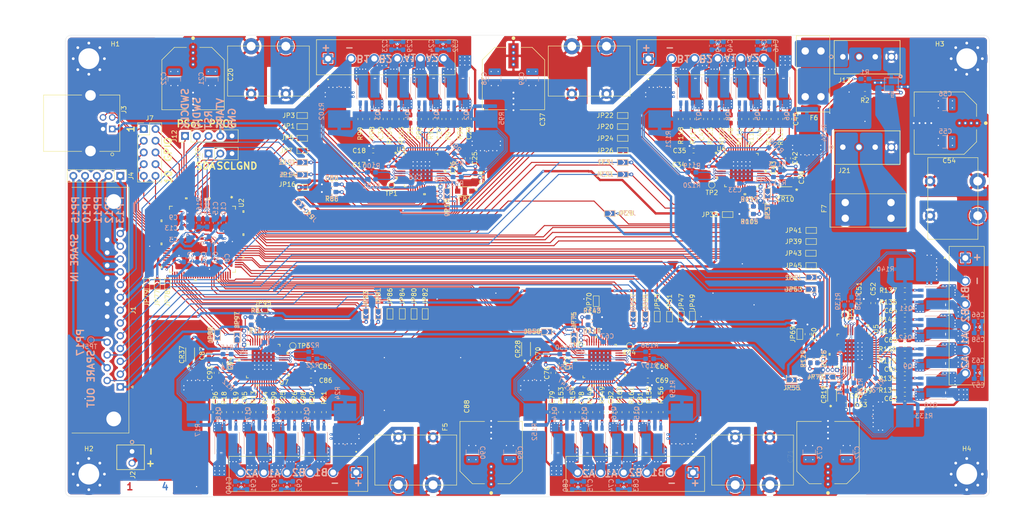
<source format=kicad_pcb>
(kicad_pcb (version 20171130) (host pcbnew 5.0.2-bee76a0~70~ubuntu18.04.1)
  (layers (0 F.Cu signal) (1 GND1.Cu power hide) (2 GND2.Cu power hide) (31 B.Cu mixed) (34 B.Paste user) (35 F.Paste user) (36 B.SilkS user) (37 F.SilkS user) (38 B.Mask user) (39 F.Mask user) (44 Edge.Cuts user))
  (net 0 "")
  (net 1 GND)
  (net 2 /VCCD)
  (net 3 /VDDA)
  (net 4 GNDA)
  (net 5 /VDDD)
  (net 6 /DRIVE_1/VCC_IO)
  (net 7 "Net-(C17-Pad2)")
  (net 8 "Net-(C18-Pad2)")
  (net 9 "Net-(C19-Pad1)")
  (net 10 /DRIVE_1/VM)
  (net 11 "Net-(C25-Pad2)")
  (net 12 "Net-(C26-Pad1)")
  (net 13 "Net-(C26-Pad2)")
  (net 14 /DRIVE_1/CA1)
  (net 15 /DRIVE_1/BMA1)
  (net 16 /DRIVE_1/BMA2)
  (net 17 /DRIVE_1/CA2)
  (net 18 /DRIVE_1/BMB1)
  (net 19 /DRIVE_1/CB1)
  (net 20 /DRIVE_1/CB2)
  (net 21 /DRIVE_1/BMB2)
  (net 22 /DRIVE_2/VCC_IO)
  (net 23 "Net-(C34-Pad2)")
  (net 24 "Net-(C35-Pad2)")
  (net 25 "Net-(C36-Pad1)")
  (net 26 /DRIVE_2/VM)
  (net 27 "Net-(C42-Pad2)")
  (net 28 "Net-(C43-Pad1)")
  (net 29 "Net-(C43-Pad2)")
  (net 30 /DRIVE_2/CA1)
  (net 31 /DRIVE_2/BMA1)
  (net 32 /DRIVE_2/BMA2)
  (net 33 /DRIVE_2/CA2)
  (net 34 /DRIVE_2/BMB1)
  (net 35 /DRIVE_2/CB1)
  (net 36 /DRIVE_2/CB2)
  (net 37 /DRIVE_2/BMB2)
  (net 38 /DRIVE_3/VCC_IO)
  (net 39 "Net-(C51-Pad2)")
  (net 40 "Net-(C52-Pad2)")
  (net 41 "Net-(C53-Pad1)")
  (net 42 /DRIVE_3/VM)
  (net 43 "Net-(C59-Pad2)")
  (net 44 "Net-(C60-Pad1)")
  (net 45 "Net-(C60-Pad2)")
  (net 46 /DRIVE_3/CA1)
  (net 47 /DRIVE_3/BMA1)
  (net 48 /DRIVE_3/BMA2)
  (net 49 /DRIVE_3/CA2)
  (net 50 /DRIVE_3/BMB1)
  (net 51 /DRIVE_3/CB1)
  (net 52 /DRIVE_3/CB2)
  (net 53 /DRIVE_3/BMB2)
  (net 54 /DRIVE_4/VCC_IO)
  (net 55 "Net-(C68-Pad2)")
  (net 56 "Net-(C69-Pad2)")
  (net 57 "Net-(C70-Pad1)")
  (net 58 /DRIVE_4/VM)
  (net 59 "Net-(C76-Pad2)")
  (net 60 "Net-(C77-Pad1)")
  (net 61 "Net-(C77-Pad2)")
  (net 62 /DRIVE_4/CA1)
  (net 63 /DRIVE_4/BMA1)
  (net 64 /DRIVE_4/BMA2)
  (net 65 /DRIVE_4/CA2)
  (net 66 /DRIVE_4/CB1)
  (net 67 /DRIVE_4/BMB1)
  (net 68 /DRIVE_4/BMB2)
  (net 69 /DRIVE_4/CB2)
  (net 70 /~PAR_ENA)
  (net 71 /PAR_STEP1)
  (net 72 /PAR_DIR1)
  (net 73 /PAR_STEP2)
  (net 74 /PAR_DIR2)
  (net 75 /PAR_STEP3)
  (net 76 /PAR_DIR3)
  (net 77 /PAR_STEP4)
  (net 78 /PAR_DIR4)
  (net 79 "Net-(J1-Pad10)")
  (net 80 "Net-(J1-Pad11)")
  (net 81 "Net-(J1-Pad12)")
  (net 82 "Net-(J1-Pad13)")
  (net 83 "Net-(J1-Pad15)")
  (net 84 "Net-(J1-Pad17)")
  (net 85 /VCC_CONT)
  (net 86 /USBIO_D+)
  (net 87 /USBIO_D-)
  (net 88 /DRIVE_1/ENC_A)
  (net 89 /DRIVE_1/ENC_B)
  (net 90 /DRIVE_1/ENC_N)
  (net 91 /DRIVE_2/ENC_A)
  (net 92 /DRIVE_2/ENC_B)
  (net 93 /DRIVE_2/ENC_N)
  (net 94 /RST)
  (net 95 /SWDCLK)
  (net 96 /SWDIO)
  (net 97 /DRIVE_3/ENC_N)
  (net 98 /DRIVE_3/ENC_B)
  (net 99 /DRIVE_3/ENC_A)
  (net 100 /DRIVE_4/ENC_N)
  (net 101 /DRIVE_4/ENC_B)
  (net 102 /DRIVE_4/ENC_A)
  (net 103 /CYP_SDA)
  (net 104 /CYP_SCL)
  (net 105 /DRIVE_1/CLK16)
  (net 106 /DRIVE_2/CLK16)
  (net 107 /DRIVE_3/CLK16)
  (net 108 /DRIVE_4/CLK16)
  (net 109 "Net-(Q1-Pad4)")
  (net 110 "Net-(Q1-Pad3)")
  (net 111 "Net-(Q1-Pad2)")
  (net 112 "Net-(Q2-Pad2)")
  (net 113 "Net-(Q2-Pad4)")
  (net 114 "Net-(Q3-Pad2)")
  (net 115 "Net-(Q3-Pad3)")
  (net 116 "Net-(Q3-Pad4)")
  (net 117 "Net-(Q4-Pad4)")
  (net 118 "Net-(Q4-Pad2)")
  (net 119 "Net-(Q5-Pad4)")
  (net 120 "Net-(Q5-Pad3)")
  (net 121 "Net-(Q5-Pad2)")
  (net 122 "Net-(Q6-Pad4)")
  (net 123 "Net-(Q6-Pad2)")
  (net 124 "Net-(Q7-Pad4)")
  (net 125 "Net-(Q7-Pad3)")
  (net 126 "Net-(Q7-Pad2)")
  (net 127 "Net-(Q8-Pad2)")
  (net 128 "Net-(Q8-Pad4)")
  (net 129 "Net-(Q9-Pad2)")
  (net 130 "Net-(Q10-Pad3)")
  (net 131 "Net-(Q9-Pad4)")
  (net 132 "Net-(Q10-Pad2)")
  (net 133 "Net-(Q10-Pad4)")
  (net 134 "Net-(Q11-Pad4)")
  (net 135 "Net-(Q11-Pad3)")
  (net 136 "Net-(Q11-Pad2)")
  (net 137 "Net-(Q12-Pad2)")
  (net 138 "Net-(Q12-Pad4)")
  (net 139 "Net-(Q13-Pad4)")
  (net 140 "Net-(Q13-Pad3)")
  (net 141 "Net-(Q13-Pad2)")
  (net 142 "Net-(Q14-Pad2)")
  (net 143 "Net-(Q14-Pad4)")
  (net 144 "Net-(Q15-Pad4)")
  (net 145 "Net-(Q15-Pad3)")
  (net 146 "Net-(Q15-Pad2)")
  (net 147 "Net-(Q16-Pad2)")
  (net 148 "Net-(Q16-Pad4)")
  (net 149 /DRIVE_1/SCK)
  (net 150 /CYP_CS1)
  (net 151 /DRIVE_1/CS)
  (net 152 /DRIVE_1/MOSI)
  (net 153 /DRIVE_1/MISO)
  (net 154 /DRIVE_2/SCK)
  (net 155 /DRIVE_2/CS)
  (net 156 /CYP_CS2)
  (net 157 /DRIVE_2/MOSI)
  (net 158 /DRIVE_2/MISO)
  (net 159 /DRIVE_1/~DRV_ENN)
  (net 160 /~CYP_ENA_1)
  (net 161 /~CYP_ENA_2)
  (net 162 /DRIVE_2/~DRV_ENN)
  (net 163 /DRIVE_1/REFL_STEP)
  (net 164 /CYP_STEP1)
  (net 165 /DRIVE_1/REFR_DIR)
  (net 166 /CYP_DIR1)
  (net 167 /DRIVE_2/REFL_STEP)
  (net 168 /CYP_STEP2)
  (net 169 /DRIVE_2/REFR_DIR)
  (net 170 /CYP_DIR2)
  (net 171 /DIAG_0_1)
  (net 172 /DRIVE_1/DIAG0)
  (net 173 /DRIVE_1/DIAG1)
  (net 174 /DIAG_1_1)
  (net 175 /DIAG_0_2)
  (net 176 /DRIVE_2/DIAG0)
  (net 177 /DRIVE_2/DIAG1)
  (net 178 /DIAG_1_2)
  (net 179 /DRIVE_3/SCK)
  (net 180 /DRIVE_3/CS)
  (net 181 /CYP_CS3)
  (net 182 /DRIVE_3/MOSI)
  (net 183 /DRIVE_3/MISO)
  (net 184 /DRIVE_4/SCK)
  (net 185 /CYP_CS4)
  (net 186 /DRIVE_4/CS)
  (net 187 /DRIVE_4/MOSI)
  (net 188 /DRIVE_4/MISO)
  (net 189 /DRIVE_3/~DRV_ENN)
  (net 190 /~CYP_ENA_3)
  (net 191 /~CYP_ENA_4)
  (net 192 /DRIVE_4/~DRV_ENN)
  (net 193 /CYP_STEP3)
  (net 194 /DRIVE_3/REFL_STEP)
  (net 195 /CYP_DIR3)
  (net 196 /DRIVE_3/REFR_DIR)
  (net 197 /CYP_STEP4)
  (net 198 /DRIVE_4/REFL_STEP)
  (net 199 /CYP_DIR4)
  (net 200 /DRIVE_4/REFR_DIR)
  (net 201 /DIAG_0_3)
  (net 202 /DRIVE_3/DIAG0)
  (net 203 /DRIVE_3/DIAG1)
  (net 204 /DIAG_1_3)
  (net 205 /DRIVE_4/DIAG0)
  (net 206 /DIAG_0_4)
  (net 207 /DIAG_1_4)
  (net 208 /DRIVE_4/DIAG1)
  (net 209 "Net-(R86-Pad1)")
  (net 210 "Net-(R88-Pad1)")
  (net 211 /DRIVE_1/HA1)
  (net 212 /DRIVE_1/LA1)
  (net 213 /DRIVE_1/SRAH)
  (net 214 /DRIVE_1/SRAL)
  (net 215 /DRIVE_1/HA2)
  (net 216 /DRIVE_1/LA2)
  (net 217 /DRIVE_1/HB1)
  (net 218 /DRIVE_1/LB1)
  (net 219 /DRIVE_1/SRBH)
  (net 220 /DRIVE_1/SRBL)
  (net 221 /DRIVE_1/HB2)
  (net 222 /DRIVE_1/LB2)
  (net 223 "Net-(R105-Pad1)")
  (net 224 "Net-(R107-Pad1)")
  (net 225 /DRIVE_2/HA1)
  (net 226 /DRIVE_2/LA1)
  (net 227 /DRIVE_2/SRAH)
  (net 228 /DRIVE_2/SRAL)
  (net 229 /DRIVE_2/HA2)
  (net 230 /DRIVE_2/LA2)
  (net 231 /DRIVE_2/HB1)
  (net 232 /DRIVE_2/LB1)
  (net 233 /DRIVE_2/SRBH)
  (net 234 /DRIVE_2/SRBL)
  (net 235 /DRIVE_2/HB2)
  (net 236 /DRIVE_2/LB2)
  (net 237 "Net-(R124-Pad1)")
  (net 238 "Net-(R126-Pad1)")
  (net 239 /DRIVE_3/HA1)
  (net 240 /DRIVE_3/LA1)
  (net 241 /DRIVE_3/SRAH)
  (net 242 /DRIVE_3/SRAL)
  (net 243 /DRIVE_3/HA2)
  (net 244 /DRIVE_3/LA2)
  (net 245 /DRIVE_3/HB1)
  (net 246 /DRIVE_3/LB1)
  (net 247 /DRIVE_3/SRBH)
  (net 248 /DRIVE_3/SRBL)
  (net 249 /DRIVE_3/HB2)
  (net 250 /DRIVE_3/LB2)
  (net 251 "Net-(R143-Pad1)")
  (net 252 "Net-(R145-Pad1)")
  (net 253 /DRIVE_4/HA1)
  (net 254 /DRIVE_4/LA1)
  (net 255 /DRIVE_4/SRAH)
  (net 256 /DRIVE_4/SRAL)
  (net 257 /DRIVE_4/HA2)
  (net 258 /DRIVE_4/LA2)
  (net 259 /DRIVE_4/HB1)
  (net 260 /DRIVE_4/LB1)
  (net 261 /DRIVE_4/SRBH)
  (net 262 /DRIVE_4/SRBL)
  (net 263 /DRIVE_4/HB2)
  (net 264 /DRIVE_4/LB2)
  (net 265 "Net-(U2-Pad62)")
  (net 266 "Net-(U2-Pad61)")
  (net 267 "Net-(U2-Pad60)")
  (net 268 "Net-(U2-Pad59)")
  (net 269 "Net-(U2-Pad58)")
  (net 270 "Net-(U2-Pad57)")
  (net 271 "Net-(U2-Pad43)")
  (net 272 "Net-(U2-Pad42)")
  (net 273 "Net-(U2-Pad41)")
  (net 274 "Net-(U2-Pad40)")
  (net 275 "Net-(U2-Pad30)")
  (net 276 "Net-(U2-Pad29)")
  (net 277 "Net-(U2-Pad11)")
  (net 278 "Net-(F1-Pad3)")
  (net 279 "Net-(F2-Pad3)")
  (net 280 "Net-(F3-Pad3)")
  (net 281 "Net-(F4-Pad3)")
  (net 282 "Net-(J7-Pad1)")
  (net 283 "Net-(J7-Pad2)")
  (net 284 "Net-(J7-Pad3)")
  (net 285 "Net-(J7-Pad4)")
  (net 286 "Net-(J7-Pad5)")
  (net 287 "Net-(J7-Pad6)")
  (net 288 "Net-(J7-Pad7)")
  (net 289 "Net-(J7-Pad8)")
  (net 290 "Net-(J7-Pad9)")
  (net 291 "Net-(J7-Pad10)")
  (net 292 /DRIVE_5/VCC_IO)
  (net 293 "Net-(C85-Pad2)")
  (net 294 "Net-(C86-Pad2)")
  (net 295 "Net-(C87-Pad1)")
  (net 296 /DRIVE_5/VM)
  (net 297 "Net-(C93-Pad2)")
  (net 298 "Net-(C94-Pad1)")
  (net 299 "Net-(C94-Pad2)")
  (net 300 /DRIVE_5/BMA1)
  (net 301 /DRIVE_5/CA1)
  (net 302 /DRIVE_5/CA2)
  (net 303 /DRIVE_5/BMA2)
  (net 304 /DRIVE_5/BMB1)
  (net 305 /DRIVE_5/CB1)
  (net 306 /DRIVE_5/BMB2)
  (net 307 /DRIVE_5/CB2)
  (net 308 /PAR_DIR5)
  (net 309 /PAR_STEP5)
  (net 310 /DRIVE_5/ENC_N)
  (net 311 /DRIVE_5/ENC_B)
  (net 312 /DRIVE_5/ENC_A)
  (net 313 "Net-(R3-Pad1)")
  (net 314 "Net-(R10-Pad1)")
  (net 315 "Net-(Q17-Pad2)")
  (net 316 /DRIVE_5/HA1)
  (net 317 "Net-(Q17-Pad4)")
  (net 318 /DRIVE_5/LA1)
  (net 319 /DRIVE_5/SRAH)
  (net 320 "Net-(Q17-Pad3)")
  (net 321 /DRIVE_5/SRAL)
  (net 322 "Net-(Q18-Pad2)")
  (net 323 /DRIVE_5/HA2)
  (net 324 /DRIVE_5/LA2)
  (net 325 "Net-(Q18-Pad4)")
  (net 326 /DRIVE_5/HB1)
  (net 327 "Net-(Q19-Pad2)")
  (net 328 /DRIVE_5/LB1)
  (net 329 "Net-(Q19-Pad4)")
  (net 330 "Net-(Q19-Pad3)")
  (net 331 /DRIVE_5/SRBH)
  (net 332 /DRIVE_5/SRBL)
  (net 333 /DRIVE_5/HB2)
  (net 334 "Net-(Q20-Pad2)")
  (net 335 "Net-(Q20-Pad4)")
  (net 336 /DRIVE_5/LB2)
  (net 337 /DRIVE_5/CLK16)
  (net 338 /DIAG_1_5)
  (net 339 /DIAG_0_5)
  (net 340 /CYP_DIR5)
  (net 341 /CYP_STEP5)
  (net 342 /~CYP_ENA_5)
  (net 343 /CYP_CS5)
  (net 344 "Net-(F5-Pad3)")
  (net 345 /DRIVE_5/SCK)
  (net 346 /DRIVE_5/CS)
  (net 347 /DRIVE_5/MOSI)
  (net 348 /DRIVE_5/MISO)
  (net 349 /DRIVE_5/~DRV_ENN)
  (net 350 /DRIVE_5/REFL_STEP)
  (net 351 /DRIVE_5/REFR_DIR)
  (net 352 /DRIVE_5/DIAG0)
  (net 353 /DRIVE_5/DIAG1)
  (net 354 "Net-(J13-Pad4)")
  (net 355 "Net-(J21-Pad4)")
  (net 356 "Net-(Q21-PadG1)")
  (net 357 "Net-(Q21-PadG2)")
  (net 358 /PWR_SW_CH1)
  (net 359 /PWR_SW_CH2)
  (net 360 /CYP_SCK1)
  (net 361 /CYP_MOSI1)
  (net 362 /CYP_MISO1)
  (net 363 /CYP_SCK2)
  (net 364 /CYP_MOSI2)
  (net 365 /CYP_MISO2)
  (net 366 /CYP_SCK3)
  (net 367 /CYP_MOSI3)
  (net 368 /CYP_MISO3)
  (net 369 /CYP_SCK4)
  (net 370 /CYP_MOSI4)
  (net 371 /CYP_MISO4)
  (net 372 /CYP_SCK5)
  (net 373 /CYP_MOSI5)
  (net 374 /CYP_MISO5)
  (net 375 "Net-(U2-Pad44)")
  (net 376 "Net-(U2-Pad45)")
  (net 377 "Net-(U2-Pad46)")
  (net 378 "Net-(U2-Pad47)")
  (net 379 "Net-(U2-Pad48)")
  (net 380 "Net-(F6-Pad3)")
  (net 381 "Net-(F6-Pad1)")
  (net 382 "Net-(F7-Pad1)")
  (net 383 "Net-(F7-Pad3)")
  (module CUSTOM_FP:small_triangle_jumper (layer F.Cu) (at 96.99 82.4865)
    (fp_text reference JP16 (at -3.2385 -0.635) (layer F.SilkS))
    (fp_text value SolderJumper_2_Open)
    (pad 2 smd custom (at 0.725 0) (size 0.3 0.3) (layers F.Cu F.Mask) (net 6 /DRIVE_1/VCC_IO) (options (clearance outline) (anchor rect)) (primitives (gr_poly (pts (xy -0.5472 -0.508) (xy 0.291 -0.508) (xy 0.291 0.508) (xy -0.5472 0.508) (xy -0.15 0)) (width 0))))
    (pad 1 smd custom (at -0.725 0) (size 0.3 0.3) (layers F.Cu F.Mask) (net 85 /VCC_CONT) (options (clearance outline) (anchor rect)) (primitives (gr_poly (pts (xy -0.291 -0.508) (xy 0.598 -0.508) (xy 1 0) (xy 0.598 0.508) (xy -0.291 0.508)) (width 0))))
  )
  (module CUSTOM_FP:TRANS_BUK7K12-60EX (layer B.Cu) (at 234.15 106.68)
    (fp_text reference Q11 (at -6.477 2.032) (layer B.SilkS) (effects (justify mirror)))
    (fp_text value BUK9K45-100E,115)
    (fp_poly (pts (xy 2 0.285) (xy 2 2.255) (xy -2.1 2.255) (xy -2.1 0.285)) (layer B.Cu) (width 0.001))
    (fp_poly (pts (xy 2 -2.255) (xy 2 -0.285) (xy -2.1 -0.285) (xy -2.1 -2.255)) (layer B.Cu) (width 0.001))
    (pad 7 smd rect (at 2.25 0.635) (size 1.9 0.7) (layers B.Cu B.Paste) (net 42 /DRIVE_3/VM))
    (pad 8 smd rect (at 2.25 1.905) (size 1.9 0.7) (layers B.Cu B.Paste) (net 42 /DRIVE_3/VM))
    (pad 1 smd rect (at -3.275 1.905) (size 1.15 0.7) (layers B.Cu B.Paste B.Mask) (net 50 /DRIVE_3/BMB1))
    (pad 2 smd rect (at -3.275 0.635) (size 1.15 0.7) (layers B.Cu B.Paste B.Mask) (net 136 "Net-(Q11-Pad2)"))
    (pad 3 smd rect (at -3.275 -0.635) (size 1.15 0.7) (layers B.Cu B.Paste B.Mask) (net 135 "Net-(Q11-Pad3)"))
    (pad 4 smd rect (at -3.275 -1.905) (size 1.15 0.7) (layers B.Cu B.Paste B.Mask) (net 134 "Net-(Q11-Pad4)"))
    (pad 5 smd rect (at 2.25 -1.905) (size 1.9 0.7) (layers B.Cu B.Paste) (net 50 /DRIVE_3/BMB1))
    (pad 6 smd rect (at 2.25 -0.635) (size 1.9 0.7) (layers B.Cu B.Paste) (net 50 /DRIVE_3/BMB1))
  )
  (module CUSTOM_FP:640456-2 (layer F.Cu) (at 60.16 142.24 90)
    (fp_text reference J2 (at -2.55 0.175 90) (layer F.SilkS))
    (fp_text value MTA-100 hide)
    (pad 1 thru_hole circle (at 2.54 0 90) (size 1.524 1.524) (drill 1.016) (layers *.Cu *.Mask) (net 1 GND))
    (pad 2 thru_hole circle (at 0 0 90) (size 1.524 1.524) (drill 1.016) (layers *.Cu *.Mask) (net 85 /VCC_CONT))
  )
  (module CUSTOM_FP:keystone_3549_2_fuseholder_THT (layer F.Cu) (at 125.311 136.652 270)
    (fp_text reference F5 (at -2.232791 -2.601716 270) (layer F.SilkS))
    (fp_text value BLADE_Fuse)
    (pad 4 thru_hole circle (at 10.3 7.5 270) (size 3.5 3.5) (drill 1.93) (layers *.Cu *.Mask) (net 344 "Net-(F5-Pad3)"))
    (pad 3 thru_hole circle (at 0 7.5 270) (size 2.2 2.2) (drill 1.17) (layers *.Cu *.Mask) (net 344 "Net-(F5-Pad3)"))
    (pad 2 thru_hole circle (at 10.3 0 270) (size 3.5 3.5) (drill 1.93) (layers *.Cu *.Mask) (net 296 /DRIVE_5/VM))
    (pad 1 thru_hole circle (at 0 0 270) (size 2.2 2.2) (drill 1.17) (layers *.Cu *.Mask) (net 296 /DRIVE_5/VM))
  )
  (module CUSTOM_FP:keystone_3549_2_fuseholder_THT (layer F.Cu) (at 198.209 136.652 270)
    (fp_text reference F4 hide)
    (fp_text value BLADE_Fuse hide)
    (pad 4 thru_hole circle (at 10.3 7.5 270) (size 3.5 3.5) (drill 1.93) (layers *.Cu *.Mask) (net 281 "Net-(F4-Pad3)"))
    (pad 3 thru_hole circle (at 0 7.5 270) (size 2.2 2.2) (drill 1.17) (layers *.Cu *.Mask) (net 281 "Net-(F4-Pad3)"))
    (pad 2 thru_hole circle (at 10.3 0 270) (size 3.5 3.5) (drill 1.93) (layers *.Cu *.Mask) (net 58 /DRIVE_4/VM))
    (pad 1 thru_hole circle (at 0 0 270) (size 2.2 2.2) (drill 1.17) (layers *.Cu *.Mask) (net 58 /DRIVE_4/VM))
  )
  (module CUSTOM_FP:keystone_3549_2_fuseholder_THT (layer F.Cu) (at 232.88 81.153)
    (fp_text reference F3 hide)
    (fp_text value BLADE_Fuse hide)
    (pad 1 thru_hole circle (at 0 0) (size 2.2 2.2) (drill 1.17) (layers *.Cu *.Mask) (net 42 /DRIVE_3/VM))
    (pad 2 thru_hole circle (at 10.3 0) (size 3.5 3.5) (drill 1.93) (layers *.Cu *.Mask) (net 42 /DRIVE_3/VM))
    (pad 3 thru_hole circle (at 0 7.5) (size 2.2 2.2) (drill 1.17) (layers *.Cu *.Mask) (net 280 "Net-(F3-Pad3)"))
    (pad 4 thru_hole circle (at 10.3 7.5) (size 3.5 3.5) (drill 1.93) (layers *.Cu *.Mask) (net 280 "Net-(F3-Pad3)"))
  )
  (module CUSTOM_FP:keystone_3549_2_fuseholder_THT (layer F.Cu) (at 155.342428 62.23 90)
    (fp_text reference F2 hide)
    (fp_text value BLADE_Fuse hide)
    (pad 4 thru_hole circle (at 10.3 7.5 90) (size 3.5 3.5) (drill 1.93) (layers *.Cu *.Mask) (net 279 "Net-(F2-Pad3)"))
    (pad 3 thru_hole circle (at 0 7.5 90) (size 2.2 2.2) (drill 1.17) (layers *.Cu *.Mask) (net 279 "Net-(F2-Pad3)"))
    (pad 2 thru_hole circle (at 10.3 0 90) (size 3.5 3.5) (drill 1.93) (layers *.Cu *.Mask) (net 26 /DRIVE_2/VM))
    (pad 1 thru_hole circle (at 0 0 90) (size 2.2 2.2) (drill 1.17) (layers *.Cu *.Mask) (net 26 /DRIVE_2/VM))
  )
  (module CUSTOM_FP:keystone_3549_2_fuseholder_THT (layer F.Cu) (at 85.941 62.23 90)
    (fp_text reference F1 hide)
    (fp_text value BLADE_Fuse hide)
    (pad 4 thru_hole circle (at 10.3 7.5 90) (size 3.5 3.5) (drill 1.93) (layers *.Cu *.Mask) (net 278 "Net-(F1-Pad3)"))
    (pad 3 thru_hole circle (at 0 7.5 90) (size 2.2 2.2) (drill 1.17) (layers *.Cu *.Mask) (net 278 "Net-(F1-Pad3)"))
    (pad 2 thru_hole circle (at 10.3 0 90) (size 3.5 3.5) (drill 1.93) (layers *.Cu *.Mask) (net 10 /DRIVE_1/VM))
    (pad 1 thru_hole circle (at 0 0 90) (size 2.2 2.2) (drill 1.17) (layers *.Cu *.Mask) (net 10 /DRIVE_1/VM))
  )
  (module CUSTOM_FP:CUI_UJ2-BH-W1-TH (layer F.Cu) (at 55.88 69.85 270)
    (fp_text reference J3 (at -4.18149 -2.51892 90) (layer F.SilkS) (effects (font (size 1.001559 1.001559))))
    (fp_text value USB_B)
    (pad 2 thru_hole circle (at -2.5 0 270) (size 1.428 1.428) (drill 0.92) (layers *.Cu *.Mask) (net 87 /USBIO_D-))
    (pad 1 thru_hole rect (at 0 0 270) (size 1.428 1.428) (drill 0.92) (layers *.Cu *.Mask) (net 85 /VCC_CONT))
    (pad 3 thru_hole circle (at -2.5 2 270) (size 1.428 1.428) (drill 0.92) (layers *.Cu *.Mask) (net 86 /USBIO_D+))
    (pad 4 thru_hole circle (at 0 2 270) (size 1.428 1.428) (drill 0.92) (layers *.Cu *.Mask) (net 1 GND))
    (pad SH1 thru_hole circle (at -7.27 4.71 270) (size 3.316 3.316) (drill 2.3) (layers *.Cu *.Mask) (net 1 GND))
    (pad SH2 thru_hole circle (at 4.77 4.71 270) (size 3.316 3.316) (drill 2.3) (layers *.Cu *.Mask) (net 1 GND))
  )
  (module Capacitor_SMD:C_0603_1608Metric_Pad1.05x0.95mm_HandSolder (layer F.Cu) (at 112.357 77.597)
    (fp_text reference C17 (at -3.048 0) (layer F.SilkS))
    (fp_text value 2u2)
    (pad 2 smd roundrect (at 0.875 0) (size 1.05 0.95) (layers F.Cu F.Paste F.Mask) (net 7 "Net-(C17-Pad2)"))
    (pad 1 smd roundrect (at -0.875 0) (size 1.05 0.95) (layers F.Cu F.Paste F.Mask) (net 1 GND))
  )
  (module Capacitor_SMD:C_0603_1608Metric_Pad1.05x0.95mm_HandSolder (layer F.Cu) (at 112.357 74.549)
    (fp_text reference C18 (at -3.048 0) (layer F.SilkS))
    (fp_text value 2u2)
    (pad 2 smd roundrect (at 0.875 0) (size 1.05 0.95) (layers F.Cu F.Paste F.Mask) (net 8 "Net-(C18-Pad2)"))
    (pad 1 smd roundrect (at -0.875 0) (size 1.05 0.95) (layers F.Cu F.Paste F.Mask) (net 1 GND))
  )
  (module Capacitor_SMD:C_1210_3225Metric_Pad1.42x2.65mm_HandSolder (layer B.Cu) (at 77.432 58.928 270)
    (fp_text reference C21 (at 0 2.28 90) (layer B.SilkS) (effects (justify mirror)))
    (fp_text value 10u)
    (pad 2 smd roundrect (at 1.4875 0 270) (size 1.425 2.65) (layers B.Cu B.Paste B.Mask) (roundrect_rratio 0.175439) (net 1 GND))
    (pad 1 smd roundrect (at -1.4875 0 270) (size 1.425 2.65) (layers B.Cu B.Paste B.Mask) (roundrect_rratio 0.175439) (net 10 /DRIVE_1/VM))
  )
  (module Capacitor_SMD:C_1210_3225Metric_Pad1.42x2.65mm_HandSolder (layer B.Cu) (at 69.304 58.928 270)
    (fp_text reference C22 (at 0 2.28 90) (layer B.SilkS) (effects (justify mirror)))
    (fp_text value 10u)
    (pad 2 smd roundrect (at 1.4875 0 270) (size 1.425 2.65) (layers B.Cu B.Paste B.Mask) (roundrect_rratio 0.175439) (net 1 GND))
    (pad 1 smd roundrect (at -1.4875 0 270) (size 1.425 2.65) (layers B.Cu B.Paste B.Mask) (roundrect_rratio 0.175439) (net 10 /DRIVE_1/VM))
  )
  (module Capacitor_SMD:C_0603_1608Metric_Pad1.05x0.95mm_HandSolder (layer F.Cu) (at 181.699 77.597)
    (fp_text reference C34 (at -3.175 0) (layer F.SilkS))
    (fp_text value 2u2)
    (pad 2 smd roundrect (at 0.875 0) (size 1.05 0.95) (layers F.Cu F.Paste F.Mask) (net 23 "Net-(C34-Pad2)"))
    (pad 1 smd roundrect (at -0.875 0) (size 1.05 0.95) (layers F.Cu F.Paste F.Mask) (net 1 GND))
  )
  (module Capacitor_SMD:C_0603_1608Metric_Pad1.05x0.95mm_HandSolder (layer F.Cu) (at 181.699 74.549)
    (fp_text reference C35 (at -3.048 0) (layer F.SilkS))
    (fp_text value 2u2)
    (pad 2 smd roundrect (at 0.875 0) (size 1.05 0.95) (layers F.Cu F.Paste F.Mask) (net 24 "Net-(C35-Pad2)"))
    (pad 1 smd roundrect (at -0.875 0) (size 1.05 0.95) (layers F.Cu F.Paste F.Mask) (net 1 GND))
  )
  (module Capacitor_SMD:C_1210_3225Metric_Pad1.42x2.65mm_HandSolder (layer B.Cu) (at 138.646 58.928 270)
    (fp_text reference C38 (at 0 2.28 270) (layer B.SilkS) (effects (justify mirror)))
    (fp_text value 10u)
    (pad 2 smd roundrect (at 1.4875 0 270) (size 1.425 2.65) (layers B.Cu B.Paste B.Mask) (roundrect_rratio 0.175439) (net 1 GND))
    (pad 1 smd roundrect (at -1.4875 0 270) (size 1.425 2.65) (layers B.Cu B.Paste B.Mask) (roundrect_rratio 0.175439) (net 26 /DRIVE_2/VM))
  )
  (module Capacitor_SMD:C_1210_3225Metric_Pad1.42x2.65mm_HandSolder (layer B.Cu) (at 146.774 58.928 270)
    (fp_text reference C39 (at 0 2.28 270) (layer B.SilkS) (effects (justify mirror)))
    (fp_text value 10u)
    (pad 2 smd roundrect (at 1.4875 0 270) (size 1.425 2.65) (layers B.Cu B.Paste B.Mask) (roundrect_rratio 0.175439) (net 1 GND))
    (pad 1 smd roundrect (at -1.4875 0 270) (size 1.425 2.65) (layers B.Cu B.Paste B.Mask) (roundrect_rratio 0.175439) (net 26 /DRIVE_2/VM))
  )
  (module Capacitor_SMD:C_0603_1608Metric_Pad1.05x0.95mm_HandSolder (layer F.Cu) (at 217.513 107.569 270)
    (fp_text reference C51 (at -3.175 0 270) (layer F.SilkS))
    (fp_text value 2u2)
    (pad 1 smd roundrect (at -0.875 0 270) (size 1.05 0.95) (layers F.Cu F.Paste F.Mask) (net 1 GND))
    (pad 2 smd roundrect (at 0.875 0 270) (size 1.05 0.95) (layers F.Cu F.Paste F.Mask) (net 39 "Net-(C51-Pad2)"))
  )
  (module Capacitor_SMD:C_0603_1608Metric_Pad1.05x0.95mm_HandSolder (layer F.Cu) (at 220.561 107.569 270)
    (fp_text reference C52 (at -3.048 0 270) (layer F.SilkS))
    (fp_text value 2u2)
    (pad 1 smd roundrect (at -0.875 0 270) (size 1.05 0.95) (layers F.Cu F.Paste F.Mask) (net 1 GND))
    (pad 2 smd roundrect (at 0.875 0 270) (size 1.05 0.95) (layers F.Cu F.Paste F.Mask) (net 40 "Net-(C52-Pad2)"))
  )
  (module Capacitor_SMD:C_1210_3225Metric_Pad1.42x2.65mm_HandSolder (layer B.Cu) (at 236.182 72.644 180)
    (fp_text reference C55 (at 0 2.28 180) (layer B.SilkS) (effects (justify mirror)))
    (fp_text value 10u)
    (pad 1 smd roundrect (at -1.4875 0 180) (size 1.425 2.65) (layers B.Cu B.Paste B.Mask) (roundrect_rratio 0.175439) (net 42 /DRIVE_3/VM))
    (pad 2 smd roundrect (at 1.4875 0 180) (size 1.425 2.65) (layers B.Cu B.Paste B.Mask) (roundrect_rratio 0.175439) (net 1 GND))
  )
  (module Capacitor_SMD:C_1210_3225Metric_Pad1.42x2.65mm_HandSolder (layer B.Cu) (at 236.182 64.516 180)
    (fp_text reference C56 (at 0 2.28 180) (layer B.SilkS) (effects (justify mirror)))
    (fp_text value 10u)
    (pad 1 smd roundrect (at -1.4875 0 180) (size 1.425 2.65) (layers B.Cu B.Paste B.Mask) (roundrect_rratio 0.175439) (net 42 /DRIVE_3/VM))
    (pad 2 smd roundrect (at 1.4875 0 180) (size 1.425 2.65) (layers B.Cu B.Paste B.Mask) (roundrect_rratio 0.175439) (net 1 GND))
  )
  (module Capacitor_SMD:C_0603_1608Metric_Pad1.05x0.95mm_HandSolder (layer F.Cu) (at 171.793 121.285 180)
    (fp_text reference C68 (at -3.048 0 180) (layer F.SilkS))
    (fp_text value 2u2)
    (pad 2 smd roundrect (at 0.875 0 180) (size 1.05 0.95) (layers F.Cu F.Paste F.Mask) (net 55 "Net-(C68-Pad2)"))
    (pad 1 smd roundrect (at -0.875 0 180) (size 1.05 0.95) (layers F.Cu F.Paste F.Mask) (net 1 GND))
  )
  (module Capacitor_SMD:C_0603_1608Metric_Pad1.05x0.95mm_HandSolder (layer F.Cu) (at 171.793 124.333 180)
    (fp_text reference C69 (at -3.048 0 180) (layer F.SilkS))
    (fp_text value 2u2)
    (pad 2 smd roundrect (at 0.875 0 180) (size 1.05 0.95) (layers F.Cu F.Paste F.Mask) (net 56 "Net-(C69-Pad2)"))
    (pad 1 smd roundrect (at -0.875 0 180) (size 1.05 0.95) (layers F.Cu F.Paste F.Mask) (net 1 GND))
  )
  (module Capacitor_SMD:C_1210_3225Metric_Pad1.42x2.65mm_HandSolder (layer B.Cu) (at 214.846 139.954 90)
    (fp_text reference C72 (at 0 2.28 90) (layer B.SilkS) (effects (justify mirror)))
    (fp_text value 10u)
    (pad 2 smd roundrect (at 1.4875 0 90) (size 1.425 2.65) (layers B.Cu B.Paste B.Mask) (roundrect_rratio 0.175439) (net 1 GND))
    (pad 1 smd roundrect (at -1.4875 0 90) (size 1.425 2.65) (layers B.Cu B.Paste B.Mask) (roundrect_rratio 0.175439) (net 58 /DRIVE_4/VM))
  )
  (module Capacitor_SMD:C_1210_3225Metric_Pad1.42x2.65mm_HandSolder (layer B.Cu) (at 206.718 139.954 90)
    (fp_text reference C73 (at 0 2.28 90) (layer B.SilkS) (effects (justify mirror)))
    (fp_text value 10u)
    (pad 2 smd roundrect (at 1.4875 0 90) (size 1.425 2.65) (layers B.Cu B.Paste B.Mask) (roundrect_rratio 0.175439) (net 1 GND))
    (pad 1 smd roundrect (at -1.4875 0 90) (size 1.425 2.65) (layers B.Cu B.Paste B.Mask) (roundrect_rratio 0.175439) (net 58 /DRIVE_4/VM))
  )
  (module Connector_PinHeader_2.54mm:PinHeader_1x05_P2.54mm_Vertical (layer F.Cu) (at 57.62 80.01 270)
    (fp_text reference J4 (at 0 -2.33 270) (layer F.SilkS))
    (fp_text value SPARE_IN)
    (pad 5 thru_hole oval (at 0 10.16 270) (size 1.7 1.7) (drill 1) (layers *.Cu *.Mask) (net 83 "Net-(J1-Pad15)"))
    (pad 4 thru_hole oval (at 0 7.62 270) (size 1.7 1.7) (drill 1) (layers *.Cu *.Mask) (net 79 "Net-(J1-Pad10)"))
    (pad 3 thru_hole oval (at 0 5.08 270) (size 1.7 1.7) (drill 1) (layers *.Cu *.Mask) (net 80 "Net-(J1-Pad11)"))
    (pad 2 thru_hole oval (at 0 2.54 270) (size 1.7 1.7) (drill 1) (layers *.Cu *.Mask) (net 81 "Net-(J1-Pad12)"))
    (pad 1 thru_hole rect (at 0 0 270) (size 1.7 1.7) (drill 1) (layers *.Cu *.Mask) (net 82 "Net-(J1-Pad13)"))
  )
  (module Connector_PinHeader_2.54mm:PinHeader_1x05_P2.54mm_Vertical (layer F.Cu) (at 71.64135 71.367236 90)
    (fp_text reference J12 (at 0 -2.33 90) (layer F.SilkS))
    (fp_text value PSoC_PROG)
    (pad 5 thru_hole oval (at 0 10.16 90) (size 1.7 1.7) (drill 1) (layers *.Cu *.Mask) (net 1 GND))
    (pad 4 thru_hole oval (at 0 7.62 90) (size 1.7 1.7) (drill 1) (layers *.Cu *.Mask) (net 85 /VCC_CONT))
    (pad 3 thru_hole oval (at 0 5.08 90) (size 1.7 1.7) (drill 1) (layers *.Cu *.Mask) (net 94 /RST))
    (pad 2 thru_hole oval (at 0 2.54 90) (size 1.7 1.7) (drill 1) (layers *.Cu *.Mask) (net 96 /SWDIO))
    (pad 1 thru_hole rect (at 0 0 90) (size 1.7 1.7) (drill 1) (layers *.Cu *.Mask) (net 95 /SWDCLK))
  )
  (module Connector_PinHeader_2.54mm:PinHeader_1x03_P2.54mm_Vertical (layer F.Cu) (at 76.72135 75.177236 90)
    (fp_text reference J20 (at 0 -2.33 90) (layer F.SilkS))
    (fp_text value CYP_I2C)
    (pad 3 thru_hole oval (at 0 5.08 90) (size 1.7 1.7) (drill 1) (layers *.Cu *.Mask) (net 1 GND))
    (pad 2 thru_hole oval (at 0 2.54 90) (size 1.7 1.7) (drill 1) (layers *.Cu *.Mask) (net 104 /CYP_SCL))
    (pad 1 thru_hole rect (at 0 0 90) (size 1.7 1.7) (drill 1) (layers *.Cu *.Mask) (net 103 /CYP_SDA))
  )
  (module Resistor_SMD:R_0603_1608Metric_Pad1.05x0.95mm_HandSolder (layer F.Cu) (at 103.4035 83.5025 180)
    (fp_text reference R86 (at 0 -1.524) (layer F.SilkS))
    (fp_text value 0R)
    (pad 2 smd roundrect (at 0.875 0 180) (size 1.05 0.95) (layers F.Cu F.Paste F.Mask) (net 6 /DRIVE_1/VCC_IO))
    (pad 1 smd roundrect (at -0.875 0 180) (size 1.05 0.95) (layers F.Cu F.Paste F.Mask) (net 209 "Net-(R86-Pad1)"))
  )
  (module Resistor_SMD:R_0603_1608Metric_Pad1.05x0.95mm_HandSolder (layer B.Cu) (at 103.4035 83.5025)
    (fp_text reference R87 (at 0 1.397) (layer B.SilkS) (effects (justify mirror)))
    (fp_text value DNP)
    (pad 2 smd roundrect (at 0.875 0) (size 1.05 0.95) (layers B.Cu B.Paste B.Mask) (net 209 "Net-(R86-Pad1)"))
    (pad 1 smd roundrect (at -0.875 0) (size 1.05 0.95) (layers B.Cu B.Paste B.Mask) (net 1 GND))
  )
  (module Resistor_SMD:R_0603_1608Metric_Pad1.05x0.95mm_HandSolder (layer F.Cu) (at 103.4035 81.8515 180)
    (fp_text reference R88 (at 0 1.27) (layer F.SilkS))
    (fp_text value DNP)
    (pad 2 smd roundrect (at 0.875 0 180) (size 1.05 0.95) (layers F.Cu F.Paste F.Mask) (net 6 /DRIVE_1/VCC_IO))
    (pad 1 smd roundrect (at -0.875 0 180) (size 1.05 0.95) (layers F.Cu F.Paste F.Mask) (net 210 "Net-(R88-Pad1)"))
  )
  (module Resistor_SMD:R_0603_1608Metric_Pad1.05x0.95mm_HandSolder (layer B.Cu) (at 103.4035 81.8515)
    (fp_text reference R89 (at 0 -1.397) (layer B.SilkS) (effects (justify mirror)))
    (fp_text value 0R)
    (pad 2 smd roundrect (at 0.875 0) (size 1.05 0.95) (layers B.Cu B.Paste B.Mask) (net 210 "Net-(R88-Pad1)"))
    (pad 1 smd roundrect (at -0.875 0) (size 1.05 0.95) (layers B.Cu B.Paste B.Mask) (net 1 GND))
  )
  (module Resistor_SMD:R_0603_1608Metric_Pad1.05x0.95mm_HandSolder (layer B.Cu) (at 129.248 74.549 135)
    (fp_text reference R90 (at 0 1.27 315) (layer B.SilkS) (effects (justify mirror)))
    (fp_text value 2R2)
    (pad 2 smd roundrect (at 0.874999 0 135) (size 1.05 0.95) (layers B.Cu B.Paste B.Mask) (net 7 "Net-(C17-Pad2)"))
    (pad 1 smd roundrect (at -0.874999 0 135) (size 1.05 0.95) (layers B.Cu B.Paste B.Mask) (net 9 "Net-(C19-Pad1)"))
  )
  (module Resistor_SMD:R_0603_1608Metric_Pad1.05x0.95mm_HandSolder (layer F.Cu) (at 124.803 67.691 90)
    (fp_text reference R91 (at -3.048 0 90) (layer F.SilkS))
    (fp_text value 22R)
    (pad 2 smd roundrect (at 0.875 0 90) (size 1.05 0.95) (layers F.Cu F.Paste F.Mask) (net 111 "Net-(Q1-Pad2)"))
    (pad 1 smd roundrect (at -0.875 0 90) (size 1.05 0.95) (layers F.Cu F.Paste F.Mask) (net 211 /DRIVE_1/HA1))
  )
  (module Resistor_SMD:R_0603_1608Metric_Pad1.05x0.95mm_HandSolder (layer F.Cu) (at 122.263 67.691 90)
    (fp_text reference R92 (at -3.048 0 90) (layer F.SilkS))
    (fp_text value 22R)
    (pad 2 smd roundrect (at 0.875 0 90) (size 1.05 0.95) (layers F.Cu F.Paste F.Mask) (net 109 "Net-(Q1-Pad4)"))
    (pad 1 smd roundrect (at -0.875 0 90) (size 1.05 0.95) (layers F.Cu F.Paste F.Mask) (net 212 /DRIVE_1/LA1))
  )
  (module Resistor_SMD:R_0603_1608Metric_Pad1.05x0.95mm_HandSolder (layer B.Cu) (at 130.518 80.264)
    (fp_text reference R93 (at 0 1.397) (layer B.SilkS) (effects (justify mirror)))
    (fp_text value 47R)
    (pad 2 smd roundrect (at 0.875 0) (size 1.05 0.95) (layers B.Cu B.Paste B.Mask) (net 110 "Net-(Q1-Pad3)"))
    (pad 1 smd roundrect (at -0.875 0) (size 1.05 0.95) (layers B.Cu B.Paste B.Mask) (net 213 /DRIVE_1/SRAH))
  )
  (module Resistor_SMD:R_0603_1608Metric_Pad1.05x0.95mm_HandSolder (layer B.Cu) (at 130.518 78.74)
    (fp_text reference R94 (at 0.051046 -1.407119) (layer B.SilkS) (effects (justify mirror)))
    (fp_text value 47R)
    (pad 2 smd roundrect (at 0.875 0) (size 1.05 0.95) (layers B.Cu B.Paste B.Mask) (net 1 GND))
    (pad 1 smd roundrect (at -0.875 0) (size 1.05 0.95) (layers B.Cu B.Paste B.Mask) (net 214 /DRIVE_1/SRAL))
  )
  (module Resistor_SMD:R_0603_1608Metric_Pad1.05x0.95mm_HandSolder (layer F.Cu) (at 131.153 67.691 270)
    (fp_text reference R96 (at 3.048 0 90) (layer F.SilkS))
    (fp_text value 22R)
    (pad 2 smd roundrect (at 0.875 0 270) (size 1.05 0.95) (layers F.Cu F.Paste F.Mask) (net 215 /DRIVE_1/HA2))
    (pad 1 smd roundrect (at -0.875 0 270) (size 1.05 0.95) (layers F.Cu F.Paste F.Mask) (net 112 "Net-(Q2-Pad2)"))
  )
  (module Resistor_SMD:R_0603_1608Metric_Pad1.05x0.95mm_HandSolder (layer F.Cu) (at 128.613 67.691 270)
    (fp_text reference R97 (at 3.175 0 90) (layer F.SilkS))
    (fp_text value 22R)
    (pad 2 smd roundrect (at 0.875 0 270) (size 1.05 0.95) (layers F.Cu F.Paste F.Mask) (net 216 /DRIVE_1/LA2))
    (pad 1 smd roundrect (at -0.875 0 270) (size 1.05 0.95) (layers F.Cu F.Paste F.Mask) (net 113 "Net-(Q2-Pad4)"))
  )
  (module Resistor_SMD:R_0603_1608Metric_Pad1.05x0.95mm_HandSolder (layer F.Cu) (at 112.103 67.691 90)
    (fp_text reference R98 (at -3.048 0 270) (layer F.SilkS))
    (fp_text value 22R)
    (pad 2 smd roundrect (at 0.875 0 90) (size 1.05 0.95) (layers F.Cu F.Paste F.Mask) (net 114 "Net-(Q3-Pad2)"))
    (pad 1 smd roundrect (at -0.875 0 90) (size 1.05 0.95) (layers F.Cu F.Paste F.Mask) (net 217 /DRIVE_1/HB1))
  )
  (module Resistor_SMD:R_0603_1608Metric_Pad1.05x0.95mm_HandSolder (layer F.Cu) (at 109.563 67.691 90)
    (fp_text reference R99 (at -3.175 0 270) (layer F.SilkS))
    (fp_text value 22R)
    (pad 2 smd roundrect (at 0.875 0 90) (size 1.05 0.95) (layers F.Cu F.Paste F.Mask) (net 116 "Net-(Q3-Pad4)"))
    (pad 1 smd roundrect (at -0.875 0 90) (size 1.05 0.95) (layers F.Cu F.Paste F.Mask) (net 218 /DRIVE_1/LB1))
  )
  (module Resistor_SMD:R_0603_1608Metric_Pad1.05x0.95mm_HandSolder (layer B.Cu) (at 111.976 79.248 180)
    (fp_text reference R100 (at 0 1.397 180) (layer B.SilkS) (effects (justify mirror)))
    (fp_text value 47R)
    (pad 2 smd roundrect (at 0.875 0 180) (size 1.05 0.95) (layers B.Cu B.Paste B.Mask) (net 115 "Net-(Q3-Pad3)"))
    (pad 1 smd roundrect (at -0.875 0 180) (size 1.05 0.95) (layers B.Cu B.Paste B.Mask) (net 219 /DRIVE_1/SRBH))
  )
  (module Resistor_SMD:R_0603_1608Metric_Pad1.05x0.95mm_HandSolder (layer B.Cu) (at 111.976 80.772 180)
    (fp_text reference R101 (at 0.003158 -1.405472 180) (layer B.SilkS) (effects (justify mirror)))
    (fp_text value 47R)
    (pad 2 smd roundrect (at 0.875 0 180) (size 1.05 0.95) (layers B.Cu B.Paste B.Mask) (net 1 GND))
    (pad 1 smd roundrect (at -0.875 0 180) (size 1.05 0.95) (layers B.Cu B.Paste B.Mask) (net 220 /DRIVE_1/SRBL))
  )
  (module Resistor_SMD:R_0603_1608Metric_Pad1.05x0.95mm_HandSolder (layer F.Cu) (at 118.453 67.691 270)
    (fp_text reference R103 (at 3.556 0 270) (layer F.SilkS))
    (fp_text value 22R)
    (pad 2 smd roundrect (at 0.875 0 270) (size 1.05 0.95) (layers F.Cu F.Paste F.Mask) (net 221 /DRIVE_1/HB2))
    (pad 1 smd roundrect (at -0.875 0 270) (size 1.05 0.95) (layers F.Cu F.Paste F.Mask) (net 118 "Net-(Q4-Pad2)"))
  )
  (module Resistor_SMD:R_0603_1608Metric_Pad1.05x0.95mm_HandSolder (layer F.Cu) (at 115.913 67.691 270)
    (fp_text reference R104 (at 3.556 0 270) (layer F.SilkS))
    (fp_text value 22R)
    (pad 2 smd roundrect (at 0.875 0 270) (size 1.05 0.95) (layers F.Cu F.Paste F.Mask) (net 222 /DRIVE_1/LB2))
    (pad 1 smd roundrect (at -0.875 0 270) (size 1.05 0.95) (layers F.Cu F.Paste F.Mask) (net 117 "Net-(Q4-Pad4)"))
  )
  (module Resistor_SMD:R_0603_1608Metric_Pad1.05x0.95mm_HandSolder (layer F.Cu) (at 193.764 88.265 180)
    (fp_text reference R105 (at 0 -1.651 180) (layer F.SilkS))
    (fp_text value 0R)
    (pad 2 smd roundrect (at 0.875 0 180) (size 1.05 0.95) (layers F.Cu F.Paste F.Mask) (net 22 /DRIVE_2/VCC_IO))
    (pad 1 smd roundrect (at -0.875 0 180) (size 1.05 0.95) (layers F.Cu F.Paste F.Mask) (net 223 "Net-(R105-Pad1)"))
  )
  (module Resistor_SMD:R_0603_1608Metric_Pad1.05x0.95mm_HandSolder (layer B.Cu) (at 193.764 88.265)
    (fp_text reference R106 (at 0 1.651) (layer B.SilkS) (effects (justify mirror)))
    (fp_text value DNP)
    (pad 2 smd roundrect (at 0.875 0) (size 1.05 0.95) (layers B.Cu B.Paste B.Mask) (net 223 "Net-(R105-Pad1)"))
    (pad 1 smd roundrect (at -0.875 0) (size 1.05 0.95) (layers B.Cu B.Paste B.Mask) (net 1 GND))
  )
  (module Resistor_SMD:R_0603_1608Metric_Pad1.05x0.95mm_HandSolder (layer F.Cu) (at 193.764 86.614 180)
    (fp_text reference R107 (at 0 1.524 180) (layer F.SilkS))
    (fp_text value DNP)
    (pad 2 smd roundrect (at 0.875 0 180) (size 1.05 0.95) (layers F.Cu F.Paste F.Mask) (net 22 /DRIVE_2/VCC_IO))
    (pad 1 smd roundrect (at -0.875 0 180) (size 1.05 0.95) (layers F.Cu F.Paste F.Mask) (net 224 "Net-(R107-Pad1)"))
  )
  (module Resistor_SMD:R_0603_1608Metric_Pad1.05x0.95mm_HandSolder (layer B.Cu) (at 193.764 86.614)
    (fp_text reference R108 (at 0 -1.524) (layer B.SilkS) (effects (justify mirror)))
    (fp_text value 0R)
    (pad 2 smd roundrect (at 0.875 0) (size 1.05 0.95) (layers B.Cu B.Paste B.Mask) (net 224 "Net-(R107-Pad1)"))
    (pad 1 smd roundrect (at -0.875 0) (size 1.05 0.95) (layers B.Cu B.Paste B.Mask) (net 1 GND))
  )
  (module Resistor_SMD:R_0603_1608Metric_Pad1.05x0.95mm_HandSolder (layer B.Cu) (at 198.59 74.549 135)
    (fp_text reference R109 (at 0 1.43 135) (layer B.SilkS) (effects (justify mirror)))
    (fp_text value 2R2)
    (pad 2 smd roundrect (at 0.874999 0 135) (size 1.05 0.95) (layers B.Cu B.Paste B.Mask) (net 23 "Net-(C34-Pad2)"))
    (pad 1 smd roundrect (at -0.874999 0 135) (size 1.05 0.95) (layers B.Cu B.Paste B.Mask) (net 25 "Net-(C36-Pad1)"))
  )
  (module Resistor_SMD:R_0603_1608Metric_Pad1.05x0.95mm_HandSolder (layer F.Cu) (at 194.145 67.691 90)
    (fp_text reference R110 (at -3.82 0.01 90) (layer F.SilkS))
    (fp_text value 22R)
    (pad 2 smd roundrect (at 0.875 0 90) (size 1.05 0.95) (layers F.Cu F.Paste F.Mask) (net 121 "Net-(Q5-Pad2)"))
    (pad 1 smd roundrect (at -0.875 0 90) (size 1.05 0.95) (layers F.Cu F.Paste F.Mask) (net 225 /DRIVE_2/HA1))
  )
  (module Resistor_SMD:R_0603_1608Metric_Pad1.05x0.95mm_HandSolder (layer F.Cu) (at 191.605 67.691 90)
    (fp_text reference R111 (at -3.82 0.01 90) (layer F.SilkS))
    (fp_text value 22R)
    (pad 2 smd roundrect (at 0.875 0 90) (size 1.05 0.95) (layers F.Cu F.Paste F.Mask) (net 119 "Net-(Q5-Pad4)"))
    (pad 1 smd roundrect (at -0.875 0 90) (size 1.05 0.95) (layers F.Cu F.Paste F.Mask) (net 226 /DRIVE_2/LA1))
  )
  (module Resistor_SMD:R_0603_1608Metric_Pad1.05x0.95mm_HandSolder (layer B.Cu) (at 199.86 80.264)
    (fp_text reference R112 (at 0 1.27) (layer B.SilkS) (effects (justify mirror)))
    (fp_text value 47R)
    (pad 2 smd roundrect (at 0.875 0) (size 1.05 0.95) (layers B.Cu B.Paste B.Mask) (net 120 "Net-(Q5-Pad3)"))
    (pad 1 smd roundrect (at -0.875 0) (size 1.05 0.95) (layers B.Cu B.Paste B.Mask) (net 227 /DRIVE_2/SRAH))
  )
  (module Resistor_SMD:R_0603_1608Metric_Pad1.05x0.95mm_HandSolder (layer B.Cu) (at 199.86 78.74)
    (fp_text reference R113 (at 0 -1.27) (layer B.SilkS) (effects (justify mirror)))
    (fp_text value 47R)
    (pad 2 smd roundrect (at 0.875 0) (size 1.05 0.95) (layers B.Cu B.Paste B.Mask) (net 1 GND))
    (pad 1 smd roundrect (at -0.875 0) (size 1.05 0.95) (layers B.Cu B.Paste B.Mask) (net 228 /DRIVE_2/SRAL))
  )
  (module Resistor_SMD:R_0603_1608Metric_Pad1.05x0.95mm_HandSolder (layer F.Cu) (at 200.495 67.691 270)
    (fp_text reference R115 (at 3.82 -0.01 90) (layer F.SilkS))
    (fp_text value 22R)
    (pad 2 smd roundrect (at 0.875 0 270) (size 1.05 0.95) (layers F.Cu F.Paste F.Mask) (net 229 /DRIVE_2/HA2))
    (pad 1 smd roundrect (at -0.875 0 270) (size 1.05 0.95) (layers F.Cu F.Paste F.Mask) (net 123 "Net-(Q6-Pad2)"))
  )
  (module Resistor_SMD:R_0603_1608Metric_Pad1.05x0.95mm_HandSolder (layer F.Cu) (at 197.955 67.691 270)
    (fp_text reference R116 (at 3.82 -0.01 90) (layer F.SilkS))
    (fp_text value 22R)
    (pad 2 smd roundrect (at 0.875 0 270) (size 1.05 0.95) (layers F.Cu F.Paste F.Mask) (net 230 /DRIVE_2/LA2))
    (pad 1 smd roundrect (at -0.875 0 270) (size 1.05 0.95) (layers F.Cu F.Paste F.Mask) (net 122 "Net-(Q6-Pad4)"))
  )
  (module Resistor_SMD:R_0603_1608Metric_Pad1.05x0.95mm_HandSolder (layer F.Cu) (at 181.445 67.691 90)
    (fp_text reference R117 (at -3.602429 0.086173 90) (layer F.SilkS))
    (fp_text value 22R)
    (pad 2 smd roundrect (at 0.875 0 90) (size 1.05 0.95) (layers F.Cu F.Paste F.Mask) (net 126 "Net-(Q7-Pad2)"))
    (pad 1 smd roundrect (at -0.875 0 90) (size 1.05 0.95) (layers F.Cu F.Paste F.Mask) (net 231 /DRIVE_2/HB1))
  )
  (module Resistor_SMD:R_0603_1608Metric_Pad1.05x0.95mm_HandSolder (layer F.Cu) (at 178.905 67.691 90)
    (fp_text reference R118 (at -3.602429 0.022673 90) (layer F.SilkS))
    (fp_text value 22R)
    (pad 2 smd roundrect (at 0.875 0 90) (size 1.05 0.95) (layers F.Cu F.Paste F.Mask) (net 124 "Net-(Q7-Pad4)"))
    (pad 1 smd roundrect (at -0.875 0 90) (size 1.05 0.95) (layers F.Cu F.Paste F.Mask) (net 232 /DRIVE_2/LB1))
  )
  (module Resistor_SMD:R_0603_1608Metric_Pad1.05x0.95mm_HandSolder (layer B.Cu) (at 181.318 79.248 180)
    (fp_text reference R119 (at 0 1.43 180) (layer B.SilkS) (effects (justify mirror)))
    (fp_text value 47R)
    (pad 2 smd roundrect (at 0.875 0 180) (size 1.05 0.95) (layers B.Cu B.Paste B.Mask) (net 125 "Net-(Q7-Pad3)"))
    (pad 1 smd roundrect (at -0.875 0 180) (size 1.05 0.95) (layers B.Cu B.Paste B.Mask) (net 233 /DRIVE_2/SRBH))
  )
  (module Resistor_SMD:R_0603_1608Metric_Pad1.05x0.95mm_HandSolder (layer B.Cu) (at 181.318 80.772 180)
    (fp_text reference R120 (at 0 -1.27 180) (layer B.SilkS) (effects (justify mirror)))
    (fp_text value 47R)
    (pad 2 smd roundrect (at 0.875 0 180) (size 1.05 0.95) (layers B.Cu B.Paste B.Mask) (net 1 GND))
    (pad 1 smd roundrect (at -0.875 0 180) (size 1.05 0.95) (layers B.Cu B.Paste B.Mask) (net 234 /DRIVE_2/SRBL))
  )
  (module Resistor_SMD:R_0603_1608Metric_Pad1.05x0.95mm_HandSolder (layer F.Cu) (at 187.795 67.691 270)
    (fp_text reference R122 (at 3.665929 -0.022673 270) (layer F.SilkS))
    (fp_text value 22R)
    (pad 2 smd roundrect (at 0.875 0 270) (size 1.05 0.95) (layers F.Cu F.Paste F.Mask) (net 235 /DRIVE_2/HB2))
    (pad 1 smd roundrect (at -0.875 0 270) (size 1.05 0.95) (layers F.Cu F.Paste F.Mask) (net 127 "Net-(Q8-Pad2)"))
  )
  (module Resistor_SMD:R_0603_1608Metric_Pad1.05x0.95mm_HandSolder (layer F.Cu) (at 185.255 67.691 270)
    (fp_text reference R123 (at 3.665929 -0.086173 270) (layer F.SilkS))
    (fp_text value 22R)
    (pad 2 smd roundrect (at 0.875 0 270) (size 1.05 0.95) (layers F.Cu F.Paste F.Mask) (net 236 /DRIVE_2/LB2))
    (pad 1 smd roundrect (at -0.875 0 270) (size 1.05 0.95) (layers F.Cu F.Paste F.Mask) (net 128 "Net-(Q8-Pad4)"))
  )
  (module Resistor_SMD:R_0603_1608Metric_Pad1.05x0.95mm_HandSolder (layer F.Cu) (at 206.972 119.634 90)
    (fp_text reference R124 (at 0 -1.524 90) (layer F.SilkS))
    (fp_text value 0R)
    (pad 1 smd roundrect (at -0.875 0 90) (size 1.05 0.95) (layers F.Cu F.Paste F.Mask) (net 237 "Net-(R124-Pad1)"))
    (pad 2 smd roundrect (at 0.875 0 90) (size 1.05 0.95) (layers F.Cu F.Paste F.Mask) (net 38 /DRIVE_3/VCC_IO))
  )
  (module Resistor_SMD:R_0603_1608Metric_Pad1.05x0.95mm_HandSolder (layer B.Cu) (at 206.972 119.634 270)
    (fp_text reference R125 (at 0 1.524 270) (layer B.SilkS) (effects (justify mirror)))
    (fp_text value DNP)
    (pad 1 smd roundrect (at -0.875 0 270) (size 1.05 0.95) (layers B.Cu B.Paste B.Mask) (net 1 GND))
    (pad 2 smd roundrect (at 0.875 0 270) (size 1.05 0.95) (layers B.Cu B.Paste B.Mask) (net 237 "Net-(R124-Pad1)"))
  )
  (module Resistor_SMD:R_0603_1608Metric_Pad1.05x0.95mm_HandSolder (layer F.Cu) (at 208.496 119.634 90)
    (fp_text reference R126 (at 0 1.397 90) (layer F.SilkS))
    (fp_text value DNP)
    (pad 1 smd roundrect (at -0.875 0 90) (size 1.05 0.95) (layers F.Cu F.Paste F.Mask) (net 238 "Net-(R126-Pad1)"))
    (pad 2 smd roundrect (at 0.875 0 90) (size 1.05 0.95) (layers F.Cu F.Paste F.Mask) (net 38 /DRIVE_3/VCC_IO))
  )
  (module Resistor_SMD:R_0603_1608Metric_Pad1.05x0.95mm_HandSolder (layer B.Cu) (at 208.496 119.634 270)
    (fp_text reference R127 (at 0 -1.397 270) (layer B.SilkS) (effects (justify mirror)))
    (fp_text value 0R)
    (pad 1 smd roundrect (at -0.875 0 270) (size 1.05 0.95) (layers B.Cu B.Paste B.Mask) (net 1 GND))
    (pad 2 smd roundrect (at 0.875 0 270) (size 1.05 0.95) (layers B.Cu B.Paste B.Mask) (net 238 "Net-(R126-Pad1)"))
  )
  (module Resistor_SMD:R_0603_1608Metric_Pad1.05x0.95mm_HandSolder (layer B.Cu) (at 220.561 124.46 45)
    (fp_text reference R128 (at 0 1.43 45) (layer B.SilkS) (effects (justify mirror)))
    (fp_text value 2R2)
    (pad 1 smd roundrect (at -0.874999 0 45) (size 1.05 0.95) (layers B.Cu B.Paste B.Mask) (net 41 "Net-(C53-Pad1)"))
    (pad 2 smd roundrect (at 0.874999 0 45) (size 1.05 0.95) (layers B.Cu B.Paste B.Mask) (net 39 "Net-(C51-Pad2)"))
  )
  (module Resistor_SMD:R_0603_1608Metric_Pad1.05x0.95mm_HandSolder (layer F.Cu) (at 227.419 120.015)
    (fp_text reference R129 (at -3.767897 0.07885) (layer F.SilkS))
    (fp_text value 22R)
    (pad 1 smd roundrect (at -0.875 0) (size 1.05 0.95) (layers F.Cu F.Paste F.Mask) (net 239 /DRIVE_3/HA1))
    (pad 2 smd roundrect (at 0.875 0) (size 1.05 0.95) (layers F.Cu F.Paste F.Mask) (net 129 "Net-(Q9-Pad2)"))
  )
  (module Resistor_SMD:R_0603_1608Metric_Pad1.05x0.95mm_HandSolder (layer F.Cu) (at 227.419 117.475)
    (fp_text reference R130 (at -3.767897 0.07885) (layer F.SilkS))
    (fp_text value 22R)
    (pad 1 smd roundrect (at -0.875 0) (size 1.05 0.95) (layers F.Cu F.Paste F.Mask) (net 240 /DRIVE_3/LA1))
    (pad 2 smd roundrect (at 0.875 0) (size 1.05 0.95) (layers F.Cu F.Paste F.Mask) (net 131 "Net-(Q9-Pad4)"))
  )
  (module Resistor_SMD:R_0603_1608Metric_Pad1.05x0.95mm_HandSolder (layer B.Cu) (at 214.846 125.73 270)
    (fp_text reference R131 (at 0 1.397 270) (layer B.SilkS) (effects (justify mirror)))
    (fp_text value 47R)
    (pad 1 smd roundrect (at -0.875 0 270) (size 1.05 0.95) (layers B.Cu B.Paste B.Mask) (net 241 /DRIVE_3/SRAH))
    (pad 2 smd roundrect (at 0.875 0 270) (size 1.05 0.95) (layers B.Cu B.Paste B.Mask) (net 130 "Net-(Q10-Pad3)"))
  )
  (module Resistor_SMD:R_0603_1608Metric_Pad1.05x0.95mm_HandSolder (layer B.Cu) (at 216.37 125.73 270)
    (fp_text reference R132 (at 0 -1.397 270) (layer B.SilkS) (effects (justify mirror)))
    (fp_text value 47R)
    (pad 1 smd roundrect (at -0.875 0 270) (size 1.05 0.95) (layers B.Cu B.Paste B.Mask) (net 242 /DRIVE_3/SRAL))
    (pad 2 smd roundrect (at 0.875 0 270) (size 1.05 0.95) (layers B.Cu B.Paste B.Mask) (net 1 GND))
  )
  (module Resistor_SMD:R_0603_1608Metric_Pad1.05x0.95mm_HandSolder (layer F.Cu) (at 227.419 126.365 180)
    (fp_text reference R134 (at 3.767897 -0.07885 180) (layer F.SilkS))
    (fp_text value 22R)
    (pad 1 smd roundrect (at -0.875 0 180) (size 1.05 0.95) (layers F.Cu F.Paste F.Mask) (net 132 "Net-(Q10-Pad2)"))
    (pad 2 smd roundrect (at 0.875 0 180) (size 1.05 0.95) (layers F.Cu F.Paste F.Mask) (net 243 /DRIVE_3/HA2))
  )
  (module Resistor_SMD:R_0603_1608Metric_Pad1.05x0.95mm_HandSolder (layer F.Cu) (at 227.419 123.825 180)
    (fp_text reference R135 (at 3.767897 -0.07885 180) (layer F.SilkS))
    (fp_text value 22R)
    (pad 1 smd roundrect (at -0.875 0 180) (size 1.05 0.95) (layers F.Cu F.Paste F.Mask) (net 133 "Net-(Q10-Pad4)"))
    (pad 2 smd roundrect (at 0.875 0 180) (size 1.05 0.95) (layers F.Cu F.Paste F.Mask) (net 244 /DRIVE_3/LA2))
  )
  (module Resistor_SMD:R_0603_1608Metric_Pad1.05x0.95mm_HandSolder (layer F.Cu) (at 227.419 107.315)
    (fp_text reference R136 (at -3.603394 0.040337) (layer F.SilkS))
    (fp_text value 22R)
    (pad 1 smd roundrect (at -0.875 0) (size 1.05 0.95) (layers F.Cu F.Paste F.Mask) (net 245 /DRIVE_3/HB1))
    (pad 2 smd roundrect (at 0.875 0) (size 1.05 0.95) (layers F.Cu F.Paste F.Mask) (net 136 "Net-(Q11-Pad2)"))
  )
  (module Resistor_SMD:R_0603_1608Metric_Pad1.05x0.95mm_HandSolder (layer F.Cu) (at 227.419 104.775)
    (fp_text reference R137 (at -3.603394 0.040337) (layer F.SilkS))
    (fp_text value 22R)
    (pad 1 smd roundrect (at -0.875 0) (size 1.05 0.95) (layers F.Cu F.Paste F.Mask) (net 246 /DRIVE_3/LB1))
    (pad 2 smd roundrect (at 0.875 0) (size 1.05 0.95) (layers F.Cu F.Paste F.Mask) (net 134 "Net-(Q11-Pad4)"))
  )
  (module Resistor_SMD:R_0603_1608Metric_Pad1.05x0.95mm_HandSolder (layer B.Cu) (at 215.862 107.188 90)
    (fp_text reference R138 (at 0 1.43 90) (layer B.SilkS) (effects (justify mirror)))
    (fp_text value 47R)
    (pad 1 smd roundrect (at -0.875 0 90) (size 1.05 0.95) (layers B.Cu B.Paste B.Mask) (net 247 /DRIVE_3/SRBH))
    (pad 2 smd roundrect (at 0.875 0 90) (size 1.05 0.95) (layers B.Cu B.Paste B.Mask) (net 135 "Net-(Q11-Pad3)"))
  )
  (module Resistor_SMD:R_0603_1608Metric_Pad1.05x0.95mm_HandSolder (layer B.Cu) (at 214.338 107.188 90)
    (fp_text reference R139 (at 0 -1.397 90) (layer B.SilkS) (effects (justify mirror)))
    (fp_text value 47R)
    (pad 1 smd roundrect (at -0.875 0 90) (size 1.05 0.95) (layers B.Cu B.Paste B.Mask) (net 248 /DRIVE_3/SRBL))
    (pad 2 smd roundrect (at 0.875 0 90) (size 1.05 0.95) (layers B.Cu B.Paste B.Mask) (net 1 GND))
  )
  (module Resistor_SMD:R_0603_1608Metric_Pad1.05x0.95mm_HandSolder (layer F.Cu) (at 227.419 113.665 180)
    (fp_text reference R141 (at 3.603394 -0.040337 180) (layer F.SilkS))
    (fp_text value 22R)
    (pad 1 smd roundrect (at -0.875 0 180) (size 1.05 0.95) (layers F.Cu F.Paste F.Mask) (net 137 "Net-(Q12-Pad2)"))
    (pad 2 smd roundrect (at 0.875 0 180) (size 1.05 0.95) (layers F.Cu F.Paste F.Mask) (net 249 /DRIVE_3/HB2))
  )
  (module Resistor_SMD:R_0603_1608Metric_Pad1.05x0.95mm_HandSolder (layer F.Cu) (at 227.419 111.125 180)
    (fp_text reference R142 (at 3.730394 -0.040337 180) (layer F.SilkS))
    (fp_text value 22R)
    (pad 1 smd roundrect (at -0.875 0 180) (size 1.05 0.95) (layers F.Cu F.Paste F.Mask) (net 138 "Net-(Q12-Pad4)"))
    (pad 2 smd roundrect (at 0.875 0 180) (size 1.05 0.95) (layers F.Cu F.Paste F.Mask) (net 250 /DRIVE_3/LB2))
  )
  (module Resistor_SMD:R_0603_1608Metric_Pad1.05x0.95mm_HandSolder (layer F.Cu) (at 159.728 110.617)
    (fp_text reference R143 (at 0.000769 -1.372727) (layer F.SilkS))
    (fp_text value 0R)
    (pad 2 smd roundrect (at 0.875 0) (size 1.05 0.95) (layers F.Cu F.Paste F.Mask) (net 54 /DRIVE_4/VCC_IO))
    (pad 1 smd roundrect (at -0.875 0) (size 1.05 0.95) (layers F.Cu F.Paste F.Mask) (net 251 "Net-(R143-Pad1)"))
  )
  (module Resistor_SMD:R_0603_1608Metric_Pad1.05x0.95mm_HandSolder (layer B.Cu) (at 159.728 110.617 180)
    (fp_text reference R144 (at -0.000769 1.499727 180) (layer B.SilkS) (effects (justify mirror)))
    (fp_text value DNP)
    (pad 2 smd roundrect (at 0.875 0 180) (size 1.05 0.95) (layers B.Cu B.Paste B.Mask) (net 251 "Net-(R143-Pad1)"))
    (pad 1 smd roundrect (at -0.875 0 180) (size 1.05 0.95) (layers B.Cu B.Paste B.Mask) (net 1 GND))
  )
  (module Resistor_SMD:R_0603_1608Metric_Pad1.05x0.95mm_HandSolder (layer F.Cu) (at 159.728 112.268)
    (fp_text reference R145 (at 0.000769 1.294273) (layer F.SilkS))
    (fp_text value DNP)
    (pad 2 smd roundrect (at 0.875 0) (size 1.05 0.95) (layers F.Cu F.Paste F.Mask) (net 54 /DRIVE_4/VCC_IO))
    (pad 1 smd roundrect (at -0.875 0) (size 1.05 0.95) (layers F.Cu F.Paste F.Mask) (net 252 "Net-(R145-Pad1)"))
  )
  (module Resistor_SMD:R_0603_1608Metric_Pad1.05x0.95mm_HandSolder (layer B.Cu) (at 159.728 112.268 180)
    (fp_text reference R146 (at -0.000769 -1.421273 180) (layer B.SilkS) (effects (justify mirror)))
    (fp_text value 0R)
    (pad 2 smd roundrect (at 0.875 0 180) (size 1.05 0.95) (layers B.Cu B.Paste B.Mask) (net 252 "Net-(R145-Pad1)"))
    (pad 1 smd roundrect (at -0.875 0 180) (size 1.05 0.95) (layers B.Cu B.Paste B.Mask) (net 1 GND))
  )
  (module Resistor_SMD:R_0603_1608Metric_Pad1.05x0.95mm_HandSolder (layer B.Cu) (at 154.902 124.333 315)
    (fp_text reference R147 (at 0 1.43 315) (layer B.SilkS) (effects (justify mirror)))
    (fp_text value 2R2)
    (pad 2 smd roundrect (at 0.874999 0 315) (size 1.05 0.95) (layers B.Cu B.Paste B.Mask) (net 55 "Net-(C68-Pad2)"))
    (pad 1 smd roundrect (at -0.874999 0 315) (size 1.05 0.95) (layers B.Cu B.Paste B.Mask) (net 57 "Net-(C70-Pad1)"))
  )
  (module Resistor_SMD:R_0603_1608Metric_Pad1.05x0.95mm_HandSolder (layer F.Cu) (at 159.347 131.191 270)
    (fp_text reference R148 (at -3.531727 0.062731 270) (layer F.SilkS))
    (fp_text value 22R)
    (pad 2 smd roundrect (at 0.875 0 270) (size 1.05 0.95) (layers F.Cu F.Paste F.Mask) (net 141 "Net-(Q13-Pad2)"))
    (pad 1 smd roundrect (at -0.875 0 270) (size 1.05 0.95) (layers F.Cu F.Paste F.Mask) (net 253 /DRIVE_4/HA1))
  )
  (module Resistor_SMD:R_0603_1608Metric_Pad1.05x0.95mm_HandSolder (layer F.Cu) (at 161.887 131.191 270)
    (fp_text reference R149 (at -3.683 0 270) (layer F.SilkS))
    (fp_text value 22R)
    (pad 2 smd roundrect (at 0.875 0 270) (size 1.05 0.95) (layers F.Cu F.Paste F.Mask) (net 139 "Net-(Q13-Pad4)"))
    (pad 1 smd roundrect (at -0.875 0 270) (size 1.05 0.95) (layers F.Cu F.Paste F.Mask) (net 254 /DRIVE_4/LA1))
  )
  (module Resistor_SMD:R_0603_1608Metric_Pad1.05x0.95mm_HandSolder (layer B.Cu) (at 153.632 118.618 180)
    (fp_text reference R150 (at 0 1.43 180) (layer B.SilkS) (effects (justify mirror)))
    (fp_text value 47R)
    (pad 2 smd roundrect (at 0.875 0 180) (size 1.05 0.95) (layers B.Cu B.Paste B.Mask) (net 140 "Net-(Q13-Pad3)"))
    (pad 1 smd roundrect (at -0.875 0 180) (size 1.05 0.95) (layers B.Cu B.Paste B.Mask) (net 255 /DRIVE_4/SRAH))
  )
  (module Resistor_SMD:R_0603_1608Metric_Pad1.05x0.95mm_HandSolder (layer B.Cu) (at 153.632 120.142 180)
    (fp_text reference R151 (at -0.117967 -1.345006 180) (layer B.SilkS) (effects (justify mirror)))
    (fp_text value 47R)
    (pad 2 smd roundrect (at 0.875 0 180) (size 1.05 0.95) (layers B.Cu B.Paste B.Mask) (net 1 GND))
    (pad 1 smd roundrect (at -0.875 0 180) (size 1.05 0.95) (layers B.Cu B.Paste B.Mask) (net 256 /DRIVE_4/SRAL))
  )
  (module Resistor_SMD:R_0603_1608Metric_Pad1.05x0.95mm_HandSolder (layer F.Cu) (at 152.997 131.191 90)
    (fp_text reference R153 (at 3.556 0 90) (layer F.SilkS))
    (fp_text value 22R)
    (pad 2 smd roundrect (at 0.875 0 90) (size 1.05 0.95) (layers F.Cu F.Paste F.Mask) (net 257 /DRIVE_4/HA2))
    (pad 1 smd roundrect (at -0.875 0 90) (size 1.05 0.95) (layers F.Cu F.Paste F.Mask) (net 142 "Net-(Q14-Pad2)"))
  )
  (module Resistor_SMD:R_0603_1608Metric_Pad1.05x0.95mm_HandSolder (layer F.Cu) (at 155.537 131.191 90)
    (fp_text reference R154 (at 3.658727 0 90) (layer F.SilkS))
    (fp_text value 22R)
    (pad 2 smd roundrect (at 0.875 0 90) (size 1.05 0.95) (layers F.Cu F.Paste F.Mask) (net 258 /DRIVE_4/LA2))
    (pad 1 smd roundrect (at -0.875 0 90) (size 1.05 0.95) (layers F.Cu F.Paste F.Mask) (net 143 "Net-(Q14-Pad4)"))
  )
  (module Resistor_SMD:R_0603_1608Metric_Pad1.05x0.95mm_HandSolder (layer F.Cu) (at 172.047 131.191 270)
    (fp_text reference R155 (at -3.683 0 270) (layer F.SilkS))
    (fp_text value 22R)
    (pad 2 smd roundrect (at 0.875 0 270) (size 1.05 0.95) (layers F.Cu F.Paste F.Mask) (net 146 "Net-(Q15-Pad2)"))
    (pad 1 smd roundrect (at -0.875 0 270) (size 1.05 0.95) (layers F.Cu F.Paste F.Mask) (net 259 /DRIVE_4/HB1))
  )
  (module Resistor_SMD:R_0603_1608Metric_Pad1.05x0.95mm_HandSolder (layer F.Cu) (at 174.587 131.191 270)
    (fp_text reference R156 (at -3.683 0 270) (layer F.SilkS))
    (fp_text value 22R)
    (pad 2 smd roundrect (at 0.875 0 270) (size 1.05 0.95) (layers F.Cu F.Paste F.Mask) (net 144 "Net-(Q15-Pad4)"))
    (pad 1 smd roundrect (at -0.875 0 270) (size 1.05 0.95) (layers F.Cu F.Paste F.Mask) (net 260 /DRIVE_4/LB1))
  )
  (module Resistor_SMD:R_0603_1608Metric_Pad1.05x0.95mm_HandSolder (layer B.Cu) (at 172.174 119.634)
    (fp_text reference R157 (at 0 1.43) (layer B.SilkS) (effects (justify mirror)))
    (fp_text value 47R)
    (pad 2 smd roundrect (at 0.875 0) (size 1.05 0.95) (layers B.Cu B.Paste B.Mask) (net 145 "Net-(Q15-Pad3)"))
    (pad 1 smd roundrect (at -0.875 0) (size 1.05 0.95) (layers B.Cu B.Paste B.Mask) (net 261 /DRIVE_4/SRBH))
  )
  (module Resistor_SMD:R_0603_1608Metric_Pad1.05x0.95mm_HandSolder (layer B.Cu) (at 172.174 118.11)
    (fp_text reference R158 (at 0.024273 -1.397769) (layer B.SilkS) (effects (justify mirror)))
    (fp_text value 47R)
    (pad 2 smd roundrect (at 0.875 0) (size 1.05 0.95) (layers B.Cu B.Paste B.Mask) (net 1 GND))
    (pad 1 smd roundrect (at -0.875 0) (size 1.05 0.95) (layers B.Cu B.Paste B.Mask) (net 262 /DRIVE_4/SRBL))
  )
  (module Resistor_SMD:R_0603_1608Metric_Pad1.05x0.95mm_HandSolder (layer F.Cu) (at 165.697 131.191 90)
    (fp_text reference R160 (at 3.683 0 90) (layer F.SilkS))
    (fp_text value 22R)
    (pad 2 smd roundrect (at 0.875 0 90) (size 1.05 0.95) (layers F.Cu F.Paste F.Mask) (net 263 /DRIVE_4/HB2))
    (pad 1 smd roundrect (at -0.875 0 90) (size 1.05 0.95) (layers F.Cu F.Paste F.Mask) (net 147 "Net-(Q16-Pad2)"))
  )
  (module Resistor_SMD:R_0603_1608Metric_Pad1.05x0.95mm_HandSolder (layer F.Cu) (at 168.237 131.191 90)
    (fp_text reference R161 (at 3.556 0 90) (layer F.SilkS))
    (fp_text value 22R)
    (pad 2 smd roundrect (at 0.875 0 90) (size 1.05 0.95) (layers F.Cu F.Paste F.Mask) (net 264 /DRIVE_4/LB2))
    (pad 1 smd roundrect (at -0.875 0 90) (size 1.05 0.95) (layers F.Cu F.Paste F.Mask) (net 148 "Net-(Q16-Pad4)"))
  )
  (module Resistor_SMD:R_0603_1608Metric_Pad1.05x0.95mm_HandSolder (layer B.Cu) (at 74.638 90.17 90)
    (fp_text reference R162 (at 3.556 0.0635 90) (layer B.SilkS) (effects (justify mirror)))
    (fp_text value 10k)
    (pad 2 smd roundrect (at 0.875 0 90) (size 1.05 0.95) (layers B.Cu B.Paste B.Mask) (net 103 /CYP_SDA))
    (pad 1 smd roundrect (at -0.875 0 90) (size 1.05 0.95) (layers B.Cu B.Paste B.Mask) (net 2 /VCCD))
  )
  (module Resistor_SMD:R_0603_1608Metric_Pad1.05x0.95mm_HandSolder (layer B.Cu) (at 76.416 90.17 90)
    (fp_text reference R163 (at 3.6195 0 90) (layer B.SilkS) (effects (justify mirror)))
    (fp_text value 10k)
    (pad 2 smd roundrect (at 0.875 0 90) (size 1.05 0.95) (layers B.Cu B.Paste B.Mask) (net 104 /CYP_SCL))
    (pad 1 smd roundrect (at -0.875 0 90) (size 1.05 0.95) (layers B.Cu B.Paste B.Mask) (net 2 /VCCD))
  )
  (module TestPoint:TestPoint_Pad_D1.0mm (layer F.Cu) (at 116.294 82.042)
    (fp_text reference TP1 (at 0 1.778) (layer F.SilkS))
    (fp_text value CLK16)
    (pad 1 smd circle (at 0 0) (size 1 1) (layers F.Cu F.Mask) (net 105 /DRIVE_1/CLK16))
  )
  (module TestPoint:TestPoint_Pad_D1.0mm (layer F.Cu) (at 185.636 81.9785)
    (fp_text reference TP2 (at 0 1.651) (layer F.SilkS))
    (fp_text value CLK16)
    (pad 1 smd circle (at 0 0) (size 1 1) (layers F.Cu F.Mask) (net 106 /DRIVE_2/CLK16))
  )
  (module TestPoint:TestPoint_Pad_D1.0mm (layer F.Cu) (at 214.4015 110.109 270)
    (fp_text reference TP3 (at 0 -1.448 270) (layer F.SilkS))
    (fp_text value CLK16)
    (pad 1 smd circle (at 0 0 270) (size 1 1) (layers F.Cu F.Mask) (net 107 /DRIVE_3/CLK16))
  )
  (module TestPoint:TestPoint_Pad_D1.0mm (layer F.Cu) (at 167.856 116.84 180)
    (fp_text reference TP4 (at 0 -1.448 180) (layer F.SilkS))
    (fp_text value CLK16)
    (pad 1 smd circle (at 0 0 180) (size 1 1) (layers F.Cu F.Mask) (net 108 /DRIVE_4/CLK16))
  )
  (module TestPoint:TestPoint_Pad_D1.0mm (layer B.Cu) (at 51.27 115.57)
    (fp_text reference TP5 (at 0 1.448) (layer B.SilkS) (effects (justify mirror)))
    (fp_text value PAR_SPARE)
    (pad 1 smd circle (at 0 0) (size 1 1) (layers B.Cu B.Mask) (net 84 "Net-(J1-Pad17)"))
  )
  (module Capacitor_SMD:C_0603_1608Metric_Pad1.05x0.95mm_HandSolder (layer F.Cu) (at 134.455 80.391 270)
    (fp_text reference C19 (at 0 -1.397 90) (layer F.SilkS))
    (fp_text value 470n)
    (pad 2 smd roundrect (at 0.875 0 270) (size 1.05 0.95) (layers F.Cu F.Paste F.Mask) (net 1 GND))
    (pad 1 smd roundrect (at -0.875 0 270) (size 1.05 0.95) (layers F.Cu F.Paste F.Mask) (net 9 "Net-(C19-Pad1)"))
  )
  (module Capacitor_SMD:C_0603_1608Metric_Pad1.05x0.95mm_HandSolder (layer F.Cu) (at 203.797 80.391 270)
    (fp_text reference C36 (at 0 -1.27 270) (layer F.SilkS))
    (fp_text value 470n)
    (pad 2 smd roundrect (at 0.875 0 270) (size 1.05 0.95) (layers F.Cu F.Paste F.Mask) (net 1 GND))
    (pad 1 smd roundrect (at -0.875 0 270) (size 1.05 0.95) (layers F.Cu F.Paste F.Mask) (net 25 "Net-(C36-Pad1)"))
  )
  (module Capacitor_SMD:C_0603_1608Metric_Pad1.05x0.95mm_HandSolder (layer F.Cu) (at 214.719 129.667 180)
    (fp_text reference C53 (at -3.132897 0.07885 180) (layer F.SilkS))
    (fp_text value 470n)
    (pad 1 smd roundrect (at -0.875 0 180) (size 1.05 0.95) (layers F.Cu F.Paste F.Mask) (net 41 "Net-(C53-Pad1)"))
    (pad 2 smd roundrect (at 0.875 0 180) (size 1.05 0.95) (layers F.Cu F.Paste F.Mask) (net 1 GND))
  )
  (module Capacitor_SMD:C_0603_1608Metric_Pad1.05x0.95mm_HandSolder (layer F.Cu) (at 149.695 118.491 90)
    (fp_text reference C70 (at 0 -1.651 90) (layer F.SilkS))
    (fp_text value 470n)
    (pad 2 smd roundrect (at 0.875 0 90) (size 1.05 0.95) (layers F.Cu F.Paste F.Mask) (net 1 GND))
    (pad 1 smd roundrect (at -0.875 0 90) (size 1.05 0.95) (layers F.Cu F.Paste F.Mask) (net 57 "Net-(C70-Pad1)"))
  )
  (module Capacitor_SMD:C_0603_1608Metric_Pad1.05x0.95mm_HandSolder (layer B.Cu) (at 121.4375 81.661 180)
    (fp_text reference C16 (at -0.03009 1.297193) (layer B.SilkS) (effects (justify mirror)))
    (fp_text value 100n)
    (pad 2 smd roundrect (at 0.875 0 180) (size 1.05 0.95) (layers B.Cu B.Paste B.Mask) (net 1 GND))
    (pad 1 smd roundrect (at -0.875 0 180) (size 1.05 0.95) (layers B.Cu B.Paste B.Mask) (net 6 /DRIVE_1/VCC_IO))
  )
  (module Capacitor_SMD:C_0603_1608Metric_Pad1.05x0.95mm_HandSolder (layer B.Cu) (at 190.7795 81.661 180)
    (fp_text reference C33 (at 0.127 -1.397 180) (layer B.SilkS) (effects (justify mirror)))
    (fp_text value 100n)
    (pad 2 smd roundrect (at 0.875 0 180) (size 1.05 0.95) (layers B.Cu B.Paste B.Mask) (net 1 GND))
    (pad 1 smd roundrect (at -0.875 0 180) (size 1.05 0.95) (layers B.Cu B.Paste B.Mask) (net 22 /DRIVE_2/VCC_IO))
  )
  (module Capacitor_SMD:C_0603_1608Metric_Pad1.05x0.95mm_HandSolder (layer F.Cu) (at 206.337 114.3 90)
    (fp_text reference C50 (at 0 1.397 90) (layer F.SilkS))
    (fp_text value 100n)
    (pad 1 smd roundrect (at -0.875 0 90) (size 1.05 0.95) (layers F.Cu F.Paste F.Mask) (net 38 /DRIVE_3/VCC_IO))
    (pad 2 smd roundrect (at 0.875 0 90) (size 1.05 0.95) (layers F.Cu F.Paste F.Mask) (net 1 GND))
  )
  (module Capacitor_SMD:C_0603_1608Metric_Pad1.05x0.95mm_HandSolder (layer B.Cu) (at 163.03 116.0145)
    (fp_text reference C67 (at 0 -1.27) (layer B.SilkS) (effects (justify mirror)))
    (fp_text value 100n)
    (pad 2 smd roundrect (at 0.875 0) (size 1.05 0.95) (layers B.Cu B.Paste B.Mask) (net 1 GND))
    (pad 1 smd roundrect (at -0.875 0) (size 1.05 0.95) (layers B.Cu B.Paste B.Mask) (net 54 /DRIVE_4/VCC_IO))
  )
  (module CUSTOM_FP:small_triangle_jumper (layer F.Cu) (at 65.621 103.378 90)
    (fp_text reference JP77 (at -3.1115 0 90) (layer F.SilkS))
    (fp_text value SolderJumper_2_Open)
    (pad 2 smd custom (at 0.725 0 90) (size 0.3 0.3) (layers F.Cu F.Mask) (net 2 /VCCD) (options (clearance outline) (anchor rect)) (primitives (gr_poly (pts (xy -0.5472 -0.508) (xy 0.291 -0.508) (xy 0.291 0.508) (xy -0.5472 0.508) (xy -0.15 0)) (width 0))))
    (pad 1 smd custom (at -0.725 0 90) (size 0.3 0.3) (layers F.Cu F.Mask) (net 85 /VCC_CONT) (options (clearance outline) (anchor rect)) (primitives (gr_poly (pts (xy -0.291 -0.508) (xy 0.598 -0.508) (xy 1 0) (xy 0.598 0.508) (xy -0.291 0.508)) (width 0))))
  )
  (module CUSTOM_FP:small_triangle_jumper (layer F.Cu) (at 67.8435 103.378 90)
    (fp_text reference JP78 (at -3.2385 0 90) (layer F.SilkS))
    (fp_text value SolderJumper_2_Open)
    (pad 2 smd custom (at 0.725 0 90) (size 0.3 0.3) (layers F.Cu F.Mask) (net 3 /VDDA) (options (clearance outline) (anchor rect)) (primitives (gr_poly (pts (xy -0.5472 -0.508) (xy 0.291 -0.508) (xy 0.291 0.508) (xy -0.5472 0.508) (xy -0.15 0)) (width 0))))
    (pad 1 smd custom (at -0.725 0 90) (size 0.3 0.3) (layers F.Cu F.Mask) (net 85 /VCC_CONT) (options (clearance outline) (anchor rect)) (primitives (gr_poly (pts (xy -0.291 -0.508) (xy 0.598 -0.508) (xy 1 0) (xy 0.598 0.508) (xy -0.291 0.508)) (width 0))))
  )
  (module CUSTOM_FP:small_triangle_jumper (layer F.Cu) (at 63.335 103.378 90)
    (fp_text reference JP79 (at -3.1115 0 90) (layer F.SilkS))
    (fp_text value SolderJumper_2_Open)
    (pad 2 smd custom (at 0.725 0 90) (size 0.3 0.3) (layers F.Cu F.Mask) (net 5 /VDDD) (options (clearance outline) (anchor rect)) (primitives (gr_poly (pts (xy -0.5472 -0.508) (xy 0.291 -0.508) (xy 0.291 0.508) (xy -0.5472 0.508) (xy -0.15 0)) (width 0))))
    (pad 1 smd custom (at -0.725 0 90) (size 0.3 0.3) (layers F.Cu F.Mask) (net 85 /VCC_CONT) (options (clearance outline) (anchor rect)) (primitives (gr_poly (pts (xy -0.291 -0.508) (xy 0.598 -0.508) (xy 1 0) (xy 0.598 0.508) (xy -0.291 0.508)) (width 0))))
  )
  (module Connector_PinHeader_2.54mm:PinHeader_2x05_P2.54mm_Vertical (layer F.Cu) (at 62.7 69.85)
    (fp_text reference J7 (at 1.27 -2.33) (layer F.SilkS))
    (fp_text value CYP_GPIO)
    (pad 10 thru_hole oval (at 2.54 10.16) (size 1.7 1.7) (drill 1) (layers *.Cu *.Mask) (net 291 "Net-(J7-Pad10)"))
    (pad 9 thru_hole oval (at 0 10.16) (size 1.7 1.7) (drill 1) (layers *.Cu *.Mask) (net 290 "Net-(J7-Pad9)"))
    (pad 8 thru_hole oval (at 2.54 7.62) (size 1.7 1.7) (drill 1) (layers *.Cu *.Mask) (net 289 "Net-(J7-Pad8)"))
    (pad 7 thru_hole oval (at 0 7.62) (size 1.7 1.7) (drill 1) (layers *.Cu *.Mask) (net 288 "Net-(J7-Pad7)"))
    (pad 6 thru_hole oval (at 2.54 5.08) (size 1.7 1.7) (drill 1) (layers *.Cu *.Mask) (net 287 "Net-(J7-Pad6)"))
    (pad 5 thru_hole oval (at 0 5.08) (size 1.7 1.7) (drill 1) (layers *.Cu *.Mask) (net 286 "Net-(J7-Pad5)"))
    (pad 4 thru_hole oval (at 2.54 2.54) (size 1.7 1.7) (drill 1) (layers *.Cu *.Mask) (net 285 "Net-(J7-Pad4)"))
    (pad 3 thru_hole oval (at 0 2.54) (size 1.7 1.7) (drill 1) (layers *.Cu *.Mask) (net 284 "Net-(J7-Pad3)"))
    (pad 2 thru_hole oval (at 2.54 0) (size 1.7 1.7) (drill 1) (layers *.Cu *.Mask) (net 283 "Net-(J7-Pad2)"))
    (pad 1 thru_hole rect (at 0 0) (size 1.7 1.7) (drill 1) (layers *.Cu *.Mask) (net 282 "Net-(J7-Pad1)"))
  )
  (module Capacitor_SMD:C_0603_1608Metric_Pad1.05x0.95mm_HandSolder (layer B.Cu) (at 89.7002 116.0526)
    (fp_text reference C84 (at 0 -1.27) (layer B.SilkS) (effects (justify mirror)))
    (fp_text value 100n)
    (pad 2 smd roundrect (at 0.875 0) (size 1.05 0.95) (layers B.Cu B.Paste B.Mask) (net 1 GND))
    (pad 1 smd roundrect (at -0.875 0) (size 1.05 0.95) (layers B.Cu B.Paste B.Mask) (net 292 /DRIVE_5/VCC_IO))
  )
  (module Capacitor_SMD:C_0603_1608Metric_Pad1.05x0.95mm_HandSolder (layer F.Cu) (at 98.895 121.285 180)
    (fp_text reference C85 (at -3.048 0 180) (layer F.SilkS))
    (fp_text value 2u2)
    (pad 2 smd roundrect (at 0.875 0 180) (size 1.05 0.95) (layers F.Cu F.Paste F.Mask) (net 293 "Net-(C85-Pad2)"))
    (pad 1 smd roundrect (at -0.875 0 180) (size 1.05 0.95) (layers F.Cu F.Paste F.Mask) (net 1 GND))
  )
  (module Capacitor_SMD:C_0603_1608Metric_Pad1.05x0.95mm_HandSolder (layer F.Cu) (at 98.895 124.333 180)
    (fp_text reference C86 (at -3.175 0 180) (layer F.SilkS))
    (fp_text value 2u2)
    (pad 2 smd roundrect (at 0.875 0 180) (size 1.05 0.95) (layers F.Cu F.Paste F.Mask) (net 294 "Net-(C86-Pad2)"))
    (pad 1 smd roundrect (at -0.875 0 180) (size 1.05 0.95) (layers F.Cu F.Paste F.Mask) (net 1 GND))
  )
  (module Capacitor_SMD:C_0603_1608Metric_Pad1.05x0.95mm_HandSolder (layer F.Cu) (at 76.797 118.491 90)
    (fp_text reference C87 (at 0.020291 -1.446784 90) (layer F.SilkS))
    (fp_text value 470n)
    (pad 2 smd roundrect (at 0.875 0 90) (size 1.05 0.95) (layers F.Cu F.Paste F.Mask) (net 1 GND))
    (pad 1 smd roundrect (at -0.875 0 90) (size 1.05 0.95) (layers F.Cu F.Paste F.Mask) (net 295 "Net-(C87-Pad1)"))
  )
  (module Capacitor_SMD:C_1210_3225Metric_Pad1.42x2.65mm_HandSolder (layer B.Cu) (at 141.948 139.954 90)
    (fp_text reference C89 (at 0 2.28 90) (layer B.SilkS) (effects (justify mirror)))
    (fp_text value 10u)
    (pad 2 smd roundrect (at 1.4875 0 90) (size 1.425 2.65) (layers B.Cu B.Paste B.Mask) (roundrect_rratio 0.175439) (net 1 GND))
    (pad 1 smd roundrect (at -1.4875 0 90) (size 1.425 2.65) (layers B.Cu B.Paste B.Mask) (roundrect_rratio 0.175439) (net 296 /DRIVE_5/VM))
  )
  (module Capacitor_SMD:C_1210_3225Metric_Pad1.42x2.65mm_HandSolder (layer B.Cu) (at 133.82 139.954 90)
    (fp_text reference C90 (at 0 2.28 90) (layer B.SilkS) (effects (justify mirror)))
    (fp_text value 10u)
    (pad 2 smd roundrect (at 1.4875 0 90) (size 1.425 2.65) (layers B.Cu B.Paste B.Mask) (roundrect_rratio 0.175439) (net 1 GND))
    (pad 1 smd roundrect (at -1.4875 0 90) (size 1.425 2.65) (layers B.Cu B.Paste B.Mask) (roundrect_rratio 0.175439) (net 296 /DRIVE_5/VM))
  )
  (module Resistor_SMD:R_0603_1608Metric_Pad1.05x0.95mm_HandSolder (layer F.Cu) (at 86.83 110.617)
    (fp_text reference R3 (at 0 -1.397) (layer F.SilkS))
    (fp_text value 0R)
    (pad 2 smd roundrect (at 0.875 0) (size 1.05 0.95) (layers F.Cu F.Paste F.Mask) (net 292 /DRIVE_5/VCC_IO))
    (pad 1 smd roundrect (at -0.875 0) (size 1.05 0.95) (layers F.Cu F.Paste F.Mask) (net 313 "Net-(R3-Pad1)"))
  )
  (module Resistor_SMD:R_0603_1608Metric_Pad1.05x0.95mm_HandSolder (layer B.Cu) (at 86.83 110.617 180)
    (fp_text reference R4 (at 0 1.397 180) (layer B.SilkS) (effects (justify mirror)))
    (fp_text value DNP)
    (pad 2 smd roundrect (at 0.875 0 180) (size 1.05 0.95) (layers B.Cu B.Paste B.Mask) (net 313 "Net-(R3-Pad1)"))
    (pad 1 smd roundrect (at -0.875 0 180) (size 1.05 0.95) (layers B.Cu B.Paste B.Mask) (net 1 GND))
  )
  (module Resistor_SMD:R_0603_1608Metric_Pad1.05x0.95mm_HandSolder (layer F.Cu) (at 86.83 112.268)
    (fp_text reference R10 (at 0.013716 1.313209) (layer F.SilkS))
    (fp_text value DNP)
    (pad 2 smd roundrect (at 0.875 0) (size 1.05 0.95) (layers F.Cu F.Paste F.Mask) (net 292 /DRIVE_5/VCC_IO))
    (pad 1 smd roundrect (at -0.875 0) (size 1.05 0.95) (layers F.Cu F.Paste F.Mask) (net 314 "Net-(R10-Pad1)"))
  )
  (module Resistor_SMD:R_0603_1608Metric_Pad1.05x0.95mm_HandSolder (layer B.Cu) (at 86.83 112.268 180)
    (fp_text reference R11 (at 0 -1.397 180) (layer B.SilkS) (effects (justify mirror)))
    (fp_text value 0R)
    (pad 2 smd roundrect (at 0.875 0 180) (size 1.05 0.95) (layers B.Cu B.Paste B.Mask) (net 314 "Net-(R10-Pad1)"))
    (pad 1 smd roundrect (at -0.875 0 180) (size 1.05 0.95) (layers B.Cu B.Paste B.Mask) (net 1 GND))
  )
  (module Resistor_SMD:R_0603_1608Metric_Pad1.05x0.95mm_HandSolder (layer B.Cu) (at 82.004 124.333 315)
    (fp_text reference R12 (at 0 1.43 315) (layer B.SilkS) (effects (justify mirror)))
    (fp_text value 2R2)
    (pad 2 smd roundrect (at 0.874999 0 315) (size 1.05 0.95) (layers B.Cu B.Paste B.Mask) (net 293 "Net-(C85-Pad2)"))
    (pad 1 smd roundrect (at -0.874999 0 315) (size 1.05 0.95) (layers B.Cu B.Paste B.Mask) (net 295 "Net-(C87-Pad1)"))
  )
  (module Resistor_SMD:R_0603_1608Metric_Pad1.05x0.95mm_HandSolder (layer F.Cu) (at 86.449 131.191 270)
    (fp_text reference R13 (at -3.175 0 270) (layer F.SilkS))
    (fp_text value 22R)
    (pad 2 smd roundrect (at 0.875 0 270) (size 1.05 0.95) (layers F.Cu F.Paste F.Mask) (net 315 "Net-(Q17-Pad2)"))
    (pad 1 smd roundrect (at -0.875 0 270) (size 1.05 0.95) (layers F.Cu F.Paste F.Mask) (net 316 /DRIVE_5/HA1))
  )
  (module Resistor_SMD:R_0603_1608Metric_Pad1.05x0.95mm_HandSolder (layer F.Cu) (at 88.989 131.191 270)
    (fp_text reference R14 (at -3.048 0 270) (layer F.SilkS))
    (fp_text value 22R)
    (pad 2 smd roundrect (at 0.875 0 270) (size 1.05 0.95) (layers F.Cu F.Paste F.Mask) (net 317 "Net-(Q17-Pad4)"))
    (pad 1 smd roundrect (at -0.875 0 270) (size 1.05 0.95) (layers F.Cu F.Paste F.Mask) (net 318 /DRIVE_5/LA1))
  )
  (module Resistor_SMD:R_0603_1608Metric_Pad1.05x0.95mm_HandSolder (layer B.Cu) (at 80.734 118.618 180)
    (fp_text reference R15 (at 0 1.43 180) (layer B.SilkS) (effects (justify mirror)))
    (fp_text value 47R)
    (pad 2 smd roundrect (at 0.875 0 180) (size 1.05 0.95) (layers B.Cu B.Paste B.Mask) (net 320 "Net-(Q17-Pad3)"))
    (pad 1 smd roundrect (at -0.875 0 180) (size 1.05 0.95) (layers B.Cu B.Paste B.Mask) (net 319 /DRIVE_5/SRAH))
  )
  (module Resistor_SMD:R_0603_1608Metric_Pad1.05x0.95mm_HandSolder (layer B.Cu) (at 80.734 120.142 180)
    (fp_text reference R16 (at 0 -1.353563 180) (layer B.SilkS) (effects (justify mirror)))
    (fp_text value 47R)
    (pad 2 smd roundrect (at 0.875 0 180) (size 1.05 0.95) (layers B.Cu B.Paste B.Mask) (net 1 GND))
    (pad 1 smd roundrect (at -0.875 0 180) (size 1.05 0.95) (layers B.Cu B.Paste B.Mask) (net 321 /DRIVE_5/SRAL))
  )
  (module Resistor_SMD:R_0603_1608Metric_Pad1.05x0.95mm_HandSolder (layer F.Cu) (at 80.099 131.191 90)
    (fp_text reference R18 (at 3.048 0 90) (layer F.SilkS))
    (fp_text value 22R)
    (pad 2 smd roundrect (at 0.875 0 90) (size 1.05 0.95) (layers F.Cu F.Paste F.Mask) (net 323 /DRIVE_5/HA2))
    (pad 1 smd roundrect (at -0.875 0 90) (size 1.05 0.95) (layers F.Cu F.Paste F.Mask) (net 322 "Net-(Q18-Pad2)"))
  )
  (module Resistor_SMD:R_0603_1608Metric_Pad1.05x0.95mm_HandSolder (layer F.Cu) (at 82.639 131.191 90)
    (fp_text reference R19 (at 3.048 0 90) (layer F.SilkS))
    (fp_text value 22R)
    (pad 2 smd roundrect (at 0.875 0 90) (size 1.05 0.95) (layers F.Cu F.Paste F.Mask) (net 324 /DRIVE_5/LA2))
    (pad 1 smd roundrect (at -0.875 0 90) (size 1.05 0.95) (layers F.Cu F.Paste F.Mask) (net 325 "Net-(Q18-Pad4)"))
  )
  (module Resistor_SMD:R_0603_1608Metric_Pad1.05x0.95mm_HandSolder (layer F.Cu) (at 99.149 131.191 270)
    (fp_text reference R20 (at -3.095011 0 270) (layer F.SilkS))
    (fp_text value 22R)
    (pad 2 smd roundrect (at 0.875 0 270) (size 1.05 0.95) (layers F.Cu F.Paste F.Mask) (net 327 "Net-(Q19-Pad2)"))
    (pad 1 smd roundrect (at -0.875 0 270) (size 1.05 0.95) (layers F.Cu F.Paste F.Mask) (net 326 /DRIVE_5/HB1))
  )
  (module Resistor_SMD:R_0603_1608Metric_Pad1.05x0.95mm_HandSolder (layer F.Cu) (at 101.689 131.191 270)
    (fp_text reference R21 (at -3.095011 0 270) (layer F.SilkS))
    (fp_text value 22R)
    (pad 2 smd roundrect (at 0.875 0 270) (size 1.05 0.95) (layers F.Cu F.Paste F.Mask) (net 329 "Net-(Q19-Pad4)"))
    (pad 1 smd roundrect (at -0.875 0 270) (size 1.05 0.95) (layers F.Cu F.Paste F.Mask) (net 328 /DRIVE_5/LB1))
  )
  (module Resistor_SMD:R_0603_1608Metric_Pad1.05x0.95mm_HandSolder (layer B.Cu) (at 99.276 119.634)
    (fp_text reference R22 (at 0 1.376548) (layer B.SilkS) (effects (justify mirror)))
    (fp_text value 47R)
    (pad 2 smd roundrect (at 0.875 0) (size 1.05 0.95) (layers B.Cu B.Paste B.Mask) (net 330 "Net-(Q19-Pad3)"))
    (pad 1 smd roundrect (at -0.875 0) (size 1.05 0.95) (layers B.Cu B.Paste B.Mask) (net 331 /DRIVE_5/SRBH))
  )
  (module Resistor_SMD:R_0603_1608Metric_Pad1.05x0.95mm_HandSolder (layer B.Cu) (at 99.276 118.11)
    (fp_text reference R23 (at 0 -1.397) (layer B.SilkS) (effects (justify mirror)))
    (fp_text value 47R)
    (pad 2 smd roundrect (at 0.875 0) (size 1.05 0.95) (layers B.Cu B.Paste B.Mask) (net 1 GND))
    (pad 1 smd roundrect (at -0.875 0) (size 1.05 0.95) (layers B.Cu B.Paste B.Mask) (net 332 /DRIVE_5/SRBL))
  )
  (module Resistor_SMD:R_0603_1608Metric_Pad1.05x0.95mm_HandSolder (layer F.Cu) (at 92.799 131.191 90)
    (fp_text reference R25 (at 3.113284 0.003137 90) (layer F.SilkS))
    (fp_text value 22R)
    (pad 2 smd roundrect (at 0.875 0 90) (size 1.05 0.95) (layers F.Cu F.Paste F.Mask) (net 333 /DRIVE_5/HB2))
    (pad 1 smd roundrect (at -0.875 0 90) (size 1.05 0.95) (layers F.Cu F.Paste F.Mask) (net 334 "Net-(Q20-Pad2)"))
  )
  (module Resistor_SMD:R_0603_1608Metric_Pad1.05x0.95mm_HandSolder (layer F.Cu) (at 95.339 131.191 90)
    (fp_text reference R26 (at 3.095011 0.003137 90) (layer F.SilkS))
    (fp_text value 22R)
    (pad 2 smd roundrect (at 0.875 0 90) (size 1.05 0.95) (layers F.Cu F.Paste F.Mask) (net 336 /DRIVE_5/LB2))
    (pad 1 smd roundrect (at -0.875 0 90) (size 1.05 0.95) (layers F.Cu F.Paste F.Mask) (net 335 "Net-(Q20-Pad4)"))
  )
  (module TestPoint:TestPoint_Pad_D1.0mm (layer F.Cu) (at 94.958 116.84 180)
    (fp_text reference TP6 (at -2.426716 0 180) (layer F.SilkS))
    (fp_text value CLK16)
    (pad 1 smd circle (at 0 0 180) (size 1 1) (layers F.Cu F.Mask) (net 337 /DRIVE_5/CLK16))
  )
  (module CUSTOM_FP:CAPAE1350X1400N_EEVFK1J151Q (layer F.Cu) (at 73.368 58.928 270)
    (fp_text reference C20 (at -0.825 -8.135 90) (layer F.SilkS))
    (fp_text value "150u 80V")
    (pad 1 smd rect (at -4.925 0 270) (size 5.46 2.21) (layers F.Cu F.Paste F.Mask) (net 10 /DRIVE_1/VM))
    (pad 2 smd rect (at 4.925 0 270) (size 5.46 2.21) (layers F.Cu F.Paste F.Mask) (net 1 GND))
  )
  (module CUSTOM_FP:CAPAE1350X1400N_EEVFK1J151Q (layer F.Cu) (at 142.71 58.928 270)
    (fp_text reference C37 (at 8.9 -6.3075 270) (layer F.SilkS))
    (fp_text value "150u 80V")
    (pad 1 smd rect (at -4.925 0 270) (size 5.46 2.21) (layers F.Cu F.Paste F.Mask) (net 26 /DRIVE_2/VM))
    (pad 2 smd rect (at 4.925 0 270) (size 5.46 2.21) (layers F.Cu F.Paste F.Mask) (net 1 GND))
  )
  (module CUSTOM_FP:CAPAE1350X1400N_EEVFK1J151Q (layer F.Cu) (at 236.182 68.58 180)
    (fp_text reference C54 (at -0.825 -8.135 180) (layer F.SilkS))
    (fp_text value "150u 80V")
    (pad 2 smd rect (at 4.925 0 180) (size 5.46 2.21) (layers F.Cu F.Paste F.Mask) (net 1 GND))
    (pad 1 smd rect (at -4.925 0 180) (size 5.46 2.21) (layers F.Cu F.Paste F.Mask) (net 42 /DRIVE_3/VM))
  )
  (module CUSTOM_FP:CAPAE1350X1400N_EEVFK1J151Q (layer F.Cu) (at 210.782 139.954 90)
    (fp_text reference C71 (at -0.825 -8.135 90) (layer F.SilkS) (effects (font (thickness 0.015))))
    (fp_text value "150u 80V")
    (pad 1 smd rect (at -4.925 0 90) (size 5.46 2.21) (layers F.Cu F.Paste F.Mask) (net 58 /DRIVE_4/VM))
    (pad 2 smd rect (at 4.925 0 90) (size 5.46 2.21) (layers F.Cu F.Paste F.Mask) (net 1 GND))
  )
  (module CUSTOM_FP:CAPAE1350X1400N_EEVFK1J151Q (layer F.Cu) (at 137.884 139.954 90)
    (fp_text reference C88 (at 9.979791 -5.272284 90) (layer F.SilkS))
    (fp_text value "150u 80V" hide)
    (pad 1 smd rect (at -4.925 0 90) (size 5.46 2.21) (layers F.Cu F.Paste F.Mask) (net 296 /DRIVE_5/VM))
    (pad 2 smd rect (at 4.925 0 90) (size 5.46 2.21) (layers F.Cu F.Paste F.Mask) (net 1 GND))
  )
  (module CUSTOM_FP:small_triangle_jumper (layer F.Cu) (at 121.1962 109.9174 270)
    (fp_text reference JP80 (at -3.81 0 270) (layer F.SilkS))
    (fp_text value SolderJumper_2_Open)
    (pad 2 smd custom (at 0.725 0 270) (size 0.3 0.3) (layers F.Cu F.Mask) (net 345 /DRIVE_5/SCK) (options (clearance outline) (anchor rect)) (primitives (gr_poly (pts (xy -0.5472 -0.508) (xy 0.291 -0.508) (xy 0.291 0.508) (xy -0.5472 0.508) (xy -0.15 0)) (width 0))))
    (pad 1 smd custom (at -0.725 0 270) (size 0.3 0.3) (layers F.Cu F.Mask) (net 372 /CYP_SCK5) (options (clearance outline) (anchor rect)) (primitives (gr_poly (pts (xy -0.291 -0.508) (xy 0.598 -0.508) (xy 1 0) (xy 0.598 0.508) (xy -0.291 0.508)) (width 0))))
  )
  (module CUSTOM_FP:small_triangle_jumper (layer F.Cu) (at 123.6092 109.9174 270)
    (fp_text reference JP82 (at -3.81 0 270) (layer F.SilkS))
    (fp_text value SolderJumper_2_Open)
    (pad 2 smd custom (at 0.725 0 270) (size 0.3 0.3) (layers F.Cu F.Mask) (net 346 /DRIVE_5/CS) (options (clearance outline) (anchor rect)) (primitives (gr_poly (pts (xy -0.5472 -0.508) (xy 0.291 -0.508) (xy 0.291 0.508) (xy -0.5472 0.508) (xy -0.15 0)) (width 0))))
    (pad 1 smd custom (at -0.725 0 270) (size 0.3 0.3) (layers F.Cu F.Mask) (net 343 /CYP_CS5) (options (clearance outline) (anchor rect)) (primitives (gr_poly (pts (xy -0.291 -0.508) (xy 0.598 -0.508) (xy 1 0) (xy 0.598 0.508) (xy -0.291 0.508)) (width 0))))
  )
  (module CUSTOM_FP:small_triangle_jumper (layer F.Cu) (at 118.6562 109.9058 270)
    (fp_text reference JP84 (at -3.81 0 270) (layer F.SilkS))
    (fp_text value SolderJumper_2_Open)
    (pad 2 smd custom (at 0.725 0 270) (size 0.3 0.3) (layers F.Cu F.Mask) (net 347 /DRIVE_5/MOSI) (options (clearance outline) (anchor rect)) (primitives (gr_poly (pts (xy -0.5472 -0.508) (xy 0.291 -0.508) (xy 0.291 0.508) (xy -0.5472 0.508) (xy -0.15 0)) (width 0))))
    (pad 1 smd custom (at -0.725 0 270) (size 0.3 0.3) (layers F.Cu F.Mask) (net 373 /CYP_MOSI5) (options (clearance outline) (anchor rect)) (primitives (gr_poly (pts (xy -0.291 -0.508) (xy 0.598 -0.508) (xy 1 0) (xy 0.598 0.508) (xy -0.291 0.508)) (width 0))))
  )
  (module CUSTOM_FP:small_triangle_jumper (layer F.Cu) (at 115.9892 109.9174 270)
    (fp_text reference JP86 (at -3.81 0 270) (layer F.SilkS))
    (fp_text value SolderJumper_2_Open)
    (pad 2 smd custom (at 0.725 0 270) (size 0.3 0.3) (layers F.Cu F.Mask) (net 348 /DRIVE_5/MISO) (options (clearance outline) (anchor rect)) (primitives (gr_poly (pts (xy -0.5472 -0.508) (xy 0.291 -0.508) (xy 0.291 0.508) (xy -0.5472 0.508) (xy -0.15 0)) (width 0))))
    (pad 1 smd custom (at -0.725 0 270) (size 0.3 0.3) (layers F.Cu F.Mask) (net 374 /CYP_MISO5) (options (clearance outline) (anchor rect)) (primitives (gr_poly (pts (xy -0.291 -0.508) (xy 0.598 -0.508) (xy 1 0) (xy 0.598 0.508) (xy -0.291 0.508)) (width 0))))
  )
  (module CUSTOM_FP:small_triangle_jumper (layer F.Cu) (at 78.6385 114.4905 270)
    (fp_text reference JP88 (at 0 1.524 270) (layer F.SilkS))
    (fp_text value SolderJumper_2_Open)
    (pad 2 smd custom (at 0.725 0 270) (size 0.3 0.3) (layers F.Cu F.Mask) (net 349 /DRIVE_5/~DRV_ENN) (options (clearance outline) (anchor rect)) (primitives (gr_poly (pts (xy -0.5472 -0.508) (xy 0.291 -0.508) (xy 0.291 0.508) (xy -0.5472 0.508) (xy -0.15 0)) (width 0))))
    (pad 1 smd custom (at -0.725 0 270) (size 0.3 0.3) (layers F.Cu F.Mask) (net 342 /~CYP_ENA_5) (options (clearance outline) (anchor rect)) (primitives (gr_poly (pts (xy -0.291 -0.508) (xy 0.598 -0.508) (xy 1 0) (xy 0.598 0.508) (xy -0.291 0.508)) (width 0))))
  )
  (module CUSTOM_FP:small_triangle_jumper (layer B.Cu) (at 78.6385 114.4905 270)
    (fp_text reference JP90 (at 0 1.397 270) (layer B.SilkS) (effects (justify mirror)))
    (fp_text value SolderJumper_2_Open)
    (pad 2 smd custom (at 0.725 0 270) (size 0.3 0.3) (layers B.Cu B.Mask) (net 349 /DRIVE_5/~DRV_ENN) (options (clearance outline) (anchor rect)) (primitives (gr_poly (pts (xy -0.5472 0.508) (xy 0.291 0.508) (xy 0.291 -0.508) (xy -0.5472 -0.508) (xy -0.15 0)) (width 0))))
    (pad 1 smd custom (at -0.725 0 270) (size 0.3 0.3) (layers B.Cu B.Mask) (net 70 /~PAR_ENA) (options (clearance outline) (anchor rect)) (primitives (gr_poly (pts (xy -0.291 0.508) (xy 0.598 0.508) (xy 1 0) (xy 0.598 -0.508) (xy -0.291 -0.508)) (width 0))))
  )
  (module CUSTOM_FP:small_triangle_jumper (layer F.Cu) (at 113.441949 109.902866 270)
    (fp_text reference JP91 (at -3.81 0 270) (layer F.SilkS))
    (fp_text value SolderJumper_2_Open)
    (pad 2 smd custom (at 0.725 0 270) (size 0.3 0.3) (layers F.Cu F.Mask) (net 350 /DRIVE_5/REFL_STEP) (options (clearance outline) (anchor rect)) (primitives (gr_poly (pts (xy -0.5472 -0.508) (xy 0.291 -0.508) (xy 0.291 0.508) (xy -0.5472 0.508) (xy -0.15 0)) (width 0))))
    (pad 1 smd custom (at -0.725 0 270) (size 0.3 0.3) (layers F.Cu F.Mask) (net 341 /CYP_STEP5) (options (clearance outline) (anchor rect)) (primitives (gr_poly (pts (xy -0.291 -0.508) (xy 0.598 -0.508) (xy 1 0) (xy 0.598 0.508) (xy -0.291 0.508)) (width 0))))
  )
  (module CUSTOM_FP:small_triangle_jumper (layer B.Cu) (at 113.441949 109.902866 270)
    (fp_text reference JP92 (at -3.81 0 270) (layer B.SilkS) (effects (justify mirror)))
    (fp_text value SolderJumper_2_Open)
    (pad 2 smd custom (at 0.725 0 270) (size 0.3 0.3) (layers B.Cu B.Mask) (net 350 /DRIVE_5/REFL_STEP) (options (clearance outline) (anchor rect)) (primitives (gr_poly (pts (xy -0.5472 0.508) (xy 0.291 0.508) (xy 0.291 -0.508) (xy -0.5472 -0.508) (xy -0.15 0)) (width 0))))
    (pad 1 smd custom (at -0.725 0 270) (size 0.3 0.3) (layers B.Cu B.Mask) (net 309 /PAR_STEP5) (options (clearance outline) (anchor rect)) (primitives (gr_poly (pts (xy -0.291 0.508) (xy 0.598 0.508) (xy 1 0) (xy 0.598 -0.508) (xy -0.291 -0.508)) (width 0))))
  )
  (module CUSTOM_FP:small_triangle_jumper (layer F.Cu) (at 110.774949 109.877466 270)
    (fp_text reference JP93 (at -3.175 0 270) (layer F.SilkS))
    (fp_text value SolderJumper_2_Open)
    (pad 2 smd custom (at 0.725 0 270) (size 0.3 0.3) (layers F.Cu F.Mask) (net 351 /DRIVE_5/REFR_DIR) (options (clearance outline) (anchor rect)) (primitives (gr_poly (pts (xy -0.5472 -0.508) (xy 0.291 -0.508) (xy 0.291 0.508) (xy -0.5472 0.508) (xy -0.15 0)) (width 0))))
    (pad 1 smd custom (at -0.725 0 270) (size 0.3 0.3) (layers F.Cu F.Mask) (net 340 /CYP_DIR5) (options (clearance outline) (anchor rect)) (primitives (gr_poly (pts (xy -0.291 -0.508) (xy 0.598 -0.508) (xy 1 0) (xy 0.598 0.508) (xy -0.291 0.508)) (width 0))))
  )
  (module CUSTOM_FP:small_triangle_jumper (layer B.Cu) (at 110.774949 109.877466 270)
    (fp_text reference JP94 (at -3.175 0 270) (layer B.SilkS) (effects (justify mirror)))
    (fp_text value SolderJumper_2_Open)
    (pad 2 smd custom (at 0.725 0 270) (size 0.3 0.3) (layers B.Cu B.Mask) (net 351 /DRIVE_5/REFR_DIR) (options (clearance outline) (anchor rect)) (primitives (gr_poly (pts (xy -0.5472 0.508) (xy 0.291 0.508) (xy 0.291 -0.508) (xy -0.5472 -0.508) (xy -0.15 0)) (width 0))))
    (pad 1 smd custom (at -0.725 0 270) (size 0.3 0.3) (layers B.Cu B.Mask) (net 308 /PAR_DIR5) (options (clearance outline) (anchor rect)) (primitives (gr_poly (pts (xy -0.291 0.508) (xy 0.598 0.508) (xy 1 0) (xy 0.598 -0.508) (xy -0.291 -0.508)) (width 0))))
  )
  (module CUSTOM_FP:small_triangle_jumper (layer F.Cu) (at 88.4302 109.0422 180)
    (fp_text reference JP95 (at -0.0635 1.4605 180) (layer F.SilkS))
    (fp_text value SolderJumper_2_Open)
    (pad 2 smd custom (at 0.725 0 180) (size 0.3 0.3) (layers F.Cu F.Mask) (net 292 /DRIVE_5/VCC_IO) (options (clearance outline) (anchor rect)) (primitives (gr_poly (pts (xy -0.5472 -0.508) (xy 0.291 -0.508) (xy 0.291 0.508) (xy -0.5472 0.508) (xy -0.15 0)) (width 0))))
    (pad 1 smd custom (at -0.725 0 180) (size 0.3 0.3) (layers F.Cu F.Mask) (net 85 /VCC_CONT) (options (clearance outline) (anchor rect)) (primitives (gr_poly (pts (xy -0.291 -0.508) (xy 0.598 -0.508) (xy 1 0) (xy 0.598 0.508) (xy -0.291 0.508)) (width 0))))
  )
  (module CUSTOM_FP:small_triangle_jumper (layer F.Cu) (at 82.893 115.062 90)
    (fp_text reference JP97 (at 3.81 0 90) (layer F.SilkS))
    (fp_text value SolderJumper_2_Open)
    (pad 2 smd custom (at 0.725 0 90) (size 0.3 0.3) (layers F.Cu F.Mask) (net 339 /DIAG_0_5) (options (clearance outline) (anchor rect)) (primitives (gr_poly (pts (xy -0.5472 -0.508) (xy 0.291 -0.508) (xy 0.291 0.508) (xy -0.5472 0.508) (xy -0.15 0)) (width 0))))
    (pad 1 smd custom (at -0.725 0 90) (size 0.3 0.3) (layers F.Cu F.Mask) (net 352 /DRIVE_5/DIAG0) (options (clearance outline) (anchor rect)) (primitives (gr_poly (pts (xy -0.291 -0.508) (xy 0.598 -0.508) (xy 1 0) (xy 0.598 0.508) (xy -0.291 0.508)) (width 0))))
  )
  (module CUSTOM_FP:small_triangle_jumper (layer B.Cu) (at 82.893 115.062 90)
    (fp_text reference JP98 (at 3.81 0 90) (layer B.SilkS) (effects (justify mirror)))
    (fp_text value SolderJumper_2_Open)
    (pad 2 smd custom (at 0.725 0 90) (size 0.3 0.3) (layers B.Cu B.Mask) (net 338 /DIAG_1_5) (options (clearance outline) (anchor rect)) (primitives (gr_poly (pts (xy -0.5472 0.508) (xy 0.291 0.508) (xy 0.291 -0.508) (xy -0.5472 -0.508) (xy -0.15 0)) (width 0))))
    (pad 1 smd custom (at -0.725 0 90) (size 0.3 0.3) (layers B.Cu B.Mask) (net 353 /DRIVE_5/DIAG1) (options (clearance outline) (anchor rect)) (primitives (gr_poly (pts (xy -0.291 0.508) (xy 0.598 0.508) (xy 1 0) (xy 0.598 -0.508) (xy -0.291 -0.508)) (width 0))))
  )
  (module CUSTOM_FP:TRANS_BUK7K12-60EX (layer B.Cu) (at 124.168 60.96 90)
    (fp_text reference Q1 (at -5.969 1.905 270) (layer B.SilkS) (effects (justify mirror)))
    (fp_text value BUK9K45-100E,115)
    (fp_poly (pts (xy 2 -2.255) (xy 2 -0.285) (xy -2.1 -0.285) (xy -2.1 -2.255)) (layer B.Cu) (width 0.001))
    (fp_poly (pts (xy 2 0.285) (xy 2 2.255) (xy -2.1 2.255) (xy -2.1 0.285)) (layer B.Cu) (width 0.001))
    (pad 6 smd rect (at 2.25 -0.635 90) (size 1.9 0.7) (layers B.Cu B.Paste) (net 15 /DRIVE_1/BMA1))
    (pad 5 smd rect (at 2.25 -1.905 90) (size 1.9 0.7) (layers B.Cu B.Paste) (net 15 /DRIVE_1/BMA1))
    (pad 4 smd rect (at -3.275 -1.905 90) (size 1.15 0.7) (layers B.Cu B.Paste B.Mask) (net 109 "Net-(Q1-Pad4)"))
    (pad 3 smd rect (at -3.275 -0.635 90) (size 1.15 0.7) (layers B.Cu B.Paste B.Mask) (net 110 "Net-(Q1-Pad3)"))
    (pad 2 smd rect (at -3.275 0.635 90) (size 1.15 0.7) (layers B.Cu B.Paste B.Mask) (net 111 "Net-(Q1-Pad2)"))
    (pad 1 smd rect (at -3.275 1.905 90) (size 1.15 0.7) (layers B.Cu B.Paste B.Mask) (net 15 /DRIVE_1/BMA1))
    (pad 8 smd rect (at 2.25 1.905 90) (size 1.9 0.7) (layers B.Cu B.Paste) (net 10 /DRIVE_1/VM))
    (pad 7 smd rect (at 2.25 0.635 90) (size 1.9 0.7) (layers B.Cu B.Paste) (net 10 /DRIVE_1/VM))
  )
  (module CUSTOM_FP:TRANS_BUK7K12-60EX (layer B.Cu) (at 130.518 60.96 90)
    (fp_text reference Q2 (at -5.969 2.032 270) (layer B.SilkS) (effects (justify mirror)))
    (fp_text value BUK9K45-100E,115)
    (fp_poly (pts (xy 2 -2.255) (xy 2 -0.285) (xy -2.1 -0.285) (xy -2.1 -2.255)) (layer B.Cu) (width 0.001))
    (fp_poly (pts (xy 2 0.285) (xy 2 2.255) (xy -2.1 2.255) (xy -2.1 0.285)) (layer B.Cu) (width 0.001))
    (pad 6 smd rect (at 2.25 -0.635 90) (size 1.9 0.7) (layers B.Cu B.Paste) (net 16 /DRIVE_1/BMA2))
    (pad 5 smd rect (at 2.25 -1.905 90) (size 1.9 0.7) (layers B.Cu B.Paste) (net 16 /DRIVE_1/BMA2))
    (pad 4 smd rect (at -3.275 -1.905 90) (size 1.15 0.7) (layers B.Cu B.Paste B.Mask) (net 113 "Net-(Q2-Pad4)"))
    (pad 3 smd rect (at -3.275 -0.635 90) (size 1.15 0.7) (layers B.Cu B.Paste B.Mask) (net 110 "Net-(Q1-Pad3)"))
    (pad 2 smd rect (at -3.275 0.635 90) (size 1.15 0.7) (layers B.Cu B.Paste B.Mask) (net 112 "Net-(Q2-Pad2)"))
    (pad 1 smd rect (at -3.275 1.905 90) (size 1.15 0.7) (layers B.Cu B.Paste B.Mask) (net 16 /DRIVE_1/BMA2))
    (pad 8 smd rect (at 2.25 1.905 90) (size 1.9 0.7) (layers B.Cu B.Paste) (net 10 /DRIVE_1/VM))
    (pad 7 smd rect (at 2.25 0.635 90) (size 1.9 0.7) (layers B.Cu B.Paste) (net 10 /DRIVE_1/VM))
  )
  (module CUSTOM_FP:TRANS_BUK7K12-60EX (layer B.Cu) (at 111.468 60.96 90)
    (fp_text reference Q3 (at -5.969 1.905 270) (layer B.SilkS) (effects (justify mirror)))
    (fp_text value BUK9K45-100E,115)
    (fp_poly (pts (xy 2 -2.255) (xy 2 -0.285) (xy -2.1 -0.285) (xy -2.1 -2.255)) (layer B.Cu) (width 0.001))
    (fp_poly (pts (xy 2 0.285) (xy 2 2.255) (xy -2.1 2.255) (xy -2.1 0.285)) (layer B.Cu) (width 0.001))
    (pad 6 smd rect (at 2.25 -0.635 90) (size 1.9 0.7) (layers B.Cu B.Paste) (net 18 /DRIVE_1/BMB1))
    (pad 5 smd rect (at 2.25 -1.905 90) (size 1.9 0.7) (layers B.Cu B.Paste) (net 18 /DRIVE_1/BMB1))
    (pad 4 smd rect (at -3.275 -1.905 90) (size 1.15 0.7) (layers B.Cu B.Paste B.Mask) (net 116 "Net-(Q3-Pad4)"))
    (pad 3 smd rect (at -3.275 -0.635 90) (size 1.15 0.7) (layers B.Cu B.Paste B.Mask) (net 115 "Net-(Q3-Pad3)"))
    (pad 2 smd rect (at -3.275 0.635 90) (size 1.15 0.7) (layers B.Cu B.Paste B.Mask) (net 114 "Net-(Q3-Pad2)"))
    (pad 1 smd rect (at -3.275 1.905 90) (size 1.15 0.7) (layers B.Cu B.Paste B.Mask) (net 18 /DRIVE_1/BMB1))
    (pad 8 smd rect (at 2.25 1.905 90) (size 1.9 0.7) (layers B.Cu B.Paste) (net 10 /DRIVE_1/VM))
    (pad 7 smd rect (at 2.25 0.635 90) (size 1.9 0.7) (layers B.Cu B.Paste) (net 10 /DRIVE_1/VM))
  )
  (module CUSTOM_FP:TRANS_BUK7K12-60EX (layer B.Cu) (at 117.818 60.96 90)
    (fp_text reference Q4 (at -5.969 2.032 270) (layer B.SilkS) (effects (justify mirror)))
    (fp_text value BUK9K45-100E,115)
    (fp_poly (pts (xy 2 -2.255) (xy 2 -0.285) (xy -2.1 -0.285) (xy -2.1 -2.255)) (layer B.Cu) (width 0.001))
    (fp_poly (pts (xy 2 0.285) (xy 2 2.255) (xy -2.1 2.255) (xy -2.1 0.285)) (layer B.Cu) (width 0.001))
    (pad 6 smd rect (at 2.25 -0.635 90) (size 1.9 0.7) (layers B.Cu B.Paste) (net 21 /DRIVE_1/BMB2))
    (pad 5 smd rect (at 2.25 -1.905 90) (size 1.9 0.7) (layers B.Cu B.Paste) (net 21 /DRIVE_1/BMB2))
    (pad 4 smd rect (at -3.275 -1.905 90) (size 1.15 0.7) (layers B.Cu B.Paste B.Mask) (net 117 "Net-(Q4-Pad4)"))
    (pad 3 smd rect (at -3.275 -0.635 90) (size 1.15 0.7) (layers B.Cu B.Paste B.Mask) (net 115 "Net-(Q3-Pad3)"))
    (pad 2 smd rect (at -3.275 0.635 90) (size 1.15 0.7) (layers B.Cu B.Paste B.Mask) (net 118 "Net-(Q4-Pad2)"))
    (pad 1 smd rect (at -3.275 1.905 90) (size 1.15 0.7) (layers B.Cu B.Paste B.Mask) (net 21 /DRIVE_1/BMB2))
    (pad 8 smd rect (at 2.25 1.905 90) (size 1.9 0.7) (layers B.Cu B.Paste) (net 10 /DRIVE_1/VM))
    (pad 7 smd rect (at 2.25 0.635 90) (size 1.9 0.7) (layers B.Cu B.Paste) (net 10 /DRIVE_1/VM))
  )
  (module CUSTOM_FP:TRANS_BUK7K12-60EX (layer B.Cu) (at 193.51 60.96 90)
    (fp_text reference Q5 (at -6.096 2.032 270) (layer B.SilkS) (effects (justify mirror)))
    (fp_text value BUK9K45-100E,115)
    (fp_poly (pts (xy 2 -2.255) (xy 2 -0.285) (xy -2.1 -0.285) (xy -2.1 -2.255)) (layer B.Cu) (width 0.001))
    (fp_poly (pts (xy 2 0.285) (xy 2 2.255) (xy -2.1 2.255) (xy -2.1 0.285)) (layer B.Cu) (width 0.001))
    (pad 6 smd rect (at 2.25 -0.635 90) (size 1.9 0.7) (layers B.Cu B.Paste) (net 31 /DRIVE_2/BMA1))
    (pad 5 smd rect (at 2.25 -1.905 90) (size 1.9 0.7) (layers B.Cu B.Paste) (net 31 /DRIVE_2/BMA1))
    (pad 4 smd rect (at -3.275 -1.905 90) (size 1.15 0.7) (layers B.Cu B.Paste B.Mask) (net 119 "Net-(Q5-Pad4)"))
    (pad 3 smd rect (at -3.275 -0.635 90) (size 1.15 0.7) (layers B.Cu B.Paste B.Mask) (net 120 "Net-(Q5-Pad3)"))
    (pad 2 smd rect (at -3.275 0.635 90) (size 1.15 0.7) (layers B.Cu B.Paste B.Mask) (net 121 "Net-(Q5-Pad2)"))
    (pad 1 smd rect (at -3.275 1.905 90) (size 1.15 0.7) (layers B.Cu B.Paste B.Mask) (net 31 /DRIVE_2/BMA1))
    (pad 8 smd rect (at 2.25 1.905 90) (size 1.9 0.7) (layers B.Cu B.Paste) (net 26 /DRIVE_2/VM))
    (pad 7 smd rect (at 2.25 0.635 90) (size 1.9 0.7) (layers B.Cu B.Paste) (net 26 /DRIVE_2/VM))
  )
  (module CUSTOM_FP:TRANS_BUK7K12-60EX (layer B.Cu) (at 199.86 60.96 90)
    (fp_text reference Q6 (at -6.096 2.032 270) (layer B.SilkS) (effects (justify mirror)))
    (fp_text value BUK9K45-100E,115)
    (fp_poly (pts (xy 2 -2.255) (xy 2 -0.285) (xy -2.1 -0.285) (xy -2.1 -2.255)) (layer B.Cu) (width 0.001))
    (fp_poly (pts (xy 2 0.285) (xy 2 2.255) (xy -2.1 2.255) (xy -2.1 0.285)) (layer B.Cu) (width 0.001))
    (pad 6 smd rect (at 2.25 -0.635 90) (size 1.9 0.7) (layers B.Cu B.Paste) (net 32 /DRIVE_2/BMA2))
    (pad 5 smd rect (at 2.25 -1.905 90) (size 1.9 0.7) (layers B.Cu B.Paste) (net 32 /DRIVE_2/BMA2))
    (pad 4 smd rect (at -3.275 -1.905 90) (size 1.15 0.7) (layers B.Cu B.Paste B.Mask) (net 122 "Net-(Q6-Pad4)"))
    (pad 3 smd rect (at -3.275 -0.635 90) (size 1.15 0.7) (layers B.Cu B.Paste B.Mask) (net 120 "Net-(Q5-Pad3)"))
    (pad 2 smd rect (at -3.275 0.635 90) (size 1.15 0.7) (layers B.Cu B.Paste B.Mask) (net 123 "Net-(Q6-Pad2)"))
    (pad 1 smd rect (at -3.275 1.905 90) (size 1.15 0.7) (layers B.Cu B.Paste B.Mask) (net 32 /DRIVE_2/BMA2))
    (pad 8 smd rect (at 2.25 1.905 90) (size 1.9 0.7) (layers B.Cu B.Paste) (net 26 /DRIVE_2/VM))
    (pad 7 smd rect (at 2.25 0.635 90) (size 1.9 0.7) (layers B.Cu B.Paste) (net 26 /DRIVE_2/VM))
  )
  (module CUSTOM_FP:TRANS_BUK7K12-60EX (layer B.Cu) (at 180.81 60.96 90)
    (fp_text reference Q7 (at -6.096 2.032 270) (layer B.SilkS) (effects (justify mirror)))
    (fp_text value BUK9K45-100E,115)
    (fp_poly (pts (xy 2 -2.255) (xy 2 -0.285) (xy -2.1 -0.285) (xy -2.1 -2.255)) (layer B.Cu) (width 0.001))
    (fp_poly (pts (xy 2 0.285) (xy 2 2.255) (xy -2.1 2.255) (xy -2.1 0.285)) (layer B.Cu) (width 0.001))
    (pad 6 smd rect (at 2.25 -0.635 90) (size 1.9 0.7) (layers B.Cu B.Paste) (net 34 /DRIVE_2/BMB1))
    (pad 5 smd rect (at 2.25 -1.905 90) (size 1.9 0.7) (layers B.Cu B.Paste) (net 34 /DRIVE_2/BMB1))
    (pad 4 smd rect (at -3.275 -1.905 90) (size 1.15 0.7) (layers B.Cu B.Paste B.Mask) (net 124 "Net-(Q7-Pad4)"))
    (pad 3 smd rect (at -3.275 -0.635 90) (size 1.15 0.7) (layers B.Cu B.Paste B.Mask) (net 125 "Net-(Q7-Pad3)"))
    (pad 2 smd rect (at -3.275 0.635 90) (size 1.15 0.7) (layers B.Cu B.Paste B.Mask) (net 126 "Net-(Q7-Pad2)"))
    (pad 1 smd rect (at -3.275 1.905 90) (size 1.15 0.7) (layers B.Cu B.Paste B.Mask) (net 34 /DRIVE_2/BMB1))
    (pad 8 smd rect (at 2.25 1.905 90) (size 1.9 0.7) (layers B.Cu B.Paste) (net 26 /DRIVE_2/VM))
    (pad 7 smd rect (at 2.25 0.635 90) (size 1.9 0.7) (layers B.Cu B.Paste) (net 26 /DRIVE_2/VM))
  )
  (module CUSTOM_FP:TRANS_BUK7K12-60EX (layer B.Cu) (at 187.16 60.96 90)
    (fp_text reference Q8 (at -6.096 2.032 270) (layer B.SilkS) (effects (justify mirror)))
    (fp_text value BUK9K45-100E,115)
    (fp_poly (pts (xy 2 -2.255) (xy 2 -0.285) (xy -2.1 -0.285) (xy -2.1 -2.255)) (layer B.Cu) (width 0.001))
    (fp_poly (pts (xy 2 0.285) (xy 2 2.255) (xy -2.1 2.255) (xy -2.1 0.285)) (layer B.Cu) (width 0.001))
    (pad 6 smd rect (at 2.25 -0.635 90) (size 1.9 0.7) (layers B.Cu B.Paste) (net 37 /DRIVE_2/BMB2))
    (pad 5 smd rect (at 2.25 -1.905 90) (size 1.9 0.7) (layers B.Cu B.Paste) (net 37 /DRIVE_2/BMB2))
    (pad 4 smd rect (at -3.275 -1.905 90) (size 1.15 0.7) (layers B.Cu B.Paste B.Mask) (net 128 "Net-(Q8-Pad4)"))
    (pad 3 smd rect (at -3.275 -0.635 90) (size 1.15 0.7) (layers B.Cu B.Paste B.Mask) (net 125 "Net-(Q7-Pad3)"))
    (pad 2 smd rect (at -3.275 0.635 90) (size 1.15 0.7) (layers B.Cu B.Paste B.Mask) (net 127 "Net-(Q8-Pad2)"))
    (pad 1 smd rect (at -3.275 1.905 90) (size 1.15 0.7) (layers B.Cu B.Paste B.Mask) (net 37 /DRIVE_2/BMB2))
    (pad 8 smd rect (at 2.25 1.905 90) (size 1.9 0.7) (layers B.Cu B.Paste) (net 26 /DRIVE_2/VM))
    (pad 7 smd rect (at 2.25 0.635 90) (size 1.9 0.7) (layers B.Cu B.Paste) (net 26 /DRIVE_2/VM))
  )
  (module CUSTOM_FP:TRANS_BUK7K12-60EX (layer B.Cu) (at 234.15 119.38)
    (fp_text reference Q9 (at -6.096 1.905) (layer B.SilkS) (effects (justify mirror)))
    (fp_text value BUK9K45-100E,115)
    (fp_poly (pts (xy 2 0.285) (xy 2 2.255) (xy -2.1 2.255) (xy -2.1 0.285)) (layer B.Cu) (width 0.001))
    (fp_poly (pts (xy 2 -2.255) (xy 2 -0.285) (xy -2.1 -0.285) (xy -2.1 -2.255)) (layer B.Cu) (width 0.001))
    (pad 7 smd rect (at 2.25 0.635) (size 1.9 0.7) (layers B.Cu B.Paste) (net 42 /DRIVE_3/VM))
    (pad 8 smd rect (at 2.25 1.905) (size 1.9 0.7) (layers B.Cu B.Paste) (net 42 /DRIVE_3/VM))
    (pad 1 smd rect (at -3.275 1.905) (size 1.15 0.7) (layers B.Cu B.Paste B.Mask) (net 47 /DRIVE_3/BMA1))
    (pad 2 smd rect (at -3.275 0.635) (size 1.15 0.7) (layers B.Cu B.Paste B.Mask) (net 129 "Net-(Q9-Pad2)"))
    (pad 3 smd rect (at -3.275 -0.635) (size 1.15 0.7) (layers B.Cu B.Paste B.Mask) (net 130 "Net-(Q10-Pad3)"))
    (pad 4 smd rect (at -3.275 -1.905) (size 1.15 0.7) (layers B.Cu B.Paste B.Mask) (net 131 "Net-(Q9-Pad4)"))
    (pad 5 smd rect (at 2.25 -1.905) (size 1.9 0.7) (layers B.Cu B.Paste) (net 47 /DRIVE_3/BMA1))
    (pad 6 smd rect (at 2.25 -0.635) (size 1.9 0.7) (layers B.Cu B.Paste) (net 47 /DRIVE_3/BMA1))
  )
  (module CUSTOM_FP:TRANS_BUK7K12-60EX (layer B.Cu) (at 234.15 125.73)
    (fp_text reference Q10 (at -1.125 3.935) (layer B.SilkS) (effects (justify mirror)))
    (fp_text value BUK9K45-100E,115)
    (fp_poly (pts (xy 2 0.285) (xy 2 2.255) (xy -2.1 2.255) (xy -2.1 0.285)) (layer B.Cu) (width 0.001))
    (fp_poly (pts (xy 2 -2.255) (xy 2 -0.285) (xy -2.1 -0.285) (xy -2.1 -2.255)) (layer B.Cu) (width 0.001))
    (pad 7 smd rect (at 2.25 0.635) (size 1.9 0.7) (layers B.Cu B.Paste) (net 42 /DRIVE_3/VM))
    (pad 8 smd rect (at 2.25 1.905) (size 1.9 0.7) (layers B.Cu B.Paste) (net 42 /DRIVE_3/VM))
    (pad 1 smd rect (at -3.275 1.905) (size 1.15 0.7) (layers B.Cu B.Paste B.Mask) (net 48 /DRIVE_3/BMA2))
    (pad 2 smd rect (at -3.275 0.635) (size 1.15 0.7) (layers B.Cu B.Paste B.Mask) (net 132 "Net-(Q10-Pad2)"))
    (pad 3 smd rect (at -3.275 -0.635) (size 1.15 0.7) (layers B.Cu B.Paste B.Mask) (net 130 "Net-(Q10-Pad3)"))
    (pad 4 smd rect (at -3.275 -1.905) (size 1.15 0.7) (layers B.Cu B.Paste B.Mask) (net 133 "Net-(Q10-Pad4)"))
    (pad 5 smd rect (at 2.25 -1.905) (size 1.9 0.7) (layers B.Cu B.Paste) (net 48 /DRIVE_3/BMA2))
    (pad 6 smd rect (at 2.25 -0.635) (size 1.9 0.7) (layers B.Cu B.Paste) (net 48 /DRIVE_3/BMA2))
  )
  (module CUSTOM_FP:TRANS_BUK7K12-60EX (layer B.Cu) (at 234.15 113.03)
    (fp_text reference Q12 (at -6.604 2.032) (layer B.SilkS) (effects (justify mirror)))
    (fp_text value BUK9K45-100E,115)
    (fp_poly (pts (xy 2 0.285) (xy 2 2.255) (xy -2.1 2.255) (xy -2.1 0.285)) (layer B.Cu) (width 0.001))
    (fp_poly (pts (xy 2 -2.255) (xy 2 -0.285) (xy -2.1 -0.285) (xy -2.1 -2.255)) (layer B.Cu) (width 0.001))
    (pad 7 smd rect (at 2.25 0.635) (size 1.9 0.7) (layers B.Cu B.Paste) (net 42 /DRIVE_3/VM))
    (pad 8 smd rect (at 2.25 1.905) (size 1.9 0.7) (layers B.Cu B.Paste) (net 42 /DRIVE_3/VM))
    (pad 1 smd rect (at -3.275 1.905) (size 1.15 0.7) (layers B.Cu B.Paste B.Mask) (net 53 /DRIVE_3/BMB2))
    (pad 2 smd rect (at -3.275 0.635) (size 1.15 0.7) (layers B.Cu B.Paste B.Mask) (net 137 "Net-(Q12-Pad2)"))
    (pad 3 smd rect (at -3.275 -0.635) (size 1.15 0.7) (layers B.Cu B.Paste B.Mask) (net 135 "Net-(Q11-Pad3)"))
    (pad 4 smd rect (at -3.275 -1.905) (size 1.15 0.7) (layers B.Cu B.Paste B.Mask) (net 138 "Net-(Q12-Pad4)"))
    (pad 5 smd rect (at 2.25 -1.905) (size 1.9 0.7) (layers B.Cu B.Paste) (net 53 /DRIVE_3/BMB2))
    (pad 6 smd rect (at 2.25 -0.635) (size 1.9 0.7) (layers B.Cu B.Paste) (net 53 /DRIVE_3/BMB2))
  )
  (module CUSTOM_FP:TRANS_BUK7K12-60EX (layer B.Cu) (at 159.982 137.922 270)
    (fp_text reference Q13 (at -6.477 1.905 270) (layer B.SilkS) (effects (justify mirror)))
    (fp_text value BUK9K45-100E,115)
    (fp_poly (pts (xy 2 -2.255) (xy 2 -0.285) (xy -2.1 -0.285) (xy -2.1 -2.255)) (layer B.Cu) (width 0.001))
    (fp_poly (pts (xy 2 0.285) (xy 2 2.255) (xy -2.1 2.255) (xy -2.1 0.285)) (layer B.Cu) (width 0.001))
    (pad 6 smd rect (at 2.25 -0.635 270) (size 1.9 0.7) (layers B.Cu B.Paste) (net 63 /DRIVE_4/BMA1))
    (pad 5 smd rect (at 2.25 -1.905 270) (size 1.9 0.7) (layers B.Cu B.Paste) (net 63 /DRIVE_4/BMA1))
    (pad 4 smd rect (at -3.275 -1.905 270) (size 1.15 0.7) (layers B.Cu B.Paste B.Mask) (net 139 "Net-(Q13-Pad4)"))
    (pad 3 smd rect (at -3.275 -0.635 270) (size 1.15 0.7) (layers B.Cu B.Paste B.Mask) (net 140 "Net-(Q13-Pad3)"))
    (pad 2 smd rect (at -3.275 0.635 270) (size 1.15 0.7) (layers B.Cu B.Paste B.Mask) (net 141 "Net-(Q13-Pad2)"))
    (pad 1 smd rect (at -3.275 1.905 270) (size 1.15 0.7) (layers B.Cu B.Paste B.Mask) (net 63 /DRIVE_4/BMA1))
    (pad 8 smd rect (at 2.25 1.905 270) (size 1.9 0.7) (layers B.Cu B.Paste) (net 58 /DRIVE_4/VM))
    (pad 7 smd rect (at 2.25 0.635 270) (size 1.9 0.7) (layers B.Cu B.Paste) (net 58 /DRIVE_4/VM))
  )
  (module CUSTOM_FP:TRANS_BUK7K12-60EX (layer B.Cu) (at 153.632 137.922 270)
    (fp_text reference Q14 (at -6.477 2.032 270) (layer B.SilkS) (effects (justify mirror)))
    (fp_text value BUK9K45-100E,115)
    (fp_poly (pts (xy 2 -2.255) (xy 2 -0.285) (xy -2.1 -0.285) (xy -2.1 -2.255)) (layer B.Cu) (width 0.001))
    (fp_poly (pts (xy 2 0.285) (xy 2 2.255) (xy -2.1 2.255) (xy -2.1 0.285)) (layer B.Cu) (width 0.001))
    (pad 6 smd rect (at 2.25 -0.635 270) (size 1.9 0.7) (layers B.Cu B.Paste) (net 64 /DRIVE_4/BMA2))
    (pad 5 smd rect (at 2.25 -1.905 270) (size 1.9 0.7) (layers B.Cu B.Paste) (net 64 /DRIVE_4/BMA2))
    (pad 4 smd rect (at -3.275 -1.905 270) (size 1.15 0.7) (layers B.Cu B.Paste B.Mask) (net 143 "Net-(Q14-Pad4)"))
    (pad 3 smd rect (at -3.275 -0.635 270) (size 1.15 0.7) (layers B.Cu B.Paste B.Mask) (net 140 "Net-(Q13-Pad3)"))
    (pad 2 smd rect (at -3.275 0.635 270) (size 1.15 0.7) (layers B.Cu B.Paste B.Mask) (net 142 "Net-(Q14-Pad2)"))
    (pad 1 smd rect (at -3.275 1.905 270) (size 1.15 0.7) (layers B.Cu B.Paste B.Mask) (net 64 /DRIVE_4/BMA2))
    (pad 8 smd rect (at 2.25 1.905 270) (size 1.9 0.7) (layers B.Cu B.Paste) (net 58 /DRIVE_4/VM))
    (pad 7 smd rect (at 2.25 0.635 270) (size 1.9 0.7) (layers B.Cu B.Paste) (net 58 /DRIVE_4/VM))
  )
  (module CUSTOM_FP:TRANS_BUK7K12-60EX (layer B.Cu) (at 172.682 137.922 270)
    (fp_text reference Q15 (at -6.555231 3.267727 270) (layer B.SilkS) (effects (justify mirror)))
    (fp_text value BUK9K45-100E,115)
    (fp_poly (pts (xy 2 -2.255) (xy 2 -0.285) (xy -2.1 -0.285) (xy -2.1 -2.255)) (layer B.Cu) (width 0.001))
    (fp_poly (pts (xy 2 0.285) (xy 2 2.255) (xy -2.1 2.255) (xy -2.1 0.285)) (layer B.Cu) (width 0.001))
    (pad 6 smd rect (at 2.25 -0.635 270) (size 1.9 0.7) (layers B.Cu B.Paste) (net 67 /DRIVE_4/BMB1))
    (pad 5 smd rect (at 2.25 -1.905 270) (size 1.9 0.7) (layers B.Cu B.Paste) (net 67 /DRIVE_4/BMB1))
    (pad 4 smd rect (at -3.275 -1.905 270) (size 1.15 0.7) (layers B.Cu B.Paste B.Mask) (net 144 "Net-(Q15-Pad4)"))
    (pad 3 smd rect (at -3.275 -0.635 270) (size 1.15 0.7) (layers B.Cu B.Paste B.Mask) (net 145 "Net-(Q15-Pad3)"))
    (pad 2 smd rect (at -3.275 0.635 270) (size 1.15 0.7) (layers B.Cu B.Paste B.Mask) (net 146 "Net-(Q15-Pad2)"))
    (pad 1 smd rect (at -3.275 1.905 270) (size 1.15 0.7) (layers B.Cu B.Paste B.Mask) (net 67 /DRIVE_4/BMB1))
    (pad 8 smd rect (at 2.25 1.905 270) (size 1.9 0.7) (layers B.Cu B.Paste) (net 58 /DRIVE_4/VM))
    (pad 7 smd rect (at 2.25 0.635 270) (size 1.9 0.7) (layers B.Cu B.Paste) (net 58 /DRIVE_4/VM))
  )
  (module CUSTOM_FP:TRANS_BUK7K12-60EX (layer B.Cu) (at 166.332 137.922 270)
    (fp_text reference Q16 (at -6.555231 1.905 270) (layer B.SilkS) (effects (justify mirror)))
    (fp_text value BUK9K45-100E,115)
    (fp_poly (pts (xy 2 -2.255) (xy 2 -0.285) (xy -2.1 -0.285) (xy -2.1 -2.255)) (layer B.Cu) (width 0.001))
    (fp_poly (pts (xy 2 0.285) (xy 2 2.255) (xy -2.1 2.255) (xy -2.1 0.285)) (layer B.Cu) (width 0.001))
    (pad 6 smd rect (at 2.25 -0.635 270) (size 1.9 0.7) (layers B.Cu B.Paste) (net 68 /DRIVE_4/BMB2))
    (pad 5 smd rect (at 2.25 -1.905 270) (size 1.9 0.7) (layers B.Cu B.Paste) (net 68 /DRIVE_4/BMB2))
    (pad 4 smd rect (at -3.275 -1.905 270) (size 1.15 0.7) (layers B.Cu B.Paste B.Mask) (net 148 "Net-(Q16-Pad4)"))
    (pad 3 smd rect (at -3.275 -0.635 270) (size 1.15 0.7) (layers B.Cu B.Paste B.Mask) (net 145 "Net-(Q15-Pad3)"))
    (pad 2 smd rect (at -3.275 0.635 270) (size 1.15 0.7) (layers B.Cu B.Paste B.Mask) (net 147 "Net-(Q16-Pad2)"))
    (pad 1 smd rect (at -3.275 1.905 270) (size 1.15 0.7) (layers B.Cu B.Paste B.Mask) (net 68 /DRIVE_4/BMB2))
    (pad 8 smd rect (at 2.25 1.905 270) (size 1.9 0.7) (layers B.Cu B.Paste) (net 58 /DRIVE_4/VM))
    (pad 7 smd rect (at 2.25 0.635 270) (size 1.9 0.7) (layers B.Cu B.Paste) (net 58 /DRIVE_4/VM))
  )
  (module CUSTOM_FP:TRANS_BUK7K12-60EX (layer B.Cu) (at 87.084 137.922 270)
    (fp_text reference Q17 (at -6.44429 1.844283 270) (layer B.SilkS) (effects (justify mirror)))
    (fp_text value BUK9K45-100E,115 hide)
    (fp_poly (pts (xy 2 -2.255) (xy 2 -0.285) (xy -2.1 -0.285) (xy -2.1 -2.255)) (layer B.Cu) (width 0.001))
    (fp_poly (pts (xy 2 0.285) (xy 2 2.255) (xy -2.1 2.255) (xy -2.1 0.285)) (layer B.Cu) (width 0.001))
    (pad 6 smd rect (at 2.25 -0.635 270) (size 1.9 0.7) (layers B.Cu B.Paste) (net 300 /DRIVE_5/BMA1))
    (pad 5 smd rect (at 2.25 -1.905 270) (size 1.9 0.7) (layers B.Cu B.Paste) (net 300 /DRIVE_5/BMA1))
    (pad 4 smd rect (at -3.275 -1.905 270) (size 1.15 0.7) (layers B.Cu B.Paste B.Mask) (net 317 "Net-(Q17-Pad4)"))
    (pad 3 smd rect (at -3.275 -0.635 270) (size 1.15 0.7) (layers B.Cu B.Paste B.Mask) (net 320 "Net-(Q17-Pad3)"))
    (pad 2 smd rect (at -3.275 0.635 270) (size 1.15 0.7) (layers B.Cu B.Paste B.Mask) (net 315 "Net-(Q17-Pad2)"))
    (pad 1 smd rect (at -3.275 1.905 270) (size 1.15 0.7) (layers B.Cu B.Paste B.Mask) (net 300 /DRIVE_5/BMA1))
    (pad 8 smd rect (at 2.25 1.905 270) (size 1.9 0.7) (layers B.Cu B.Paste) (net 296 /DRIVE_5/VM))
    (pad 7 smd rect (at 2.25 0.635 270) (size 1.9 0.7) (layers B.Cu B.Paste) (net 296 /DRIVE_5/VM))
  )
  (module CUSTOM_FP:TRANS_BUK7K12-60EX (layer B.Cu) (at 80.734 137.922 270)
    (fp_text reference Q18 (at -6.44429 1.891284 270) (layer B.SilkS) (effects (justify mirror)))
    (fp_text value BUK9K45-100E,115 hide)
    (fp_poly (pts (xy 2 -2.255) (xy 2 -0.285) (xy -2.1 -0.285) (xy -2.1 -2.255)) (layer B.Cu) (width 0.001))
    (fp_poly (pts (xy 2 0.285) (xy 2 2.255) (xy -2.1 2.255) (xy -2.1 0.285)) (layer B.Cu) (width 0.001))
    (pad 6 smd rect (at 2.25 -0.635 270) (size 1.9 0.7) (layers B.Cu B.Paste) (net 303 /DRIVE_5/BMA2))
    (pad 5 smd rect (at 2.25 -1.905 270) (size 1.9 0.7) (layers B.Cu B.Paste) (net 303 /DRIVE_5/BMA2))
    (pad 4 smd rect (at -3.275 -1.905 270) (size 1.15 0.7) (layers B.Cu B.Paste B.Mask) (net 325 "Net-(Q18-Pad4)"))
    (pad 3 smd rect (at -3.275 -0.635 270) (size 1.15 0.7) (layers B.Cu B.Paste B.Mask) (net 320 "Net-(Q17-Pad3)"))
    (pad 2 smd rect (at -3.275 0.635 270) (size 1.15 0.7) (layers B.Cu B.Paste B.Mask) (net 322 "Net-(Q18-Pad2)"))
    (pad 1 smd rect (at -3.275 1.905 270) (size 1.15 0.7) (layers B.Cu B.Paste B.Mask) (net 303 /DRIVE_5/BMA2))
    (pad 8 smd rect (at 2.25 1.905 270) (size 1.9 0.7) (layers B.Cu B.Paste) (net 296 /DRIVE_5/VM))
    (pad 7 smd rect (at 2.25 0.635 270) (size 1.9 0.7) (layers B.Cu B.Paste) (net 296 /DRIVE_5/VM))
  )
  (module CUSTOM_FP:TRANS_BUK7K12-60EX (layer B.Cu) (at 99.784 137.922 270)
    (fp_text reference Q19 (at -6.397011 1.838363 270) (layer B.SilkS) (effects (justify mirror)))
    (fp_text value BUK9K45-100E,115 hide)
    (fp_poly (pts (xy 2 -2.255) (xy 2 -0.285) (xy -2.1 -0.285) (xy -2.1 -2.255)) (layer B.Cu) (width 0.001))
    (fp_poly (pts (xy 2 0.285) (xy 2 2.255) (xy -2.1 2.255) (xy -2.1 0.285)) (layer B.Cu) (width 0.001))
    (pad 6 smd rect (at 2.25 -0.635 270) (size 1.9 0.7) (layers B.Cu B.Paste) (net 304 /DRIVE_5/BMB1))
    (pad 5 smd rect (at 2.25 -1.905 270) (size 1.9 0.7) (layers B.Cu B.Paste) (net 304 /DRIVE_5/BMB1))
    (pad 4 smd rect (at -3.275 -1.905 270) (size 1.15 0.7) (layers B.Cu B.Paste B.Mask) (net 329 "Net-(Q19-Pad4)"))
    (pad 3 smd rect (at -3.275 -0.635 270) (size 1.15 0.7) (layers B.Cu B.Paste B.Mask) (net 330 "Net-(Q19-Pad3)"))
    (pad 2 smd rect (at -3.275 0.635 270) (size 1.15 0.7) (layers B.Cu B.Paste B.Mask) (net 327 "Net-(Q19-Pad2)"))
    (pad 1 smd rect (at -3.275 1.905 270) (size 1.15 0.7) (layers B.Cu B.Paste B.Mask) (net 304 /DRIVE_5/BMB1))
    (pad 8 smd rect (at 2.25 1.905 270) (size 1.9 0.7) (layers B.Cu B.Paste) (net 296 /DRIVE_5/VM))
    (pad 7 smd rect (at 2.25 0.635 270) (size 1.9 0.7) (layers B.Cu B.Paste) (net 296 /DRIVE_5/VM))
  )
  (module CUSTOM_FP:TRANS_BUK7K12-60EX (layer B.Cu) (at 93.434 137.922 270)
    (fp_text reference Q20 (at -6.397011 1.901863 270) (layer B.SilkS) (effects (justify mirror)))
    (fp_text value BUK9K45-100E,115 hide)
    (fp_poly (pts (xy 2 -2.255) (xy 2 -0.285) (xy -2.1 -0.285) (xy -2.1 -2.255)) (layer B.Cu) (width 0.001))
    (fp_poly (pts (xy 2 0.285) (xy 2 2.255) (xy -2.1 2.255) (xy -2.1 0.285)) (layer B.Cu) (width 0.001))
    (pad 6 smd rect (at 2.25 -0.635 270) (size 1.9 0.7) (layers B.Cu B.Paste) (net 306 /DRIVE_5/BMB2))
    (pad 5 smd rect (at 2.25 -1.905 270) (size 1.9 0.7) (layers B.Cu B.Paste) (net 306 /DRIVE_5/BMB2))
    (pad 4 smd rect (at -3.275 -1.905 270) (size 1.15 0.7) (layers B.Cu B.Paste B.Mask) (net 335 "Net-(Q20-Pad4)"))
    (pad 3 smd rect (at -3.275 -0.635 270) (size 1.15 0.7) (layers B.Cu B.Paste B.Mask) (net 330 "Net-(Q19-Pad3)"))
    (pad 2 smd rect (at -3.275 0.635 270) (size 1.15 0.7) (layers B.Cu B.Paste B.Mask) (net 334 "Net-(Q20-Pad2)"))
    (pad 1 smd rect (at -3.275 1.905 270) (size 1.15 0.7) (layers B.Cu B.Paste B.Mask) (net 306 /DRIVE_5/BMB2))
    (pad 8 smd rect (at 2.25 1.905 270) (size 1.9 0.7) (layers B.Cu B.Paste) (net 296 /DRIVE_5/VM))
    (pad 7 smd rect (at 2.25 0.635 270) (size 1.9 0.7) (layers B.Cu B.Paste) (net 296 /DRIVE_5/VM))
  )
  (module CUSTOM_FP:TMC5160-TA (layer F.Cu) (at 122.7075 78.74)
    (fp_text reference U3 (at -4.318 -4.445) (layer F.SilkS))
    (fp_text value TMC5160-TA hide)
    (fp_text user * (at -5.4864 -3.381) (layer F.SilkS))
    (fp_text user * (at -5.4864 -3.381) (layer F.SilkS))
    (pad 1 smd rect (at -4.1148 -2.75 90) (size 0.2286 1.4732) (layers F.Cu F.Paste F.Mask) (net 217 /DRIVE_1/HB1))
    (pad 2 smd rect (at -4.1148 -2.250001 90) (size 0.2286 1.4732) (layers F.Cu F.Paste F.Mask) (net 19 /DRIVE_1/CB1))
    (pad 3 smd rect (at -4.1148 -1.749999 90) (size 0.2286 1.4732) (layers F.Cu F.Paste F.Mask) (net 8 "Net-(C18-Pad2)"))
    (pad 4 smd rect (at -4.1148 -1.25 90) (size 0.2286 1.4732) (layers F.Cu F.Paste F.Mask) (net 10 /DRIVE_1/VM))
    (pad 5 smd rect (at -4.1148 -0.750001 90) (size 0.2286 1.4732) (layers F.Cu F.Paste F.Mask) (net 7 "Net-(C17-Pad2)"))
    (pad 6 smd rect (at -4.1148 -0.25 90) (size 0.2286 1.4732) (layers F.Cu F.Paste F.Mask) (net 1 GND))
    (pad 7 smd rect (at -4.1148 0.25 90) (size 0.2286 1.4732) (layers F.Cu F.Paste F.Mask) (net 214 /DRIVE_1/SRAL))
    (pad 8 smd rect (at -4.1148 0.750001 90) (size 0.2286 1.4732) (layers F.Cu F.Paste F.Mask) (net 213 /DRIVE_1/SRAH))
    (pad 9 smd rect (at -4.1148 1.25 90) (size 0.2286 1.4732) (layers F.Cu F.Paste F.Mask) (net 219 /DRIVE_1/SRBH))
    (pad 10 smd rect (at -4.1148 1.749999 90) (size 0.2286 1.4732) (layers F.Cu F.Paste F.Mask) (net 220 /DRIVE_1/SRBL))
    (pad 11 smd rect (at -4.1148 2.250001 90) (size 0.2286 1.4732) (layers F.Cu F.Paste F.Mask) (net 1 GND))
    (pad 12 smd rect (at -4.1148 2.75 90) (size 0.2286 1.4732) (layers F.Cu F.Paste F.Mask) (net 105 /DRIVE_1/CLK16))
    (pad 13 smd rect (at -2.75 4.1148) (size 0.2286 1.4732) (layers F.Cu F.Paste F.Mask) (net 151 /DRIVE_1/CS))
    (pad 14 smd rect (at -2.250001 4.1148) (size 0.2286 1.4732) (layers F.Cu F.Paste F.Mask) (net 149 /DRIVE_1/SCK))
    (pad 15 smd rect (at -1.749999 4.1148) (size 0.2286 1.4732) (layers F.Cu F.Paste F.Mask) (net 152 /DRIVE_1/MOSI))
    (pad 16 smd rect (at -1.25 4.1148) (size 0.2286 1.4732) (layers F.Cu F.Paste F.Mask) (net 153 /DRIVE_1/MISO))
    (pad 17 smd rect (at -0.750001 4.1148) (size 0.2286 1.4732) (layers F.Cu F.Paste F.Mask) (net 163 /DRIVE_1/REFL_STEP))
    (pad 18 smd rect (at -0.25 4.1148) (size 0.2286 1.4732) (layers F.Cu F.Paste F.Mask) (net 165 /DRIVE_1/REFR_DIR))
    (pad 19 smd rect (at 0.25 4.1148) (size 0.2286 1.4732) (layers F.Cu F.Paste F.Mask) (net 1 GND))
    (pad 20 smd rect (at 0.750001 4.1148) (size 0.2286 1.4732) (layers F.Cu F.Paste F.Mask) (net 6 /DRIVE_1/VCC_IO))
    (pad 21 smd rect (at 1.25 4.1148) (size 0.2286 1.4732) (layers F.Cu F.Paste F.Mask) (net 210 "Net-(R88-Pad1)"))
    (pad 22 smd rect (at 1.749999 4.1148) (size 0.2286 1.4732) (layers F.Cu F.Paste F.Mask) (net 209 "Net-(R86-Pad1)"))
    (pad 23 smd rect (at 2.250001 4.1148) (size 0.2286 1.4732) (layers F.Cu F.Paste F.Mask) (net 89 /DRIVE_1/ENC_B))
    (pad 24 smd rect (at 2.75 4.1148) (size 0.2286 1.4732) (layers F.Cu F.Paste F.Mask) (net 88 /DRIVE_1/ENC_A))
    (pad 25 smd rect (at 4.1148 2.75 90) (size 0.2286 1.4732) (layers F.Cu F.Paste F.Mask) (net 90 /DRIVE_1/ENC_N))
    (pad 26 smd rect (at 4.1148 2.250001 90) (size 0.2286 1.4732) (layers F.Cu F.Paste F.Mask) (net 172 /DRIVE_1/DIAG0))
    (pad 27 smd rect (at 4.1148 1.749999 90) (size 0.2286 1.4732) (layers F.Cu F.Paste F.Mask) (net 173 /DRIVE_1/DIAG1))
    (pad 28 smd rect (at 4.1148 1.25 90) (size 0.2286 1.4732) (layers F.Cu F.Paste F.Mask) (net 159 /DRIVE_1/~DRV_ENN))
    (pad 29 smd rect (at 4.1148 0.750001 90) (size 0.2286 1.4732) (layers F.Cu F.Paste F.Mask) (net 9 "Net-(C19-Pad1)"))
    (pad 30 smd rect (at 4.1148 0.25 90) (size 0.2286 1.4732) (layers F.Cu F.Paste F.Mask) (net 1 GND))
    (pad 31 smd rect (at 4.1148 -0.25 90) (size 0.2286 1.4732) (layers F.Cu F.Paste F.Mask) (net 13 "Net-(C26-Pad2)"))
    (pad 32 smd rect (at 4.1148 -0.750001 90) (size 0.2286 1.4732) (layers F.Cu F.Paste F.Mask) (net 12 "Net-(C26-Pad1)"))
    (pad 33 smd rect (at 4.1148 -1.25 90) (size 0.2286 1.4732) (layers F.Cu F.Paste F.Mask) (net 10 /DRIVE_1/VM))
    (pad 34 smd rect (at 4.1148 -1.749999 90) (size 0.2286 1.4732) (layers F.Cu F.Paste F.Mask) (net 11 "Net-(C25-Pad2)"))
    (pad 35 smd rect (at 4.1148 -2.250001 90) (size 0.2286 1.4732) (layers F.Cu F.Paste F.Mask) (net 17 /DRIVE_1/CA2))
    (pad 36 smd rect (at 4.1148 -2.75 90) (size 0.2286 1.4732) (layers F.Cu F.Paste F.Mask) (net 215 /DRIVE_1/HA2))
    (pad 37 smd rect (at 2.75 -4.1148) (size 0.2286 1.4732) (layers F.Cu F.Paste F.Mask) (net 16 /DRIVE_1/BMA2))
    (pad 38 smd rect (at 2.250001 -4.1148) (size 0.2286 1.4732) (layers F.Cu F.Paste F.Mask) (net 216 /DRIVE_1/LA2))
    (pad 39 smd rect (at 1.749999 -4.1148) (size 0.2286 1.4732) (layers F.Cu F.Paste F.Mask) (net 212 /DRIVE_1/LA1))
    (pad 40 smd rect (at 1.25 -4.1148) (size 0.2286 1.4732) (layers F.Cu F.Paste F.Mask) (net 15 /DRIVE_1/BMA1))
    (pad 41 smd rect (at 0.750001 -4.1148) (size 0.2286 1.4732) (layers F.Cu F.Paste F.Mask) (net 211 /DRIVE_1/HA1))
    (pad 42 smd rect (at 0.25 -4.1148) (size 0.2286 1.4732) (layers F.Cu F.Paste F.Mask) (net 14 /DRIVE_1/CA1))
    (pad 43 smd rect (at -0.25 -4.1148) (size 0.2286 1.4732) (layers F.Cu F.Paste F.Mask) (net 20 /DRIVE_1/CB2))
    (pad 44 smd rect (at -0.750001 -4.1148) (size 0.2286 1.4732) (layers F.Cu F.Paste F.Mask) (net 221 /DRIVE_1/HB2))
    (pad 45 smd rect (at -1.25 -4.1148) (size 0.2286 1.4732) (layers F.Cu F.Paste F.Mask) (net 21 /DRIVE_1/BMB2))
    (pad 46 smd rect (at -1.749999 -4.1148) (size 0.2286 1.4732) (layers F.Cu F.Paste F.Mask) (net 222 /DRIVE_1/LB2))
    (pad 47 smd rect (at -2.250001 -4.1148) (size 0.2286 1.4732) (layers F.Cu F.Paste F.Mask) (net 218 /DRIVE_1/LB1))
    (pad 48 smd rect (at -2.75 -4.1148) (size 0.2286 1.4732) (layers F.Cu F.Paste F.Mask) (net 18 /DRIVE_1/BMB1))
    (pad EPAD smd rect (at 0 0) (size 5.0038 5.0038) (layers F.Cu F.Paste F.Mask) (net 1 GND))
  )
  (module CUSTOM_FP:TMC5160-TA (layer F.Cu) (at 192.0495 78.74)
    (fp_text reference U4 (at -4.3815 -4.572) (layer F.SilkS))
    (fp_text value TMC5160-TA hide)
    (fp_text user * (at -5.4864 -3.381) (layer F.SilkS))
    (fp_text user * (at -5.4864 -3.381) (layer F.SilkS))
    (pad 1 smd rect (at -4.1148 -2.75 90) (size 0.2286 1.4732) (layers F.Cu F.Paste F.Mask) (net 231 /DRIVE_2/HB1))
    (pad 2 smd rect (at -4.1148 -2.250001 90) (size 0.2286 1.4732) (layers F.Cu F.Paste F.Mask) (net 35 /DRIVE_2/CB1))
    (pad 3 smd rect (at -4.1148 -1.749999 90) (size 0.2286 1.4732) (layers F.Cu F.Paste F.Mask) (net 24 "Net-(C35-Pad2)"))
    (pad 4 smd rect (at -4.1148 -1.25 90) (size 0.2286 1.4732) (layers F.Cu F.Paste F.Mask) (net 26 /DRIVE_2/VM))
    (pad 5 smd rect (at -4.1148 -0.750001 90) (size 0.2286 1.4732) (layers F.Cu F.Paste F.Mask) (net 23 "Net-(C34-Pad2)"))
    (pad 6 smd rect (at -4.1148 -0.25 90) (size 0.2286 1.4732) (layers F.Cu F.Paste F.Mask) (net 1 GND))
    (pad 7 smd rect (at -4.1148 0.25 90) (size 0.2286 1.4732) (layers F.Cu F.Paste F.Mask) (net 228 /DRIVE_2/SRAL))
    (pad 8 smd rect (at -4.1148 0.750001 90) (size 0.2286 1.4732) (layers F.Cu F.Paste F.Mask) (net 227 /DRIVE_2/SRAH))
    (pad 9 smd rect (at -4.1148 1.25 90) (size 0.2286 1.4732) (layers F.Cu F.Paste F.Mask) (net 233 /DRIVE_2/SRBH))
    (pad 10 smd rect (at -4.1148 1.749999 90) (size 0.2286 1.4732) (layers F.Cu F.Paste F.Mask) (net 234 /DRIVE_2/SRBL))
    (pad 11 smd rect (at -4.1148 2.250001 90) (size 0.2286 1.4732) (layers F.Cu F.Paste F.Mask) (net 1 GND))
    (pad 12 smd rect (at -4.1148 2.75 90) (size 0.2286 1.4732) (layers F.Cu F.Paste F.Mask) (net 106 /DRIVE_2/CLK16))
    (pad 13 smd rect (at -2.75 4.1148) (size 0.2286 1.4732) (layers F.Cu F.Paste F.Mask) (net 155 /DRIVE_2/CS))
    (pad 14 smd rect (at -2.250001 4.1148) (size 0.2286 1.4732) (layers F.Cu F.Paste F.Mask) (net 154 /DRIVE_2/SCK))
    (pad 15 smd rect (at -1.749999 4.1148) (size 0.2286 1.4732) (layers F.Cu F.Paste F.Mask) (net 157 /DRIVE_2/MOSI))
    (pad 16 smd rect (at -1.25 4.1148) (size 0.2286 1.4732) (layers F.Cu F.Paste F.Mask) (net 158 /DRIVE_2/MISO))
    (pad 17 smd rect (at -0.750001 4.1148) (size 0.2286 1.4732) (layers F.Cu F.Paste F.Mask) (net 167 /DRIVE_2/REFL_STEP))
    (pad 18 smd rect (at -0.25 4.1148) (size 0.2286 1.4732) (layers F.Cu F.Paste F.Mask) (net 169 /DRIVE_2/REFR_DIR))
    (pad 19 smd rect (at 0.25 4.1148) (size 0.2286 1.4732) (layers F.Cu F.Paste F.Mask) (net 1 GND))
    (pad 20 smd rect (at 0.750001 4.1148) (size 0.2286 1.4732) (layers F.Cu F.Paste F.Mask) (net 22 /DRIVE_2/VCC_IO))
    (pad 21 smd rect (at 1.25 4.1148) (size 0.2286 1.4732) (layers F.Cu F.Paste F.Mask) (net 224 "Net-(R107-Pad1)"))
    (pad 22 smd rect (at 1.749999 4.1148) (size 0.2286 1.4732) (layers F.Cu F.Paste F.Mask) (net 223 "Net-(R105-Pad1)"))
    (pad 23 smd rect (at 2.250001 4.1148) (size 0.2286 1.4732) (layers F.Cu F.Paste F.Mask) (net 92 /DRIVE_2/ENC_B))
    (pad 24 smd rect (at 2.75 4.1148) (size 0.2286 1.4732) (layers F.Cu F.Paste F.Mask) (net 91 /DRIVE_2/ENC_A))
    (pad 25 smd rect (at 4.1148 2.75 90) (size 0.2286 1.4732) (layers F.Cu F.Paste F.Mask) (net 93 /DRIVE_2/ENC_N))
    (pad 26 smd rect (at 4.1148 2.250001 90) (size 0.2286 1.4732) (layers F.Cu F.Paste F.Mask) (net 176 /DRIVE_2/DIAG0))
    (pad 27 smd rect (at 4.1148 1.749999 90) (size 0.2286 1.4732) (layers F.Cu F.Paste F.Mask) (net 177 /DRIVE_2/DIAG1))
    (pad 28 smd rect (at 4.1148 1.25 90) (size 0.2286 1.4732) (layers F.Cu F.Paste F.Mask) (net 162 /DRIVE_2/~DRV_ENN))
    (pad 29 smd rect (at 4.1148 0.750001 90) (size 0.2286 1.4732) (layers F.Cu F.Paste F.Mask) (net 25 "Net-(C36-Pad1)"))
    (pad 30 smd rect (at 4.1148 0.25 90) (size 0.2286 1.4732) (layers F.Cu F.Paste F.Mask) (net 1 GND))
    (pad 31 smd rect (at 4.1148 -0.25 90) (size 0.2286 1.4732) (layers F.Cu F.Paste F.Mask) (net 29 "Net-(C43-Pad2)"))
    (pad 32 smd rect (at 4.1148 -0.750001 90) (size 0.2286 1.4732) (layers F.Cu F.Paste F.Mask) (net 28 "Net-(C43-Pad1)"))
    (pad 33 smd rect (at 4.1148 -1.25 90) (size 0.2286 1.4732) (layers F.Cu F.Paste F.Mask) (net 26 /DRIVE_2/VM))
    (pad 34 smd rect (at 4.1148 -1.749999 90) (size 0.2286 1.4732) (layers F.Cu F.Paste F.Mask) (net 27 "Net-(C42-Pad2)"))
    (pad 35 smd rect (at 4.1148 -2.250001 90) (size 0.2286 1.4732) (layers F.Cu F.Paste F.Mask) (net 33 /DRIVE_2/CA2))
    (pad 36 smd rect (at 4.1148 -2.75 90) (size 0.2286 1.4732) (layers F.Cu F.Paste F.Mask) (net 229 /DRIVE_2/HA2))
    (pad 37 smd rect (at 2.75 -4.1148) (size 0.2286 1.4732) (layers F.Cu F.Paste F.Mask) (net 32 /DRIVE_2/BMA2))
    (pad 38 smd rect (at 2.250001 -4.1148) (size 0.2286 1.4732) (layers F.Cu F.Paste F.Mask) (net 230 /DRIVE_2/LA2))
    (pad 39 smd rect (at 1.749999 -4.1148) (size 0.2286 1.4732) (layers F.Cu F.Paste F.Mask) (net 226 /DRIVE_2/LA1))
    (pad 40 smd rect (at 1.25 -4.1148) (size 0.2286 1.4732) (layers F.Cu F.Paste F.Mask) (net 31 /DRIVE_2/BMA1))
    (pad 41 smd rect (at 0.750001 -4.1148) (size 0.2286 1.4732) (layers F.Cu F.Paste F.Mask) (net 225 /DRIVE_2/HA1))
    (pad 42 smd rect (at 0.25 -4.1148) (size 0.2286 1.4732) (layers F.Cu F.Paste F.Mask) (net 30 /DRIVE_2/CA1))
    (pad 43 smd rect (at -0.25 -4.1148) (size 0.2286 1.4732) (layers F.Cu F.Paste F.Mask) (net 36 /DRIVE_2/CB2))
    (pad 44 smd rect (at -0.750001 -4.1148) (size 0.2286 1.4732) (layers F.Cu F.Paste F.Mask) (net 235 /DRIVE_2/HB2))
    (pad 45 smd rect (at -1.25 -4.1148) (size 0.2286 1.4732) (layers F.Cu F.Paste F.Mask) (net 37 /DRIVE_2/BMB2))
    (pad 46 smd rect (at -1.749999 -4.1148) (size 0.2286 1.4732) (layers F.Cu F.Paste F.Mask) (net 236 /DRIVE_2/LB2))
    (pad 47 smd rect (at -2.250001 -4.1148) (size 0.2286 1.4732) (layers F.Cu F.Paste F.Mask) (net 232 /DRIVE_2/LB1))
    (pad 48 smd rect (at -2.75 -4.1148) (size 0.2286 1.4732) (layers F.Cu F.Paste F.Mask) (net 34 /DRIVE_2/BMB1))
    (pad EPAD smd rect (at 0 0) (size 5.0038 5.0038) (layers F.Cu F.Paste F.Mask) (net 1 GND))
  )
  (module CUSTOM_FP:TMC5160-TA (layer F.Cu) (at 216.37 117.9068 270)
    (fp_text reference U5 (at -4.736751 -4.802704 270) (layer F.SilkS))
    (fp_text value TMC5160-TA hide)
    (fp_text user * (at -5.4864 -3.381 270) (layer F.SilkS))
    (fp_text user * (at -5.4864 -3.381 270) (layer F.SilkS))
    (pad EPAD smd rect (at 0 0 270) (size 5.0038 5.0038) (layers F.Cu F.Paste F.Mask) (net 1 GND))
    (pad 48 smd rect (at -2.75 -4.1148 270) (size 0.2286 1.4732) (layers F.Cu F.Paste F.Mask) (net 50 /DRIVE_3/BMB1))
    (pad 47 smd rect (at -2.250001 -4.1148 270) (size 0.2286 1.4732) (layers F.Cu F.Paste F.Mask) (net 246 /DRIVE_3/LB1))
    (pad 46 smd rect (at -1.749999 -4.1148 270) (size 0.2286 1.4732) (layers F.Cu F.Paste F.Mask) (net 250 /DRIVE_3/LB2))
    (pad 45 smd rect (at -1.25 -4.1148 270) (size 0.2286 1.4732) (layers F.Cu F.Paste F.Mask) (net 53 /DRIVE_3/BMB2))
    (pad 44 smd rect (at -0.750001 -4.1148 270) (size 0.2286 1.4732) (layers F.Cu F.Paste F.Mask) (net 249 /DRIVE_3/HB2))
    (pad 43 smd rect (at -0.25 -4.1148 270) (size 0.2286 1.4732) (layers F.Cu F.Paste F.Mask) (net 52 /DRIVE_3/CB2))
    (pad 42 smd rect (at 0.25 -4.1148 270) (size 0.2286 1.4732) (layers F.Cu F.Paste F.Mask) (net 46 /DRIVE_3/CA1))
    (pad 41 smd rect (at 0.750001 -4.1148 270) (size 0.2286 1.4732) (layers F.Cu F.Paste F.Mask) (net 239 /DRIVE_3/HA1))
    (pad 40 smd rect (at 1.25 -4.1148 270) (size 0.2286 1.4732) (layers F.Cu F.Paste F.Mask) (net 47 /DRIVE_3/BMA1))
    (pad 39 smd rect (at 1.749999 -4.1148 270) (size 0.2286 1.4732) (layers F.Cu F.Paste F.Mask) (net 240 /DRIVE_3/LA1))
    (pad 38 smd rect (at 2.250001 -4.1148 270) (size 0.2286 1.4732) (layers F.Cu F.Paste F.Mask) (net 244 /DRIVE_3/LA2))
    (pad 37 smd rect (at 2.75 -4.1148 270) (size 0.2286 1.4732) (layers F.Cu F.Paste F.Mask) (net 48 /DRIVE_3/BMA2))
    (pad 36 smd rect (at 4.1148 -2.75) (size 0.2286 1.4732) (layers F.Cu F.Paste F.Mask) (net 243 /DRIVE_3/HA2))
    (pad 35 smd rect (at 4.1148 -2.250001) (size 0.2286 1.4732) (layers F.Cu F.Paste F.Mask) (net 49 /DRIVE_3/CA2))
    (pad 34 smd rect (at 4.1148 -1.749999) (size 0.2286 1.4732) (layers F.Cu F.Paste F.Mask) (net 43 "Net-(C59-Pad2)"))
    (pad 33 smd rect (at 4.1148 -1.25) (size 0.2286 1.4732) (layers F.Cu F.Paste F.Mask) (net 42 /DRIVE_3/VM))
    (pad 32 smd rect (at 4.1148 -0.750001) (size 0.2286 1.4732) (layers F.Cu F.Paste F.Mask) (net 44 "Net-(C60-Pad1)"))
    (pad 31 smd rect (at 4.1148 -0.25) (size 0.2286 1.4732) (layers F.Cu F.Paste F.Mask) (net 45 "Net-(C60-Pad2)"))
    (pad 30 smd rect (at 4.1148 0.25) (size 0.2286 1.4732) (layers F.Cu F.Paste F.Mask) (net 1 GND))
    (pad 29 smd rect (at 4.1148 0.750001) (size 0.2286 1.4732) (layers F.Cu F.Paste F.Mask) (net 41 "Net-(C53-Pad1)"))
    (pad 28 smd rect (at 4.1148 1.25) (size 0.2286 1.4732) (layers F.Cu F.Paste F.Mask) (net 189 /DRIVE_3/~DRV_ENN))
    (pad 27 smd rect (at 4.1148 1.749999) (size 0.2286 1.4732) (layers F.Cu F.Paste F.Mask) (net 203 /DRIVE_3/DIAG1))
    (pad 26 smd rect (at 4.1148 2.250001) (size 0.2286 1.4732) (layers F.Cu F.Paste F.Mask) (net 202 /DRIVE_3/DIAG0))
    (pad 25 smd rect (at 4.1148 2.75) (size 0.2286 1.4732) (layers F.Cu F.Paste F.Mask) (net 97 /DRIVE_3/ENC_N))
    (pad 24 smd rect (at 2.75 4.1148 270) (size 0.2286 1.4732) (layers F.Cu F.Paste F.Mask) (net 99 /DRIVE_3/ENC_A))
    (pad 23 smd rect (at 2.250001 4.1148 270) (size 0.2286 1.4732) (layers F.Cu F.Paste F.Mask) (net 98 /DRIVE_3/ENC_B))
    (pad 22 smd rect (at 1.749999 4.1148 270) (size 0.2286 1.4732) (layers F.Cu F.Paste F.Mask) (net 237 "Net-(R124-Pad1)"))
    (pad 21 smd rect (at 1.25 4.1148 270) (size 0.2286 1.4732) (layers F.Cu F.Paste F.Mask) (net 238 "Net-(R126-Pad1)"))
    (pad 20 smd rect (at 0.750001 4.1148 270) (size 0.2286 1.4732) (layers F.Cu F.Paste F.Mask) (net 38 /DRIVE_3/VCC_IO))
    (pad 19 smd rect (at 0.25 4.1148 270) (size 0.2286 1.4732) (layers F.Cu F.Paste F.Mask) (net 1 GND))
    (pad 18 smd rect (at -0.25 4.1148 270) (size 0.2286 1.4732) (layers F.Cu F.Paste F.Mask) (net 196 /DRIVE_3/REFR_DIR))
    (pad 17 smd rect (at -0.750001 4.1148 270) (size 0.2286 1.4732) (layers F.Cu F.Paste F.Mask) (net 194 /DRIVE_3/REFL_STEP))
    (pad 16 smd rect (at -1.25 4.1148 270) (size 0.2286 1.4732) (layers F.Cu F.Paste F.Mask) (net 183 /DRIVE_3/MISO))
    (pad 15 smd rect (at -1.749999 4.1148 270) (size 0.2286 1.4732) (layers F.Cu F.Paste F.Mask) (net 182 /DRIVE_3/MOSI))
    (pad 14 smd rect (at -2.250001 4.1148 270) (size 0.2286 1.4732) (layers F.Cu F.Paste F.Mask) (net 179 /DRIVE_3/SCK))
    (pad 13 smd rect (at -2.75 4.1148 270) (size 0.2286 1.4732) (layers F.Cu F.Paste F.Mask) (net 180 /DRIVE_3/CS))
    (pad 12 smd rect (at -4.1148 2.75) (size 0.2286 1.4732) (layers F.Cu F.Paste F.Mask) (net 107 /DRIVE_3/CLK16))
    (pad 11 smd rect (at -4.1148 2.250001) (size 0.2286 1.4732) (layers F.Cu F.Paste F.Mask) (net 1 GND))
    (pad 10 smd rect (at -4.1148 1.749999) (size 0.2286 1.4732) (layers F.Cu F.Paste F.Mask) (net 248 /DRIVE_3/SRBL))
    (pad 9 smd rect (at -4.1148 1.25) (size 0.2286 1.4732) (layers F.Cu F.Paste F.Mask) (net 247 /DRIVE_3/SRBH))
    (pad 8 smd rect (at -4.1148 0.750001) (size 0.2286 1.4732) (layers F.Cu F.Paste F.Mask) (net 241 /DRIVE_3/SRAH))
    (pad 7 smd rect (at -4.1148 0.25) (size 0.2286 1.4732) (layers F.Cu F.Paste F.Mask) (net 242 /DRIVE_3/SRAL))
    (pad 6 smd rect (at -4.1148 -0.25) (size 0.2286 1.4732) (layers F.Cu F.Paste F.Mask) (net 1 GND))
    (pad 5 smd rect (at -4.1148 -0.750001) (size 0.2286 1.4732) (layers F.Cu F.Paste F.Mask) (net 39 "Net-(C51-Pad2)"))
    (pad 4 smd rect (at -4.1148 -1.25) (size 0.2286 1.4732) (layers F.Cu F.Paste F.Mask) (net 42 /DRIVE_3/VM))
    (pad 3 smd rect (at -4.1148 -1.749999) (size 0.2286 1.4732) (layers F.Cu F.Paste F.Mask) (net 40 "Net-(C52-Pad2)"))
    (pad 2 smd rect (at -4.1148 -2.250001) (size 0.2286 1.4732) (layers F.Cu F.Paste F.Mask) (net 51 /DRIVE_3/CB1))
    (pad 1 smd rect (at -4.1148 -2.75) (size 0.2286 1.4732) (layers F.Cu F.Paste F.Mask) (net 245 /DRIVE_3/HB1))
  )
  (module CUSTOM_FP:TMC5160-TA (layer F.Cu) (at 161.379 120.142 180)
    (fp_text reference U6 (at 4.75463 3.832126 180) (layer F.SilkS))
    (fp_text value TMC5160-TA hide)
    (fp_text user * (at -5.4864 -3.381 180) (layer F.SilkS))
    (fp_text user * (at -5.4864 -3.381 180) (layer F.SilkS))
    (pad 1 smd rect (at -4.1148 -2.75 270) (size 0.2286 1.4732) (layers F.Cu F.Paste F.Mask) (net 259 /DRIVE_4/HB1))
    (pad 2 smd rect (at -4.1148 -2.250001 270) (size 0.2286 1.4732) (layers F.Cu F.Paste F.Mask) (net 66 /DRIVE_4/CB1))
    (pad 3 smd rect (at -4.1148 -1.749999 270) (size 0.2286 1.4732) (layers F.Cu F.Paste F.Mask) (net 56 "Net-(C69-Pad2)"))
    (pad 4 smd rect (at -4.1148 -1.25 270) (size 0.2286 1.4732) (layers F.Cu F.Paste F.Mask) (net 58 /DRIVE_4/VM))
    (pad 5 smd rect (at -4.1148 -0.750001 270) (size 0.2286 1.4732) (layers F.Cu F.Paste F.Mask) (net 55 "Net-(C68-Pad2)"))
    (pad 6 smd rect (at -4.1148 -0.25 270) (size 0.2286 1.4732) (layers F.Cu F.Paste F.Mask) (net 1 GND))
    (pad 7 smd rect (at -4.1148 0.25 270) (size 0.2286 1.4732) (layers F.Cu F.Paste F.Mask) (net 256 /DRIVE_4/SRAL))
    (pad 8 smd rect (at -4.1148 0.750001 270) (size 0.2286 1.4732) (layers F.Cu F.Paste F.Mask) (net 255 /DRIVE_4/SRAH))
    (pad 9 smd rect (at -4.1148 1.25 270) (size 0.2286 1.4732) (layers F.Cu F.Paste F.Mask) (net 261 /DRIVE_4/SRBH))
    (pad 10 smd rect (at -4.1148 1.749999 270) (size 0.2286 1.4732) (layers F.Cu F.Paste F.Mask) (net 262 /DRIVE_4/SRBL))
    (pad 11 smd rect (at -4.1148 2.250001 270) (size 0.2286 1.4732) (layers F.Cu F.Paste F.Mask) (net 1 GND))
    (pad 12 smd rect (at -4.1148 2.75 270) (size 0.2286 1.4732) (layers F.Cu F.Paste F.Mask) (net 108 /DRIVE_4/CLK16))
    (pad 13 smd rect (at -2.75 4.1148 180) (size 0.2286 1.4732) (layers F.Cu F.Paste F.Mask) (net 186 /DRIVE_4/CS))
    (pad 14 smd rect (at -2.250001 4.1148 180) (size 0.2286 1.4732) (layers F.Cu F.Paste F.Mask) (net 184 /DRIVE_4/SCK))
    (pad 15 smd rect (at -1.749999 4.1148 180) (size 0.2286 1.4732) (layers F.Cu F.Paste F.Mask) (net 187 /DRIVE_4/MOSI))
    (pad 16 smd rect (at -1.25 4.1148 180) (size 0.2286 1.4732) (layers F.Cu F.Paste F.Mask) (net 188 /DRIVE_4/MISO))
    (pad 17 smd rect (at -0.750001 4.1148 180) (size 0.2286 1.4732) (layers F.Cu F.Paste F.Mask) (net 198 /DRIVE_4/REFL_STEP))
    (pad 18 smd rect (at -0.25 4.1148 180) (size 0.2286 1.4732) (layers F.Cu F.Paste F.Mask) (net 200 /DRIVE_4/REFR_DIR))
    (pad 19 smd rect (at 0.25 4.1148 180) (size 0.2286 1.4732) (layers F.Cu F.Paste F.Mask) (net 1 GND))
    (pad 20 smd rect (at 0.750001 4.1148 180) (size 0.2286 1.4732) (layers F.Cu F.Paste F.Mask) (net 54 /DRIVE_4/VCC_IO))
    (pad 21 smd rect (at 1.25 4.1148 180) (size 0.2286 1.4732) (layers F.Cu F.Paste F.Mask) (net 252 "Net-(R145-Pad1)"))
    (pad 22 smd rect (at 1.749999 4.1148 180) (size 0.2286 1.4732) (layers F.Cu F.Paste F.Mask) (net 251 "Net-(R143-Pad1)"))
    (pad 23 smd rect (at 2.250001 4.1148 180) (size 0.2286 1.4732) (layers F.Cu F.Paste F.Mask) (net 101 /DRIVE_4/ENC_B))
    (pad 24 smd rect (at 2.75 4.1148 180) (size 0.2286 1.4732) (layers F.Cu F.Paste F.Mask) (net 102 /DRIVE_4/ENC_A))
    (pad 25 smd rect (at 4.1148 2.75 270) (size 0.2286 1.4732) (layers F.Cu F.Paste F.Mask) (net 100 /DRIVE_4/ENC_N))
    (pad 26 smd rect (at 4.1148 2.250001 270) (size 0.2286 1.4732) (layers F.Cu F.Paste F.Mask) (net 205 /DRIVE_4/DIAG0))
    (pad 27 smd rect (at 4.1148 1.749999 270) (size 0.2286 1.4732) (layers F.Cu F.Paste F.Mask) (net 208 /DRIVE_4/DIAG1))
    (pad 28 smd rect (at 4.1148 1.25 270) (size 0.2286 1.4732) (layers F.Cu F.Paste F.Mask) (net 192 /DRIVE_4/~DRV_ENN))
    (pad 29 smd rect (at 4.1148 0.750001 270) (size 0.2286 1.4732) (layers F.Cu F.Paste F.Mask) (net 57 "Net-(C70-Pad1)"))
    (pad 30 smd rect (at 4.1148 0.25 270) (size 0.2286 1.4732) (layers F.Cu F.Paste F.Mask) (net 1 GND))
    (pad 31 smd rect (at 4.1148 -0.25 270) (size 0.2286 1.4732) (layers F.Cu F.Paste F.Mask) (net 61 "Net-(C77-Pad2)"))
    (pad 32 smd rect (at 4.1148 -0.750001 270) (size 0.2286 1.4732) (layers F.Cu F.Paste F.Mask) (net 60 "Net-(C77-Pad1)"))
    (pad 33 smd rect (at 4.1148 -1.25 270) (size 0.2286 1.4732) (layers F.Cu F.Paste F.Mask) (net 58 /DRIVE_4/VM))
    (pad 34 smd rect (at 4.1148 -1.749999 270) (size 0.2286 1.4732) (layers F.Cu F.Paste F.Mask) (net 59 "Net-(C76-Pad2)"))
    (pad 35 smd rect (at 4.1148 -2.250001 270) (size 0.2286 1.4732) (layers F.Cu F.Paste F.Mask) (net 65 /DRIVE_4/CA2))
    (pad 36 smd rect (at 4.1148 -2.75 270) (size 0.2286 1.4732) (layers F.Cu F.Paste F.Mask) (net 257 /DRIVE_4/HA2))
    (pad 37 smd rect (at 2.75 -4.1148 180) (size 0.2286 1.4732) (layers F.Cu F.Paste F.Mask) (net 64 /DRIVE_4/BMA2))
    (pad 38 smd rect (at 2.250001 -4.1148 180) (size 0.2286 1.4732) (layers F.Cu F.Paste F.Mask) (net 258 /DRIVE_4/LA2))
    (pad 39 smd rect (at 1.749999 -4.1148 180) (size 0.2286 1.4732) (layers F.Cu F.Paste F.Mask) (net 254 /DRIVE_4/LA1))
    (pad 40 smd rect (at 1.25 -4.1148 180) (size 0.2286 1.4732) (layers F.Cu F.Paste F.Mask) (net 63 /DRIVE_4/BMA1))
    (pad 41 smd rect (at 0.750001 -4.1148 180) (size 0.2286 1.4732) (layers F.Cu F.Paste F.Mask) (net 253 /DRIVE_4/HA1))
    (pad 42 smd rect (at 0.25 -4.1148 180) (size 0.2286 1.4732) (layers F.Cu F.Paste F.Mask) (net 62 /DRIVE_4/CA1))
    (pad 43 smd rect (at -0.25 -4.1148 180) (size 0.2286 1.4732) (layers F.Cu F.Paste F.Mask) (net 69 /DRIVE_4/CB2))
    (pad 44 smd rect (at -0.750001 -4.1148 180) (size 0.2286 1.4732) (layers F.Cu F.Paste F.Mask) (net 263 /DRIVE_4/HB2))
    (pad 45 smd rect (at -1.25 -4.1148 180) (size 0.2286 1.4732) (layers F.Cu F.Paste F.Mask) (net 68 /DRIVE_4/BMB2))
    (pad 46 smd rect (at -1.749999 -4.1148 180) (size 0.2286 1.4732) (layers F.Cu F.Paste F.Mask) (net 264 /DRIVE_4/LB2))
    (pad 47 smd rect (at -2.250001 -4.1148 180) (size 0.2286 1.4732) (layers F.Cu F.Paste F.Mask) (net 260 /DRIVE_4/LB1))
    (pad 48 smd rect (at -2.75 -4.1148 180) (size 0.2286 1.4732) (layers F.Cu F.Paste F.Mask) (net 67 /DRIVE_4/BMB1))
    (pad EPAD smd rect (at 0 0 180) (size 5.0038 5.0038) (layers F.Cu F.Paste F.Mask) (net 1 GND))
  )
  (module CUSTOM_FP:TMC5160-TA (layer F.Cu) (at 88.5445 120.142 180)
    (fp_text reference U7 (at -4.5085 -4.572 180) (layer F.SilkS))
    (fp_text value TMC5160-TA hide)
    (fp_text user * (at -5.4864 -3.381 180) (layer F.SilkS))
    (fp_text user * (at -5.4864 -3.381 180) (layer F.SilkS))
    (pad 1 smd rect (at -4.1148 -2.75 270) (size 0.2286 1.4732) (layers F.Cu F.Paste F.Mask) (net 326 /DRIVE_5/HB1))
    (pad 2 smd rect (at -4.1148 -2.250001 270) (size 0.2286 1.4732) (layers F.Cu F.Paste F.Mask) (net 305 /DRIVE_5/CB1))
    (pad 3 smd rect (at -4.1148 -1.749999 270) (size 0.2286 1.4732) (layers F.Cu F.Paste F.Mask) (net 294 "Net-(C86-Pad2)"))
    (pad 4 smd rect (at -4.1148 -1.25 270) (size 0.2286 1.4732) (layers F.Cu F.Paste F.Mask) (net 296 /DRIVE_5/VM))
    (pad 5 smd rect (at -4.1148 -0.750001 270) (size 0.2286 1.4732) (layers F.Cu F.Paste F.Mask) (net 293 "Net-(C85-Pad2)"))
    (pad 6 smd rect (at -4.1148 -0.25 270) (size 0.2286 1.4732) (layers F.Cu F.Paste F.Mask) (net 1 GND))
    (pad 7 smd rect (at -4.1148 0.25 270) (size 0.2286 1.4732) (layers F.Cu F.Paste F.Mask) (net 321 /DRIVE_5/SRAL))
    (pad 8 smd rect (at -4.1148 0.750001 270) (size 0.2286 1.4732) (layers F.Cu F.Paste F.Mask) (net 319 /DRIVE_5/SRAH))
    (pad 9 smd rect (at -4.1148 1.25 270) (size 0.2286 1.4732) (layers F.Cu F.Paste F.Mask) (net 331 /DRIVE_5/SRBH))
    (pad 10 smd rect (at -4.1148 1.749999 270) (size 0.2286 1.4732) (layers F.Cu F.Paste F.Mask) (net 332 /DRIVE_5/SRBL))
    (pad 11 smd rect (at -4.1148 2.250001 270) (size 0.2286 1.4732) (layers F.Cu F.Paste F.Mask) (net 1 GND))
    (pad 12 smd rect (at -4.1148 2.75 270) (size 0.2286 1.4732) (layers F.Cu F.Paste F.Mask) (net 337 /DRIVE_5/CLK16))
    (pad 13 smd rect (at -2.75 4.1148 180) (size 0.2286 1.4732) (layers F.Cu F.Paste F.Mask) (net 346 /DRIVE_5/CS))
    (pad 14 smd rect (at -2.250001 4.1148 180) (size 0.2286 1.4732) (layers F.Cu F.Paste F.Mask) (net 345 /DRIVE_5/SCK))
    (pad 15 smd rect (at -1.749999 4.1148 180) (size 0.2286 1.4732) (layers F.Cu F.Paste F.Mask) (net 347 /DRIVE_5/MOSI))
    (pad 16 smd rect (at -1.25 4.1148 180) (size 0.2286 1.4732) (layers F.Cu F.Paste F.Mask) (net 348 /DRIVE_5/MISO))
    (pad 17 smd rect (at -0.750001 4.1148 180) (size 0.2286 1.4732) (layers F.Cu F.Paste F.Mask) (net 350 /DRIVE_5/REFL_STEP))
    (pad 18 smd rect (at -0.25 4.1148 180) (size 0.2286 1.4732) (layers F.Cu F.Paste F.Mask) (net 351 /DRIVE_5/REFR_DIR))
    (pad 19 smd rect (at 0.25 4.1148 180) (size 0.2286 1.4732) (layers F.Cu F.Paste F.Mask) (net 1 GND))
    (pad 20 smd rect (at 0.750001 4.1148 180) (size 0.2286 1.4732) (layers F.Cu F.Paste F.Mask) (net 292 /DRIVE_5/VCC_IO))
    (pad 21 smd rect (at 1.25 4.1148 180) (size 0.2286 1.4732) (layers F.Cu F.Paste F.Mask) (net 314 "Net-(R10-Pad1)"))
    (pad 22 smd rect (at 1.749999 4.1148 180) (size 0.2286 1.4732) (layers F.Cu F.Paste F.Mask) (net 313 "Net-(R3-Pad1)"))
    (pad 23 smd rect (at 2.250001 4.1148 180) (size 0.2286 1.4732) (layers F.Cu F.Paste F.Mask) (net 311 /DRIVE_5/ENC_B))
    (pad 24 smd rect (at 2.75 4.1148 180) (size 0.2286 1.4732) (layers F.Cu F.Paste F.Mask) (net 312 /DRIVE_5/ENC_A))
    (pad 25 smd rect (at 4.1148 2.75 270) (size 0.2286 1.4732) (layers F.Cu F.Paste F.Mask) (net 310 /DRIVE_5/ENC_N))
    (pad 26 smd rect (at 4.1148 2.250001 270) (size 0.2286 1.4732) (layers F.Cu F.Paste F.Mask) (net 352 /DRIVE_5/DIAG0))
    (pad 27 smd rect (at 4.1148 1.749999 270) (size 0.2286 1.4732) (layers F.Cu F.Paste F.Mask) (net 353 /DRIVE_5/DIAG1))
    (pad 28 smd rect (at 4.1148 1.25 270) (size 0.2286 1.4732) (layers F.Cu F.Paste F.Mask) (net 349 /DRIVE_5/~DRV_ENN))
    (pad 29 smd rect (at 4.1148 0.750001 270) (size 0.2286 1.4732) (layers F.Cu F.Paste F.Mask) (net 295 "Net-(C87-Pad1)"))
    (pad 30 smd rect (at 4.1148 0.25 270) (size 0.2286 1.4732) (layers F.Cu F.Paste F.Mask) (net 1 GND))
    (pad 31 smd rect (at 4.1148 -0.25 270) (size 0.2286 1.4732) (layers F.Cu F.Paste F.Mask) (net 299 "Net-(C94-Pad2)"))
    (pad 32 smd rect (at 4.1148 -0.750001 270) (size 0.2286 1.4732) (layers F.Cu F.Paste F.Mask) (net 298 "Net-(C94-Pad1)"))
    (pad 33 smd rect (at 4.1148 -1.25 270) (size 0.2286 1.4732) (layers F.Cu F.Paste F.Mask) (net 296 /DRIVE_5/VM))
    (pad 34 smd rect (at 4.1148 -1.749999 270) (size 0.2286 1.4732) (layers F.Cu F.Paste F.Mask) (net 297 "Net-(C93-Pad2)"))
    (pad 35 smd rect (at 4.1148 -2.250001 270) (size 0.2286 1.4732) (layers F.Cu F.Paste F.Mask) (net 302 /DRIVE_5/CA2))
    (pad 36 smd rect (at 4.1148 -2.75 270) (size 0.2286 1.4732) (layers F.Cu F.Paste F.Mask) (net 323 /DRIVE_5/HA2))
    (pad 37 smd rect (at 2.75 -4.1148 180) (size 0.2286 1.4732) (layers F.Cu F.Paste F.Mask) (net 303 /DRIVE_5/BMA2))
    (pad 38 smd rect (at 2.250001 -4.1148 180) (size 0.2286 1.4732) (layers F.Cu F.Paste F.Mask) (net 324 /DRIVE_5/LA2))
    (pad 39 smd rect (at 1.749999 -4.1148 180) (size 0.2286 1.4732) (layers F.Cu F.Paste F.Mask) (net 318 /DRIVE_5/LA1))
    (pad 40 smd rect (at 1.25 -4.1148 180) (size 0.2286 1.4732) (layers F.Cu F.Paste F.Mask) (net 300 /DRIVE_5/BMA1))
    (pad 41 smd rect (at 0.750001 -4.1148 180) (size 0.2286 1.4732) (layers F.Cu F.Paste F.Mask) (net 316 /DRIVE_5/HA1))
    (pad 42 smd rect (at 0.25 -4.1148 180) (size 0.2286 1.4732) (layers F.Cu F.Paste F.Mask) (net 301 /DRIVE_5/CA1))
    (pad 43 smd rect (at -0.25 -4.1148 180) (size 0.2286 1.4732) (layers F.Cu F.Paste F.Mask) (net 307 /DRIVE_5/CB2))
    (pad 44 smd rect (at -0.750001 -4.1148 180) (size 0.2286 1.4732) (layers F.Cu F.Paste F.Mask) (net 333 /DRIVE_5/HB2))
    (pad 45 smd rect (at -1.25 -4.1148 180) (size 0.2286 1.4732) (layers F.Cu F.Paste F.Mask) (net 306 /DRIVE_5/BMB2))
    (pad 46 smd rect (at -1.749999 -4.1148 180) (size 0.2286 1.4732) (layers F.Cu F.Paste F.Mask) (net 336 /DRIVE_5/LB2))
    (pad 47 smd rect (at -2.250001 -4.1148 180) (size 0.2286 1.4732) (layers F.Cu F.Paste F.Mask) (net 328 /DRIVE_5/LB1))
    (pad 48 smd rect (at -2.75 -4.1148 180) (size 0.2286 1.4732) (layers F.Cu F.Paste F.Mask) (net 304 /DRIVE_5/BMB1))
    (pad EPAD smd rect (at 0 0 180) (size 5.0038 5.0038) (layers F.Cu F.Paste F.Mask) (net 1 GND))
  )
  (module CUSTOM_FP:CUI_TB002-500-06BE (layer F.Cu) (at 108.674 144.272 180)
    (fp_text reference J9 hide)
    (fp_text value "SCREW TERM" hide)
    (pad 6 thru_hole circle (at 25 0 180) (size 1.95 1.95) (drill 1.3) (layers *.Cu *.Mask) (net 303 /DRIVE_5/BMA2))
    (pad 5 thru_hole circle (at 20 0 180) (size 1.95 1.95) (drill 1.3) (layers *.Cu *.Mask) (net 300 /DRIVE_5/BMA1))
    (pad 4 thru_hole circle (at 15 0 180) (size 1.95 1.95) (drill 1.3) (layers *.Cu *.Mask) (net 306 /DRIVE_5/BMB2))
    (pad 3 thru_hole circle (at 10 0 180) (size 1.95 1.95) (drill 1.3) (layers *.Cu *.Mask) (net 304 /DRIVE_5/BMB1))
    (pad 2 thru_hole circle (at 5 0 180) (size 1.95 1.95) (drill 1.3) (layers *.Cu *.Mask) (net 1 GND))
    (pad 1 thru_hole rect (at 0 0 180) (size 1.95 1.95) (drill 1.3) (layers *.Cu *.Mask) (net 344 "Net-(F5-Pad3)"))
  )
  (module CUSTOM_FP:WSH2818R0500FEA (layer B.Cu) (at 74.384 129.032 270)
    (fp_text reference R17 (at 6.042791 0 270) (layer B.SilkS) (effects (justify mirror)))
    (fp_text value 0R022 hide)
    (pad 1 smd rect (at -2.1463 0 270) (size 3.7846 4.826) (layers B.Cu B.Paste B.Mask) (net 1 GND))
    (pad 2 smd rect (at 2.1463 0 270) (size 3.7846 4.826) (layers B.Cu B.Paste B.Mask) (net 320 "Net-(Q17-Pad3)"))
  )
  (module CUSTOM_FP:WSH2818R0500FEA (layer B.Cu) (at 106.261 133.35 90)
    (fp_text reference R24 (at 6.288284 -1.597791 90) (layer B.SilkS) (effects (justify mirror)))
    (fp_text value 0R022 hide)
    (pad 1 smd rect (at -2.1463 0 90) (size 3.7846 4.826) (layers B.Cu B.Paste B.Mask) (net 1 GND))
    (pad 2 smd rect (at 2.1463 0 90) (size 3.7846 4.826) (layers B.Cu B.Paste B.Mask) (net 330 "Net-(Q19-Pad3)"))
  )
  (module CUSTOM_FP:WSH2818R0500FEA (layer B.Cu) (at 136.868 69.85 90)
    (fp_text reference R95 (at 2.286 3.302 -90) (layer B.SilkS) (effects (justify mirror)))
    (fp_text value 0R022 hide)
    (pad 1 smd rect (at -2.1463 0 90) (size 3.7846 4.826) (layers B.Cu B.Paste B.Mask) (net 1 GND))
    (pad 2 smd rect (at 2.1463 0 90) (size 3.7846 4.826) (layers B.Cu B.Paste B.Mask) (net 110 "Net-(Q1-Pad3)"))
  )
  (module CUSTOM_FP:WSH2818R0500FEA (layer B.Cu) (at 104.991 65.532 270)
    (fp_text reference R102 (at 0.508 3.81 270) (layer B.SilkS) (effects (justify mirror)))
    (fp_text value 0R022 hide)
    (pad 1 smd rect (at -2.1463 0 270) (size 3.7846 4.826) (layers B.Cu B.Paste B.Mask) (net 1 GND))
    (pad 2 smd rect (at 2.1463 0 270) (size 3.7846 4.826) (layers B.Cu B.Paste B.Mask) (net 115 "Net-(Q3-Pad3)"))
  )
  (module CUSTOM_FP:WSH2818R0500FEA (layer B.Cu) (at 206.21 70.739 90)
    (fp_text reference R114 (at 0 3.7465 -90) (layer B.SilkS) (effects (justify mirror)))
    (fp_text value 0R022 hide)
    (pad 1 smd rect (at -2.1463 0 90) (size 3.7846 4.826) (layers B.Cu B.Paste B.Mask) (net 1 GND))
    (pad 2 smd rect (at 2.1463 0 90) (size 3.7846 4.826) (layers B.Cu B.Paste B.Mask) (net 120 "Net-(Q5-Pad3)"))
  )
  (module CUSTOM_FP:WSH2818R0500FEA (layer B.Cu) (at 174.333 65.532 270)
    (fp_text reference R121 (at 6.6013 -1.915 270) (layer B.SilkS) (effects (justify mirror)))
    (fp_text value 0R022 hide)
    (pad 1 smd rect (at -2.1463 0 270) (size 3.7846 4.826) (layers B.Cu B.Paste B.Mask) (net 1 GND))
    (pad 2 smd rect (at 2.1463 0 270) (size 3.7846 4.826) (layers B.Cu B.Paste B.Mask) (net 125 "Net-(Q7-Pad3)"))
  )
  (module CUSTOM_FP:WSH2818R0500FEA (layer B.Cu) (at 225.26 132.08)
    (fp_text reference R133 (at 6.307897 -0.07885) (layer B.SilkS) (effects (justify mirror)))
    (fp_text value 0R022 hide)
    (pad 2 smd rect (at 2.1463 0) (size 3.7846 4.826) (layers B.Cu B.Paste B.Mask) (net 130 "Net-(Q10-Pad3)"))
    (pad 1 smd rect (at -2.1463 0) (size 3.7846 4.826) (layers B.Cu B.Paste B.Mask) (net 1 GND))
  )
  (module CUSTOM_FP:WSH2818R0500FEA (layer B.Cu) (at 229.578 100.203 180)
    (fp_text reference R140 (at 6.35 0 180) (layer B.SilkS) (effects (justify mirror)))
    (fp_text value 0R022 hide)
    (pad 2 smd rect (at 2.1463 0 180) (size 3.7846 4.826) (layers B.Cu B.Paste B.Mask) (net 135 "Net-(Q11-Pad3)"))
    (pad 1 smd rect (at -2.1463 0 180) (size 3.7846 4.826) (layers B.Cu B.Paste B.Mask) (net 1 GND))
  )
  (module CUSTOM_FP:WSH2818R0500FEA (layer B.Cu) (at 147.282 129.032 270)
    (fp_text reference R152 (at 6.442727 0 270) (layer B.SilkS) (effects (justify mirror)))
    (fp_text value 0R022 hide)
    (pad 1 smd rect (at -2.1463 0 270) (size 3.7846 4.826) (layers B.Cu B.Paste B.Mask) (net 1 GND))
    (pad 2 smd rect (at 2.1463 0 270) (size 3.7846 4.826) (layers B.Cu B.Paste B.Mask) (net 140 "Net-(Q13-Pad3)"))
  )
  (module CUSTOM_FP:WSH2818R0500FEA (layer B.Cu) (at 179.159 133.35 90)
    (fp_text reference R159 (at 7.190231 -1.997727 90) (layer B.SilkS) (effects (justify mirror)))
    (fp_text value 0R022 hide)
    (pad 1 smd rect (at -2.1463 0 90) (size 3.7846 4.826) (layers B.Cu B.Paste B.Mask) (net 1 GND))
    (pad 2 smd rect (at 2.1463 0 90) (size 3.7846 4.826) (layers B.Cu B.Paste B.Mask) (net 145 "Net-(Q15-Pad3)"))
  )
  (module MountingHole:MountingHole_4.5mm_Pad_Via (layer F.Cu) (at 50.81 54.62)
    (fp_text reference H1 (at 5.715 -3.175) (layer F.SilkS))
    (fp_text value MountingHole_Pad)
    (pad 1 thru_hole circle (at 2.386485 -2.386485) (size 0.9 0.9) (drill 0.6) (layers *.Cu *.Mask) (net 1 GND))
    (pad 1 thru_hole circle (at 0 -3.375) (size 0.9 0.9) (drill 0.6) (layers *.Cu *.Mask) (net 1 GND))
    (pad 1 thru_hole circle (at -2.386485 -2.386485) (size 0.9 0.9) (drill 0.6) (layers *.Cu *.Mask) (net 1 GND))
    (pad 1 thru_hole circle (at -3.375 0) (size 0.9 0.9) (drill 0.6) (layers *.Cu *.Mask) (net 1 GND))
    (pad 1 thru_hole circle (at -2.386485 2.386485) (size 0.9 0.9) (drill 0.6) (layers *.Cu *.Mask) (net 1 GND))
    (pad 1 thru_hole circle (at 0 3.375) (size 0.9 0.9) (drill 0.6) (layers *.Cu *.Mask) (net 1 GND))
    (pad 1 thru_hole circle (at 2.386485 2.386485) (size 0.9 0.9) (drill 0.6) (layers *.Cu *.Mask) (net 1 GND))
    (pad 1 thru_hole circle (at 3.375 0) (size 0.9 0.9) (drill 0.6) (layers *.Cu *.Mask) (net 1 GND))
    (pad 1 thru_hole circle (at 0 0) (size 9 9) (drill 4.5) (layers *.Cu *.Mask) (net 1 GND))
  )
  (module MountingHole:MountingHole_4.5mm_Pad_Via (layer F.Cu) (at 50.81 144.62)
    (fp_text reference H2 (at 0 -5.5) (layer F.SilkS))
    (fp_text value MountingHole_Pad)
    (pad 1 thru_hole circle (at 2.386485 -2.386485) (size 0.9 0.9) (drill 0.6) (layers *.Cu *.Mask) (net 1 GND))
    (pad 1 thru_hole circle (at 0 -3.375) (size 0.9 0.9) (drill 0.6) (layers *.Cu *.Mask) (net 1 GND))
    (pad 1 thru_hole circle (at -2.386485 -2.386485) (size 0.9 0.9) (drill 0.6) (layers *.Cu *.Mask) (net 1 GND))
    (pad 1 thru_hole circle (at -3.375 0) (size 0.9 0.9) (drill 0.6) (layers *.Cu *.Mask) (net 1 GND))
    (pad 1 thru_hole circle (at -2.386485 2.386485) (size 0.9 0.9) (drill 0.6) (layers *.Cu *.Mask) (net 1 GND))
    (pad 1 thru_hole circle (at 0 3.375) (size 0.9 0.9) (drill 0.6) (layers *.Cu *.Mask) (net 1 GND))
    (pad 1 thru_hole circle (at 2.386485 2.386485) (size 0.9 0.9) (drill 0.6) (layers *.Cu *.Mask) (net 1 GND))
    (pad 1 thru_hole circle (at 3.375 0) (size 0.9 0.9) (drill 0.6) (layers *.Cu *.Mask) (net 1 GND))
    (pad 1 thru_hole circle (at 0 0) (size 9 9) (drill 4.5) (layers *.Cu *.Mask) (net 1 GND))
  )
  (module MountingHole:MountingHole_4.5mm_Pad_Via (layer F.Cu) (at 240.81 54.62)
    (fp_text reference H3 (at -5.85 -3.175) (layer F.SilkS))
    (fp_text value MountingHole_Pad)
    (pad 1 thru_hole circle (at 2.386485 -2.386485) (size 0.9 0.9) (drill 0.6) (layers *.Cu *.Mask) (net 1 GND))
    (pad 1 thru_hole circle (at 0 -3.375) (size 0.9 0.9) (drill 0.6) (layers *.Cu *.Mask) (net 1 GND))
    (pad 1 thru_hole circle (at -2.386485 -2.386485) (size 0.9 0.9) (drill 0.6) (layers *.Cu *.Mask) (net 1 GND))
    (pad 1 thru_hole circle (at -3.375 0) (size 0.9 0.9) (drill 0.6) (layers *.Cu *.Mask) (net 1 GND))
    (pad 1 thru_hole circle (at -2.386485 2.386485) (size 0.9 0.9) (drill 0.6) (layers *.Cu *.Mask) (net 1 GND))
    (pad 1 thru_hole circle (at 0 3.375) (size 0.9 0.9) (drill 0.6) (layers *.Cu *.Mask) (net 1 GND))
    (pad 1 thru_hole circle (at 2.386485 2.386485) (size 0.9 0.9) (drill 0.6) (layers *.Cu *.Mask) (net 1 GND))
    (pad 1 thru_hole circle (at 3.375 0) (size 0.9 0.9) (drill 0.6) (layers *.Cu *.Mask) (net 1 GND))
    (pad 1 thru_hole circle (at 0 0) (size 9 9) (drill 4.5) (layers *.Cu *.Mask) (net 1 GND))
  )
  (module MountingHole:MountingHole_4.5mm_Pad_Via (layer F.Cu) (at 240.81 144.62)
    (fp_text reference H4 (at 0 -5.5) (layer F.SilkS))
    (fp_text value MountingHole_Pad)
    (pad 1 thru_hole circle (at 2.386485 -2.386485) (size 0.9 0.9) (drill 0.6) (layers *.Cu *.Mask) (net 1 GND))
    (pad 1 thru_hole circle (at 0 -3.375) (size 0.9 0.9) (drill 0.6) (layers *.Cu *.Mask) (net 1 GND))
    (pad 1 thru_hole circle (at -2.386485 -2.386485) (size 0.9 0.9) (drill 0.6) (layers *.Cu *.Mask) (net 1 GND))
    (pad 1 thru_hole circle (at -3.375 0) (size 0.9 0.9) (drill 0.6) (layers *.Cu *.Mask) (net 1 GND))
    (pad 1 thru_hole circle (at -2.386485 2.386485) (size 0.9 0.9) (drill 0.6) (layers *.Cu *.Mask) (net 1 GND))
    (pad 1 thru_hole circle (at 0 3.375) (size 0.9 0.9) (drill 0.6) (layers *.Cu *.Mask) (net 1 GND))
    (pad 1 thru_hole circle (at 2.386485 2.386485) (size 0.9 0.9) (drill 0.6) (layers *.Cu *.Mask) (net 1 GND))
    (pad 1 thru_hole circle (at 3.375 0) (size 0.9 0.9) (drill 0.6) (layers *.Cu *.Mask) (net 1 GND))
    (pad 1 thru_hole circle (at 0 0) (size 9 9) (drill 4.5) (layers *.Cu *.Mask) (net 1 GND))
  )
  (module CUSTOM_FP:CUI_TB002-500-06BE (layer F.Cu) (at 102.578 54.61)
    (fp_text reference J14 hide)
    (fp_text value "SCREW TERM" hide)
    (pad 6 thru_hole circle (at 25 0) (size 1.95 1.95) (drill 1.3) (layers *.Cu *.Mask) (net 16 /DRIVE_1/BMA2))
    (pad 5 thru_hole circle (at 20 0) (size 1.95 1.95) (drill 1.3) (layers *.Cu *.Mask) (net 15 /DRIVE_1/BMA1))
    (pad 4 thru_hole circle (at 15 0) (size 1.95 1.95) (drill 1.3) (layers *.Cu *.Mask) (net 21 /DRIVE_1/BMB2))
    (pad 3 thru_hole circle (at 10 0) (size 1.95 1.95) (drill 1.3) (layers *.Cu *.Mask) (net 18 /DRIVE_1/BMB1))
    (pad 2 thru_hole circle (at 5 0) (size 1.95 1.95) (drill 1.3) (layers *.Cu *.Mask) (net 1 GND))
    (pad 1 thru_hole rect (at 0 0) (size 1.95 1.95) (drill 1.3) (layers *.Cu *.Mask) (net 278 "Net-(F1-Pad3)"))
  )
  (module CUSTOM_FP:CUI_TB002-500-06BE (layer F.Cu) (at 171.92 54.61)
    (fp_text reference J15 hide)
    (fp_text value "SCREW TERM" hide)
    (pad 6 thru_hole circle (at 25 0) (size 1.95 1.95) (drill 1.3) (layers *.Cu *.Mask) (net 32 /DRIVE_2/BMA2))
    (pad 5 thru_hole circle (at 20 0) (size 1.95 1.95) (drill 1.3) (layers *.Cu *.Mask) (net 31 /DRIVE_2/BMA1))
    (pad 4 thru_hole circle (at 15 0) (size 1.95 1.95) (drill 1.3) (layers *.Cu *.Mask) (net 37 /DRIVE_2/BMB2))
    (pad 3 thru_hole circle (at 10 0) (size 1.95 1.95) (drill 1.3) (layers *.Cu *.Mask) (net 34 /DRIVE_2/BMB1))
    (pad 2 thru_hole circle (at 5 0) (size 1.95 1.95) (drill 1.3) (layers *.Cu *.Mask) (net 1 GND))
    (pad 1 thru_hole rect (at 0 0) (size 1.95 1.95) (drill 1.3) (layers *.Cu *.Mask) (net 279 "Net-(F2-Pad3)"))
  )
  (module CUSTOM_FP:CUI_TB002-500-06BE (layer F.Cu) (at 240.5 97.79 270)
    (fp_text reference J18 hide)
    (fp_text value "SCREW TERM" hide)
    (pad 1 thru_hole rect (at 0 0 270) (size 1.95 1.95) (drill 1.3) (layers *.Cu *.Mask) (net 280 "Net-(F3-Pad3)"))
    (pad 2 thru_hole circle (at 5 0 270) (size 1.95 1.95) (drill 1.3) (layers *.Cu *.Mask) (net 1 GND))
    (pad 3 thru_hole circle (at 10 0 270) (size 1.95 1.95) (drill 1.3) (layers *.Cu *.Mask) (net 50 /DRIVE_3/BMB1))
    (pad 4 thru_hole circle (at 15 0 270) (size 1.95 1.95) (drill 1.3) (layers *.Cu *.Mask) (net 53 /DRIVE_3/BMB2))
    (pad 5 thru_hole circle (at 20 0 270) (size 1.95 1.95) (drill 1.3) (layers *.Cu *.Mask) (net 47 /DRIVE_3/BMA1))
    (pad 6 thru_hole circle (at 25 0 270) (size 1.95 1.95) (drill 1.3) (layers *.Cu *.Mask) (net 48 /DRIVE_3/BMA2))
  )
  (module CUSTOM_FP:CUI_TB002-500-06BE (layer F.Cu) (at 181.572 144.272 180)
    (fp_text reference J19 hide)
    (fp_text value "SCREW TERM" hide)
    (pad 6 thru_hole circle (at 25 0 180) (size 1.95 1.95) (drill 1.3) (layers *.Cu *.Mask) (net 64 /DRIVE_4/BMA2))
    (pad 5 thru_hole circle (at 20 0 180) (size 1.95 1.95) (drill 1.3) (layers *.Cu *.Mask) (net 63 /DRIVE_4/BMA1))
    (pad 4 thru_hole circle (at 15 0 180) (size 1.95 1.95) (drill 1.3) (layers *.Cu *.Mask) (net 68 /DRIVE_4/BMB2))
    (pad 3 thru_hole circle (at 10 0 180) (size 1.95 1.95) (drill 1.3) (layers *.Cu *.Mask) (net 67 /DRIVE_4/BMB1))
    (pad 2 thru_hole circle (at 5 0 180) (size 1.95 1.95) (drill 1.3) (layers *.Cu *.Mask) (net 1 GND))
    (pad 1 thru_hole rect (at 0 0 180) (size 1.95 1.95) (drill 1.3) (layers *.Cu *.Mask) (net 281 "Net-(F4-Pad3)"))
  )
  (module CUSTOM_FP:small_triangle_jumper (layer F.Cu) (at 96.99 69.342)
    (fp_text reference JP1 (at -2.921 -0.127) (layer F.SilkS))
    (fp_text value SolderJumper_2_Open)
    (pad 2 smd custom (at 0.725 0) (size 0.3 0.3) (layers F.Cu F.Mask) (net 149 /DRIVE_1/SCK) (options (clearance outline) (anchor rect)) (primitives (gr_poly (pts (xy -0.5472 -0.508) (xy 0.291 -0.508) (xy 0.291 0.508) (xy -0.5472 0.508) (xy -0.15 0)) (width 0))))
    (pad 1 smd custom (at -0.725 0) (size 0.3 0.3) (layers F.Cu F.Mask) (net 360 /CYP_SCK1) (options (clearance outline) (anchor rect)) (primitives (gr_poly (pts (xy -0.291 -0.508) (xy 0.598 -0.508) (xy 1 0) (xy 0.598 0.508) (xy -0.291 0.508)) (width 0))))
  )
  (module CUSTOM_FP:small_triangle_jumper (layer F.Cu) (at 96.99 66.929)
    (fp_text reference JP3 (at -2.921 0) (layer F.SilkS))
    (fp_text value SolderJumper_2_Open)
    (pad 2 smd custom (at 0.725 0) (size 0.3 0.3) (layers F.Cu F.Mask) (net 151 /DRIVE_1/CS) (options (clearance outline) (anchor rect)) (primitives (gr_poly (pts (xy -0.5472 -0.508) (xy 0.291 -0.508) (xy 0.291 0.508) (xy -0.5472 0.508) (xy -0.15 0)) (width 0))))
    (pad 1 smd custom (at -0.725 0) (size 0.3 0.3) (layers F.Cu F.Mask) (net 150 /CYP_CS1) (options (clearance outline) (anchor rect)) (primitives (gr_poly (pts (xy -0.291 -0.508) (xy 0.598 -0.508) (xy 1 0) (xy 0.598 0.508) (xy -0.291 0.508)) (width 0))))
  )
  (module CUSTOM_FP:small_triangle_jumper (layer F.Cu) (at 96.99 71.882)
    (fp_text reference JP5 (at -3.175 -0.127) (layer F.SilkS))
    (fp_text value SolderJumper_2_Open)
    (pad 2 smd custom (at 0.725 0) (size 0.3 0.3) (layers F.Cu F.Mask) (net 152 /DRIVE_1/MOSI) (options (clearance outline) (anchor rect)) (primitives (gr_poly (pts (xy -0.5472 -0.508) (xy 0.291 -0.508) (xy 0.291 0.508) (xy -0.5472 0.508) (xy -0.15 0)) (width 0))))
    (pad 1 smd custom (at -0.725 0) (size 0.3 0.3) (layers F.Cu F.Mask) (net 361 /CYP_MOSI1) (options (clearance outline) (anchor rect)) (primitives (gr_poly (pts (xy -0.291 -0.508) (xy 0.598 -0.508) (xy 1 0) (xy 0.598 0.508) (xy -0.291 0.508)) (width 0))))
  )
  (module CUSTOM_FP:small_triangle_jumper (layer F.Cu) (at 96.99 74.549)
    (fp_text reference JP7 (at -3.429 0) (layer F.SilkS))
    (fp_text value SolderJumper_2_Open)
    (pad 2 smd custom (at 0.725 0) (size 0.3 0.3) (layers F.Cu F.Mask) (net 153 /DRIVE_1/MISO) (options (clearance outline) (anchor rect)) (primitives (gr_poly (pts (xy -0.5472 -0.508) (xy 0.291 -0.508) (xy 0.291 0.508) (xy -0.5472 0.508) (xy -0.15 0)) (width 0))))
    (pad 1 smd custom (at -0.725 0) (size 0.3 0.3) (layers F.Cu F.Mask) (net 362 /CYP_MISO1) (options (clearance outline) (anchor rect)) (primitives (gr_poly (pts (xy -0.291 -0.508) (xy 0.598 -0.508) (xy 1 0) (xy 0.598 0.508) (xy -0.291 0.508)) (width 0))))
  )
  (module CUSTOM_FP:small_triangle_jumper (layer F.Cu) (at 96.4185 86.106 315)
    (fp_text reference JP9 (at 2.921 0.127 135) (layer F.SilkS))
    (fp_text value SolderJumper_2_Open)
    (pad 2 smd custom (at 0.724999 0 315) (size 0.3 0.3) (layers F.Cu F.Mask) (net 159 /DRIVE_1/~DRV_ENN) (options (clearance outline) (anchor rect)) (primitives (gr_poly (pts (xy -0.5472 -0.508) (xy 0.291 -0.508) (xy 0.291 0.508) (xy -0.5472 0.508) (xy -0.15 0)) (width 0))))
    (pad 1 smd custom (at -0.724999 0 315) (size 0.3 0.3) (layers F.Cu F.Mask) (net 160 /~CYP_ENA_1) (options (clearance outline) (anchor rect)) (primitives (gr_poly (pts (xy -0.291 -0.508) (xy 0.598 -0.508) (xy 1 0) (xy 0.598 0.508) (xy -0.291 0.508)) (width 0))))
  )
  (module CUSTOM_FP:small_triangle_jumper (layer B.Cu) (at 96.4185 86.106 315)
    (fp_text reference JP11 (at 3.302 0.127 135) (layer B.SilkS) (effects (justify mirror)))
    (fp_text value SolderJumper_2_Open)
    (pad 2 smd custom (at 0.724999 0 315) (size 0.3 0.3) (layers B.Cu B.Mask) (net 159 /DRIVE_1/~DRV_ENN) (options (clearance outline) (anchor rect)) (primitives (gr_poly (pts (xy -0.5472 0.508) (xy 0.291 0.508) (xy 0.291 -0.508) (xy -0.5472 -0.508) (xy -0.15 0)) (width 0))))
    (pad 1 smd custom (at -0.724999 0 315) (size 0.3 0.3) (layers B.Cu B.Mask) (net 70 /~PAR_ENA) (options (clearance outline) (anchor rect)) (primitives (gr_poly (pts (xy -0.291 0.508) (xy 0.598 0.508) (xy 1 0) (xy 0.598 -0.508) (xy -0.291 -0.508)) (width 0))))
  )
  (module CUSTOM_FP:small_triangle_jumper (layer F.Cu) (at 96.99 77.089)
    (fp_text reference JP12 (at -3.265 0 -180) (layer F.SilkS))
    (fp_text value SolderJumper_2_Open)
    (pad 2 smd custom (at 0.725 0) (size 0.3 0.3) (layers F.Cu F.Mask) (net 163 /DRIVE_1/REFL_STEP) (options (clearance outline) (anchor rect)) (primitives (gr_poly (pts (xy -0.5472 -0.508) (xy 0.291 -0.508) (xy 0.291 0.508) (xy -0.5472 0.508) (xy -0.15 0)) (width 0))))
    (pad 1 smd custom (at -0.725 0) (size 0.3 0.3) (layers F.Cu F.Mask) (net 164 /CYP_STEP1) (options (clearance outline) (anchor rect)) (primitives (gr_poly (pts (xy -0.291 -0.508) (xy 0.598 -0.508) (xy 1 0) (xy 0.598 0.508) (xy -0.291 0.508)) (width 0))))
  )
  (module CUSTOM_FP:small_triangle_jumper (layer B.Cu) (at 96.99 77.089)
    (fp_text reference JP13 (at -3.265 0 -180) (layer B.SilkS) (effects (justify mirror)))
    (fp_text value SolderJumper_2_Open)
    (pad 2 smd custom (at 0.725 0) (size 0.3 0.3) (layers B.Cu B.Mask) (net 163 /DRIVE_1/REFL_STEP) (options (clearance outline) (anchor rect)) (primitives (gr_poly (pts (xy -0.5472 0.508) (xy 0.291 0.508) (xy 0.291 -0.508) (xy -0.5472 -0.508) (xy -0.15 0)) (width 0))))
    (pad 1 smd custom (at -0.725 0) (size 0.3 0.3) (layers B.Cu B.Mask) (net 71 /PAR_STEP1) (options (clearance outline) (anchor rect)) (primitives (gr_poly (pts (xy -0.291 0.508) (xy 0.598 0.508) (xy 1 0) (xy 0.598 -0.508) (xy -0.291 -0.508)) (width 0))))
  )
  (module CUSTOM_FP:small_triangle_jumper (layer F.Cu) (at 96.99 79.756)
    (fp_text reference JP14 (at -3.085 0 -180) (layer F.SilkS))
    (fp_text value SolderJumper_2_Open)
    (pad 2 smd custom (at 0.725 0) (size 0.3 0.3) (layers F.Cu F.Mask) (net 165 /DRIVE_1/REFR_DIR) (options (clearance outline) (anchor rect)) (primitives (gr_poly (pts (xy -0.5472 -0.508) (xy 0.291 -0.508) (xy 0.291 0.508) (xy -0.5472 0.508) (xy -0.15 0)) (width 0))))
    (pad 1 smd custom (at -0.725 0) (size 0.3 0.3) (layers F.Cu F.Mask) (net 166 /CYP_DIR1) (options (clearance outline) (anchor rect)) (primitives (gr_poly (pts (xy -0.291 -0.508) (xy 0.598 -0.508) (xy 1 0) (xy 0.598 0.508) (xy -0.291 0.508)) (width 0))))
  )
  (module CUSTOM_FP:small_triangle_jumper (layer B.Cu) (at 96.99 79.756)
    (fp_text reference JP15 (at -3.085 0 -180) (layer B.SilkS) (effects (justify mirror)))
    (fp_text value SolderJumper_2_Open)
    (pad 2 smd custom (at 0.725 0) (size 0.3 0.3) (layers B.Cu B.Mask) (net 165 /DRIVE_1/REFR_DIR) (options (clearance outline) (anchor rect)) (primitives (gr_poly (pts (xy -0.5472 0.508) (xy 0.291 0.508) (xy 0.291 -0.508) (xy -0.5472 -0.508) (xy -0.15 0)) (width 0))))
    (pad 1 smd custom (at -0.725 0) (size 0.3 0.3) (layers B.Cu B.Mask) (net 72 /PAR_DIR1) (options (clearance outline) (anchor rect)) (primitives (gr_poly (pts (xy -0.291 0.508) (xy 0.598 0.508) (xy 1 0) (xy 0.598 -0.508) (xy -0.291 -0.508)) (width 0))))
  )
  (module CUSTOM_FP:small_triangle_jumper (layer F.Cu) (at 128.359 83.82 270)
    (fp_text reference JP18 (at 3.048 0 270) (layer F.SilkS))
    (fp_text value SolderJumper_2_Open)
    (pad 2 smd custom (at 0.725 0 270) (size 0.3 0.3) (layers F.Cu F.Mask) (net 171 /DIAG_0_1) (options (clearance outline) (anchor rect)) (primitives (gr_poly (pts (xy -0.5472 -0.508) (xy 0.291 -0.508) (xy 0.291 0.508) (xy -0.5472 0.508) (xy -0.15 0)) (width 0))))
    (pad 1 smd custom (at -0.725 0 270) (size 0.3 0.3) (layers F.Cu F.Mask) (net 172 /DRIVE_1/DIAG0) (options (clearance outline) (anchor rect)) (primitives (gr_poly (pts (xy -0.291 -0.508) (xy 0.598 -0.508) (xy 1 0) (xy 0.598 0.508) (xy -0.291 0.508)) (width 0))))
  )
  (module CUSTOM_FP:small_triangle_jumper (layer B.Cu) (at 128.359 83.82 270)
    (fp_text reference JP19 (at 3.175 0 270) (layer B.SilkS) (effects (justify mirror)))
    (fp_text value SolderJumper_2_Open)
    (pad 2 smd custom (at 0.725 0 270) (size 0.3 0.3) (layers B.Cu B.Mask) (net 174 /DIAG_1_1) (options (clearance outline) (anchor rect)) (primitives (gr_poly (pts (xy -0.5472 0.508) (xy 0.291 0.508) (xy 0.291 -0.508) (xy -0.5472 -0.508) (xy -0.15 0)) (width 0))))
    (pad 1 smd custom (at -0.725 0 270) (size 0.3 0.3) (layers B.Cu B.Mask) (net 173 /DRIVE_1/DIAG1) (options (clearance outline) (anchor rect)) (primitives (gr_poly (pts (xy -0.291 0.508) (xy 0.598 0.508) (xy 1 0) (xy 0.598 -0.508) (xy -0.291 -0.508)) (width 0))))
  )
  (module CUSTOM_FP:small_triangle_jumper (layer F.Cu) (at 166.354171 69.342)
    (fp_text reference JP20 (at -3.784999 0 -180) (layer F.SilkS))
    (fp_text value SolderJumper_2_Open)
    (pad 2 smd custom (at 0.725 0) (size 0.3 0.3) (layers F.Cu F.Mask) (net 154 /DRIVE_2/SCK) (options (clearance outline) (anchor rect)) (primitives (gr_poly (pts (xy -0.5472 -0.508) (xy 0.291 -0.508) (xy 0.291 0.508) (xy -0.5472 0.508) (xy -0.15 0)) (width 0))))
    (pad 1 smd custom (at -0.725 0) (size 0.3 0.3) (layers F.Cu F.Mask) (net 363 /CYP_SCK2) (options (clearance outline) (anchor rect)) (primitives (gr_poly (pts (xy -0.291 -0.508) (xy 0.598 -0.508) (xy 1 0) (xy 0.598 0.508) (xy -0.291 0.508)) (width 0))))
  )
  (module CUSTOM_FP:small_triangle_jumper (layer F.Cu) (at 166.354171 66.929)
    (fp_text reference JP22 (at -3.81 0 -180) (layer F.SilkS))
    (fp_text value SolderJumper_2_Open)
    (pad 2 smd custom (at 0.725 0) (size 0.3 0.3) (layers F.Cu F.Mask) (net 155 /DRIVE_2/CS) (options (clearance outline) (anchor rect)) (primitives (gr_poly (pts (xy -0.5472 -0.508) (xy 0.291 -0.508) (xy 0.291 0.508) (xy -0.5472 0.508) (xy -0.15 0)) (width 0))))
    (pad 1 smd custom (at -0.725 0) (size 0.3 0.3) (layers F.Cu F.Mask) (net 156 /CYP_CS2) (options (clearance outline) (anchor rect)) (primitives (gr_poly (pts (xy -0.291 -0.508) (xy 0.598 -0.508) (xy 1 0) (xy 0.598 0.508) (xy -0.291 0.508)) (width 0))))
  )
  (module CUSTOM_FP:small_triangle_jumper (layer F.Cu) (at 166.354171 71.882)
    (fp_text reference JP24 (at -3.81 0 -180) (layer F.SilkS))
    (fp_text value SolderJumper_2_Open)
    (pad 2 smd custom (at 0.725 0) (size 0.3 0.3) (layers F.Cu F.Mask) (net 157 /DRIVE_2/MOSI) (options (clearance outline) (anchor rect)) (primitives (gr_poly (pts (xy -0.5472 -0.508) (xy 0.291 -0.508) (xy 0.291 0.508) (xy -0.5472 0.508) (xy -0.15 0)) (width 0))))
    (pad 1 smd custom (at -0.725 0) (size 0.3 0.3) (layers F.Cu F.Mask) (net 364 /CYP_MOSI2) (options (clearance outline) (anchor rect)) (primitives (gr_poly (pts (xy -0.291 -0.508) (xy 0.598 -0.508) (xy 1 0) (xy 0.598 0.508) (xy -0.291 0.508)) (width 0))))
  )
  (module CUSTOM_FP:small_triangle_jumper (layer F.Cu) (at 166.354171 74.549)
    (fp_text reference JP26 (at -3.81 0 -180) (layer F.SilkS))
    (fp_text value SolderJumper_2_Open)
    (pad 2 smd custom (at 0.725 0) (size 0.3 0.3) (layers F.Cu F.Mask) (net 158 /DRIVE_2/MISO) (options (clearance outline) (anchor rect)) (primitives (gr_poly (pts (xy -0.5472 -0.508) (xy 0.291 -0.508) (xy 0.291 0.508) (xy -0.5472 0.508) (xy -0.15 0)) (width 0))))
    (pad 1 smd custom (at -0.725 0) (size 0.3 0.3) (layers F.Cu F.Mask) (net 365 /CYP_MISO2) (options (clearance outline) (anchor rect)) (primitives (gr_poly (pts (xy -0.291 -0.508) (xy 0.598 -0.508) (xy 1 0) (xy 0.598 0.508) (xy -0.291 0.508)) (width 0))))
  )
  (module CUSTOM_FP:small_triangle_jumper (layer F.Cu) (at 163.538 88.138)
    (fp_text reference JP28 (at 3.365646 -0.006848 -180) (layer F.SilkS))
    (fp_text value SolderJumper_2_Open)
    (pad 2 smd custom (at 0.725 0) (size 0.3 0.3) (layers F.Cu F.Mask) (net 162 /DRIVE_2/~DRV_ENN) (options (clearance outline) (anchor rect)) (primitives (gr_poly (pts (xy -0.5472 -0.508) (xy 0.291 -0.508) (xy 0.291 0.508) (xy -0.5472 0.508) (xy -0.15 0)) (width 0))))
    (pad 1 smd custom (at -0.725 0) (size 0.3 0.3) (layers F.Cu F.Mask) (net 161 /~CYP_ENA_2) (options (clearance outline) (anchor rect)) (primitives (gr_poly (pts (xy -0.291 -0.508) (xy 0.598 -0.508) (xy 1 0) (xy 0.598 0.508) (xy -0.291 0.508)) (width 0))))
  )
  (module CUSTOM_FP:small_triangle_jumper (layer B.Cu) (at 163.538 88.138)
    (fp_text reference JP30 (at 3.847 -0.0635 180) (layer B.SilkS) (effects (justify mirror)))
    (fp_text value SolderJumper_2_Open)
    (pad 2 smd custom (at 0.725 0) (size 0.3 0.3) (layers B.Cu B.Mask) (net 162 /DRIVE_2/~DRV_ENN) (options (clearance outline) (anchor rect)) (primitives (gr_poly (pts (xy -0.5472 0.508) (xy 0.291 0.508) (xy 0.291 -0.508) (xy -0.5472 -0.508) (xy -0.15 0)) (width 0))))
    (pad 1 smd custom (at -0.725 0) (size 0.3 0.3) (layers B.Cu B.Mask) (net 70 /~PAR_ENA) (options (clearance outline) (anchor rect)) (primitives (gr_poly (pts (xy -0.291 0.508) (xy 0.598 0.508) (xy 1 0) (xy 0.598 -0.508) (xy -0.291 -0.508)) (width 0))))
  )
  (module CUSTOM_FP:small_triangle_jumper (layer F.Cu) (at 166.354171 77.089)
    (fp_text reference JP31 (at -3.630146 -0.069082) (layer F.SilkS))
    (fp_text value SolderJumper_2_Open)
    (pad 2 smd custom (at 0.725 0) (size 0.3 0.3) (layers F.Cu F.Mask) (net 167 /DRIVE_2/REFL_STEP) (options (clearance outline) (anchor rect)) (primitives (gr_poly (pts (xy -0.5472 -0.508) (xy 0.291 -0.508) (xy 0.291 0.508) (xy -0.5472 0.508) (xy -0.15 0)) (width 0))))
    (pad 1 smd custom (at -0.725 0) (size 0.3 0.3) (layers F.Cu F.Mask) (net 168 /CYP_STEP2) (options (clearance outline) (anchor rect)) (primitives (gr_poly (pts (xy -0.291 -0.508) (xy 0.598 -0.508) (xy 1 0) (xy 0.598 0.508) (xy -0.291 0.508)) (width 0))))
  )
  (module CUSTOM_FP:small_triangle_jumper (layer B.Cu) (at 166.354171 77.089)
    (fp_text reference JP32 (at -3.630146 0) (layer B.SilkS) (effects (justify mirror)))
    (fp_text value SolderJumper_2_Open)
    (pad 2 smd custom (at 0.725 0) (size 0.3 0.3) (layers B.Cu B.Mask) (net 167 /DRIVE_2/REFL_STEP) (options (clearance outline) (anchor rect)) (primitives (gr_poly (pts (xy -0.5472 0.508) (xy 0.291 0.508) (xy 0.291 -0.508) (xy -0.5472 -0.508) (xy -0.15 0)) (width 0))))
    (pad 1 smd custom (at -0.725 0) (size 0.3 0.3) (layers B.Cu B.Mask) (net 73 /PAR_STEP2) (options (clearance outline) (anchor rect)) (primitives (gr_poly (pts (xy -0.291 0.508) (xy 0.598 0.508) (xy 1 0) (xy 0.598 -0.508) (xy -0.291 -0.508)) (width 0))))
  )
  (module CUSTOM_FP:small_triangle_jumper (layer F.Cu) (at 166.354171 79.6925)
    (fp_text reference JP33 (at -3.959171 -0.048176) (layer F.SilkS))
    (fp_text value SolderJumper_2_Open)
    (pad 2 smd custom (at 0.725 0) (size 0.3 0.3) (layers F.Cu F.Mask) (net 169 /DRIVE_2/REFR_DIR) (options (clearance outline) (anchor rect)) (primitives (gr_poly (pts (xy -0.5472 -0.508) (xy 0.291 -0.508) (xy 0.291 0.508) (xy -0.5472 0.508) (xy -0.15 0)) (width 0))))
    (pad 1 smd custom (at -0.725 0) (size 0.3 0.3) (layers F.Cu F.Mask) (net 170 /CYP_DIR2) (options (clearance outline) (anchor rect)) (primitives (gr_poly (pts (xy -0.291 -0.508) (xy 0.598 -0.508) (xy 1 0) (xy 0.598 0.508) (xy -0.291 0.508)) (width 0))))
  )
  (module CUSTOM_FP:small_triangle_jumper (layer B.Cu) (at 166.354171 79.6925)
    (fp_text reference JP34 (at -3.832171 0) (layer B.SilkS) (effects (justify mirror)))
    (fp_text value SolderJumper_2_Open)
    (pad 2 smd custom (at 0.725 0) (size 0.3 0.3) (layers B.Cu B.Mask) (net 169 /DRIVE_2/REFR_DIR) (options (clearance outline) (anchor rect)) (primitives (gr_poly (pts (xy -0.5472 0.508) (xy 0.291 0.508) (xy 0.291 -0.508) (xy -0.5472 -0.508) (xy -0.15 0)) (width 0))))
    (pad 1 smd custom (at -0.725 0) (size 0.3 0.3) (layers B.Cu B.Mask) (net 74 /PAR_DIR2) (options (clearance outline) (anchor rect)) (primitives (gr_poly (pts (xy -0.291 0.508) (xy 0.598 0.508) (xy 1 0) (xy 0.598 -0.508) (xy -0.291 -0.508)) (width 0))))
  )
  (module CUSTOM_FP:small_triangle_jumper (layer F.Cu) (at 189.065 88.392)
    (fp_text reference JP35 (at -3.81 0) (layer F.SilkS))
    (fp_text value SolderJumper_2_Open)
    (pad 2 smd custom (at 0.725 0) (size 0.3 0.3) (layers F.Cu F.Mask) (net 22 /DRIVE_2/VCC_IO) (options (clearance outline) (anchor rect)) (primitives (gr_poly (pts (xy -0.5472 -0.508) (xy 0.291 -0.508) (xy 0.291 0.508) (xy -0.5472 0.508) (xy -0.15 0)) (width 0))))
    (pad 1 smd custom (at -0.725 0) (size 0.3 0.3) (layers F.Cu F.Mask) (net 85 /VCC_CONT) (options (clearance outline) (anchor rect)) (primitives (gr_poly (pts (xy -0.291 -0.508) (xy 0.598 -0.508) (xy 1 0) (xy 0.598 0.508) (xy -0.291 0.508)) (width 0))))
  )
  (module CUSTOM_FP:small_triangle_jumper (layer F.Cu) (at 197.701 83.82 270)
    (fp_text reference JP37 (at 3.81 0 270) (layer F.SilkS))
    (fp_text value SolderJumper_2_Open)
    (pad 2 smd custom (at 0.725 0 270) (size 0.3 0.3) (layers F.Cu F.Mask) (net 175 /DIAG_0_2) (options (clearance outline) (anchor rect)) (primitives (gr_poly (pts (xy -0.5472 -0.508) (xy 0.291 -0.508) (xy 0.291 0.508) (xy -0.5472 0.508) (xy -0.15 0)) (width 0))))
    (pad 1 smd custom (at -0.725 0 270) (size 0.3 0.3) (layers F.Cu F.Mask) (net 176 /DRIVE_2/DIAG0) (options (clearance outline) (anchor rect)) (primitives (gr_poly (pts (xy -0.291 -0.508) (xy 0.598 -0.508) (xy 1 0) (xy 0.598 0.508) (xy -0.291 0.508)) (width 0))))
  )
  (module CUSTOM_FP:small_triangle_jumper (layer B.Cu) (at 197.701 83.82 270)
    (fp_text reference JP38 (at 3.81 0 270) (layer B.SilkS) (effects (justify mirror)))
    (fp_text value SolderJumper_2_Open)
    (pad 2 smd custom (at 0.725 0 270) (size 0.3 0.3) (layers B.Cu B.Mask) (net 178 /DIAG_1_2) (options (clearance outline) (anchor rect)) (primitives (gr_poly (pts (xy -0.5472 0.508) (xy 0.291 0.508) (xy 0.291 -0.508) (xy -0.5472 -0.508) (xy -0.15 0)) (width 0))))
    (pad 1 smd custom (at -0.725 0 270) (size 0.3 0.3) (layers B.Cu B.Mask) (net 177 /DRIVE_2/DIAG1) (options (clearance outline) (anchor rect)) (primitives (gr_poly (pts (xy -0.291 0.508) (xy 0.598 0.508) (xy 1 0) (xy 0.598 -0.508) (xy -0.291 -0.508)) (width 0))))
  )
  (module CUSTOM_FP:small_triangle_jumper (layer F.Cu) (at 207.132842 94.234)
    (fp_text reference JP39 (at -3.81 0) (layer F.SilkS))
    (fp_text value SolderJumper_2_Open)
    (pad 1 smd custom (at -0.725 0) (size 0.3 0.3) (layers F.Cu F.Mask) (net 366 /CYP_SCK3) (options (clearance outline) (anchor rect)) (primitives (gr_poly (pts (xy -0.291 -0.508) (xy 0.598 -0.508) (xy 1 0) (xy 0.598 0.508) (xy -0.291 0.508)) (width 0))))
    (pad 2 smd custom (at 0.725 0) (size 0.3 0.3) (layers F.Cu F.Mask) (net 179 /DRIVE_3/SCK) (options (clearance outline) (anchor rect)) (primitives (gr_poly (pts (xy -0.5472 -0.508) (xy 0.291 -0.508) (xy 0.291 0.508) (xy -0.5472 0.508) (xy -0.15 0)) (width 0))))
  )
  (module CUSTOM_FP:small_triangle_jumper (layer F.Cu) (at 207.147671 91.821)
    (fp_text reference JP41 (at -3.81 0) (layer F.SilkS))
    (fp_text value SolderJumper_2_Open)
    (pad 1 smd custom (at -0.725 0) (size 0.3 0.3) (layers F.Cu F.Mask) (net 181 /CYP_CS3) (options (clearance outline) (anchor rect)) (primitives (gr_poly (pts (xy -0.291 -0.508) (xy 0.598 -0.508) (xy 1 0) (xy 0.598 0.508) (xy -0.291 0.508)) (width 0))))
    (pad 2 smd custom (at 0.725 0) (size 0.3 0.3) (layers F.Cu F.Mask) (net 180 /DRIVE_3/CS) (options (clearance outline) (anchor rect)) (primitives (gr_poly (pts (xy -0.5472 -0.508) (xy 0.291 -0.508) (xy 0.291 0.508) (xy -0.5472 0.508) (xy -0.15 0)) (width 0))))
  )
  (module CUSTOM_FP:small_triangle_jumper (layer F.Cu) (at 207.081013 96.774)
    (fp_text reference JP43 (at -3.81 0) (layer F.SilkS))
    (fp_text value SolderJumper_2_Open)
    (pad 1 smd custom (at -0.725 0) (size 0.3 0.3) (layers F.Cu F.Mask) (net 367 /CYP_MOSI3) (options (clearance outline) (anchor rect)) (primitives (gr_poly (pts (xy -0.291 -0.508) (xy 0.598 -0.508) (xy 1 0) (xy 0.598 0.508) (xy -0.291 0.508)) (width 0))))
    (pad 2 smd custom (at 0.725 0) (size 0.3 0.3) (layers F.Cu F.Mask) (net 182 /DRIVE_3/MOSI) (options (clearance outline) (anchor rect)) (primitives (gr_poly (pts (xy -0.5472 -0.508) (xy 0.291 -0.508) (xy 0.291 0.508) (xy -0.5472 0.508) (xy -0.15 0)) (width 0))))
  )
  (module CUSTOM_FP:small_triangle_jumper (layer F.Cu) (at 207.132842 99.441)
    (fp_text reference JP45 (at -3.81 0) (layer F.SilkS))
    (fp_text value SolderJumper_2_Open)
    (pad 1 smd custom (at -0.725 0) (size 0.3 0.3) (layers F.Cu F.Mask) (net 368 /CYP_MISO3) (options (clearance outline) (anchor rect)) (primitives (gr_poly (pts (xy -0.291 -0.508) (xy 0.598 -0.508) (xy 1 0) (xy 0.598 0.508) (xy -0.291 0.508)) (width 0))))
    (pad 2 smd custom (at 0.725 0) (size 0.3 0.3) (layers F.Cu F.Mask) (net 183 /DRIVE_3/MISO) (options (clearance outline) (anchor rect)) (primitives (gr_poly (pts (xy -0.5472 -0.508) (xy 0.291 -0.508) (xy 0.291 0.508) (xy -0.5472 0.508) (xy -0.15 0)) (width 0))))
  )
  (module CUSTOM_FP:small_triangle_jumper (layer F.Cu) (at 179.032 110.49 270)
    (fp_text reference JP47 (at -3.175769 0 270) (layer F.SilkS))
    (fp_text value SolderJumper_2_Open)
    (pad 2 smd custom (at 0.725 0 270) (size 0.3 0.3) (layers F.Cu F.Mask) (net 184 /DRIVE_4/SCK) (options (clearance outline) (anchor rect)) (primitives (gr_poly (pts (xy -0.5472 -0.508) (xy 0.291 -0.508) (xy 0.291 0.508) (xy -0.5472 0.508) (xy -0.15 0)) (width 0))))
    (pad 1 smd custom (at -0.725 0 270) (size 0.3 0.3) (layers F.Cu F.Mask) (net 369 /CYP_SCK4) (options (clearance outline) (anchor rect)) (primitives (gr_poly (pts (xy -0.291 -0.508) (xy 0.598 -0.508) (xy 1 0) (xy 0.598 0.508) (xy -0.291 0.508)) (width 0))))
  )
  (module CUSTOM_FP:small_triangle_jumper (layer F.Cu) (at 181.445 110.49 270)
    (fp_text reference JP49 (at -3.048769 0 270) (layer F.SilkS))
    (fp_text value SolderJumper_2_Open)
    (pad 2 smd custom (at 0.725 0 270) (size 0.3 0.3) (layers F.Cu F.Mask) (net 186 /DRIVE_4/CS) (options (clearance outline) (anchor rect)) (primitives (gr_poly (pts (xy -0.5472 -0.508) (xy 0.291 -0.508) (xy 0.291 0.508) (xy -0.5472 0.508) (xy -0.15 0)) (width 0))))
    (pad 1 smd custom (at -0.725 0 270) (size 0.3 0.3) (layers F.Cu F.Mask) (net 185 /CYP_CS4) (options (clearance outline) (anchor rect)) (primitives (gr_poly (pts (xy -0.291 -0.508) (xy 0.598 -0.508) (xy 1 0) (xy 0.598 0.508) (xy -0.291 0.508)) (width 0))))
  )
  (module CUSTOM_FP:small_triangle_jumper (layer F.Cu) (at 176.492 110.49 270)
    (fp_text reference JP51 (at -3.048769 0 270) (layer F.SilkS))
    (fp_text value SolderJumper_2_Open)
    (pad 2 smd custom (at 0.725 0 270) (size 0.3 0.3) (layers F.Cu F.Mask) (net 187 /DRIVE_4/MOSI) (options (clearance outline) (anchor rect)) (primitives (gr_poly (pts (xy -0.5472 -0.508) (xy 0.291 -0.508) (xy 0.291 0.508) (xy -0.5472 0.508) (xy -0.15 0)) (width 0))))
    (pad 1 smd custom (at -0.725 0 270) (size 0.3 0.3) (layers F.Cu F.Mask) (net 370 /CYP_MOSI4) (options (clearance outline) (anchor rect)) (primitives (gr_poly (pts (xy -0.291 -0.508) (xy 0.598 -0.508) (xy 1 0) (xy 0.598 0.508) (xy -0.291 0.508)) (width 0))))
  )
  (module CUSTOM_FP:small_triangle_jumper (layer F.Cu) (at 173.825 110.49 270)
    (fp_text reference JP53 (at -3.175769 0 270) (layer F.SilkS))
    (fp_text value SolderJumper_2_Open)
    (pad 2 smd custom (at 0.725 0 270) (size 0.3 0.3) (layers F.Cu F.Mask) (net 188 /DRIVE_4/MISO) (options (clearance outline) (anchor rect)) (primitives (gr_poly (pts (xy -0.5472 -0.508) (xy 0.291 -0.508) (xy 0.291 0.508) (xy -0.5472 0.508) (xy -0.15 0)) (width 0))))
    (pad 1 smd custom (at -0.725 0 270) (size 0.3 0.3) (layers F.Cu F.Mask) (net 371 /CYP_MISO4) (options (clearance outline) (anchor rect)) (primitives (gr_poly (pts (xy -0.291 -0.508) (xy 0.598 -0.508) (xy 1 0) (xy 0.598 0.508) (xy -0.291 0.508)) (width 0))))
  )
  (module CUSTOM_FP:small_triangle_jumper (layer F.Cu) (at 202.908 124.206)
    (fp_text reference JP55 (at 0.037 1.7145) (layer F.SilkS))
    (fp_text value SolderJumper_2_Open)
    (pad 1 smd custom (at -0.725 0) (size 0.3 0.3) (layers F.Cu F.Mask) (net 190 /~CYP_ENA_3) (options (clearance outline) (anchor rect)) (primitives (gr_poly (pts (xy -0.291 -0.508) (xy 0.598 -0.508) (xy 1 0) (xy 0.598 0.508) (xy -0.291 0.508)) (width 0))))
    (pad 2 smd custom (at 0.725 0) (size 0.3 0.3) (layers F.Cu F.Mask) (net 189 /DRIVE_3/~DRV_ENN) (options (clearance outline) (anchor rect)) (primitives (gr_poly (pts (xy -0.5472 -0.508) (xy 0.291 -0.508) (xy 0.291 0.508) (xy -0.5472 0.508) (xy -0.15 0)) (width 0))))
  )
  (module CUSTOM_FP:small_triangle_jumper (layer B.Cu) (at 202.908 124.206)
    (fp_text reference JP57 (at 0.254 1.7145) (layer B.SilkS) (effects (justify mirror)))
    (fp_text value SolderJumper_2_Open)
    (pad 1 smd custom (at -0.725 0) (size 0.3 0.3) (layers B.Cu B.Mask) (net 70 /~PAR_ENA) (options (clearance outline) (anchor rect)) (primitives (gr_poly (pts (xy -0.291 0.508) (xy 0.598 0.508) (xy 1 0) (xy 0.598 -0.508) (xy -0.291 -0.508)) (width 0))))
    (pad 2 smd custom (at 0.725 0) (size 0.3 0.3) (layers B.Cu B.Mask) (net 189 /DRIVE_3/~DRV_ENN) (options (clearance outline) (anchor rect)) (primitives (gr_poly (pts (xy -0.5472 0.508) (xy 0.291 0.508) (xy 0.291 -0.508) (xy -0.5472 -0.508) (xy -0.15 0)) (width 0))))
  )
  (module CUSTOM_FP:small_triangle_jumper (layer F.Cu) (at 149.8855 113.792)
    (fp_text reference JP58 (at -3.1115 -0.0635) (layer F.SilkS))
    (fp_text value SolderJumper_2_Open)
    (pad 2 smd custom (at 0.725 0) (size 0.3 0.3) (layers F.Cu F.Mask) (net 192 /DRIVE_4/~DRV_ENN) (options (clearance outline) (anchor rect)) (primitives (gr_poly (pts (xy -0.5472 -0.508) (xy 0.291 -0.508) (xy 0.291 0.508) (xy -0.5472 0.508) (xy -0.15 0)) (width 0))))
    (pad 1 smd custom (at -0.725 0) (size 0.3 0.3) (layers F.Cu F.Mask) (net 191 /~CYP_ENA_4) (options (clearance outline) (anchor rect)) (primitives (gr_poly (pts (xy -0.291 -0.508) (xy 0.598 -0.508) (xy 1 0) (xy 0.598 0.508) (xy -0.291 0.508)) (width 0))))
  )
  (module CUSTOM_FP:small_triangle_jumper (layer B.Cu) (at 149.8855 113.792)
    (fp_text reference JP60 (at -3.175 -0.0635) (layer B.SilkS) (effects (justify mirror)))
    (fp_text value SolderJumper_2_Open)
    (pad 2 smd custom (at 0.725 0) (size 0.3 0.3) (layers B.Cu B.Mask) (net 192 /DRIVE_4/~DRV_ENN) (options (clearance outline) (anchor rect)) (primitives (gr_poly (pts (xy -0.5472 0.508) (xy 0.291 0.508) (xy 0.291 -0.508) (xy -0.5472 -0.508) (xy -0.15 0)) (width 0))))
    (pad 1 smd custom (at -0.725 0) (size 0.3 0.3) (layers B.Cu B.Mask) (net 70 /~PAR_ENA) (options (clearance outline) (anchor rect)) (primitives (gr_poly (pts (xy -0.291 0.508) (xy 0.598 0.508) (xy 1 0) (xy 0.598 -0.508) (xy -0.291 -0.508)) (width 0))))
  )
  (module CUSTOM_FP:small_triangle_jumper (layer F.Cu) (at 207.132842 101.981)
    (fp_text reference JP61 (at -3.814032 0.091242) (layer F.SilkS))
    (fp_text value SolderJumper_2_Open)
    (pad 1 smd custom (at -0.725 0) (size 0.3 0.3) (layers F.Cu F.Mask) (net 193 /CYP_STEP3) (options (clearance outline) (anchor rect)) (primitives (gr_poly (pts (xy -0.291 -0.508) (xy 0.598 -0.508) (xy 1 0) (xy 0.598 0.508) (xy -0.291 0.508)) (width 0))))
    (pad 2 smd custom (at 0.725 0) (size 0.3 0.3) (layers F.Cu F.Mask) (net 194 /DRIVE_3/REFL_STEP) (options (clearance outline) (anchor rect)) (primitives (gr_poly (pts (xy -0.5472 -0.508) (xy 0.291 -0.508) (xy 0.291 0.508) (xy -0.5472 0.508) (xy -0.15 0)) (width 0))))
  )
  (module CUSTOM_FP:small_triangle_jumper (layer B.Cu) (at 207.132842 101.981)
    (fp_text reference JP62 (at -3.814032 0.091242) (layer B.SilkS) (effects (justify mirror)))
    (fp_text value SolderJumper_2_Open)
    (pad 1 smd custom (at -0.725 0) (size 0.3 0.3) (layers B.Cu B.Mask) (net 75 /PAR_STEP3) (options (clearance outline) (anchor rect)) (primitives (gr_poly (pts (xy -0.291 0.508) (xy 0.598 0.508) (xy 1 0) (xy 0.598 -0.508) (xy -0.291 -0.508)) (width 0))))
    (pad 2 smd custom (at 0.725 0) (size 0.3 0.3) (layers B.Cu B.Mask) (net 194 /DRIVE_3/REFL_STEP) (options (clearance outline) (anchor rect)) (primitives (gr_poly (pts (xy -0.5472 0.508) (xy 0.291 0.508) (xy 0.291 -0.508) (xy -0.5472 -0.508) (xy -0.15 0)) (width 0))))
  )
  (module CUSTOM_FP:small_triangle_jumper (layer F.Cu) (at 207.081013 104.5845)
    (fp_text reference JP63 (at -3.683 0) (layer F.SilkS))
    (fp_text value SolderJumper_2_Open)
    (pad 1 smd custom (at -0.725 0) (size 0.3 0.3) (layers F.Cu F.Mask) (net 195 /CYP_DIR3) (options (clearance outline) (anchor rect)) (primitives (gr_poly (pts (xy -0.291 -0.508) (xy 0.598 -0.508) (xy 1 0) (xy 0.598 0.508) (xy -0.291 0.508)) (width 0))))
    (pad 2 smd custom (at 0.725 0) (size 0.3 0.3) (layers F.Cu F.Mask) (net 196 /DRIVE_3/REFR_DIR) (options (clearance outline) (anchor rect)) (primitives (gr_poly (pts (xy -0.5472 -0.508) (xy 0.291 -0.508) (xy 0.291 0.508) (xy -0.5472 0.508) (xy -0.15 0)) (width 0))))
  )
  (module CUSTOM_FP:small_triangle_jumper (layer B.Cu) (at 207.081013 104.5845)
    (fp_text reference JP64 (at -4.012272 0) (layer B.SilkS) (effects (justify mirror)))
    (fp_text value SolderJumper_2_Open)
    (pad 1 smd custom (at -0.725 0) (size 0.3 0.3) (layers B.Cu B.Mask) (net 76 /PAR_DIR3) (options (clearance outline) (anchor rect)) (primitives (gr_poly (pts (xy -0.291 0.508) (xy 0.598 0.508) (xy 1 0) (xy 0.598 -0.508) (xy -0.291 -0.508)) (width 0))))
    (pad 2 smd custom (at 0.725 0) (size 0.3 0.3) (layers B.Cu B.Mask) (net 196 /DRIVE_3/REFR_DIR) (options (clearance outline) (anchor rect)) (primitives (gr_poly (pts (xy -0.5472 0.508) (xy 0.291 0.508) (xy 0.291 -0.508) (xy -0.5472 -0.508) (xy -0.15 0)) (width 0))))
  )
  (module CUSTOM_FP:small_triangle_jumper (layer F.Cu) (at 171.285 110.49 270)
    (fp_text reference JP65 (at -3.175769 0 270) (layer F.SilkS))
    (fp_text value SolderJumper_2_Open)
    (pad 2 smd custom (at 0.725 0 270) (size 0.3 0.3) (layers F.Cu F.Mask) (net 198 /DRIVE_4/REFL_STEP) (options (clearance outline) (anchor rect)) (primitives (gr_poly (pts (xy -0.5472 -0.508) (xy 0.291 -0.508) (xy 0.291 0.508) (xy -0.5472 0.508) (xy -0.15 0)) (width 0))))
    (pad 1 smd custom (at -0.725 0 270) (size 0.3 0.3) (layers F.Cu F.Mask) (net 197 /CYP_STEP4) (options (clearance outline) (anchor rect)) (primitives (gr_poly (pts (xy -0.291 -0.508) (xy 0.598 -0.508) (xy 1 0) (xy 0.598 0.508) (xy -0.291 0.508)) (width 0))))
  )
  (module CUSTOM_FP:small_triangle_jumper (layer B.Cu) (at 171.285 110.49 270)
    (fp_text reference JP66 (at -3.175769 0 270) (layer B.SilkS) (effects (justify mirror)))
    (fp_text value SolderJumper_2_Open)
    (pad 2 smd custom (at 0.725 0 270) (size 0.3 0.3) (layers B.Cu B.Mask) (net 198 /DRIVE_4/REFL_STEP) (options (clearance outline) (anchor rect)) (primitives (gr_poly (pts (xy -0.5472 0.508) (xy 0.291 0.508) (xy 0.291 -0.508) (xy -0.5472 -0.508) (xy -0.15 0)) (width 0))))
    (pad 1 smd custom (at -0.725 0 270) (size 0.3 0.3) (layers B.Cu B.Mask) (net 77 /PAR_STEP4) (options (clearance outline) (anchor rect)) (primitives (gr_poly (pts (xy -0.291 0.508) (xy 0.598 0.508) (xy 1 0) (xy 0.598 -0.508) (xy -0.291 -0.508)) (width 0))))
  )
  (module CUSTOM_FP:small_triangle_jumper (layer F.Cu) (at 168.618 110.49 270)
    (fp_text reference JP67 (at -3.207674 0.015265 270) (layer F.SilkS))
    (fp_text value SolderJumper_2_Open)
    (pad 2 smd custom (at 0.725 0 270) (size 0.3 0.3) (layers F.Cu F.Mask) (net 200 /DRIVE_4/REFR_DIR) (options (clearance outline) (anchor rect)) (primitives (gr_poly (pts (xy -0.5472 -0.508) (xy 0.291 -0.508) (xy 0.291 0.508) (xy -0.5472 0.508) (xy -0.15 0)) (width 0))))
    (pad 1 smd custom (at -0.725 0 270) (size 0.3 0.3) (layers F.Cu F.Mask) (net 199 /CYP_DIR4) (options (clearance outline) (anchor rect)) (primitives (gr_poly (pts (xy -0.291 -0.508) (xy 0.598 -0.508) (xy 1 0) (xy 0.598 0.508) (xy -0.291 0.508)) (width 0))))
  )
  (module CUSTOM_FP:small_triangle_jumper (layer B.Cu) (at 168.618 110.49 270)
    (fp_text reference JP68 (at -3.080674 0.015265 270) (layer B.SilkS) (effects (justify mirror)))
    (fp_text value SolderJumper_2_Open)
    (pad 2 smd custom (at 0.725 0 270) (size 0.3 0.3) (layers B.Cu B.Mask) (net 200 /DRIVE_4/REFR_DIR) (options (clearance outline) (anchor rect)) (primitives (gr_poly (pts (xy -0.5472 0.508) (xy 0.291 0.508) (xy 0.291 -0.508) (xy -0.5472 -0.508) (xy -0.15 0)) (width 0))))
    (pad 1 smd custom (at -0.725 0 270) (size 0.3 0.3) (layers B.Cu B.Mask) (net 78 /PAR_DIR4) (options (clearance outline) (anchor rect)) (primitives (gr_poly (pts (xy -0.291 0.508) (xy 0.598 0.508) (xy 1 0) (xy 0.598 -0.508) (xy -0.291 -0.508)) (width 0))))
  )
  (module CUSTOM_FP:small_triangle_jumper (layer F.Cu) (at 204.686 114.3 270)
    (fp_text reference JP69 (at 0 1.524 270) (layer F.SilkS))
    (fp_text value SolderJumper_2_Open)
    (pad 1 smd custom (at -0.725 0 270) (size 0.3 0.3) (layers F.Cu F.Mask) (net 85 /VCC_CONT) (options (clearance outline) (anchor rect)) (primitives (gr_poly (pts (xy -0.291 -0.508) (xy 0.598 -0.508) (xy 1 0) (xy 0.598 0.508) (xy -0.291 0.508)) (width 0))))
    (pad 2 smd custom (at 0.725 0 270) (size 0.3 0.3) (layers F.Cu F.Mask) (net 38 /DRIVE_3/VCC_IO) (options (clearance outline) (anchor rect)) (primitives (gr_poly (pts (xy -0.5472 -0.508) (xy 0.291 -0.508) (xy 0.291 0.508) (xy -0.5472 0.508) (xy -0.15 0)) (width 0))))
  )
  (module CUSTOM_FP:small_triangle_jumper (layer F.Cu) (at 160.617 107.1615 270)
    (fp_text reference JP70 (at -0.0635 1.524 270) (layer F.SilkS))
    (fp_text value SolderJumper_2_Open)
    (pad 2 smd custom (at 0.725 0 270) (size 0.3 0.3) (layers F.Cu F.Mask) (net 54 /DRIVE_4/VCC_IO) (options (clearance outline) (anchor rect)) (primitives (gr_poly (pts (xy -0.5472 -0.508) (xy 0.291 -0.508) (xy 0.291 0.508) (xy -0.5472 0.508) (xy -0.15 0)) (width 0))))
    (pad 1 smd custom (at -0.725 0 270) (size 0.3 0.3) (layers F.Cu F.Mask) (net 85 /VCC_CONT) (options (clearance outline) (anchor rect)) (primitives (gr_poly (pts (xy -0.291 -0.508) (xy 0.598 -0.508) (xy 1 0) (xy 0.598 0.508) (xy -0.291 0.508)) (width 0))))
  )
  (module CUSTOM_FP:small_triangle_jumper (layer F.Cu) (at 211.29 123.571 180)
    (fp_text reference JP73 (at 3.175 0 180) (layer F.SilkS))
    (fp_text value SolderJumper_2_Open)
    (pad 1 smd custom (at -0.725 0 180) (size 0.3 0.3) (layers F.Cu F.Mask) (net 202 /DRIVE_3/DIAG0) (options (clearance outline) (anchor rect)) (primitives (gr_poly (pts (xy -0.291 -0.508) (xy 0.598 -0.508) (xy 1 0) (xy 0.598 0.508) (xy -0.291 0.508)) (width 0))))
    (pad 2 smd custom (at 0.725 0 180) (size 0.3 0.3) (layers F.Cu F.Mask) (net 201 /DIAG_0_3) (options (clearance outline) (anchor rect)) (primitives (gr_poly (pts (xy -0.5472 -0.508) (xy 0.291 -0.508) (xy 0.291 0.508) (xy -0.5472 0.508) (xy -0.15 0)) (width 0))))
  )
  (module CUSTOM_FP:small_triangle_jumper (layer B.Cu) (at 211.29 123.571 180)
    (fp_text reference JP74 (at 3.175 0 180) (layer B.SilkS) (effects (justify mirror)))
    (fp_text value SolderJumper_2_Open)
    (pad 1 smd custom (at -0.725 0 180) (size 0.3 0.3) (layers B.Cu B.Mask) (net 203 /DRIVE_3/DIAG1) (options (clearance outline) (anchor rect)) (primitives (gr_poly (pts (xy -0.291 0.508) (xy 0.598 0.508) (xy 1 0) (xy 0.598 -0.508) (xy -0.291 -0.508)) (width 0))))
    (pad 2 smd custom (at 0.725 0 180) (size 0.3 0.3) (layers B.Cu B.Mask) (net 204 /DIAG_1_3) (options (clearance outline) (anchor rect)) (primitives (gr_poly (pts (xy -0.5472 0.508) (xy 0.291 0.508) (xy 0.291 -0.508) (xy -0.5472 -0.508) (xy -0.15 0)) (width 0))))
  )
  (module CUSTOM_FP:small_triangle_jumper (layer F.Cu) (at 155.791 115.062 90)
    (fp_text reference JP75 (at 3.81 0 90) (layer F.SilkS))
    (fp_text value SolderJumper_2_Open)
    (pad 2 smd custom (at 0.725 0 90) (size 0.3 0.3) (layers F.Cu F.Mask) (net 206 /DIAG_0_4) (options (clearance outline) (anchor rect)) (primitives (gr_poly (pts (xy -0.5472 -0.508) (xy 0.291 -0.508) (xy 0.291 0.508) (xy -0.5472 0.508) (xy -0.15 0)) (width 0))))
    (pad 1 smd custom (at -0.725 0 90) (size 0.3 0.3) (layers F.Cu F.Mask) (net 205 /DRIVE_4/DIAG0) (options (clearance outline) (anchor rect)) (primitives (gr_poly (pts (xy -0.291 -0.508) (xy 0.598 -0.508) (xy 1 0) (xy 0.598 0.508) (xy -0.291 0.508)) (width 0))))
  )
  (module CUSTOM_FP:small_triangle_jumper (layer B.Cu) (at 155.791 115.062 90)
    (fp_text reference JP76 (at 3.81 0 90) (layer B.SilkS) (effects (justify mirror)))
    (fp_text value SolderJumper_2_Open)
    (pad 2 smd custom (at 0.725 0 90) (size 0.3 0.3) (layers B.Cu B.Mask) (net 207 /DIAG_1_4) (options (clearance outline) (anchor rect)) (primitives (gr_poly (pts (xy -0.5472 0.508) (xy 0.291 0.508) (xy 0.291 -0.508) (xy -0.5472 -0.508) (xy -0.15 0)) (width 0))))
    (pad 1 smd custom (at -0.725 0 90) (size 0.3 0.3) (layers B.Cu B.Mask) (net 208 /DRIVE_4/DIAG1) (options (clearance outline) (anchor rect)) (primitives (gr_poly (pts (xy -0.291 0.508) (xy 0.598 0.508) (xy 1 0) (xy 0.598 -0.508) (xy -0.291 -0.508)) (width 0))))
  )
  (module CUSTOM_FP:CY8C5468AXI-LP106 (layer F.Cu) (at 75.400549 93.741037 270)
    (fp_text reference U2 (at -7.879037 -8.429451 270) (layer F.SilkS))
    (fp_text value CY8C5468AXI-LP106 hide)
    (fp_text user * (at -9.1186 -6.631 270) (layer F.SilkS))
    (fp_text user * (at -9.1186 -6.631 270) (layer F.SilkS))
    (pad 1 smd rect (at -7.747 -6.000001) (size 0.2794 1.4732) (layers F.Cu F.Paste F.Mask) (net 363 /CYP_SCK2))
    (pad 2 smd rect (at -7.747 -5.499999) (size 0.2794 1.4732) (layers F.Cu F.Paste F.Mask) (net 156 /CYP_CS2))
    (pad 3 smd rect (at -7.747 -5) (size 0.2794 1.4732) (layers F.Cu F.Paste F.Mask) (net 174 /DIAG_1_1))
    (pad 4 smd rect (at -7.747 -4.500001) (size 0.2794 1.4732) (layers F.Cu F.Paste F.Mask) (net 104 /CYP_SCL))
    (pad 5 smd rect (at -7.747 -4) (size 0.2794 1.4732) (layers F.Cu F.Paste F.Mask) (net 103 /CYP_SDA))
    (pad 6 smd rect (at -7.747 -3.500001) (size 0.2794 1.4732) (layers F.Cu F.Paste F.Mask) (net 171 /DIAG_0_1))
    (pad 7 smd rect (at -7.747 -2.999999) (size 0.2794 1.4732) (layers F.Cu F.Paste F.Mask) (net 160 /~CYP_ENA_1))
    (pad 8 smd rect (at -7.747 -2.5) (size 0.2794 1.4732) (layers F.Cu F.Paste F.Mask) (net 166 /CYP_DIR1))
    (pad 9 smd rect (at -7.747 -2.000001) (size 0.2794 1.4732) (layers F.Cu F.Paste F.Mask) (net 164 /CYP_STEP1))
    (pad 10 smd rect (at -7.747 -1.5) (size 0.2794 1.4732) (layers F.Cu F.Paste F.Mask) (net 1 GND))
    (pad 11 smd rect (at -7.747 -1.000001) (size 0.2794 1.4732) (layers F.Cu F.Paste F.Mask) (net 277 "Net-(U2-Pad11)"))
    (pad 12 smd rect (at -7.747 -0.500002) (size 0.2794 1.4732) (layers F.Cu F.Paste F.Mask) (net 1 GND))
    (pad 13 smd rect (at -7.747 0) (size 0.2794 1.4732) (layers F.Cu F.Paste F.Mask) (net 1 GND))
    (pad 14 smd rect (at -7.747 0.499999) (size 0.2794 1.4732) (layers F.Cu F.Paste F.Mask) (net 1 GND))
    (pad 15 smd rect (at -7.747 1.000001) (size 0.2794 1.4732) (layers F.Cu F.Paste F.Mask) (net 94 /RST))
    (pad 16 smd rect (at -7.747 1.5) (size 0.2794 1.4732) (layers F.Cu F.Paste F.Mask) (net 362 /CYP_MISO1))
    (pad 17 smd rect (at -7.747 1.999999) (size 0.2794 1.4732) (layers F.Cu F.Paste F.Mask) (net 361 /CYP_MOSI1))
    (pad 18 smd rect (at -7.747 2.5) (size 0.2794 1.4732) (layers F.Cu F.Paste F.Mask) (net 360 /CYP_SCK1))
    (pad 19 smd rect (at -7.747 2.999999) (size 0.2794 1.4732) (layers F.Cu F.Paste F.Mask) (net 150 /CYP_CS1))
    (pad 20 smd rect (at -7.747 3.500001) (size 0.2794 1.4732) (layers F.Cu F.Paste F.Mask) (net 96 /SWDIO))
    (pad 21 smd rect (at -7.747 4) (size 0.2794 1.4732) (layers F.Cu F.Paste F.Mask) (net 95 /SWDCLK))
    (pad 22 smd rect (at -7.747 4.499999) (size 0.2794 1.4732) (layers F.Cu F.Paste F.Mask) (net 283 "Net-(J7-Pad2)"))
    (pad 23 smd rect (at -7.747 5) (size 0.2794 1.4732) (layers F.Cu F.Paste F.Mask) (net 285 "Net-(J7-Pad4)"))
    (pad 24 smd rect (at -7.747 5.499999) (size 0.2794 1.4732) (layers F.Cu F.Paste F.Mask) (net 287 "Net-(J7-Pad6)"))
    (pad 25 smd rect (at -7.747 6.000001) (size 0.2794 1.4732) (layers F.Cu F.Paste F.Mask) (net 289 "Net-(J7-Pad8)"))
    (pad 26 smd rect (at -6.000001 7.747 270) (size 0.2794 1.4732) (layers F.Cu F.Paste F.Mask) (net 5 /VDDD))
    (pad 27 smd rect (at -5.499999 7.747 270) (size 0.2794 1.4732) (layers F.Cu F.Paste F.Mask) (net 291 "Net-(J7-Pad10)"))
    (pad 28 smd rect (at -5 7.747 270) (size 0.2794 1.4732) (layers F.Cu F.Paste F.Mask) (net 290 "Net-(J7-Pad9)"))
    (pad 29 smd rect (at -4.500001 7.747 270) (size 0.2794 1.4732) (layers F.Cu F.Paste F.Mask) (net 276 "Net-(U2-Pad29)"))
    (pad 30 smd rect (at -4 7.747 270) (size 0.2794 1.4732) (layers F.Cu F.Paste F.Mask) (net 275 "Net-(U2-Pad30)"))
    (pad 31 smd rect (at -3.500001 7.747 270) (size 0.2794 1.4732) (layers F.Cu F.Paste F.Mask) (net 288 "Net-(J7-Pad7)"))
    (pad 32 smd rect (at -2.999999 7.747 270) (size 0.2794 1.4732) (layers F.Cu F.Paste F.Mask) (net 286 "Net-(J7-Pad5)"))
    (pad 33 smd rect (at -2.5 7.747 270) (size 0.2794 1.4732) (layers F.Cu F.Paste F.Mask) (net 284 "Net-(J7-Pad3)"))
    (pad 34 smd rect (at -2.000001 7.747 270) (size 0.2794 1.4732) (layers F.Cu F.Paste F.Mask) (net 282 "Net-(J7-Pad1)"))
    (pad 35 smd rect (at -1.5 7.747 270) (size 0.2794 1.4732) (layers F.Cu F.Paste F.Mask) (net 86 /USBIO_D+))
    (pad 36 smd rect (at -1.000001 7.747 270) (size 0.2794 1.4732) (layers F.Cu F.Paste F.Mask) (net 87 /USBIO_D-))
    (pad 37 smd rect (at -0.499999 7.747 270) (size 0.2794 1.4732) (layers F.Cu F.Paste F.Mask) (net 5 /VDDD))
    (pad 38 smd rect (at 0 7.747 270) (size 0.2794 1.4732) (layers F.Cu F.Paste F.Mask) (net 1 GND))
    (pad 39 smd rect (at 0.499999 7.747 270) (size 0.2794 1.4732) (layers F.Cu F.Paste F.Mask) (net 2 /VCCD))
    (pad 40 smd rect (at 1.000001 7.747 270) (size 0.2794 1.4732) (layers F.Cu F.Paste F.Mask) (net 274 "Net-(U2-Pad40)"))
    (pad 41 smd rect (at 1.5 7.747 270) (size 0.2794 1.4732) (layers F.Cu F.Paste F.Mask) (net 273 "Net-(U2-Pad41)"))
    (pad 42 smd rect (at 2.000001 7.747 270) (size 0.2794 1.4732) (layers F.Cu F.Paste F.Mask) (net 272 "Net-(U2-Pad42)"))
    (pad 43 smd rect (at 2.5 7.747 270) (size 0.2794 1.4732) (layers F.Cu F.Paste F.Mask) (net 271 "Net-(U2-Pad43)"))
    (pad 44 smd rect (at 2.999999 7.747 270) (size 0.2794 1.4732) (layers F.Cu F.Paste F.Mask) (net 375 "Net-(U2-Pad44)"))
    (pad 45 smd rect (at 3.500001 7.747 270) (size 0.2794 1.4732) (layers F.Cu F.Paste F.Mask) (net 376 "Net-(U2-Pad45)"))
    (pad 46 smd rect (at 4 7.747 270) (size 0.2794 1.4732) (layers F.Cu F.Paste F.Mask) (net 377 "Net-(U2-Pad46)"))
    (pad 47 smd rect (at 4.500001 7.747 270) (size 0.2794 1.4732) (layers F.Cu F.Paste F.Mask) (net 378 "Net-(U2-Pad47)"))
    (pad 48 smd rect (at 5 7.747 270) (size 0.2794 1.4732) (layers F.Cu F.Paste F.Mask) (net 379 "Net-(U2-Pad48)"))
    (pad 49 smd rect (at 5.499999 7.747 270) (size 0.2794 1.4732) (layers F.Cu F.Paste F.Mask) (net 342 /~CYP_ENA_5))
    (pad 50 smd rect (at 6.000001 7.747 270) (size 0.2794 1.4732) (layers F.Cu F.Paste F.Mask) (net 5 /VDDD))
    (pad 51 smd rect (at 7.747 6.000001) (size 0.2794 1.4732) (layers F.Cu F.Paste F.Mask) (net 338 /DIAG_1_5))
    (pad 52 smd rect (at 7.747 5.499999) (size 0.2794 1.4732) (layers F.Cu F.Paste F.Mask) (net 339 /DIAG_0_5))
    (pad 53 smd rect (at 7.747 5) (size 0.2794 1.4732) (layers F.Cu F.Paste F.Mask) (net 340 /CYP_DIR5))
    (pad 54 smd rect (at 7.747 4.500001) (size 0.2794 1.4732) (layers F.Cu F.Paste F.Mask) (net 341 /CYP_STEP5))
    (pad 55 smd rect (at 7.747 4) (size 0.2794 1.4732) (layers F.Cu F.Paste F.Mask) (net 374 /CYP_MISO5))
    (pad 56 smd rect (at 7.747 3.500001) (size 0.2794 1.4732) (layers F.Cu F.Paste F.Mask) (net 373 /CYP_MOSI5))
    (pad 57 smd rect (at 7.747 2.999999) (size 0.2794 1.4732) (layers F.Cu F.Paste F.Mask) (net 270 "Net-(U2-Pad57)"))
    (pad 58 smd rect (at 7.747 2.5) (size 0.2794 1.4732) (layers F.Cu F.Paste F.Mask) (net 269 "Net-(U2-Pad58)"))
    (pad 59 smd rect (at 7.747 2.000001) (size 0.2794 1.4732) (layers F.Cu F.Paste F.Mask) (net 268 "Net-(U2-Pad59)"))
    (pad 60 smd rect (at 7.747 1.5) (size 0.2794 1.4732) (layers F.Cu F.Paste F.Mask) (net 267 "Net-(U2-Pad60)"))
    (pad 61 smd rect (at 7.747 1.000001) (size 0.2794 1.4732) (layers F.Cu F.Paste F.Mask) (net 266 "Net-(U2-Pad61)"))
    (pad 62 smd rect (at 7.747 0.499999) (size 0.2794 1.4732) (layers F.Cu F.Paste F.Mask) (net 265 "Net-(U2-Pad62)"))
    (pad 63 smd rect (at 7.747 0) (size 0.2794 1.4732) (layers F.Cu F.Paste F.Mask) (net 3 /VDDA))
    (pad 64 smd rect (at 7.747 -0.499999) (size 0.2794 1.4732) (layers F.Cu F.Paste F.Mask) (net 4 GNDA))
    (pad 65 smd rect (at 7.747 -1.000001) (size 0.2794 1.4732) (layers F.Cu F.Paste F.Mask) (net 3 /VDDA))
    (pad 66 smd rect (at 7.747 -1.5) (size 0.2794 1.4732) (layers F.Cu F.Paste F.Mask) (net 1 GND))
    (pad 67 smd rect (at 7.747 -2.000001) (size 0.2794 1.4732) (layers F.Cu F.Paste F.Mask) (net 372 /CYP_SCK5))
    (pad 68 smd rect (at 7.747 -2.5) (size 0.2794 1.4732) (layers F.Cu F.Paste F.Mask) (net 343 /CYP_CS5))
    (pad 69 smd rect (at 7.747 -2.999999) (size 0.2794 1.4732) (layers F.Cu F.Paste F.Mask) (net 191 /~CYP_ENA_4))
    (pad 70 smd rect (at 7.747 -3.500001) (size 0.2794 1.4732) (layers F.Cu F.Paste F.Mask) (net 207 /DIAG_1_4))
    (pad 71 smd rect (at 7.747 -4) (size 0.2794 1.4732) (layers F.Cu F.Paste F.Mask) (net 206 /DIAG_0_4))
    (pad 72 smd rect (at 7.747 -4.500001) (size 0.2794 1.4732) (layers F.Cu F.Paste F.Mask) (net 199 /CYP_DIR4))
    (pad 73 smd rect (at 7.747 -5) (size 0.2794 1.4732) (layers F.Cu F.Paste F.Mask) (net 197 /CYP_STEP4))
    (pad 74 smd rect (at 7.747 -5.499999) (size 0.2794 1.4732) (layers F.Cu F.Paste F.Mask) (net 371 /CYP_MISO4))
    (pad 75 smd rect (at 7.747 -6.000001) (size 0.2794 1.4732) (layers F.Cu F.Paste F.Mask) (net 5 /VDDD))
    (pad 76 smd rect (at 6.000001 -7.747 270) (size 0.2794 1.4732) (layers F.Cu F.Paste F.Mask) (net 370 /CYP_MOSI4))
    (pad 77 smd rect (at 5.499999 -7.747 270) (size 0.2794 1.4732) (layers F.Cu F.Paste F.Mask) (net 369 /CYP_SCK4))
    (pad 78 smd rect (at 5 -7.747 270) (size 0.2794 1.4732) (layers F.Cu F.Paste F.Mask) (net 185 /CYP_CS4))
    (pad 79 smd rect (at 4.500001 -7.747 270) (size 0.2794 1.4732) (layers F.Cu F.Paste F.Mask) (net 204 /DIAG_1_3))
    (pad 80 smd rect (at 4 -7.747 270) (size 0.2794 1.4732) (layers F.Cu F.Paste F.Mask) (net 201 /DIAG_0_3))
    (pad 81 smd rect (at 3.500001 -7.747 270) (size 0.2794 1.4732) (layers F.Cu F.Paste F.Mask) (net 190 /~CYP_ENA_3))
    (pad 82 smd rect (at 2.999999 -7.747 270) (size 0.2794 1.4732) (layers F.Cu F.Paste F.Mask) (net 195 /CYP_DIR3))
    (pad 83 smd rect (at 2.5 -7.747 270) (size 0.2794 1.4732) (layers F.Cu F.Paste F.Mask) (net 193 /CYP_STEP3))
    (pad 84 smd rect (at 2.000001 -7.747 270) (size 0.2794 1.4732) (layers F.Cu F.Paste F.Mask) (net 368 /CYP_MISO3))
    (pad 85 smd rect (at 1.5 -7.747 270) (size 0.2794 1.4732) (layers F.Cu F.Paste F.Mask) (net 367 /CYP_MOSI3))
    (pad 86 smd rect (at 1.000001 -7.747 270) (size 0.2794 1.4732) (layers F.Cu F.Paste F.Mask) (net 2 /VCCD))
    (pad 87 smd rect (at 0.499999 -7.747 270) (size 0.2794 1.4732) (layers F.Cu F.Paste F.Mask) (net 1 GND))
    (pad 88 smd rect (at 0 -7.747 270) (size 0.2794 1.4732) (layers F.Cu F.Paste F.Mask) (net 5 /VDDD))
    (pad 89 smd rect (at -0.499999 -7.747 270) (size 0.2794 1.4732) (layers F.Cu F.Paste F.Mask) (net 366 /CYP_SCK3))
    (pad 90 smd rect (at -1.000001 -7.747 270) (size 0.2794 1.4732) (layers F.Cu F.Paste F.Mask) (net 181 /CYP_CS3))
    (pad 91 smd rect (at -1.5 -7.747 270) (size 0.2794 1.4732) (layers F.Cu F.Paste F.Mask) (net 359 /PWR_SW_CH2))
    (pad 92 smd rect (at -2.000001 -7.747 270) (size 0.2794 1.4732) (layers F.Cu F.Paste F.Mask) (net 358 /PWR_SW_CH1))
    (pad 93 smd rect (at -2.5 -7.747 270) (size 0.2794 1.4732) (layers F.Cu F.Paste F.Mask) (net 178 /DIAG_1_2))
    (pad 94 smd rect (at -2.999999 -7.747 270) (size 0.2794 1.4732) (layers F.Cu F.Paste F.Mask) (net 175 /DIAG_0_2))
    (pad 95 smd rect (at -3.500001 -7.747 270) (size 0.2794 1.4732) (layers F.Cu F.Paste F.Mask) (net 161 /~CYP_ENA_2))
    (pad 96 smd rect (at -4 -7.747 270) (size 0.2794 1.4732) (layers F.Cu F.Paste F.Mask) (net 170 /CYP_DIR2))
    (pad 97 smd rect (at -4.500001 -7.747 270) (size 0.2794 1.4732) (layers F.Cu F.Paste F.Mask) (net 168 /CYP_STEP2))
    (pad 98 smd rect (at -5 -7.747 270) (size 0.2794 1.4732) (layers F.Cu F.Paste F.Mask) (net 365 /CYP_MISO2))
    (pad 99 smd rect (at -5.499999 -7.747 270) (size 0.2794 1.4732) (layers F.Cu F.Paste F.Mask) (net 364 /CYP_MOSI2))
    (pad 100 smd rect (at -6.000001 -7.747 270) (size 0.2794 1.4732) (layers F.Cu F.Paste F.Mask) (net 5 /VDDD))
  )
  (module CUSTOM_FP:DSUB-25_Female_Horizontal_P2.77x2.84mm_EdgePinOffset7.70mm_Housed_MountingHolesOffset9.12mm (layer F.Cu) (at 57.62 125.73 270)
    (fp_text reference J1 (at -16.62 -2.8 90) (layer F.SilkS))
    (fp_text value DB25_Female_LCNC)
    (pad 0 thru_hole circle (at 6.93 1.42 270) (size 4 4) (drill 3.2) (layers *.Cu *.Mask) (net 1 GND))
    (pad 0 thru_hole circle (at -40.17 1.42 270) (size 4 4) (drill 3.2) (layers *.Cu *.Mask) (net 1 GND))
    (pad 25 thru_hole circle (at -31.855 2.84 270) (size 1.6 1.6) (drill 1) (layers *.Cu *.Mask) (net 1 GND))
    (pad 24 thru_hole circle (at -29.085 2.84 270) (size 1.6 1.6) (drill 1) (layers *.Cu *.Mask) (net 1 GND))
    (pad 23 thru_hole circle (at -26.315 2.84 270) (size 1.6 1.6) (drill 1) (layers *.Cu *.Mask) (net 1 GND))
    (pad 22 thru_hole circle (at -23.545 2.84 270) (size 1.6 1.6) (drill 1) (layers *.Cu *.Mask) (net 1 GND))
    (pad 21 thru_hole circle (at -20.775 2.84 270) (size 1.6 1.6) (drill 1) (layers *.Cu *.Mask) (net 1 GND))
    (pad 20 thru_hole circle (at -18.005 2.84 270) (size 1.6 1.6) (drill 1) (layers *.Cu *.Mask) (net 1 GND))
    (pad 19 thru_hole circle (at -15.235 2.84 270) (size 1.6 1.6) (drill 1) (layers *.Cu *.Mask) (net 1 GND))
    (pad 18 thru_hole circle (at -12.465 2.84 270) (size 1.6 1.6) (drill 1) (layers *.Cu *.Mask) (net 1 GND))
    (pad 17 thru_hole circle (at -9.695 2.84 270) (size 1.6 1.6) (drill 1) (layers *.Cu *.Mask) (net 84 "Net-(J1-Pad17)"))
    (pad 16 thru_hole circle (at -6.925 2.84 270) (size 1.6 1.6) (drill 1) (layers *.Cu *.Mask) (net 77 /PAR_STEP4))
    (pad 15 thru_hole circle (at -4.155 2.84 270) (size 1.6 1.6) (drill 1) (layers *.Cu *.Mask) (net 83 "Net-(J1-Pad15)"))
    (pad 14 thru_hole circle (at -1.385 2.84 270) (size 1.6 1.6) (drill 1) (layers *.Cu *.Mask) (net 308 /PAR_DIR5))
    (pad 13 thru_hole circle (at -33.24 0 270) (size 1.6 1.6) (drill 1) (layers *.Cu *.Mask) (net 82 "Net-(J1-Pad13)"))
    (pad 12 thru_hole circle (at -30.47 0 270) (size 1.6 1.6) (drill 1) (layers *.Cu *.Mask) (net 81 "Net-(J1-Pad12)"))
    (pad 11 thru_hole circle (at -27.7 0 270) (size 1.6 1.6) (drill 1) (layers *.Cu *.Mask) (net 80 "Net-(J1-Pad11)"))
    (pad 10 thru_hole circle (at -24.93 0 270) (size 1.6 1.6) (drill 1) (layers *.Cu *.Mask) (net 79 "Net-(J1-Pad10)"))
    (pad 9 thru_hole circle (at -22.16 0 270) (size 1.6 1.6) (drill 1) (layers *.Cu *.Mask) (net 71 /PAR_STEP1))
    (pad 8 thru_hole circle (at -19.39 0 270) (size 1.6 1.6) (drill 1) (layers *.Cu *.Mask) (net 72 /PAR_DIR1))
    (pad 7 thru_hole circle (at -16.62 0 270) (size 1.6 1.6) (drill 1) (layers *.Cu *.Mask) (net 73 /PAR_STEP2))
    (pad 6 thru_hole circle (at -13.85 0 270) (size 1.6 1.6) (drill 1) (layers *.Cu *.Mask) (net 74 /PAR_DIR2))
    (pad 5 thru_hole circle (at -11.08 0 270) (size 1.6 1.6) (drill 1) (layers *.Cu *.Mask) (net 75 /PAR_STEP3))
    (pad 4 thru_hole circle (at -8.31 0 270) (size 1.6 1.6) (drill 1) (layers *.Cu *.Mask) (net 76 /PAR_DIR3))
    (pad 3 thru_hole circle (at -5.54 0 270) (size 1.6 1.6) (drill 1) (layers *.Cu *.Mask) (net 78 /PAR_DIR4))
    (pad 2 thru_hole circle (at -2.77 0 270) (size 1.6 1.6) (drill 1) (layers *.Cu *.Mask) (net 309 /PAR_STEP5))
    (pad 1 thru_hole rect (at 0 0 270) (size 1.6 1.6) (drill 1) (layers *.Cu *.Mask) (net 70 /~PAR_ENA))
  )
  (module Capacitor_SMD:C_0603_1608Metric_Pad1.05x0.95mm_HandSolder (layer B.Cu) (at 71.717 93.853)
    (fp_text reference C3 (at -2.6035 0) (layer B.SilkS) (effects (justify mirror)))
    (fp_text value 1u)
    (pad 1 smd roundrect (at -0.875 0) (size 1.05 0.95) (layers B.Cu B.Paste B.Mask) (net 2 /VCCD))
    (pad 2 smd roundrect (at 0.875 0) (size 1.05 0.95) (layers B.Cu B.Paste B.Mask) (net 1 GND))
  )
  (module Capacitor_SMD:C_0603_1608Metric_Pad1.05x0.95mm_HandSolder (layer B.Cu) (at 79.337 94.0435 270)
    (fp_text reference C4 (at 0 1.43 270) (layer B.SilkS) (effects (justify mirror)))
    (fp_text value 1u)
    (pad 2 smd roundrect (at 0.875 0 270) (size 1.05 0.95) (layers B.Cu B.Paste B.Mask) (net 1 GND))
    (pad 1 smd roundrect (at -0.875 0 270) (size 1.05 0.95) (layers B.Cu B.Paste B.Mask) (net 3 /VDDA))
  )
  (module Capacitor_SMD:C_0603_1608Metric_Pad1.05x0.95mm_HandSolder (layer B.Cu) (at 76.797 94.0435 270)
    (fp_text reference C6 (at 0 1.43 270) (layer B.SilkS) (effects (justify mirror)))
    (fp_text value 1u)
    (pad 1 smd roundrect (at -0.875 0 270) (size 1.05 0.95) (layers B.Cu B.Paste B.Mask) (net 5 /VDDD))
    (pad 2 smd roundrect (at 0.875 0 270) (size 1.05 0.95) (layers B.Cu B.Paste B.Mask) (net 4 GNDA))
  )
  (module Capacitor_SMD:C_0603_1608Metric_Pad1.05x0.95mm_HandSolder (layer B.Cu) (at 79.337 97.79 90)
    (fp_text reference C8 (at 0 1.43 90) (layer B.SilkS) (effects (justify mirror)))
    (fp_text value 100n)
    (pad 1 smd roundrect (at -0.875 0 90) (size 1.05 0.95) (layers B.Cu B.Paste B.Mask) (net 5 /VDDD))
    (pad 2 smd roundrect (at 0.875 0 90) (size 1.05 0.95) (layers B.Cu B.Paste B.Mask) (net 1 GND))
  )
  (module Capacitor_SMD:C_0603_1608Metric_Pad1.05x0.95mm_HandSolder (layer B.Cu) (at 71.717 89.027)
    (fp_text reference C9 (at -2.6035 0) (layer B.SilkS) (effects (justify mirror)))
    (fp_text value 100n)
    (pad 2 smd roundrect (at 0.875 0) (size 1.05 0.95) (layers B.Cu B.Paste B.Mask) (net 1 GND))
    (pad 1 smd roundrect (at -0.875 0) (size 1.05 0.95) (layers B.Cu B.Paste B.Mask) (net 5 /VDDD))
  )
  (module Capacitor_SMD:C_0603_1608Metric_Pad1.05x0.95mm_HandSolder (layer B.Cu) (at 79.972 90.17 270)
    (fp_text reference C10 (at -3.1115 0 270) (layer B.SilkS) (effects (justify mirror)))
    (fp_text value 100n)
    (pad 2 smd roundrect (at 0.875 0 270) (size 1.05 0.95) (layers B.Cu B.Paste B.Mask) (net 1 GND))
    (pad 1 smd roundrect (at -0.875 0 270) (size 1.05 0.95) (layers B.Cu B.Paste B.Mask) (net 5 /VDDD))
  )
  (module Capacitor_SMD:C_0603_1608Metric_Pad1.05x0.95mm_HandSolder (layer B.Cu) (at 71.336 97.79 90)
    (fp_text reference C11 (at 0 1.43 90) (layer B.SilkS) (effects (justify mirror)))
    (fp_text value 100n)
    (pad 2 smd roundrect (at 0.875 0 90) (size 1.05 0.95) (layers B.Cu B.Paste B.Mask) (net 1 GND))
    (pad 1 smd roundrect (at -0.875 0 90) (size 1.05 0.95) (layers B.Cu B.Paste B.Mask) (net 5 /VDDD))
  )
  (module Capacitor_SMD:C_0603_1608Metric_Pad1.05x0.95mm_HandSolder (layer B.Cu) (at 74.257 97.79 90)
    (fp_text reference C12 (at 0 1.43 90) (layer B.SilkS) (effects (justify mirror)))
    (fp_text value 1u)
    (pad 1 smd roundrect (at -0.875 0 90) (size 1.05 0.95) (layers B.Cu B.Paste B.Mask) (net 3 /VDDA))
    (pad 2 smd roundrect (at 0.875 0 90) (size 1.05 0.95) (layers B.Cu B.Paste B.Mask) (net 4 GNDA))
  )
  (module Capacitor_SMD:C_0603_1608Metric_Pad1.05x0.95mm_HandSolder (layer B.Cu) (at 71.717 91.313)
    (fp_text reference C13 (at -3.048 0) (layer B.SilkS) (effects (justify mirror)))
    (fp_text value 100n)
    (pad 1 smd roundrect (at -0.875 0) (size 1.05 0.95) (layers B.Cu B.Paste B.Mask) (net 5 /VDDD))
    (pad 2 smd roundrect (at 0.875 0) (size 1.05 0.95) (layers B.Cu B.Paste B.Mask) (net 1 GND))
  )
  (module Capacitor_SMD:C_0603_1608Metric_Pad1.05x0.95mm_HandSolder (layer B.Cu) (at 76.797 97.79 90)
    (fp_text reference C14 (at 0 1.43 90) (layer B.SilkS) (effects (justify mirror)))
    (fp_text value 100n)
    (pad 2 smd roundrect (at 0.875 0 90) (size 1.05 0.95) (layers B.Cu B.Paste B.Mask) (net 4 GNDA))
    (pad 1 smd roundrect (at -0.875 0 90) (size 1.05 0.95) (layers B.Cu B.Paste B.Mask) (net 3 /VDDA))
  )
  (module Capacitor_SMD:C_0603_1608Metric_Pad1.05x0.95mm_HandSolder (layer B.Cu) (at 78.2575 90.17 90)
    (fp_text reference C15 (at 3.175 0 90) (layer B.SilkS) (effects (justify mirror)))
    (fp_text value 100n)
    (pad 2 smd roundrect (at 0.875 0 90) (size 1.05 0.95) (layers B.Cu B.Paste B.Mask) (net 1 GND))
    (pad 1 smd roundrect (at -0.875 0 90) (size 1.05 0.95) (layers B.Cu B.Paste B.Mask) (net 5 /VDDD))
  )
  (module Capacitor_SMD:C_0603_1608Metric_Pad1.05x0.95mm_HandSolder (layer B.Cu) (at 116.294 51.816 90)
    (fp_text reference C23 (at 0 -1.397 90) (layer B.SilkS) (effects (justify mirror)))
    (fp_text value 100n)
    (pad 2 smd roundrect (at 0.875 0 90) (size 1.05 0.95) (layers B.Cu B.Paste B.Mask) (net 1 GND))
    (pad 1 smd roundrect (at -0.875 0 90) (size 1.05 0.95) (layers B.Cu B.Paste B.Mask) (net 10 /DRIVE_1/VM))
  )
  (module Capacitor_SMD:C_0603_1608Metric_Pad1.05x0.95mm_HandSolder (layer B.Cu) (at 126.2 51.816 90)
    (fp_text reference C24 (at 0 -1.27 90) (layer B.SilkS) (effects (justify mirror)))
    (fp_text value 100n)
    (pad 1 smd roundrect (at -0.875 0 90) (size 1.05 0.95) (layers B.Cu B.Paste B.Mask) (net 10 /DRIVE_1/VM))
    (pad 2 smd roundrect (at 0.875 0 90) (size 1.05 0.95) (layers B.Cu B.Paste B.Mask) (net 1 GND))
  )
  (module Capacitor_SMD:C_0603_1608Metric_Pad1.05x0.95mm_HandSolder (layer F.Cu) (at 132.804 76.2 90)
    (fp_text reference C25 (at 0 1.524 90) (layer F.SilkS))
    (fp_text value 100n)
    (pad 1 smd roundrect (at -0.875 0 90) (size 1.05 0.95) (layers F.Cu F.Paste F.Mask) (net 10 /DRIVE_1/VM))
    (pad 2 smd roundrect (at 0.875 0 90) (size 1.05 0.95) (layers F.Cu F.Paste F.Mask) (net 11 "Net-(C25-Pad2)"))
  )
  (module Capacitor_SMD:C_0603_1608Metric_Pad1.05x0.95mm_HandSolder (layer F.Cu) (at 131.026 78.232 270)
    (fp_text reference C26 (at 0 1.397 270) (layer F.SilkS))
    (fp_text value 22n)
    (pad 1 smd roundrect (at -0.875 0 270) (size 1.05 0.95) (layers F.Cu F.Paste F.Mask) (net 12 "Net-(C26-Pad1)"))
    (pad 2 smd roundrect (at 0.875 0 270) (size 1.05 0.95) (layers F.Cu F.Paste F.Mask) (net 13 "Net-(C26-Pad2)"))
  )
  (module Capacitor_SMD:C_0603_1608Metric_Pad1.05x0.95mm_HandSolder (layer F.Cu) (at 126.708 67.691 270)
    (fp_text reference C27 (at 3.048 0 270) (layer F.SilkS))
    (fp_text value 220n)
    (pad 1 smd roundrect (at -0.875 0 270) (size 1.05 0.95) (layers F.Cu F.Paste F.Mask) (net 15 /DRIVE_1/BMA1))
    (pad 2 smd roundrect (at 0.875 0 270) (size 1.05 0.95) (layers F.Cu F.Paste F.Mask) (net 14 /DRIVE_1/CA1))
  )
  (module Capacitor_SMD:C_0603_1608Metric_Pad1.05x0.95mm_HandSolder (layer F.Cu) (at 133.058 67.691 270)
    (fp_text reference C28 (at 3.048 0 270) (layer F.SilkS))
    (fp_text value 220n)
    (pad 2 smd roundrect (at 0.875 0 270) (size 1.05 0.95) (layers F.Cu F.Paste F.Mask) (net 17 /DRIVE_1/CA2))
    (pad 1 smd roundrect (at -0.875 0 270) (size 1.05 0.95) (layers F.Cu F.Paste F.Mask) (net 16 /DRIVE_1/BMA2))
  )
  (module Capacitor_SMD:C_0603_1608Metric_Pad1.05x0.95mm_HandSolder (layer B.Cu) (at 118.834 51.816 90)
    (fp_text reference C29 (at 0 1.43 90) (layer B.SilkS) (effects (justify mirror)))
    (fp_text value 470n)
    (pad 2 smd roundrect (at 0.875 0 90) (size 1.05 0.95) (layers B.Cu B.Paste B.Mask) (net 1 GND))
    (pad 1 smd roundrect (at -0.875 0 90) (size 1.05 0.95) (layers B.Cu B.Paste B.Mask) (net 10 /DRIVE_1/VM))
  )
  (module Capacitor_SMD:C_0603_1608Metric_Pad1.05x0.95mm_HandSolder (layer F.Cu) (at 114.008 67.691 270)
    (fp_text reference C30 (at 3.048 0 270) (layer F.SilkS))
    (fp_text value 220n)
    (pad 1 smd roundrect (at -0.875 0 270) (size 1.05 0.95) (layers F.Cu F.Paste F.Mask) (net 18 /DRIVE_1/BMB1))
    (pad 2 smd roundrect (at 0.875 0 270) (size 1.05 0.95) (layers F.Cu F.Paste F.Mask) (net 19 /DRIVE_1/CB1))
  )
  (module Capacitor_SMD:C_0603_1608Metric_Pad1.05x0.95mm_HandSolder (layer F.Cu) (at 120.358 67.691 270)
    (fp_text reference C31 (at 3.048 0 270) (layer F.SilkS))
    (fp_text value 220n)
    (pad 2 smd roundrect (at 0.875 0 270) (size 1.05 0.95) (layers F.Cu F.Paste F.Mask) (net 20 /DRIVE_1/CB2))
    (pad 1 smd roundrect (at -0.875 0 270) (size 1.05 0.95) (layers F.Cu F.Paste F.Mask) (net 21 /DRIVE_1/BMB2))
  )
  (module Capacitor_SMD:C_0603_1608Metric_Pad1.05x0.95mm_HandSolder (layer B.Cu) (at 128.74 51.816 90)
    (fp_text reference C32 (at 0 1.43 90) (layer B.SilkS) (effects (justify mirror)))
    (fp_text value 470n)
    (pad 2 smd roundrect (at 0.875 0 90) (size 1.05 0.95) (layers B.Cu B.Paste B.Mask) (net 1 GND))
    (pad 1 smd roundrect (at -0.875 0 90) (size 1.05 0.95) (layers B.Cu B.Paste B.Mask) (net 10 /DRIVE_1/VM))
  )
  (module Capacitor_SMD:C_0603_1608Metric_Pad1.05x0.95mm_HandSolder (layer B.Cu) (at 188.176 51.816 90)
    (fp_text reference C40 (at 0 1.43 90) (layer B.SilkS) (effects (justify mirror)))
    (fp_text value 100n)
    (pad 2 smd roundrect (at 0.875 0 90) (size 1.05 0.95) (layers B.Cu B.Paste B.Mask) (net 1 GND))
    (pad 1 smd roundrect (at -0.875 0 90) (size 1.05 0.95) (layers B.Cu B.Paste B.Mask) (net 26 /DRIVE_2/VM))
  )
  (module Capacitor_SMD:C_0603_1608Metric_Pad1.05x0.95mm_HandSolder (layer B.Cu) (at 195.542 51.816 90)
    (fp_text reference C41 (at 0 1.43 90) (layer B.SilkS) (effects (justify mirror)))
    (fp_text value 100n)
    (pad 1 smd roundrect (at -0.875 0 90) (size 1.05 0.95) (layers B.Cu B.Paste B.Mask) (net 26 /DRIVE_2/VM))
    (pad 2 smd roundrect (at 0.875 0 90) (size 1.05 0.95) (layers B.Cu B.Paste B.Mask) (net 1 GND))
  )
  (module Capacitor_SMD:C_0603_1608Metric_Pad1.05x0.95mm_HandSolder (layer F.Cu) (at 202.146 76.2 90)
    (fp_text reference C42 (at 0 1.524 90) (layer F.SilkS))
    (fp_text value 100n)
    (pad 1 smd roundrect (at -0.875 0 90) (size 1.05 0.95) (layers F.Cu F.Paste F.Mask) (net 26 /DRIVE_2/VM))
    (pad 2 smd roundrect (at 0.875 0 90) (size 1.05 0.95) (layers F.Cu F.Paste F.Mask) (net 27 "Net-(C42-Pad2)"))
  )
  (module Capacitor_SMD:C_0603_1608Metric_Pad1.05x0.95mm_HandSolder (layer F.Cu) (at 200.368 78.232 270)
    (fp_text reference C43 (at 0 1.397 270) (layer F.SilkS))
    (fp_text value 22n)
    (pad 2 smd roundrect (at 0.875 0 270) (size 1.05 0.95) (layers F.Cu F.Paste F.Mask) (net 29 "Net-(C43-Pad2)"))
    (pad 1 smd roundrect (at -0.875 0 270) (size 1.05 0.95) (layers F.Cu F.Paste F.Mask) (net 28 "Net-(C43-Pad1)"))
  )
  (module Capacitor_SMD:C_0603_1608Metric_Pad1.05x0.95mm_HandSolder (layer F.Cu) (at 196.05 67.691 270)
    (fp_text reference C44 (at 3.429 0 270) (layer F.SilkS))
    (fp_text value 220n)
    (pad 2 smd roundrect (at 0.875 0 270) (size 1.05 0.95) (layers F.Cu F.Paste F.Mask) (net 30 /DRIVE_2/CA1))
    (pad 1 smd roundrect (at -0.875 0 270) (size 1.05 0.95) (layers F.Cu F.Paste F.Mask) (net 31 /DRIVE_2/BMA1))
  )
  (module Capacitor_SMD:C_0603_1608Metric_Pad1.05x0.95mm_HandSolder (layer F.Cu) (at 202.4 67.691 270)
    (fp_text reference C45 (at 0 -1.43 270) (layer F.SilkS))
    (fp_text value 220n)
    (pad 1 smd roundrect (at -0.875 0 270) (size 1.05 0.95) (layers F.Cu F.Paste F.Mask) (net 32 /DRIVE_2/BMA2))
    (pad 2 smd roundrect (at 0.875 0 270) (size 1.05 0.95) (layers F.Cu F.Paste F.Mask) (net 33 /DRIVE_2/CA2))
  )
  (module Capacitor_SMD:C_0603_1608Metric_Pad1.05x0.95mm_HandSolder (layer B.Cu) (at 198.082 51.80503 90)
    (fp_text reference C46 (at 0 1.43 90) (layer B.SilkS) (effects (justify mirror)))
    (fp_text value 470n)
    (pad 2 smd roundrect (at 0.875 0 90) (size 1.05 0.95) (layers B.Cu B.Paste B.Mask) (net 1 GND))
    (pad 1 smd roundrect (at -0.875 0 90) (size 1.05 0.95) (layers B.Cu B.Paste B.Mask) (net 26 /DRIVE_2/VM))
  )
  (module Capacitor_SMD:C_0603_1608Metric_Pad1.05x0.95mm_HandSolder (layer F.Cu) (at 183.35 67.691 270)
    (fp_text reference C47 (at 3.302 -0.127 270) (layer F.SilkS))
    (fp_text value 220n)
    (pad 1 smd roundrect (at -0.875 0 270) (size 1.05 0.95) (layers F.Cu F.Paste F.Mask) (net 34 /DRIVE_2/BMB1))
    (pad 2 smd roundrect (at 0.875 0 270) (size 1.05 0.95) (layers F.Cu F.Paste F.Mask) (net 35 /DRIVE_2/CB1))
  )
  (module Capacitor_SMD:C_0603_1608Metric_Pad1.05x0.95mm_HandSolder (layer F.Cu) (at 189.7 67.691 270)
    (fp_text reference C48 (at 3.302 0 270) (layer F.SilkS))
    (fp_text value 220n)
    (pad 2 smd roundrect (at 0.875 0 270) (size 1.05 0.95) (layers F.Cu F.Paste F.Mask) (net 36 /DRIVE_2/CB2))
    (pad 1 smd roundrect (at -0.875 0 270) (size 1.05 0.95) (layers F.Cu F.Paste F.Mask) (net 37 /DRIVE_2/BMB2))
  )
  (module Capacitor_SMD:C_0603_1608Metric_Pad1.05x0.95mm_HandSolder (layer B.Cu) (at 185.636 51.824574 90)
    (fp_text reference C49 (at 0 1.43 90) (layer B.SilkS) (effects (justify mirror)))
    (fp_text value 470n)
    (pad 2 smd roundrect (at 0.875 0 90) (size 1.05 0.95) (layers B.Cu B.Paste B.Mask) (net 1 GND))
    (pad 1 smd roundrect (at -0.875 0 90) (size 1.05 0.95) (layers B.Cu B.Paste B.Mask) (net 26 /DRIVE_2/VM))
  )
  (module Capacitor_SMD:C_0603_1608Metric_Pad1.05x0.95mm_HandSolder (layer B.Cu) (at 243.294 123.952)
    (fp_text reference C57 (at 0 1.43) (layer B.SilkS) (effects (justify mirror)))
    (fp_text value 100n)
    (pad 2 smd roundrect (at 0.875 0) (size 1.05 0.95) (layers B.Cu B.Paste B.Mask) (net 1 GND))
    (pad 1 smd roundrect (at -0.875 0) (size 1.05 0.95) (layers B.Cu B.Paste B.Mask) (net 42 /DRIVE_3/VM))
  )
  (module Capacitor_SMD:C_0603_1608Metric_Pad1.05x0.95mm_HandSolder (layer B.Cu) (at 243.294 114.046)
    (fp_text reference C58 (at 0 1.43) (layer B.SilkS) (effects (justify mirror)))
    (fp_text value 100n)
    (pad 2 smd roundrect (at 0.875 0) (size 1.05 0.95) (layers B.Cu B.Paste B.Mask) (net 1 GND))
    (pad 1 smd roundrect (at -0.875 0) (size 1.05 0.95) (layers B.Cu B.Paste B.Mask) (net 42 /DRIVE_3/VM))
  )
  (module Capacitor_SMD:C_0603_1608Metric_Pad1.05x0.95mm_HandSolder (layer F.Cu) (at 218.91 128.016)
    (fp_text reference C59 (at 0 -1.43) (layer F.SilkS))
    (fp_text value 100n)
    (pad 1 smd roundrect (at -0.875 0) (size 1.05 0.95) (layers F.Cu F.Paste F.Mask) (net 42 /DRIVE_3/VM))
    (pad 2 smd roundrect (at 0.875 0) (size 1.05 0.95) (layers F.Cu F.Paste F.Mask) (net 43 "Net-(C59-Pad2)"))
  )
  (module Capacitor_SMD:C_0603_1608Metric_Pad1.05x0.95mm_HandSolder (layer F.Cu) (at 216.878 126.238 180)
    (fp_text reference C60 (at 0 -1.43 180) (layer F.SilkS))
    (fp_text value 22n)
    (pad 2 smd roundrect (at 0.875 0 180) (size 1.05 0.95) (layers F.Cu F.Paste F.Mask) (net 45 "Net-(C60-Pad2)"))
    (pad 1 smd roundrect (at -0.875 0 180) (size 1.05 0.95) (layers F.Cu F.Paste F.Mask) (net 44 "Net-(C60-Pad1)"))
  )
  (module Capacitor_SMD:C_0603_1608Metric_Pad1.05x0.95mm_HandSolder (layer F.Cu) (at 227.419 121.92 180)
    (fp_text reference C61 (at 3.048 0 180) (layer F.SilkS))
    (fp_text value 220n)
    (pad 1 smd roundrect (at -0.875 0 180) (size 1.05 0.95) (layers F.Cu F.Paste F.Mask) (net 47 /DRIVE_3/BMA1))
    (pad 2 smd roundrect (at 0.875 0 180) (size 1.05 0.95) (layers F.Cu F.Paste F.Mask) (net 46 /DRIVE_3/CA1))
  )
  (module Capacitor_SMD:C_0603_1608Metric_Pad1.05x0.95mm_HandSolder (layer F.Cu) (at 227.419 128.27 180)
    (fp_text reference C62 (at 3.048 0 180) (layer F.SilkS))
    (fp_text value 220n)
    (pad 2 smd roundrect (at 0.875 0 180) (size 1.05 0.95) (layers F.Cu F.Paste F.Mask) (net 49 /DRIVE_3/CA2))
    (pad 1 smd roundrect (at -0.875 0 180) (size 1.05 0.95) (layers F.Cu F.Paste F.Mask) (net 48 /DRIVE_3/BMA2))
  )
  (module Capacitor_SMD:C_0603_1608Metric_Pad1.05x0.95mm_HandSolder (layer B.Cu) (at 243.294 121.412)
    (fp_text reference C63 (at 0 -1.397) (layer B.SilkS) (effects (justify mirror)))
    (fp_text value 470n)
    (pad 2 smd roundrect (at 0.875 0) (size 1.05 0.95) (layers B.Cu B.Paste B.Mask) (net 1 GND))
    (pad 1 smd roundrect (at -0.875 0) (size 1.05 0.95) (layers B.Cu B.Paste B.Mask) (net 42 /DRIVE_3/VM))
  )
  (module Capacitor_SMD:C_0603_1608Metric_Pad1.05x0.95mm_HandSolder (layer F.Cu) (at 227.419 109.22 180)
    (fp_text reference C64 (at 3.048 0 180) (layer F.SilkS))
    (fp_text value 220n)
    (pad 2 smd roundrect (at 0.875 0 180) (size 1.05 0.95) (layers F.Cu F.Paste F.Mask) (net 51 /DRIVE_3/CB1))
    (pad 1 smd roundrect (at -0.875 0 180) (size 1.05 0.95) (layers F.Cu F.Paste F.Mask) (net 50 /DRIVE_3/BMB1))
  )
  (module Capacitor_SMD:C_0603_1608Metric_Pad1.05x0.95mm_HandSolder (layer F.Cu) (at 227.419 115.57 180)
    (fp_text reference C65 (at 3.048 0.004724 180) (layer F.SilkS))
    (fp_text value 220n)
    (pad 1 smd roundrect (at -0.875 0 180) (size 1.05 0.95) (layers F.Cu F.Paste F.Mask) (net 53 /DRIVE_3/BMB2))
    (pad 2 smd roundrect (at 0.875 0 180) (size 1.05 0.95) (layers F.Cu F.Paste F.Mask) (net 52 /DRIVE_3/CB2))
  )
  (module Capacitor_SMD:C_0603_1608Metric_Pad1.05x0.95mm_HandSolder (layer B.Cu) (at 243.294 111.506)
    (fp_text reference C66 (at 0 -1.397) (layer B.SilkS) (effects (justify mirror)))
    (fp_text value 470n)
    (pad 1 smd roundrect (at -0.875 0) (size 1.05 0.95) (layers B.Cu B.Paste B.Mask) (net 42 /DRIVE_3/VM))
    (pad 2 smd roundrect (at 0.875 0) (size 1.05 0.95) (layers B.Cu B.Paste B.Mask) (net 1 GND))
  )
  (module Capacitor_SMD:C_0603_1608Metric_Pad1.05x0.95mm_HandSolder (layer B.Cu) (at 165.316 147.066 270)
    (fp_text reference C74 (at 0 1.43 270) (layer B.SilkS) (effects (justify mirror)))
    (fp_text value 100n)
    (pad 1 smd roundrect (at -0.875 0 270) (size 1.05 0.95) (layers B.Cu B.Paste B.Mask) (net 58 /DRIVE_4/VM))
    (pad 2 smd roundrect (at 0.875 0 270) (size 1.05 0.95) (layers B.Cu B.Paste B.Mask) (net 1 GND))
  )
  (module Capacitor_SMD:C_0603_1608Metric_Pad1.05x0.95mm_HandSolder (layer B.Cu) (at 157.95 147.066 270)
    (fp_text reference C75 (at 0 -1.397 270) (layer B.SilkS) (effects (justify mirror)))
    (fp_text value 100n)
    (pad 2 smd roundrect (at 0.875 0 270) (size 1.05 0.95) (layers B.Cu B.Paste B.Mask) (net 1 GND))
    (pad 1 smd roundrect (at -0.875 0 270) (size 1.05 0.95) (layers B.Cu B.Paste B.Mask) (net 58 /DRIVE_4/VM))
  )
  (module Capacitor_SMD:C_0603_1608Metric_Pad1.05x0.95mm_HandSolder (layer F.Cu) (at 151.346 122.682 270)
    (fp_text reference C76 (at 0 1.396231 270) (layer F.SilkS))
    (fp_text value 100n)
    (pad 1 smd roundrect (at -0.875 0 270) (size 1.05 0.95) (layers F.Cu F.Paste F.Mask) (net 58 /DRIVE_4/VM))
    (pad 2 smd roundrect (at 0.875 0 270) (size 1.05 0.95) (layers F.Cu F.Paste F.Mask) (net 59 "Net-(C76-Pad2)"))
  )
  (module Capacitor_SMD:C_0603_1608Metric_Pad1.05x0.95mm_HandSolder (layer F.Cu) (at 153.124 120.65 90)
    (fp_text reference C77 (at 0 1.27 90) (layer F.SilkS))
    (fp_text value 22n)
    (pad 1 smd roundrect (at -0.875 0 90) (size 1.05 0.95) (layers F.Cu F.Paste F.Mask) (net 60 "Net-(C77-Pad1)"))
    (pad 2 smd roundrect (at 0.875 0 90) (size 1.05 0.95) (layers F.Cu F.Paste F.Mask) (net 61 "Net-(C77-Pad2)"))
  )
  (module Capacitor_SMD:C_0603_1608Metric_Pad1.05x0.95mm_HandSolder (layer F.Cu) (at 157.442 131.191 90)
    (fp_text reference C78 (at 3.048 0 90) (layer F.SilkS))
    (fp_text value 220n)
    (pad 1 smd roundrect (at -0.875 0 90) (size 1.05 0.95) (layers F.Cu F.Paste F.Mask) (net 63 /DRIVE_4/BMA1))
    (pad 2 smd roundrect (at 0.875 0 90) (size 1.05 0.95) (layers F.Cu F.Paste F.Mask) (net 62 /DRIVE_4/CA1))
  )
  (module Capacitor_SMD:C_0603_1608Metric_Pad1.05x0.95mm_HandSolder (layer F.Cu) (at 151.092 131.191 90)
    (fp_text reference C79 (at 3.175 0 90) (layer F.SilkS))
    (fp_text value 220n)
    (pad 2 smd roundrect (at 0.875 0 90) (size 1.05 0.95) (layers F.Cu F.Paste F.Mask) (net 65 /DRIVE_4/CA2))
    (pad 1 smd roundrect (at -0.875 0 90) (size 1.05 0.95) (layers F.Cu F.Paste F.Mask) (net 64 /DRIVE_4/BMA2))
  )
  (module Capacitor_SMD:C_0603_1608Metric_Pad1.05x0.95mm_HandSolder (layer B.Cu) (at 155.41 147.066 270)
    (fp_text reference C80 (at 0 1.43 270) (layer B.SilkS) (effects (justify mirror)))
    (fp_text value 470n)
    (pad 2 smd roundrect (at 0.875 0 270) (size 1.05 0.95) (layers B.Cu B.Paste B.Mask) (net 1 GND))
    (pad 1 smd roundrect (at -0.875 0 270) (size 1.05 0.95) (layers B.Cu B.Paste B.Mask) (net 58 /DRIVE_4/VM))
  )
  (module Capacitor_SMD:C_0603_1608Metric_Pad1.05x0.95mm_HandSolder (layer F.Cu) (at 170.142 131.191 90)
    (fp_text reference C81 (at 2.921 0 90) (layer F.SilkS))
    (fp_text value 220n)
    (pad 2 smd roundrect (at 0.875 0 90) (size 1.05 0.95) (layers F.Cu F.Paste F.Mask) (net 66 /DRIVE_4/CB1))
    (pad 1 smd roundrect (at -0.875 0 90) (size 1.05 0.95) (layers F.Cu F.Paste F.Mask) (net 67 /DRIVE_4/BMB1))
  )
  (module Capacitor_SMD:C_0603_1608Metric_Pad1.05x0.95mm_HandSolder (layer F.Cu) (at 163.792 131.191 90)
    (fp_text reference C82 (at 3.150727 0.000769 90) (layer F.SilkS))
    (fp_text value 220n)
    (pad 1 smd roundrect (at -0.875 0 90) (size 1.05 0.95) (layers F.Cu F.Paste F.Mask) (net 68 /DRIVE_4/BMB2))
    (pad 2 smd roundrect (at 0.875 0 90) (size 1.05 0.95) (layers F.Cu F.Paste F.Mask) (net 69 /DRIVE_4/CB2))
  )
  (module Capacitor_SMD:C_0603_1608Metric_Pad1.05x0.95mm_HandSolder (layer B.Cu) (at 167.856 147.066 270)
    (fp_text reference C83 (at 0 -1.397 270) (layer B.SilkS) (effects (justify mirror)))
    (fp_text value 470n)
    (pad 1 smd roundrect (at -0.875 0 270) (size 1.05 0.95) (layers B.Cu B.Paste B.Mask) (net 58 /DRIVE_4/VM))
    (pad 2 smd roundrect (at 0.875 0 270) (size 1.05 0.95) (layers B.Cu B.Paste B.Mask) (net 1 GND))
  )
  (module Capacitor_SMD:C_0603_1608Metric_Pad1.05x0.95mm_HandSolder (layer B.Cu) (at 85.052 147.066 270)
    (fp_text reference C91 (at 0 -1.397 270) (layer B.SilkS) (effects (justify mirror)))
    (fp_text value 100n)
    (pad 1 smd roundrect (at -0.875 0 270) (size 1.05 0.95) (layers B.Cu B.Paste B.Mask) (net 296 /DRIVE_5/VM))
    (pad 2 smd roundrect (at 0.875 0 270) (size 1.05 0.95) (layers B.Cu B.Paste B.Mask) (net 1 GND))
  )
  (module Capacitor_SMD:C_0603_1608Metric_Pad1.05x0.95mm_HandSolder (layer B.Cu) (at 94.958 147.066 270)
    (fp_text reference C92 (at 0 -1.397 270) (layer B.SilkS) (effects (justify mirror)))
    (fp_text value 100n)
    (pad 2 smd roundrect (at 0.875 0 270) (size 1.05 0.95) (layers B.Cu B.Paste B.Mask) (net 1 GND))
    (pad 1 smd roundrect (at -0.875 0 270) (size 1.05 0.95) (layers B.Cu B.Paste B.Mask) (net 296 /DRIVE_5/VM))
  )
  (module Capacitor_SMD:C_0603_1608Metric_Pad1.05x0.95mm_HandSolder (layer F.Cu) (at 78.448 122.682 270)
    (fp_text reference C93 (at 0 1.446784 270) (layer F.SilkS))
    (fp_text value 100n)
    (pad 1 smd roundrect (at -0.875 0 270) (size 1.05 0.95) (layers F.Cu F.Paste F.Mask) (net 296 /DRIVE_5/VM))
    (pad 2 smd roundrect (at 0.875 0 270) (size 1.05 0.95) (layers F.Cu F.Paste F.Mask) (net 297 "Net-(C93-Pad2)"))
  )
  (module Capacitor_SMD:C_0603_1608Metric_Pad1.05x0.95mm_HandSolder (layer F.Cu) (at 80.226 120.65 90)
    (fp_text reference C94 (at 0 1.27 90) (layer F.SilkS))
    (fp_text value 22n)
    (pad 2 smd roundrect (at 0.875 0 90) (size 1.05 0.95) (layers F.Cu F.Paste F.Mask) (net 299 "Net-(C94-Pad2)"))
    (pad 1 smd roundrect (at -0.875 0 90) (size 1.05 0.95) (layers F.Cu F.Paste F.Mask) (net 298 "Net-(C94-Pad1)"))
  )
  (module Capacitor_SMD:C_0603_1608Metric_Pad1.05x0.95mm_HandSolder (layer F.Cu) (at 84.544 131.191 90)
    (fp_text reference C95 (at 3.048 0 90) (layer F.SilkS))
    (fp_text value 220n)
    (pad 1 smd roundrect (at -0.875 0 90) (size 1.05 0.95) (layers F.Cu F.Paste F.Mask) (net 300 /DRIVE_5/BMA1))
    (pad 2 smd roundrect (at 0.875 0 90) (size 1.05 0.95) (layers F.Cu F.Paste F.Mask) (net 301 /DRIVE_5/CA1))
  )
  (module Capacitor_SMD:C_0603_1608Metric_Pad1.05x0.95mm_HandSolder (layer F.Cu) (at 78.194 131.191 90)
    (fp_text reference C96 (at 3.048 0 90) (layer F.SilkS))
    (fp_text value 220n)
    (pad 2 smd roundrect (at 0.875 0 90) (size 1.05 0.95) (layers F.Cu F.Paste F.Mask) (net 302 /DRIVE_5/CA2))
    (pad 1 smd roundrect (at -0.875 0 90) (size 1.05 0.95) (layers F.Cu F.Paste F.Mask) (net 303 /DRIVE_5/BMA2))
  )
  (module Capacitor_SMD:C_0603_1608Metric_Pad1.05x0.95mm_HandSolder (layer B.Cu) (at 92.418 147.066 270)
    (fp_text reference C97 (at 0 1.43 270) (layer B.SilkS) (effects (justify mirror)))
    (fp_text value 470n)
    (pad 2 smd roundrect (at 0.875 0 270) (size 1.05 0.95) (layers B.Cu B.Paste B.Mask) (net 1 GND))
    (pad 1 smd roundrect (at -0.875 0 270) (size 1.05 0.95) (layers B.Cu B.Paste B.Mask) (net 296 /DRIVE_5/VM))
  )
  (module Capacitor_SMD:C_0603_1608Metric_Pad1.05x0.95mm_HandSolder (layer F.Cu) (at 97.244 131.191 90)
    (fp_text reference C98 (at 3.048 0 90) (layer F.SilkS))
    (fp_text value 220n)
    (pad 2 smd roundrect (at 0.875 0 90) (size 1.05 0.95) (layers F.Cu F.Paste F.Mask) (net 305 /DRIVE_5/CB1))
    (pad 1 smd roundrect (at -0.875 0 90) (size 1.05 0.95) (layers F.Cu F.Paste F.Mask) (net 304 /DRIVE_5/BMB1))
  )
  (module Capacitor_SMD:C_0603_1608Metric_Pad1.05x0.95mm_HandSolder (layer F.Cu) (at 90.894 131.191 90)
    (fp_text reference C99 (at 3.048 0 90) (layer F.SilkS))
    (fp_text value 220n)
    (pad 1 smd roundrect (at -0.875 0 90) (size 1.05 0.95) (layers F.Cu F.Paste F.Mask) (net 306 /DRIVE_5/BMB2))
    (pad 2 smd roundrect (at 0.875 0 90) (size 1.05 0.95) (layers F.Cu F.Paste F.Mask) (net 307 /DRIVE_5/CB2))
  )
  (module Capacitor_SMD:C_0603_1608Metric_Pad1.05x0.95mm_HandSolder (layer B.Cu) (at 82.512 147.066 270)
    (fp_text reference C100 (at 0 1.43 270) (layer B.SilkS) (effects (justify mirror)))
    (fp_text value 470n)
    (pad 1 smd roundrect (at -0.875 0 270) (size 1.05 0.95) (layers B.Cu B.Paste B.Mask) (net 296 /DRIVE_5/VM))
    (pad 2 smd roundrect (at 0.875 0 270) (size 1.05 0.95) (layers B.Cu B.Paste B.Mask) (net 1 GND))
  )
  (module CUSTOM_FP:1776275-4 (layer F.Cu) (at 224.505202 54.212702)
    (fp_text reference J13 (at -10.16 5.08) (layer F.SilkS))
    (fp_text value PWR_SW_CH1 hide)
    (pad 1 thru_hole circle (at -10.500001 0) (size 1.7018 1.7018) (drill 1.1938) (layers *.Cu *.Mask) (net 380 "Net-(F6-Pad3)"))
    (pad 2 thru_hole circle (at -7 0) (size 1.7018 1.7018) (drill 1.1938) (layers *.Cu *.Mask) (net 1 GND))
    (pad 3 thru_hole circle (at -3.499999 0) (size 1.7018 1.7018) (drill 1.1938) (layers *.Cu *.Mask) (net 381 "Net-(F6-Pad1)"))
    (pad 4 thru_hole circle (at 0.000001 0) (size 1.7018 1.7018) (drill 1.1938) (layers *.Cu *.Mask) (net 354 "Net-(J13-Pad4)"))
  )
  (module CUSTOM_FP:1776275-4 (layer F.Cu) (at 224.489903 73.787)
    (fp_text reference J21 (at -10.16 5.08) (layer F.SilkS))
    (fp_text value PWR_SW_CH2 hide)
    (pad 4 thru_hole circle (at 0.000001 0) (size 1.7018 1.7018) (drill 1.1938) (layers *.Cu *.Mask) (net 355 "Net-(J21-Pad4)"))
    (pad 3 thru_hole circle (at -3.499999 0) (size 1.7018 1.7018) (drill 1.1938) (layers *.Cu *.Mask) (net 382 "Net-(F7-Pad1)"))
    (pad 2 thru_hole circle (at -7 0) (size 1.7018 1.7018) (drill 1.1938) (layers *.Cu *.Mask) (net 1 GND))
    (pad 1 thru_hole circle (at -10.500001 0) (size 1.7018 1.7018) (drill 1.1938) (layers *.Cu *.Mask) (net 383 "Net-(F7-Pad3)"))
  )
  (module CUSTOM_FP:DFN3X3_AON7804 (layer B.Cu) (at 224.498 60.2615 90)
    (fp_text reference Q21 (at -2.208223 0.224343 270) (layer B.SilkS) (effects (font (size 0.480744 0.480744) (thickness 0.120186)) (justify mirror)))
    (fp_text value AON7804 hide)
    (pad D2A smd rect (at -1.465 0 90) (size 0.37 0.43) (layers B.Cu B.Paste B.Mask) (net 355 "Net-(J21-Pad4)"))
    (pad D1A smd rect (at 1.465 0 90) (size 0.37 0.43) (layers B.Cu B.Paste B.Mask) (net 354 "Net-(J13-Pad4)"))
    (pad G1 smd rect (at 1.1 -1.3601 90) (size 0.4 0.58) (layers B.Cu B.Paste B.Mask) (net 356 "Net-(Q21-PadG1)"))
    (pad S1 smd rect (at 0.45 -1.36 90) (size 0.4 0.58) (layers B.Cu B.Paste B.Mask) (net 1 GND))
    (pad G2 smd rect (at -1.1 1.36 90) (size 0.4 0.58) (layers B.Cu B.Paste B.Mask) (net 357 "Net-(Q21-PadG2)"))
    (pad S2 smd rect (at -0.45 1.36 90) (size 0.4 0.58) (layers B.Cu B.Paste B.Mask) (net 1 GND))
    (pad D2 smd rect (at -0.7275 -0.5475 90) (size 1.205 2.225) (layers B.Cu B.Paste B.Mask) (net 355 "Net-(J21-Pad4)"))
    (pad D1 smd rect (at 0.7275 0.5475 90) (size 1.205 2.225) (layers B.Cu B.Paste B.Mask) (net 354 "Net-(J13-Pad4)"))
  )
  (module Resistor_SMD:R_0603_1608Metric_Pad1.05x0.95mm_HandSolder (layer B.Cu) (at 218.783 58.9915 180)
    (fp_text reference R1 (at 0 1.43 180) (layer B.SilkS) (effects (justify mirror)))
    (fp_text value 2R2)
    (pad 2 smd roundrect (at 0.875 0 180) (size 1.05 0.95) (layers B.Cu B.Paste B.Mask) (net 358 /PWR_SW_CH1))
    (pad 1 smd roundrect (at -0.875 0 180) (size 1.05 0.95) (layers B.Cu B.Paste B.Mask) (net 356 "Net-(Q21-PadG1)"))
  )
  (module Resistor_SMD:R_0603_1608Metric_Pad1.05x0.95mm_HandSolder (layer F.Cu) (at 218.783 62.23 180)
    (fp_text reference R2 (at 0 -1.43 180) (layer F.SilkS))
    (fp_text value 2R2)
    (pad 1 smd roundrect (at -0.875 0 180) (size 1.05 0.95) (layers F.Cu F.Paste F.Mask) (net 357 "Net-(Q21-PadG2)"))
    (pad 2 smd roundrect (at 0.875 0 180) (size 1.05 0.95) (layers F.Cu F.Paste F.Mask) (net 359 /PWR_SW_CH2))
  )
  (module CUSTOM_FP:PMEG6010CEGWX (layer F.Cu) (at 132.169 83.312 180)
    (fp_text reference CR1 (at 0 -1.778 180) (layer F.SilkS))
    (fp_text value PMEG6010CEGWX hide)
    (fp_text user * (at -2.4892 0 180) (layer F.SilkS))
    (fp_text user * (at -2.4892 0 180) (layer F.SilkS))
    (pad 1 smd rect (at -1.5367 0 180) (size 1.143 1.0922) (layers F.Cu F.Paste F.Mask) (net 10 /DRIVE_1/VM))
    (pad 2 smd rect (at 1.5367 0 180) (size 1.143 1.0922) (layers F.Cu F.Paste F.Mask) (net 6 /DRIVE_1/VCC_IO))
  )
  (module CUSTOM_FP:PMEG6010CEGWX (layer F.Cu) (at 201.511 83.312 180)
    (fp_text reference CR10 (at 0 -1.778 180) (layer F.SilkS))
    (fp_text value PMEG6010CEGWX hide)
    (fp_text user * (at -2.4892 0 180) (layer F.SilkS))
    (fp_text user * (at -2.4892 0 180) (layer F.SilkS))
    (pad 2 smd rect (at 1.5367 0 180) (size 1.143 1.0922) (layers F.Cu F.Paste F.Mask) (net 22 /DRIVE_2/VCC_IO))
    (pad 1 smd rect (at -1.5367 0 180) (size 1.143 1.0922) (layers F.Cu F.Paste F.Mask) (net 26 /DRIVE_2/VM))
  )
  (module CUSTOM_FP:PMEG6010CEGWX (layer F.Cu) (at 211.671 127.381 90)
    (fp_text reference CR19 (at 0 -1.778 90) (layer F.SilkS))
    (fp_text value PMEG6010CEGWX hide)
    (fp_text user * (at -2.4892 0 90) (layer F.SilkS))
    (fp_text user * (at -2.4892 0 90) (layer F.SilkS))
    (pad 1 smd rect (at -1.5367 0 90) (size 1.143 1.0922) (layers F.Cu F.Paste F.Mask) (net 42 /DRIVE_3/VM))
    (pad 2 smd rect (at 1.5367 0 90) (size 1.143 1.0922) (layers F.Cu F.Paste F.Mask) (net 38 /DRIVE_3/VCC_IO))
  )
  (module CUSTOM_FP:PMEG6010CEGWX (layer F.Cu) (at 145.4405 117.5385 90)
    (fp_text reference CR28 (at 0 -1.778 90) (layer F.SilkS))
    (fp_text value PMEG6010CEGWX hide)
    (fp_text user * (at -2.4892 0 90) (layer F.SilkS))
    (fp_text user * (at -2.4892 0 90) (layer F.SilkS))
    (pad 2 smd rect (at 1.5367 0 90) (size 1.143 1.0922) (layers F.Cu F.Paste F.Mask) (net 54 /DRIVE_4/VCC_IO))
    (pad 1 smd rect (at -1.5367 0 90) (size 1.143 1.0922) (layers F.Cu F.Paste F.Mask) (net 58 /DRIVE_4/VM))
  )
  (module CUSTOM_FP:PMEG6010CEGWX (layer F.Cu) (at 72.733 118.745 90)
    (fp_text reference CR37 (at 0 -1.778 90) (layer F.SilkS))
    (fp_text value PMEG6010CEGWX hide)
    (fp_text user * (at -2.4892 0 90) (layer F.SilkS))
    (fp_text user * (at -2.4892 0 90) (layer F.SilkS))
    (pad 1 smd rect (at -1.5367 0 90) (size 1.143 1.0922) (layers F.Cu F.Paste F.Mask) (net 296 /DRIVE_5/VM))
    (pad 2 smd rect (at 1.5367 0 90) (size 1.143 1.0922) (layers F.Cu F.Paste F.Mask) (net 292 /DRIVE_5/VCC_IO))
  )
  (module Connector_PinHeader_1.00mm:PinHeader_1x04_P1.00mm_Vertical (layer B.Cu) (at 84.417 116.586)
    (fp_text reference J5 (at 0 1.56) (layer B.SilkS) (effects (justify mirror)))
    (fp_text value ENC_HEADER)
    (pad 1 thru_hole rect (at 0 0) (size 0.85 0.85) (drill 0.5) (layers *.Cu *.Mask) (net 310 /DRIVE_5/ENC_N))
    (pad 2 thru_hole oval (at 0 -1) (size 0.85 0.85) (drill 0.5) (layers *.Cu *.Mask) (net 312 /DRIVE_5/ENC_A))
    (pad 3 thru_hole oval (at 0 -2) (size 0.85 0.85) (drill 0.5) (layers *.Cu *.Mask) (net 311 /DRIVE_5/ENC_B))
    (pad 4 thru_hole oval (at 0 -3) (size 0.85 0.85) (drill 0.5) (layers *.Cu *.Mask) (net 1 GND))
  )
  (module Connector_PinHeader_1.00mm:PinHeader_1x04_P1.00mm_Vertical (layer B.Cu) (at 126.8985 82.3595 180)
    (fp_text reference J10 (at 0 1.56 180) (layer B.SilkS) (effects (justify mirror)))
    (fp_text value ENC_HEADER)
    (pad 1 thru_hole rect (at 0 0 180) (size 0.85 0.85) (drill 0.5) (layers *.Cu *.Mask) (net 90 /DRIVE_1/ENC_N))
    (pad 2 thru_hole oval (at 0 -1 180) (size 0.85 0.85) (drill 0.5) (layers *.Cu *.Mask) (net 88 /DRIVE_1/ENC_A))
    (pad 3 thru_hole oval (at 0 -2 180) (size 0.85 0.85) (drill 0.5) (layers *.Cu *.Mask) (net 89 /DRIVE_1/ENC_B))
    (pad 4 thru_hole oval (at 0 -3 180) (size 0.85 0.85) (drill 0.5) (layers *.Cu *.Mask) (net 1 GND))
  )
  (module Connector_PinHeader_1.00mm:PinHeader_1x04_P1.00mm_Vertical (layer B.Cu) (at 196.177 82.3595 180)
    (fp_text reference J11 (at 0 1.56 180) (layer B.SilkS) (effects (justify mirror)))
    (fp_text value ENC_HEADER)
    (pad 4 thru_hole oval (at 0 -3 180) (size 0.85 0.85) (drill 0.5) (layers *.Cu *.Mask) (net 1 GND))
    (pad 3 thru_hole oval (at 0 -2 180) (size 0.85 0.85) (drill 0.5) (layers *.Cu *.Mask) (net 92 /DRIVE_2/ENC_B))
    (pad 2 thru_hole oval (at 0 -1 180) (size 0.85 0.85) (drill 0.5) (layers *.Cu *.Mask) (net 91 /DRIVE_2/ENC_A))
    (pad 1 thru_hole rect (at 0 0 180) (size 0.85 0.85) (drill 0.5) (layers *.Cu *.Mask) (net 93 /DRIVE_2/ENC_N))
  )
  (module Connector_PinHeader_1.00mm:PinHeader_1x04_P1.00mm_Vertical (layer B.Cu) (at 212.7505 122.047 90)
    (fp_text reference J16 (at 0 1.56 90) (layer B.SilkS) (effects (justify mirror)))
    (fp_text value ENC_HEADER)
    (pad 4 thru_hole oval (at 0 -3 90) (size 0.85 0.85) (drill 0.5) (layers *.Cu *.Mask) (net 1 GND))
    (pad 3 thru_hole oval (at 0 -2 90) (size 0.85 0.85) (drill 0.5) (layers *.Cu *.Mask) (net 98 /DRIVE_3/ENC_B))
    (pad 2 thru_hole oval (at 0 -1 90) (size 0.85 0.85) (drill 0.5) (layers *.Cu *.Mask) (net 99 /DRIVE_3/ENC_A))
    (pad 1 thru_hole rect (at 0 0 90) (size 0.85 0.85) (drill 0.5) (layers *.Cu *.Mask) (net 97 /DRIVE_3/ENC_N))
  )
  (module Connector_PinHeader_1.00mm:PinHeader_1x04_P1.00mm_Vertical (layer B.Cu) (at 157.315 116.586)
    (fp_text reference J17 (at 0 1.56) (layer B.SilkS) (effects (justify mirror)))
    (fp_text value ENC_HEADER)
    (pad 1 thru_hole rect (at 0 0) (size 0.85 0.85) (drill 0.5) (layers *.Cu *.Mask) (net 100 /DRIVE_4/ENC_N))
    (pad 2 thru_hole oval (at 0 -1) (size 0.85 0.85) (drill 0.5) (layers *.Cu *.Mask) (net 102 /DRIVE_4/ENC_A))
    (pad 3 thru_hole oval (at 0 -2) (size 0.85 0.85) (drill 0.5) (layers *.Cu *.Mask) (net 101 /DRIVE_4/ENC_B))
    (pad 4 thru_hole oval (at 0 -3) (size 0.85 0.85) (drill 0.5) (layers *.Cu *.Mask) (net 1 GND))
  )
  (module CUSTOM_FP:keystone_3568_10_fuseholder_THT (layer F.Cu) (at 209.258 62.865 180)
    (fp_text reference F6 (at 1.524 -4.572 180) (layer F.SilkS))
    (fp_text value BLADE_Fuse)
    (pad 4 thru_hole circle (at 3.4036 9.906 180) (size 2.794 2.794) (drill 1.6002) (layers *.Cu *.Mask) (net 380 "Net-(F6-Pad3)"))
    (pad 3 thru_hole circle (at 0 9.906 180) (size 2.794 2.794) (drill 1.6002) (layers *.Cu *.Mask) (net 380 "Net-(F6-Pad3)"))
    (pad 2 thru_hole circle (at 3.4036 0 180) (size 2.794 2.794) (drill 1.6002) (layers *.Cu *.Mask) (net 381 "Net-(F6-Pad1)"))
    (pad 1 thru_hole circle (at 0 0 180) (size 2.794 2.794) (drill 1.6002) (layers *.Cu *.Mask) (net 381 "Net-(F6-Pad1)"))
  )
  (module CUSTOM_FP:keystone_3568_10_fuseholder_THT (layer F.Cu) (at 224.419201 85.7885 270)
    (fp_text reference F7 (at 1.3335 14.462701 270) (layer F.SilkS))
    (fp_text value BLADE_Fuse)
    (pad 1 thru_hole circle (at 0 0 270) (size 2.794 2.794) (drill 1.6002) (layers *.Cu *.Mask) (net 382 "Net-(F7-Pad1)"))
    (pad 2 thru_hole circle (at 3.4036 0 270) (size 2.794 2.794) (drill 1.6002) (layers *.Cu *.Mask) (net 382 "Net-(F7-Pad1)"))
    (pad 3 thru_hole circle (at 0 9.906 270) (size 2.794 2.794) (drill 1.6002) (layers *.Cu *.Mask) (net 383 "Net-(F7-Pad3)"))
    (pad 4 thru_hole circle (at 3.4036 9.906 270) (size 2.794 2.794) (drill 1.6002) (layers *.Cu *.Mask) (net 383 "Net-(F7-Pad3)"))
  )
  (gr_text - (at 107.198 52.3975 180) (layer B.SilkS) (effects (font (size 1.5 1.5) (thickness 0.3))))
  (gr_text B1 (at 110.198 54.61 180) (layer B.SilkS) (effects (font (size 1.5 1.5) (thickness 0.3)) (justify mirror)))
  (gr_text A1 (at 120.358 54.356 180) (layer B.SilkS) (effects (font (size 1.5 1.5) (thickness 0.3)) (justify mirror)))
  (gr_text B2 (at 115.024 54.61 180) (layer B.SilkS) (effects (font (size 1.5 1.5) (thickness 0.3)) (justify mirror)))
  (gr_text A2 (at 125.184 54.356 180) (layer B.SilkS) (effects (font (size 1.5 1.5) (thickness 0.3)) (justify mirror)))
  (gr_text + (at 102.118 52.3975 180) (layer B.SilkS) (effects (font (size 1.5 1.5) (thickness 0.3))))
  (gr_text - (at 104.054 146.4845) (layer B.SilkS) (effects (font (size 1.5 1.5) (thickness 0.3))))
  (gr_text B1 (at 101.054 144.272) (layer B.SilkS) (effects (font (size 1.5 1.5) (thickness 0.3)) (justify mirror)))
  (gr_text A1 (at 90.894 144.526) (layer B.SilkS) (effects (font (size 1.5 1.5) (thickness 0.3)) (justify mirror)))
  (gr_text B2 (at 96.228 144.272) (layer B.SilkS) (effects (font (size 1.5 1.5) (thickness 0.3)) (justify mirror)))
  (gr_text A2 (at 86.068 144.526) (layer B.SilkS) (effects (font (size 1.5 1.5) (thickness 0.3)) (justify mirror)))
  (gr_text + (at 109.134 146.4845) (layer B.SilkS) (effects (font (size 1.5 1.5) (thickness 0.3))))
  (gr_text - (at 176.952 146.4845) (layer B.SilkS) (effects (font (size 1.5 1.5) (thickness 0.3))))
  (gr_text B1 (at 173.952 144.272) (layer B.SilkS) (effects (font (size 1.5 1.5) (thickness 0.3)) (justify mirror)))
  (gr_text A1 (at 163.792 144.526) (layer B.SilkS) (effects (font (size 1.5 1.5) (thickness 0.3)) (justify mirror)))
  (gr_text B2 (at 169.126 144.272) (layer B.SilkS) (effects (font (size 1.5 1.5) (thickness 0.3)) (justify mirror)))
  (gr_text A2 (at 158.966 144.526) (layer B.SilkS) (effects (font (size 1.5 1.5) (thickness 0.3)) (justify mirror)))
  (gr_text + (at 182.032 146.4845) (layer B.SilkS) (effects (font (size 1.5 1.5) (thickness 0.3))))
  (gr_text 4 (at 67.32 147.33) (layer B.Cu) (effects (font (size 1.5 1.5) (thickness 0.3))))
  (gr_text 1 (at 59.7 147.33) (layer F.Cu) (effects (font (size 1.5 1.5) (thickness 0.3))))
  (gr_text "PP15\nPP10\nPP11\nPP12\nPP13" (at 52.794 87.376 90) (layer B.SilkS) (effects (font (size 1.5 1.5) (thickness 0.3)) (justify mirror)))
  (gr_text PP17 (at 48.984 116.078 90) (layer B.SilkS) (effects (font (size 1.5 1.5) (thickness 0.3)) (justify mirror)))
  (gr_text "SPARE IN" (at 47.714 97.79 90) (layer B.SilkS) (effects (font (size 1.5 1.5) (thickness 0.3)) (justify mirror)))
  (gr_text 10 (at 68.034 80.264 90) (layer F.SilkS) (effects (font (size 1.5 1.5) (thickness 0.3))))
  (gr_text 1 (at 59.906 69.85 90) (layer F.SilkS) (effects (font (size 1.5 1.5) (thickness 0.3))))
  (gr_arc (start 46.99 50.8) (end 46.99 49.53) (angle -90) (layer Edge.Cuts) (width 0.05))
  (gr_arc (start 46.99 148.26) (end 45.72 148.26) (angle -90) (layer Edge.Cuts) (width 0.05))
  (gr_arc (start 244.45 148.26) (end 244.45 149.53) (angle -90) (layer Edge.Cuts) (width 0.05))
  (gr_arc (start 244.45 50.8) (end 245.72 50.8) (angle -90) (layer Edge.Cuts) (width 0.05))
  (gr_text "PSoC PROG" (at 76.337 68.717) (layer F.SilkS) (effects (font (size 1.5 1.5) (thickness 0.3))))
  (gr_text + (at 171.46 52.3975 180) (layer B.SilkS) (effects (font (size 1.5 1.5) (thickness 0.3))))
  (gr_text A2 (at 194.526 54.356 180) (layer B.SilkS) (effects (font (size 1.5 1.5) (thickness 0.3)) (justify mirror)))
  (gr_text B2 (at 184.366 54.61 180) (layer B.SilkS) (effects (font (size 1.5 1.5) (thickness 0.3)) (justify mirror)))
  (gr_text A1 (at 189.7 54.356 180) (layer B.SilkS) (effects (font (size 1.5 1.5) (thickness 0.3)) (justify mirror)))
  (gr_text B1 (at 179.54 54.61 180) (layer B.SilkS) (effects (font (size 1.5 1.5) (thickness 0.3)) (justify mirror)))
  (gr_text - (at 176.54 52.3975 180) (layer B.SilkS) (effects (font (size 1.5 1.5) (thickness 0.3))))
  (gr_text - (at 242.961 102.753 90) (layer B.SilkS) (effects (font (size 1.5 1.5) (thickness 0.3))))
  (gr_text A2 (at 240.5 120.396 90) (layer B.SilkS) (effects (font (size 1.5 1.5) (thickness 0.3)) (justify mirror)))
  (gr_text + (at 242.961 97.673 90) (layer B.SilkS) (effects (font (size 1.5 1.5) (thickness 0.3))))
  (gr_text A1 (at 240.5 115.316 90) (layer B.SilkS) (effects (font (size 1.5 1.5) (thickness 0.3)) (justify mirror)))
  (gr_text B2 (at 240.5 110.236 90) (layer B.SilkS) (effects (font (size 1.5 1.5) (thickness 0.3)) (justify mirror)))
  (gr_text B1 (at 240.5 105.41 90) (layer B.SilkS) (effects (font (size 1.5 1.5) (thickness 0.3)) (justify mirror)))
  (gr_text "SPARE OUT" (at 51.27 123.952 90) (layer B.SilkS) (effects (font (size 1.5 1.5) (thickness 0.3)) (justify mirror)))
  (gr_text GND (at 81.798 67.609571 90) (layer B.SilkS) (effects (font (size 1.5 1.5) (thickness 0.3)) (justify mirror)))
  (gr_text VTARG (at 79.258 66.538142 90) (layer B.SilkS) (effects (font (size 1.5 1.5) (thickness 0.3)) (justify mirror)))
  (gr_text RST (at 76.718 67.859571 90) (layer B.SilkS) (effects (font (size 1.5 1.5) (thickness 0.3)) (justify mirror)))
  (gr_text SWDIO (at 74.178 66.431 90) (layer B.SilkS) (effects (font (size 1.5 1.5) (thickness 0.3)) (justify mirror)))
  (gr_text SWDCLK (at 71.638 65.466714 90) (layer B.SilkS) (effects (font (size 1.5 1.5) (thickness 0.3)) (justify mirror)))
  (gr_text GND (at 84.973 77.861) (layer F.SilkS) (effects (font (size 1.5 1.5) (thickness 0.3))))
  (gr_text SDA (at 76.083 77.861) (layer F.SilkS) (effects (font (size 1.5 1.5) (thickness 0.3))))
  (gr_text SCL (at 80.528 77.861) (layer F.SilkS) (effects (font (size 1.5 1.5) (thickness 0.3))))
  (gr_text GPIO (at 67.955 74.305 90) (layer F.SilkS) (effects (font (size 1.5 1.5) (thickness 0.3))))
  (gr_text - (at 64.145 139.71 90) (layer F.SilkS) (effects (font (size 1.5 1.5) (thickness 0.3))))
  (gr_text + (at 64.145 142.25) (layer F.SilkS) (effects (font (size 1.5 1.5) (thickness 0.3))))
  (gr_line (start 244.45 49.53) (end 46.99 49.53) (layer Edge.Cuts) (width 0.05))
  (gr_line (start 245.72 148.26) (end 245.72 50.8) (layer Edge.Cuts) (width 0.05))
  (gr_line (start 46.99 149.53) (end 244.45 149.53) (layer Edge.Cuts) (width 0.05))
  (gr_line (start 45.72 50.8) (end 45.72 148.26) (layer Edge.Cuts) (width 0.05))
  (via (at 80.2895 94.488) (size 0.508) (drill 0.254) (layers F.Cu B.Cu) (net 1))
  (via (at 222.2755 59.817) (size 0.8) (drill 0.4) (layers F.Cu B.Cu) (net 1))
  (via (at 220.942 59.817) (size 0.8) (drill 0.4) (layers F.Cu B.Cu) (net 1))
  (via (at 228.054 60.706) (size 0.8) (drill 0.4) (layers F.Cu B.Cu) (net 1))
  (via (at 78.321 97.282) (size 0.508) (drill 0.254) (layers F.Cu B.Cu) (net 1))
  (via (at 70.32 97.282) (size 0.508) (drill 0.254) (layers F.Cu B.Cu) (net 1))
  (via (at 72.225 92.837) (size 0.508) (drill 0.254) (layers F.Cu B.Cu) (net 1))
  (via (at 72.225 90.297) (size 0.508) (drill 0.254) (layers F.Cu B.Cu) (net 1))
  (via (at 72.225 88.011) (size 0.508) (drill 0.254) (layers F.Cu B.Cu) (net 1))
  (via (at 111.468 73.533) (size 0.8) (drill 0.4) (layers F.Cu B.Cu) (net 1))
  (via (at 111.468 76.581) (size 0.8) (drill 0.4) (layers F.Cu B.Cu) (net 1))
  (via (at 121.882 76.962) (size 0.508) (drill 0.254) (layers F.Cu B.Cu) (net 1))
  (via (at 121.882 77.851) (size 0.508) (drill 0.254) (layers F.Cu B.Cu) (net 1))
  (via (at 122.771 77.851) (size 0.508) (drill 0.254) (layers F.Cu B.Cu) (net 1))
  (via (at 122.771 76.962) (size 0.508) (drill 0.254) (layers F.Cu B.Cu) (net 1))
  (via (at 120.993 76.962) (size 0.508) (drill 0.254) (layers F.Cu B.Cu) (net 1))
  (via (at 120.993 77.851) (size 0.508) (drill 0.254) (layers F.Cu B.Cu) (net 1))
  (via (at 120.993 78.74) (size 0.508) (drill 0.254) (layers F.Cu B.Cu) (net 1))
  (via (at 121.882 78.74) (size 0.508) (drill 0.254) (layers F.Cu B.Cu) (net 1))
  (via (at 124.549 78.74) (size 0.508) (drill 0.254) (layers F.Cu B.Cu) (net 1))
  (via (at 123.66 78.74) (size 0.508) (drill 0.254) (layers F.Cu B.Cu) (net 1))
  (via (at 122.771 78.74) (size 0.508) (drill 0.254) (layers F.Cu B.Cu) (net 1))
  (via (at 127.47 51.308) (size 0.508) (drill 0.254) (layers F.Cu B.Cu) (net 1))
  (via (at 117.564 51.308) (size 0.508) (drill 0.254) (layers F.Cu B.Cu) (net 1))
  (via (at 70.066 60.452) (size 0.508) (drill 0.254) (layers F.Cu B.Cu) (net 1))
  (via (at 73.368 63.246) (size 0.8) (drill 0.4) (layers F.Cu B.Cu) (net 1))
  (via (at 73.368 61.976) (size 0.8) (drill 0.4) (layers F.Cu B.Cu) (net 1))
  (via (at 73.368 64.516) (size 0.8) (drill 0.4) (layers F.Cu B.Cu) (net 1))
  (via (at 73.368 65.786) (size 0.8) (drill 0.4) (layers F.Cu B.Cu) (net 1))
  (via (at 68.5785 60.452) (size 0.508) (drill 0.254) (layers F.Cu B.Cu) (net 1))
  (via (at 78.194 60.452) (size 0.508) (drill 0.254) (layers F.Cu B.Cu) (net 1))
  (via (at 76.7065 60.452) (size 0.508) (drill 0.254) (layers F.Cu B.Cu) (net 1))
  (segment (start 117.8435 51.0285) (end 117.564 51.308) (width 0.508) (layer B.Cu) (net 1))
  (segment (start 118.834 51.0285) (end 117.8435 51.0285) (width 0.508) (layer B.Cu) (net 1))
  (segment (start 117.293074 51.037074) (end 117.564 51.308) (width 0.508) (layer B.Cu) (net 1))
  (segment (start 116.294 51.037074) (end 117.293074 51.037074) (width 0.508) (layer B.Cu) (net 1))
  (segment (start 127.76047 51.01753) (end 127.47 51.308) (width 0.508) (layer B.Cu) (net 1))
  (segment (start 128.74 51.01753) (end 127.76047 51.01753) (width 0.508) (layer B.Cu) (net 1))
  (segment (start 127.1905 51.0285) (end 127.47 51.308) (width 0.508) (layer B.Cu) (net 1))
  (segment (start 126.2 51.0285) (end 127.1905 51.0285) (width 0.508) (layer B.Cu) (net 1))
  (via (at 123.66 77.851) (size 0.508) (drill 0.254) (layers F.Cu B.Cu) (net 1))
  (via (at 123.66 76.962) (size 0.508) (drill 0.254) (layers F.Cu B.Cu) (net 1))
  (via (at 124.549 77.851) (size 0.508) (drill 0.254) (layers F.Cu B.Cu) (net 1))
  (via (at 124.549 76.962) (size 0.508) (drill 0.254) (layers F.Cu B.Cu) (net 1))
  (via (at 123.66 79.629) (size 0.508) (drill 0.254) (layers F.Cu B.Cu) (net 1))
  (via (at 120.993 79.629) (size 0.508) (drill 0.254) (layers F.Cu B.Cu) (net 1))
  (via (at 122.771 79.629) (size 0.508) (drill 0.254) (layers F.Cu B.Cu) (net 1))
  (via (at 121.882 79.629) (size 0.508) (drill 0.254) (layers F.Cu B.Cu) (net 1))
  (via (at 124.549 79.629) (size 0.508) (drill 0.254) (layers F.Cu B.Cu) (net 1))
  (via (at 123.66 80.518) (size 0.508) (drill 0.254) (layers F.Cu B.Cu) (net 1))
  (via (at 120.993 80.518) (size 0.508) (drill 0.254) (layers F.Cu B.Cu) (net 1))
  (via (at 122.771 80.518) (size 0.508) (drill 0.254) (layers F.Cu B.Cu) (net 1))
  (via (at 124.549 80.518) (size 0.508) (drill 0.254) (layers F.Cu B.Cu) (net 1))
  (via (at 121.882 80.518) (size 0.508) (drill 0.254) (layers F.Cu B.Cu) (net 1))
  (segment (start 120.520999 80.990001) (end 120.993 80.518) (width 0.2286) (layer F.Cu) (net 1))
  (segment (start 118.5927 80.990001) (end 120.520999 80.990001) (width 0.2286) (layer F.Cu) (net 1))
  (segment (start 118.5927 78.49) (end 120.743 78.49) (width 0.2286) (layer F.Cu) (net 1))
  (segment (start 122.9575 82.8548) (end 122.9575 80.7045) (width 0.2286) (layer F.Cu) (net 1))
  (segment (start 111.468 76.581) (end 111.468 77.146685) (width 0.508) (layer F.Cu) (net 1))
  (segment (start 111.468 73.533) (end 111.468 74.549) (width 0.508) (layer F.Cu) (net 1))
  (segment (start 101.311989 71.657163) (end 101.31199 66.29001) (width 0.25) (layer B.Cu) (net 1))
  (segment (start 111.101 80.772) (end 110.426826 80.772) (width 0.25) (layer B.Cu) (net 1))
  (segment (start 101.31199 66.29001) (end 102.578 65.024) (width 0.25) (layer B.Cu) (net 1))
  (segment (start 110.426826 80.772) (end 101.311989 71.657163) (width 0.25) (layer B.Cu) (net 1))
  (via (at 107.191412 60.833522) (size 0.508) (drill 0.254) (layers F.Cu B.Cu) (net 1))
  (via (at 106.302412 60.833522) (size 0.508) (drill 0.254) (layers F.Cu B.Cu) (net 1))
  (via (at 105.413412 60.833522) (size 0.508) (drill 0.254) (layers F.Cu B.Cu) (net 1))
  (via (at 104.524412 60.833522) (size 0.508) (drill 0.254) (layers F.Cu B.Cu) (net 1))
  (via (at 103.635412 60.833522) (size 0.508) (drill 0.254) (layers F.Cu B.Cu) (net 1))
  (via (at 102.746412 60.833522) (size 0.508) (drill 0.254) (layers F.Cu B.Cu) (net 1))
  (via (at 101.984412 61.976522) (size 0.508) (drill 0.254) (layers F.Cu B.Cu) (net 1))
  (via (at 101.984412 62.865522) (size 0.508) (drill 0.254) (layers F.Cu B.Cu) (net 1))
  (via (at 108.080412 61.976522) (size 0.508) (drill 0.254) (layers F.Cu B.Cu) (net 1))
  (via (at 108.080412 62.865522) (size 0.508) (drill 0.254) (layers F.Cu B.Cu) (net 1))
  (segment (start 108.080412 62.865522) (end 107.191412 62.865522) (width 0.508) (layer B.Cu) (net 1))
  (segment (start 108.080412 61.976522) (end 107.191412 61.976522) (width 0.508) (layer B.Cu) (net 1))
  (segment (start 107.191412 61.192732) (end 106.937412 61.446732) (width 0.508) (layer B.Cu) (net 1))
  (segment (start 107.191412 60.833522) (end 107.191412 61.192732) (width 0.508) (layer B.Cu) (net 1))
  (segment (start 106.937412 61.446732) (end 106.937412 61.849522) (width 0.508) (layer B.Cu) (net 1))
  (segment (start 106.302412 60.833522) (end 106.302412 61.722522) (width 0.508) (layer B.Cu) (net 1))
  (segment (start 105.413412 60.833522) (end 105.413412 61.192732) (width 0.508) (layer B.Cu) (net 1))
  (segment (start 105.413412 61.192732) (end 105.413412 61.849522) (width 0.508) (layer B.Cu) (net 1))
  (segment (start 104.524412 60.833522) (end 104.524412 61.192732) (width 0.508) (layer B.Cu) (net 1))
  (segment (start 104.524412 61.192732) (end 104.524412 61.976522) (width 0.508) (layer B.Cu) (net 1))
  (segment (start 103.635412 60.833522) (end 103.635412 61.192732) (width 0.508) (layer B.Cu) (net 1))
  (segment (start 103.635412 61.192732) (end 103.635412 61.976522) (width 0.508) (layer B.Cu) (net 1))
  (segment (start 102.746412 61.192732) (end 102.873412 61.319732) (width 0.508) (layer B.Cu) (net 1))
  (segment (start 102.746412 60.833522) (end 102.746412 61.192732) (width 0.508) (layer B.Cu) (net 1))
  (segment (start 102.873412 61.319732) (end 102.873412 61.595522) (width 0.508) (layer B.Cu) (net 1))
  (segment (start 101.984412 61.976522) (end 102.873412 61.976522) (width 0.508) (layer B.Cu) (net 1))
  (segment (start 101.984412 62.865522) (end 103.000412 62.865522) (width 0.508) (layer B.Cu) (net 1))
  (segment (start 126.8223 78.99) (end 124.672 78.99) (width 0.2286) (layer F.Cu) (net 1))
  (segment (start 124.672 78.99) (end 124.549 78.867) (width 0.2286) (layer F.Cu) (net 1))
  (segment (start 139.281 70.231) (end 139.027 70.231) (width 0.25) (layer B.Cu) (net 1))
  (segment (start 140.932 71.882) (end 139.281 70.231) (width 0.25) (layer B.Cu) (net 1))
  (segment (start 136.741 78.74) (end 140.932 74.549) (width 0.25) (layer B.Cu) (net 1))
  (segment (start 140.932 74.549) (end 140.932 71.882) (width 0.25) (layer B.Cu) (net 1))
  (segment (start 131.393 78.74) (end 136.741 78.74) (width 0.25) (layer B.Cu) (net 1))
  (via (at 134.667588 74.548478) (size 0.508) (drill 0.254) (layers F.Cu B.Cu) (net 1))
  (via (at 136.445588 74.548478) (size 0.508) (drill 0.254) (layers F.Cu B.Cu) (net 1))
  (via (at 138.223588 74.548478) (size 0.508) (drill 0.254) (layers F.Cu B.Cu) (net 1))
  (segment (start 133.778588 72.516478) (end 134.667588 72.516478) (width 0.508) (layer B.Cu) (net 1))
  (segment (start 136.445588 74.548478) (end 136.445588 74.189268) (width 0.508) (layer B.Cu) (net 1))
  (via (at 133.778588 72.516478) (size 0.508) (drill 0.254) (layers F.Cu B.Cu) (net 1))
  (via (at 137.334588 74.548478) (size 0.508) (drill 0.254) (layers F.Cu B.Cu) (net 1))
  (via (at 139.874588 72.516478) (size 0.508) (drill 0.254) (layers F.Cu B.Cu) (net 1))
  (segment (start 138.223588 74.548478) (end 138.223588 74.189268) (width 0.508) (layer B.Cu) (net 1))
  (segment (start 136.445588 74.189268) (end 136.445588 73.532478) (width 0.508) (layer B.Cu) (net 1))
  (segment (start 139.874588 72.516478) (end 138.858588 72.516478) (width 0.508) (layer B.Cu) (net 1))
  (segment (start 133.778588 73.405478) (end 134.667588 73.405478) (width 0.508) (layer B.Cu) (net 1))
  (segment (start 139.112588 74.548478) (end 139.112588 74.189268) (width 0.508) (layer B.Cu) (net 1))
  (segment (start 138.985588 74.062268) (end 138.985588 73.786478) (width 0.508) (layer B.Cu) (net 1))
  (segment (start 137.334588 74.189268) (end 137.334588 73.405478) (width 0.508) (layer B.Cu) (net 1))
  (segment (start 139.874588 73.405478) (end 138.985588 73.405478) (width 0.508) (layer B.Cu) (net 1))
  (segment (start 137.334588 74.548478) (end 137.334588 74.189268) (width 0.508) (layer B.Cu) (net 1))
  (segment (start 134.921588 73.935268) (end 134.921588 73.532478) (width 0.508) (layer B.Cu) (net 1))
  (segment (start 138.223588 74.189268) (end 138.223588 73.405478) (width 0.508) (layer B.Cu) (net 1))
  (segment (start 139.112588 74.189268) (end 138.985588 74.062268) (width 0.508) (layer B.Cu) (net 1))
  (segment (start 134.667588 74.189268) (end 134.921588 73.935268) (width 0.508) (layer B.Cu) (net 1))
  (segment (start 134.667588 74.548478) (end 134.667588 74.189268) (width 0.508) (layer B.Cu) (net 1))
  (segment (start 135.556588 74.548478) (end 135.556588 73.659478) (width 0.508) (layer B.Cu) (net 1))
  (via (at 139.874588 73.405478) (size 0.508) (drill 0.254) (layers F.Cu B.Cu) (net 1))
  (via (at 139.112588 74.548478) (size 0.508) (drill 0.254) (layers F.Cu B.Cu) (net 1))
  (via (at 133.778588 73.405478) (size 0.508) (drill 0.254) (layers F.Cu B.Cu) (net 1))
  (via (at 135.556588 74.548478) (size 0.508) (drill 0.254) (layers F.Cu B.Cu) (net 1))
  (via (at 99.784 125.349) (size 0.8) (drill 0.4) (layers F.Cu B.Cu) (net 1))
  (via (at 99.784 122.301) (size 0.8) (drill 0.4) (layers F.Cu B.Cu) (net 1))
  (via (at 89.37 121.92) (size 0.508) (drill 0.254) (layers F.Cu B.Cu) (net 1))
  (via (at 89.37 121.031) (size 0.508) (drill 0.254) (layers F.Cu B.Cu) (net 1))
  (via (at 88.481 121.031) (size 0.508) (drill 0.254) (layers F.Cu B.Cu) (net 1))
  (via (at 88.481 121.92) (size 0.508) (drill 0.254) (layers F.Cu B.Cu) (net 1))
  (via (at 90.259 121.92) (size 0.508) (drill 0.254) (layers F.Cu B.Cu) (net 1))
  (via (at 90.259 121.031) (size 0.508) (drill 0.254) (layers F.Cu B.Cu) (net 1))
  (via (at 90.259 120.142) (size 0.508) (drill 0.254) (layers F.Cu B.Cu) (net 1))
  (via (at 89.37 120.142) (size 0.508) (drill 0.254) (layers F.Cu B.Cu) (net 1))
  (via (at 86.703 120.142) (size 0.508) (drill 0.254) (layers F.Cu B.Cu) (net 1))
  (via (at 87.592 120.142) (size 0.508) (drill 0.254) (layers F.Cu B.Cu) (net 1))
  (via (at 88.481 120.142) (size 0.508) (drill 0.254) (layers F.Cu B.Cu) (net 1))
  (via (at 83.782 147.574) (size 0.508) (drill 0.254) (layers F.Cu B.Cu) (net 1))
  (via (at 93.688 147.574) (size 0.508) (drill 0.254) (layers F.Cu B.Cu) (net 1))
  (via (at 141.186 138.43) (size 0.508) (drill 0.254) (layers F.Cu B.Cu) (net 1))
  (via (at 137.884 135.636) (size 0.8) (drill 0.4) (layers F.Cu B.Cu) (net 1))
  (via (at 137.884 136.906) (size 0.8) (drill 0.4) (layers F.Cu B.Cu) (net 1))
  (via (at 137.884 134.366) (size 0.8) (drill 0.4) (layers F.Cu B.Cu) (net 1))
  (via (at 137.884 133.096) (size 0.8) (drill 0.4) (layers F.Cu B.Cu) (net 1))
  (via (at 142.6735 138.43) (size 0.508) (drill 0.254) (layers F.Cu B.Cu) (net 1))
  (via (at 133.058 138.43) (size 0.508) (drill 0.254) (layers F.Cu B.Cu) (net 1))
  (via (at 134.5455 138.43) (size 0.508) (drill 0.254) (layers F.Cu B.Cu) (net 1))
  (segment (start 93.4085 147.8535) (end 93.688 147.574) (width 0.508) (layer B.Cu) (net 1))
  (segment (start 92.418 147.8535) (end 93.4085 147.8535) (width 0.508) (layer B.Cu) (net 1))
  (segment (start 93.958926 147.844926) (end 93.688 147.574) (width 0.508) (layer B.Cu) (net 1))
  (segment (start 94.958 147.844926) (end 93.958926 147.844926) (width 0.508) (layer B.Cu) (net 1))
  (segment (start 83.49153 147.86447) (end 83.782 147.574) (width 0.508) (layer B.Cu) (net 1))
  (segment (start 82.512 147.86447) (end 83.49153 147.86447) (width 0.508) (layer B.Cu) (net 1))
  (segment (start 84.0615 147.8535) (end 83.782 147.574) (width 0.508) (layer B.Cu) (net 1))
  (segment (start 85.052 147.8535) (end 84.0615 147.8535) (width 0.508) (layer B.Cu) (net 1))
  (via (at 87.592 121.031) (size 0.508) (drill 0.254) (layers F.Cu B.Cu) (net 1))
  (via (at 87.592 121.92) (size 0.508) (drill 0.254) (layers F.Cu B.Cu) (net 1))
  (via (at 86.703 121.031) (size 0.508) (drill 0.254) (layers F.Cu B.Cu) (net 1))
  (via (at 86.703 121.92) (size 0.508) (drill 0.254) (layers F.Cu B.Cu) (net 1))
  (via (at 87.592 119.253) (size 0.508) (drill 0.254) (layers F.Cu B.Cu) (net 1))
  (via (at 90.259 119.253) (size 0.508) (drill 0.254) (layers F.Cu B.Cu) (net 1))
  (via (at 88.481 119.253) (size 0.508) (drill 0.254) (layers F.Cu B.Cu) (net 1))
  (via (at 89.37 119.253) (size 0.508) (drill 0.254) (layers F.Cu B.Cu) (net 1))
  (via (at 86.703 119.253) (size 0.508) (drill 0.254) (layers F.Cu B.Cu) (net 1))
  (via (at 87.592 118.364) (size 0.508) (drill 0.254) (layers F.Cu B.Cu) (net 1))
  (via (at 90.259 118.364) (size 0.508) (drill 0.254) (layers F.Cu B.Cu) (net 1))
  (via (at 88.481 118.364) (size 0.508) (drill 0.254) (layers F.Cu B.Cu) (net 1))
  (via (at 86.703 118.364) (size 0.508) (drill 0.254) (layers F.Cu B.Cu) (net 1))
  (via (at 89.37 118.364) (size 0.508) (drill 0.254) (layers F.Cu B.Cu) (net 1))
  (segment (start 90.731001 117.891999) (end 90.259 118.364) (width 0.2286) (layer F.Cu) (net 1))
  (segment (start 92.6593 117.891999) (end 90.731001 117.891999) (width 0.2286) (layer F.Cu) (net 1))
  (segment (start 92.6593 120.392) (end 90.509 120.392) (width 0.2286) (layer F.Cu) (net 1))
  (segment (start 88.2945 116.0272) (end 88.2945 118.1775) (width 0.2286) (layer F.Cu) (net 1))
  (segment (start 99.784 122.301) (end 99.784 121.735315) (width 0.508) (layer F.Cu) (net 1))
  (segment (start 99.784 125.349) (end 99.784 124.333) (width 0.508) (layer F.Cu) (net 1))
  (segment (start 109.940011 127.224837) (end 109.94001 132.59199) (width 0.25) (layer B.Cu) (net 1))
  (segment (start 100.151 118.11) (end 100.825174 118.11) (width 0.25) (layer B.Cu) (net 1))
  (segment (start 109.94001 132.59199) (end 108.674 133.858) (width 0.25) (layer B.Cu) (net 1))
  (segment (start 100.825174 118.11) (end 109.940011 127.224837) (width 0.25) (layer B.Cu) (net 1))
  (via (at 104.060588 138.048478) (size 0.508) (drill 0.254) (layers F.Cu B.Cu) (net 1))
  (via (at 104.949588 138.048478) (size 0.508) (drill 0.254) (layers F.Cu B.Cu) (net 1))
  (via (at 105.838588 138.048478) (size 0.508) (drill 0.254) (layers F.Cu B.Cu) (net 1))
  (via (at 106.727588 138.048478) (size 0.508) (drill 0.254) (layers F.Cu B.Cu) (net 1))
  (via (at 107.616588 138.048478) (size 0.508) (drill 0.254) (layers F.Cu B.Cu) (net 1))
  (via (at 108.505588 138.048478) (size 0.508) (drill 0.254) (layers F.Cu B.Cu) (net 1))
  (via (at 109.267588 136.905478) (size 0.508) (drill 0.254) (layers F.Cu B.Cu) (net 1))
  (via (at 109.267588 136.016478) (size 0.508) (drill 0.254) (layers F.Cu B.Cu) (net 1))
  (via (at 103.171588 136.905478) (size 0.508) (drill 0.254) (layers F.Cu B.Cu) (net 1))
  (via (at 103.171588 136.016478) (size 0.508) (drill 0.254) (layers F.Cu B.Cu) (net 1))
  (segment (start 103.171588 136.016478) (end 104.060588 136.016478) (width 0.508) (layer B.Cu) (net 1))
  (segment (start 103.171588 136.905478) (end 104.060588 136.905478) (width 0.508) (layer B.Cu) (net 1))
  (segment (start 104.060588 137.689268) (end 104.314588 137.435268) (width 0.508) (layer B.Cu) (net 1))
  (segment (start 104.060588 138.048478) (end 104.060588 137.689268) (width 0.508) (layer B.Cu) (net 1))
  (segment (start 104.314588 137.435268) (end 104.314588 137.032478) (width 0.508) (layer B.Cu) (net 1))
  (segment (start 104.949588 138.048478) (end 104.949588 137.159478) (width 0.508) (layer B.Cu) (net 1))
  (segment (start 105.838588 138.048478) (end 105.838588 137.689268) (width 0.508) (layer B.Cu) (net 1))
  (segment (start 105.838588 137.689268) (end 105.838588 137.032478) (width 0.508) (layer B.Cu) (net 1))
  (segment (start 106.727588 138.048478) (end 106.727588 137.689268) (width 0.508) (layer B.Cu) (net 1))
  (segment (start 106.727588 137.689268) (end 106.727588 136.905478) (width 0.508) (layer B.Cu) (net 1))
  (segment (start 107.616588 138.048478) (end 107.616588 137.689268) (width 0.508) (layer B.Cu) (net 1))
  (segment (start 107.616588 137.689268) (end 107.616588 136.905478) (width 0.508) (layer B.Cu) (net 1))
  (segment (start 108.505588 137.689268) (end 108.378588 137.562268) (width 0.508) (layer B.Cu) (net 1))
  (segment (start 108.505588 138.048478) (end 108.505588 137.689268) (width 0.508) (layer B.Cu) (net 1))
  (segment (start 108.378588 137.562268) (end 108.378588 137.286478) (width 0.508) (layer B.Cu) (net 1))
  (segment (start 109.267588 136.905478) (end 108.378588 136.905478) (width 0.508) (layer B.Cu) (net 1))
  (segment (start 109.267588 136.016478) (end 108.251588 136.016478) (width 0.508) (layer B.Cu) (net 1))
  (segment (start 84.4297 119.892) (end 86.58 119.892) (width 0.2286) (layer F.Cu) (net 1))
  (segment (start 86.58 119.892) (end 86.703 120.015) (width 0.2286) (layer F.Cu) (net 1))
  (segment (start 71.971 128.651) (end 72.225 128.651) (width 0.25) (layer B.Cu) (net 1))
  (segment (start 70.32 127) (end 71.971 128.651) (width 0.25) (layer B.Cu) (net 1))
  (segment (start 74.511 120.142) (end 70.32 124.333) (width 0.25) (layer B.Cu) (net 1))
  (segment (start 70.32 124.333) (end 70.32 127) (width 0.25) (layer B.Cu) (net 1))
  (segment (start 79.859 120.142) (end 74.511 120.142) (width 0.25) (layer B.Cu) (net 1))
  (via (at 76.584412 124.333522) (size 0.508) (drill 0.254) (layers F.Cu B.Cu) (net 1))
  (via (at 74.806412 124.333522) (size 0.508) (drill 0.254) (layers F.Cu B.Cu) (net 1))
  (via (at 73.028412 124.333522) (size 0.508) (drill 0.254) (layers F.Cu B.Cu) (net 1))
  (segment (start 77.473412 126.365522) (end 76.584412 126.365522) (width 0.508) (layer B.Cu) (net 1))
  (segment (start 74.806412 124.333522) (end 74.806412 124.692732) (width 0.508) (layer B.Cu) (net 1))
  (via (at 77.473412 126.365522) (size 0.508) (drill 0.254) (layers F.Cu B.Cu) (net 1))
  (via (at 73.917412 124.333522) (size 0.508) (drill 0.254) (layers F.Cu B.Cu) (net 1))
  (via (at 71.377412 126.365522) (size 0.508) (drill 0.254) (layers F.Cu B.Cu) (net 1))
  (segment (start 73.028412 124.333522) (end 73.028412 124.692732) (width 0.508) (layer B.Cu) (net 1))
  (segment (start 74.806412 124.692732) (end 74.806412 125.349522) (width 0.508) (layer B.Cu) (net 1))
  (segment (start 71.377412 126.365522) (end 72.393412 126.365522) (width 0.508) (layer B.Cu) (net 1))
  (segment (start 77.473412 125.476522) (end 76.584412 125.476522) (width 0.508) (layer B.Cu) (net 1))
  (segment (start 72.139412 124.333522) (end 72.139412 124.692732) (width 0.508) (layer B.Cu) (net 1))
  (segment (start 72.266412 124.819732) (end 72.266412 125.095522) (width 0.508) (layer B.Cu) (net 1))
  (segment (start 73.917412 124.692732) (end 73.917412 125.476522) (width 0.508) (layer B.Cu) (net 1))
  (segment (start 71.377412 125.476522) (end 72.266412 125.476522) (width 0.508) (layer B.Cu) (net 1))
  (segment (start 73.917412 124.333522) (end 73.917412 124.692732) (width 0.508) (layer B.Cu) (net 1))
  (segment (start 76.330412 124.946732) (end 76.330412 125.349522) (width 0.508) (layer B.Cu) (net 1))
  (segment (start 73.028412 124.692732) (end 73.028412 125.476522) (width 0.508) (layer B.Cu) (net 1))
  (segment (start 72.139412 124.692732) (end 72.266412 124.819732) (width 0.508) (layer B.Cu) (net 1))
  (segment (start 76.584412 124.692732) (end 76.330412 124.946732) (width 0.508) (layer B.Cu) (net 1))
  (segment (start 76.584412 124.333522) (end 76.584412 124.692732) (width 0.508) (layer B.Cu) (net 1))
  (segment (start 75.695412 124.333522) (end 75.695412 125.222522) (width 0.508) (layer B.Cu) (net 1))
  (via (at 71.377412 125.476522) (size 0.508) (drill 0.254) (layers F.Cu B.Cu) (net 1))
  (via (at 72.139412 124.333522) (size 0.508) (drill 0.254) (layers F.Cu B.Cu) (net 1))
  (via (at 77.473412 125.476522) (size 0.508) (drill 0.254) (layers F.Cu B.Cu) (net 1))
  (via (at 75.695412 124.333522) (size 0.508) (drill 0.254) (layers F.Cu B.Cu) (net 1))
  (via (at 75.527 117.602) (size 0.8) (drill 0.4) (layers F.Cu B.Cu) (net 1))
  (segment (start 75.541 117.616) (end 75.527 117.602) (width 0.508) (layer F.Cu) (net 1))
  (segment (start 76.797 117.616) (end 75.541 117.616) (width 0.508) (layer F.Cu) (net 1))
  (via (at 88.989 110.617) (size 0.8) (drill 0.4) (layers F.Cu B.Cu) (net 1))
  (via (at 88.7985 113.157) (size 0.8) (drill 0.4) (layers F.Cu B.Cu) (net 1))
  (segment (start 87.9095 112.268) (end 88.7985 113.157) (width 0.508) (layer B.Cu) (net 1))
  (segment (start 87.705 112.268) (end 87.9095 112.268) (width 0.508) (layer B.Cu) (net 1))
  (segment (start 88.989 110.617) (end 87.705 110.617) (width 0.508) (layer B.Cu) (net 1))
  (via (at 179.625588 138.048478) (size 0.508) (drill 0.254) (layers F.Cu B.Cu) (net 1))
  (via (at 180.514588 138.048478) (size 0.508) (drill 0.254) (layers F.Cu B.Cu) (net 1))
  (via (at 181.403588 138.048478) (size 0.508) (drill 0.254) (layers F.Cu B.Cu) (net 1))
  (via (at 182.165588 136.905478) (size 0.508) (drill 0.254) (layers F.Cu B.Cu) (net 1))
  (via (at 182.165588 136.016478) (size 0.508) (drill 0.254) (layers F.Cu B.Cu) (net 1))
  (via (at 176.069588 136.905478) (size 0.508) (drill 0.254) (layers F.Cu B.Cu) (net 1))
  (via (at 176.069588 136.016478) (size 0.508) (drill 0.254) (layers F.Cu B.Cu) (net 1))
  (segment (start 176.069588 136.016478) (end 176.958588 136.016478) (width 0.508) (layer B.Cu) (net 1))
  (segment (start 176.069588 136.905478) (end 176.958588 136.905478) (width 0.508) (layer B.Cu) (net 1))
  (segment (start 176.958588 137.689268) (end 177.212588 137.435268) (width 0.508) (layer B.Cu) (net 1))
  (segment (start 176.958588 138.048478) (end 176.958588 137.689268) (width 0.508) (layer B.Cu) (net 1))
  (segment (start 177.212588 137.435268) (end 177.212588 137.032478) (width 0.508) (layer B.Cu) (net 1))
  (segment (start 177.847588 138.048478) (end 177.847588 137.159478) (width 0.508) (layer B.Cu) (net 1))
  (segment (start 178.736588 138.048478) (end 178.736588 137.689268) (width 0.508) (layer B.Cu) (net 1))
  (segment (start 178.736588 137.689268) (end 178.736588 137.032478) (width 0.508) (layer B.Cu) (net 1))
  (segment (start 179.625588 138.048478) (end 179.625588 137.689268) (width 0.508) (layer B.Cu) (net 1))
  (via (at 172.682 125.349) (size 0.8) (drill 0.4) (layers F.Cu B.Cu) (net 1))
  (via (at 172.682 122.301) (size 0.8) (drill 0.4) (layers F.Cu B.Cu) (net 1))
  (segment (start 172.682 122.301) (end 172.682 121.735315) (width 0.508) (layer F.Cu) (net 1))
  (segment (start 172.682 125.349) (end 172.682 124.333) (width 0.508) (layer F.Cu) (net 1))
  (segment (start 182.838011 127.224837) (end 182.83801 132.59199) (width 0.25) (layer B.Cu) (net 1))
  (segment (start 173.049 118.11) (end 173.723174 118.11) (width 0.25) (layer B.Cu) (net 1))
  (segment (start 182.83801 132.59199) (end 181.572 133.858) (width 0.25) (layer B.Cu) (net 1))
  (segment (start 173.723174 118.11) (end 182.838011 127.224837) (width 0.25) (layer B.Cu) (net 1))
  (via (at 176.958588 138.048478) (size 0.508) (drill 0.254) (layers F.Cu B.Cu) (net 1))
  (via (at 177.847588 138.048478) (size 0.508) (drill 0.254) (layers F.Cu B.Cu) (net 1))
  (via (at 178.736588 138.048478) (size 0.508) (drill 0.254) (layers F.Cu B.Cu) (net 1))
  (segment (start 179.625588 137.689268) (end 179.625588 136.905478) (width 0.508) (layer B.Cu) (net 1))
  (segment (start 180.514588 138.048478) (end 180.514588 137.689268) (width 0.508) (layer B.Cu) (net 1))
  (segment (start 180.514588 137.689268) (end 180.514588 136.905478) (width 0.508) (layer B.Cu) (net 1))
  (segment (start 181.403588 137.689268) (end 181.276588 137.562268) (width 0.508) (layer B.Cu) (net 1))
  (segment (start 181.403588 138.048478) (end 181.403588 137.689268) (width 0.508) (layer B.Cu) (net 1))
  (segment (start 181.276588 137.562268) (end 181.276588 137.286478) (width 0.508) (layer B.Cu) (net 1))
  (segment (start 182.165588 136.905478) (end 181.276588 136.905478) (width 0.508) (layer B.Cu) (net 1))
  (segment (start 182.165588 136.016478) (end 181.149588 136.016478) (width 0.508) (layer B.Cu) (net 1))
  (segment (start 144.869 128.651) (end 145.123 128.651) (width 0.25) (layer B.Cu) (net 1))
  (segment (start 143.218 127) (end 144.869 128.651) (width 0.25) (layer B.Cu) (net 1))
  (segment (start 147.409 120.142) (end 143.218 124.333) (width 0.25) (layer B.Cu) (net 1))
  (segment (start 143.218 124.333) (end 143.218 127) (width 0.25) (layer B.Cu) (net 1))
  (segment (start 152.757 120.142) (end 147.409 120.142) (width 0.25) (layer B.Cu) (net 1))
  (via (at 149.482412 124.333522) (size 0.508) (drill 0.254) (layers F.Cu B.Cu) (net 1))
  (via (at 147.704412 124.333522) (size 0.508) (drill 0.254) (layers F.Cu B.Cu) (net 1))
  (via (at 145.926412 124.333522) (size 0.508) (drill 0.254) (layers F.Cu B.Cu) (net 1))
  (segment (start 150.371412 126.365522) (end 149.482412 126.365522) (width 0.508) (layer B.Cu) (net 1))
  (segment (start 147.704412 124.333522) (end 147.704412 124.692732) (width 0.508) (layer B.Cu) (net 1))
  (via (at 150.371412 126.365522) (size 0.508) (drill 0.254) (layers F.Cu B.Cu) (net 1))
  (via (at 146.815412 124.333522) (size 0.508) (drill 0.254) (layers F.Cu B.Cu) (net 1))
  (via (at 144.275412 126.365522) (size 0.508) (drill 0.254) (layers F.Cu B.Cu) (net 1))
  (segment (start 145.926412 124.333522) (end 145.926412 124.692732) (width 0.508) (layer B.Cu) (net 1))
  (segment (start 147.704412 124.692732) (end 147.704412 125.349522) (width 0.508) (layer B.Cu) (net 1))
  (segment (start 144.275412 126.365522) (end 145.291412 126.365522) (width 0.508) (layer B.Cu) (net 1))
  (segment (start 150.371412 125.476522) (end 149.482412 125.476522) (width 0.508) (layer B.Cu) (net 1))
  (segment (start 145.037412 124.333522) (end 145.037412 124.692732) (width 0.508) (layer B.Cu) (net 1))
  (segment (start 145.164412 124.819732) (end 145.164412 125.095522) (width 0.508) (layer B.Cu) (net 1))
  (segment (start 146.815412 124.692732) (end 146.815412 125.476522) (width 0.508) (layer B.Cu) (net 1))
  (segment (start 144.275412 125.476522) (end 145.164412 125.476522) (width 0.508) (layer B.Cu) (net 1))
  (segment (start 146.815412 124.333522) (end 146.815412 124.692732) (width 0.508) (layer B.Cu) (net 1))
  (segment (start 149.228412 124.946732) (end 149.228412 125.349522) (width 0.508) (layer B.Cu) (net 1))
  (segment (start 145.926412 124.692732) (end 145.926412 125.476522) (width 0.508) (layer B.Cu) (net 1))
  (segment (start 145.037412 124.692732) (end 145.164412 124.819732) (width 0.508) (layer B.Cu) (net 1))
  (segment (start 149.482412 124.692732) (end 149.228412 124.946732) (width 0.508) (layer B.Cu) (net 1))
  (segment (start 149.482412 124.333522) (end 149.482412 124.692732) (width 0.508) (layer B.Cu) (net 1))
  (segment (start 148.593412 124.333522) (end 148.593412 125.222522) (width 0.508) (layer B.Cu) (net 1))
  (via (at 144.275412 125.476522) (size 0.508) (drill 0.254) (layers F.Cu B.Cu) (net 1))
  (via (at 145.037412 124.333522) (size 0.508) (drill 0.254) (layers F.Cu B.Cu) (net 1))
  (via (at 150.371412 125.476522) (size 0.508) (drill 0.254) (layers F.Cu B.Cu) (net 1))
  (via (at 148.593412 124.333522) (size 0.508) (drill 0.254) (layers F.Cu B.Cu) (net 1))
  (via (at 148.425 117.602) (size 0.8) (drill 0.4) (layers F.Cu B.Cu) (net 1))
  (segment (start 148.439 117.616) (end 148.425 117.602) (width 0.508) (layer F.Cu) (net 1))
  (segment (start 149.695 117.616) (end 148.439 117.616) (width 0.508) (layer F.Cu) (net 1))
  (via (at 162.268 121.92) (size 0.508) (drill 0.254) (layers F.Cu B.Cu) (net 1))
  (via (at 162.268 121.031) (size 0.508) (drill 0.254) (layers F.Cu B.Cu) (net 1))
  (via (at 161.379 121.031) (size 0.508) (drill 0.254) (layers F.Cu B.Cu) (net 1))
  (via (at 161.379 121.92) (size 0.508) (drill 0.254) (layers F.Cu B.Cu) (net 1))
  (via (at 163.157 121.92) (size 0.508) (drill 0.254) (layers F.Cu B.Cu) (net 1))
  (via (at 163.157 121.031) (size 0.508) (drill 0.254) (layers F.Cu B.Cu) (net 1))
  (via (at 163.157 120.142) (size 0.508) (drill 0.254) (layers F.Cu B.Cu) (net 1))
  (via (at 162.268 120.142) (size 0.508) (drill 0.254) (layers F.Cu B.Cu) (net 1))
  (via (at 159.601 120.142) (size 0.508) (drill 0.254) (layers F.Cu B.Cu) (net 1))
  (via (at 160.49 120.142) (size 0.508) (drill 0.254) (layers F.Cu B.Cu) (net 1))
  (via (at 161.379 120.142) (size 0.508) (drill 0.254) (layers F.Cu B.Cu) (net 1))
  (via (at 156.68 147.574) (size 0.508) (drill 0.254) (layers F.Cu B.Cu) (net 1))
  (via (at 166.586 147.574) (size 0.508) (drill 0.254) (layers F.Cu B.Cu) (net 1))
  (via (at 214.084 138.43) (size 0.508) (drill 0.254) (layers F.Cu B.Cu) (net 1))
  (via (at 210.782 135.636) (size 0.8) (drill 0.4) (layers F.Cu B.Cu) (net 1))
  (via (at 210.782 136.906) (size 0.8) (drill 0.4) (layers F.Cu B.Cu) (net 1))
  (via (at 210.782 134.366) (size 0.8) (drill 0.4) (layers F.Cu B.Cu) (net 1))
  (via (at 210.782 133.096) (size 0.8) (drill 0.4) (layers F.Cu B.Cu) (net 1))
  (via (at 215.5715 138.43) (size 0.508) (drill 0.254) (layers F.Cu B.Cu) (net 1))
  (via (at 205.956 138.43) (size 0.508) (drill 0.254) (layers F.Cu B.Cu) (net 1))
  (via (at 207.4435 138.43) (size 0.508) (drill 0.254) (layers F.Cu B.Cu) (net 1))
  (segment (start 166.3065 147.8535) (end 166.586 147.574) (width 0.508) (layer B.Cu) (net 1))
  (segment (start 165.316 147.8535) (end 166.3065 147.8535) (width 0.508) (layer B.Cu) (net 1))
  (segment (start 166.856926 147.844926) (end 166.586 147.574) (width 0.508) (layer B.Cu) (net 1))
  (segment (start 167.856 147.844926) (end 166.856926 147.844926) (width 0.508) (layer B.Cu) (net 1))
  (segment (start 156.38953 147.86447) (end 156.68 147.574) (width 0.508) (layer B.Cu) (net 1))
  (segment (start 155.41 147.86447) (end 156.38953 147.86447) (width 0.508) (layer B.Cu) (net 1))
  (segment (start 156.9595 147.8535) (end 156.68 147.574) (width 0.508) (layer B.Cu) (net 1))
  (segment (start 157.95 147.8535) (end 156.9595 147.8535) (width 0.508) (layer B.Cu) (net 1))
  (via (at 160.49 121.031) (size 0.508) (drill 0.254) (layers F.Cu B.Cu) (net 1))
  (via (at 160.49 121.92) (size 0.508) (drill 0.254) (layers F.Cu B.Cu) (net 1))
  (via (at 159.601 121.031) (size 0.508) (drill 0.254) (layers F.Cu B.Cu) (net 1))
  (via (at 159.601 121.92) (size 0.508) (drill 0.254) (layers F.Cu B.Cu) (net 1))
  (via (at 160.49 119.253) (size 0.508) (drill 0.254) (layers F.Cu B.Cu) (net 1))
  (via (at 163.157 119.253) (size 0.508) (drill 0.254) (layers F.Cu B.Cu) (net 1))
  (via (at 161.379 119.253) (size 0.508) (drill 0.254) (layers F.Cu B.Cu) (net 1))
  (via (at 162.268 119.253) (size 0.508) (drill 0.254) (layers F.Cu B.Cu) (net 1))
  (via (at 159.601 119.253) (size 0.508) (drill 0.254) (layers F.Cu B.Cu) (net 1))
  (via (at 160.49 118.364) (size 0.508) (drill 0.254) (layers F.Cu B.Cu) (net 1))
  (via (at 163.157 118.364) (size 0.508) (drill 0.254) (layers F.Cu B.Cu) (net 1))
  (via (at 161.379 118.364) (size 0.508) (drill 0.254) (layers F.Cu B.Cu) (net 1))
  (via (at 159.601 118.364) (size 0.508) (drill 0.254) (layers F.Cu B.Cu) (net 1))
  (via (at 162.268 118.364) (size 0.508) (drill 0.254) (layers F.Cu B.Cu) (net 1))
  (segment (start 163.629001 117.891999) (end 163.157 118.364) (width 0.2286) (layer F.Cu) (net 1))
  (segment (start 165.5573 117.891999) (end 163.629001 117.891999) (width 0.2286) (layer F.Cu) (net 1))
  (segment (start 165.5573 120.392) (end 163.407 120.392) (width 0.2286) (layer F.Cu) (net 1))
  (segment (start 157.3277 119.892) (end 159.478 119.892) (width 0.2286) (layer F.Cu) (net 1))
  (segment (start 159.478 119.892) (end 159.601 120.015) (width 0.2286) (layer F.Cu) (net 1))
  (via (at 161.887 110.617) (size 0.8) (drill 0.4) (layers F.Cu B.Cu) (net 1))
  (via (at 161.6965 113.157) (size 0.8) (drill 0.4) (layers F.Cu B.Cu) (net 1))
  (segment (start 160.8075 112.268) (end 161.6965 113.157) (width 0.508) (layer B.Cu) (net 1))
  (segment (start 160.603 112.268) (end 160.8075 112.268) (width 0.508) (layer B.Cu) (net 1))
  (segment (start 161.887 110.617) (end 160.603 110.617) (width 0.508) (layer B.Cu) (net 1))
  (via (at 180.81 73.533) (size 0.8) (drill 0.4) (layers F.Cu B.Cu) (net 1))
  (via (at 180.81 76.581) (size 0.8) (drill 0.4) (layers F.Cu B.Cu) (net 1))
  (via (at 191.224 76.962) (size 0.508) (drill 0.254) (layers F.Cu B.Cu) (net 1))
  (via (at 191.224 77.851) (size 0.508) (drill 0.254) (layers F.Cu B.Cu) (net 1))
  (via (at 192.113 77.851) (size 0.508) (drill 0.254) (layers F.Cu B.Cu) (net 1))
  (via (at 192.113 76.962) (size 0.508) (drill 0.254) (layers F.Cu B.Cu) (net 1))
  (via (at 190.335 76.962) (size 0.508) (drill 0.254) (layers F.Cu B.Cu) (net 1))
  (via (at 190.335 77.851) (size 0.508) (drill 0.254) (layers F.Cu B.Cu) (net 1))
  (via (at 190.335 78.74) (size 0.508) (drill 0.254) (layers F.Cu B.Cu) (net 1))
  (via (at 191.224 78.74) (size 0.508) (drill 0.254) (layers F.Cu B.Cu) (net 1))
  (via (at 193.891 78.74) (size 0.508) (drill 0.254) (layers F.Cu B.Cu) (net 1))
  (via (at 193.002 78.74) (size 0.508) (drill 0.254) (layers F.Cu B.Cu) (net 1))
  (via (at 192.113 78.74) (size 0.508) (drill 0.254) (layers F.Cu B.Cu) (net 1))
  (via (at 196.812 51.308) (size 0.508) (drill 0.254) (layers F.Cu B.Cu) (net 1))
  (via (at 186.906 51.308) (size 0.508) (drill 0.254) (layers F.Cu B.Cu) (net 1))
  (via (at 139.408 60.452) (size 0.508) (drill 0.254) (layers F.Cu B.Cu) (net 1))
  (via (at 142.71 63.246) (size 0.8) (drill 0.4) (layers F.Cu B.Cu) (net 1))
  (via (at 142.71 61.976) (size 0.8) (drill 0.4) (layers F.Cu B.Cu) (net 1))
  (via (at 142.71 64.516) (size 0.8) (drill 0.4) (layers F.Cu B.Cu) (net 1))
  (via (at 142.71 65.786) (size 0.8) (drill 0.4) (layers F.Cu B.Cu) (net 1))
  (via (at 137.9205 60.452) (size 0.508) (drill 0.254) (layers F.Cu B.Cu) (net 1))
  (via (at 147.536 60.452) (size 0.508) (drill 0.254) (layers F.Cu B.Cu) (net 1))
  (via (at 146.0485 60.452) (size 0.508) (drill 0.254) (layers F.Cu B.Cu) (net 1))
  (segment (start 187.1855 51.0285) (end 186.906 51.308) (width 0.508) (layer B.Cu) (net 1))
  (segment (start 188.176 51.0285) (end 187.1855 51.0285) (width 0.508) (layer B.Cu) (net 1))
  (segment (start 186.635074 51.037074) (end 186.906 51.308) (width 0.508) (layer B.Cu) (net 1))
  (segment (start 185.636 51.037074) (end 186.635074 51.037074) (width 0.508) (layer B.Cu) (net 1))
  (segment (start 197.10247 51.01753) (end 196.812 51.308) (width 0.508) (layer B.Cu) (net 1))
  (segment (start 198.082 51.01753) (end 197.10247 51.01753) (width 0.508) (layer B.Cu) (net 1))
  (segment (start 196.5325 51.0285) (end 196.812 51.308) (width 0.508) (layer B.Cu) (net 1))
  (segment (start 195.542 51.0285) (end 196.5325 51.0285) (width 0.508) (layer B.Cu) (net 1))
  (via (at 193.002 77.851) (size 0.508) (drill 0.254) (layers F.Cu B.Cu) (net 1))
  (via (at 193.002 76.962) (size 0.508) (drill 0.254) (layers F.Cu B.Cu) (net 1))
  (via (at 193.891 77.851) (size 0.508) (drill 0.254) (layers F.Cu B.Cu) (net 1))
  (via (at 193.891 76.962) (size 0.508) (drill 0.254) (layers F.Cu B.Cu) (net 1))
  (via (at 193.002 79.629) (size 0.508) (drill 0.254) (layers F.Cu B.Cu) (net 1))
  (via (at 190.335 79.629) (size 0.508) (drill 0.254) (layers F.Cu B.Cu) (net 1))
  (via (at 192.113 79.629) (size 0.508) (drill 0.254) (layers F.Cu B.Cu) (net 1))
  (via (at 191.224 79.629) (size 0.508) (drill 0.254) (layers F.Cu B.Cu) (net 1))
  (via (at 193.891 79.629) (size 0.508) (drill 0.254) (layers F.Cu B.Cu) (net 1))
  (via (at 193.002 80.518) (size 0.508) (drill 0.254) (layers F.Cu B.Cu) (net 1))
  (via (at 190.335 80.518) (size 0.508) (drill 0.254) (layers F.Cu B.Cu) (net 1))
  (via (at 192.113 80.518) (size 0.508) (drill 0.254) (layers F.Cu B.Cu) (net 1))
  (via (at 193.891 80.518) (size 0.508) (drill 0.254) (layers F.Cu B.Cu) (net 1))
  (via (at 191.224 80.518) (size 0.508) (drill 0.254) (layers F.Cu B.Cu) (net 1))
  (segment (start 189.862999 80.990001) (end 190.335 80.518) (width 0.2286) (layer F.Cu) (net 1))
  (segment (start 187.9347 80.990001) (end 189.862999 80.990001) (width 0.2286) (layer F.Cu) (net 1))
  (segment (start 187.9347 78.49) (end 190.085 78.49) (width 0.2286) (layer F.Cu) (net 1))
  (segment (start 192.2995 82.8548) (end 192.2995 80.7045) (width 0.2286) (layer F.Cu) (net 1))
  (segment (start 180.81 76.581) (end 180.81 77.146685) (width 0.508) (layer F.Cu) (net 1))
  (segment (start 180.81 73.533) (end 180.81 74.549) (width 0.508) (layer F.Cu) (net 1))
  (segment (start 170.653989 71.657163) (end 170.65399 66.29001) (width 0.25) (layer B.Cu) (net 1))
  (segment (start 180.443 80.772) (end 179.768826 80.772) (width 0.25) (layer B.Cu) (net 1))
  (segment (start 170.65399 66.29001) (end 171.92 65.024) (width 0.25) (layer B.Cu) (net 1))
  (segment (start 179.768826 80.772) (end 170.653989 71.657163) (width 0.25) (layer B.Cu) (net 1))
  (via (at 176.533412 60.833522) (size 0.508) (drill 0.254) (layers F.Cu B.Cu) (net 1))
  (via (at 175.644412 60.833522) (size 0.508) (drill 0.254) (layers F.Cu B.Cu) (net 1))
  (via (at 174.755412 60.833522) (size 0.508) (drill 0.254) (layers F.Cu B.Cu) (net 1))
  (via (at 173.866412 60.833522) (size 0.508) (drill 0.254) (layers F.Cu B.Cu) (net 1))
  (via (at 172.977412 60.833522) (size 0.508) (drill 0.254) (layers F.Cu B.Cu) (net 1))
  (via (at 172.088412 60.833522) (size 0.508) (drill 0.254) (layers F.Cu B.Cu) (net 1))
  (via (at 171.326412 61.976522) (size 0.508) (drill 0.254) (layers F.Cu B.Cu) (net 1))
  (via (at 171.326412 62.865522) (size 0.508) (drill 0.254) (layers F.Cu B.Cu) (net 1))
  (via (at 177.422412 61.976522) (size 0.508) (drill 0.254) (layers F.Cu B.Cu) (net 1))
  (via (at 177.422412 62.865522) (size 0.508) (drill 0.254) (layers F.Cu B.Cu) (net 1))
  (segment (start 177.422412 62.865522) (end 176.533412 62.865522) (width 0.508) (layer B.Cu) (net 1))
  (segment (start 177.422412 61.976522) (end 176.533412 61.976522) (width 0.508) (layer B.Cu) (net 1))
  (segment (start 176.533412 61.192732) (end 176.279412 61.446732) (width 0.508) (layer B.Cu) (net 1))
  (segment (start 176.533412 60.833522) (end 176.533412 61.192732) (width 0.508) (layer B.Cu) (net 1))
  (segment (start 176.279412 61.446732) (end 176.279412 61.849522) (width 0.508) (layer B.Cu) (net 1))
  (segment (start 175.644412 60.833522) (end 175.644412 61.722522) (width 0.508) (layer B.Cu) (net 1))
  (segment (start 174.755412 60.833522) (end 174.755412 61.192732) (width 0.508) (layer B.Cu) (net 1))
  (segment (start 174.755412 61.192732) (end 174.755412 61.849522) (width 0.508) (layer B.Cu) (net 1))
  (segment (start 173.866412 60.833522) (end 173.866412 61.192732) (width 0.508) (layer B.Cu) (net 1))
  (segment (start 173.866412 61.192732) (end 173.866412 61.976522) (width 0.508) (layer B.Cu) (net 1))
  (segment (start 172.977412 60.833522) (end 172.977412 61.192732) (width 0.508) (layer B.Cu) (net 1))
  (segment (start 172.977412 61.192732) (end 172.977412 61.976522) (width 0.508) (layer B.Cu) (net 1))
  (segment (start 172.088412 61.192732) (end 172.215412 61.319732) (width 0.508) (layer B.Cu) (net 1))
  (segment (start 172.088412 60.833522) (end 172.088412 61.192732) (width 0.508) (layer B.Cu) (net 1))
  (segment (start 172.215412 61.319732) (end 172.215412 61.595522) (width 0.508) (layer B.Cu) (net 1))
  (segment (start 171.326412 61.976522) (end 172.215412 61.976522) (width 0.508) (layer B.Cu) (net 1))
  (segment (start 171.326412 62.865522) (end 172.342412 62.865522) (width 0.508) (layer B.Cu) (net 1))
  (segment (start 196.1643 78.99) (end 194.014 78.99) (width 0.2286) (layer F.Cu) (net 1))
  (segment (start 194.014 78.99) (end 193.891 78.867) (width 0.2286) (layer F.Cu) (net 1))
  (via (at 204.009588 75.437478) (size 0.508) (drill 0.254) (layers F.Cu B.Cu) (net 1))
  (via (at 205.787588 75.437478) (size 0.508) (drill 0.254) (layers F.Cu B.Cu) (net 1))
  (via (at 207.565588 75.437478) (size 0.508) (drill 0.254) (layers F.Cu B.Cu) (net 1))
  (segment (start 203.120588 73.405478) (end 204.009588 73.405478) (width 0.508) (layer B.Cu) (net 1))
  (segment (start 205.787588 75.437478) (end 205.787588 75.078268) (width 0.508) (layer B.Cu) (net 1))
  (via (at 203.120588 73.405478) (size 0.508) (drill 0.254) (layers F.Cu B.Cu) (net 1))
  (via (at 206.676588 75.437478) (size 0.508) (drill 0.254) (layers F.Cu B.Cu) (net 1))
  (via (at 209.216588 73.405478) (size 0.508) (drill 0.254) (layers F.Cu B.Cu) (net 1))
  (segment (start 207.565588 75.437478) (end 207.565588 75.078268) (width 0.508) (layer B.Cu) (net 1))
  (segment (start 205.787588 75.078268) (end 205.787588 74.421478) (width 0.508) (layer B.Cu) (net 1))
  (segment (start 209.216588 73.405478) (end 208.200588 73.405478) (width 0.508) (layer B.Cu) (net 1))
  (segment (start 203.120588 74.294478) (end 204.009588 74.294478) (width 0.508) (layer B.Cu) (net 1))
  (segment (start 208.454588 75.437478) (end 208.454588 75.078268) (width 0.508) (layer B.Cu) (net 1))
  (segment (start 208.327588 74.951268) (end 208.327588 74.675478) (width 0.508) (layer B.Cu) (net 1))
  (segment (start 206.676588 75.078268) (end 206.676588 74.294478) (width 0.508) (layer B.Cu) (net 1))
  (segment (start 209.216588 74.294478) (end 208.327588 74.294478) (width 0.508) (layer B.Cu) (net 1))
  (segment (start 206.676588 75.437478) (end 206.676588 75.078268) (width 0.508) (layer B.Cu) (net 1))
  (segment (start 204.263588 74.824268) (end 204.263588 74.421478) (width 0.508) (layer B.Cu) (net 1))
  (segment (start 207.565588 75.078268) (end 207.565588 74.294478) (width 0.508) (layer B.Cu) (net 1))
  (segment (start 208.454588 75.078268) (end 208.327588 74.951268) (width 0.508) (layer B.Cu) (net 1))
  (segment (start 204.009588 75.078268) (end 204.263588 74.824268) (width 0.508) (layer B.Cu) (net 1))
  (segment (start 204.009588 75.437478) (end 204.009588 75.078268) (width 0.508) (layer B.Cu) (net 1))
  (segment (start 204.898588 75.437478) (end 204.898588 74.548478) (width 0.508) (layer B.Cu) (net 1))
  (via (at 209.216588 74.294478) (size 0.508) (drill 0.254) (layers F.Cu B.Cu) (net 1))
  (via (at 208.454588 75.437478) (size 0.508) (drill 0.254) (layers F.Cu B.Cu) (net 1))
  (via (at 203.120588 74.294478) (size 0.508) (drill 0.254) (layers F.Cu B.Cu) (net 1))
  (via (at 204.898588 75.437478) (size 0.508) (drill 0.254) (layers F.Cu B.Cu) (net 1))
  (via (at 191.605 88.265) (size 0.8) (drill 0.4) (layers F.Cu B.Cu) (net 1))
  (via (at 191.7955 85.725) (size 0.8) (drill 0.4) (layers F.Cu B.Cu) (net 1))
  (segment (start 192.6845 86.614) (end 191.7955 85.725) (width 0.508) (layer B.Cu) (net 1))
  (segment (start 192.889 86.614) (end 192.6845 86.614) (width 0.508) (layer B.Cu) (net 1))
  (segment (start 191.605 88.265) (end 192.889 88.265) (width 0.508) (layer B.Cu) (net 1))
  (via (at 234.276478 99.736412) (size 0.508) (drill 0.254) (layers F.Cu B.Cu) (net 1))
  (via (at 234.276478 98.847412) (size 0.508) (drill 0.254) (layers F.Cu B.Cu) (net 1))
  (via (at 234.276478 97.958412) (size 0.508) (drill 0.254) (layers F.Cu B.Cu) (net 1))
  (via (at 233.133478 97.196412) (size 0.508) (drill 0.254) (layers F.Cu B.Cu) (net 1))
  (via (at 232.244478 97.196412) (size 0.508) (drill 0.254) (layers F.Cu B.Cu) (net 1))
  (via (at 233.133478 103.292412) (size 0.508) (drill 0.254) (layers F.Cu B.Cu) (net 1))
  (via (at 232.244478 103.292412) (size 0.508) (drill 0.254) (layers F.Cu B.Cu) (net 1))
  (segment (start 232.244478 103.292412) (end 232.244478 102.403412) (width 0.508) (layer B.Cu) (net 1))
  (segment (start 233.133478 103.292412) (end 233.133478 102.403412) (width 0.508) (layer B.Cu) (net 1))
  (segment (start 233.917268 102.403412) (end 233.663268 102.149412) (width 0.508) (layer B.Cu) (net 1))
  (segment (start 234.276478 102.403412) (end 233.917268 102.403412) (width 0.508) (layer B.Cu) (net 1))
  (segment (start 233.663268 102.149412) (end 233.260478 102.149412) (width 0.508) (layer B.Cu) (net 1))
  (segment (start 234.276478 101.514412) (end 233.387478 101.514412) (width 0.508) (layer B.Cu) (net 1))
  (segment (start 234.276478 100.625412) (end 233.917268 100.625412) (width 0.508) (layer B.Cu) (net 1))
  (segment (start 233.917268 100.625412) (end 233.260478 100.625412) (width 0.508) (layer B.Cu) (net 1))
  (segment (start 234.276478 99.736412) (end 233.917268 99.736412) (width 0.508) (layer B.Cu) (net 1))
  (via (at 206.337 112.2045) (size 0.8) (drill 0.4) (layers F.Cu B.Cu) (net 1))
  (via (at 221.577 106.68) (size 0.8) (drill 0.4) (layers F.Cu B.Cu) (net 1))
  (via (at 218.529 106.68) (size 0.8) (drill 0.4) (layers F.Cu B.Cu) (net 1))
  (via (at 218.148 117.094) (size 0.508) (drill 0.254) (layers F.Cu B.Cu) (net 1))
  (via (at 217.259 117.094) (size 0.508) (drill 0.254) (layers F.Cu B.Cu) (net 1))
  (via (at 217.259 117.983) (size 0.508) (drill 0.254) (layers F.Cu B.Cu) (net 1))
  (via (at 218.148 117.983) (size 0.508) (drill 0.254) (layers F.Cu B.Cu) (net 1))
  (via (at 218.148 116.205) (size 0.508) (drill 0.254) (layers F.Cu B.Cu) (net 1))
  (via (at 217.259 116.205) (size 0.508) (drill 0.254) (layers F.Cu B.Cu) (net 1))
  (via (at 216.37 116.205) (size 0.508) (drill 0.254) (layers F.Cu B.Cu) (net 1))
  (via (at 216.37 117.094) (size 0.508) (drill 0.254) (layers F.Cu B.Cu) (net 1))
  (via (at 216.37 119.761) (size 0.508) (drill 0.254) (layers F.Cu B.Cu) (net 1))
  (via (at 216.37 118.872) (size 0.508) (drill 0.254) (layers F.Cu B.Cu) (net 1))
  (via (at 216.37 117.983) (size 0.508) (drill 0.254) (layers F.Cu B.Cu) (net 1))
  (via (at 243.802 122.682) (size 0.508) (drill 0.254) (layers F.Cu B.Cu) (net 1))
  (via (at 243.802 112.776) (size 0.508) (drill 0.254) (layers F.Cu B.Cu) (net 1))
  (via (at 234.658 65.278) (size 0.508) (drill 0.254) (layers F.Cu B.Cu) (net 1))
  (via (at 231.864 68.58) (size 0.8) (drill 0.4) (layers F.Cu B.Cu) (net 1))
  (via (at 233.134 68.58) (size 0.8) (drill 0.4) (layers F.Cu B.Cu) (net 1))
  (via (at 230.594 68.58) (size 0.8) (drill 0.4) (layers F.Cu B.Cu) (net 1))
  (via (at 229.324 68.58) (size 0.8) (drill 0.4) (layers F.Cu B.Cu) (net 1))
  (via (at 234.658 63.7905) (size 0.508) (drill 0.254) (layers F.Cu B.Cu) (net 1))
  (via (at 234.658 73.406) (size 0.508) (drill 0.254) (layers F.Cu B.Cu) (net 1))
  (via (at 234.658 71.9185) (size 0.508) (drill 0.254) (layers F.Cu B.Cu) (net 1))
  (segment (start 244.0815 113.0555) (end 243.802 112.776) (width 0.508) (layer B.Cu) (net 1))
  (segment (start 244.0815 114.046) (end 244.0815 113.0555) (width 0.508) (layer B.Cu) (net 1))
  (segment (start 244.072926 112.505074) (end 243.802 112.776) (width 0.508) (layer B.Cu) (net 1))
  (segment (start 244.072926 111.506) (end 244.072926 112.505074) (width 0.508) (layer B.Cu) (net 1))
  (segment (start 244.09247 122.97247) (end 243.802 122.682) (width 0.508) (layer B.Cu) (net 1))
  (segment (start 244.09247 123.952) (end 244.09247 122.97247) (width 0.508) (layer B.Cu) (net 1))
  (segment (start 244.0815 122.4025) (end 243.802 122.682) (width 0.508) (layer B.Cu) (net 1))
  (segment (start 244.0815 121.412) (end 244.0815 122.4025) (width 0.508) (layer B.Cu) (net 1))
  (via (at 217.259 118.872) (size 0.508) (drill 0.254) (layers F.Cu B.Cu) (net 1))
  (via (at 218.148 118.872) (size 0.508) (drill 0.254) (layers F.Cu B.Cu) (net 1))
  (via (at 217.259 119.761) (size 0.508) (drill 0.254) (layers F.Cu B.Cu) (net 1))
  (via (at 218.148 119.761) (size 0.508) (drill 0.254) (layers F.Cu B.Cu) (net 1))
  (via (at 215.481 118.872) (size 0.508) (drill 0.254) (layers F.Cu B.Cu) (net 1))
  (via (at 215.481 116.205) (size 0.508) (drill 0.254) (layers F.Cu B.Cu) (net 1))
  (via (at 215.481 117.983) (size 0.508) (drill 0.254) (layers F.Cu B.Cu) (net 1))
  (via (at 215.481 117.094) (size 0.508) (drill 0.254) (layers F.Cu B.Cu) (net 1))
  (via (at 215.481 119.761) (size 0.508) (drill 0.254) (layers F.Cu B.Cu) (net 1))
  (via (at 214.592 118.872) (size 0.508) (drill 0.254) (layers F.Cu B.Cu) (net 1))
  (via (at 214.592 116.205) (size 0.508) (drill 0.254) (layers F.Cu B.Cu) (net 1))
  (via (at 214.592 117.983) (size 0.508) (drill 0.254) (layers F.Cu B.Cu) (net 1))
  (via (at 214.592 119.761) (size 0.508) (drill 0.254) (layers F.Cu B.Cu) (net 1))
  (via (at 214.592 117.094) (size 0.508) (drill 0.254) (layers F.Cu B.Cu) (net 1))
  (segment (start 214.119999 115.732999) (end 214.592 116.205) (width 0.2286) (layer F.Cu) (net 1))
  (segment (start 214.119999 113.8047) (end 214.119999 115.732999) (width 0.2286) (layer F.Cu) (net 1))
  (segment (start 216.62 113.8047) (end 216.62 115.955) (width 0.2286) (layer F.Cu) (net 1))
  (segment (start 212.2552 118.1695) (end 214.4055 118.1695) (width 0.2286) (layer F.Cu) (net 1))
  (segment (start 218.529 106.68) (end 217.963315 106.68) (width 0.508) (layer F.Cu) (net 1))
  (segment (start 221.577 106.68) (end 220.561 106.68) (width 0.508) (layer F.Cu) (net 1))
  (segment (start 223.452837 96.523989) (end 228.81999 96.52399) (width 0.25) (layer B.Cu) (net 1))
  (segment (start 214.338 106.313) (end 214.338 105.638826) (width 0.25) (layer B.Cu) (net 1))
  (segment (start 228.81999 96.52399) (end 230.086 97.79) (width 0.25) (layer B.Cu) (net 1))
  (segment (start 214.338 105.638826) (end 223.452837 96.523989) (width 0.25) (layer B.Cu) (net 1))
  (via (at 234.276478 102.403412) (size 0.508) (drill 0.254) (layers F.Cu B.Cu) (net 1))
  (via (at 234.276478 101.514412) (size 0.508) (drill 0.254) (layers F.Cu B.Cu) (net 1))
  (via (at 234.276478 100.625412) (size 0.508) (drill 0.254) (layers F.Cu B.Cu) (net 1))
  (segment (start 233.917268 99.736412) (end 233.133478 99.736412) (width 0.508) (layer B.Cu) (net 1))
  (segment (start 234.276478 98.847412) (end 233.917268 98.847412) (width 0.508) (layer B.Cu) (net 1))
  (segment (start 233.917268 98.847412) (end 233.133478 98.847412) (width 0.508) (layer B.Cu) (net 1))
  (segment (start 233.917268 97.958412) (end 233.790268 98.085412) (width 0.508) (layer B.Cu) (net 1))
  (segment (start 234.276478 97.958412) (end 233.917268 97.958412) (width 0.508) (layer B.Cu) (net 1))
  (segment (start 233.790268 98.085412) (end 233.514478 98.085412) (width 0.508) (layer B.Cu) (net 1))
  (segment (start 233.133478 97.196412) (end 233.133478 98.085412) (width 0.508) (layer B.Cu) (net 1))
  (segment (start 232.244478 97.196412) (end 232.244478 98.212412) (width 0.508) (layer B.Cu) (net 1))
  (segment (start 216.12 122.0343) (end 216.12 119.884) (width 0.2286) (layer F.Cu) (net 1))
  (segment (start 216.12 119.884) (end 216.243 119.761) (width 0.2286) (layer F.Cu) (net 1))
  (segment (start 224.879 134.493) (end 224.879 134.239) (width 0.25) (layer B.Cu) (net 1))
  (segment (start 223.228 136.144) (end 224.879 134.493) (width 0.25) (layer B.Cu) (net 1))
  (segment (start 216.37 131.953) (end 220.561 136.144) (width 0.25) (layer B.Cu) (net 1))
  (segment (start 220.561 136.144) (end 223.228 136.144) (width 0.25) (layer B.Cu) (net 1))
  (segment (start 216.37 126.605) (end 216.37 131.953) (width 0.25) (layer B.Cu) (net 1))
  (via (at 220.561522 129.879588) (size 0.508) (drill 0.254) (layers F.Cu B.Cu) (net 1))
  (via (at 220.561522 131.657588) (size 0.508) (drill 0.254) (layers F.Cu B.Cu) (net 1))
  (via (at 220.561522 133.435588) (size 0.508) (drill 0.254) (layers F.Cu B.Cu) (net 1))
  (segment (start 222.593522 128.990588) (end 222.593522 129.879588) (width 0.508) (layer B.Cu) (net 1))
  (segment (start 220.561522 131.657588) (end 220.920732 131.657588) (width 0.508) (layer B.Cu) (net 1))
  (via (at 222.593522 128.990588) (size 0.508) (drill 0.254) (layers F.Cu B.Cu) (net 1))
  (via (at 220.561522 132.546588) (size 0.508) (drill 0.254) (layers F.Cu B.Cu) (net 1))
  (via (at 222.593522 135.086588) (size 0.508) (drill 0.254) (layers F.Cu B.Cu) (net 1))
  (segment (start 220.561522 133.435588) (end 220.920732 133.435588) (width 0.508) (layer B.Cu) (net 1))
  (segment (start 220.920732 131.657588) (end 221.577522 131.657588) (width 0.508) (layer B.Cu) (net 1))
  (segment (start 222.593522 135.086588) (end 222.593522 134.070588) (width 0.508) (layer B.Cu) (net 1))
  (segment (start 221.704522 128.990588) (end 221.704522 129.879588) (width 0.508) (layer B.Cu) (net 1))
  (segment (start 220.561522 134.324588) (end 220.920732 134.324588) (width 0.508) (layer B.Cu) (net 1))
  (segment (start 221.047732 134.197588) (end 221.323522 134.197588) (width 0.508) (layer B.Cu) (net 1))
  (segment (start 220.920732 132.546588) (end 221.704522 132.546588) (width 0.508) (layer B.Cu) (net 1))
  (segment (start 221.704522 135.086588) (end 221.704522 134.197588) (width 0.508) (layer B.Cu) (net 1))
  (segment (start 220.561522 132.546588) (end 220.920732 132.546588) (width 0.508) (layer B.Cu) (net 1))
  (segment (start 221.174732 130.133588) (end 221.577522 130.133588) (width 0.508) (layer B.Cu) (net 1))
  (segment (start 220.920732 133.435588) (end 221.704522 133.435588) (width 0.508) (layer B.Cu) (net 1))
  (segment (start 220.920732 134.324588) (end 221.047732 134.197588) (width 0.508) (layer B.Cu) (net 1))
  (segment (start 220.920732 129.879588) (end 221.174732 130.133588) (width 0.508) (layer B.Cu) (net 1))
  (segment (start 220.561522 129.879588) (end 220.920732 129.879588) (width 0.508) (layer B.Cu) (net 1))
  (segment (start 220.561522 130.768588) (end 221.450522 130.768588) (width 0.508) (layer B.Cu) (net 1))
  (via (at 221.704522 135.086588) (size 0.508) (drill 0.254) (layers F.Cu B.Cu) (net 1))
  (via (at 220.561522 134.324588) (size 0.508) (drill 0.254) (layers F.Cu B.Cu) (net 1))
  (via (at 221.704522 128.990588) (size 0.508) (drill 0.254) (layers F.Cu B.Cu) (net 1))
  (via (at 220.561522 130.768588) (size 0.508) (drill 0.254) (layers F.Cu B.Cu) (net 1))
  (segment (start 206.337 113.425) (end 206.337 112.2045) (width 0.508) (layer F.Cu) (net 1))
  (via (at 206.845 117.475) (size 0.8) (drill 0.4) (layers F.Cu B.Cu) (net 1))
  (via (at 209.385 117.6655) (size 0.8) (drill 0.4) (layers F.Cu B.Cu) (net 1))
  (segment (start 208.496 118.5545) (end 209.385 117.6655) (width 0.508) (layer B.Cu) (net 1))
  (segment (start 208.496 118.759) (end 208.496 118.5545) (width 0.508) (layer B.Cu) (net 1))
  (segment (start 206.845 117.475) (end 206.845 118.759) (width 0.508) (layer B.Cu) (net 1))
  (via (at 76.924 87.249) (size 0.508) (drill 0.254) (layers F.Cu B.Cu) (net 1))
  (via (at 75.908 87.249) (size 0.508) (drill 0.254) (layers F.Cu B.Cu) (net 1))
  (via (at 74.892 87.249) (size 0.508) (drill 0.254) (layers F.Cu B.Cu) (net 1))
  (via (at 68.923 93.726) (size 0.508) (drill 0.254) (layers F.Cu B.Cu) (net 1))
  (via (at 76.924 100.203) (size 0.508) (drill 0.254) (layers F.Cu B.Cu) (net 1))
  (via (at 81.877 94.234) (size 0.508) (drill 0.254) (layers F.Cu B.Cu) (net 1))
  (segment (start 76.900549 87.225549) (end 76.924 87.249) (width 0.2286) (layer F.Cu) (net 1))
  (segment (start 76.900549 85.994037) (end 76.900549 87.225549) (width 0.2286) (layer F.Cu) (net 1))
  (segment (start 75.900551 87.241551) (end 75.908 87.249) (width 0.2286) (layer F.Cu) (net 1))
  (segment (start 75.900551 85.994037) (end 75.900551 87.241551) (width 0.2286) (layer F.Cu) (net 1))
  (segment (start 74.90055 87.24045) (end 74.892 87.249) (width 0.2286) (layer F.Cu) (net 1))
  (segment (start 74.90055 85.994037) (end 74.90055 87.24045) (width 0.2286) (layer F.Cu) (net 1))
  (segment (start 75.400549 85.994037) (end 75.900551 85.994037) (width 0.2286) (layer F.Cu) (net 1))
  (segment (start 68.907963 93.741037) (end 68.923 93.726) (width 0.2286) (layer F.Cu) (net 1))
  (segment (start 67.653549 93.741037) (end 68.907963 93.741037) (width 0.2286) (layer F.Cu) (net 1))
  (segment (start 76.900549 100.226451) (end 76.924 100.203) (width 0.2286) (layer F.Cu) (net 1))
  (segment (start 76.900549 101.488037) (end 76.900549 100.226451) (width 0.2286) (layer F.Cu) (net 1))
  (segment (start 81.884036 94.241036) (end 81.877 94.234) (width 0.2286) (layer F.Cu) (net 1))
  (segment (start 83.147549 94.241036) (end 81.884036 94.241036) (width 0.2286) (layer F.Cu) (net 1))
  (segment (start 78.688 96.915) (end 78.321 97.282) (width 0.508) (layer B.Cu) (net 1))
  (segment (start 79.337 96.915) (end 78.688 96.915) (width 0.508) (layer B.Cu) (net 1))
  (segment (start 70.687 96.915) (end 70.32 97.282) (width 0.508) (layer B.Cu) (net 1))
  (segment (start 71.336 96.915) (end 70.687 96.915) (width 0.508) (layer B.Cu) (net 1))
  (segment (start 72.592 93.204) (end 72.225 92.837) (width 0.508) (layer B.Cu) (net 1))
  (segment (start 72.592 93.853) (end 72.592 93.204) (width 0.508) (layer B.Cu) (net 1))
  (segment (start 72.592 90.664) (end 72.225 90.297) (width 0.508) (layer B.Cu) (net 1))
  (segment (start 72.592 91.313) (end 72.592 90.664) (width 0.508) (layer B.Cu) (net 1))
  (segment (start 72.592 88.378) (end 72.225 88.011) (width 0.508) (layer B.Cu) (net 1))
  (segment (start 72.592 89.027) (end 72.592 88.378) (width 0.508) (layer B.Cu) (net 1))
  (via (at 226.7205 60.706) (size 0.8) (drill 0.4) (layers F.Cu B.Cu) (net 1))
  (segment (start 228.0485 60.7115) (end 228.054 60.706) (width 0.508) (layer B.Cu) (net 1))
  (segment (start 225.858 60.7115) (end 228.0485 60.7115) (width 0.508) (layer B.Cu) (net 1))
  (segment (start 220.9475 59.8115) (end 220.942 59.817) (width 0.508) (layer B.Cu) (net 1))
  (segment (start 223.138 59.8115) (end 220.9475 59.8115) (width 0.508) (layer B.Cu) (net 1))
  (via (at 79.972 91.948) (size 0.508) (drill 0.254) (layers F.Cu B.Cu) (net 1))
  (segment (start 79.972 91.059) (end 79.972 91.045) (width 0.508) (layer B.Cu) (net 1))
  (segment (start 79.972 91.948) (end 79.972 91.059) (width 0.508) (layer B.Cu) (net 1))
  (via (at 78.2575 88.392) (size 0.508) (drill 0.254) (layers F.Cu B.Cu) (net 1))
  (segment (start 78.2575 89.281) (end 78.2575 89.295) (width 0.508) (layer B.Cu) (net 1))
  (segment (start 78.2575 88.392) (end 78.2575 89.281) (width 0.508) (layer B.Cu) (net 1))
  (segment (start 79.7675 94.488) (end 79.337 94.9185) (width 0.508) (layer B.Cu) (net 1))
  (segment (start 80.2895 94.488) (end 79.7675 94.488) (width 0.508) (layer B.Cu) (net 1))
  (segment (start 135.33 80.391) (end 135.471 80.391) (width 0.508) (layer F.Cu) (net 1))
  (segment (start 134.455 81.266) (end 135.33 80.391) (width 0.508) (layer F.Cu) (net 1))
  (via (at 135.471 80.391) (size 0.8) (drill 0.4) (layers F.Cu B.Cu) (net 1))
  (via (at 204.813 80.391) (size 0.8) (drill 0.4) (layers F.Cu B.Cu) (net 1))
  (segment (start 204.672 80.391) (end 204.813 80.391) (width 0.508) (layer F.Cu) (net 1))
  (segment (start 203.797 81.266) (end 204.672 80.391) (width 0.508) (layer F.Cu) (net 1))
  (segment (start 214.719 130.542) (end 214.719 130.683) (width 0.508) (layer F.Cu) (net 1))
  (segment (start 213.844 129.667) (end 214.719 130.542) (width 0.508) (layer F.Cu) (net 1))
  (via (at 214.719 130.683) (size 0.8) (drill 0.4) (layers F.Cu B.Cu) (net 1))
  (via (at 101.2445 83.5025) (size 0.8) (drill 0.4) (layers F.Cu B.Cu) (net 1))
  (via (at 101.2445 81.8515) (size 0.8) (drill 0.4) (layers F.Cu B.Cu) (net 1))
  (segment (start 120.5625 80.9485) (end 120.993 80.518) (width 0.508) (layer B.Cu) (net 1))
  (segment (start 120.5625 81.661) (end 120.5625 80.9485) (width 0.508) (layer B.Cu) (net 1))
  (segment (start 101.2445 81.8515) (end 102.5285 81.8515) (width 0.508) (layer B.Cu) (net 1))
  (segment (start 101.2445 83.5025) (end 102.5285 83.5025) (width 0.508) (layer B.Cu) (net 1))
  (segment (start 189.9045 80.9485) (end 190.335 80.518) (width 0.508) (layer B.Cu) (net 1))
  (segment (start 189.9045 81.661) (end 189.9045 80.9485) (width 0.508) (layer B.Cu) (net 1))
  (segment (start 210.274 74.549) (end 210.274 71.882) (width 0.25) (layer B.Cu) (net 1))
  (segment (start 210.274 71.882) (end 209.512 71.12) (width 0.25) (layer B.Cu) (net 1))
  (segment (start 200.735 78.74) (end 206.083 78.74) (width 0.25) (layer B.Cu) (net 1))
  (segment (start 209.512 71.12) (end 208.369 71.12) (width 0.25) (layer B.Cu) (net 1))
  (segment (start 206.083 78.74) (end 210.274 74.549) (width 0.25) (layer B.Cu) (net 1))
  (segment (start 161.6965 113.806) (end 163.905 116.0145) (width 0.508) (layer B.Cu) (net 1))
  (segment (start 161.6965 113.157) (end 161.6965 113.806) (width 0.508) (layer B.Cu) (net 1))
  (segment (start 161.129 118.114) (end 161.1925 118.1775) (width 0.2286) (layer F.Cu) (net 1))
  (segment (start 161.1925 116.0272) (end 161.129 116.0907) (width 0.2286) (layer F.Cu) (net 1))
  (segment (start 161.129 116.0907) (end 161.129 118.114) (width 0.2286) (layer F.Cu) (net 1))
  (segment (start 90.5752 118.0478) (end 90.259 118.364) (width 0.508) (layer B.Cu) (net 1))
  (segment (start 90.5752 116.0526) (end 90.5752 118.0478) (width 0.508) (layer B.Cu) (net 1))
  (via (at 185.89 105.41) (size 0.508) (drill 0.254) (layers F.Cu B.Cu) (net 1))
  (via (at 192.24 99.06) (size 0.508) (drill 0.254) (layers F.Cu B.Cu) (net 1))
  (via (at 194.78 107.95) (size 0.508) (drill 0.254) (layers F.Cu B.Cu) (net 1))
  (via (at 183.35 110.49) (size 0.508) (drill 0.254) (layers F.Cu B.Cu) (net 1))
  (via (at 157.95 106.68) (size 0.508) (drill 0.254) (layers F.Cu B.Cu) (net 1))
  (via (at 138.9 105.41) (size 0.508) (drill 0.254) (layers F.Cu B.Cu) (net 1))
  (via (at 126.2 106.68) (size 0.508) (drill 0.254) (layers F.Cu B.Cu) (net 1))
  (via (at 114.77 119.38) (size 0.508) (drill 0.254) (layers F.Cu B.Cu) (net 1))
  (via (at 131.28 119.38) (size 0.508) (drill 0.254) (layers F.Cu B.Cu) (net 1))
  (via (at 114.77 130.81) (size 0.508) (drill 0.254) (layers F.Cu B.Cu) (net 1))
  (via (at 74.13 147.32) (size 0.508) (drill 0.254) (layers F.Cu B.Cu) (net 1))
  (via (at 50 128.27) (size 0.508) (drill 0.254) (layers F.Cu B.Cu) (net 1))
  (via (at 63.97 95.25) (size 0.508) (drill 0.254) (layers F.Cu B.Cu) (net 1))
  (via (at 218.783 68.199) (size 0.508) (drill 0.254) (layers F.Cu B.Cu) (net 1))
  (via (at 215.354 61.849) (size 0.508) (drill 0.254) (layers F.Cu B.Cu) (net 1))
  (via (at 211.163 66.421) (size 0.508) (drill 0.254) (layers F.Cu B.Cu) (net 1))
  (via (at 65.621 101.727) (size 0.508) (drill 0.254) (layers F.Cu B.Cu) (net 2))
  (via (at 71.209 92.837) (size 0.508) (drill 0.254) (layers F.Cu B.Cu) (net 2))
  (segment (start 70.842 93.204) (end 71.209 92.837) (width 0.508) (layer B.Cu) (net 2))
  (segment (start 70.842 93.853) (end 70.842 93.204) (width 0.508) (layer B.Cu) (net 2))
  (segment (start 74.638 91.045) (end 73.65369 92.02931) (width 0.2286) (layer B.Cu) (net 2))
  (segment (start 71.462999 92.583001) (end 71.209 92.837) (width 0.2286) (layer B.Cu) (net 2))
  (segment (start 71.7805 92.2655) (end 71.462999 92.583001) (width 0.2286) (layer B.Cu) (net 2))
  (segment (start 73.65369 92.02931) (end 73.4175 92.2655) (width 0.2286) (layer B.Cu) (net 2))
  (segment (start 73.4175 92.2655) (end 71.7805 92.2655) (width 0.2286) (layer B.Cu) (net 2))
  (segment (start 73.88988 92.2655) (end 73.368 92.2655) (width 0.2286) (layer B.Cu) (net 2))
  (segment (start 74.6205 92.2655) (end 73.88988 92.2655) (width 0.2286) (layer B.Cu) (net 2))
  (segment (start 76.416 91.045) (end 75.841 91.045) (width 0.2286) (layer B.Cu) (net 2))
  (segment (start 75.841 91.045) (end 74.6205 92.2655) (width 0.2286) (layer B.Cu) (net 2))
  (segment (start 74.638 91.045) (end 76.416 91.045) (width 0.508) (layer B.Cu) (net 2))
  (segment (start 69.804964 94.241036) (end 71.209 92.837) (width 0.25) (layer F.Cu) (net 2))
  (segment (start 67.653549 94.241036) (end 69.804964 94.241036) (width 0.25) (layer F.Cu) (net 2))
  (segment (start 70.842 94.428) (end 71.664 95.25) (width 0.508) (layer B.Cu) (net 2))
  (segment (start 70.842 93.853) (end 70.842 94.428) (width 0.508) (layer B.Cu) (net 2))
  (via (at 75.5905 92.6465) (size 0.508) (drill 0.254) (layers F.Cu B.Cu) (net 2))
  (segment (start 71.664 95.25) (end 72.987 95.25) (width 0.508) (layer B.Cu) (net 2))
  (segment (start 72.987 95.25) (end 75.5905 92.6465) (width 0.508) (layer B.Cu) (net 2))
  (segment (start 75.94971 92.6465) (end 75.5905 92.6465) (width 0.2286) (layer F.Cu) (net 2))
  (segment (start 79.072275 94.983301) (end 76.735474 92.6465) (width 0.2286) (layer F.Cu) (net 2))
  (segment (start 81.033321 94.983301) (end 79.072275 94.983301) (width 0.2286) (layer F.Cu) (net 2))
  (segment (start 81.275584 94.741038) (end 81.033321 94.983301) (width 0.2286) (layer F.Cu) (net 2))
  (segment (start 76.735474 92.6465) (end 75.94971 92.6465) (width 0.2286) (layer F.Cu) (net 2))
  (segment (start 83.147549 94.741038) (end 81.275584 94.741038) (width 0.2286) (layer F.Cu) (net 2))
  (segment (start 65.621 102.653) (end 65.621 101.727) (width 0.508) (layer F.Cu) (net 2))
  (segment (start 65.621 99.074) (end 65.621 101.727) (width 0.508) (layer B.Cu) (net 2))
  (segment (start 70.842 93.853) (end 65.621 99.074) (width 0.508) (layer B.Cu) (net 2))
  (via (at 67.8435 101.727) (size 0.508) (drill 0.254) (layers F.Cu B.Cu) (net 3))
  (via (at 80.2895 93.599) (size 0.508) (drill 0.254) (layers F.Cu B.Cu) (net 3))
  (via (at 75.781 98.298) (size 0.508) (drill 0.254) (layers F.Cu B.Cu) (net 3))
  (via (at 73.241 98.298) (size 0.508) (drill 0.254) (layers F.Cu B.Cu) (net 3))
  (segment (start 76.148 98.665) (end 75.781 98.298) (width 0.508) (layer B.Cu) (net 3))
  (segment (start 76.797 98.665) (end 76.148 98.665) (width 0.508) (layer B.Cu) (net 3))
  (segment (start 73.608 98.665) (end 73.241 98.298) (width 0.508) (layer B.Cu) (net 3))
  (segment (start 74.257 98.665) (end 73.608 98.665) (width 0.508) (layer B.Cu) (net 3))
  (segment (start 79.7675 93.599) (end 79.337 93.1685) (width 0.508) (layer B.Cu) (net 3))
  (segment (start 80.2895 93.599) (end 79.7675 93.599) (width 0.508) (layer B.Cu) (net 3))
  (segment (start 74.257 98.665) (end 76.797 98.665) (width 0.508) (layer B.Cu) (net 3))
  (segment (start 77.65301 94.85249) (end 78.837928 93.667572) (width 0.508) (layer B.Cu) (net 3))
  (segment (start 78.837928 93.667572) (end 79.337 93.1685) (width 0.508) (layer B.Cu) (net 3))
  (segment (start 77.65301 97.80899) (end 77.65301 94.85249) (width 0.508) (layer B.Cu) (net 3))
  (segment (start 76.797 98.665) (end 77.65301 97.80899) (width 0.508) (layer B.Cu) (net 3))
  (segment (start 76.40055 98.91755) (end 75.781 98.298) (width 0.25) (layer F.Cu) (net 3))
  (segment (start 76.40055 101.488037) (end 76.40055 98.91755) (width 0.25) (layer F.Cu) (net 3))
  (segment (start 75.400549 100.457549) (end 73.241 98.298) (width 0.25) (layer F.Cu) (net 3))
  (segment (start 75.400549 101.488037) (end 75.400549 100.457549) (width 0.25) (layer F.Cu) (net 3))
  (segment (start 69.812 101.727) (end 73.241 98.298) (width 0.508) (layer B.Cu) (net 3))
  (segment (start 67.8435 101.727) (end 69.812 101.727) (width 0.508) (layer B.Cu) (net 3))
  (segment (start 67.8435 101.727) (end 67.8435 102.653) (width 0.508) (layer F.Cu) (net 3))
  (via (at 75.8445 94.488) (size 0.508) (drill 0.254) (layers F.Cu B.Cu) (net 4))
  (via (at 75.781 97.282) (size 0.508) (drill 0.254) (layers F.Cu B.Cu) (net 4))
  (via (at 73.241 97.282) (size 0.508) (drill 0.254) (layers F.Cu B.Cu) (net 4))
  (segment (start 76.148 96.915) (end 75.781 97.282) (width 0.508) (layer B.Cu) (net 4))
  (segment (start 76.797 96.915) (end 76.148 96.915) (width 0.508) (layer B.Cu) (net 4))
  (segment (start 73.608 96.915) (end 73.241 97.282) (width 0.508) (layer B.Cu) (net 4))
  (segment (start 74.257 96.915) (end 73.608 96.915) (width 0.508) (layer B.Cu) (net 4))
  (segment (start 76.3665 94.488) (end 76.797 94.9185) (width 0.508) (layer B.Cu) (net 4))
  (segment (start 75.8445 94.488) (end 76.3665 94.488) (width 0.508) (layer B.Cu) (net 4))
  (segment (start 76.797 94.9185) (end 76.797 96.915) (width 0.508) (layer B.Cu) (net 4))
  (segment (start 74.257 96.915) (end 76.797 96.915) (width 0.508) (layer B.Cu) (net 4))
  (segment (start 75.527001 97.535999) (end 75.781 97.282) (width 0.25) (layer F.Cu) (net 4))
  (segment (start 75.274999 97.788001) (end 75.527001 97.535999) (width 0.25) (layer F.Cu) (net 4))
  (segment (start 75.274999 98.540881) (end 75.274999 97.788001) (width 0.25) (layer F.Cu) (net 4))
  (segment (start 75.900548 99.16643) (end 75.274999 98.540881) (width 0.25) (layer F.Cu) (net 4))
  (segment (start 75.900548 101.488037) (end 75.900548 99.16643) (width 0.25) (layer F.Cu) (net 4))
  (via (at 67.653 100.2665) (size 0.508) (drill 0.254) (layers F.Cu B.Cu) (net 5))
  (via (at 75.8445 93.599) (size 0.508) (drill 0.254) (layers F.Cu B.Cu) (net 5))
  (via (at 78.321 98.298) (size 0.508) (drill 0.254) (layers F.Cu B.Cu) (net 5))
  (via (at 70.32 98.298) (size 0.508) (drill 0.254) (layers F.Cu B.Cu) (net 5))
  (via (at 71.209 90.297) (size 0.508) (drill 0.254) (layers F.Cu B.Cu) (net 5))
  (via (at 71.209 88.011) (size 0.508) (drill 0.254) (layers F.Cu B.Cu) (net 5))
  (segment (start 78.688 98.665) (end 78.321 98.298) (width 0.508) (layer B.Cu) (net 5))
  (segment (start 79.337 98.665) (end 78.688 98.665) (width 0.508) (layer B.Cu) (net 5))
  (segment (start 70.687 98.665) (end 70.32 98.298) (width 0.508) (layer B.Cu) (net 5))
  (segment (start 71.336 98.665) (end 70.687 98.665) (width 0.508) (layer B.Cu) (net 5))
  (segment (start 70.842 90.664) (end 71.209 90.297) (width 0.508) (layer B.Cu) (net 5))
  (segment (start 70.842 91.313) (end 70.842 90.664) (width 0.508) (layer B.Cu) (net 5))
  (segment (start 70.842 88.378) (end 71.209 88.011) (width 0.508) (layer B.Cu) (net 5))
  (segment (start 70.842 89.027) (end 70.842 88.378) (width 0.508) (layer B.Cu) (net 5))
  (via (at 79.972 88.392) (size 0.508) (drill 0.254) (layers F.Cu B.Cu) (net 5))
  (segment (start 79.972 89.281) (end 79.972 89.295) (width 0.508) (layer B.Cu) (net 5))
  (segment (start 79.972 88.392) (end 79.972 89.281) (width 0.508) (layer B.Cu) (net 5))
  (via (at 78.2575 91.948) (size 0.508) (drill 0.254) (layers F.Cu B.Cu) (net 5))
  (segment (start 78.2575 91.059) (end 78.2575 91.045) (width 0.508) (layer B.Cu) (net 5))
  (segment (start 78.2575 91.948) (end 78.2575 91.059) (width 0.508) (layer B.Cu) (net 5))
  (segment (start 80.622964 87.741036) (end 79.972 88.392) (width 0.2286) (layer F.Cu) (net 5))
  (segment (start 83.147549 87.741036) (end 80.622964 87.741036) (width 0.2286) (layer F.Cu) (net 5))
  (segment (start 70.939036 87.741036) (end 71.209 88.011) (width 0.25) (layer F.Cu) (net 5))
  (segment (start 67.653549 87.741036) (end 70.939036 87.741036) (width 0.25) (layer F.Cu) (net 5))
  (segment (start 71.209 90.65621) (end 71.209 90.297) (width 0.25) (layer F.Cu) (net 5))
  (segment (start 67.653549 93.241038) (end 68.624172 93.241038) (width 0.25) (layer F.Cu) (net 5))
  (segment (start 68.624172 93.241038) (end 71.209 90.65621) (width 0.25) (layer F.Cu) (net 5))
  (segment (start 70.842 89.027) (end 70.842 91.313) (width 0.508) (layer B.Cu) (net 5))
  (segment (start 78.2575 91.0095) (end 79.972 89.295) (width 0.508) (layer B.Cu) (net 5))
  (segment (start 78.2575 91.045) (end 78.2575 91.0095) (width 0.508) (layer B.Cu) (net 5))
  (segment (start 78.2575 91.708) (end 76.797 93.1685) (width 0.508) (layer B.Cu) (net 5))
  (segment (start 78.2575 91.045) (end 78.2575 91.708) (width 0.508) (layer B.Cu) (net 5))
  (segment (start 78.511499 92.201999) (end 78.2575 91.948) (width 0.2286) (layer F.Cu) (net 5))
  (segment (start 78.752801 92.443301) (end 78.511499 92.201999) (width 0.2286) (layer F.Cu) (net 5))
  (segment (start 80.884613 92.443301) (end 78.752801 92.443301) (width 0.2286) (layer F.Cu) (net 5))
  (segment (start 82.182349 93.741037) (end 80.884613 92.443301) (width 0.2286) (layer F.Cu) (net 5))
  (segment (start 83.147549 93.741037) (end 82.182349 93.741037) (width 0.2286) (layer F.Cu) (net 5))
  (segment (start 76.3665 93.599) (end 76.797 93.1685) (width 0.508) (layer B.Cu) (net 5))
  (segment (start 75.8445 93.599) (end 76.3665 93.599) (width 0.508) (layer B.Cu) (net 5))
  (segment (start 69.6215 98.298) (end 67.653 100.2665) (width 0.25) (layer B.Cu) (net 5))
  (segment (start 70.32 98.298) (end 69.6215 98.298) (width 0.25) (layer B.Cu) (net 5))
  (segment (start 67.653 99.741587) (end 67.653549 99.741038) (width 0.25) (layer F.Cu) (net 5))
  (segment (start 67.653 100.2665) (end 67.653 99.741587) (width 0.25) (layer F.Cu) (net 5))
  (segment (start 66.666949 99.741038) (end 67.653549 99.741038) (width 0.25) (layer F.Cu) (net 5))
  (segment (start 66.129 99.203089) (end 66.666949 99.741038) (width 0.508) (layer F.Cu) (net 5))
  (segment (start 67.653549 93.241038) (end 66.666949 93.241038) (width 0.25) (layer F.Cu) (net 5))
  (segment (start 66.666949 93.241038) (end 66.129 93.778987) (width 0.508) (layer F.Cu) (net 5))
  (segment (start 74.511 93.599) (end 75.8445 93.599) (width 0.508) (layer F.Cu) (net 5))
  (segment (start 71.209 90.297) (end 74.511 93.599) (width 0.508) (layer F.Cu) (net 5))
  (segment (start 76.098499 93.852999) (end 77.241499 93.852999) (width 0.508) (layer F.Cu) (net 5))
  (segment (start 75.8445 93.599) (end 76.098499 93.852999) (width 0.508) (layer F.Cu) (net 5))
  (segment (start 77.241499 97.218499) (end 78.321 98.298) (width 0.508) (layer F.Cu) (net 5))
  (segment (start 77.241499 93.852999) (end 77.241499 97.218499) (width 0.508) (layer F.Cu) (net 5))
  (segment (start 79.197113 98.298) (end 78.68021 98.298) (width 0.25) (layer F.Cu) (net 5))
  (segment (start 81.40055 100.501437) (end 79.197113 98.298) (width 0.25) (layer F.Cu) (net 5))
  (segment (start 78.68021 98.298) (end 78.321 98.298) (width 0.25) (layer F.Cu) (net 5))
  (segment (start 81.40055 101.488037) (end 81.40055 100.501437) (width 0.25) (layer F.Cu) (net 5))
  (segment (start 65.8115 98.885589) (end 66.129 99.203089) (width 0.508) (layer F.Cu) (net 5))
  (segment (start 66.129 93.778987) (end 65.8115 94.096487) (width 0.508) (layer F.Cu) (net 5))
  (segment (start 65.8115 94.096487) (end 65.8115 98.885589) (width 0.508) (layer F.Cu) (net 5))
  (segment (start 63.335 101.362089) (end 65.8115 98.885589) (width 0.508) (layer F.Cu) (net 5))
  (segment (start 63.335 102.653) (end 63.335 101.362089) (width 0.508) (layer F.Cu) (net 5))
  (via (at 102.5145 80.5815) (size 0.8) (drill 0.4) (layers F.Cu B.Cu) (net 6))
  (segment (start 102.5285 83.5025) (end 102.5285 81.8515) (width 0.508) (layer F.Cu) (net 6))
  (segment (start 123.457501 82.8548) (end 123.457501 82.8548) (width 0.2286) (layer F.Cu) (net 6))
  (via (at 123.4695 81.661) (size 0.508) (drill 0.254) (layers F.Cu B.Cu) (net 6))
  (segment (start 123.457501 81.672999) (end 123.4695 81.661) (width 0.2286) (layer F.Cu) (net 6))
  (segment (start 123.457501 82.8548) (end 123.457501 81.672999) (width 0.2286) (layer F.Cu) (net 6))
  (via (at 130.4545 81.9785) (size 0.508) (drill 0.254) (layers F.Cu B.Cu) (net 6))
  (segment (start 129.882999 81.406999) (end 130.4545 81.9785) (width 0.508) (layer B.Cu) (net 6))
  (segment (start 123.4695 81.661) (end 123.723501 81.406999) (width 0.508) (layer B.Cu) (net 6))
  (segment (start 123.723501 81.406999) (end 129.882999 81.406999) (width 0.508) (layer B.Cu) (net 6))
  (segment (start 130.4545 83.1342) (end 130.6323 83.312) (width 0.508) (layer F.Cu) (net 6))
  (segment (start 130.4545 81.9785) (end 130.4545 83.1342) (width 0.508) (layer F.Cu) (net 6))
  (segment (start 122.3125 81.661) (end 123.4695 81.661) (width 0.508) (layer B.Cu) (net 6))
  (segment (start 102.029428 81.352428) (end 102.5285 81.8515) (width 0.508) (layer F.Cu) (net 6))
  (segment (start 101.747499 81.070499) (end 102.029428 81.352428) (width 0.508) (layer F.Cu) (net 6))
  (segment (start 99.131001 81.070499) (end 101.747499 81.070499) (width 0.508) (layer F.Cu) (net 6))
  (segment (start 97.715 82.4865) (end 99.131001 81.070499) (width 0.508) (layer F.Cu) (net 6))
  (segment (start 102.5145 81.8375) (end 102.5285 81.8515) (width 0.508) (layer F.Cu) (net 6))
  (segment (start 102.5145 80.5815) (end 102.5145 81.8375) (width 0.508) (layer F.Cu) (net 6))
  (segment (start 121.813428 82.160072) (end 122.3125 81.661) (width 0.508) (layer B.Cu) (net 6))
  (segment (start 121.45649 82.51701) (end 121.813428 82.160072) (width 0.508) (layer B.Cu) (net 6))
  (segment (start 111.446304 82.51701) (end 121.45649 82.51701) (width 0.508) (layer B.Cu) (net 6))
  (segment (start 109.510794 80.5815) (end 111.446304 82.51701) (width 0.508) (layer B.Cu) (net 6))
  (segment (start 102.5145 80.5815) (end 109.510794 80.5815) (width 0.508) (layer B.Cu) (net 6))
  (segment (start 114.238 77.978) (end 115.659 77.978) (width 0.508) (layer F.Cu) (net 7))
  (segment (start 113.232 77.597) (end 113.857 77.597) (width 0.508) (layer F.Cu) (net 7))
  (segment (start 113.857 77.597) (end 114.238 77.978) (width 0.508) (layer F.Cu) (net 7))
  (segment (start 117.437 77.978) (end 118.58 77.978) (width 0.2286) (layer F.Cu) (net 7))
  (segment (start 115.659 77.978) (end 117.437 77.978) (width 0.508) (layer F.Cu) (net 7))
  (via (at 115.659 77.978) (size 0.8) (drill 0.4) (layers F.Cu B.Cu) (net 7))
  (segment (start 115.659 77.978) (end 119.723 73.914) (width 0.25) (layer B.Cu) (net 7))
  (segment (start 119.723 73.914) (end 128.74 73.914) (width 0.25) (layer B.Cu) (net 7))
  (segment (start 115.024 74.549) (end 113.246 74.549) (width 0.508) (layer F.Cu) (net 8))
  (segment (start 118.5927 76.990001) (end 117.465001 76.990001) (width 0.2286) (layer F.Cu) (net 8))
  (segment (start 117.465001 76.990001) (end 115.024 74.549) (width 0.508) (layer F.Cu) (net 8))
  (segment (start 134.455 79.516) (end 134.455 79.516) (width 0.2286) (layer F.Cu) (net 9))
  (via (at 134.455 77.978) (size 0.8) (drill 0.4) (layers F.Cu B.Cu) (net 9))
  (segment (start 134.455 77.978) (end 134.455 78.543685) (width 0.508) (layer F.Cu) (net 9))
  (segment (start 134.455 78.543685) (end 134.455 79.502) (width 0.508) (layer F.Cu) (net 9))
  (segment (start 132.677 77.978) (end 134.455 77.978) (width 0.25) (layer B.Cu) (net 9))
  (segment (start 129.866718 75.167718) (end 132.677 77.978) (width 0.25) (layer B.Cu) (net 9))
  (segment (start 128.613 79.502) (end 126.835 79.502) (width 0.2286) (layer F.Cu) (net 9))
  (segment (start 133.259 80.137) (end 129.248 80.137) (width 0.2286) (layer F.Cu) (net 9))
  (segment (start 129.248 80.137) (end 128.613 79.502) (width 0.2286) (layer F.Cu) (net 9))
  (segment (start 134.455 79.516) (end 133.88 79.516) (width 0.2286) (layer F.Cu) (net 9))
  (segment (start 133.88 79.516) (end 133.259 80.137) (width 0.2286) (layer F.Cu) (net 9))
  (via (at 127.47 52.324) (size 0.508) (drill 0.254) (layers F.Cu B.Cu) (net 10))
  (via (at 117.564 52.324) (size 0.508) (drill 0.254) (layers F.Cu B.Cu) (net 10))
  (via (at 73.368 52.07) (size 0.8) (drill 0.4) (layers F.Cu B.Cu) (net 10))
  (via (at 73.368 53.34) (size 0.8) (drill 0.4) (layers F.Cu B.Cu) (net 10))
  (via (at 73.368 54.61) (size 0.8) (drill 0.4) (layers F.Cu B.Cu) (net 10))
  (via (at 73.368 55.88) (size 0.8) (drill 0.4) (layers F.Cu B.Cu) (net 10))
  (via (at 70.066 57.404) (size 0.508) (drill 0.254) (layers F.Cu B.Cu) (net 10))
  (via (at 68.542 57.404) (size 0.508) (drill 0.254) (layers F.Cu B.Cu) (net 10))
  (via (at 78.194 57.404) (size 0.508) (drill 0.254) (layers F.Cu B.Cu) (net 10))
  (via (at 76.67 57.404) (size 0.508) (drill 0.254) (layers F.Cu B.Cu) (net 10))
  (segment (start 117.275926 52.612074) (end 117.564 52.324) (width 0.508) (layer B.Cu) (net 10))
  (segment (start 116.294 52.612074) (end 117.275926 52.612074) (width 0.508) (layer B.Cu) (net 10))
  (segment (start 117.8435 52.6035) (end 117.564 52.324) (width 0.508) (layer B.Cu) (net 10))
  (segment (start 118.834 52.6035) (end 117.8435 52.6035) (width 0.508) (layer B.Cu) (net 10))
  (segment (start 127.1905 52.6035) (end 127.47 52.324) (width 0.508) (layer B.Cu) (net 10))
  (segment (start 126.2 52.6035) (end 127.1905 52.6035) (width 0.508) (layer B.Cu) (net 10))
  (segment (start 127.73853 52.59253) (end 127.47 52.324) (width 0.508) (layer B.Cu) (net 10))
  (segment (start 128.74 52.59253) (end 127.73853 52.59253) (width 0.508) (layer B.Cu) (net 10))
  (segment (start 125.565 76.159358) (end 125.565 77.017943) (width 0.2286) (layer F.Cu) (net 10))
  (segment (start 119.5579 77.49) (end 119.964299 77.083601) (width 0.2286) (layer F.Cu) (net 10))
  (segment (start 118.5927 77.49) (end 119.5579 77.49) (width 0.2286) (layer F.Cu) (net 10))
  (segment (start 119.964299 77.083601) (end 119.964299 76.045059) (width 0.2286) (layer F.Cu) (net 10))
  (segment (start 125.565 77.017943) (end 126.017057 77.47) (width 0.2286) (layer F.Cu) (net 10))
  (segment (start 119.964299 76.045059) (end 120.012559 75.996799) (width 0.2286) (layer F.Cu) (net 10))
  (segment (start 126.017057 77.47) (end 126.835 77.47) (width 0.2286) (layer F.Cu) (net 10))
  (segment (start 120.012559 75.996799) (end 125.402441 75.996799) (width 0.2286) (layer F.Cu) (net 10))
  (segment (start 125.402441 75.996799) (end 125.565 76.159358) (width 0.2286) (layer F.Cu) (net 10))
  (segment (start 129.689954 76.260954) (end 128.480908 77.47) (width 0.2286) (layer F.Cu) (net 10))
  (segment (start 132.804 77.075) (end 131.989954 76.260954) (width 0.2286) (layer F.Cu) (net 10))
  (segment (start 131.989954 76.260954) (end 129.689954 76.260954) (width 0.2286) (layer F.Cu) (net 10))
  (segment (start 128.480908 77.47) (end 126.835 77.47) (width 0.2286) (layer F.Cu) (net 10))
  (segment (start 134.413589 73.828411) (end 134.413589 57.108589) (width 0.508) (layer F.Cu) (net 10))
  (segment (start 134.032587 74.209413) (end 134.413589 73.828411) (width 0.508) (layer F.Cu) (net 10))
  (segment (start 132.804 77.075) (end 134.032587 75.846413) (width 0.508) (layer F.Cu) (net 10))
  (segment (start 134.032587 75.846413) (end 134.032587 74.209413) (width 0.508) (layer F.Cu) (net 10))
  (segment (start 134.413589 57.108589) (end 133.058 55.753) (width 0.508) (layer F.Cu) (net 10))
  (via (at 114.643 53.848) (size 0.508) (drill 0.254) (layers F.Cu B.Cu) (net 10))
  (via (at 114.262 54.61) (size 0.508) (drill 0.254) (layers F.Cu B.Cu) (net 10))
  (via (at 115.405 53.848) (size 0.508) (drill 0.254) (layers F.Cu B.Cu) (net 10))
  (via (at 113.881 55.372) (size 0.508) (drill 0.254) (layers F.Cu B.Cu) (net 10))
  (via (at 115.024 54.61) (size 0.508) (drill 0.254) (layers F.Cu B.Cu) (net 10))
  (via (at 114.643 55.372) (size 0.508) (drill 0.254) (layers F.Cu B.Cu) (net 10))
  (via (at 113.246 56.134) (size 0.508) (drill 0.254) (layers F.Cu B.Cu) (net 10))
  (via (at 114.262 56.134) (size 0.508) (drill 0.254) (layers F.Cu B.Cu) (net 10))
  (via (at 115.151 56.134) (size 0.508) (drill 0.254) (layers F.Cu B.Cu) (net 10))
  (via (at 119.088 54.356) (size 0.508) (drill 0.254) (layers F.Cu B.Cu) (net 10))
  (via (at 119.977 54.356) (size 0.508) (drill 0.254) (layers F.Cu B.Cu) (net 10))
  (via (at 120.866 54.356) (size 0.508) (drill 0.254) (layers F.Cu B.Cu) (net 10))
  (via (at 118.961 55.245) (size 0.508) (drill 0.254) (layers F.Cu B.Cu) (net 10))
  (via (at 119.85 55.245) (size 0.508) (drill 0.254) (layers F.Cu B.Cu) (net 10))
  (via (at 120.739 55.245) (size 0.508) (drill 0.254) (layers F.Cu B.Cu) (net 10))
  (via (at 120.739 56.134) (size 0.508) (drill 0.254) (layers F.Cu B.Cu) (net 10))
  (via (at 119.469 56.134) (size 0.508) (drill 0.254) (layers F.Cu B.Cu) (net 10))
  (via (at 118.453 56.134) (size 0.508) (drill 0.254) (layers F.Cu B.Cu) (net 10))
  (via (at 124.168 54.356) (size 0.508) (drill 0.254) (layers F.Cu B.Cu) (net 10))
  (via (at 125.184 54.356) (size 0.508) (drill 0.254) (layers F.Cu B.Cu) (net 10))
  (via (at 126.073 54.356) (size 0.508) (drill 0.254) (layers F.Cu B.Cu) (net 10))
  (via (at 126.073 55.245) (size 0.508) (drill 0.254) (layers F.Cu B.Cu) (net 10))
  (via (at 125.184 55.245) (size 0.508) (drill 0.254) (layers F.Cu B.Cu) (net 10))
  (via (at 124.168 55.245) (size 0.508) (drill 0.254) (layers F.Cu B.Cu) (net 10))
  (via (at 124.168 56.134) (size 0.508) (drill 0.254) (layers F.Cu B.Cu) (net 10))
  (via (at 125.184 56.134) (size 0.508) (drill 0.254) (layers F.Cu B.Cu) (net 10))
  (via (at 126.073 56.134) (size 0.508) (drill 0.254) (layers F.Cu B.Cu) (net 10))
  (via (at 131.153 54.229) (size 0.508) (drill 0.254) (layers F.Cu B.Cu) (net 10))
  (via (at 133.185 54.229) (size 0.508) (drill 0.254) (layers F.Cu B.Cu) (net 10))
  (via (at 132.169 54.229) (size 0.508) (drill 0.254) (layers F.Cu B.Cu) (net 10))
  (via (at 131.153 54.991) (size 0.508) (drill 0.254) (layers F.Cu B.Cu) (net 10))
  (via (at 132.169 54.991) (size 0.508) (drill 0.254) (layers F.Cu B.Cu) (net 10))
  (via (at 133.185 54.991) (size 0.508) (drill 0.254) (layers F.Cu B.Cu) (net 10))
  (via (at 131.153 56.007) (size 0.508) (drill 0.254) (layers F.Cu B.Cu) (net 10))
  (via (at 132.169 56.007) (size 0.508) (drill 0.254) (layers F.Cu B.Cu) (net 10))
  (via (at 133.185 56.007) (size 0.508) (drill 0.254) (layers F.Cu B.Cu) (net 10))
  (segment (start 134.7852 83.312) (end 133.7057 83.312) (width 0.508) (layer F.Cu) (net 10))
  (segment (start 136.252001 81.845199) (end 134.7852 83.312) (width 0.508) (layer F.Cu) (net 10))
  (segment (start 136.252001 78.619119) (end 136.252001 81.845199) (width 0.508) (layer F.Cu) (net 10))
  (segment (start 134.707882 77.075) (end 136.252001 78.619119) (width 0.508) (layer F.Cu) (net 10))
  (segment (start 132.804 77.075) (end 134.707882 77.075) (width 0.508) (layer F.Cu) (net 10))
  (segment (start 130.137 75.311) (end 132.804 75.311) (width 0.2286) (layer F.Cu) (net 11))
  (segment (start 126.8223 76.990001) (end 128.457999 76.990001) (width 0.2286) (layer F.Cu) (net 11))
  (segment (start 128.457999 76.990001) (end 130.137 75.311) (width 0.2286) (layer F.Cu) (net 11))
  (segment (start 130.451 77.357) (end 129.83 77.978) (width 0.2286) (layer F.Cu) (net 12))
  (segment (start 131.026 77.357) (end 130.451 77.357) (width 0.2286) (layer F.Cu) (net 12))
  (segment (start 129.83 77.978) (end 126.835 77.978) (width 0.2286) (layer F.Cu) (net 12))
  (segment (start 130.451 79.107) (end 129.83 78.486) (width 0.2286) (layer F.Cu) (net 13))
  (segment (start 131.026 79.107) (end 130.451 79.107) (width 0.2286) (layer F.Cu) (net 13))
  (segment (start 129.83 78.486) (end 126.835 78.486) (width 0.2286) (layer F.Cu) (net 13))
  (via (at 126.708 70.104) (size 0.508) (drill 0.254) (layers F.Cu B.Cu) (net 14))
  (via (at 122.95632 70.612) (size 0.508) (drill 0.254) (layers F.Cu B.Cu) (net 14))
  (segment (start 122.95632 70.612) (end 122.95632 72.898) (width 0.2286) (layer F.Cu) (net 14))
  (segment (start 122.9575 74.6252) (end 122.9575 70.61318) (width 0.2286) (layer F.Cu) (net 14))
  (segment (start 122.9575 70.61318) (end 122.95632 70.612) (width 0.2286) (layer F.Cu) (net 14))
  (segment (start 126.2 70.612) (end 126.708 70.104) (width 0.2286) (layer B.Cu) (net 14))
  (segment (start 122.95632 70.612) (end 126.2 70.612) (width 0.2286) (layer B.Cu) (net 14))
  (segment (start 126.708 68.566) (end 126.708 70.104) (width 0.2286) (layer F.Cu) (net 14))
  (segment (start 126.073 64.235) (end 126.073 64.235) (width 0.508) (layer B.Cu) (net 15))
  (segment (start 125.819 69.215) (end 125.819 67.691) (width 0.2286) (layer F.Cu) (net 15))
  (segment (start 123.9575 74.6252) (end 123.9575 71.0765) (width 0.2286) (layer F.Cu) (net 15))
  (segment (start 125.819 67.691) (end 126.708 66.802) (width 0.2286) (layer F.Cu) (net 15))
  (segment (start 123.9575 71.0765) (end 125.819 69.215) (width 0.2286) (layer F.Cu) (net 15))
  (segment (start 122.517 57.404) (end 122.898 57.785) (width 2.032) (layer B.Cu) (net 15))
  (segment (start 122.578 54.61) (end 122.578 57.343) (width 2.032) (layer B.Cu) (net 15))
  (segment (start 122.898 57.785) (end 122.898 58.5216) (width 2.032) (layer B.Cu) (net 15))
  (segment (start 122.578 57.343) (end 122.517 57.404) (width 2.032) (layer B.Cu) (net 15))
  (via (at 126.962 63.754) (size 0.508) (drill 0.254) (layers F.Cu B.Cu) (net 15))
  (via (at 126.962 64.389) (size 0.508) (drill 0.254) (layers F.Cu B.Cu) (net 15))
  (via (at 126.962 65.024) (size 0.508) (drill 0.254) (layers F.Cu B.Cu) (net 15))
  (via (at 121.882 56.896) (size 0.508) (drill 0.254) (layers F.Cu B.Cu) (net 15))
  (via (at 122.517 56.896) (size 0.508) (drill 0.254) (layers F.Cu B.Cu) (net 15))
  (via (at 123.152 56.896) (size 0.508) (drill 0.254) (layers F.Cu B.Cu) (net 15))
  (segment (start 126.708 65.786) (end 126.962 65.024) (width 0.508) (layer F.Cu) (net 15))
  (segment (start 126.708 66.816) (end 126.708 65.786) (width 0.508) (layer F.Cu) (net 15))
  (via (at 125.6285 65.278) (size 0.508) (drill 0.254) (layers F.Cu B.Cu) (net 15))
  (via (at 126.327 65.278) (size 0.508) (drill 0.254) (layers F.Cu B.Cu) (net 15))
  (via (at 121.247 57.277) (size 0.508) (drill 0.254) (layers F.Cu B.Cu) (net 15))
  (via (at 121.247 57.9755) (size 0.508) (drill 0.254) (layers F.Cu B.Cu) (net 15))
  (via (at 121.247 58.674) (size 0.508) (drill 0.254) (layers F.Cu B.Cu) (net 15))
  (via (at 121.247 59.3725) (size 0.508) (drill 0.254) (layers F.Cu B.Cu) (net 15))
  (segment (start 132.423 64.235) (end 132.423 64.235) (width 0.508) (layer B.Cu) (net 16))
  (segment (start 129.248 58.6486) (end 129.2734 58.674) (width 2.032) (layer B.Cu) (net 16))
  (segment (start 129.248 56.2864) (end 129.248 58.6486) (width 2.032) (layer B.Cu) (net 16))
  (segment (start 127.578 54.61) (end 127.578 54.6164) (width 2.032) (layer B.Cu) (net 16))
  (segment (start 127.578 54.6164) (end 129.248 56.2864) (width 2.032) (layer B.Cu) (net 16))
  (via (at 133.312 63.754) (size 0.508) (drill 0.254) (layers F.Cu B.Cu) (net 16))
  (via (at 133.312 64.389) (size 0.508) (drill 0.254) (layers F.Cu B.Cu) (net 16))
  (via (at 133.312 65.024) (size 0.508) (drill 0.254) (layers F.Cu B.Cu) (net 16))
  (segment (start 133.058 65.786) (end 133.312 65.024) (width 0.508) (layer F.Cu) (net 16))
  (segment (start 133.058 66.816) (end 133.058 65.786) (width 0.508) (layer F.Cu) (net 16))
  (segment (start 132.169 64.897) (end 133.312 64.389) (width 0.2286) (layer F.Cu) (net 16))
  (segment (start 129.883 65.532) (end 130.518 64.897) (width 0.2286) (layer F.Cu) (net 16))
  (segment (start 129.883 70.5426) (end 129.883 65.532) (width 0.2286) (layer F.Cu) (net 16))
  (segment (start 125.4575 74.6252) (end 125.8004 74.6252) (width 0.2286) (layer F.Cu) (net 16))
  (segment (start 130.518 64.897) (end 132.169 64.897) (width 0.2286) (layer F.Cu) (net 16))
  (segment (start 125.8004 74.6252) (end 129.883 70.5426) (width 0.2286) (layer F.Cu) (net 16))
  (via (at 128.486 56.896) (size 0.508) (drill 0.254) (layers F.Cu B.Cu) (net 16))
  (via (at 129.248 56.896) (size 0.508) (drill 0.254) (layers F.Cu B.Cu) (net 16))
  (via (at 130.01 56.896) (size 0.508) (drill 0.254) (layers F.Cu B.Cu) (net 16))
  (via (at 132.6135 65.278) (size 0.508) (drill 0.254) (layers F.Cu B.Cu) (net 16))
  (via (at 131.915 65.278) (size 0.508) (drill 0.254) (layers F.Cu B.Cu) (net 16))
  (via (at 127.597 57.277) (size 0.508) (drill 0.254) (layers F.Cu B.Cu) (net 16))
  (via (at 127.597 57.9755) (size 0.508) (drill 0.254) (layers F.Cu B.Cu) (net 16))
  (via (at 127.597 58.674) (size 0.508) (drill 0.254) (layers F.Cu B.Cu) (net 16))
  (via (at 127.597 59.3725) (size 0.508) (drill 0.254) (layers F.Cu B.Cu) (net 16))
  (segment (start 127.7875 76.489999) (end 133.058 71.219499) (width 0.2286) (layer F.Cu) (net 17))
  (segment (start 126.8223 76.489999) (end 127.7875 76.489999) (width 0.2286) (layer F.Cu) (net 17))
  (segment (start 133.058 71.219499) (end 133.058 68.707) (width 0.2286) (layer F.Cu) (net 17))
  (via (at 114.262 63.754) (size 0.508) (drill 0.254) (layers F.Cu B.Cu) (net 18))
  (via (at 114.262 64.389) (size 0.508) (drill 0.254) (layers F.Cu B.Cu) (net 18))
  (via (at 114.262 65.024) (size 0.508) (drill 0.254) (layers F.Cu B.Cu) (net 18))
  (segment (start 119.6146 74.6252) (end 114.897 69.9076) (width 0.2286) (layer F.Cu) (net 18))
  (segment (start 119.9575 74.6252) (end 119.6146 74.6252) (width 0.2286) (layer F.Cu) (net 18))
  (segment (start 114.897 69.9076) (end 114.897 67.691) (width 0.2286) (layer F.Cu) (net 18))
  (segment (start 114.897 67.691) (end 114.008 66.802) (width 0.2286) (layer F.Cu) (net 18))
  (segment (start 112.578 54.61) (end 110.198 56.99) (width 2.032) (layer B.Cu) (net 18))
  (segment (start 110.198 56.99) (end 110.198 58.9788) (width 2.032) (layer B.Cu) (net 18))
  (via (at 109.436 56.896) (size 0.508) (drill 0.254) (layers F.Cu B.Cu) (net 18))
  (via (at 110.071 56.896) (size 0.508) (drill 0.254) (layers F.Cu B.Cu) (net 18))
  (via (at 110.706 56.896) (size 0.508) (drill 0.254) (layers F.Cu B.Cu) (net 18))
  (segment (start 114.008 65.786) (end 114.262 65.024) (width 0.508) (layer F.Cu) (net 18))
  (segment (start 114.008 66.816) (end 114.008 65.786) (width 0.508) (layer F.Cu) (net 18))
  (via (at 108.7375 57.5945) (size 0.508) (drill 0.254) (layers F.Cu B.Cu) (net 18))
  (via (at 108.7375 58.293) (size 0.508) (drill 0.254) (layers F.Cu B.Cu) (net 18))
  (via (at 108.7375 56.896) (size 0.508) (drill 0.254) (layers F.Cu B.Cu) (net 18))
  (via (at 108.7375 58.9915) (size 0.508) (drill 0.254) (layers F.Cu B.Cu) (net 18))
  (via (at 113.5635 65.278) (size 0.508) (drill 0.254) (layers F.Cu B.Cu) (net 18))
  (via (at 112.865 65.278) (size 0.508) (drill 0.254) (layers F.Cu B.Cu) (net 18))
  (segment (start 119.608689 75.577689) (end 114.008 69.977) (width 0.2286) (layer F.Cu) (net 19))
  (segment (start 114.008 69.977) (end 114.008 68.58) (width 0.2286) (layer F.Cu) (net 19))
  (segment (start 119.608689 76.43921) (end 119.608689 75.577689) (width 0.2286) (layer F.Cu) (net 19))
  (segment (start 118.5927 76.489999) (end 119.5579 76.489999) (width 0.2286) (layer F.Cu) (net 19))
  (segment (start 119.5579 76.489999) (end 119.608689 76.43921) (width 0.2286) (layer F.Cu) (net 19))
  (segment (start 120.358 70.866) (end 120.358 68.58) (width 0.2286) (layer F.Cu) (net 20))
  (segment (start 122.4575 74.6252) (end 122.4575 72.9655) (width 0.2286) (layer F.Cu) (net 20))
  (segment (start 122.4575 72.9655) (end 120.358 70.866) (width 0.2286) (layer F.Cu) (net 20))
  (segment (start 116.603001 57.526799) (end 116.603001 57.526799) (width 2.032) (layer B.Cu) (net 21))
  (segment (start 116.8528 57.277) (end 116.603001 57.526799) (width 2.032) (layer B.Cu) (net 21))
  (segment (start 117.578 54.61) (end 116.8528 55.3352) (width 2.032) (layer B.Cu) (net 21))
  (segment (start 116.8528 55.3352) (end 116.8528 57.277) (width 2.032) (layer B.Cu) (net 21))
  (segment (start 116.603001 57.526799) (end 116.603001 58.720599) (width 2.032) (layer B.Cu) (net 21))
  (via (at 116.167 56.896) (size 0.508) (drill 0.254) (layers F.Cu B.Cu) (net 21))
  (via (at 116.802 56.896) (size 0.508) (drill 0.254) (layers F.Cu B.Cu) (net 21))
  (via (at 117.437 56.896) (size 0.508) (drill 0.254) (layers F.Cu B.Cu) (net 21))
  (via (at 120.612 63.754) (size 0.508) (drill 0.254) (layers F.Cu B.Cu) (net 21))
  (via (at 120.612 64.389) (size 0.508) (drill 0.254) (layers F.Cu B.Cu) (net 21))
  (via (at 120.612 65.024) (size 0.508) (drill 0.254) (layers F.Cu B.Cu) (net 21))
  (segment (start 119.469 64.897) (end 120.612 64.389) (width 0.2286) (layer F.Cu) (net 21))
  (segment (start 117.818 64.897) (end 119.469 64.897) (width 0.2286) (layer F.Cu) (net 21))
  (segment (start 117.183 65.532) (end 117.818 64.897) (width 0.2286) (layer F.Cu) (net 21))
  (segment (start 117.183 69.215) (end 117.183 65.532) (width 0.2286) (layer F.Cu) (net 21))
  (segment (start 121.4575 74.6252) (end 121.4575 73.4895) (width 0.2286) (layer F.Cu) (net 21))
  (segment (start 121.4575 73.4895) (end 117.183 69.215) (width 0.2286) (layer F.Cu) (net 21))
  (segment (start 120.358 65.786) (end 120.612 65.024) (width 0.508) (layer F.Cu) (net 21))
  (segment (start 120.358 66.816) (end 120.358 65.786) (width 0.508) (layer F.Cu) (net 21))
  (via (at 115.0875 57.277) (size 0.508) (drill 0.254) (layers F.Cu B.Cu) (net 21))
  (via (at 115.0875 57.9755) (size 0.508) (drill 0.254) (layers F.Cu B.Cu) (net 21))
  (via (at 115.0875 58.674) (size 0.508) (drill 0.254) (layers F.Cu B.Cu) (net 21))
  (via (at 115.0875 59.3725) (size 0.508) (drill 0.254) (layers F.Cu B.Cu) (net 21))
  (via (at 119.977 65.278) (size 0.508) (drill 0.254) (layers F.Cu B.Cu) (net 21))
  (via (at 119.2785 65.278) (size 0.508) (drill 0.254) (layers F.Cu B.Cu) (net 21))
  (segment (start 189.79 88.392) (end 190.081 88.392) (width 0.2286) (layer F.Cu) (net 22))
  (segment (start 192.889 88.265) (end 192.889 86.614) (width 0.508) (layer F.Cu) (net 22))
  (segment (start 192.799501 86.524501) (end 192.889 86.614) (width 0.2286) (layer F.Cu) (net 22))
  (segment (start 192.799501 82.8548) (end 192.799501 82.8548) (width 0.2286) (layer F.Cu) (net 22))
  (segment (start 192.799501 82.8548) (end 192.799501 86.524501) (width 0.2286) (layer F.Cu) (net 22))
  (via (at 192.799501 81.6864) (size 0.508) (drill 0.254) (layers F.Cu B.Cu) (net 22))
  (segment (start 199.415499 81.406999) (end 199.987 81.9785) (width 0.508) (layer B.Cu) (net 22))
  (via (at 199.987 81.9785) (size 0.508) (drill 0.254) (layers F.Cu B.Cu) (net 22))
  (segment (start 192.799501 81.6864) (end 193.078902 81.406999) (width 0.508) (layer B.Cu) (net 22))
  (segment (start 193.078902 81.406999) (end 199.415499 81.406999) (width 0.508) (layer B.Cu) (net 22))
  (segment (start 199.987 83.2993) (end 199.9743 83.312) (width 0.508) (layer F.Cu) (net 22))
  (segment (start 199.987 81.9785) (end 199.987 83.2993) (width 0.508) (layer F.Cu) (net 22))
  (segment (start 192.799501 81.6864) (end 192.799501 82.8548) (width 0.2286) (layer F.Cu) (net 22))
  (segment (start 192.774101 81.661) (end 192.799501 81.6864) (width 0.508) (layer B.Cu) (net 22))
  (segment (start 191.6545 81.661) (end 192.774101 81.661) (width 0.508) (layer B.Cu) (net 22))
  (segment (start 190.208 88.392) (end 190.081 88.392) (width 0.508) (layer F.Cu) (net 22))
  (segment (start 192.889 86.614) (end 191.986 86.614) (width 0.508) (layer F.Cu) (net 22))
  (segment (start 191.986 86.614) (end 190.208 88.392) (width 0.508) (layer F.Cu) (net 22))
  (segment (start 183.58 77.978) (end 185.001 77.978) (width 0.508) (layer F.Cu) (net 23))
  (segment (start 182.574 77.597) (end 183.199 77.597) (width 0.508) (layer F.Cu) (net 23))
  (segment (start 183.199 77.597) (end 183.58 77.978) (width 0.508) (layer F.Cu) (net 23))
  (segment (start 186.779 77.978) (end 187.922 77.978) (width 0.2286) (layer F.Cu) (net 23))
  (segment (start 185.001 77.978) (end 186.779 77.978) (width 0.508) (layer F.Cu) (net 23))
  (via (at 185.001 77.978) (size 0.8) (drill 0.4) (layers F.Cu B.Cu) (net 23))
  (segment (start 185.001 77.978) (end 189.065 73.914) (width 0.25) (layer B.Cu) (net 23))
  (segment (start 189.065 73.914) (end 198.082 73.914) (width 0.25) (layer B.Cu) (net 23))
  (segment (start 184.366 74.549) (end 182.588 74.549) (width 0.508) (layer F.Cu) (net 24))
  (segment (start 187.9347 76.990001) (end 186.807001 76.990001) (width 0.2286) (layer F.Cu) (net 24))
  (segment (start 186.807001 76.990001) (end 184.366 74.549) (width 0.508) (layer F.Cu) (net 24))
  (segment (start 203.797 79.516) (end 203.797 79.516) (width 0.2286) (layer F.Cu) (net 25))
  (via (at 203.797 77.978) (size 0.8) (drill 0.4) (layers F.Cu B.Cu) (net 25))
  (segment (start 203.797 77.978) (end 203.797 78.543685) (width 0.508) (layer F.Cu) (net 25))
  (segment (start 203.797 78.543685) (end 203.797 79.502) (width 0.508) (layer F.Cu) (net 25))
  (segment (start 202.019 77.978) (end 203.797 77.978) (width 0.25) (layer B.Cu) (net 25))
  (segment (start 199.208718 75.167718) (end 202.019 77.978) (width 0.25) (layer B.Cu) (net 25))
  (segment (start 197.955 79.502) (end 196.177 79.502) (width 0.2286) (layer F.Cu) (net 25))
  (segment (start 202.601 80.137) (end 198.59 80.137) (width 0.2286) (layer F.Cu) (net 25))
  (segment (start 198.59 80.137) (end 197.955 79.502) (width 0.2286) (layer F.Cu) (net 25))
  (segment (start 203.797 79.516) (end 203.222 79.516) (width 0.2286) (layer F.Cu) (net 25))
  (segment (start 203.222 79.516) (end 202.601 80.137) (width 0.2286) (layer F.Cu) (net 25))
  (via (at 196.812 52.324) (size 0.508) (drill 0.254) (layers F.Cu B.Cu) (net 26))
  (via (at 186.906 52.324) (size 0.508) (drill 0.254) (layers F.Cu B.Cu) (net 26))
  (via (at 142.71 52.07) (size 0.8) (drill 0.4) (layers F.Cu B.Cu) (net 26))
  (via (at 142.71 53.34) (size 0.8) (drill 0.4) (layers F.Cu B.Cu) (net 26))
  (via (at 142.71 54.61) (size 0.8) (drill 0.4) (layers F.Cu B.Cu) (net 26))
  (via (at 142.71 55.88) (size 0.8) (drill 0.4) (layers F.Cu B.Cu) (net 26))
  (via (at 139.408 57.404) (size 0.508) (drill 0.254) (layers F.Cu B.Cu) (net 26))
  (via (at 137.884 57.404) (size 0.508) (drill 0.254) (layers F.Cu B.Cu) (net 26))
  (via (at 147.536 57.404) (size 0.508) (drill 0.254) (layers F.Cu B.Cu) (net 26))
  (via (at 146.012 57.404) (size 0.508) (drill 0.254) (layers F.Cu B.Cu) (net 26))
  (segment (start 186.617926 52.612074) (end 186.906 52.324) (width 0.508) (layer B.Cu) (net 26))
  (segment (start 185.636 52.612074) (end 186.617926 52.612074) (width 0.508) (layer B.Cu) (net 26))
  (segment (start 187.1855 52.6035) (end 186.906 52.324) (width 0.508) (layer B.Cu) (net 26))
  (segment (start 188.176 52.6035) (end 187.1855 52.6035) (width 0.508) (layer B.Cu) (net 26))
  (segment (start 196.5325 52.6035) (end 196.812 52.324) (width 0.508) (layer B.Cu) (net 26))
  (segment (start 195.542 52.6035) (end 196.5325 52.6035) (width 0.508) (layer B.Cu) (net 26))
  (segment (start 197.08053 52.59253) (end 196.812 52.324) (width 0.508) (layer B.Cu) (net 26))
  (segment (start 198.082 52.59253) (end 197.08053 52.59253) (width 0.508) (layer B.Cu) (net 26))
  (segment (start 194.907 76.159358) (end 194.907 77.017943) (width 0.2286) (layer F.Cu) (net 26))
  (segment (start 188.8999 77.49) (end 189.306299 77.083601) (width 0.2286) (layer F.Cu) (net 26))
  (segment (start 187.9347 77.49) (end 188.8999 77.49) (width 0.2286) (layer F.Cu) (net 26))
  (segment (start 189.306299 77.083601) (end 189.306299 76.045059) (width 0.2286) (layer F.Cu) (net 26))
  (segment (start 194.907 77.017943) (end 195.359057 77.47) (width 0.2286) (layer F.Cu) (net 26))
  (segment (start 189.306299 76.045059) (end 189.354559 75.996799) (width 0.2286) (layer F.Cu) (net 26))
  (segment (start 195.359057 77.47) (end 196.177 77.47) (width 0.2286) (layer F.Cu) (net 26))
  (segment (start 189.354559 75.996799) (end 194.744441 75.996799) (width 0.2286) (layer F.Cu) (net 26))
  (segment (start 194.744441 75.996799) (end 194.907 76.159358) (width 0.2286) (layer F.Cu) (net 26))
  (segment (start 199.031954 76.260954) (end 197.822908 77.47) (width 0.2286) (layer F.Cu) (net 26))
  (segment (start 202.146 77.075) (end 201.331954 76.260954) (width 0.2286) (layer F.Cu) (net 26))
  (segment (start 201.331954 76.260954) (end 199.031954 76.260954) (width 0.2286) (layer F.Cu) (net 26))
  (segment (start 197.822908 77.47) (end 196.177 77.47) (width 0.2286) (layer F.Cu) (net 26))
  (segment (start 202.146 77.075) (end 203.374587 75.846413) (width 0.508) (layer F.Cu) (net 26))
  (via (at 183.985 53.848) (size 0.508) (drill 0.254) (layers F.Cu B.Cu) (net 26))
  (via (at 183.604 54.61) (size 0.508) (drill 0.254) (layers F.Cu B.Cu) (net 26))
  (via (at 184.747 53.848) (size 0.508) (drill 0.254) (layers F.Cu B.Cu) (net 26))
  (via (at 183.223 55.372) (size 0.508) (drill 0.254) (layers F.Cu B.Cu) (net 26))
  (via (at 184.366 54.61) (size 0.508) (drill 0.254) (layers F.Cu B.Cu) (net 26))
  (via (at 183.985 55.372) (size 0.508) (drill 0.254) (layers F.Cu B.Cu) (net 26))
  (via (at 182.588 56.134) (size 0.508) (drill 0.254) (layers F.Cu B.Cu) (net 26))
  (via (at 183.604 56.134) (size 0.508) (drill 0.254) (layers F.Cu B.Cu) (net 26))
  (via (at 184.493 56.134) (size 0.508) (drill 0.254) (layers F.Cu B.Cu) (net 26))
  (via (at 188.43 54.356) (size 0.508) (drill 0.254) (layers F.Cu B.Cu) (net 26))
  (via (at 189.319 54.356) (size 0.508) (drill 0.254) (layers F.Cu B.Cu) (net 26))
  (via (at 190.208 54.356) (size 0.508) (drill 0.254) (layers F.Cu B.Cu) (net 26))
  (via (at 188.303 55.245) (size 0.508) (drill 0.254) (layers F.Cu B.Cu) (net 26))
  (via (at 189.192 55.245) (size 0.508) (drill 0.254) (layers F.Cu B.Cu) (net 26))
  (via (at 190.081 55.245) (size 0.508) (drill 0.254) (layers F.Cu B.Cu) (net 26))
  (via (at 190.081 56.134) (size 0.508) (drill 0.254) (layers F.Cu B.Cu) (net 26))
  (via (at 188.811 56.134) (size 0.508) (drill 0.254) (layers F.Cu B.Cu) (net 26))
  (via (at 187.795 56.134) (size 0.508) (drill 0.254) (layers F.Cu B.Cu) (net 26))
  (via (at 193.51 54.356) (size 0.508) (drill 0.254) (layers F.Cu B.Cu) (net 26))
  (via (at 194.526 54.356) (size 0.508) (drill 0.254) (layers F.Cu B.Cu) (net 26))
  (via (at 195.415 54.356) (size 0.508) (drill 0.254) (layers F.Cu B.Cu) (net 26))
  (via (at 195.415 55.245) (size 0.508) (drill 0.254) (layers F.Cu B.Cu) (net 26))
  (via (at 194.526 55.245) (size 0.508) (drill 0.254) (layers F.Cu B.Cu) (net 26))
  (via (at 193.51 55.245) (size 0.508) (drill 0.254) (layers F.Cu B.Cu) (net 26))
  (via (at 193.51 56.134) (size 0.508) (drill 0.254) (layers F.Cu B.Cu) (net 26))
  (via (at 194.526 56.134) (size 0.508) (drill 0.254) (layers F.Cu B.Cu) (net 26))
  (via (at 195.415 56.134) (size 0.508) (drill 0.254) (layers F.Cu B.Cu) (net 26))
  (via (at 200.495 54.229) (size 0.508) (drill 0.254) (layers F.Cu B.Cu) (net 26))
  (via (at 202.527 54.229) (size 0.508) (drill 0.254) (layers F.Cu B.Cu) (net 26))
  (via (at 201.511 54.229) (size 0.508) (drill 0.254) (layers F.Cu B.Cu) (net 26))
  (via (at 200.495 54.991) (size 0.508) (drill 0.254) (layers F.Cu B.Cu) (net 26))
  (via (at 201.511 54.991) (size 0.508) (drill 0.254) (layers F.Cu B.Cu) (net 26))
  (via (at 202.527 54.991) (size 0.508) (drill 0.254) (layers F.Cu B.Cu) (net 26))
  (via (at 200.495 56.007) (size 0.508) (drill 0.254) (layers F.Cu B.Cu) (net 26))
  (via (at 201.511 56.007) (size 0.508) (drill 0.254) (layers F.Cu B.Cu) (net 26))
  (via (at 202.527 56.007) (size 0.508) (drill 0.254) (layers F.Cu B.Cu) (net 26))
  (segment (start 203.0477 83.312) (end 203.67 83.312) (width 0.508) (layer F.Cu) (net 26))
  (segment (start 205.594001 78.065827) (end 203.374587 75.846413) (width 0.508) (layer F.Cu) (net 26))
  (segment (start 205.594001 81.387999) (end 205.594001 78.065827) (width 0.508) (layer F.Cu) (net 26))
  (segment (start 203.67 83.312) (end 205.594001 81.387999) (width 0.508) (layer F.Cu) (net 26))
  (segment (start 203.755589 57.108589) (end 202.4 55.753) (width 0.508) (layer F.Cu) (net 26))
  (segment (start 203.755589 74.653911) (end 203.755589 57.108589) (width 0.508) (layer F.Cu) (net 26))
  (segment (start 203.374587 75.846413) (end 203.374587 75.034913) (width 0.508) (layer F.Cu) (net 26))
  (segment (start 203.374587 75.034913) (end 203.755589 74.653911) (width 0.508) (layer F.Cu) (net 26))
  (segment (start 199.479 75.311) (end 202.146 75.311) (width 0.2286) (layer F.Cu) (net 27))
  (segment (start 196.1643 76.990001) (end 197.799999 76.990001) (width 0.2286) (layer F.Cu) (net 27))
  (segment (start 197.799999 76.990001) (end 199.479 75.311) (width 0.2286) (layer F.Cu) (net 27))
  (segment (start 199.793 77.357) (end 199.172 77.978) (width 0.2286) (layer F.Cu) (net 28))
  (segment (start 200.368 77.357) (end 199.793 77.357) (width 0.2286) (layer F.Cu) (net 28))
  (segment (start 199.172 77.978) (end 196.177 77.978) (width 0.2286) (layer F.Cu) (net 28))
  (segment (start 199.793 79.107) (end 199.172 78.486) (width 0.2286) (layer F.Cu) (net 29))
  (segment (start 200.368 79.107) (end 199.793 79.107) (width 0.2286) (layer F.Cu) (net 29))
  (segment (start 199.172 78.486) (end 196.177 78.486) (width 0.2286) (layer F.Cu) (net 29))
  (via (at 196.05 70.104) (size 0.508) (drill 0.254) (layers F.Cu B.Cu) (net 30))
  (via (at 192.29832 70.612) (size 0.508) (drill 0.254) (layers F.Cu B.Cu) (net 30))
  (segment (start 192.29832 70.612) (end 192.29832 72.898) (width 0.2286) (layer F.Cu) (net 30))
  (segment (start 192.2995 74.6252) (end 192.2995 70.61318) (width 0.2286) (layer F.Cu) (net 30))
  (segment (start 192.2995 70.61318) (end 192.29832 70.612) (width 0.2286) (layer F.Cu) (net 30))
  (segment (start 195.542 70.612) (end 196.05 70.104) (width 0.2286) (layer B.Cu) (net 30))
  (segment (start 192.29832 70.612) (end 195.542 70.612) (width 0.2286) (layer B.Cu) (net 30))
  (segment (start 196.05 68.566) (end 196.05 70.104) (width 0.2286) (layer F.Cu) (net 30))
  (segment (start 195.415 64.235) (end 195.415 64.235) (width 0.508) (layer B.Cu) (net 31))
  (segment (start 195.161 69.215) (end 195.161 67.691) (width 0.2286) (layer F.Cu) (net 31))
  (segment (start 193.2995 74.6252) (end 193.2995 71.0765) (width 0.2286) (layer F.Cu) (net 31))
  (segment (start 195.161 67.691) (end 196.05 66.802) (width 0.2286) (layer F.Cu) (net 31))
  (segment (start 193.2995 71.0765) (end 195.161 69.215) (width 0.2286) (layer F.Cu) (net 31))
  (segment (start 191.859 57.404) (end 191.859 57.404) (width 2.032) (layer B.Cu) (net 31))
  (segment (start 191.92 54.61) (end 191.92 57.343) (width 2.032) (layer B.Cu) (net 31))
  (segment (start 192.24 57.785) (end 192.24 58.5216) (width 2.032) (layer B.Cu) (net 31))
  (segment (start 191.92 57.343) (end 191.859 57.404) (width 2.032) (layer B.Cu) (net 31))
  (via (at 196.2405 63.754) (size 0.508) (drill 0.254) (layers F.Cu B.Cu) (net 31))
  (via (at 196.2405 64.389) (size 0.508) (drill 0.254) (layers F.Cu B.Cu) (net 31))
  (via (at 196.2405 65.024) (size 0.508) (drill 0.254) (layers F.Cu B.Cu) (net 31))
  (segment (start 196.05 65.786) (end 196.2405 65.024) (width 0.508) (layer F.Cu) (net 31))
  (segment (start 196.05 66.816) (end 196.05 65.786) (width 0.508) (layer F.Cu) (net 31))
  (segment (start 191.859 57.404) (end 192.24 57.785) (width 2.032) (layer B.Cu) (net 31))
  (via (at 191.224 56.896) (size 0.508) (drill 0.254) (layers F.Cu B.Cu) (net 31))
  (via (at 191.9225 56.896) (size 0.508) (drill 0.254) (layers F.Cu B.Cu) (net 31))
  (via (at 192.621 56.896) (size 0.508) (drill 0.254) (layers F.Cu B.Cu) (net 31))
  (via (at 194.907 65.278) (size 0.508) (drill 0.254) (layers F.Cu B.Cu) (net 31))
  (via (at 195.542 65.278) (size 0.508) (drill 0.254) (layers F.Cu B.Cu) (net 31))
  (via (at 190.5255 57.277) (size 0.508) (drill 0.254) (layers F.Cu B.Cu) (net 31))
  (via (at 190.5255 58.039) (size 0.508) (drill 0.254) (layers F.Cu B.Cu) (net 31))
  (via (at 190.5255 58.7375) (size 0.508) (drill 0.254) (layers F.Cu B.Cu) (net 31))
  (via (at 190.5255 59.436) (size 0.508) (drill 0.254) (layers F.Cu B.Cu) (net 31))
  (segment (start 201.765 64.235) (end 201.765 64.3255) (width 0.508) (layer B.Cu) (net 32))
  (segment (start 198.59 58.6486) (end 198.6154 58.674) (width 2.032) (layer B.Cu) (net 32))
  (segment (start 198.59 56.2864) (end 198.59 56.9595) (width 2.032) (layer B.Cu) (net 32))
  (segment (start 196.92 54.61) (end 196.92 54.6164) (width 2.032) (layer B.Cu) (net 32))
  (segment (start 196.92 54.6164) (end 198.59 56.2864) (width 2.032) (layer B.Cu) (net 32))
  (via (at 202.5905 63.754) (size 0.508) (drill 0.254) (layers F.Cu B.Cu) (net 32))
  (via (at 202.5905 64.389) (size 0.508) (drill 0.254) (layers F.Cu B.Cu) (net 32))
  (via (at 202.5905 65.024) (size 0.508) (drill 0.254) (layers F.Cu B.Cu) (net 32))
  (segment (start 202.4 65.786) (end 202.5905 65.024) (width 0.508) (layer F.Cu) (net 32))
  (segment (start 202.4 66.816) (end 202.4 65.786) (width 0.508) (layer F.Cu) (net 32))
  (segment (start 201.511 64.897) (end 202.5905 64.389) (width 0.2286) (layer F.Cu) (net 32))
  (segment (start 199.225 65.532) (end 199.86 64.897) (width 0.2286) (layer F.Cu) (net 32))
  (segment (start 199.225 70.5426) (end 199.225 65.532) (width 0.2286) (layer F.Cu) (net 32))
  (segment (start 194.7995 74.6252) (end 195.1424 74.6252) (width 0.2286) (layer F.Cu) (net 32))
  (segment (start 199.86 64.897) (end 201.511 64.897) (width 0.2286) (layer F.Cu) (net 32))
  (segment (start 195.1424 74.6252) (end 199.225 70.5426) (width 0.2286) (layer F.Cu) (net 32))
  (segment (start 198.59 56.9595) (end 198.59 58.6486) (width 2.032) (layer B.Cu) (net 32))
  (via (at 197.8915 56.896) (size 0.508) (drill 0.254) (layers F.Cu B.Cu) (net 32))
  (via (at 198.59 56.896) (size 0.508) (drill 0.254) (layers F.Cu B.Cu) (net 32))
  (via (at 199.2885 56.896) (size 0.508) (drill 0.254) (layers F.Cu B.Cu) (net 32))
  (via (at 201.257 65.278) (size 0.508) (drill 0.254) (layers F.Cu B.Cu) (net 32))
  (via (at 201.9555 65.278) (size 0.508) (drill 0.254) (layers F.Cu B.Cu) (net 32))
  (via (at 197.0025 57.277) (size 0.508) (drill 0.254) (layers F.Cu B.Cu) (net 32))
  (via (at 197.0025 58.039) (size 0.508) (drill 0.254) (layers F.Cu B.Cu) (net 32))
  (via (at 197.0025 58.7375) (size 0.508) (drill 0.254) (layers F.Cu B.Cu) (net 32))
  (via (at 197.0025 59.436) (size 0.508) (drill 0.254) (layers F.Cu B.Cu) (net 32))
  (segment (start 197.1295 76.489999) (end 202.4 71.219499) (width 0.2286) (layer F.Cu) (net 33))
  (segment (start 196.1643 76.489999) (end 197.1295 76.489999) (width 0.2286) (layer F.Cu) (net 33))
  (segment (start 202.4 71.219499) (end 202.4 68.707) (width 0.2286) (layer F.Cu) (net 33))
  (segment (start 182.715 64.235) (end 182.715 64.389) (width 0.508) (layer B.Cu) (net 34))
  (segment (start 188.9566 74.6252) (end 184.239 69.9076) (width 0.2286) (layer F.Cu) (net 34))
  (segment (start 189.2995 74.6252) (end 188.9566 74.6252) (width 0.2286) (layer F.Cu) (net 34))
  (segment (start 184.239 69.9076) (end 184.239 67.691) (width 0.2286) (layer F.Cu) (net 34))
  (segment (start 184.239 67.691) (end 183.35 66.802) (width 0.2286) (layer F.Cu) (net 34))
  (segment (start 181.92 54.61) (end 179.54 56.99) (width 2.032) (layer B.Cu) (net 34))
  (segment (start 179.54 56.99) (end 179.54 58.9788) (width 2.032) (layer B.Cu) (net 34))
  (via (at 183.604 65.024) (size 0.508) (drill 0.254) (layers F.Cu B.Cu) (net 34))
  (via (at 183.604 64.389) (size 0.508) (drill 0.254) (layers F.Cu B.Cu) (net 34))
  (via (at 183.604 63.754) (size 0.508) (drill 0.254) (layers F.Cu B.Cu) (net 34))
  (segment (start 183.35 65.786) (end 183.604 65.024) (width 0.508) (layer F.Cu) (net 34))
  (segment (start 183.35 66.816) (end 183.35 65.786) (width 0.508) (layer F.Cu) (net 34))
  (segment (start 179.54 56.99) (end 179.54 56.99) (width 2.032) (layer B.Cu) (net 34))
  (via (at 178.8415 56.896) (size 0.508) (drill 0.254) (layers F.Cu B.Cu) (net 34))
  (via (at 179.4765 56.896) (size 0.508) (drill 0.254) (layers F.Cu B.Cu) (net 34))
  (via (at 180.1115 56.896) (size 0.508) (drill 0.254) (layers F.Cu B.Cu) (net 34))
  (via (at 182.1435 65.278) (size 0.508) (drill 0.254) (layers F.Cu B.Cu) (net 34))
  (via (at 182.842 65.278) (size 0.508) (drill 0.254) (layers F.Cu B.Cu) (net 34))
  (via (at 177.889 57.023) (size 0.508) (drill 0.254) (layers F.Cu B.Cu) (net 34))
  (via (at 177.889 57.7215) (size 0.508) (drill 0.254) (layers F.Cu B.Cu) (net 34))
  (via (at 177.889 58.42) (size 0.508) (drill 0.254) (layers F.Cu B.Cu) (net 34))
  (via (at 177.889 59.1185) (size 0.508) (drill 0.254) (layers F.Cu B.Cu) (net 34))
  (segment (start 188.950689 75.577689) (end 183.35 69.977) (width 0.2286) (layer F.Cu) (net 35))
  (segment (start 183.35 69.977) (end 183.35 68.58) (width 0.2286) (layer F.Cu) (net 35))
  (segment (start 188.950689 76.43921) (end 188.950689 75.577689) (width 0.2286) (layer F.Cu) (net 35))
  (segment (start 187.9347 76.489999) (end 188.8999 76.489999) (width 0.2286) (layer F.Cu) (net 35))
  (segment (start 188.8999 76.489999) (end 188.950689 76.43921) (width 0.2286) (layer F.Cu) (net 35))
  (segment (start 189.7 70.866) (end 189.7 68.58) (width 0.2286) (layer F.Cu) (net 36))
  (segment (start 191.7995 74.6252) (end 191.7995 72.9655) (width 0.2286) (layer F.Cu) (net 36))
  (segment (start 191.7995 72.9655) (end 189.7 70.866) (width 0.2286) (layer F.Cu) (net 36))
  (segment (start 189.065 64.235) (end 189.065 64.235) (width 0.508) (layer B.Cu) (net 37))
  (segment (start 185.945001 57.526799) (end 185.945001 57.526799) (width 2.032) (layer B.Cu) (net 37))
  (segment (start 186.1948 57.277) (end 185.945001 57.526799) (width 2.032) (layer B.Cu) (net 37))
  (segment (start 186.92 54.61) (end 186.1948 55.3352) (width 2.032) (layer B.Cu) (net 37))
  (segment (start 186.1948 55.3352) (end 186.1948 57.277) (width 2.032) (layer B.Cu) (net 37))
  (via (at 189.8905 63.754) (size 0.508) (drill 0.254) (layers F.Cu B.Cu) (net 37))
  (via (at 189.8905 64.389) (size 0.508) (drill 0.254) (layers F.Cu B.Cu) (net 37))
  (via (at 189.8905 65.024) (size 0.508) (drill 0.254) (layers F.Cu B.Cu) (net 37))
  (segment (start 187.16 64.897) (end 188.811 64.897) (width 0.2286) (layer F.Cu) (net 37))
  (segment (start 186.525 65.532) (end 187.16 64.897) (width 0.2286) (layer F.Cu) (net 37))
  (segment (start 188.811 64.897) (end 189.8905 64.389) (width 0.2286) (layer F.Cu) (net 37))
  (segment (start 190.7995 74.6252) (end 190.7995 73.4895) (width 0.2286) (layer F.Cu) (net 37))
  (segment (start 186.525 69.215) (end 186.525 65.532) (width 0.2286) (layer F.Cu) (net 37))
  (segment (start 190.7995 73.4895) (end 186.525 69.215) (width 0.2286) (layer F.Cu) (net 37))
  (segment (start 189.7 65.786) (end 189.8905 65.024) (width 0.508) (layer F.Cu) (net 37))
  (segment (start 189.7 66.816) (end 189.7 65.786) (width 0.508) (layer F.Cu) (net 37))
  (segment (start 185.945001 57.526799) (end 185.945001 58.720599) (width 2.032) (layer B.Cu) (net 37))
  (via (at 185.509 56.896) (size 0.508) (drill 0.254) (layers F.Cu B.Cu) (net 37))
  (via (at 186.144 56.896) (size 0.508) (drill 0.254) (layers F.Cu B.Cu) (net 37))
  (via (at 186.779 56.896) (size 0.508) (drill 0.254) (layers F.Cu B.Cu) (net 37))
  (via (at 188.557 65.278) (size 0.508) (drill 0.254) (layers F.Cu B.Cu) (net 37))
  (via (at 189.192 65.278) (size 0.508) (drill 0.254) (layers F.Cu B.Cu) (net 37))
  (via (at 184.4295 57.404) (size 0.508) (drill 0.254) (layers F.Cu B.Cu) (net 37))
  (via (at 184.4295 58.039) (size 0.508) (drill 0.254) (layers F.Cu B.Cu) (net 37))
  (via (at 184.4295 58.7375) (size 0.508) (drill 0.254) (layers F.Cu B.Cu) (net 37))
  (via (at 184.4295 59.436) (size 0.508) (drill 0.254) (layers F.Cu B.Cu) (net 37))
  (segment (start 204.559 115.025) (end 204.559 115.316) (width 0.2286) (layer F.Cu) (net 38))
  (segment (start 205.621 115.316) (end 204.559 115.316) (width 0.508) (layer F.Cu) (net 38))
  (segment (start 205.762 115.175) (end 205.621 115.316) (width 0.508) (layer F.Cu) (net 38))
  (segment (start 206.337 115.175) (end 205.762 115.175) (width 0.508) (layer F.Cu) (net 38))
  (segment (start 206.845 118.759) (end 208.496 118.759) (width 0.508) (layer F.Cu) (net 38))
  (segment (start 212.2552 118.669501) (end 212.2425 118.669501) (width 0.2286) (layer F.Cu) (net 38))
  (segment (start 208.585499 118.669501) (end 208.496 118.759) (width 0.2286) (layer F.Cu) (net 38))
  (segment (start 212.2425 118.669501) (end 208.585499 118.669501) (width 0.2286) (layer F.Cu) (net 38))
  (via (at 213.4108 118.669501) (size 0.508) (drill 0.254) (layers F.Cu B.Cu) (net 38))
  (segment (start 213.703001 125.094999) (end 212.941 125.857) (width 0.508) (layer B.Cu) (net 38))
  (via (at 212.941 125.857) (size 0.508) (drill 0.254) (layers F.Cu B.Cu) (net 38))
  (segment (start 213.4108 118.669501) (end 213.703001 118.961702) (width 0.508) (layer B.Cu) (net 38))
  (segment (start 213.703001 118.961702) (end 213.703001 125.094999) (width 0.508) (layer B.Cu) (net 38))
  (segment (start 211.6837 125.857) (end 211.671 125.8443) (width 0.508) (layer F.Cu) (net 38))
  (segment (start 212.941 125.857) (end 211.6837 125.857) (width 0.508) (layer F.Cu) (net 38))
  (segment (start 213.3981 118.656801) (end 213.4108 118.669501) (width 0.2286) (layer F.Cu) (net 38))
  (segment (start 212.2552 118.656801) (end 213.3981 118.656801) (width 0.2286) (layer F.Cu) (net 38))
  (segment (start 206.063999 116.073001) (end 206.063999 117.850999) (width 0.508) (layer F.Cu) (net 38))
  (segment (start 206.063999 117.850999) (end 206.472928 118.259928) (width 0.508) (layer F.Cu) (net 38))
  (segment (start 206.337 115.8) (end 206.063999 116.073001) (width 0.508) (layer F.Cu) (net 38))
  (segment (start 206.472928 118.259928) (end 206.972 118.759) (width 0.508) (layer F.Cu) (net 38))
  (segment (start 206.337 115.175) (end 206.337 115.8) (width 0.508) (layer F.Cu) (net 38))
  (segment (start 217.132 109.45) (end 217.132 110.871) (width 0.508) (layer F.Cu) (net 39))
  (segment (start 217.513 108.444) (end 217.513 109.069) (width 0.508) (layer F.Cu) (net 39))
  (segment (start 217.513 109.069) (end 217.132 109.45) (width 0.508) (layer F.Cu) (net 39))
  (segment (start 217.132 112.649) (end 217.132 113.792) (width 0.2286) (layer F.Cu) (net 39))
  (segment (start 217.132 110.871) (end 217.132 112.649) (width 0.508) (layer F.Cu) (net 39))
  (via (at 217.132 110.871) (size 0.8) (drill 0.4) (layers F.Cu B.Cu) (net 39))
  (segment (start 217.132 110.871) (end 221.196 114.935) (width 0.25) (layer B.Cu) (net 39))
  (segment (start 221.196 114.935) (end 221.196 123.952) (width 0.25) (layer B.Cu) (net 39))
  (segment (start 220.561 110.236) (end 220.561 108.458) (width 0.508) (layer F.Cu) (net 40))
  (segment (start 218.119999 113.8047) (end 218.119999 112.677001) (width 0.2286) (layer F.Cu) (net 40))
  (segment (start 218.119999 112.677001) (end 220.561 110.236) (width 0.508) (layer F.Cu) (net 40))
  (segment (start 215.594 129.667) (end 215.594 129.667) (width 0.2286) (layer F.Cu) (net 41))
  (via (at 217.132 129.667) (size 0.8) (drill 0.4) (layers F.Cu B.Cu) (net 41))
  (segment (start 217.132 129.667) (end 216.566315 129.667) (width 0.508) (layer F.Cu) (net 41))
  (segment (start 216.566315 129.667) (end 215.608 129.667) (width 0.508) (layer F.Cu) (net 41))
  (segment (start 217.132 127.889) (end 217.132 129.667) (width 0.25) (layer B.Cu) (net 41))
  (segment (start 219.942282 125.078718) (end 217.132 127.889) (width 0.25) (layer B.Cu) (net 41))
  (segment (start 215.608 123.825) (end 215.608 122.047) (width 0.2286) (layer F.Cu) (net 41))
  (segment (start 214.973 128.471) (end 214.973 124.46) (width 0.2286) (layer F.Cu) (net 41))
  (segment (start 214.973 124.46) (end 215.608 123.825) (width 0.2286) (layer F.Cu) (net 41))
  (segment (start 215.594 129.667) (end 215.594 129.092) (width 0.2286) (layer F.Cu) (net 41))
  (segment (start 215.594 129.092) (end 214.973 128.471) (width 0.2286) (layer F.Cu) (net 41))
  (via (at 242.786 122.682) (size 0.508) (drill 0.254) (layers F.Cu B.Cu) (net 42))
  (via (at 242.786 112.776) (size 0.508) (drill 0.254) (layers F.Cu B.Cu) (net 42))
  (via (at 243.04 68.58) (size 0.8) (drill 0.4) (layers F.Cu B.Cu) (net 42))
  (via (at 241.77 68.58) (size 0.8) (drill 0.4) (layers F.Cu B.Cu) (net 42))
  (via (at 240.5 68.58) (size 0.8) (drill 0.4) (layers F.Cu B.Cu) (net 42))
  (via (at 239.23 68.58) (size 0.8) (drill 0.4) (layers F.Cu B.Cu) (net 42))
  (via (at 237.706 65.278) (size 0.508) (drill 0.254) (layers F.Cu B.Cu) (net 42))
  (via (at 237.706 63.754) (size 0.508) (drill 0.254) (layers F.Cu B.Cu) (net 42))
  (via (at 237.706 73.406) (size 0.508) (drill 0.254) (layers F.Cu B.Cu) (net 42))
  (via (at 237.706 71.882) (size 0.508) (drill 0.254) (layers F.Cu B.Cu) (net 42))
  (segment (start 242.497926 112.487926) (end 242.786 112.776) (width 0.508) (layer B.Cu) (net 42))
  (segment (start 242.497926 111.506) (end 242.497926 112.487926) (width 0.508) (layer B.Cu) (net 42))
  (segment (start 242.5065 113.0555) (end 242.786 112.776) (width 0.508) (layer B.Cu) (net 42))
  (segment (start 242.5065 114.046) (end 242.5065 113.0555) (width 0.508) (layer B.Cu) (net 42))
  (segment (start 242.5065 122.4025) (end 242.786 122.682) (width 0.508) (layer B.Cu) (net 42))
  (segment (start 242.5065 121.412) (end 242.5065 122.4025) (width 0.508) (layer B.Cu) (net 42))
  (segment (start 242.51747 122.95053) (end 242.786 122.682) (width 0.508) (layer B.Cu) (net 42))
  (segment (start 242.51747 123.952) (end 242.51747 122.95053) (width 0.508) (layer B.Cu) (net 42))
  (segment (start 221.281589 129.625589) (end 238.001411 129.625589) (width 0.508) (layer F.Cu) (net 42))
  (segment (start 220.900587 129.244587) (end 221.281589 129.625589) (width 0.508) (layer F.Cu) (net 42))
  (segment (start 218.035 128.016) (end 219.263587 129.244587) (width 0.508) (layer F.Cu) (net 42))
  (segment (start 219.263587 129.244587) (end 220.900587 129.244587) (width 0.508) (layer F.Cu) (net 42))
  (segment (start 238.001411 129.625589) (end 239.357 128.27) (width 0.508) (layer F.Cu) (net 42))
  (via (at 241.262 109.855) (size 0.508) (drill 0.254) (layers F.Cu B.Cu) (net 42))
  (via (at 239.738 109.093) (size 0.508) (drill 0.254) (layers F.Cu B.Cu) (net 42))
  (via (at 239.103 126.365) (size 0.508) (drill 0.254) (layers F.Cu B.Cu) (net 42))
  (via (at 239.865 115.062) (size 0.508) (drill 0.254) (layers F.Cu B.Cu) (net 42))
  (via (at 240.754 114.3) (size 0.508) (drill 0.254) (layers F.Cu B.Cu) (net 42))
  (via (at 239.103 127.381) (size 0.508) (drill 0.254) (layers F.Cu B.Cu) (net 42))
  (via (at 240.119 128.397) (size 0.508) (drill 0.254) (layers F.Cu B.Cu) (net 42))
  (via (at 238.976 108.458) (size 0.508) (drill 0.254) (layers F.Cu B.Cu) (net 42))
  (via (at 240.881 128.397) (size 0.508) (drill 0.254) (layers F.Cu B.Cu) (net 42))
  (via (at 239.865 114.173) (size 0.508) (drill 0.254) (layers F.Cu B.Cu) (net 42))
  (via (at 240.754 121.285) (size 0.508) (drill 0.254) (layers F.Cu B.Cu) (net 42))
  (via (at 241.262 110.617) (size 0.508) (drill 0.254) (layers F.Cu B.Cu) (net 42))
  (via (at 238.976 113.665) (size 0.508) (drill 0.254) (layers F.Cu B.Cu) (net 42))
  (via (at 238.976 120.396) (size 0.508) (drill 0.254) (layers F.Cu B.Cu) (net 42))
  (via (at 239.865 119.38) (size 0.508) (drill 0.254) (layers F.Cu B.Cu) (net 42))
  (via (at 240.881 127.381) (size 0.508) (drill 0.254) (layers F.Cu B.Cu) (net 42))
  (via (at 240.5 110.236) (size 0.508) (drill 0.254) (layers F.Cu B.Cu) (net 42))
  (via (at 240.5 109.474) (size 0.508) (drill 0.254) (layers F.Cu B.Cu) (net 42))
  (via (at 240.881 126.365) (size 0.508) (drill 0.254) (layers F.Cu B.Cu) (net 42))
  (via (at 240.754 120.396) (size 0.508) (drill 0.254) (layers F.Cu B.Cu) (net 42))
  (via (at 238.976 114.681) (size 0.508) (drill 0.254) (layers F.Cu B.Cu) (net 42))
  (via (at 239.103 128.397) (size 0.508) (drill 0.254) (layers F.Cu B.Cu) (net 42))
  (via (at 238.976 109.474) (size 0.508) (drill 0.254) (layers F.Cu B.Cu) (net 42))
  (via (at 239.738 109.855) (size 0.508) (drill 0.254) (layers F.Cu B.Cu) (net 42))
  (via (at 239.865 120.396) (size 0.508) (drill 0.254) (layers F.Cu B.Cu) (net 42))
  (via (at 238.976 110.363) (size 0.508) (drill 0.254) (layers F.Cu B.Cu) (net 42))
  (via (at 240.754 119.38) (size 0.508) (drill 0.254) (layers F.Cu B.Cu) (net 42))
  (via (at 238.976 115.951) (size 0.508) (drill 0.254) (layers F.Cu B.Cu) (net 42))
  (via (at 240.119 127.381) (size 0.508) (drill 0.254) (layers F.Cu B.Cu) (net 42))
  (via (at 238.976 121.285) (size 0.508) (drill 0.254) (layers F.Cu B.Cu) (net 42))
  (via (at 239.865 121.285) (size 0.508) (drill 0.254) (layers F.Cu B.Cu) (net 42))
  (via (at 238.976 119.38) (size 0.508) (drill 0.254) (layers F.Cu B.Cu) (net 42))
  (via (at 240.754 115.189) (size 0.508) (drill 0.254) (layers F.Cu B.Cu) (net 42))
  (via (at 240.754 116.078) (size 0.508) (drill 0.254) (layers F.Cu B.Cu) (net 42))
  (via (at 239.865 115.951) (size 0.508) (drill 0.254) (layers F.Cu B.Cu) (net 42))
  (via (at 240.119 126.365) (size 0.508) (drill 0.254) (layers F.Cu B.Cu) (net 42))
  (segment (start 217.044173 131.464001) (end 219.263587 129.244587) (width 0.508) (layer F.Cu) (net 42))
  (segment (start 213.137801 131.464001) (end 217.044173 131.464001) (width 0.508) (layer F.Cu) (net 42))
  (segment (start 211.671 129.9972) (end 213.137801 131.464001) (width 0.508) (layer F.Cu) (net 42))
  (segment (start 211.671 128.9177) (end 211.671 129.9972) (width 0.508) (layer F.Cu) (net 42))
  (segment (start 218.849046 127.201954) (end 218.035 128.016) (width 0.2286) (layer F.Cu) (net 42))
  (segment (start 218.849046 124.901954) (end 218.849046 127.201954) (width 0.2286) (layer F.Cu) (net 42))
  (segment (start 217.62 113.8047) (end 217.62 114.7699) (width 0.2286) (layer F.Cu) (net 42))
  (segment (start 217.62 114.7699) (end 218.013699 115.163599) (width 0.2286) (layer F.Cu) (net 42))
  (segment (start 218.092057 120.777) (end 217.64 121.229057) (width 0.2286) (layer F.Cu) (net 42))
  (segment (start 218.013699 115.163599) (end 219.064941 115.163599) (width 0.2286) (layer F.Cu) (net 42))
  (segment (start 219.113201 120.614441) (end 218.950642 120.777) (width 0.2286) (layer F.Cu) (net 42))
  (segment (start 219.064941 115.163599) (end 219.113201 115.211859) (width 0.2286) (layer F.Cu) (net 42))
  (segment (start 217.64 123.692908) (end 218.849046 124.901954) (width 0.2286) (layer F.Cu) (net 42))
  (segment (start 219.113201 115.211859) (end 219.113201 120.614441) (width 0.2286) (layer F.Cu) (net 42))
  (segment (start 218.950642 120.777) (end 218.092057 120.777) (width 0.2286) (layer F.Cu) (net 42))
  (segment (start 217.64 121.229057) (end 217.64 123.692908) (width 0.2286) (layer F.Cu) (net 42))
  (segment (start 219.799 125.349) (end 219.799 128.016) (width 0.2286) (layer F.Cu) (net 43))
  (segment (start 218.119999 122.0343) (end 218.119999 123.669999) (width 0.2286) (layer F.Cu) (net 43))
  (segment (start 218.119999 123.669999) (end 219.799 125.349) (width 0.2286) (layer F.Cu) (net 43))
  (segment (start 217.753 125.663) (end 217.132 125.042) (width 0.2286) (layer F.Cu) (net 44))
  (segment (start 217.753 126.238) (end 217.753 125.663) (width 0.2286) (layer F.Cu) (net 44))
  (segment (start 217.132 125.042) (end 217.132 122.047) (width 0.2286) (layer F.Cu) (net 44))
  (segment (start 216.003 125.663) (end 216.624 125.042) (width 0.2286) (layer F.Cu) (net 45))
  (segment (start 216.003 126.238) (end 216.003 125.663) (width 0.2286) (layer F.Cu) (net 45))
  (segment (start 216.624 125.042) (end 216.624 122.047) (width 0.2286) (layer F.Cu) (net 45))
  (via (at 225.006 121.92) (size 0.508) (drill 0.254) (layers F.Cu B.Cu) (net 46))
  (via (at 224.498 118.16832) (size 0.508) (drill 0.254) (layers F.Cu B.Cu) (net 46))
  (segment (start 224.498 118.16832) (end 222.212 118.16832) (width 0.2286) (layer F.Cu) (net 46))
  (segment (start 220.4848 118.1695) (end 224.49682 118.1695) (width 0.2286) (layer F.Cu) (net 46))
  (segment (start 224.49682 118.1695) (end 224.498 118.16832) (width 0.2286) (layer F.Cu) (net 46))
  (segment (start 224.498 121.412) (end 225.006 121.92) (width 0.2286) (layer B.Cu) (net 46))
  (segment (start 224.498 118.16832) (end 224.498 121.412) (width 0.2286) (layer B.Cu) (net 46))
  (segment (start 226.544 121.92) (end 225.006 121.92) (width 0.2286) (layer F.Cu) (net 46))
  (segment (start 230.875 121.285) (end 230.848 121.285) (width 0.508) (layer B.Cu) (net 47))
  (segment (start 225.895 121.031) (end 227.419 121.031) (width 0.2286) (layer F.Cu) (net 47))
  (segment (start 220.4848 119.1695) (end 224.0335 119.1695) (width 0.2286) (layer F.Cu) (net 47))
  (segment (start 227.419 121.031) (end 228.308 121.92) (width 0.2286) (layer F.Cu) (net 47))
  (segment (start 224.0335 119.1695) (end 225.895 121.031) (width 0.2286) (layer F.Cu) (net 47))
  (segment (start 240.5 117.79) (end 237.96 117.79) (width 2.032) (layer B.Cu) (net 47))
  (segment (start 237.325 118.11) (end 236.5884 118.11) (width 2.032) (layer B.Cu) (net 47))
  (segment (start 237.767 117.79) (end 237.706 117.729) (width 2.032) (layer B.Cu) (net 47))
  (segment (start 237.706 117.729) (end 237.325 118.11) (width 2.032) (layer B.Cu) (net 47))
  (via (at 231.356 122.1105) (size 0.508) (drill 0.254) (layers F.Cu B.Cu) (net 47))
  (via (at 230.721 122.1105) (size 0.508) (drill 0.254) (layers F.Cu B.Cu) (net 47))
  (via (at 230.086 122.1105) (size 0.508) (drill 0.254) (layers F.Cu B.Cu) (net 47))
  (segment (start 237.96 117.79) (end 237.767 117.79) (width 2.032) (layer B.Cu) (net 47))
  (via (at 238.2775 117.094) (size 0.508) (drill 0.254) (layers F.Cu B.Cu) (net 47))
  (via (at 238.2775 118.491) (size 0.508) (drill 0.254) (layers F.Cu B.Cu) (net 47))
  (via (at 238.2775 117.7925) (size 0.508) (drill 0.254) (layers F.Cu B.Cu) (net 47))
  (segment (start 229.324 121.92) (end 230.086 122.1105) (width 0.508) (layer F.Cu) (net 47))
  (segment (start 228.294 121.92) (end 229.324 121.92) (width 0.508) (layer F.Cu) (net 47))
  (via (at 229.832 120.777) (size 0.508) (drill 0.254) (layers F.Cu B.Cu) (net 47))
  (via (at 229.832 121.412) (size 0.508) (drill 0.254) (layers F.Cu B.Cu) (net 47))
  (via (at 235.674 116.459) (size 0.508) (drill 0.254) (layers F.Cu B.Cu) (net 47))
  (via (at 236.436 116.459) (size 0.508) (drill 0.254) (layers F.Cu B.Cu) (net 47))
  (via (at 237.2615 116.459) (size 0.508) (drill 0.254) (layers F.Cu B.Cu) (net 47))
  (via (at 238.0235 116.459) (size 0.508) (drill 0.254) (layers F.Cu B.Cu) (net 47))
  (segment (start 230.875 127.635) (end 230.875 127.635) (width 0.508) (layer B.Cu) (net 48))
  (segment (start 236.4614 124.46) (end 236.436 124.4854) (width 2.032) (layer B.Cu) (net 48))
  (segment (start 240.5 122.79) (end 240.4936 122.79) (width 2.032) (layer B.Cu) (net 48))
  (segment (start 238.8236 124.46) (end 238.087 124.46) (width 2.032) (layer B.Cu) (net 48))
  (segment (start 240.4936 122.79) (end 238.8236 124.46) (width 2.032) (layer B.Cu) (net 48))
  (via (at 231.356 128.4605) (size 0.508) (drill 0.254) (layers F.Cu B.Cu) (net 48))
  (via (at 230.721 128.4605) (size 0.508) (drill 0.254) (layers F.Cu B.Cu) (net 48))
  (via (at 230.086 128.4605) (size 0.508) (drill 0.254) (layers F.Cu B.Cu) (net 48))
  (segment (start 238.087 124.46) (end 236.4614 124.46) (width 2.032) (layer B.Cu) (net 48))
  (via (at 238.2775 123.7615) (size 0.508) (drill 0.254) (layers F.Cu B.Cu) (net 48))
  (via (at 238.2775 124.46) (size 0.508) (drill 0.254) (layers F.Cu B.Cu) (net 48))
  (via (at 238.2775 125.1585) (size 0.508) (drill 0.254) (layers F.Cu B.Cu) (net 48))
  (segment (start 230.213 127.381) (end 230.721 128.4605) (width 0.2286) (layer F.Cu) (net 48))
  (segment (start 224.5674 125.095) (end 229.578 125.095) (width 0.2286) (layer F.Cu) (net 48))
  (segment (start 230.213 125.73) (end 230.213 127.381) (width 0.2286) (layer F.Cu) (net 48))
  (segment (start 229.578 125.095) (end 230.213 125.73) (width 0.2286) (layer F.Cu) (net 48))
  (segment (start 220.4848 120.6695) (end 220.4848 121.0124) (width 0.2286) (layer F.Cu) (net 48))
  (segment (start 220.4848 121.0124) (end 224.5674 125.095) (width 0.2286) (layer F.Cu) (net 48))
  (segment (start 229.324 128.27) (end 230.086 128.4605) (width 0.508) (layer F.Cu) (net 48))
  (segment (start 228.294 128.27) (end 229.324 128.27) (width 0.508) (layer F.Cu) (net 48))
  (via (at 229.832 127.127) (size 0.508) (drill 0.254) (layers F.Cu B.Cu) (net 48))
  (via (at 229.832 127.8255) (size 0.508) (drill 0.254) (layers F.Cu B.Cu) (net 48))
  (via (at 238.0235 122.7455) (size 0.508) (drill 0.254) (layers F.Cu B.Cu) (net 48))
  (via (at 237.2615 122.7455) (size 0.508) (drill 0.254) (layers F.Cu B.Cu) (net 48))
  (via (at 236.436 122.7455) (size 0.508) (drill 0.254) (layers F.Cu B.Cu) (net 48))
  (via (at 235.674 122.7455) (size 0.508) (drill 0.254) (layers F.Cu B.Cu) (net 48))
  (segment (start 218.620001 122.9995) (end 223.890501 128.27) (width 0.2286) (layer F.Cu) (net 49))
  (segment (start 218.620001 122.0343) (end 218.620001 122.9995) (width 0.2286) (layer F.Cu) (net 49))
  (segment (start 223.890501 128.27) (end 226.403 128.27) (width 0.2286) (layer F.Cu) (net 49))
  (segment (start 230.875 108.585) (end 230.875 108.585) (width 0.508) (layer B.Cu) (net 50))
  (segment (start 220.4848 114.8266) (end 225.2024 110.109) (width 0.2286) (layer F.Cu) (net 50))
  (segment (start 220.4848 115.1695) (end 220.4848 114.8266) (width 0.2286) (layer F.Cu) (net 50))
  (segment (start 225.2024 110.109) (end 227.419 110.109) (width 0.2286) (layer F.Cu) (net 50))
  (segment (start 227.419 110.109) (end 228.308 109.22) (width 0.2286) (layer F.Cu) (net 50))
  (segment (start 238.12 105.41) (end 238.12 105.41) (width 2.032) (layer B.Cu) (net 50))
  (segment (start 240.5 107.79) (end 238.12 105.41) (width 2.032) (layer B.Cu) (net 50))
  (via (at 230.086 109.4105) (size 0.508) (drill 0.254) (layers F.Cu B.Cu) (net 50))
  (via (at 230.721 109.4105) (size 0.508) (drill 0.254) (layers F.Cu B.Cu) (net 50))
  (via (at 231.356 109.4105) (size 0.508) (drill 0.254) (layers F.Cu B.Cu) (net 50))
  (segment (start 238.12 105.41) (end 236.1312 105.41) (width 2.032) (layer B.Cu) (net 50))
  (via (at 238.2775 104.7115) (size 0.508) (drill 0.254) (layers F.Cu B.Cu) (net 50))
  (via (at 238.2775 105.283) (size 0.508) (drill 0.254) (layers F.Cu B.Cu) (net 50))
  (via (at 238.2775 105.8545) (size 0.508) (drill 0.254) (layers F.Cu B.Cu) (net 50))
  (segment (start 229.324 109.22) (end 230.086 109.4105) (width 0.508) (layer F.Cu) (net 50))
  (segment (start 228.294 109.22) (end 229.324 109.22) (width 0.508) (layer F.Cu) (net 50))
  (via (at 229.832 108.077) (size 0.508) (drill 0.254) (layers F.Cu B.Cu) (net 50))
  (via (at 229.832 108.7755) (size 0.508) (drill 0.254) (layers F.Cu B.Cu) (net 50))
  (via (at 235.674 103.8225) (size 0.508) (drill 0.254) (layers F.Cu B.Cu) (net 50))
  (via (at 236.436 103.8225) (size 0.508) (drill 0.254) (layers F.Cu B.Cu) (net 50))
  (via (at 237.2615 103.8225) (size 0.508) (drill 0.254) (layers F.Cu B.Cu) (net 50))
  (via (at 238.087 103.8225) (size 0.508) (drill 0.254) (layers F.Cu B.Cu) (net 50))
  (segment (start 225.133 109.22) (end 226.53 109.22) (width 0.2286) (layer F.Cu) (net 51))
  (segment (start 218.658089 114.807988) (end 219.545012 114.807988) (width 0.2286) (layer F.Cu) (net 51))
  (segment (start 219.545012 114.807988) (end 225.133 109.22) (width 0.2286) (layer F.Cu) (net 51))
  (segment (start 218.620001 114.7699) (end 218.658089 114.807988) (width 0.2286) (layer F.Cu) (net 51))
  (segment (start 218.620001 113.8047) (end 218.620001 114.7699) (width 0.2286) (layer F.Cu) (net 51))
  (segment (start 224.244 115.57) (end 226.53 115.57) (width 0.2286) (layer F.Cu) (net 52))
  (segment (start 220.4848 117.6695) (end 222.1445 117.6695) (width 0.2286) (layer F.Cu) (net 52))
  (segment (start 222.1445 117.6695) (end 224.244 115.57) (width 0.2286) (layer F.Cu) (net 52))
  (segment (start 230.875 114.935) (end 230.848 114.935) (width 0.508) (layer B.Cu) (net 53))
  (segment (start 240.5 112.79) (end 239.7748 112.0648) (width 2.032) (layer B.Cu) (net 53))
  (segment (start 237.583201 111.815001) (end 237.583201 111.815001) (width 2.032) (layer B.Cu) (net 53))
  (segment (start 239.7748 112.0648) (end 237.833 112.0648) (width 2.032) (layer B.Cu) (net 53))
  (segment (start 237.833 112.0648) (end 237.583201 111.815001) (width 2.032) (layer B.Cu) (net 53))
  (via (at 230.086 115.7605) (size 0.508) (drill 0.254) (layers F.Cu B.Cu) (net 53))
  (via (at 230.721 115.7605) (size 0.508) (drill 0.254) (layers F.Cu B.Cu) (net 53))
  (via (at 231.356 115.7605) (size 0.508) (drill 0.254) (layers F.Cu B.Cu) (net 53))
  (segment (start 237.583201 111.815001) (end 236.389401 111.815001) (width 2.032) (layer B.Cu) (net 53))
  (via (at 238.2775 111.3155) (size 0.508) (drill 0.254) (layers F.Cu B.Cu) (net 53))
  (via (at 238.2775 111.9505) (size 0.508) (drill 0.254) (layers F.Cu B.Cu) (net 53))
  (via (at 238.2775 112.5855) (size 0.508) (drill 0.254) (layers F.Cu B.Cu) (net 53))
  (segment (start 230.213 114.681) (end 230.721 115.7605) (width 0.2286) (layer F.Cu) (net 53))
  (segment (start 230.213 113.03) (end 230.213 114.681) (width 0.2286) (layer F.Cu) (net 53))
  (segment (start 229.578 112.395) (end 230.213 113.03) (width 0.2286) (layer F.Cu) (net 53))
  (segment (start 225.895 112.395) (end 229.578 112.395) (width 0.2286) (layer F.Cu) (net 53))
  (segment (start 220.4848 116.6695) (end 221.6205 116.6695) (width 0.2286) (layer F.Cu) (net 53))
  (segment (start 221.6205 116.6695) (end 225.895 112.395) (width 0.2286) (layer F.Cu) (net 53))
  (segment (start 229.324 115.57) (end 230.086 115.7605) (width 0.508) (layer F.Cu) (net 53))
  (segment (start 228.294 115.57) (end 229.324 115.57) (width 0.508) (layer F.Cu) (net 53))
  (via (at 229.832 114.427) (size 0.508) (drill 0.254) (layers F.Cu B.Cu) (net 53))
  (via (at 229.832 115.1255) (size 0.508) (drill 0.254) (layers F.Cu B.Cu) (net 53))
  (via (at 235.3565 110.236) (size 0.508) (drill 0.254) (layers F.Cu B.Cu) (net 53))
  (via (at 236.055 110.236) (size 0.508) (drill 0.254) (layers F.Cu B.Cu) (net 53))
  (via (at 236.817 110.236) (size 0.508) (drill 0.254) (layers F.Cu B.Cu) (net 53))
  (via (at 237.579 110.236) (size 0.508) (drill 0.254) (layers F.Cu B.Cu) (net 53))
  (segment (start 160.603 110.617) (end 160.603 112.268) (width 0.508) (layer F.Cu) (net 54))
  (segment (start 160.692499 116.0272) (end 160.692499 116.0272) (width 0.2286) (layer F.Cu) (net 54))
  (via (at 160.692499 114.4905) (size 0.508) (drill 0.254) (layers F.Cu B.Cu) (net 54))
  (via (at 151.219 115.3795) (size 0.508) (drill 0.254) (layers F.Cu B.Cu) (net 54))
  (segment (start 150.5967 116.0018) (end 145.4405 116.0018) (width 0.508) (layer F.Cu) (net 54))
  (segment (start 151.219 115.3795) (end 150.5967 116.0018) (width 0.508) (layer F.Cu) (net 54))
  (segment (start 157.849499 112.738999) (end 153.859501 112.738999) (width 0.508) (layer B.Cu) (net 54))
  (segment (start 153.859501 112.738999) (end 151.219 115.3795) (width 0.508) (layer B.Cu) (net 54))
  (segment (start 160.692499 114.4905) (end 159.601 114.4905) (width 0.508) (layer B.Cu) (net 54))
  (segment (start 159.601 114.4905) (end 157.849499 112.738999) (width 0.508) (layer B.Cu) (net 54))
  (segment (start 160.692499 114.551999) (end 162.155 116.0145) (width 0.508) (layer B.Cu) (net 54))
  (segment (start 160.692499 114.4905) (end 160.692499 114.551999) (width 0.508) (layer B.Cu) (net 54))
  (segment (start 160.617 110.603) (end 160.603 110.617) (width 0.508) (layer F.Cu) (net 54))
  (segment (start 160.617 107.8865) (end 160.617 110.603) (width 0.508) (layer F.Cu) (net 54))
  (segment (start 160.692499 116.0272) (end 160.6678 116.002501) (width 0.2286) (layer F.Cu) (net 54))
  (segment (start 160.6678 112.3328) (end 160.603 112.268) (width 0.2286) (layer F.Cu) (net 54))
  (segment (start 160.6678 116.002501) (end 160.6678 112.3328) (width 0.2286) (layer F.Cu) (net 54))
  (segment (start 169.912 120.904) (end 168.491 120.904) (width 0.508) (layer F.Cu) (net 55))
  (segment (start 170.918 121.285) (end 170.293 121.285) (width 0.508) (layer F.Cu) (net 55))
  (segment (start 170.293 121.285) (end 169.912 120.904) (width 0.508) (layer F.Cu) (net 55))
  (segment (start 166.713 120.904) (end 165.57 120.904) (width 0.2286) (layer F.Cu) (net 55))
  (segment (start 168.491 120.904) (end 166.713 120.904) (width 0.508) (layer F.Cu) (net 55))
  (via (at 168.491 120.904) (size 0.8) (drill 0.4) (layers F.Cu B.Cu) (net 55))
  (segment (start 168.491 120.904) (end 164.427 124.968) (width 0.25) (layer B.Cu) (net 55))
  (segment (start 164.427 124.968) (end 155.41 124.968) (width 0.25) (layer B.Cu) (net 55))
  (segment (start 169.126 124.333) (end 170.904 124.333) (width 0.508) (layer F.Cu) (net 56))
  (segment (start 165.5573 121.891999) (end 166.684999 121.891999) (width 0.2286) (layer F.Cu) (net 56))
  (segment (start 166.684999 121.891999) (end 169.126 124.333) (width 0.508) (layer F.Cu) (net 56))
  (segment (start 149.695 119.366) (end 149.695 119.366) (width 0.2286) (layer F.Cu) (net 57))
  (via (at 149.695 120.904) (size 0.8) (drill 0.4) (layers F.Cu B.Cu) (net 57))
  (segment (start 149.695 120.904) (end 149.695 120.338315) (width 0.508) (layer F.Cu) (net 57))
  (segment (start 149.695 120.338315) (end 149.695 119.38) (width 0.508) (layer F.Cu) (net 57))
  (segment (start 151.473 120.904) (end 149.695 120.904) (width 0.25) (layer B.Cu) (net 57))
  (segment (start 154.283282 123.714282) (end 151.473 120.904) (width 0.25) (layer B.Cu) (net 57))
  (segment (start 155.537 119.38) (end 157.315 119.38) (width 0.2286) (layer F.Cu) (net 57))
  (segment (start 150.891 118.745) (end 154.902 118.745) (width 0.2286) (layer F.Cu) (net 57))
  (segment (start 154.902 118.745) (end 155.537 119.38) (width 0.2286) (layer F.Cu) (net 57))
  (segment (start 149.695 119.366) (end 150.27 119.366) (width 0.2286) (layer F.Cu) (net 57))
  (segment (start 150.27 119.366) (end 150.891 118.745) (width 0.2286) (layer F.Cu) (net 57))
  (segment (start 149.736411 125.053589) (end 149.736411 141.773411) (width 0.508) (layer F.Cu) (net 58))
  (segment (start 150.117413 124.672587) (end 149.736411 125.053589) (width 0.508) (layer F.Cu) (net 58))
  (segment (start 151.346 121.807) (end 150.117413 123.035587) (width 0.508) (layer F.Cu) (net 58))
  (segment (start 150.117413 123.035587) (end 150.117413 124.672587) (width 0.508) (layer F.Cu) (net 58))
  (segment (start 149.736411 141.773411) (end 151.092 143.129) (width 0.508) (layer F.Cu) (net 58))
  (via (at 169.507 145.034) (size 0.508) (drill 0.254) (layers F.Cu B.Cu) (net 58))
  (via (at 170.269 143.51) (size 0.508) (drill 0.254) (layers F.Cu B.Cu) (net 58))
  (via (at 152.997 142.875) (size 0.508) (drill 0.254) (layers F.Cu B.Cu) (net 58))
  (via (at 164.3 143.637) (size 0.508) (drill 0.254) (layers F.Cu B.Cu) (net 58))
  (via (at 165.062 144.526) (size 0.508) (drill 0.254) (layers F.Cu B.Cu) (net 58))
  (via (at 151.981 142.875) (size 0.508) (drill 0.254) (layers F.Cu B.Cu) (net 58))
  (via (at 150.965 143.891) (size 0.508) (drill 0.254) (layers F.Cu B.Cu) (net 58))
  (via (at 170.904 142.748) (size 0.508) (drill 0.254) (layers F.Cu B.Cu) (net 58))
  (via (at 150.965 144.653) (size 0.508) (drill 0.254) (layers F.Cu B.Cu) (net 58))
  (via (at 165.189 143.637) (size 0.508) (drill 0.254) (layers F.Cu B.Cu) (net 58))
  (via (at 158.077 144.526) (size 0.508) (drill 0.254) (layers F.Cu B.Cu) (net 58))
  (via (at 168.745 145.034) (size 0.508) (drill 0.254) (layers F.Cu B.Cu) (net 58))
  (via (at 165.697 142.748) (size 0.508) (drill 0.254) (layers F.Cu B.Cu) (net 58))
  (via (at 158.966 142.748) (size 0.508) (drill 0.254) (layers F.Cu B.Cu) (net 58))
  (via (at 159.982 143.637) (size 0.508) (drill 0.254) (layers F.Cu B.Cu) (net 58))
  (via (at 151.981 144.653) (size 0.508) (drill 0.254) (layers F.Cu B.Cu) (net 58))
  (via (at 169.126 144.272) (size 0.508) (drill 0.254) (layers F.Cu B.Cu) (net 58))
  (via (at 169.888 144.272) (size 0.508) (drill 0.254) (layers F.Cu B.Cu) (net 58))
  (via (at 152.997 144.653) (size 0.508) (drill 0.254) (layers F.Cu B.Cu) (net 58))
  (via (at 158.966 144.526) (size 0.508) (drill 0.254) (layers F.Cu B.Cu) (net 58))
  (via (at 164.681 142.748) (size 0.508) (drill 0.254) (layers F.Cu B.Cu) (net 58))
  (via (at 150.965 142.875) (size 0.508) (drill 0.254) (layers F.Cu B.Cu) (net 58))
  (via (at 169.888 142.748) (size 0.508) (drill 0.254) (layers F.Cu B.Cu) (net 58))
  (via (at 169.507 143.51) (size 0.508) (drill 0.254) (layers F.Cu B.Cu) (net 58))
  (via (at 158.966 143.637) (size 0.508) (drill 0.254) (layers F.Cu B.Cu) (net 58))
  (via (at 168.999 142.748) (size 0.508) (drill 0.254) (layers F.Cu B.Cu) (net 58))
  (via (at 159.982 144.526) (size 0.508) (drill 0.254) (layers F.Cu B.Cu) (net 58))
  (via (at 163.411 142.748) (size 0.508) (drill 0.254) (layers F.Cu B.Cu) (net 58))
  (via (at 151.981 143.891) (size 0.508) (drill 0.254) (layers F.Cu B.Cu) (net 58))
  (via (at 158.077 142.748) (size 0.508) (drill 0.254) (layers F.Cu B.Cu) (net 58))
  (via (at 158.077 143.637) (size 0.508) (drill 0.254) (layers F.Cu B.Cu) (net 58))
  (via (at 159.982 142.748) (size 0.508) (drill 0.254) (layers F.Cu B.Cu) (net 58))
  (via (at 164.173 144.526) (size 0.508) (drill 0.254) (layers F.Cu B.Cu) (net 58))
  (via (at 163.284 144.526) (size 0.508) (drill 0.254) (layers F.Cu B.Cu) (net 58))
  (via (at 163.411 143.637) (size 0.508) (drill 0.254) (layers F.Cu B.Cu) (net 58))
  (via (at 152.997 143.891) (size 0.508) (drill 0.254) (layers F.Cu B.Cu) (net 58))
  (via (at 156.68 146.558) (size 0.508) (drill 0.254) (layers F.Cu B.Cu) (net 58))
  (via (at 166.586 146.558) (size 0.508) (drill 0.254) (layers F.Cu B.Cu) (net 58))
  (via (at 210.782 146.812) (size 0.8) (drill 0.4) (layers F.Cu B.Cu) (net 58))
  (via (at 210.782 145.542) (size 0.8) (drill 0.4) (layers F.Cu B.Cu) (net 58))
  (via (at 210.782 144.272) (size 0.8) (drill 0.4) (layers F.Cu B.Cu) (net 58))
  (via (at 210.782 143.002) (size 0.8) (drill 0.4) (layers F.Cu B.Cu) (net 58))
  (via (at 214.084 141.478) (size 0.508) (drill 0.254) (layers F.Cu B.Cu) (net 58))
  (via (at 215.608 141.478) (size 0.508) (drill 0.254) (layers F.Cu B.Cu) (net 58))
  (via (at 205.956 141.478) (size 0.508) (drill 0.254) (layers F.Cu B.Cu) (net 58))
  (via (at 207.48 141.478) (size 0.508) (drill 0.254) (layers F.Cu B.Cu) (net 58))
  (segment (start 166.874074 146.269926) (end 166.586 146.558) (width 0.508) (layer B.Cu) (net 58))
  (segment (start 167.856 146.269926) (end 166.874074 146.269926) (width 0.508) (layer B.Cu) (net 58))
  (segment (start 166.3065 146.2785) (end 166.586 146.558) (width 0.508) (layer B.Cu) (net 58))
  (segment (start 165.316 146.2785) (end 166.3065 146.2785) (width 0.508) (layer B.Cu) (net 58))
  (segment (start 156.9595 146.2785) (end 156.68 146.558) (width 0.508) (layer B.Cu) (net 58))
  (segment (start 157.95 146.2785) (end 156.9595 146.2785) (width 0.508) (layer B.Cu) (net 58))
  (segment (start 156.41147 146.28947) (end 156.68 146.558) (width 0.508) (layer B.Cu) (net 58))
  (segment (start 155.41 146.28947) (end 156.41147 146.28947) (width 0.508) (layer B.Cu) (net 58))
  (segment (start 148.321387 123.035587) (end 150.117413 123.035587) (width 0.508) (layer F.Cu) (net 58))
  (segment (start 145.4405 120.1547) (end 148.321387 123.035587) (width 0.508) (layer F.Cu) (net 58))
  (segment (start 145.4405 119.0752) (end 145.4405 120.1547) (width 0.508) (layer F.Cu) (net 58))
  (segment (start 164.5921 121.392) (end 164.134889 121.849211) (width 0.2286) (layer F.Cu) (net 58))
  (segment (start 164.134889 121.849211) (end 164.134889 122.885201) (width 0.2286) (layer F.Cu) (net 58))
  (segment (start 165.5573 121.392) (end 164.5921 121.392) (width 0.2286) (layer F.Cu) (net 58))
  (segment (start 164.134889 122.885201) (end 158.747559 122.885201) (width 0.2286) (layer F.Cu) (net 58))
  (segment (start 158.747559 122.885201) (end 158.585 122.722642) (width 0.2286) (layer F.Cu) (net 58))
  (segment (start 154.460046 122.621046) (end 152.160046 122.621046) (width 0.2286) (layer F.Cu) (net 58))
  (segment (start 152.160046 122.621046) (end 151.346 121.807) (width 0.2286) (layer F.Cu) (net 58))
  (segment (start 158.585 122.722642) (end 158.585 121.864057) (width 0.2286) (layer F.Cu) (net 58))
  (segment (start 155.669092 121.412) (end 154.460046 122.621046) (width 0.2286) (layer F.Cu) (net 58))
  (segment (start 158.132943 121.412) (end 155.669092 121.412) (width 0.2286) (layer F.Cu) (net 58))
  (segment (start 158.585 121.864057) (end 158.132943 121.412) (width 0.2286) (layer F.Cu) (net 58))
  (segment (start 154.013 123.571) (end 151.346 123.571) (width 0.2286) (layer F.Cu) (net 59))
  (segment (start 157.3277 121.891999) (end 155.692001 121.891999) (width 0.2286) (layer F.Cu) (net 59))
  (segment (start 155.692001 121.891999) (end 154.013 123.571) (width 0.2286) (layer F.Cu) (net 59))
  (segment (start 153.699 121.525) (end 154.32 120.904) (width 0.2286) (layer F.Cu) (net 60))
  (segment (start 153.124 121.525) (end 153.699 121.525) (width 0.2286) (layer F.Cu) (net 60))
  (segment (start 154.32 120.904) (end 157.315 120.904) (width 0.2286) (layer F.Cu) (net 60))
  (segment (start 153.699 119.775) (end 154.32 120.396) (width 0.2286) (layer F.Cu) (net 61))
  (segment (start 153.124 119.775) (end 153.699 119.775) (width 0.2286) (layer F.Cu) (net 61))
  (segment (start 154.32 120.396) (end 157.315 120.396) (width 0.2286) (layer F.Cu) (net 61))
  (via (at 157.442 128.778) (size 0.508) (drill 0.254) (layers F.Cu B.Cu) (net 62))
  (via (at 161.19368 128.27) (size 0.508) (drill 0.254) (layers F.Cu B.Cu) (net 62))
  (segment (start 161.19368 128.27) (end 161.19368 125.984) (width 0.2286) (layer F.Cu) (net 62))
  (segment (start 161.1925 124.2568) (end 161.1925 128.26882) (width 0.2286) (layer F.Cu) (net 62))
  (segment (start 161.1925 128.26882) (end 161.19368 128.27) (width 0.2286) (layer F.Cu) (net 62))
  (segment (start 157.95 128.27) (end 157.442 128.778) (width 0.2286) (layer B.Cu) (net 62))
  (segment (start 161.19368 128.27) (end 157.95 128.27) (width 0.2286) (layer B.Cu) (net 62))
  (segment (start 157.442 130.316) (end 157.442 128.778) (width 0.2286) (layer F.Cu) (net 62))
  (segment (start 158.077 134.647) (end 158.077 134.647) (width 0.508) (layer B.Cu) (net 63))
  (segment (start 158.331 129.667) (end 158.331 131.191) (width 0.2286) (layer F.Cu) (net 63))
  (segment (start 160.1925 124.2568) (end 160.1925 127.8055) (width 0.2286) (layer F.Cu) (net 63))
  (segment (start 158.331 131.191) (end 157.442 132.08) (width 0.2286) (layer F.Cu) (net 63))
  (segment (start 160.1925 127.8055) (end 158.331 129.667) (width 0.2286) (layer F.Cu) (net 63))
  (segment (start 161.572 144.272) (end 161.572 141.859) (width 2.032) (layer B.Cu) (net 63))
  (segment (start 161.252 141.097) (end 161.252 140.3604) (width 2.032) (layer B.Cu) (net 63))
  (segment (start 161.572 141.539) (end 161.633 141.478) (width 2.032) (layer B.Cu) (net 63))
  (segment (start 161.633 141.478) (end 161.252 141.097) (width 2.032) (layer B.Cu) (net 63))
  (via (at 157.2515 133.858) (size 0.508) (drill 0.254) (layers F.Cu B.Cu) (net 63))
  (via (at 157.2515 134.493) (size 0.508) (drill 0.254) (layers F.Cu B.Cu) (net 63))
  (via (at 157.2515 135.128) (size 0.508) (drill 0.254) (layers F.Cu B.Cu) (net 63))
  (segment (start 161.572 141.859) (end 161.572 141.539) (width 2.032) (layer B.Cu) (net 63))
  (via (at 162.268 141.9225) (size 0.508) (drill 0.254) (layers F.Cu B.Cu) (net 63))
  (via (at 161.5695 141.9225) (size 0.508) (drill 0.254) (layers F.Cu B.Cu) (net 63))
  (via (at 160.871 141.9225) (size 0.508) (drill 0.254) (layers F.Cu B.Cu) (net 63))
  (segment (start 157.442 133.096) (end 157.2515 133.858) (width 0.508) (layer F.Cu) (net 63))
  (segment (start 157.442 132.066) (end 157.442 133.096) (width 0.508) (layer F.Cu) (net 63))
  (via (at 158.6485 133.604) (size 0.508) (drill 0.254) (layers F.Cu B.Cu) (net 63))
  (via (at 157.95 133.604) (size 0.508) (drill 0.254) (layers F.Cu B.Cu) (net 63))
  (via (at 162.776 141.478) (size 0.508) (drill 0.254) (layers F.Cu B.Cu) (net 63))
  (via (at 162.776 140.716) (size 0.508) (drill 0.254) (layers F.Cu B.Cu) (net 63))
  (via (at 162.776 139.954) (size 0.508) (drill 0.254) (layers F.Cu B.Cu) (net 63))
  (via (at 162.776 139.192) (size 0.508) (drill 0.254) (layers F.Cu B.Cu) (net 63))
  (segment (start 151.727 134.647) (end 151.727 134.62) (width 0.508) (layer B.Cu) (net 64))
  (segment (start 154.902 140.2334) (end 154.8766 140.208) (width 2.032) (layer B.Cu) (net 64))
  (segment (start 156.572 144.272) (end 156.572 144.2656) (width 2.032) (layer B.Cu) (net 64))
  (segment (start 154.902 142.5956) (end 154.902 141.859) (width 2.032) (layer B.Cu) (net 64))
  (segment (start 156.572 144.2656) (end 154.902 142.5956) (width 2.032) (layer B.Cu) (net 64))
  (via (at 150.9015 133.858) (size 0.508) (drill 0.254) (layers F.Cu B.Cu) (net 64))
  (via (at 150.9015 134.493) (size 0.508) (drill 0.254) (layers F.Cu B.Cu) (net 64))
  (via (at 150.9015 135.128) (size 0.508) (drill 0.254) (layers F.Cu B.Cu) (net 64))
  (segment (start 154.902 141.859) (end 154.902 140.2334) (width 2.032) (layer B.Cu) (net 64))
  (via (at 155.6005 141.9225) (size 0.508) (drill 0.254) (layers F.Cu B.Cu) (net 64))
  (via (at 154.902 141.9225) (size 0.508) (drill 0.254) (layers F.Cu B.Cu) (net 64))
  (via (at 154.2035 141.9225) (size 0.508) (drill 0.254) (layers F.Cu B.Cu) (net 64))
  (segment (start 151.981 133.985) (end 150.9015 134.493) (width 0.2286) (layer F.Cu) (net 64))
  (segment (start 153.632 133.985) (end 151.981 133.985) (width 0.2286) (layer F.Cu) (net 64))
  (segment (start 154.267 133.35) (end 153.632 133.985) (width 0.2286) (layer F.Cu) (net 64))
  (segment (start 154.267 128.3394) (end 154.267 133.35) (width 0.2286) (layer F.Cu) (net 64))
  (segment (start 158.6925 124.2568) (end 158.3496 124.2568) (width 0.2286) (layer F.Cu) (net 64))
  (segment (start 158.3496 124.2568) (end 154.267 128.3394) (width 0.2286) (layer F.Cu) (net 64))
  (segment (start 151.092 133.096) (end 150.9015 133.858) (width 0.508) (layer F.Cu) (net 64))
  (segment (start 151.092 132.066) (end 151.092 133.096) (width 0.508) (layer F.Cu) (net 64))
  (via (at 152.235 133.604) (size 0.508) (drill 0.254) (layers F.Cu B.Cu) (net 64))
  (via (at 151.6 133.604) (size 0.508) (drill 0.254) (layers F.Cu B.Cu) (net 64))
  (via (at 156.426 141.478) (size 0.508) (drill 0.254) (layers F.Cu B.Cu) (net 64))
  (via (at 156.426 140.716) (size 0.508) (drill 0.254) (layers F.Cu B.Cu) (net 64))
  (via (at 156.426 139.954) (size 0.508) (drill 0.254) (layers F.Cu B.Cu) (net 64))
  (via (at 156.426 139.192) (size 0.508) (drill 0.254) (layers F.Cu B.Cu) (net 64))
  (segment (start 156.3625 122.392001) (end 151.092 127.662501) (width 0.2286) (layer F.Cu) (net 65))
  (segment (start 157.3277 122.392001) (end 156.3625 122.392001) (width 0.2286) (layer F.Cu) (net 65))
  (segment (start 151.092 127.662501) (end 151.092 130.175) (width 0.2286) (layer F.Cu) (net 65))
  (segment (start 170.142 128.905) (end 170.142 130.302) (width 0.2286) (layer F.Cu) (net 66))
  (segment (start 164.4905 123.2535) (end 170.142 128.905) (width 0.2286) (layer F.Cu) (net 66))
  (segment (start 164.4905 122.493601) (end 164.4905 123.2535) (width 0.2286) (layer F.Cu) (net 66))
  (segment (start 164.5921 122.392001) (end 164.4905 122.493601) (width 0.2286) (layer F.Cu) (net 66))
  (segment (start 165.5573 122.392001) (end 164.5921 122.392001) (width 0.2286) (layer F.Cu) (net 66))
  (segment (start 170.777 134.647) (end 170.777 134.647) (width 0.508) (layer B.Cu) (net 67))
  (segment (start 164.5354 124.2568) (end 169.253 128.9744) (width 0.2286) (layer F.Cu) (net 67))
  (segment (start 164.1925 124.2568) (end 164.5354 124.2568) (width 0.2286) (layer F.Cu) (net 67))
  (segment (start 169.253 128.9744) (end 169.253 131.191) (width 0.2286) (layer F.Cu) (net 67))
  (segment (start 169.253 131.191) (end 170.142 132.08) (width 0.2286) (layer F.Cu) (net 67))
  (segment (start 173.952 141.892) (end 173.952 141.892) (width 2.032) (layer B.Cu) (net 67))
  (segment (start 171.572 144.272) (end 173.952 141.892) (width 2.032) (layer B.Cu) (net 67))
  (via (at 169.9515 133.858) (size 0.508) (drill 0.254) (layers F.Cu B.Cu) (net 67))
  (via (at 169.9515 134.493) (size 0.508) (drill 0.254) (layers F.Cu B.Cu) (net 67))
  (via (at 169.9515 135.128) (size 0.508) (drill 0.254) (layers F.Cu B.Cu) (net 67))
  (segment (start 173.952 141.892) (end 173.952 139.9032) (width 2.032) (layer B.Cu) (net 67))
  (via (at 174.6505 141.9225) (size 0.508) (drill 0.254) (layers F.Cu B.Cu) (net 67))
  (via (at 173.952 141.9225) (size 0.508) (drill 0.254) (layers F.Cu B.Cu) (net 67))
  (via (at 173.2535 141.9225) (size 0.508) (drill 0.254) (layers F.Cu B.Cu) (net 67))
  (segment (start 170.142 133.096) (end 169.9515 133.858) (width 0.508) (layer F.Cu) (net 67))
  (segment (start 170.142 132.066) (end 170.142 133.096) (width 0.508) (layer F.Cu) (net 67))
  (via (at 171.3485 133.604) (size 0.508) (drill 0.254) (layers F.Cu B.Cu) (net 67))
  (via (at 170.65 133.604) (size 0.508) (drill 0.254) (layers F.Cu B.Cu) (net 67))
  (via (at 175.603 141.478) (size 0.508) (drill 0.254) (layers F.Cu B.Cu) (net 67))
  (via (at 175.603 140.716) (size 0.508) (drill 0.254) (layers F.Cu B.Cu) (net 67))
  (via (at 175.603 139.954) (size 0.508) (drill 0.254) (layers F.Cu B.Cu) (net 67))
  (via (at 175.603 139.192) (size 0.508) (drill 0.254) (layers F.Cu B.Cu) (net 67))
  (segment (start 164.427 134.647) (end 164.427 134.647) (width 0.508) (layer B.Cu) (net 68))
  (segment (start 166.572 144.272) (end 167.2972 143.5468) (width 2.032) (layer B.Cu) (net 68))
  (segment (start 167.546999 141.355201) (end 167.546999 141.355201) (width 2.032) (layer B.Cu) (net 68))
  (segment (start 167.2972 143.5468) (end 167.2972 141.605) (width 2.032) (layer B.Cu) (net 68))
  (segment (start 167.2972 141.605) (end 167.546999 141.355201) (width 2.032) (layer B.Cu) (net 68))
  (via (at 163.6015 133.858) (size 0.508) (drill 0.254) (layers F.Cu B.Cu) (net 68))
  (via (at 163.6015 134.493) (size 0.508) (drill 0.254) (layers F.Cu B.Cu) (net 68))
  (via (at 163.6015 135.128) (size 0.508) (drill 0.254) (layers F.Cu B.Cu) (net 68))
  (segment (start 167.546999 141.355201) (end 167.546999 140.161401) (width 2.032) (layer B.Cu) (net 68))
  (via (at 167.983 141.9225) (size 0.508) (drill 0.254) (layers F.Cu B.Cu) (net 68))
  (via (at 167.2845 141.9225) (size 0.508) (drill 0.254) (layers F.Cu B.Cu) (net 68))
  (via (at 166.586 141.9225) (size 0.508) (drill 0.254) (layers F.Cu B.Cu) (net 68))
  (segment (start 166.332 133.985) (end 164.681 133.985) (width 0.2286) (layer F.Cu) (net 68))
  (segment (start 164.681 133.985) (end 163.6015 134.493) (width 0.2286) (layer F.Cu) (net 68))
  (segment (start 166.967 133.35) (end 166.332 133.985) (width 0.2286) (layer F.Cu) (net 68))
  (segment (start 166.967 129.667) (end 166.967 133.35) (width 0.2286) (layer F.Cu) (net 68))
  (segment (start 162.6925 124.2568) (end 162.6925 125.3925) (width 0.2286) (layer F.Cu) (net 68))
  (segment (start 162.6925 125.3925) (end 166.967 129.667) (width 0.2286) (layer F.Cu) (net 68))
  (segment (start 163.792 133.096) (end 163.6015 133.858) (width 0.508) (layer F.Cu) (net 68))
  (segment (start 163.792 132.066) (end 163.792 133.096) (width 0.508) (layer F.Cu) (net 68))
  (via (at 164.935 133.604) (size 0.508) (drill 0.254) (layers F.Cu B.Cu) (net 68))
  (via (at 164.2365 133.604) (size 0.508) (drill 0.254) (layers F.Cu B.Cu) (net 68))
  (via (at 169.126 141.478) (size 0.508) (drill 0.254) (layers F.Cu B.Cu) (net 68))
  (via (at 169.126 140.716) (size 0.508) (drill 0.254) (layers F.Cu B.Cu) (net 68))
  (via (at 169.126 139.954) (size 0.508) (drill 0.254) (layers F.Cu B.Cu) (net 68))
  (via (at 169.126 139.192) (size 0.508) (drill 0.254) (layers F.Cu B.Cu) (net 68))
  (segment (start 163.792 128.016) (end 163.792 130.302) (width 0.2286) (layer F.Cu) (net 69))
  (segment (start 161.6925 124.2568) (end 161.6925 125.9165) (width 0.2286) (layer F.Cu) (net 69))
  (segment (start 161.6925 125.9165) (end 163.792 128.016) (width 0.2286) (layer F.Cu) (net 69))
  (segment (start 57.62 125.73) (end 59.144 125.73) (width 0.508) (layer B.Cu) (net 70))
  (segment (start 71.1085 113.7655) (end 78.6385 113.7655) (width 0.508) (layer B.Cu) (net 70))
  (segment (start 59.144 125.73) (end 71.1085 113.7655) (width 0.508) (layer B.Cu) (net 70))
  (segment (start 169.8245 116.713) (end 194.69 116.713) (width 0.508) (layer B.Cu) (net 70))
  (segment (start 169.062499 117.475001) (end 169.8245 116.713) (width 0.508) (layer B.Cu) (net 70))
  (segment (start 152.235501 117.475001) (end 169.062499 117.475001) (width 0.508) (layer B.Cu) (net 70))
  (segment (start 194.69 116.713) (end 202.183 124.206) (width 0.508) (layer B.Cu) (net 70))
  (segment (start 149.1605 113.792) (end 149.1605 114.4) (width 0.508) (layer B.Cu) (net 70))
  (segment (start 149.1605 114.4) (end 152.235501 117.475001) (width 0.508) (layer B.Cu) (net 70))
  (segment (start 148.633499 114.319001) (end 148.79879 114.15371) (width 0.508) (layer B.Cu) (net 70))
  (segment (start 148.79879 114.15371) (end 149.1605 113.792) (width 0.508) (layer B.Cu) (net 70))
  (segment (start 84.925 112.7125) (end 86.531501 114.319001) (width 0.508) (layer B.Cu) (net 70))
  (segment (start 78.6385 113.7655) (end 79.6915 112.7125) (width 0.508) (layer B.Cu) (net 70))
  (segment (start 86.531501 114.319001) (end 148.633499 114.319001) (width 0.508) (layer B.Cu) (net 70))
  (segment (start 79.6915 112.7125) (end 84.925 112.7125) (width 0.508) (layer B.Cu) (net 70))
  (segment (start 96.335768 85.163428) (end 95.905848 85.593348) (width 0.508) (layer B.Cu) (net 70))
  (segment (start 131.546882 86.614) (end 98.768 86.614) (width 0.508) (layer B.Cu) (net 70))
  (segment (start 142.532392 75.62849) (end 131.546882 86.614) (width 0.508) (layer B.Cu) (net 70))
  (segment (start 176.8095 92.6465) (end 176.8095 84.505618) (width 0.508) (layer B.Cu) (net 70))
  (segment (start 167.932372 75.62849) (end 142.532392 75.62849) (width 0.508) (layer B.Cu) (net 70))
  (segment (start 202.183 120.981118) (end 210.655 112.509118) (width 0.508) (layer B.Cu) (net 70))
  (segment (start 176.8095 84.505618) (end 167.932372 75.62849) (width 0.508) (layer B.Cu) (net 70))
  (segment (start 202.183 124.206) (end 202.183 120.981118) (width 0.508) (layer B.Cu) (net 70))
  (segment (start 98.768 86.614) (end 97.317428 85.163428) (width 0.508) (layer B.Cu) (net 70))
  (segment (start 208.953382 100.711) (end 184.874 100.711) (width 0.508) (layer B.Cu) (net 70))
  (segment (start 97.317428 85.163428) (end 96.335768 85.163428) (width 0.508) (layer B.Cu) (net 70))
  (segment (start 184.874 100.711) (end 176.8095 92.6465) (width 0.508) (layer B.Cu) (net 70))
  (segment (start 210.655 112.509118) (end 210.655 102.412618) (width 0.508) (layer B.Cu) (net 70))
  (segment (start 210.655 102.412618) (end 208.953382 100.711) (width 0.508) (layer B.Cu) (net 70))
  (segment (start 162.813 88.746) (end 162.813 88.138) (width 0.508) (layer B.Cu) (net 70))
  (segment (start 176.8095 92.6465) (end 166.7135 92.6465) (width 0.508) (layer B.Cu) (net 70))
  (segment (start 166.7135 92.6465) (end 162.813 88.746) (width 0.508) (layer B.Cu) (net 70))
  (segment (start 95.90329 76.72729) (end 96.265 77.089) (width 0.2286) (layer B.Cu) (net 71))
  (segment (start 91.8835 72.7075) (end 95.90329 76.72729) (width 0.2286) (layer B.Cu) (net 71))
  (segment (start 74.511 72.7075) (end 91.8835 72.7075) (width 0.2286) (layer B.Cu) (net 71))
  (segment (start 61.049 86.1695) (end 74.511 72.7075) (width 0.2286) (layer B.Cu) (net 71))
  (segment (start 57.62 103.57) (end 61.049 100.141) (width 0.2286) (layer B.Cu) (net 71))
  (segment (start 61.049 100.141) (end 61.049 86.1695) (width 0.2286) (layer B.Cu) (net 71))
  (segment (start 90.3595 73.8505) (end 95.90329 79.39429) (width 0.2286) (layer B.Cu) (net 72))
  (segment (start 75.527 73.8505) (end 90.3595 73.8505) (width 0.2286) (layer B.Cu) (net 72))
  (segment (start 62.319 87.0585) (end 75.527 73.8505) (width 0.2286) (layer B.Cu) (net 72))
  (segment (start 57.62 106.34) (end 62.319 101.641) (width 0.2286) (layer B.Cu) (net 72))
  (segment (start 95.90329 79.39429) (end 96.265 79.756) (width 0.2286) (layer B.Cu) (net 72))
  (segment (start 62.319 101.641) (end 62.319 87.0585) (width 0.2286) (layer B.Cu) (net 72))
  (segment (start 152.6795 77.089) (end 165.629171 77.089) (width 0.2286) (layer B.Cu) (net 73))
  (segment (start 88.1635 92.456) (end 137.3125 92.456) (width 0.2286) (layer B.Cu) (net 73))
  (segment (start 57.62 109.11) (end 64.241 102.489) (width 0.2286) (layer B.Cu) (net 73))
  (segment (start 137.3125 92.456) (end 152.6795 77.089) (width 0.2286) (layer B.Cu) (net 73))
  (segment (start 78.1305 102.489) (end 88.1635 92.456) (width 0.2286) (layer B.Cu) (net 73))
  (segment (start 64.241 102.489) (end 78.1305 102.489) (width 0.2286) (layer B.Cu) (net 73))
  (segment (start 66.249 103.251) (end 57.62 111.88) (width 0.2286) (layer B.Cu) (net 74))
  (segment (start 86.077038 103.251) (end 66.249 103.251) (width 0.2286) (layer B.Cu) (net 74))
  (segment (start 94.522538 94.8055) (end 86.077038 103.251) (width 0.2286) (layer B.Cu) (net 74))
  (segment (start 165.629171 79.6925) (end 152.489 79.6925) (width 0.2286) (layer B.Cu) (net 74))
  (segment (start 137.376 94.8055) (end 94.522538 94.8055) (width 0.2286) (layer B.Cu) (net 74))
  (segment (start 152.489 79.6925) (end 137.376 94.8055) (width 0.2286) (layer B.Cu) (net 74))
  (segment (start 184.3025 102.0445) (end 206.4005 102.0445) (width 0.2286) (layer B.Cu) (net 75))
  (segment (start 58.419999 113.850001) (end 58.450999 113.850001) (width 0.2286) (layer B.Cu) (net 75))
  (segment (start 179.413 97.155) (end 184.3025 102.0445) (width 0.2286) (layer B.Cu) (net 75))
  (segment (start 57.62 114.65) (end 58.419999 113.850001) (width 0.2286) (layer B.Cu) (net 75))
  (segment (start 87.846 104.013) (end 94.704 97.155) (width 0.2286) (layer B.Cu) (net 75))
  (segment (start 94.704 97.155) (end 179.413 97.155) (width 0.2286) (layer B.Cu) (net 75))
  (segment (start 58.450999 113.850001) (end 68.288 104.013) (width 0.2286) (layer B.Cu) (net 75))
  (segment (start 68.288 104.013) (end 87.846 104.013) (width 0.2286) (layer B.Cu) (net 75))
  (segment (start 178.9685 98.7425) (end 184.8105 104.5845) (width 0.2286) (layer B.Cu) (net 76))
  (segment (start 184.8105 104.5845) (end 206.337 104.5845) (width 0.2286) (layer B.Cu) (net 76))
  (segment (start 58.419999 116.620001) (end 58.419999 116.611501) (width 0.2286) (layer B.Cu) (net 76))
  (segment (start 57.62 117.42) (end 58.419999 116.620001) (width 0.2286) (layer B.Cu) (net 76))
  (segment (start 58.419999 116.611501) (end 70.193 104.8385) (width 0.2286) (layer B.Cu) (net 76))
  (segment (start 70.193 104.8385) (end 89.6875 104.8385) (width 0.2286) (layer B.Cu) (net 76))
  (segment (start 89.6875 104.8385) (end 95.7835 98.7425) (width 0.2286) (layer B.Cu) (net 76))
  (segment (start 95.7835 98.7425) (end 178.9685 98.7425) (width 0.2286) (layer B.Cu) (net 76))
  (segment (start 171.285 104.648) (end 171.285 109.765) (width 0.2286) (layer B.Cu) (net 77))
  (segment (start 57.982882 118.805) (end 71.060382 105.7275) (width 0.2286) (layer B.Cu) (net 77))
  (segment (start 91.402 105.7275) (end 95.1485 101.981) (width 0.2286) (layer B.Cu) (net 77))
  (segment (start 95.1485 101.981) (end 168.618 101.981) (width 0.2286) (layer B.Cu) (net 77))
  (segment (start 54.78 118.805) (end 57.982882 118.805) (width 0.2286) (layer B.Cu) (net 77))
  (segment (start 168.618 101.981) (end 171.285 104.648) (width 0.2286) (layer B.Cu) (net 77))
  (segment (start 71.060382 105.7275) (end 91.402 105.7275) (width 0.2286) (layer B.Cu) (net 77))
  (segment (start 58.588 120.19) (end 57.62 120.19) (width 0.2286) (layer B.Cu) (net 78))
  (segment (start 168.618 104.648) (end 167.602 103.632) (width 0.2286) (layer B.Cu) (net 78))
  (segment (start 168.618 109.765) (end 168.618 104.648) (width 0.2286) (layer B.Cu) (net 78))
  (segment (start 92.7355 106.68) (end 72.098 106.68) (width 0.2286) (layer B.Cu) (net 78))
  (segment (start 167.602 103.632) (end 95.7835 103.632) (width 0.2286) (layer B.Cu) (net 78))
  (segment (start 95.7835 103.632) (end 92.7355 106.68) (width 0.2286) (layer B.Cu) (net 78))
  (segment (start 72.098 106.68) (end 58.588 120.19) (width 0.2286) (layer B.Cu) (net 78))
  (segment (start 50 81.212081) (end 50 80.01) (width 0.508) (layer B.Cu) (net 79))
  (segment (start 50 96.382882) (end 50 81.212081) (width 0.508) (layer B.Cu) (net 79))
  (segment (start 54.417118 100.8) (end 50 96.382882) (width 0.508) (layer B.Cu) (net 79))
  (segment (start 57.62 100.8) (end 54.417118 100.8) (width 0.508) (layer B.Cu) (net 79))
  (segment (start 52.54 81.212081) (end 52.54 80.01) (width 0.508) (layer B.Cu) (net 80))
  (segment (start 52.54 96.152882) (end 52.54 81.212081) (width 0.508) (layer B.Cu) (net 80))
  (segment (start 54.417118 98.03) (end 52.54 96.152882) (width 0.508) (layer B.Cu) (net 80))
  (segment (start 57.62 98.03) (end 54.417118 98.03) (width 0.508) (layer B.Cu) (net 80))
  (segment (start 54.230001 80.859999) (end 55.08 80.01) (width 0.508) (layer B.Cu) (net 81))
  (segment (start 53.818999 81.271001) (end 54.230001 80.859999) (width 0.508) (layer B.Cu) (net 81))
  (segment (start 53.818999 86.702881) (end 53.818999 81.271001) (width 0.508) (layer B.Cu) (net 81))
  (segment (start 56.438999 89.322881) (end 53.818999 86.702881) (width 0.508) (layer B.Cu) (net 81))
  (segment (start 56.438999 94.078999) (end 56.438999 89.322881) (width 0.508) (layer B.Cu) (net 81))
  (segment (start 57.62 95.26) (end 56.438999 94.078999) (width 0.508) (layer B.Cu) (net 81))
  (segment (start 58.581001 82.329001) (end 57.62 81.368) (width 0.508) (layer B.Cu) (net 82))
  (segment (start 58.581001 91.528999) (end 58.581001 82.329001) (width 0.508) (layer B.Cu) (net 82))
  (segment (start 57.62 81.368) (end 57.62 80.01) (width 0.508) (layer B.Cu) (net 82))
  (segment (start 57.62 92.49) (end 58.581001 91.528999) (width 0.508) (layer B.Cu) (net 82))
  (segment (start 47.46 114.255) (end 54.78 121.575) (width 0.508) (layer B.Cu) (net 83))
  (segment (start 47.46 80.01) (end 47.46 114.255) (width 0.508) (layer B.Cu) (net 83))
  (segment (start 54.315 115.57) (end 54.78 116.035) (width 0.508) (layer B.Cu) (net 84))
  (segment (start 51.27 115.57) (end 54.315 115.57) (width 0.508) (layer B.Cu) (net 84))
  (segment (start 67.8435 104.103) (end 65.621 104.103) (width 1.016) (layer F.Cu) (net 85))
  (segment (start 65.621 104.103) (end 63.335 104.103) (width 1.016) (layer F.Cu) (net 85))
  (segment (start 63.335 139.065) (end 60.16 142.24) (width 1.016) (layer F.Cu) (net 85))
  (segment (start 55.88 69.85) (end 57.102 69.85) (width 0.508) (layer B.Cu) (net 85))
  (segment (start 57.102 69.85) (end 58.333001 68.618999) (width 0.508) (layer B.Cu) (net 85))
  (via (at 74.4475 110.49) (size 0.508) (drill 0.254) (layers F.Cu B.Cu) (net 85))
  (segment (start 63.335 110.49) (end 74.4475 110.49) (width 0.508) (layer F.Cu) (net 85))
  (segment (start 63.335 110.49) (end 63.335 139.065) (width 1.016) (layer F.Cu) (net 85))
  (segment (start 63.335 104.103) (end 63.335 110.49) (width 1.016) (layer F.Cu) (net 85))
  (segment (start 92.76849 109.76099) (end 93.4975 110.49) (width 0.508) (layer B.Cu) (net 85))
  (segment (start 74.4475 110.49) (end 75.17651 109.76099) (width 0.508) (layer B.Cu) (net 85))
  (segment (start 75.17651 109.76099) (end 89.8272 109.76099) (width 0.508) (layer B.Cu) (net 85))
  (via (at 144.615 104.902) (size 0.508) (drill 0.254) (layers F.Cu B.Cu) (net 85))
  (segment (start 144.615 104.902) (end 160.172 104.902) (width 0.508) (layer F.Cu) (net 85))
  (via (at 164.6175 104.902) (size 0.508) (drill 0.254) (layers F.Cu B.Cu) (net 85))
  (via (at 167.7925 104.902) (size 0.508) (drill 0.254) (layers F.Cu B.Cu) (net 85))
  (segment (start 164.6175 104.902) (end 167.7925 104.902) (width 0.508) (layer B.Cu) (net 85))
  (via (at 173.2535 104.902) (size 0.508) (drill 0.254) (layers F.Cu B.Cu) (net 85))
  (segment (start 167.7925 104.902) (end 173.2535 104.902) (width 0.508) (layer F.Cu) (net 85))
  (via (at 203.3525 111.887) (size 0.508) (drill 0.254) (layers F.Cu B.Cu) (net 85))
  (via (at 178.651 99.6315) (size 0.508) (drill 0.254) (layers F.Cu B.Cu) (net 85))
  (segment (start 173.2535 104.902) (end 178.524 99.6315) (width 0.508) (layer B.Cu) (net 85))
  (segment (start 178.524 99.6315) (end 178.651 99.6315) (width 0.508) (layer B.Cu) (net 85))
  (via (at 186.525 88.392) (size 0.508) (drill 0.254) (layers F.Cu B.Cu) (net 85))
  (segment (start 186.525 88.392) (end 188.34 88.392) (width 0.508) (layer F.Cu) (net 85))
  (segment (start 159.574 79.031) (end 158.966 79.031) (width 0.508) (layer F.Cu) (net 85))
  (segment (start 161.442 80.899) (end 159.574 79.031) (width 0.508) (layer F.Cu) (net 85))
  (segment (start 166.248882 80.899) (end 161.442 80.899) (width 0.508) (layer F.Cu) (net 85))
  (segment (start 173.487883 88.138001) (end 166.248882 80.899) (width 0.508) (layer F.Cu) (net 85))
  (segment (start 186.525 88.392) (end 186.271001 88.138001) (width 0.508) (layer F.Cu) (net 85))
  (segment (start 186.271001 88.138001) (end 173.487883 88.138001) (width 0.508) (layer F.Cu) (net 85))
  (via (at 149.1235 78.994) (size 0.508) (drill 0.254) (layers F.Cu B.Cu) (net 85))
  (segment (start 158.929 78.994) (end 158.966 79.031) (width 0.508) (layer F.Cu) (net 85))
  (segment (start 149.1235 78.994) (end 158.929 78.994) (width 0.508) (layer F.Cu) (net 85))
  (segment (start 79.26135 68.631149) (end 79.26135 71.367236) (width 0.508) (layer B.Cu) (net 85))
  (segment (start 79.2735 68.618999) (end 79.26135 68.631149) (width 0.25) (layer B.Cu) (net 85))
  (segment (start 58.333001 68.618999) (end 79.2735 68.618999) (width 0.508) (layer B.Cu) (net 85))
  (segment (start 204.686 112.4585) (end 204.686 113.575) (width 0.508) (layer F.Cu) (net 85))
  (segment (start 203.3525 111.887) (end 204.141 111.887) (width 0.508) (layer F.Cu) (net 85))
  (segment (start 204.141 111.887) (end 204.686 112.4585) (width 0.508) (layer F.Cu) (net 85))
  (segment (start 79.2735 68.618999) (end 91.580881 68.618999) (width 0.508) (layer B.Cu) (net 85))
  (segment (start 91.580881 68.618999) (end 99.676001 76.714119) (width 0.508) (layer B.Cu) (net 85))
  (segment (start 99.676001 76.714119) (end 99.676001 81.582978) (width 0.508) (layer B.Cu) (net 85))
  (segment (start 96.62421 82.486542) (end 96.265 82.486542) (width 0.508) (layer B.Cu) (net 85))
  (segment (start 98.772437 82.486542) (end 96.62421 82.486542) (width 0.508) (layer B.Cu) (net 85))
  (segment (start 99.676001 81.582978) (end 98.772437 82.486542) (width 0.508) (layer B.Cu) (net 85))
  (via (at 96.265 82.486542) (size 0.8) (drill 0.4) (layers F.Cu B.Cu) (net 85))
  (segment (start 118.47479 87.503) (end 118.834 87.503) (width 0.508) (layer F.Cu) (net 85))
  (segment (start 140.6145 87.503) (end 119.19321 87.503) (width 0.508) (layer B.Cu) (net 85))
  (segment (start 100.715773 87.503) (end 118.47479 87.503) (width 0.508) (layer F.Cu) (net 85))
  (segment (start 119.19321 87.503) (end 118.834 87.503) (width 0.508) (layer B.Cu) (net 85))
  (segment (start 96.265 83.052227) (end 100.715773 87.503) (width 0.508) (layer F.Cu) (net 85))
  (segment (start 149.1235 78.994) (end 140.6145 87.503) (width 0.508) (layer B.Cu) (net 85))
  (segment (start 96.265 82.486542) (end 96.265 83.052227) (width 0.508) (layer F.Cu) (net 85))
  (via (at 118.834 87.503) (size 0.508) (drill 0.254) (layers F.Cu B.Cu) (net 85))
  (via (at 186.525 98.336143) (size 0.508) (drill 0.254) (layers F.Cu B.Cu) (net 85))
  (segment (start 186.525 88.392) (end 186.525 98.336143) (width 0.508) (layer B.Cu) (net 85))
  (segment (start 178.651 99.6315) (end 185.229643 99.6315) (width 0.508) (layer F.Cu) (net 85))
  (segment (start 186.271001 98.590142) (end 186.525 98.336143) (width 0.508) (layer F.Cu) (net 85))
  (segment (start 185.229643 99.6315) (end 186.271001 98.590142) (width 0.508) (layer F.Cu) (net 85))
  (segment (start 201.765 111.887) (end 203.3525 111.887) (width 0.508) (layer B.Cu) (net 85))
  (segment (start 201.510999 112.141001) (end 201.765 111.887) (width 0.508) (layer B.Cu) (net 85))
  (segment (start 173.2535 104.902) (end 180.492501 112.141001) (width 0.508) (layer B.Cu) (net 85))
  (segment (start 180.492501 112.141001) (end 201.510999 112.141001) (width 0.508) (layer B.Cu) (net 85))
  (segment (start 160.617 106.0455) (end 160.617 104.902) (width 0.508) (layer F.Cu) (net 85))
  (segment (start 160.617 106.4365) (end 160.617 106.0455) (width 0.508) (layer F.Cu) (net 85))
  (segment (start 160.172 104.902) (end 160.617 104.902) (width 0.508) (layer F.Cu) (net 85))
  (segment (start 160.617 104.902) (end 164.6175 104.902) (width 0.508) (layer F.Cu) (net 85))
  (segment (start 109.817001 107.695999) (end 110.071 107.442) (width 0.508) (layer B.Cu) (net 85))
  (segment (start 107.023 110.49) (end 109.817001 107.695999) (width 0.508) (layer B.Cu) (net 85))
  (via (at 110.071 107.442) (size 0.508) (drill 0.254) (layers F.Cu B.Cu) (net 85))
  (segment (start 93.4975 110.49) (end 107.023 110.49) (width 0.508) (layer B.Cu) (net 85))
  (segment (start 115.07841 107.442) (end 114.7192 107.442) (width 0.508) (layer B.Cu) (net 85))
  (segment (start 142.075 107.442) (end 115.07841 107.442) (width 0.508) (layer B.Cu) (net 85))
  (segment (start 144.615 104.902) (end 142.075 107.442) (width 0.508) (layer B.Cu) (net 85))
  (segment (start 110.071 107.442) (end 114.7192 107.442) (width 0.508) (layer F.Cu) (net 85))
  (via (at 114.7192 107.442) (size 0.508) (drill 0.254) (layers F.Cu B.Cu) (net 85))
  (segment (start 89.8272 109.76099) (end 90.3606 109.76099) (width 0.508) (layer B.Cu) (net 85))
  (segment (start 90.3606 109.76099) (end 92.76849 109.76099) (width 0.508) (layer B.Cu) (net 85))
  (via (at 90.3606 109.76099) (size 0.508) (drill 0.254) (layers F.Cu B.Cu) (net 85))
  (segment (start 89.87399 109.76099) (end 89.1552 109.0422) (width 0.508) (layer F.Cu) (net 85))
  (segment (start 90.3606 109.76099) (end 89.87399 109.76099) (width 0.508) (layer F.Cu) (net 85))
  (segment (start 64.009037 92.241037) (end 67.653549 92.241037) (width 0.2286) (layer F.Cu) (net 86))
  (segment (start 60.033 88.265) (end 64.009037 92.241037) (width 0.2286) (layer F.Cu) (net 86))
  (segment (start 56.437355 66.394699) (end 60.033 69.990344) (width 0.2286) (layer F.Cu) (net 86))
  (segment (start 53.88 67.35) (end 54.835301 66.394699) (width 0.2286) (layer F.Cu) (net 86))
  (segment (start 60.033 69.990344) (end 60.033 88.265) (width 0.2286) (layer F.Cu) (net 86))
  (segment (start 54.835301 66.394699) (end 56.437355 66.394699) (width 0.2286) (layer F.Cu) (net 86))
  (segment (start 56.889748 67.35) (end 59.652 70.112252) (width 0.2286) (layer F.Cu) (net 87))
  (segment (start 55.88 67.35) (end 56.889748 67.35) (width 0.2286) (layer F.Cu) (net 87))
  (segment (start 59.652 88.5825) (end 63.810536 92.741036) (width 0.2286) (layer F.Cu) (net 87))
  (segment (start 66.688349 92.741036) (end 67.653549 92.741036) (width 0.2286) (layer F.Cu) (net 87))
  (segment (start 63.810536 92.741036) (end 66.688349 92.741036) (width 0.2286) (layer F.Cu) (net 87))
  (segment (start 59.652 70.112252) (end 59.652 88.5825) (width 0.2286) (layer F.Cu) (net 87))
  (segment (start 125.9622 83.3595) (end 126.8985 83.3595) (width 0.2286) (layer F.Cu) (net 88))
  (segment (start 125.4575 82.8548) (end 125.9622 83.3595) (width 0.2286) (layer F.Cu) (net 88))
  (segment (start 126.29746 84.3595) (end 126.8985 84.3595) (width 0.2286) (layer F.Cu) (net 89))
  (segment (start 125.497001 84.3595) (end 126.29746 84.3595) (width 0.2286) (layer F.Cu) (net 89))
  (segment (start 124.957501 83.82) (end 125.497001 84.3595) (width 0.2286) (layer F.Cu) (net 89))
  (segment (start 124.957501 82.8548) (end 124.957501 83.82) (width 0.2286) (layer F.Cu) (net 89))
  (segment (start 126.8223 82.2833) (end 126.8985 82.3595) (width 0.2286) (layer F.Cu) (net 90))
  (segment (start 126.8223 81.49) (end 126.8223 82.2833) (width 0.2286) (layer F.Cu) (net 90))
  (segment (start 195.3042 83.3595) (end 196.177 83.3595) (width 0.2286) (layer F.Cu) (net 91))
  (segment (start 194.7995 82.8548) (end 195.3042 83.3595) (width 0.2286) (layer F.Cu) (net 91))
  (segment (start 195.57596 84.3595) (end 196.177 84.3595) (width 0.2286) (layer F.Cu) (net 92))
  (segment (start 194.299501 83.82) (end 194.839001 84.3595) (width 0.2286) (layer F.Cu) (net 92))
  (segment (start 194.839001 84.3595) (end 195.57596 84.3595) (width 0.2286) (layer F.Cu) (net 92))
  (segment (start 194.299501 82.8548) (end 194.299501 83.82) (width 0.2286) (layer F.Cu) (net 92))
  (segment (start 196.1643 82.3468) (end 196.177 82.3595) (width 0.2286) (layer F.Cu) (net 93))
  (segment (start 196.1643 81.49) (end 196.1643 82.3468) (width 0.2286) (layer F.Cu) (net 93))
  (segment (start 74.400548 73.688038) (end 76.72135 71.367236) (width 0.2286) (layer F.Cu) (net 94))
  (segment (start 74.397507 75.946) (end 74.397507 75.946) (width 0.2286) (layer F.Cu) (net 94))
  (segment (start 74.400548 75.942959) (end 74.400548 73.688038) (width 0.2286) (layer F.Cu) (net 94))
  (segment (start 74.397507 75.946) (end 74.400548 75.942959) (width 0.2286) (layer F.Cu) (net 94))
  (via (at 74.397507 75.946) (size 0.508) (drill 0.254) (layers F.Cu B.Cu) (net 94))
  (via (at 74.384 83.947) (size 0.508) (drill 0.254) (layers F.Cu B.Cu) (net 94))
  (segment (start 74.397507 75.946) (end 74.397507 83.933493) (width 0.2286) (layer B.Cu) (net 94))
  (segment (start 74.397507 83.933493) (end 74.384 83.947) (width 0.2286) (layer B.Cu) (net 94))
  (segment (start 74.384 85.977489) (end 74.400548 85.994037) (width 0.2286) (layer F.Cu) (net 94))
  (segment (start 74.384 83.947) (end 74.384 85.977489) (width 0.2286) (layer F.Cu) (net 94))
  (segment (start 71.400549 85.028837) (end 71.400549 85.994037) (width 0.2286) (layer F.Cu) (net 95))
  (segment (start 71.400549 72.686637) (end 71.400549 85.028837) (width 0.2286) (layer F.Cu) (net 95))
  (segment (start 71.64135 72.445836) (end 71.400549 72.686637) (width 0.2286) (layer F.Cu) (net 95))
  (segment (start 71.64135 71.367236) (end 71.64135 72.445836) (width 0.2286) (layer F.Cu) (net 95))
  (segment (start 71.900548 74.850119) (end 71.900548 85.028837) (width 0.2286) (layer F.Cu) (net 96))
  (segment (start 74.18135 72.569317) (end 71.900548 74.850119) (width 0.2286) (layer F.Cu) (net 96))
  (segment (start 71.900548 85.028837) (end 71.900548 85.994037) (width 0.2286) (layer F.Cu) (net 96))
  (segment (start 74.18135 71.367236) (end 74.18135 72.569317) (width 0.2286) (layer F.Cu) (net 96))
  (segment (start 212.7759 122.0216) (end 212.7505 122.047) (width 0.2286) (layer F.Cu) (net 97))
  (segment (start 213.62 122.0216) (end 212.7759 122.0216) (width 0.2286) (layer F.Cu) (net 97))
  (segment (start 211.29 120.156801) (end 212.2552 120.156801) (width 0.2286) (layer F.Cu) (net 98))
  (segment (start 210.7505 120.696301) (end 211.29 120.156801) (width 0.2286) (layer F.Cu) (net 98))
  (segment (start 210.7505 122.047) (end 210.7505 120.696301) (width 0.2286) (layer F.Cu) (net 98))
  (segment (start 211.7505 121.1615) (end 212.2552 120.6568) (width 0.2286) (layer F.Cu) (net 99))
  (segment (start 211.7505 122.047) (end 211.7505 121.1615) (width 0.2286) (layer F.Cu) (net 99))
  (segment (start 157.2642 116.6368) (end 157.315 116.586) (width 0.2286) (layer F.Cu) (net 100))
  (segment (start 157.2642 117.392) (end 157.2642 116.6368) (width 0.2286) (layer F.Cu) (net 100))
  (segment (start 158.652999 114.586) (end 157.91604 114.586) (width 0.2286) (layer F.Cu) (net 101))
  (segment (start 159.128999 115.062) (end 158.652999 114.586) (width 0.2286) (layer F.Cu) (net 101))
  (segment (start 157.91604 114.586) (end 157.315 114.586) (width 0.2286) (layer F.Cu) (net 101))
  (segment (start 159.128999 116.0272) (end 159.128999 115.062) (width 0.2286) (layer F.Cu) (net 101))
  (segment (start 158.1878 115.586) (end 157.315 115.586) (width 0.2286) (layer F.Cu) (net 102))
  (segment (start 158.629 116.0272) (end 158.1878 115.586) (width 0.2286) (layer F.Cu) (net 102))
  (via (at 74.638 88.392) (size 0.508) (drill 0.254) (layers F.Cu B.Cu) (net 103))
  (segment (start 74.638 89.295) (end 74.638 88.392) (width 0.2286) (layer B.Cu) (net 103))
  (segment (start 75.133301 87.896699) (end 74.891999 88.138001) (width 0.2286) (layer F.Cu) (net 103))
  (segment (start 77.009347 87.896699) (end 75.133301 87.896699) (width 0.2286) (layer F.Cu) (net 103))
  (segment (start 77.377656 87.52839) (end 77.009347 87.896699) (width 0.2286) (layer F.Cu) (net 103))
  (segment (start 74.891999 88.138001) (end 74.638 88.392) (width 0.2286) (layer F.Cu) (net 103))
  (segment (start 78.676839 87.52839) (end 77.377656 87.52839) (width 0.2286) (layer F.Cu) (net 103))
  (segment (start 79.400549 86.80468) (end 78.676839 87.52839) (width 0.2286) (layer F.Cu) (net 103))
  (segment (start 79.400549 85.994037) (end 79.400549 86.80468) (width 0.2286) (layer F.Cu) (net 103))
  (segment (start 76.72135 76.255836) (end 76.72135 75.177236) (width 0.2286) (layer B.Cu) (net 103))
  (segment (start 75.412699 77.564487) (end 76.72135 76.255836) (width 0.2286) (layer B.Cu) (net 103))
  (segment (start 74.638 88.392) (end 75.412699 87.617301) (width 0.2286) (layer B.Cu) (net 103))
  (segment (start 75.412699 87.617301) (end 75.412699 77.564487) (width 0.2286) (layer B.Cu) (net 103))
  (via (at 76.416 88.392) (size 0.508) (drill 0.254) (layers F.Cu B.Cu) (net 104))
  (segment (start 76.416 89.295) (end 76.416 88.392) (width 0.2286) (layer B.Cu) (net 104))
  (segment (start 79.90055 86.959237) (end 79.90055 85.994037) (width 0.2286) (layer F.Cu) (net 104))
  (segment (start 78.975787 87.884) (end 79.90055 86.959237) (width 0.2286) (layer F.Cu) (net 104))
  (segment (start 76.416 88.392) (end 77.4955 88.392) (width 0.2286) (layer F.Cu) (net 104))
  (segment (start 78.0035 87.884) (end 78.975787 87.884) (width 0.2286) (layer F.Cu) (net 104))
  (segment (start 77.4955 88.392) (end 78.0035 87.884) (width 0.2286) (layer F.Cu) (net 104))
  (segment (start 76.416 78.022586) (end 79.26135 75.177236) (width 0.2286) (layer B.Cu) (net 104))
  (segment (start 76.416 88.392) (end 76.416 78.022586) (width 0.2286) (layer B.Cu) (net 104))
  (segment (start 116.7825 81.49) (end 116.294 81.9785) (width 0.2286) (layer F.Cu) (net 105))
  (segment (start 118.5927 81.49) (end 116.7825 81.49) (width 0.2286) (layer F.Cu) (net 105))
  (segment (start 186.1245 81.49) (end 185.636 81.9785) (width 0.2286) (layer F.Cu) (net 106))
  (segment (start 187.9347 81.49) (end 186.1245 81.49) (width 0.2286) (layer F.Cu) (net 106))
  (segment (start 213.62 110.8905) (end 214.4015 110.109) (width 0.2286) (layer F.Cu) (net 107))
  (segment (start 213.62 113.792) (end 213.62 110.8905) (width 0.2286) (layer F.Cu) (net 107))
  (segment (start 167.3675 117.392) (end 167.856 116.9035) (width 0.2286) (layer F.Cu) (net 108))
  (segment (start 165.5573 117.392) (end 167.3675 117.392) (width 0.2286) (layer F.Cu) (net 108))
  (via (at 122.263 65.532) (size 0.508) (drill 0.254) (layers F.Cu B.Cu) (net 109))
  (segment (start 122.263 65.532) (end 122.263 64.262) (width 0.508) (layer B.Cu) (net 109))
  (segment (start 122.263 66.816) (end 122.263 65.532) (width 0.508) (layer F.Cu) (net 109))
  (segment (start 123.533 64.235) (end 123.533 66.675) (width 0.762) (layer B.Cu) (net 110))
  (segment (start 129.883 64.235) (end 129.883 67.183) (width 0.762) (layer B.Cu) (net 110))
  (segment (start 141.309011 74.705163) (end 141.30901 71.725836) (width 0.25) (layer B.Cu) (net 110))
  (segment (start 131.393 80.264) (end 131.918001 79.738999) (width 0.25) (layer B.Cu) (net 110))
  (segment (start 136.275175 79.738999) (end 141.309011 74.705163) (width 0.25) (layer B.Cu) (net 110))
  (segment (start 139.052174 69.469) (end 139.027 69.469) (width 0.25) (layer B.Cu) (net 110))
  (segment (start 131.918001 79.738999) (end 136.275175 79.738999) (width 0.25) (layer B.Cu) (net 110))
  (segment (start 141.30901 71.725836) (end 139.052174 69.469) (width 0.25) (layer B.Cu) (net 110))
  (via (at 124.803 65.532) (size 0.508) (drill 0.254) (layers F.Cu B.Cu) (net 111))
  (segment (start 124.803 66.816) (end 124.803 65.532) (width 0.508) (layer F.Cu) (net 111))
  (segment (start 124.803 64.235) (end 124.803 65.532) (width 0.508) (layer B.Cu) (net 111))
  (via (at 131.153 65.532) (size 0.508) (drill 0.254) (layers F.Cu B.Cu) (net 112))
  (segment (start 131.153 64.235) (end 131.153 65.532) (width 0.508) (layer B.Cu) (net 112))
  (segment (start 131.153 66.816) (end 131.153 65.532) (width 0.508) (layer F.Cu) (net 112))
  (via (at 128.613 65.532) (size 0.508) (drill 0.254) (layers F.Cu B.Cu) (net 113))
  (segment (start 128.613 66.816) (end 128.613 65.532) (width 0.508) (layer F.Cu) (net 113))
  (segment (start 128.613 64.235) (end 128.613 65.532) (width 0.508) (layer B.Cu) (net 113))
  (via (at 112.103 65.532) (size 0.508) (drill 0.254) (layers F.Cu B.Cu) (net 114))
  (segment (start 112.103 65.532) (end 112.103 65.89121) (width 0.508) (layer F.Cu) (net 114))
  (segment (start 112.103 65.89121) (end 112.103 66.802) (width 0.508) (layer F.Cu) (net 114))
  (segment (start 112.103 64.235) (end 112.103 65.532) (width 0.508) (layer B.Cu) (net 114))
  (segment (start 101.689 66.929) (end 102.578 66.04) (width 0.25) (layer B.Cu) (net 115))
  (segment (start 111.101 79.248) (end 109.436 79.248) (width 0.25) (layer B.Cu) (net 115))
  (segment (start 101.689 71.501) (end 101.689 66.929) (width 0.25) (layer B.Cu) (net 115))
  (segment (start 109.436 79.248) (end 101.689 71.501) (width 0.25) (layer B.Cu) (net 115))
  (segment (start 110.833 64.235) (end 110.833 66.675) (width 0.762) (layer B.Cu) (net 115))
  (segment (start 117.183 64.235) (end 117.183 66.929) (width 0.762) (layer B.Cu) (net 115))
  (via (at 109.563 65.532) (size 0.508) (drill 0.254) (layers F.Cu B.Cu) (net 116))
  (segment (start 109.563 64.235) (end 109.563 65.532) (width 0.508) (layer B.Cu) (net 116))
  (segment (start 109.563 66.816) (end 109.563 65.532) (width 0.508) (layer F.Cu) (net 116))
  (via (at 115.913 65.532) (size 0.508) (drill 0.254) (layers F.Cu B.Cu) (net 117))
  (segment (start 115.913 66.816) (end 115.913 65.532) (width 0.508) (layer F.Cu) (net 117))
  (segment (start 115.913 64.235) (end 115.913 65.532) (width 0.508) (layer B.Cu) (net 117))
  (via (at 118.453 65.532) (size 0.508) (drill 0.254) (layers F.Cu B.Cu) (net 118))
  (segment (start 118.453 66.816) (end 118.453 65.532) (width 0.508) (layer F.Cu) (net 118))
  (segment (start 118.453 64.235) (end 118.453 65.532) (width 0.508) (layer B.Cu) (net 118))
  (via (at 191.605 65.532) (size 0.508) (drill 0.254) (layers F.Cu B.Cu) (net 119))
  (segment (start 191.605 65.532) (end 191.605 64.262) (width 0.508) (layer B.Cu) (net 119))
  (segment (start 191.605 66.816) (end 191.605 65.532) (width 0.508) (layer F.Cu) (net 119))
  (segment (start 192.875 64.235) (end 192.875 66.675) (width 0.762) (layer B.Cu) (net 120))
  (segment (start 199.225 64.235) (end 199.225 67.183) (width 0.762) (layer B.Cu) (net 120))
  (segment (start 208.369 70.1675) (end 208.369 69.469) (width 0.25) (layer B.Cu) (net 120))
  (segment (start 208.5595 70.358) (end 208.369 70.1675) (width 0.25) (layer B.Cu) (net 120))
  (segment (start 209.283174 70.358) (end 208.5595 70.358) (width 0.25) (layer B.Cu) (net 120))
  (segment (start 201.3205 80.264) (end 201.9555 79.629) (width 0.25) (layer B.Cu) (net 120))
  (segment (start 205.727174 79.629) (end 210.651011 74.705163) (width 0.25) (layer B.Cu) (net 120))
  (segment (start 200.735 80.264) (end 201.3205 80.264) (width 0.25) (layer B.Cu) (net 120))
  (segment (start 201.9555 79.629) (end 205.727174 79.629) (width 0.25) (layer B.Cu) (net 120))
  (segment (start 210.651011 74.705163) (end 210.65101 71.725836) (width 0.25) (layer B.Cu) (net 120))
  (segment (start 210.65101 71.725836) (end 209.283174 70.358) (width 0.25) (layer B.Cu) (net 120))
  (via (at 194.145 65.532) (size 0.508) (drill 0.254) (layers F.Cu B.Cu) (net 121))
  (segment (start 194.145 66.816) (end 194.145 65.532) (width 0.508) (layer F.Cu) (net 121))
  (segment (start 194.145 64.235) (end 194.145 65.532) (width 0.508) (layer B.Cu) (net 121))
  (via (at 197.955 65.532) (size 0.508) (drill 0.254) (layers F.Cu B.Cu) (net 122))
  (segment (start 197.955 66.816) (end 197.955 65.532) (width 0.508) (layer F.Cu) (net 122))
  (segment (start 197.955 64.235) (end 197.955 65.532) (width 0.508) (layer B.Cu) (net 122))
  (via (at 200.495 65.532) (size 0.508) (drill 0.254) (layers F.Cu B.Cu) (net 123))
  (segment (start 200.495 64.235) (end 200.495 65.532) (width 0.508) (layer B.Cu) (net 123))
  (segment (start 200.495 66.816) (end 200.495 65.532) (width 0.508) (layer F.Cu) (net 123))
  (via (at 178.905 65.532) (size 0.508) (drill 0.254) (layers F.Cu B.Cu) (net 124))
  (segment (start 178.905 64.235) (end 178.905 65.532) (width 0.508) (layer B.Cu) (net 124))
  (segment (start 178.905 66.816) (end 178.905 65.532) (width 0.508) (layer F.Cu) (net 124))
  (segment (start 171.031 66.929) (end 171.92 66.04) (width 0.25) (layer B.Cu) (net 125))
  (segment (start 180.443 79.248) (end 178.778 79.248) (width 0.25) (layer B.Cu) (net 125))
  (segment (start 171.031 71.501) (end 171.031 66.929) (width 0.25) (layer B.Cu) (net 125))
  (segment (start 178.778 79.248) (end 171.031 71.501) (width 0.25) (layer B.Cu) (net 125))
  (segment (start 180.175 64.235) (end 180.175 66.675) (width 0.762) (layer B.Cu) (net 125))
  (segment (start 186.525 64.235) (end 186.525 66.929) (width 0.762) (layer B.Cu) (net 125))
  (via (at 181.445 65.532) (size 0.508) (drill 0.254) (layers F.Cu B.Cu) (net 126))
  (segment (start 181.445 65.532) (end 181.445 65.89121) (width 0.508) (layer F.Cu) (net 126))
  (segment (start 181.445 65.89121) (end 181.445 66.802) (width 0.508) (layer F.Cu) (net 126))
  (segment (start 181.445 64.235) (end 181.445 65.532) (width 0.508) (layer B.Cu) (net 126))
  (via (at 187.795 65.532) (size 0.508) (drill 0.254) (layers F.Cu B.Cu) (net 127))
  (segment (start 187.795 66.816) (end 187.795 65.532) (width 0.508) (layer F.Cu) (net 127))
  (segment (start 187.795 64.235) (end 187.795 65.532) (width 0.508) (layer B.Cu) (net 127))
  (via (at 185.255 65.532) (size 0.508) (drill 0.254) (layers F.Cu B.Cu) (net 128))
  (segment (start 185.255 66.816) (end 185.255 65.532) (width 0.508) (layer F.Cu) (net 128))
  (segment (start 185.255 64.235) (end 185.255 65.532) (width 0.508) (layer B.Cu) (net 128))
  (via (at 229.578 120.015) (size 0.508) (drill 0.254) (layers F.Cu B.Cu) (net 129))
  (segment (start 228.294 120.015) (end 229.578 120.015) (width 0.508) (layer F.Cu) (net 129))
  (segment (start 230.875 120.015) (end 229.578 120.015) (width 0.508) (layer B.Cu) (net 129))
  (segment (start 230.875 118.745) (end 228.435 118.745) (width 0.762) (layer B.Cu) (net 130))
  (segment (start 230.875 125.095) (end 227.927 125.095) (width 0.762) (layer B.Cu) (net 130))
  (segment (start 225.641 134.264174) (end 225.641 134.239) (width 0.25) (layer B.Cu) (net 130))
  (segment (start 223.384164 136.52101) (end 225.641 134.264174) (width 0.25) (layer B.Cu) (net 130))
  (segment (start 220.404837 136.521011) (end 223.384164 136.52101) (width 0.25) (layer B.Cu) (net 130))
  (segment (start 215.481 131.597174) (end 220.404837 136.521011) (width 0.25) (layer B.Cu) (net 130))
  (segment (start 214.846 126.605) (end 215.481 127.24) (width 0.25) (layer B.Cu) (net 130))
  (segment (start 215.481 127.24) (end 215.481 131.597174) (width 0.25) (layer B.Cu) (net 130))
  (via (at 229.578 117.475) (size 0.508) (drill 0.254) (layers F.Cu B.Cu) (net 131))
  (segment (start 229.578 117.475) (end 230.848 117.475) (width 0.508) (layer B.Cu) (net 131))
  (segment (start 228.294 117.475) (end 229.578 117.475) (width 0.508) (layer F.Cu) (net 131))
  (via (at 229.578 126.365) (size 0.508) (drill 0.254) (layers F.Cu B.Cu) (net 132))
  (segment (start 230.875 126.365) (end 229.578 126.365) (width 0.508) (layer B.Cu) (net 132))
  (segment (start 228.294 126.365) (end 229.578 126.365) (width 0.508) (layer F.Cu) (net 132))
  (via (at 229.578 123.825) (size 0.508) (drill 0.254) (layers F.Cu B.Cu) (net 133))
  (segment (start 228.294 123.825) (end 229.578 123.825) (width 0.508) (layer F.Cu) (net 133))
  (segment (start 230.875 123.825) (end 229.578 123.825) (width 0.508) (layer B.Cu) (net 133))
  (via (at 229.578 104.775) (size 0.508) (drill 0.254) (layers F.Cu B.Cu) (net 134))
  (segment (start 230.875 104.775) (end 229.578 104.775) (width 0.508) (layer B.Cu) (net 134))
  (segment (start 228.294 104.775) (end 229.578 104.775) (width 0.508) (layer F.Cu) (net 134))
  (segment (start 228.181 96.901) (end 229.07 97.79) (width 0.25) (layer B.Cu) (net 135))
  (segment (start 215.862 106.313) (end 215.862 104.648) (width 0.25) (layer B.Cu) (net 135))
  (segment (start 223.609 96.901) (end 228.181 96.901) (width 0.25) (layer B.Cu) (net 135))
  (segment (start 215.862 104.648) (end 223.609 96.901) (width 0.25) (layer B.Cu) (net 135))
  (segment (start 230.875 106.045) (end 228.435 106.045) (width 0.762) (layer B.Cu) (net 135))
  (segment (start 230.875 112.395) (end 228.181 112.395) (width 0.762) (layer B.Cu) (net 135))
  (via (at 229.578 107.315) (size 0.508) (drill 0.254) (layers F.Cu B.Cu) (net 136))
  (segment (start 229.578 107.315) (end 229.21879 107.315) (width 0.508) (layer F.Cu) (net 136))
  (segment (start 229.21879 107.315) (end 228.308 107.315) (width 0.508) (layer F.Cu) (net 136))
  (segment (start 230.875 107.315) (end 229.578 107.315) (width 0.508) (layer B.Cu) (net 136))
  (via (at 229.578 113.665) (size 0.508) (drill 0.254) (layers F.Cu B.Cu) (net 137))
  (segment (start 228.294 113.665) (end 229.578 113.665) (width 0.508) (layer F.Cu) (net 137))
  (segment (start 230.875 113.665) (end 229.578 113.665) (width 0.508) (layer B.Cu) (net 137))
  (via (at 229.578 111.125) (size 0.508) (drill 0.254) (layers F.Cu B.Cu) (net 138))
  (segment (start 228.294 111.125) (end 229.578 111.125) (width 0.508) (layer F.Cu) (net 138))
  (segment (start 230.875 111.125) (end 229.578 111.125) (width 0.508) (layer B.Cu) (net 138))
  (via (at 161.887 133.35) (size 0.508) (drill 0.254) (layers F.Cu B.Cu) (net 139))
  (segment (start 161.887 133.35) (end 161.887 134.62) (width 0.508) (layer B.Cu) (net 139))
  (segment (start 161.887 132.066) (end 161.887 133.35) (width 0.508) (layer F.Cu) (net 139))
  (segment (start 142.84099 127.156164) (end 145.097826 129.413) (width 0.25) (layer B.Cu) (net 140))
  (segment (start 145.097826 129.413) (end 145.123 129.413) (width 0.25) (layer B.Cu) (net 140))
  (segment (start 142.840989 124.176837) (end 142.84099 127.156164) (width 0.25) (layer B.Cu) (net 140))
  (segment (start 148.399826 118.618) (end 142.840989 124.176837) (width 0.25) (layer B.Cu) (net 140))
  (segment (start 152.757 118.618) (end 148.399826 118.618) (width 0.25) (layer B.Cu) (net 140))
  (segment (start 160.617 134.647) (end 160.617 132.207) (width 0.762) (layer B.Cu) (net 140))
  (segment (start 154.267 134.647) (end 154.267 131.699) (width 0.762) (layer B.Cu) (net 140))
  (via (at 159.347 133.35) (size 0.508) (drill 0.254) (layers F.Cu B.Cu) (net 141))
  (segment (start 159.347 132.066) (end 159.347 133.35) (width 0.508) (layer F.Cu) (net 141))
  (segment (start 159.347 134.647) (end 159.347 133.35) (width 0.508) (layer B.Cu) (net 141))
  (via (at 152.997 133.35) (size 0.508) (drill 0.254) (layers F.Cu B.Cu) (net 142))
  (segment (start 152.997 134.647) (end 152.997 133.35) (width 0.508) (layer B.Cu) (net 142))
  (segment (start 152.997 132.066) (end 152.997 133.35) (width 0.508) (layer F.Cu) (net 142))
  (via (at 155.537 133.35) (size 0.508) (drill 0.254) (layers F.Cu B.Cu) (net 143))
  (segment (start 155.537 132.066) (end 155.537 133.35) (width 0.508) (layer F.Cu) (net 143))
  (segment (start 155.537 134.647) (end 155.537 133.35) (width 0.508) (layer B.Cu) (net 143))
  (via (at 174.587 133.35) (size 0.508) (drill 0.254) (layers F.Cu B.Cu) (net 144))
  (segment (start 174.587 134.647) (end 174.587 133.35) (width 0.508) (layer B.Cu) (net 144))
  (segment (start 174.587 132.066) (end 174.587 133.35) (width 0.508) (layer F.Cu) (net 144))
  (segment (start 182.461 131.953) (end 181.572 132.842) (width 0.25) (layer B.Cu) (net 145))
  (segment (start 173.049 119.634) (end 174.714 119.634) (width 0.25) (layer B.Cu) (net 145))
  (segment (start 182.461 127.381) (end 182.461 131.953) (width 0.25) (layer B.Cu) (net 145))
  (segment (start 174.714 119.634) (end 182.461 127.381) (width 0.25) (layer B.Cu) (net 145))
  (segment (start 173.317 134.647) (end 173.317 132.207) (width 0.762) (layer B.Cu) (net 145))
  (segment (start 166.967 134.647) (end 166.967 131.953) (width 0.762) (layer B.Cu) (net 145))
  (via (at 172.047 133.35) (size 0.508) (drill 0.254) (layers F.Cu B.Cu) (net 146))
  (segment (start 172.047 133.35) (end 172.047 132.99079) (width 0.508) (layer F.Cu) (net 146))
  (segment (start 172.047 132.99079) (end 172.047 132.08) (width 0.508) (layer F.Cu) (net 146))
  (segment (start 172.047 134.647) (end 172.047 133.35) (width 0.508) (layer B.Cu) (net 146))
  (via (at 165.697 133.35) (size 0.508) (drill 0.254) (layers F.Cu B.Cu) (net 147))
  (segment (start 165.697 132.066) (end 165.697 133.35) (width 0.508) (layer F.Cu) (net 147))
  (segment (start 165.697 134.647) (end 165.697 133.35) (width 0.508) (layer B.Cu) (net 147))
  (via (at 168.237 133.35) (size 0.508) (drill 0.254) (layers F.Cu B.Cu) (net 148))
  (segment (start 168.237 132.066) (end 168.237 133.35) (width 0.508) (layer F.Cu) (net 148))
  (segment (start 168.237 134.647) (end 168.237 133.35) (width 0.508) (layer B.Cu) (net 148))
  (segment (start 114.274701 83.832701) (end 99.784 69.342) (width 0.2286) (layer F.Cu) (net 149))
  (segment (start 99.784 69.342) (end 97.715 69.342) (width 0.2286) (layer F.Cu) (net 149))
  (segment (start 120.264841 83.832701) (end 114.274701 83.832701) (width 0.2286) (layer F.Cu) (net 149))
  (segment (start 120.457499 82.8548) (end 120.457499 83.640043) (width 0.2286) (layer F.Cu) (net 149))
  (segment (start 120.457499 83.640043) (end 120.264841 83.832701) (width 0.2286) (layer F.Cu) (net 149))
  (segment (start 94.8945 66.929) (end 96.265 66.929) (width 0.2286) (layer F.Cu) (net 150))
  (segment (start 75.4 76.581) (end 85.2425 76.581) (width 0.2286) (layer F.Cu) (net 150))
  (segment (start 72.40055 85.994037) (end 72.40055 79.58045) (width 0.2286) (layer F.Cu) (net 150))
  (segment (start 85.2425 76.581) (end 94.8945 66.929) (width 0.2286) (layer F.Cu) (net 150))
  (segment (start 72.40055 79.58045) (end 75.4 76.581) (width 0.2286) (layer F.Cu) (net 150))
  (segment (start 119.6146 82.8548) (end 119.9575 82.8548) (width 0.2286) (layer F.Cu) (net 151))
  (segment (start 114.255115 82.8548) (end 119.6146 82.8548) (width 0.2286) (layer F.Cu) (net 151))
  (segment (start 97.715 66.929) (end 98.329315 66.929) (width 0.2286) (layer F.Cu) (net 151))
  (segment (start 98.329315 66.929) (end 114.255115 82.8548) (width 0.2286) (layer F.Cu) (net 151))
  (segment (start 120.322501 84.455) (end 120.957501 83.82) (width 0.2286) (layer F.Cu) (net 152))
  (segment (start 113.8175 84.455) (end 120.322501 84.455) (width 0.2286) (layer F.Cu) (net 152))
  (segment (start 97.715 71.882) (end 101.2445 71.882) (width 0.2286) (layer F.Cu) (net 152))
  (segment (start 120.957501 83.82) (end 120.957501 82.8548) (width 0.2286) (layer F.Cu) (net 152))
  (segment (start 101.2445 71.882) (end 113.8175 84.455) (width 0.2286) (layer F.Cu) (net 152))
  (segment (start 102.6415 74.549) (end 97.715 74.549) (width 0.2286) (layer F.Cu) (net 153))
  (segment (start 113.246 85.1535) (end 102.6415 74.549) (width 0.2286) (layer F.Cu) (net 153))
  (segment (start 121.4575 82.8548) (end 121.4575 84.3715) (width 0.2286) (layer F.Cu) (net 153))
  (segment (start 120.6755 85.1535) (end 113.246 85.1535) (width 0.2286) (layer F.Cu) (net 153))
  (segment (start 121.4575 84.3715) (end 120.6755 85.1535) (width 0.2286) (layer F.Cu) (net 153))
  (segment (start 168.237 69.342) (end 167.079171 69.342) (width 0.2286) (layer F.Cu) (net 154))
  (segment (start 182.727701 83.832701) (end 168.237 69.342) (width 0.2286) (layer F.Cu) (net 154))
  (segment (start 189.606841 83.832701) (end 182.727701 83.832701) (width 0.2286) (layer F.Cu) (net 154))
  (segment (start 189.799499 82.8548) (end 189.799499 83.640043) (width 0.2286) (layer F.Cu) (net 154))
  (segment (start 189.799499 83.640043) (end 189.606841 83.832701) (width 0.2286) (layer F.Cu) (net 154))
  (segment (start 188.9566 82.8548) (end 189.2995 82.8548) (width 0.2286) (layer F.Cu) (net 155))
  (segment (start 183.597115 82.8548) (end 188.9566 82.8548) (width 0.2286) (layer F.Cu) (net 155))
  (segment (start 167.079171 66.929) (end 167.671315 66.929) (width 0.2286) (layer F.Cu) (net 155))
  (segment (start 167.671315 66.929) (end 183.597115 82.8548) (width 0.2286) (layer F.Cu) (net 155))
  (segment (start 80.900548 84.288452) (end 80.900548 85.994037) (width 0.2286) (layer F.Cu) (net 156))
  (segment (start 165.629171 66.929) (end 151.883574 66.929) (width 0.2286) (layer F.Cu) (net 156))
  (segment (start 96.101 89.2175) (end 90.386 83.5025) (width 0.2286) (layer F.Cu) (net 156))
  (segment (start 90.386 83.5025) (end 81.6865 83.5025) (width 0.2286) (layer F.Cu) (net 156))
  (segment (start 151.883574 66.929) (end 129.595074 89.2175) (width 0.2286) (layer F.Cu) (net 156))
  (segment (start 129.595074 89.2175) (end 96.101 89.2175) (width 0.2286) (layer F.Cu) (net 156))
  (segment (start 81.6865 83.5025) (end 80.900548 84.288452) (width 0.2286) (layer F.Cu) (net 156))
  (segment (start 190.299501 83.82) (end 190.299501 82.8548) (width 0.2286) (layer F.Cu) (net 157))
  (segment (start 189.410501 84.709) (end 190.299501 83.82) (width 0.2286) (layer F.Cu) (net 157))
  (segment (start 167.079171 71.882) (end 168.237 71.882) (width 0.2286) (layer F.Cu) (net 157))
  (segment (start 181.064 84.709) (end 189.410501 84.709) (width 0.2286) (layer F.Cu) (net 157))
  (segment (start 168.237 71.882) (end 181.064 84.709) (width 0.2286) (layer F.Cu) (net 157))
  (segment (start 168.237 74.549) (end 167.079171 74.549) (width 0.2286) (layer F.Cu) (net 158))
  (segment (start 190.7995 82.8548) (end 190.7995 83.4825) (width 0.2286) (layer F.Cu) (net 158))
  (segment (start 190.655111 83.626889) (end 190.655111 84.388889) (width 0.2286) (layer F.Cu) (net 158))
  (segment (start 190.655111 84.388889) (end 189.573 85.471) (width 0.2286) (layer F.Cu) (net 158))
  (segment (start 189.573 85.471) (end 179.159 85.471) (width 0.2286) (layer F.Cu) (net 158))
  (segment (start 190.7995 83.4825) (end 190.655111 83.626889) (width 0.2286) (layer F.Cu) (net 158))
  (segment (start 179.159 85.471) (end 168.237 74.549) (width 0.2286) (layer F.Cu) (net 158))
  (segment (start 96.9265 86.614) (end 97.9425 87.63) (width 0.2286) (layer F.Cu) (net 159))
  (via (at 97.9425 87.63) (size 0.8) (drill 0.4) (layers F.Cu B.Cu) (net 159))
  (segment (start 96.931152 86.618652) (end 97.9425 87.63) (width 0.2286) (layer B.Cu) (net 159))
  (segment (start 127.7875 79.99) (end 126.8223 79.99) (width 0.2286) (layer F.Cu) (net 159))
  (segment (start 98.387 88.0745) (end 129.22935 88.0745) (width 0.2286) (layer F.Cu) (net 159))
  (segment (start 129.502 81.698685) (end 127.793315 79.99) (width 0.2286) (layer F.Cu) (net 159))
  (segment (start 129.22935 88.0745) (end 129.502 87.80185) (width 0.2286) (layer F.Cu) (net 159))
  (segment (start 129.502 87.80185) (end 129.502 81.698685) (width 0.2286) (layer F.Cu) (net 159))
  (segment (start 97.9425 87.63) (end 98.387 88.0745) (width 0.2286) (layer F.Cu) (net 159))
  (segment (start 127.793315 79.99) (end 127.7875 79.99) (width 0.2286) (layer F.Cu) (net 159))
  (segment (start 90.7035 80.391) (end 95.905848 85.593348) (width 0.2286) (layer F.Cu) (net 160))
  (segment (start 80.0355 80.391) (end 90.7035 80.391) (width 0.2286) (layer F.Cu) (net 160))
  (segment (start 78.400548 85.994037) (end 78.400548 82.025952) (width 0.2286) (layer F.Cu) (net 160))
  (segment (start 78.400548 82.025952) (end 80.0355 80.391) (width 0.2286) (layer F.Cu) (net 160))
  (segment (start 160.146 85.471) (end 162.813 88.138) (width 0.2286) (layer F.Cu) (net 161))
  (segment (start 141.567 85.471) (end 160.146 85.471) (width 0.2286) (layer F.Cu) (net 161))
  (segment (start 134.582 92.456) (end 141.567 85.471) (width 0.2286) (layer F.Cu) (net 161))
  (segment (start 83.147549 90.241036) (end 87.091536 90.241036) (width 0.2286) (layer F.Cu) (net 161))
  (segment (start 89.3065 92.456) (end 134.582 92.456) (width 0.2286) (layer F.Cu) (net 161))
  (segment (start 87.091536 90.241036) (end 89.3065 92.456) (width 0.2286) (layer F.Cu) (net 161))
  (via (at 165.316 88.138) (size 0.508) (drill 0.254) (layers F.Cu B.Cu) (net 162))
  (segment (start 164.263 88.138) (end 165.316 88.138) (width 0.2286) (layer F.Cu) (net 162))
  (segment (start 164.263 88.138) (end 165.316 88.138) (width 0.2286) (layer B.Cu) (net 162))
  (segment (start 167.602 90.424) (end 196.22185 90.424) (width 0.2286) (layer F.Cu) (net 162))
  (segment (start 165.316 88.138) (end 167.602 90.424) (width 0.2286) (layer F.Cu) (net 162))
  (segment (start 197.1295 79.99) (end 196.1643 79.99) (width 0.2286) (layer F.Cu) (net 162))
  (segment (start 196.22185 90.424) (end 198.844 87.80185) (width 0.2286) (layer F.Cu) (net 162))
  (segment (start 198.844 87.80185) (end 198.844 81.698685) (width 0.2286) (layer F.Cu) (net 162))
  (segment (start 198.844 81.698685) (end 197.135315 79.99) (width 0.2286) (layer F.Cu) (net 162))
  (segment (start 197.135315 79.99) (end 197.1295 79.99) (width 0.2286) (layer F.Cu) (net 162))
  (via (at 98.895 77.089) (size 0.8) (drill 0.4) (layers F.Cu B.Cu) (net 163))
  (segment (start 97.737171 77.089) (end 98.895 77.089) (width 0.508) (layer B.Cu) (net 163))
  (segment (start 97.737171 77.089) (end 98.895 77.089) (width 0.508) (layer F.Cu) (net 163))
  (segment (start 121.957499 83.82) (end 121.957499 82.8548) (width 0.2286) (layer F.Cu) (net 163))
  (segment (start 121.957499 84.633501) (end 121.957499 83.82) (width 0.2286) (layer F.Cu) (net 163))
  (segment (start 121.0565 85.5345) (end 121.957499 84.633501) (width 0.2286) (layer F.Cu) (net 163))
  (segment (start 98.895 77.089) (end 103.721 77.089) (width 0.2286) (layer F.Cu) (net 163))
  (segment (start 112.1665 85.5345) (end 121.0565 85.5345) (width 0.2286) (layer F.Cu) (net 163))
  (segment (start 103.721 77.089) (end 112.1665 85.5345) (width 0.2286) (layer F.Cu) (net 163))
  (segment (start 93.1165 79.3115) (end 95.339 77.089) (width 0.2286) (layer F.Cu) (net 164))
  (segment (start 80.0355 79.3115) (end 93.1165 79.3115) (width 0.2286) (layer F.Cu) (net 164))
  (segment (start 95.339 77.089) (end 96.265 77.089) (width 0.2286) (layer F.Cu) (net 164))
  (segment (start 77.40055 85.994037) (end 77.40055 81.94645) (width 0.2286) (layer F.Cu) (net 164))
  (segment (start 77.40055 81.94645) (end 80.0355 79.3115) (width 0.2286) (layer F.Cu) (net 164))
  (via (at 98.895 79.6925) (size 0.8) (drill 0.4) (layers F.Cu B.Cu) (net 165))
  (segment (start 97.737171 79.6925) (end 98.895 79.6925) (width 0.508) (layer B.Cu) (net 165))
  (segment (start 97.737171 79.6925) (end 98.895 79.6925) (width 0.508) (layer F.Cu) (net 165))
  (segment (start 122.4575 83.82) (end 122.4575 82.8548) (width 0.2286) (layer F.Cu) (net 165))
  (segment (start 121.3105 85.9155) (end 122.4575 84.7685) (width 0.2286) (layer F.Cu) (net 165))
  (segment (start 111.2775 85.9155) (end 121.3105 85.9155) (width 0.2286) (layer F.Cu) (net 165))
  (segment (start 122.4575 84.7685) (end 122.4575 83.82) (width 0.2286) (layer F.Cu) (net 165))
  (segment (start 98.895 79.6925) (end 105.0545 79.6925) (width 0.2286) (layer F.Cu) (net 165))
  (segment (start 105.0545 79.6925) (end 111.2775 85.9155) (width 0.2286) (layer F.Cu) (net 165))
  (segment (start 87.22245 79.756) (end 96.265 79.756) (width 0.2286) (layer F.Cu) (net 166))
  (segment (start 80.093908 79.756) (end 87.22245 79.756) (width 0.2286) (layer F.Cu) (net 166))
  (segment (start 77.900549 85.994037) (end 77.900549 81.949359) (width 0.2286) (layer F.Cu) (net 166))
  (segment (start 77.900549 81.949359) (end 80.093908 79.756) (width 0.2286) (layer F.Cu) (net 166))
  (via (at 168.237 77.089) (size 0.8) (drill 0.4) (layers F.Cu B.Cu) (net 167))
  (segment (start 167.079171 77.089) (end 168.237 77.089) (width 0.508) (layer B.Cu) (net 167))
  (segment (start 167.079171 77.089) (end 168.237 77.089) (width 0.508) (layer F.Cu) (net 167))
  (segment (start 191.299499 83.82) (end 191.299499 82.8548) (width 0.2286) (layer F.Cu) (net 167))
  (segment (start 191.299499 84.570001) (end 191.299499 83.82) (width 0.2286) (layer F.Cu) (net 167))
  (segment (start 189.7 86.1695) (end 191.299499 84.570001) (width 0.2286) (layer F.Cu) (net 167))
  (segment (start 168.237 77.089) (end 177.3175 86.1695) (width 0.2286) (layer F.Cu) (net 167))
  (segment (start 177.3175 86.1695) (end 189.7 86.1695) (width 0.2286) (layer F.Cu) (net 167))
  (segment (start 132.042 91.694) (end 146.647 77.089) (width 0.2286) (layer F.Cu) (net 168))
  (segment (start 89.5605 91.694) (end 132.042 91.694) (width 0.2286) (layer F.Cu) (net 168))
  (segment (start 146.647 77.089) (end 165.629171 77.089) (width 0.2286) (layer F.Cu) (net 168))
  (segment (start 83.147549 89.241036) (end 87.107536 89.241036) (width 0.2286) (layer F.Cu) (net 168))
  (segment (start 87.107536 89.241036) (end 89.5605 91.694) (width 0.2286) (layer F.Cu) (net 168))
  (via (at 168.237 79.6925) (size 0.8) (drill 0.4) (layers F.Cu B.Cu) (net 169))
  (segment (start 167.079171 79.6925) (end 168.237 79.6925) (width 0.508) (layer B.Cu) (net 169))
  (segment (start 167.079171 79.6925) (end 168.237 79.6925) (width 0.508) (layer F.Cu) (net 169))
  (segment (start 191.7995 84.7685) (end 191.7995 83.82) (width 0.2286) (layer F.Cu) (net 169))
  (segment (start 189.573 86.995) (end 191.7995 84.7685) (width 0.2286) (layer F.Cu) (net 169))
  (segment (start 191.7995 83.82) (end 191.7995 82.8548) (width 0.2286) (layer F.Cu) (net 169))
  (segment (start 168.237 79.6925) (end 175.5395 86.995) (width 0.2286) (layer F.Cu) (net 169))
  (segment (start 175.5395 86.995) (end 189.573 86.995) (width 0.2286) (layer F.Cu) (net 169))
  (segment (start 89.413202 92.049611) (end 87.104629 89.741037) (width 0.2286) (layer F.Cu) (net 170))
  (segment (start 147.594408 77.6605) (end 133.205298 92.049611) (width 0.2286) (layer F.Cu) (net 170))
  (segment (start 133.205298 92.049611) (end 89.413202 92.049611) (width 0.2286) (layer F.Cu) (net 170))
  (segment (start 163.597171 77.6605) (end 147.594408 77.6605) (width 0.2286) (layer F.Cu) (net 170))
  (segment (start 87.104629 89.741037) (end 84.112749 89.741037) (width 0.2286) (layer F.Cu) (net 170))
  (segment (start 165.629171 79.6925) (end 163.597171 77.6605) (width 0.2286) (layer F.Cu) (net 170))
  (segment (start 84.112749 89.741037) (end 83.147549 89.741037) (width 0.2286) (layer F.Cu) (net 170))
  (via (at 128.613 85.471) (size 0.508) (drill 0.254) (layers F.Cu B.Cu) (net 171))
  (segment (start 128.359 85.217) (end 128.613 85.471) (width 0.2286) (layer F.Cu) (net 171))
  (segment (start 128.359 84.545) (end 128.359 85.217) (width 0.2286) (layer F.Cu) (net 171))
  (segment (start 128.613 85.471) (end 129.9338 85.471) (width 0.2286) (layer B.Cu) (net 171))
  (via (at 129.9973 85.5345) (size 0.508) (drill 0.254) (layers F.Cu B.Cu) (net 171))
  (segment (start 129.9338 85.471) (end 129.9973 85.5345) (width 0.2286) (layer B.Cu) (net 171))
  (segment (start 78.90055 82.16095) (end 78.90055 85.994037) (width 0.2286) (layer F.Cu) (net 171))
  (segment (start 129.9973 87.809458) (end 129.351258 88.4555) (width 0.2286) (layer F.Cu) (net 171))
  (segment (start 129.9973 85.5345) (end 129.9973 87.809458) (width 0.2286) (layer F.Cu) (net 171))
  (segment (start 129.351258 88.4555) (end 96.736 88.4555) (width 0.2286) (layer F.Cu) (net 171))
  (segment (start 96.736 88.4555) (end 89.751 81.4705) (width 0.2286) (layer F.Cu) (net 171))
  (segment (start 79.591 81.4705) (end 78.90055 82.16095) (width 0.2286) (layer F.Cu) (net 171))
  (segment (start 89.751 81.4705) (end 79.591 81.4705) (width 0.2286) (layer F.Cu) (net 171))
  (segment (start 127.7875 80.990001) (end 126.8223 80.990001) (width 0.2286) (layer F.Cu) (net 172))
  (segment (start 128.105 81.307501) (end 127.7875 80.990001) (width 0.2286) (layer F.Cu) (net 172))
  (segment (start 128.324386 83.152526) (end 128.324386 82.761526) (width 0.2286) (layer F.Cu) (net 172))
  (segment (start 128.105 82.54214) (end 128.105 81.307501) (width 0.2286) (layer F.Cu) (net 172))
  (segment (start 128.324386 82.761526) (end 128.105 82.54214) (width 0.2286) (layer F.Cu) (net 172))
  (via (at 128.613 82.042) (size 0.508) (drill 0.254) (layers F.Cu B.Cu) (net 173))
  (segment (start 127.790406 80.489999) (end 127.7875 80.489999) (width 0.2286) (layer F.Cu) (net 173))
  (segment (start 128.613 81.312593) (end 127.790406 80.489999) (width 0.2286) (layer F.Cu) (net 173))
  (segment (start 127.7875 80.489999) (end 126.8223 80.489999) (width 0.2286) (layer F.Cu) (net 173))
  (segment (start 128.613 82.042) (end 128.613 81.312593) (width 0.2286) (layer F.Cu) (net 173))
  (segment (start 128.324386 82.330614) (end 128.613 82.042) (width 0.2286) (layer B.Cu) (net 173))
  (segment (start 128.324386 83.152526) (end 128.324386 82.330614) (width 0.2286) (layer B.Cu) (net 173))
  (via (at 130.264 84.5185) (size 0.508) (drill 0.254) (layers F.Cu B.Cu) (net 174))
  (segment (start 128.359 84.545) (end 130.2375 84.545) (width 0.2286) (layer B.Cu) (net 174))
  (segment (start 130.2375 84.545) (end 130.264 84.5185) (width 0.2286) (layer B.Cu) (net 174))
  (segment (start 130.264 84.87771) (end 130.264 84.5185) (width 0.2286) (layer F.Cu) (net 174))
  (segment (start 130.492601 85.106311) (end 130.264 84.87771) (width 0.2286) (layer F.Cu) (net 174))
  (segment (start 130.492601 87.817065) (end 130.492601 85.106311) (width 0.2286) (layer F.Cu) (net 174))
  (segment (start 80.400549 85.994037) (end 80.400549 84.153451) (width 0.2286) (layer F.Cu) (net 174))
  (segment (start 80.400549 84.153451) (end 81.496 83.058) (width 0.2286) (layer F.Cu) (net 174))
  (segment (start 81.496 83.058) (end 90.5765 83.058) (width 0.2286) (layer F.Cu) (net 174))
  (segment (start 90.5765 83.058) (end 96.355 88.8365) (width 0.2286) (layer F.Cu) (net 174))
  (segment (start 96.355 88.8365) (end 129.473166 88.8365) (width 0.2286) (layer F.Cu) (net 174))
  (segment (start 129.473166 88.8365) (end 130.492601 87.817065) (width 0.2286) (layer F.Cu) (net 174))
  (segment (start 197.701 85.217) (end 197.955 85.471) (width 0.2286) (layer F.Cu) (net 175))
  (segment (start 197.955 85.471) (end 199.2758 85.471) (width 0.2286) (layer B.Cu) (net 175))
  (segment (start 199.2758 85.471) (end 199.3393 85.5345) (width 0.2286) (layer B.Cu) (net 175))
  (via (at 199.3393 85.5345) (size 0.508) (drill 0.254) (layers F.Cu B.Cu) (net 175))
  (via (at 197.955 85.471) (size 0.508) (drill 0.254) (layers F.Cu B.Cu) (net 175))
  (segment (start 197.701 84.545) (end 197.701 85.217) (width 0.2286) (layer F.Cu) (net 175))
  (segment (start 199.3393 87.809458) (end 199.3393 85.89371) (width 0.2286) (layer F.Cu) (net 175))
  (segment (start 87.083538 90.741038) (end 89.1795 92.837) (width 0.2286) (layer F.Cu) (net 175))
  (segment (start 149.402891 90.779609) (end 196.369149 90.779609) (width 0.2286) (layer F.Cu) (net 175))
  (segment (start 147.3455 92.837) (end 149.402891 90.779609) (width 0.2286) (layer F.Cu) (net 175))
  (segment (start 83.147549 90.741038) (end 87.083538 90.741038) (width 0.2286) (layer F.Cu) (net 175))
  (segment (start 199.3393 85.89371) (end 199.3393 85.5345) (width 0.2286) (layer F.Cu) (net 175))
  (segment (start 196.369149 90.779609) (end 199.3393 87.809458) (width 0.2286) (layer F.Cu) (net 175))
  (segment (start 89.1795 92.837) (end 147.3455 92.837) (width 0.2286) (layer F.Cu) (net 175))
  (segment (start 197.1295 80.990001) (end 196.1643 80.990001) (width 0.2286) (layer F.Cu) (net 176))
  (segment (start 197.447 81.307501) (end 197.1295 80.990001) (width 0.2286) (layer F.Cu) (net 176))
  (segment (start 197.666386 83.152526) (end 197.666386 82.761526) (width 0.2286) (layer F.Cu) (net 176))
  (segment (start 197.447 82.54214) (end 197.447 81.307501) (width 0.2286) (layer F.Cu) (net 176))
  (segment (start 197.666386 82.761526) (end 197.447 82.54214) (width 0.2286) (layer F.Cu) (net 176))
  (via (at 197.955 82.042) (size 0.508) (drill 0.254) (layers F.Cu B.Cu) (net 177))
  (segment (start 197.132406 80.489999) (end 197.1295 80.489999) (width 0.2286) (layer F.Cu) (net 177))
  (segment (start 197.955 81.312593) (end 197.132406 80.489999) (width 0.2286) (layer F.Cu) (net 177))
  (segment (start 197.1295 80.489999) (end 196.1643 80.489999) (width 0.2286) (layer F.Cu) (net 177))
  (segment (start 197.955 82.042) (end 197.955 81.312593) (width 0.2286) (layer F.Cu) (net 177))
  (segment (start 197.666386 82.330614) (end 197.955 82.042) (width 0.2286) (layer B.Cu) (net 177))
  (segment (start 197.666386 83.152526) (end 197.666386 82.330614) (width 0.2286) (layer B.Cu) (net 177))
  (via (at 199.606 84.5185) (size 0.508) (drill 0.254) (layers F.Cu B.Cu) (net 178))
  (segment (start 197.701 84.545) (end 199.5795 84.545) (width 0.2286) (layer B.Cu) (net 178))
  (segment (start 84.112749 91.241037) (end 83.147549 91.241037) (width 0.2286) (layer F.Cu) (net 178))
  (segment (start 87.012037 91.241037) (end 84.112749 91.241037) (width 0.2286) (layer F.Cu) (net 178))
  (segment (start 88.989 93.218) (end 87.012037 91.241037) (width 0.2286) (layer F.Cu) (net 178))
  (segment (start 149.187 93.218) (end 88.989 93.218) (width 0.2286) (layer F.Cu) (net 178))
  (segment (start 199.606 84.87771) (end 199.834601 85.106311) (width 0.2286) (layer F.Cu) (net 178))
  (segment (start 199.606 84.5185) (end 199.606 84.87771) (width 0.2286) (layer F.Cu) (net 178))
  (segment (start 199.834601 85.106311) (end 199.834601 87.817065) (width 0.2286) (layer F.Cu) (net 178))
  (segment (start 199.834601 87.817065) (end 196.465666 91.186) (width 0.2286) (layer F.Cu) (net 178))
  (segment (start 196.465666 91.186) (end 151.219 91.186) (width 0.2286) (layer F.Cu) (net 178))
  (segment (start 151.219 91.186) (end 149.187 93.218) (width 0.2286) (layer F.Cu) (net 178))
  (segment (start 211.0995 115.5065) (end 211.0995 97.475658) (width 0.2286) (layer F.Cu) (net 179))
  (segment (start 212.2552 115.669499) (end 211.262499 115.669499) (width 0.2286) (layer F.Cu) (net 179))
  (segment (start 211.0995 97.475658) (end 207.857842 94.234) (width 0.2286) (layer F.Cu) (net 179))
  (segment (start 211.262499 115.669499) (end 211.0995 115.5065) (width 0.2286) (layer F.Cu) (net 179))
  (segment (start 212.814 114.2678) (end 212.2552 114.8266) (width 0.2286) (layer F.Cu) (net 180))
  (segment (start 212.2552 114.8266) (end 212.2552 115.1695) (width 0.2286) (layer F.Cu) (net 180))
  (segment (start 207.872671 91.821) (end 212.814 96.762329) (width 0.2286) (layer F.Cu) (net 180))
  (segment (start 212.814 96.762329) (end 212.814 114.2678) (width 0.2286) (layer F.Cu) (net 180))
  (segment (start 86.861036 92.741036) (end 83.147549 92.741036) (width 0.2286) (layer F.Cu) (net 181))
  (segment (start 202.019 91.821) (end 199.733 94.107) (width 0.2286) (layer F.Cu) (net 181))
  (segment (start 206.422671 91.821) (end 202.019 91.821) (width 0.2286) (layer F.Cu) (net 181))
  (segment (start 199.733 94.107) (end 152.489 94.107) (width 0.2286) (layer F.Cu) (net 181))
  (segment (start 151.473 95.123) (end 89.243 95.123) (width 0.2286) (layer F.Cu) (net 181))
  (segment (start 152.489 94.107) (end 151.473 95.123) (width 0.2286) (layer F.Cu) (net 181))
  (segment (start 89.243 95.123) (end 86.861036 92.741036) (width 0.2286) (layer F.Cu) (net 181))
  (segment (start 210.873501 116.169501) (end 212.2552 116.169501) (width 0.2286) (layer F.Cu) (net 182))
  (segment (start 210.528 115.824) (end 210.873501 116.169501) (width 0.2286) (layer F.Cu) (net 182))
  (segment (start 207.806013 96.774) (end 210.528 99.495987) (width 0.2286) (layer F.Cu) (net 182))
  (segment (start 210.528 99.495987) (end 210.528 115.824) (width 0.2286) (layer F.Cu) (net 182))
  (segment (start 209.893 116.1415) (end 209.893 100.838) (width 0.2286) (layer F.Cu) (net 183))
  (segment (start 208.496 99.441) (end 207.857842 99.441) (width 0.2286) (layer F.Cu) (net 183))
  (segment (start 209.893 100.838) (end 208.496 99.441) (width 0.2286) (layer F.Cu) (net 183))
  (segment (start 212.2552 116.6695) (end 210.421 116.6695) (width 0.2286) (layer F.Cu) (net 183))
  (segment (start 210.421 116.6695) (end 209.893 116.1415) (width 0.2286) (layer F.Cu) (net 183))
  (segment (start 179.032 112.395) (end 179.032 111.215) (width 0.2286) (layer F.Cu) (net 184))
  (segment (start 176.377701 115.049299) (end 179.032 112.395) (width 0.2286) (layer F.Cu) (net 184))
  (segment (start 163.728501 115.049299) (end 176.377701 115.049299) (width 0.2286) (layer F.Cu) (net 184))
  (segment (start 163.629001 116.0272) (end 163.629001 115.148799) (width 0.2286) (layer F.Cu) (net 184))
  (segment (start 163.629001 115.148799) (end 163.728501 115.049299) (width 0.2286) (layer F.Cu) (net 184))
  (segment (start 84.112749 98.741037) (end 83.147549 98.741037) (width 0.2286) (layer F.Cu) (net 185))
  (segment (start 85.892212 100.5205) (end 84.112749 98.741037) (width 0.2286) (layer F.Cu) (net 185))
  (segment (start 181.445 107.696) (end 174.2695 100.5205) (width 0.2286) (layer F.Cu) (net 185))
  (segment (start 174.2695 100.5205) (end 85.892212 100.5205) (width 0.2286) (layer F.Cu) (net 185))
  (segment (start 181.445 109.765) (end 181.445 107.696) (width 0.2286) (layer F.Cu) (net 185))
  (segment (start 164.5354 116.0272) (end 164.1925 116.0272) (width 0.2286) (layer F.Cu) (net 186))
  (segment (start 177.8128 116.0272) (end 164.5354 116.0272) (width 0.2286) (layer F.Cu) (net 186))
  (segment (start 181.445 111.215) (end 181.445 112.395) (width 0.2286) (layer F.Cu) (net 186))
  (segment (start 181.445 112.395) (end 177.8128 116.0272) (width 0.2286) (layer F.Cu) (net 186))
  (segment (start 163.128999 115.1255) (end 163.128999 116.0272) (width 0.2286) (layer F.Cu) (net 187))
  (segment (start 163.852899 114.4016) (end 163.128999 115.1255) (width 0.2286) (layer F.Cu) (net 187))
  (segment (start 174.4854 114.4016) (end 163.852899 114.4016) (width 0.2286) (layer F.Cu) (net 187))
  (segment (start 176.492 111.215) (end 176.492 112.395) (width 0.2286) (layer F.Cu) (net 187))
  (segment (start 176.492 112.395) (end 174.4854 114.4016) (width 0.2286) (layer F.Cu) (net 187))
  (segment (start 171.3115 113.7285) (end 173.825 111.215) (width 0.2286) (layer F.Cu) (net 188))
  (segment (start 163.7285 113.7285) (end 171.3115 113.7285) (width 0.2286) (layer F.Cu) (net 188))
  (segment (start 162.629 114.828) (end 163.7285 113.7285) (width 0.2286) (layer F.Cu) (net 188))
  (segment (start 162.6925 116.0272) (end 162.629 115.9637) (width 0.2286) (layer F.Cu) (net 188))
  (segment (start 162.629 115.9637) (end 162.629 114.828) (width 0.2286) (layer F.Cu) (net 188))
  (segment (start 203.5695 124.206) (end 204.6225 124.206) (width 0.2286) (layer F.Cu) (net 189))
  (segment (start 203.5695 124.206) (end 204.6225 124.206) (width 0.2286) (layer B.Cu) (net 189))
  (via (at 204.6225 124.206) (size 0.508) (drill 0.254) (layers F.Cu B.Cu) (net 189))
  (segment (start 215.12 122.9995) (end 215.12 122.0343) (width 0.2286) (layer F.Cu) (net 189))
  (segment (start 215.12 123.005315) (end 215.12 122.9995) (width 0.2286) (layer F.Cu) (net 189))
  (segment (start 213.411315 124.714) (end 215.12 123.005315) (width 0.2286) (layer F.Cu) (net 189))
  (segment (start 207.30815 124.714) (end 213.411315 124.714) (width 0.2286) (layer F.Cu) (net 189))
  (segment (start 204.6225 124.206) (end 206.80015 124.206) (width 0.2286) (layer F.Cu) (net 189))
  (segment (start 206.80015 124.206) (end 207.30815 124.714) (width 0.2286) (layer F.Cu) (net 189))
  (segment (start 200.495 124.206) (end 202.2095 124.206) (width 0.2286) (layer F.Cu) (net 190))
  (segment (start 174.841 98.552) (end 200.495 124.206) (width 0.2286) (layer F.Cu) (net 190))
  (segment (start 88.994092 98.552) (end 174.841 98.552) (width 0.2286) (layer F.Cu) (net 190))
  (segment (start 83.147549 97.241038) (end 87.68313 97.241038) (width 0.2286) (layer F.Cu) (net 190))
  (segment (start 87.68313 97.241038) (end 88.994092 98.552) (width 0.2286) (layer F.Cu) (net 190))
  (segment (start 142.583 113.792) (end 133.2485 104.4575) (width 0.2286) (layer F.Cu) (net 191))
  (segment (start 133.2485 104.4575) (end 80.390271 104.4575) (width 0.2286) (layer F.Cu) (net 191))
  (segment (start 149.1605 113.792) (end 142.583 113.792) (width 0.2286) (layer F.Cu) (net 191))
  (segment (start 78.400548 102.467777) (end 78.400548 102.453237) (width 0.2286) (layer F.Cu) (net 191))
  (segment (start 80.390271 104.4575) (end 78.400548 102.467777) (width 0.2286) (layer F.Cu) (net 191))
  (segment (start 78.400548 102.453237) (end 78.400548 101.488037) (width 0.2286) (layer F.Cu) (net 191))
  (via (at 151.473 113.792) (size 0.508) (drill 0.254) (layers F.Cu B.Cu) (net 192))
  (segment (start 151.473 113.792) (end 150.6105 113.792) (width 0.2286) (layer B.Cu) (net 192))
  (segment (start 151.473 113.792) (end 150.6105 113.792) (width 0.2286) (layer F.Cu) (net 192))
  (segment (start 151.473 113.792) (end 151.473 114.008315) (width 0.2286) (layer F.Cu) (net 192))
  (segment (start 156.356685 118.892) (end 157.2642 118.892) (width 0.2286) (layer F.Cu) (net 192))
  (segment (start 151.473 114.008315) (end 156.356685 118.892) (width 0.2286) (layer F.Cu) (net 192))
  (segment (start 206.046132 101.61929) (end 206.407842 101.981) (width 0.2286) (layer F.Cu) (net 193))
  (segment (start 201.899387 97.472545) (end 206.046132 101.61929) (width 0.2286) (layer F.Cu) (net 193))
  (segment (start 88.930637 97.472545) (end 201.899387 97.472545) (width 0.2286) (layer F.Cu) (net 193))
  (segment (start 87.699129 96.241037) (end 88.930637 97.472545) (width 0.2286) (layer F.Cu) (net 193))
  (segment (start 83.147549 96.241037) (end 87.699129 96.241037) (width 0.2286) (layer F.Cu) (net 193))
  (via (at 209.0675 101.981) (size 0.8) (drill 0.4) (layers F.Cu B.Cu) (net 194))
  (segment (start 207.909671 101.981) (end 209.0675 101.981) (width 0.508) (layer B.Cu) (net 194))
  (segment (start 207.909671 101.981) (end 209.0675 101.981) (width 0.508) (layer F.Cu) (net 194))
  (segment (start 209.0675 115.818909) (end 210.41809 117.169499) (width 0.2286) (layer F.Cu) (net 194))
  (segment (start 210.41809 117.169499) (end 212.2552 117.169499) (width 0.2286) (layer F.Cu) (net 194))
  (segment (start 209.0675 101.981) (end 209.0675 115.818909) (width 0.2286) (layer F.Cu) (net 194))
  (segment (start 87.696219 96.741036) (end 84.112749 96.741036) (width 0.2286) (layer F.Cu) (net 195))
  (segment (start 88.796016 97.840833) (end 87.696219 96.741036) (width 0.2286) (layer F.Cu) (net 195))
  (segment (start 84.112749 96.741036) (end 83.147549 96.741036) (width 0.2286) (layer F.Cu) (net 195))
  (segment (start 206.356013 104.5845) (end 199.612346 97.840833) (width 0.2286) (layer F.Cu) (net 195))
  (segment (start 199.612346 97.840833) (end 88.796016 97.840833) (width 0.2286) (layer F.Cu) (net 195))
  (via (at 207.861 105.664) (size 0.8) (drill 0.4) (layers F.Cu B.Cu) (net 196))
  (segment (start 207.861 115.189) (end 207.861 106.229685) (width 0.2286) (layer F.Cu) (net 196))
  (segment (start 207.909671 104.5845) (end 207.861 104.633171) (width 0.508) (layer B.Cu) (net 196))
  (segment (start 207.861 104.633171) (end 207.861 105.098315) (width 0.508) (layer B.Cu) (net 196))
  (segment (start 207.861 104.633171) (end 207.861 105.098315) (width 0.508) (layer F.Cu) (net 196))
  (segment (start 210.3415 117.6695) (end 207.861 115.189) (width 0.2286) (layer F.Cu) (net 196))
  (segment (start 207.861 106.229685) (end 207.861 105.664) (width 0.2286) (layer F.Cu) (net 196))
  (segment (start 212.2552 117.6695) (end 210.3415 117.6695) (width 0.2286) (layer F.Cu) (net 196))
  (segment (start 207.909671 104.5845) (end 207.861 104.633171) (width 0.508) (layer F.Cu) (net 196))
  (segment (start 207.861 105.098315) (end 207.861 105.664) (width 0.508) (layer F.Cu) (net 196))
  (segment (start 207.861 105.098315) (end 207.861 105.664) (width 0.508) (layer B.Cu) (net 196))
  (segment (start 80.95407 103.009667) (end 80.400549 102.456146) (width 0.2286) (layer F.Cu) (net 197))
  (segment (start 171.285 109.765) (end 164.529667 103.009667) (width 0.2286) (layer F.Cu) (net 197))
  (segment (start 80.400549 102.453237) (end 80.400549 101.488037) (width 0.2286) (layer F.Cu) (net 197))
  (segment (start 80.400549 102.456146) (end 80.400549 102.453237) (width 0.2286) (layer F.Cu) (net 197))
  (segment (start 164.529667 103.009667) (end 80.95407 103.009667) (width 0.2286) (layer F.Cu) (net 197))
  (via (at 171.285 112.395) (size 0.8) (drill 0.4) (layers F.Cu B.Cu) (net 198))
  (segment (start 171.285 111.237171) (end 171.285 112.395) (width 0.508) (layer B.Cu) (net 198))
  (segment (start 171.285 111.237171) (end 171.285 112.395) (width 0.508) (layer F.Cu) (net 198))
  (segment (start 162.129001 115.9637) (end 162.192501 116.0272) (width 0.2286) (layer F.Cu) (net 198))
  (segment (start 162.129001 114.565999) (end 162.129001 115.9637) (width 0.2286) (layer F.Cu) (net 198))
  (segment (start 163.6015 113.0935) (end 162.129001 114.565999) (width 0.2286) (layer F.Cu) (net 198))
  (segment (start 171.285 112.395) (end 170.5865 113.0935) (width 0.2286) (layer F.Cu) (net 198))
  (segment (start 170.5865 113.0935) (end 163.6015 113.0935) (width 0.2286) (layer F.Cu) (net 198))
  (segment (start 79.90055 102.459055) (end 79.90055 102.453237) (width 0.2286) (layer F.Cu) (net 199))
  (segment (start 80.806773 103.365278) (end 79.90055 102.459055) (width 0.2286) (layer F.Cu) (net 199))
  (segment (start 163.969778 103.365278) (end 80.806773 103.365278) (width 0.2286) (layer F.Cu) (net 199))
  (segment (start 79.90055 102.453237) (end 79.90055 101.488037) (width 0.2286) (layer F.Cu) (net 199))
  (segment (start 168.618 109.765) (end 168.618 108.0135) (width 0.2286) (layer F.Cu) (net 199))
  (segment (start 168.618 108.0135) (end 163.969778 103.365278) (width 0.2286) (layer F.Cu) (net 199))
  (via (at 168.6815 112.395) (size 0.8) (drill 0.4) (layers F.Cu B.Cu) (net 200))
  (segment (start 168.6815 111.237171) (end 168.6815 112.395) (width 0.508) (layer B.Cu) (net 200))
  (segment (start 168.6815 111.237171) (end 168.6815 112.395) (width 0.508) (layer F.Cu) (net 200))
  (segment (start 161.6584 115.9931) (end 161.6925 116.0272) (width 0.2286) (layer F.Cu) (net 200))
  (segment (start 161.6584 114.1476) (end 161.6584 115.9931) (width 0.2286) (layer F.Cu) (net 200))
  (segment (start 168.6815 112.395) (end 163.411 112.395) (width 0.2286) (layer F.Cu) (net 200))
  (segment (start 163.411 112.395) (end 161.6584 114.1476) (width 0.2286) (layer F.Cu) (net 200))
  (segment (start 209.893 123.571) (end 209.639 123.825) (width 0.2286) (layer F.Cu) (net 201))
  (segment (start 209.639 123.825) (end 209.639 125.1458) (width 0.2286) (layer B.Cu) (net 201))
  (segment (start 209.639 125.1458) (end 209.5755 125.2093) (width 0.2286) (layer B.Cu) (net 201))
  (via (at 209.5755 125.2093) (size 0.508) (drill 0.254) (layers F.Cu B.Cu) (net 201))
  (via (at 209.639 123.825) (size 0.508) (drill 0.254) (layers F.Cu B.Cu) (net 201))
  (segment (start 210.565 123.571) (end 209.893 123.571) (width 0.2286) (layer F.Cu) (net 201))
  (segment (start 86.146037 97.741037) (end 83.147549 97.741037) (width 0.2286) (layer F.Cu) (net 201))
  (segment (start 87.9095 99.5045) (end 86.146037 97.741037) (width 0.2286) (layer F.Cu) (net 201))
  (segment (start 174.714 99.5045) (end 87.9095 99.5045) (width 0.2286) (layer F.Cu) (net 201))
  (segment (start 209.5755 125.2093) (end 200.4188 125.2093) (width 0.2286) (layer F.Cu) (net 201))
  (segment (start 200.4188 125.2093) (end 174.714 99.5045) (width 0.2286) (layer F.Cu) (net 201))
  (segment (start 214.119999 122.9995) (end 214.119999 122.0343) (width 0.2286) (layer F.Cu) (net 202))
  (segment (start 213.802499 123.317) (end 214.119999 122.9995) (width 0.2286) (layer F.Cu) (net 202))
  (segment (start 211.957474 123.536386) (end 212.348474 123.536386) (width 0.2286) (layer F.Cu) (net 202))
  (segment (start 212.56786 123.317) (end 213.802499 123.317) (width 0.2286) (layer F.Cu) (net 202))
  (segment (start 212.348474 123.536386) (end 212.56786 123.317) (width 0.2286) (layer F.Cu) (net 202))
  (segment (start 214.620001 123.002406) (end 214.620001 122.9995) (width 0.2286) (layer F.Cu) (net 203))
  (segment (start 213.797407 123.825) (end 214.620001 123.002406) (width 0.2286) (layer F.Cu) (net 203))
  (segment (start 214.620001 122.9995) (end 214.620001 122.0343) (width 0.2286) (layer F.Cu) (net 203))
  (segment (start 213.068 123.825) (end 213.797407 123.825) (width 0.2286) (layer F.Cu) (net 203))
  (segment (start 212.779386 123.536386) (end 213.068 123.825) (width 0.2286) (layer B.Cu) (net 203))
  (segment (start 211.957474 123.536386) (end 212.779386 123.536386) (width 0.2286) (layer B.Cu) (net 203))
  (via (at 213.068 123.825) (size 0.508) (drill 0.254) (layers F.Cu B.Cu) (net 203))
  (via (at 210.5915 125.476) (size 0.508) (drill 0.254) (layers F.Cu B.Cu) (net 204))
  (segment (start 210.565 123.571) (end 210.565 125.4495) (width 0.2286) (layer B.Cu) (net 204))
  (segment (start 174.434611 99.860111) (end 200.304499 125.729999) (width 0.2286) (layer F.Cu) (net 204))
  (segment (start 87.762202 99.860111) (end 174.434611 99.860111) (width 0.2286) (layer F.Cu) (net 204))
  (segment (start 86.143129 98.241038) (end 87.762202 99.860111) (width 0.2286) (layer F.Cu) (net 204))
  (segment (start 210.337501 125.729999) (end 210.5915 125.476) (width 0.2286) (layer F.Cu) (net 204))
  (segment (start 200.304499 125.729999) (end 210.337501 125.729999) (width 0.2286) (layer F.Cu) (net 204))
  (segment (start 83.147549 98.241038) (end 86.143129 98.241038) (width 0.2286) (layer F.Cu) (net 204))
  (segment (start 156.3625 117.891999) (end 157.3277 117.891999) (width 0.2286) (layer F.Cu) (net 205))
  (segment (start 156.045 117.574499) (end 156.3625 117.891999) (width 0.2286) (layer F.Cu) (net 205))
  (segment (start 155.825614 115.729474) (end 155.825614 116.120474) (width 0.2286) (layer F.Cu) (net 205))
  (segment (start 156.045 116.33986) (end 156.045 117.574499) (width 0.2286) (layer F.Cu) (net 205))
  (segment (start 155.825614 116.120474) (end 156.045 116.33986) (width 0.2286) (layer F.Cu) (net 205))
  (segment (start 155.791 113.6915) (end 155.537 113.4375) (width 0.2286) (layer F.Cu) (net 206))
  (segment (start 155.537 113.4375) (end 154.2162 113.4375) (width 0.2286) (layer B.Cu) (net 206))
  (segment (start 154.2162 113.4375) (end 154.1527 113.374) (width 0.2286) (layer B.Cu) (net 206))
  (via (at 154.1527 113.374) (size 0.508) (drill 0.254) (layers F.Cu B.Cu) (net 206))
  (via (at 155.537 113.4375) (size 0.508) (drill 0.254) (layers F.Cu B.Cu) (net 206))
  (segment (start 155.791 114.3635) (end 155.791 113.6915) (width 0.2286) (layer F.Cu) (net 206))
  (segment (start 79.400549 102.461962) (end 79.400549 102.453237) (width 0.2286) (layer F.Cu) (net 206))
  (segment (start 79.400549 102.453237) (end 79.400549 101.488037) (width 0.2286) (layer F.Cu) (net 206))
  (segment (start 152.8562 112.0775) (end 142.006409 112.0775) (width 0.2286) (layer F.Cu) (net 206))
  (segment (start 142.006409 112.0775) (end 133.649798 103.720889) (width 0.2286) (layer F.Cu) (net 206))
  (segment (start 133.649798 103.720889) (end 80.659476 103.720889) (width 0.2286) (layer F.Cu) (net 206))
  (segment (start 80.659476 103.720889) (end 79.400549 102.461962) (width 0.2286) (layer F.Cu) (net 206))
  (segment (start 154.1527 113.374) (end 152.8562 112.0775) (width 0.2286) (layer F.Cu) (net 206))
  (via (at 153.886 114.39) (size 0.508) (drill 0.254) (layers F.Cu B.Cu) (net 207))
  (segment (start 155.791 114.3635) (end 153.9125 114.3635) (width 0.2286) (layer B.Cu) (net 207))
  (segment (start 78.90055 102.453237) (end 78.90055 101.488037) (width 0.2286) (layer F.Cu) (net 207))
  (segment (start 78.90055 102.464871) (end 78.90055 102.453237) (width 0.2286) (layer F.Cu) (net 207))
  (segment (start 141.85911 112.43311) (end 133.5025 104.0765) (width 0.2286) (layer F.Cu) (net 207))
  (segment (start 151.92911 112.43311) (end 141.85911 112.43311) (width 0.2286) (layer F.Cu) (net 207))
  (segment (start 153.886 114.39) (end 151.92911 112.43311) (width 0.2286) (layer F.Cu) (net 207))
  (segment (start 133.5025 104.0765) (end 80.512179 104.0765) (width 0.2286) (layer F.Cu) (net 207))
  (segment (start 80.512179 104.0765) (end 78.90055 102.464871) (width 0.2286) (layer F.Cu) (net 207))
  (segment (start 156.359594 118.392001) (end 156.3625 118.392001) (width 0.2286) (layer F.Cu) (net 208))
  (segment (start 155.537 117.569407) (end 156.359594 118.392001) (width 0.2286) (layer F.Cu) (net 208))
  (segment (start 156.3625 118.392001) (end 157.3277 118.392001) (width 0.2286) (layer F.Cu) (net 208))
  (segment (start 155.537 116.84) (end 155.537 117.569407) (width 0.2286) (layer F.Cu) (net 208))
  (segment (start 155.825614 116.551386) (end 155.537 116.84) (width 0.2286) (layer B.Cu) (net 208))
  (segment (start 155.825614 115.729474) (end 155.825614 116.551386) (width 0.2286) (layer B.Cu) (net 208))
  (via (at 155.537 116.84) (size 0.508) (drill 0.254) (layers F.Cu B.Cu) (net 208))
  (via (at 105.5625 83.5025) (size 0.8) (drill 0.4) (layers F.Cu B.Cu) (net 209))
  (segment (start 104.2785 83.5025) (end 105.5625 83.5025) (width 0.508) (layer B.Cu) (net 209))
  (segment (start 104.2785 83.5025) (end 105.5625 83.5025) (width 0.508) (layer F.Cu) (net 209))
  (segment (start 105.962499 83.902499) (end 105.5625 83.5025) (width 0.2286) (layer F.Cu) (net 209))
  (segment (start 122.3265 86.6775) (end 108.7375 86.6775) (width 0.2286) (layer F.Cu) (net 209))
  (segment (start 108.7375 86.6775) (end 105.962499 83.902499) (width 0.2286) (layer F.Cu) (net 209))
  (segment (start 124.457499 82.8548) (end 124.457499 84.546501) (width 0.2286) (layer F.Cu) (net 209))
  (segment (start 124.457499 84.546501) (end 122.3265 86.6775) (width 0.2286) (layer F.Cu) (net 209))
  (via (at 105.5625 81.8515) (size 0.8) (drill 0.4) (layers F.Cu B.Cu) (net 210))
  (segment (start 104.2785 81.8515) (end 105.5625 81.8515) (width 0.508) (layer B.Cu) (net 210))
  (segment (start 104.2785 81.8515) (end 105.5625 81.8515) (width 0.508) (layer F.Cu) (net 210))
  (segment (start 123.9575 83.82) (end 123.9575 82.8548) (width 0.2286) (layer F.Cu) (net 210))
  (segment (start 122.1995 86.2965) (end 123.9575 84.5385) (width 0.2286) (layer F.Cu) (net 210))
  (segment (start 123.9575 84.5385) (end 123.9575 83.82) (width 0.2286) (layer F.Cu) (net 210))
  (segment (start 105.5625 81.8515) (end 110.0075 86.2965) (width 0.2286) (layer F.Cu) (net 210))
  (segment (start 110.0075 86.2965) (end 122.1995 86.2965) (width 0.2286) (layer F.Cu) (net 210))
  (segment (start 123.457501 74.6252) (end 123.457501 69.925499) (width 0.2286) (layer F.Cu) (net 211))
  (segment (start 123.457501 69.925499) (end 124.803 68.58) (width 0.2286) (layer F.Cu) (net 211))
  (via (at 122.263 70.104) (size 0.508) (drill 0.254) (layers F.Cu B.Cu) (net 212))
  (via (at 124.45746 72.898) (size 0.508) (drill 0.254) (layers F.Cu B.Cu) (net 212))
  (segment (start 124.457499 72.898039) (end 124.45746 72.898) (width 0.2286) (layer F.Cu) (net 212))
  (segment (start 124.457499 74.6252) (end 124.457499 72.898039) (width 0.2286) (layer F.Cu) (net 212))
  (segment (start 122.263 70.739) (end 122.263 70.104) (width 0.2286) (layer B.Cu) (net 212))
  (segment (start 124.45746 72.898) (end 124.422 72.898) (width 0.2286) (layer B.Cu) (net 212))
  (segment (start 124.422 72.898) (end 122.263 70.739) (width 0.2286) (layer B.Cu) (net 212))
  (segment (start 122.263 68.566) (end 122.263 70.104) (width 0.2286) (layer F.Cu) (net 212))
  (segment (start 117.043985 79.490001) (end 116.801984 79.248) (width 0.2286) (layer F.Cu) (net 213))
  (segment (start 118.5927 79.490001) (end 117.043985 79.490001) (width 0.2286) (layer F.Cu) (net 213))
  (via (at 116.801984 79.248) (size 0.508) (drill 0.254) (layers F.Cu B.Cu) (net 213))
  (segment (start 117.055983 79.501999) (end 116.801984 79.248) (width 0.127) (layer B.Cu) (net 213))
  (segment (start 119.849999 79.501999) (end 117.055983 79.501999) (width 0.127) (layer B.Cu) (net 213))
  (segment (start 129.4385 80.0735) (end 120.4215 80.0735) (width 0.127) (layer B.Cu) (net 213))
  (segment (start 120.4215 80.0735) (end 119.849999 79.501999) (width 0.127) (layer B.Cu) (net 213))
  (via (at 116.802 78.613) (size 0.508) (drill 0.254) (layers F.Cu B.Cu) (net 214))
  (segment (start 118.5927 78.99) (end 117.277048 78.99) (width 0.2286) (layer F.Cu) (net 214))
  (segment (start 116.900048 78.613) (end 116.802 78.613) (width 0.2286) (layer F.Cu) (net 214))
  (segment (start 117.277048 78.99) (end 116.900048 78.613) (width 0.2286) (layer F.Cu) (net 214))
  (segment (start 116.900048 78.613) (end 116.802 78.613) (width 0.127) (layer B.Cu) (net 214))
  (segment (start 117.471548 79.1845) (end 116.900048 78.613) (width 0.127) (layer B.Cu) (net 214))
  (segment (start 129.629 78.74) (end 129.1845 79.1845) (width 0.127) (layer B.Cu) (net 214))
  (segment (start 129.1845 79.1845) (end 117.471548 79.1845) (width 0.127) (layer B.Cu) (net 214))
  (segment (start 126.8223 75.6471) (end 131.153 71.3164) (width 0.2286) (layer F.Cu) (net 215))
  (segment (start 126.8223 75.99) (end 126.8223 75.6471) (width 0.2286) (layer F.Cu) (net 215))
  (segment (start 131.153 71.3164) (end 131.153 68.58) (width 0.2286) (layer F.Cu) (net 215))
  (segment (start 124.957501 73.66) (end 128.613 70.004501) (width 0.2286) (layer F.Cu) (net 216))
  (segment (start 124.957501 74.6252) (end 124.957501 73.66) (width 0.2286) (layer F.Cu) (net 216))
  (segment (start 128.613 70.004501) (end 128.613 68.58) (width 0.2286) (layer F.Cu) (net 216))
  (segment (start 117.6275 75.99) (end 112.103 70.4655) (width 0.2286) (layer F.Cu) (net 217))
  (segment (start 118.5927 75.99) (end 117.6275 75.99) (width 0.2286) (layer F.Cu) (net 217))
  (segment (start 112.103 70.4655) (end 112.103 68.453) (width 0.2286) (layer F.Cu) (net 217))
  (via (at 119.088 72.644) (size 0.508) (drill 0.254) (layers F.Cu B.Cu) (net 218))
  (via (at 112.484 72.644) (size 0.508) (drill 0.254) (layers F.Cu B.Cu) (net 218))
  (segment (start 109.563 68.566) (end 109.563 69.723) (width 0.2286) (layer F.Cu) (net 218))
  (segment (start 109.563 69.723) (end 112.484 72.644) (width 0.2286) (layer F.Cu) (net 218))
  (segment (start 112.484 72.644) (end 119.088 72.644) (width 0.2286) (layer B.Cu) (net 218))
  (segment (start 119.441499 72.644) (end 119.088 72.644) (width 0.2286) (layer F.Cu) (net 218))
  (segment (start 120.457499 74.6252) (end 120.457499 73.66) (width 0.2286) (layer F.Cu) (net 218))
  (segment (start 120.457499 73.66) (end 119.441499 72.644) (width 0.2286) (layer F.Cu) (net 218))
  (via (at 116.784291 79.911761) (size 0.508) (drill 0.254) (layers F.Cu B.Cu) (net 219))
  (segment (start 118.5927 79.99) (end 116.86253 79.99) (width 0.2286) (layer F.Cu) (net 219))
  (segment (start 116.86253 79.99) (end 116.784291 79.911761) (width 0.2286) (layer F.Cu) (net 219))
  (segment (start 116.425081 79.911761) (end 115.76132 79.248) (width 0.2286) (layer B.Cu) (net 219))
  (segment (start 116.784291 79.911761) (end 116.425081 79.911761) (width 0.2286) (layer B.Cu) (net 219))
  (segment (start 115.76132 79.248) (end 114.705478 79.248) (width 0.2286) (layer B.Cu) (net 219))
  (segment (start 114.705478 79.248) (end 112.865 79.248) (width 0.2286) (layer B.Cu) (net 219))
  (segment (start 118.5927 80.489999) (end 116.859325 80.489999) (width 0.2286) (layer F.Cu) (net 220))
  (via (at 116.802832 80.546492) (size 0.508) (drill 0.254) (layers F.Cu B.Cu) (net 220))
  (segment (start 116.859325 80.489999) (end 116.802832 80.546492) (width 0.2286) (layer F.Cu) (net 220))
  (segment (start 116.443622 80.546492) (end 116.218114 80.772) (width 0.2286) (layer B.Cu) (net 220))
  (segment (start 116.802832 80.546492) (end 116.443622 80.546492) (width 0.2286) (layer B.Cu) (net 220))
  (segment (start 116.218114 80.772) (end 112.865 80.772) (width 0.2286) (layer B.Cu) (net 220))
  (segment (start 118.453 69.85) (end 118.453 68.58) (width 0.2286) (layer F.Cu) (net 221))
  (segment (start 121.957499 74.6252) (end 121.957499 73.354499) (width 0.2286) (layer F.Cu) (net 221))
  (segment (start 121.957499 73.354499) (end 118.453 69.85) (width 0.2286) (layer F.Cu) (net 221))
  (segment (start 116.167 68.834) (end 115.913 68.834) (width 0.2286) (layer F.Cu) (net 222))
  (segment (start 120.957501 74.6252) (end 120.957501 73.624501) (width 0.2286) (layer F.Cu) (net 222))
  (segment (start 120.957501 73.624501) (end 116.167 68.834) (width 0.2286) (layer F.Cu) (net 222))
  (via (at 195.923 88.265) (size 0.8) (drill 0.4) (layers F.Cu B.Cu) (net 223))
  (segment (start 194.639 88.265) (end 195.923 88.265) (width 0.2286) (layer B.Cu) (net 223))
  (segment (start 194.639 88.265) (end 195.923 88.265) (width 0.2286) (layer F.Cu) (net 223))
  (segment (start 193.799499 84.109499) (end 193.799499 82.8548) (width 0.2286) (layer F.Cu) (net 223))
  (segment (start 195.923 88.265) (end 195.923 86.233) (width 0.2286) (layer F.Cu) (net 223))
  (segment (start 195.923 86.233) (end 193.799499 84.109499) (width 0.2286) (layer F.Cu) (net 223))
  (segment (start 194.417999 85.743999) (end 194.018 85.344) (width 0.2286) (layer F.Cu) (net 224))
  (segment (start 194.639 86.614) (end 194.639 85.965) (width 0.2286) (layer F.Cu) (net 224))
  (segment (start 193.2995 84.6255) (end 193.618001 84.944001) (width 0.2286) (layer F.Cu) (net 224))
  (segment (start 193.618001 84.944001) (end 194.018 85.344) (width 0.2286) (layer F.Cu) (net 224))
  (segment (start 193.2995 82.8548) (end 193.2995 84.6255) (width 0.2286) (layer F.Cu) (net 224))
  (via (at 194.018 85.344) (size 0.8) (drill 0.4) (layers F.Cu B.Cu) (net 224))
  (segment (start 194.639 85.965) (end 194.417999 85.743999) (width 0.2286) (layer F.Cu) (net 224))
  (segment (start 194.639 86.614) (end 194.639 85.965) (width 0.2286) (layer B.Cu) (net 224))
  (segment (start 194.639 85.965) (end 194.417999 85.743999) (width 0.2286) (layer B.Cu) (net 224))
  (segment (start 194.417999 85.743999) (end 194.018 85.344) (width 0.2286) (layer B.Cu) (net 224))
  (segment (start 192.799501 74.6252) (end 192.799501 69.925499) (width 0.2286) (layer F.Cu) (net 225))
  (segment (start 192.799501 69.925499) (end 194.145 68.58) (width 0.2286) (layer F.Cu) (net 225))
  (via (at 191.605 70.104) (size 0.508) (drill 0.254) (layers F.Cu B.Cu) (net 226))
  (via (at 193.79946 72.898) (size 0.508) (drill 0.254) (layers F.Cu B.Cu) (net 226))
  (segment (start 193.799499 72.898039) (end 193.79946 72.898) (width 0.2286) (layer F.Cu) (net 226))
  (segment (start 193.799499 74.6252) (end 193.799499 72.898039) (width 0.2286) (layer F.Cu) (net 226))
  (segment (start 191.605 70.739) (end 191.605 70.104) (width 0.2286) (layer B.Cu) (net 226))
  (segment (start 193.79946 72.898) (end 193.764 72.898) (width 0.2286) (layer B.Cu) (net 226))
  (segment (start 193.764 72.898) (end 191.605 70.739) (width 0.2286) (layer B.Cu) (net 226))
  (segment (start 191.605 68.566) (end 191.605 70.104) (width 0.2286) (layer F.Cu) (net 226))
  (segment (start 186.385985 79.490001) (end 186.143984 79.248) (width 0.2286) (layer F.Cu) (net 227))
  (segment (start 187.9347 79.490001) (end 186.385985 79.490001) (width 0.2286) (layer F.Cu) (net 227))
  (via (at 186.143984 79.248) (size 0.508) (drill 0.254) (layers F.Cu B.Cu) (net 227))
  (segment (start 186.397983 79.501999) (end 186.143984 79.248) (width 0.127) (layer B.Cu) (net 227))
  (segment (start 189.191999 79.501999) (end 186.397983 79.501999) (width 0.127) (layer B.Cu) (net 227))
  (segment (start 198.7805 80.0735) (end 189.7635 80.0735) (width 0.127) (layer B.Cu) (net 227))
  (segment (start 189.7635 80.0735) (end 189.191999 79.501999) (width 0.127) (layer B.Cu) (net 227))
  (via (at 186.144 78.613) (size 0.508) (drill 0.254) (layers F.Cu B.Cu) (net 228))
  (segment (start 187.9347 78.99) (end 186.619048 78.99) (width 0.2286) (layer F.Cu) (net 228))
  (segment (start 186.242048 78.613) (end 186.144 78.613) (width 0.2286) (layer F.Cu) (net 228))
  (segment (start 186.619048 78.99) (end 186.242048 78.613) (width 0.2286) (layer F.Cu) (net 228))
  (segment (start 186.242048 78.613) (end 186.144 78.613) (width 0.127) (layer B.Cu) (net 228))
  (segment (start 186.813548 79.1845) (end 186.242048 78.613) (width 0.127) (layer B.Cu) (net 228))
  (segment (start 198.971 78.74) (end 198.5265 79.1845) (width 0.127) (layer B.Cu) (net 228))
  (segment (start 198.5265 79.1845) (end 186.813548 79.1845) (width 0.127) (layer B.Cu) (net 228))
  (segment (start 196.1643 75.6471) (end 200.495 71.3164) (width 0.2286) (layer F.Cu) (net 229))
  (segment (start 196.1643 75.99) (end 196.1643 75.6471) (width 0.2286) (layer F.Cu) (net 229))
  (segment (start 200.495 71.3164) (end 200.495 68.58) (width 0.2286) (layer F.Cu) (net 229))
  (segment (start 194.299501 73.66) (end 197.955 70.004501) (width 0.2286) (layer F.Cu) (net 230))
  (segment (start 194.299501 74.6252) (end 194.299501 73.66) (width 0.2286) (layer F.Cu) (net 230))
  (segment (start 197.955 70.004501) (end 197.955 68.58) (width 0.2286) (layer F.Cu) (net 230))
  (segment (start 186.9695 75.99) (end 181.445 70.4655) (width 0.2286) (layer F.Cu) (net 231))
  (segment (start 187.9347 75.99) (end 186.9695 75.99) (width 0.2286) (layer F.Cu) (net 231))
  (segment (start 181.445 70.4655) (end 181.445 68.453) (width 0.2286) (layer F.Cu) (net 231))
  (via (at 188.43 72.644) (size 0.508) (drill 0.254) (layers F.Cu B.Cu) (net 232))
  (via (at 181.826 72.644) (size 0.508) (drill 0.254) (layers F.Cu B.Cu) (net 232))
  (segment (start 178.905 68.566) (end 178.905 69.723) (width 0.2286) (layer F.Cu) (net 232))
  (segment (start 178.905 69.723) (end 181.826 72.644) (width 0.2286) (layer F.Cu) (net 232))
  (segment (start 181.826 72.644) (end 188.43 72.644) (width 0.2286) (layer B.Cu) (net 232))
  (segment (start 188.783499 72.644) (end 188.43 72.644) (width 0.2286) (layer F.Cu) (net 232))
  (segment (start 189.799499 74.6252) (end 189.799499 73.66) (width 0.2286) (layer F.Cu) (net 232))
  (segment (start 189.799499 73.66) (end 188.783499 72.644) (width 0.2286) (layer F.Cu) (net 232))
  (via (at 186.126291 79.911761) (size 0.508) (drill 0.254) (layers F.Cu B.Cu) (net 233))
  (segment (start 187.9347 79.99) (end 186.20453 79.99) (width 0.2286) (layer F.Cu) (net 233))
  (segment (start 186.20453 79.99) (end 186.126291 79.911761) (width 0.2286) (layer F.Cu) (net 233))
  (segment (start 185.767081 79.911761) (end 185.10332 79.248) (width 0.2286) (layer B.Cu) (net 233))
  (segment (start 186.126291 79.911761) (end 185.767081 79.911761) (width 0.2286) (layer B.Cu) (net 233))
  (segment (start 185.10332 79.248) (end 184.047478 79.248) (width 0.2286) (layer B.Cu) (net 233))
  (segment (start 184.047478 79.248) (end 182.207 79.248) (width 0.2286) (layer B.Cu) (net 233))
  (segment (start 187.9347 80.489999) (end 186.201325 80.489999) (width 0.2286) (layer F.Cu) (net 234))
  (via (at 186.144832 80.546492) (size 0.508) (drill 0.254) (layers F.Cu B.Cu) (net 234))
  (segment (start 186.201325 80.489999) (end 186.144832 80.546492) (width 0.2286) (layer F.Cu) (net 234))
  (segment (start 185.785622 80.546492) (end 185.560114 80.772) (width 0.2286) (layer B.Cu) (net 234))
  (segment (start 186.144832 80.546492) (end 185.785622 80.546492) (width 0.2286) (layer B.Cu) (net 234))
  (segment (start 185.560114 80.772) (end 182.207 80.772) (width 0.2286) (layer B.Cu) (net 234))
  (segment (start 187.795 69.85) (end 187.795 68.58) (width 0.2286) (layer F.Cu) (net 235))
  (segment (start 191.299499 74.6252) (end 191.299499 73.354499) (width 0.2286) (layer F.Cu) (net 235))
  (segment (start 191.299499 73.354499) (end 187.795 69.85) (width 0.2286) (layer F.Cu) (net 235))
  (segment (start 185.509 68.834) (end 185.255 68.834) (width 0.2286) (layer F.Cu) (net 236))
  (segment (start 190.299501 74.6252) (end 190.299501 73.624501) (width 0.2286) (layer F.Cu) (net 236))
  (segment (start 190.299501 73.624501) (end 185.509 68.834) (width 0.2286) (layer F.Cu) (net 236))
  (via (at 206.845 121.793) (size 0.8) (drill 0.4) (layers F.Cu B.Cu) (net 237))
  (segment (start 206.845 120.509) (end 206.845 121.793) (width 0.2286) (layer B.Cu) (net 237))
  (segment (start 206.845 120.509) (end 206.845 121.793) (width 0.2286) (layer F.Cu) (net 237))
  (segment (start 211.000501 119.669499) (end 212.2552 119.669499) (width 0.2286) (layer F.Cu) (net 237))
  (segment (start 206.845 121.793) (end 208.877 121.793) (width 0.2286) (layer F.Cu) (net 237))
  (segment (start 208.877 121.793) (end 211.000501 119.669499) (width 0.2286) (layer F.Cu) (net 237))
  (segment (start 209.366001 120.287999) (end 209.766 119.888) (width 0.2286) (layer F.Cu) (net 238))
  (segment (start 208.496 120.509) (end 209.145 120.509) (width 0.2286) (layer F.Cu) (net 238))
  (segment (start 210.4845 119.1695) (end 210.165999 119.488001) (width 0.2286) (layer F.Cu) (net 238))
  (segment (start 210.165999 119.488001) (end 209.766 119.888) (width 0.2286) (layer F.Cu) (net 238))
  (segment (start 212.2552 119.1695) (end 210.4845 119.1695) (width 0.2286) (layer F.Cu) (net 238))
  (via (at 209.766 119.888) (size 0.8) (drill 0.4) (layers F.Cu B.Cu) (net 238))
  (segment (start 209.145 120.509) (end 209.366001 120.287999) (width 0.2286) (layer F.Cu) (net 238))
  (segment (start 208.496 120.509) (end 209.145 120.509) (width 0.2286) (layer B.Cu) (net 238))
  (segment (start 209.145 120.509) (end 209.366001 120.287999) (width 0.2286) (layer B.Cu) (net 238))
  (segment (start 209.366001 120.287999) (end 209.766 119.888) (width 0.2286) (layer B.Cu) (net 238))
  (segment (start 220.4848 118.669501) (end 225.184501 118.669501) (width 0.2286) (layer F.Cu) (net 239))
  (segment (start 225.184501 118.669501) (end 226.53 120.015) (width 0.2286) (layer F.Cu) (net 239))
  (via (at 225.006 117.475) (size 0.508) (drill 0.254) (layers F.Cu B.Cu) (net 240))
  (via (at 222.212 119.66946) (size 0.508) (drill 0.254) (layers F.Cu B.Cu) (net 240))
  (segment (start 222.211961 119.669499) (end 222.212 119.66946) (width 0.2286) (layer F.Cu) (net 240))
  (segment (start 220.4848 119.669499) (end 222.211961 119.669499) (width 0.2286) (layer F.Cu) (net 240))
  (segment (start 224.371 117.475) (end 225.006 117.475) (width 0.2286) (layer B.Cu) (net 240))
  (segment (start 222.212 119.66946) (end 222.212 119.634) (width 0.2286) (layer B.Cu) (net 240))
  (segment (start 222.212 119.634) (end 224.371 117.475) (width 0.2286) (layer B.Cu) (net 240))
  (segment (start 226.544 117.475) (end 225.006 117.475) (width 0.2286) (layer F.Cu) (net 240))
  (segment (start 215.619999 112.255985) (end 215.862 112.013984) (width 0.2286) (layer F.Cu) (net 241))
  (segment (start 215.619999 113.8047) (end 215.619999 112.255985) (width 0.2286) (layer F.Cu) (net 241))
  (via (at 215.862 112.013984) (size 0.508) (drill 0.254) (layers F.Cu B.Cu) (net 241))
  (segment (start 215.608001 112.267983) (end 215.862 112.013984) (width 0.127) (layer B.Cu) (net 241))
  (segment (start 215.608001 115.061999) (end 215.608001 112.267983) (width 0.127) (layer B.Cu) (net 241))
  (segment (start 215.0365 124.6505) (end 215.0365 115.6335) (width 0.127) (layer B.Cu) (net 241))
  (segment (start 215.0365 115.6335) (end 215.608001 115.061999) (width 0.127) (layer B.Cu) (net 241))
  (via (at 216.497 112.014) (size 0.508) (drill 0.254) (layers F.Cu B.Cu) (net 242))
  (segment (start 216.12 113.8047) (end 216.12 112.489048) (width 0.2286) (layer F.Cu) (net 242))
  (segment (start 216.497 112.112048) (end 216.497 112.014) (width 0.2286) (layer F.Cu) (net 242))
  (segment (start 216.12 112.489048) (end 216.497 112.112048) (width 0.2286) (layer F.Cu) (net 242))
  (segment (start 216.497 112.112048) (end 216.497 112.014) (width 0.127) (layer B.Cu) (net 242))
  (segment (start 215.9255 112.683548) (end 216.497 112.112048) (width 0.127) (layer B.Cu) (net 242))
  (segment (start 216.37 124.841) (end 215.9255 124.3965) (width 0.127) (layer B.Cu) (net 242))
  (segment (start 215.9255 124.3965) (end 215.9255 112.683548) (width 0.127) (layer B.Cu) (net 242))
  (segment (start 219.4629 122.0343) (end 223.7936 126.365) (width 0.2286) (layer F.Cu) (net 243))
  (segment (start 219.12 122.0343) (end 219.4629 122.0343) (width 0.2286) (layer F.Cu) (net 243))
  (segment (start 223.7936 126.365) (end 226.53 126.365) (width 0.2286) (layer F.Cu) (net 243))
  (segment (start 221.45 120.169501) (end 225.105499 123.825) (width 0.2286) (layer F.Cu) (net 244))
  (segment (start 220.4848 120.169501) (end 221.45 120.169501) (width 0.2286) (layer F.Cu) (net 244))
  (segment (start 225.105499 123.825) (end 226.53 123.825) (width 0.2286) (layer F.Cu) (net 244))
  (segment (start 219.12 112.8395) (end 224.6445 107.315) (width 0.2286) (layer F.Cu) (net 245))
  (segment (start 219.12 113.8047) (end 219.12 112.8395) (width 0.2286) (layer F.Cu) (net 245))
  (segment (start 224.6445 107.315) (end 226.657 107.315) (width 0.2286) (layer F.Cu) (net 245))
  (via (at 222.466 114.3) (size 0.508) (drill 0.254) (layers F.Cu B.Cu) (net 246))
  (via (at 222.466 107.696) (size 0.508) (drill 0.254) (layers F.Cu B.Cu) (net 246))
  (segment (start 226.544 104.775) (end 225.387 104.775) (width 0.2286) (layer F.Cu) (net 246))
  (segment (start 225.387 104.775) (end 222.466 107.696) (width 0.2286) (layer F.Cu) (net 246))
  (segment (start 222.466 107.696) (end 222.466 114.3) (width 0.2286) (layer B.Cu) (net 246))
  (segment (start 222.466 114.653499) (end 222.466 114.3) (width 0.2286) (layer F.Cu) (net 246))
  (segment (start 220.4848 115.669499) (end 221.45 115.669499) (width 0.2286) (layer F.Cu) (net 246))
  (segment (start 221.45 115.669499) (end 222.466 114.653499) (width 0.2286) (layer F.Cu) (net 246))
  (via (at 215.198239 111.996291) (size 0.508) (drill 0.254) (layers F.Cu B.Cu) (net 247))
  (segment (start 215.12 113.8047) (end 215.12 112.07453) (width 0.2286) (layer F.Cu) (net 247))
  (segment (start 215.12 112.07453) (end 215.198239 111.996291) (width 0.2286) (layer F.Cu) (net 247))
  (segment (start 215.198239 111.637081) (end 215.862 110.97332) (width 0.2286) (layer B.Cu) (net 247))
  (segment (start 215.198239 111.996291) (end 215.198239 111.637081) (width 0.2286) (layer B.Cu) (net 247))
  (segment (start 215.862 110.97332) (end 215.862 109.917478) (width 0.2286) (layer B.Cu) (net 247))
  (segment (start 215.862 109.917478) (end 215.862 108.077) (width 0.2286) (layer B.Cu) (net 247))
  (segment (start 214.620001 113.8047) (end 214.620001 112.071325) (width 0.2286) (layer F.Cu) (net 248))
  (via (at 214.563508 112.014832) (size 0.508) (drill 0.254) (layers F.Cu B.Cu) (net 248))
  (segment (start 214.620001 112.071325) (end 214.563508 112.014832) (width 0.2286) (layer F.Cu) (net 248))
  (segment (start 214.563508 111.655622) (end 214.338 111.430114) (width 0.2286) (layer B.Cu) (net 248))
  (segment (start 214.563508 112.014832) (end 214.563508 111.655622) (width 0.2286) (layer B.Cu) (net 248))
  (segment (start 214.338 111.430114) (end 214.338 108.077) (width 0.2286) (layer B.Cu) (net 248))
  (segment (start 225.26 113.665) (end 226.53 113.665) (width 0.2286) (layer F.Cu) (net 249))
  (segment (start 220.4848 117.169499) (end 221.755501 117.169499) (width 0.2286) (layer F.Cu) (net 249))
  (segment (start 221.755501 117.169499) (end 225.26 113.665) (width 0.2286) (layer F.Cu) (net 249))
  (segment (start 226.276 111.379) (end 226.276 111.125) (width 0.2286) (layer F.Cu) (net 250))
  (segment (start 220.4848 116.169501) (end 221.485499 116.169501) (width 0.2286) (layer F.Cu) (net 250))
  (segment (start 221.485499 116.169501) (end 226.276 111.379) (width 0.2286) (layer F.Cu) (net 250))
  (via (at 157.569 110.617) (size 0.8) (drill 0.4) (layers F.Cu B.Cu) (net 251))
  (segment (start 158.853 110.617) (end 157.569 110.617) (width 0.2286) (layer B.Cu) (net 251))
  (segment (start 158.853 110.617) (end 157.569 110.617) (width 0.2286) (layer F.Cu) (net 251))
  (segment (start 159.6518 115.986499) (end 159.692501 116.0272) (width 0.2286) (layer F.Cu) (net 251))
  (segment (start 159.6518 114.7318) (end 159.6518 115.986499) (width 0.2286) (layer F.Cu) (net 251))
  (segment (start 157.569 110.617) (end 157.569 112.649) (width 0.2286) (layer F.Cu) (net 251))
  (segment (start 157.569 112.649) (end 159.6518 114.7318) (width 0.2286) (layer F.Cu) (net 251))
  (segment (start 159.9185 113.3335) (end 159.9185 113.4745) (width 0.2286) (layer F.Cu) (net 252))
  (via (at 159.9185 113.4745) (size 0.8) (drill 0.4) (layers F.Cu B.Cu) (net 252))
  (segment (start 158.853 112.268) (end 159.9185 113.3335) (width 0.2286) (layer B.Cu) (net 252))
  (segment (start 158.853 112.268) (end 159.9185 113.3335) (width 0.2286) (layer F.Cu) (net 252))
  (segment (start 159.9185 113.3335) (end 159.9185 113.4745) (width 0.2286) (layer B.Cu) (net 252))
  (segment (start 160.129 113.685) (end 159.9185 113.4745) (width 0.2286) (layer F.Cu) (net 252))
  (segment (start 160.1925 116.0272) (end 160.129 115.9637) (width 0.2286) (layer F.Cu) (net 252))
  (segment (start 160.129 115.9637) (end 160.129 113.685) (width 0.2286) (layer F.Cu) (net 252))
  (segment (start 160.692499 124.2568) (end 160.692499 128.956501) (width 0.2286) (layer F.Cu) (net 253))
  (segment (start 160.692499 128.956501) (end 159.347 130.302) (width 0.2286) (layer F.Cu) (net 253))
  (via (at 161.887 128.778) (size 0.508) (drill 0.254) (layers F.Cu B.Cu) (net 254))
  (via (at 159.69254 125.984) (size 0.508) (drill 0.254) (layers F.Cu B.Cu) (net 254))
  (segment (start 159.692501 125.983961) (end 159.69254 125.984) (width 0.2286) (layer F.Cu) (net 254))
  (segment (start 159.692501 124.2568) (end 159.692501 125.983961) (width 0.2286) (layer F.Cu) (net 254))
  (segment (start 161.887 128.143) (end 161.887 128.778) (width 0.2286) (layer B.Cu) (net 254))
  (segment (start 159.69254 125.984) (end 159.728 125.984) (width 0.2286) (layer B.Cu) (net 254))
  (segment (start 159.728 125.984) (end 161.887 128.143) (width 0.2286) (layer B.Cu) (net 254))
  (segment (start 161.887 130.316) (end 161.887 128.778) (width 0.2286) (layer F.Cu) (net 254))
  (segment (start 167.106015 119.391999) (end 167.348016 119.634) (width 0.2286) (layer F.Cu) (net 255))
  (segment (start 165.5573 119.391999) (end 167.106015 119.391999) (width 0.2286) (layer F.Cu) (net 255))
  (via (at 167.348016 119.634) (size 0.508) (drill 0.254) (layers F.Cu B.Cu) (net 255))
  (segment (start 167.094017 119.380001) (end 167.348016 119.634) (width 0.127) (layer B.Cu) (net 255))
  (segment (start 164.300001 119.380001) (end 167.094017 119.380001) (width 0.127) (layer B.Cu) (net 255))
  (segment (start 154.7115 118.8085) (end 163.7285 118.8085) (width 0.127) (layer B.Cu) (net 255))
  (segment (start 163.7285 118.8085) (end 164.300001 119.380001) (width 0.127) (layer B.Cu) (net 255))
  (via (at 167.348 120.269) (size 0.508) (drill 0.254) (layers F.Cu B.Cu) (net 256))
  (segment (start 165.5573 119.892) (end 166.872952 119.892) (width 0.2286) (layer F.Cu) (net 256))
  (segment (start 167.249952 120.269) (end 167.348 120.269) (width 0.2286) (layer F.Cu) (net 256))
  (segment (start 166.872952 119.892) (end 167.249952 120.269) (width 0.2286) (layer F.Cu) (net 256))
  (segment (start 167.249952 120.269) (end 167.348 120.269) (width 0.127) (layer B.Cu) (net 256))
  (segment (start 166.678452 119.6975) (end 167.249952 120.269) (width 0.127) (layer B.Cu) (net 256))
  (segment (start 154.521 120.142) (end 154.9655 119.6975) (width 0.127) (layer B.Cu) (net 256))
  (segment (start 154.9655 119.6975) (end 166.678452 119.6975) (width 0.127) (layer B.Cu) (net 256))
  (segment (start 157.3277 123.2349) (end 152.997 127.5656) (width 0.2286) (layer F.Cu) (net 257))
  (segment (start 157.3277 122.892) (end 157.3277 123.2349) (width 0.2286) (layer F.Cu) (net 257))
  (segment (start 152.997 127.5656) (end 152.997 130.302) (width 0.2286) (layer F.Cu) (net 257))
  (segment (start 159.192499 125.222) (end 155.537 128.877499) (width 0.2286) (layer F.Cu) (net 258))
  (segment (start 159.192499 124.2568) (end 159.192499 125.222) (width 0.2286) (layer F.Cu) (net 258))
  (segment (start 155.537 128.877499) (end 155.537 130.302) (width 0.2286) (layer F.Cu) (net 258))
  (segment (start 166.5225 122.892) (end 172.047 128.4165) (width 0.2286) (layer F.Cu) (net 259))
  (segment (start 165.5573 122.892) (end 166.5225 122.892) (width 0.2286) (layer F.Cu) (net 259))
  (segment (start 172.047 128.4165) (end 172.047 130.429) (width 0.2286) (layer F.Cu) (net 259))
  (via (at 165.062 126.238) (size 0.508) (drill 0.254) (layers F.Cu B.Cu) (net 260))
  (via (at 171.666 126.238) (size 0.508) (drill 0.254) (layers F.Cu B.Cu) (net 260))
  (segment (start 174.587 130.316) (end 174.587 129.159) (width 0.2286) (layer F.Cu) (net 260))
  (segment (start 174.587 129.159) (end 171.666 126.238) (width 0.2286) (layer F.Cu) (net 260))
  (segment (start 171.666 126.238) (end 165.062 126.238) (width 0.2286) (layer B.Cu) (net 260))
  (segment (start 164.708501 126.238) (end 165.062 126.238) (width 0.2286) (layer F.Cu) (net 260))
  (segment (start 163.692501 124.2568) (end 163.692501 125.222) (width 0.2286) (layer F.Cu) (net 260))
  (segment (start 163.692501 125.222) (end 164.708501 126.238) (width 0.2286) (layer F.Cu) (net 260))
  (via (at 167.365709 118.970239) (size 0.508) (drill 0.254) (layers F.Cu B.Cu) (net 261))
  (segment (start 165.5573 118.892) (end 167.28747 118.892) (width 0.2286) (layer F.Cu) (net 261))
  (segment (start 167.28747 118.892) (end 167.365709 118.970239) (width 0.2286) (layer F.Cu) (net 261))
  (segment (start 167.724919 118.970239) (end 168.38868 119.634) (width 0.2286) (layer B.Cu) (net 261))
  (segment (start 167.365709 118.970239) (end 167.724919 118.970239) (width 0.2286) (layer B.Cu) (net 261))
  (segment (start 168.38868 119.634) (end 169.444522 119.634) (width 0.2286) (layer B.Cu) (net 261))
  (segment (start 169.444522 119.634) (end 171.285 119.634) (width 0.2286) (layer B.Cu) (net 261))
  (segment (start 165.5573 118.392001) (end 167.290675 118.392001) (width 0.2286) (layer F.Cu) (net 262))
  (via (at 167.347168 118.335508) (size 0.508) (drill 0.254) (layers F.Cu B.Cu) (net 262))
  (segment (start 167.290675 118.392001) (end 167.347168 118.335508) (width 0.2286) (layer F.Cu) (net 262))
  (segment (start 167.706378 118.335508) (end 167.931886 118.11) (width 0.2286) (layer B.Cu) (net 262))
  (segment (start 167.347168 118.335508) (end 167.706378 118.335508) (width 0.2286) (layer B.Cu) (net 262))
  (segment (start 167.931886 118.11) (end 171.285 118.11) (width 0.2286) (layer B.Cu) (net 262))
  (segment (start 165.697 129.032) (end 165.697 130.302) (width 0.2286) (layer F.Cu) (net 263))
  (segment (start 162.192501 124.2568) (end 162.192501 125.527501) (width 0.2286) (layer F.Cu) (net 263))
  (segment (start 162.192501 125.527501) (end 165.697 129.032) (width 0.2286) (layer F.Cu) (net 263))
  (segment (start 167.983 130.048) (end 168.237 130.048) (width 0.2286) (layer F.Cu) (net 264))
  (segment (start 163.192499 124.2568) (end 163.192499 125.257499) (width 0.2286) (layer F.Cu) (net 264))
  (segment (start 163.192499 125.257499) (end 167.983 130.048) (width 0.2286) (layer F.Cu) (net 264))
  (segment (start 64.144036 91.741036) (end 67.653549 91.741036) (width 0.2286) (layer F.Cu) (net 282))
  (segment (start 60.414 88.011) (end 64.144036 91.741036) (width 0.2286) (layer F.Cu) (net 282))
  (segment (start 60.414 71.0574) (end 60.414 88.011) (width 0.2286) (layer F.Cu) (net 282))
  (segment (start 62.7 69.85) (end 61.6214 69.85) (width 0.2286) (layer F.Cu) (net 282))
  (segment (start 61.6214 69.85) (end 60.414 71.0574) (width 0.2286) (layer F.Cu) (net 282))
  (segment (start 70.90055 75.51055) (end 70.90055 85.994037) (width 0.2286) (layer F.Cu) (net 283))
  (segment (start 65.24 69.85) (end 70.90055 75.51055) (width 0.2286) (layer F.Cu) (net 283))
  (segment (start 64.215537 91.241037) (end 67.653549 91.241037) (width 0.2286) (layer F.Cu) (net 284))
  (segment (start 62.7 72.39) (end 60.795 74.295) (width 0.2286) (layer F.Cu) (net 284))
  (segment (start 60.795 87.8205) (end 64.215537 91.241037) (width 0.2286) (layer F.Cu) (net 284))
  (segment (start 60.795 74.295) (end 60.795 87.8205) (width 0.2286) (layer F.Cu) (net 284))
  (segment (start 70.400549 77.550549) (end 65.24 72.39) (width 0.2286) (layer F.Cu) (net 285))
  (segment (start 70.400549 85.994037) (end 70.400549 77.550549) (width 0.2286) (layer F.Cu) (net 285))
  (segment (start 61.850001 75.779999) (end 62.7 74.93) (width 0.2286) (layer F.Cu) (net 286))
  (segment (start 61.176 76.454) (end 61.850001 75.779999) (width 0.2286) (layer F.Cu) (net 286))
  (segment (start 67.653549 90.741038) (end 64.287038 90.741038) (width 0.2286) (layer F.Cu) (net 286))
  (segment (start 61.176 87.63) (end 61.176 76.454) (width 0.2286) (layer F.Cu) (net 286))
  (segment (start 64.287038 90.741038) (end 61.176 87.63) (width 0.2286) (layer F.Cu) (net 286))
  (segment (start 66.089999 75.779999) (end 65.24 74.93) (width 0.2286) (layer F.Cu) (net 287))
  (segment (start 69.90055 85.994037) (end 69.90055 79.59055) (width 0.2286) (layer F.Cu) (net 287))
  (segment (start 69.90055 79.59055) (end 66.089999 75.779999) (width 0.2286) (layer F.Cu) (net 287))
  (segment (start 61.850001 78.319999) (end 62.7 77.47) (width 0.2286) (layer F.Cu) (net 288))
  (segment (start 61.557 78.613) (end 61.850001 78.319999) (width 0.2286) (layer F.Cu) (net 288))
  (segment (start 61.557 87.4395) (end 61.557 78.613) (width 0.2286) (layer F.Cu) (net 288))
  (segment (start 67.653549 90.241036) (end 64.358536 90.241036) (width 0.2286) (layer F.Cu) (net 288))
  (segment (start 64.358536 90.241036) (end 61.557 87.4395) (width 0.2286) (layer F.Cu) (net 288))
  (segment (start 69.400548 81.630548) (end 65.24 77.47) (width 0.2286) (layer F.Cu) (net 289))
  (segment (start 69.400548 85.994037) (end 69.400548 81.630548) (width 0.2286) (layer F.Cu) (net 289))
  (segment (start 62.7 81.212081) (end 62.7 80.01) (width 0.2286) (layer F.Cu) (net 290))
  (segment (start 62.7 84.752688) (end 62.7 81.212081) (width 0.2286) (layer F.Cu) (net 290))
  (segment (start 66.688349 88.741037) (end 62.7 84.752688) (width 0.2286) (layer F.Cu) (net 290))
  (segment (start 67.653549 88.741037) (end 66.688349 88.741037) (width 0.2286) (layer F.Cu) (net 290))
  (segment (start 65.24 81.212081) (end 65.24 80.01) (width 0.2286) (layer F.Cu) (net 291))
  (segment (start 65.24 86.638129) (end 65.24 81.212081) (width 0.2286) (layer F.Cu) (net 291))
  (segment (start 66.842909 88.241038) (end 65.24 86.638129) (width 0.2286) (layer F.Cu) (net 291))
  (segment (start 67.653549 88.241038) (end 66.842909 88.241038) (width 0.2286) (layer F.Cu) (net 291))
  (segment (start 87.705 110.617) (end 87.705 112.268) (width 0.508) (layer F.Cu) (net 292))
  (segment (start 87.794499 112.357499) (end 87.705 112.268) (width 0.2286) (layer F.Cu) (net 292))
  (segment (start 87.794499 116.0272) (end 87.794499 116.0272) (width 0.2286) (layer F.Cu) (net 292))
  (segment (start 87.794499 116.0272) (end 87.794499 112.357499) (width 0.2286) (layer F.Cu) (net 292))
  (via (at 87.794499 117.1956) (size 0.508) (drill 0.254) (layers F.Cu B.Cu) (net 292))
  (segment (start 76.555883 117.475001) (end 74.015882 114.935) (width 0.508) (layer B.Cu) (net 292))
  (segment (start 87.794499 117.1956) (end 87.515098 117.475001) (width 0.508) (layer B.Cu) (net 292))
  (segment (start 87.515098 117.475001) (end 76.555883 117.475001) (width 0.508) (layer B.Cu) (net 292))
  (via (at 73.5585 114.935) (size 0.508) (drill 0.254) (layers F.Cu B.Cu) (net 292))
  (segment (start 74.015882 114.935) (end 73.5585 114.935) (width 0.508) (layer B.Cu) (net 292))
  (segment (start 73.5585 114.935) (end 72.733 115.7605) (width 0.508) (layer F.Cu) (net 292))
  (segment (start 72.733 115.7605) (end 72.733 117.2083) (width 0.508) (layer F.Cu) (net 292))
  (segment (start 87.794499 116.0272) (end 87.794499 117.1956) (width 0.2286) (layer F.Cu) (net 292))
  (segment (start 88.8252 116.164899) (end 87.794499 117.1956) (width 0.508) (layer B.Cu) (net 292))
  (segment (start 88.8252 116.0526) (end 88.8252 116.164899) (width 0.508) (layer B.Cu) (net 292))
  (segment (start 87.7052 110.6168) (end 87.705 110.617) (width 0.508) (layer F.Cu) (net 292))
  (segment (start 87.7052 109.0422) (end 87.7052 110.6168) (width 0.508) (layer F.Cu) (net 292))
  (segment (start 97.014 120.904) (end 95.593 120.904) (width 0.508) (layer F.Cu) (net 293))
  (segment (start 98.02 121.285) (end 97.395 121.285) (width 0.508) (layer F.Cu) (net 293))
  (segment (start 97.395 121.285) (end 97.014 120.904) (width 0.508) (layer F.Cu) (net 293))
  (segment (start 93.815 120.904) (end 92.672 120.904) (width 0.2286) (layer F.Cu) (net 293))
  (segment (start 95.593 120.904) (end 93.815 120.904) (width 0.508) (layer F.Cu) (net 293))
  (via (at 95.593 120.904) (size 0.8) (drill 0.4) (layers F.Cu B.Cu) (net 293))
  (segment (start 95.593 120.904) (end 91.529 124.968) (width 0.25) (layer B.Cu) (net 293))
  (segment (start 91.529 124.968) (end 82.512 124.968) (width 0.25) (layer B.Cu) (net 293))
  (segment (start 96.228 124.333) (end 98.006 124.333) (width 0.508) (layer F.Cu) (net 294))
  (segment (start 92.6593 121.891999) (end 93.786999 121.891999) (width 0.2286) (layer F.Cu) (net 294))
  (segment (start 93.786999 121.891999) (end 96.228 124.333) (width 0.508) (layer F.Cu) (net 294))
  (segment (start 76.797 119.366) (end 76.797 119.366) (width 0.2286) (layer F.Cu) (net 295))
  (via (at 76.797 120.904) (size 0.8) (drill 0.4) (layers F.Cu B.Cu) (net 295))
  (segment (start 76.797 120.904) (end 76.797 120.338315) (width 0.508) (layer F.Cu) (net 295))
  (segment (start 76.797 120.338315) (end 76.797 119.38) (width 0.508) (layer F.Cu) (net 295))
  (segment (start 78.575 120.904) (end 76.797 120.904) (width 0.25) (layer B.Cu) (net 295))
  (segment (start 81.385282 123.714282) (end 78.575 120.904) (width 0.25) (layer B.Cu) (net 295))
  (segment (start 82.639 119.38) (end 84.417 119.38) (width 0.2286) (layer F.Cu) (net 295))
  (segment (start 77.993 118.745) (end 82.004 118.745) (width 0.2286) (layer F.Cu) (net 295))
  (segment (start 82.004 118.745) (end 82.639 119.38) (width 0.2286) (layer F.Cu) (net 295))
  (segment (start 76.797 119.366) (end 77.372 119.366) (width 0.2286) (layer F.Cu) (net 295))
  (segment (start 77.372 119.366) (end 77.993 118.745) (width 0.2286) (layer F.Cu) (net 295))
  (via (at 83.782 146.558) (size 0.508) (drill 0.254) (layers F.Cu B.Cu) (net 296))
  (via (at 93.688 146.558) (size 0.508) (drill 0.254) (layers F.Cu B.Cu) (net 296))
  (via (at 137.884 146.812) (size 0.8) (drill 0.4) (layers F.Cu B.Cu) (net 296))
  (via (at 137.884 145.542) (size 0.8) (drill 0.4) (layers F.Cu B.Cu) (net 296))
  (via (at 137.884 144.272) (size 0.8) (drill 0.4) (layers F.Cu B.Cu) (net 296))
  (via (at 137.884 143.002) (size 0.8) (drill 0.4) (layers F.Cu B.Cu) (net 296))
  (via (at 141.186 141.478) (size 0.508) (drill 0.254) (layers F.Cu B.Cu) (net 296))
  (via (at 142.71 141.478) (size 0.508) (drill 0.254) (layers F.Cu B.Cu) (net 296))
  (via (at 133.058 141.478) (size 0.508) (drill 0.254) (layers F.Cu B.Cu) (net 296))
  (via (at 134.582 141.478) (size 0.508) (drill 0.254) (layers F.Cu B.Cu) (net 296))
  (segment (start 93.976074 146.269926) (end 93.688 146.558) (width 0.508) (layer B.Cu) (net 296))
  (segment (start 94.958 146.269926) (end 93.976074 146.269926) (width 0.508) (layer B.Cu) (net 296))
  (segment (start 93.4085 146.2785) (end 93.688 146.558) (width 0.508) (layer B.Cu) (net 296))
  (segment (start 92.418 146.2785) (end 93.4085 146.2785) (width 0.508) (layer B.Cu) (net 296))
  (segment (start 84.0615 146.2785) (end 83.782 146.558) (width 0.508) (layer B.Cu) (net 296))
  (segment (start 85.052 146.2785) (end 84.0615 146.2785) (width 0.508) (layer B.Cu) (net 296))
  (segment (start 83.51347 146.28947) (end 83.782 146.558) (width 0.508) (layer B.Cu) (net 296))
  (segment (start 82.512 146.28947) (end 83.51347 146.28947) (width 0.508) (layer B.Cu) (net 296))
  (segment (start 85.687 122.722642) (end 85.687 121.864057) (width 0.2286) (layer F.Cu) (net 296))
  (segment (start 91.6941 121.392) (end 91.287701 121.798399) (width 0.2286) (layer F.Cu) (net 296))
  (segment (start 92.6593 121.392) (end 91.6941 121.392) (width 0.2286) (layer F.Cu) (net 296))
  (segment (start 91.287701 121.798399) (end 91.287701 122.836941) (width 0.2286) (layer F.Cu) (net 296))
  (segment (start 85.687 121.864057) (end 85.234943 121.412) (width 0.2286) (layer F.Cu) (net 296))
  (segment (start 91.287701 122.836941) (end 91.239441 122.885201) (width 0.2286) (layer F.Cu) (net 296))
  (segment (start 85.234943 121.412) (end 84.417 121.412) (width 0.2286) (layer F.Cu) (net 296))
  (segment (start 91.239441 122.885201) (end 85.849559 122.885201) (width 0.2286) (layer F.Cu) (net 296))
  (segment (start 85.849559 122.885201) (end 85.687 122.722642) (width 0.2286) (layer F.Cu) (net 296))
  (segment (start 81.562046 122.621046) (end 82.771092 121.412) (width 0.2286) (layer F.Cu) (net 296))
  (segment (start 78.448 121.807) (end 79.262046 122.621046) (width 0.2286) (layer F.Cu) (net 296))
  (segment (start 79.262046 122.621046) (end 81.562046 122.621046) (width 0.2286) (layer F.Cu) (net 296))
  (segment (start 82.771092 121.412) (end 84.417 121.412) (width 0.2286) (layer F.Cu) (net 296))
  (segment (start 76.838411 125.053589) (end 76.838411 141.773411) (width 0.508) (layer F.Cu) (net 296))
  (segment (start 77.219413 124.672587) (end 76.838411 125.053589) (width 0.508) (layer F.Cu) (net 296))
  (segment (start 78.448 121.807) (end 77.219413 123.035587) (width 0.508) (layer F.Cu) (net 296))
  (segment (start 77.219413 123.035587) (end 77.219413 124.672587) (width 0.508) (layer F.Cu) (net 296))
  (segment (start 76.838411 141.773411) (end 78.194 143.129) (width 0.508) (layer F.Cu) (net 296))
  (via (at 96.609 145.034) (size 0.508) (drill 0.254) (layers F.Cu B.Cu) (net 296))
  (via (at 96.99 144.272) (size 0.508) (drill 0.254) (layers F.Cu B.Cu) (net 296))
  (via (at 95.847 145.034) (size 0.508) (drill 0.254) (layers F.Cu B.Cu) (net 296))
  (via (at 97.371 143.51) (size 0.508) (drill 0.254) (layers F.Cu B.Cu) (net 296))
  (via (at 96.228 144.272) (size 0.508) (drill 0.254) (layers F.Cu B.Cu) (net 296))
  (via (at 96.609 143.51) (size 0.508) (drill 0.254) (layers F.Cu B.Cu) (net 296))
  (via (at 98.006 142.748) (size 0.508) (drill 0.254) (layers F.Cu B.Cu) (net 296))
  (via (at 96.99 142.748) (size 0.508) (drill 0.254) (layers F.Cu B.Cu) (net 296))
  (via (at 96.101 142.748) (size 0.508) (drill 0.254) (layers F.Cu B.Cu) (net 296))
  (via (at 92.164 144.526) (size 0.508) (drill 0.254) (layers F.Cu B.Cu) (net 296))
  (via (at 91.275 144.526) (size 0.508) (drill 0.254) (layers F.Cu B.Cu) (net 296))
  (via (at 90.386 144.526) (size 0.508) (drill 0.254) (layers F.Cu B.Cu) (net 296))
  (via (at 92.291 143.637) (size 0.508) (drill 0.254) (layers F.Cu B.Cu) (net 296))
  (via (at 91.402 143.637) (size 0.508) (drill 0.254) (layers F.Cu B.Cu) (net 296))
  (via (at 90.513 143.637) (size 0.508) (drill 0.254) (layers F.Cu B.Cu) (net 296))
  (via (at 90.513 142.748) (size 0.508) (drill 0.254) (layers F.Cu B.Cu) (net 296))
  (via (at 91.783 142.748) (size 0.508) (drill 0.254) (layers F.Cu B.Cu) (net 296))
  (via (at 92.799 142.748) (size 0.508) (drill 0.254) (layers F.Cu B.Cu) (net 296))
  (via (at 87.084 144.526) (size 0.508) (drill 0.254) (layers F.Cu B.Cu) (net 296))
  (via (at 86.068 144.526) (size 0.508) (drill 0.254) (layers F.Cu B.Cu) (net 296))
  (via (at 85.179 144.526) (size 0.508) (drill 0.254) (layers F.Cu B.Cu) (net 296))
  (via (at 85.179 143.637) (size 0.508) (drill 0.254) (layers F.Cu B.Cu) (net 296))
  (via (at 86.068 143.637) (size 0.508) (drill 0.254) (layers F.Cu B.Cu) (net 296))
  (via (at 87.084 143.637) (size 0.508) (drill 0.254) (layers F.Cu B.Cu) (net 296))
  (via (at 87.084 142.748) (size 0.508) (drill 0.254) (layers F.Cu B.Cu) (net 296))
  (via (at 86.068 142.748) (size 0.508) (drill 0.254) (layers F.Cu B.Cu) (net 296))
  (via (at 85.179 142.748) (size 0.508) (drill 0.254) (layers F.Cu B.Cu) (net 296))
  (via (at 80.099 144.653) (size 0.508) (drill 0.254) (layers F.Cu B.Cu) (net 296))
  (via (at 78.067 144.653) (size 0.508) (drill 0.254) (layers F.Cu B.Cu) (net 296))
  (via (at 79.083 144.653) (size 0.508) (drill 0.254) (layers F.Cu B.Cu) (net 296))
  (via (at 80.099 143.891) (size 0.508) (drill 0.254) (layers F.Cu B.Cu) (net 296))
  (via (at 79.083 143.891) (size 0.508) (drill 0.254) (layers F.Cu B.Cu) (net 296))
  (via (at 78.067 143.891) (size 0.508) (drill 0.254) (layers F.Cu B.Cu) (net 296))
  (via (at 80.099 142.875) (size 0.508) (drill 0.254) (layers F.Cu B.Cu) (net 296))
  (via (at 79.083 142.875) (size 0.508) (drill 0.254) (layers F.Cu B.Cu) (net 296))
  (via (at 78.067 142.875) (size 0.508) (drill 0.254) (layers F.Cu B.Cu) (net 296))
  (segment (start 74.407387 123.035587) (end 77.219413 123.035587) (width 0.508) (layer F.Cu) (net 296))
  (segment (start 72.733 121.3612) (end 74.407387 123.035587) (width 0.508) (layer F.Cu) (net 296))
  (segment (start 72.733 120.2817) (end 72.733 121.3612) (width 0.508) (layer F.Cu) (net 296))
  (segment (start 81.115 123.571) (end 78.448 123.571) (width 0.2286) (layer F.Cu) (net 297))
  (segment (start 84.4297 121.891999) (end 82.794001 121.891999) (width 0.2286) (layer F.Cu) (net 297))
  (segment (start 82.794001 121.891999) (end 81.115 123.571) (width 0.2286) (layer F.Cu) (net 297))
  (segment (start 80.801 121.525) (end 81.422 120.904) (width 0.2286) (layer F.Cu) (net 298))
  (segment (start 80.226 121.525) (end 80.801 121.525) (width 0.2286) (layer F.Cu) (net 298))
  (segment (start 81.422 120.904) (end 84.417 120.904) (width 0.2286) (layer F.Cu) (net 298))
  (segment (start 80.801 119.775) (end 81.422 120.396) (width 0.2286) (layer F.Cu) (net 299))
  (segment (start 80.226 119.775) (end 80.801 119.775) (width 0.2286) (layer F.Cu) (net 299))
  (segment (start 81.422 120.396) (end 84.417 120.396) (width 0.2286) (layer F.Cu) (net 299))
  (segment (start 85.179 134.647) (end 85.179 134.647) (width 0.508) (layer B.Cu) (net 300))
  (segment (start 85.433 129.667) (end 85.433 131.191) (width 0.2286) (layer F.Cu) (net 300))
  (segment (start 87.2945 124.2568) (end 87.2945 127.8055) (width 0.2286) (layer F.Cu) (net 300))
  (segment (start 85.433 131.191) (end 84.544 132.08) (width 0.2286) (layer F.Cu) (net 300))
  (segment (start 87.2945 127.8055) (end 85.433 129.667) (width 0.2286) (layer F.Cu) (net 300))
  (segment (start 88.735 141.478) (end 88.735 141.478) (width 2.032) (layer B.Cu) (net 300))
  (segment (start 88.674 144.272) (end 88.674 141.539) (width 2.032) (layer B.Cu) (net 300))
  (segment (start 88.354 141.097) (end 88.354 140.3604) (width 2.032) (layer B.Cu) (net 300))
  (segment (start 88.674 141.539) (end 88.735 141.478) (width 2.032) (layer B.Cu) (net 300))
  (via (at 84.3535 133.858) (size 0.508) (drill 0.254) (layers F.Cu B.Cu) (net 300))
  (via (at 84.3535 134.493) (size 0.508) (drill 0.254) (layers F.Cu B.Cu) (net 300))
  (via (at 84.3535 135.128) (size 0.508) (drill 0.254) (layers F.Cu B.Cu) (net 300))
  (segment (start 88.735 141.478) (end 88.354 141.097) (width 2.032) (layer B.Cu) (net 300))
  (via (at 89.37 141.9225) (size 0.508) (drill 0.254) (layers F.Cu B.Cu) (net 300))
  (via (at 88.6715 141.9225) (size 0.508) (drill 0.254) (layers F.Cu B.Cu) (net 300))
  (via (at 87.973 141.9225) (size 0.508) (drill 0.254) (layers F.Cu B.Cu) (net 300))
  (segment (start 84.544 133.096) (end 84.3535 133.858) (width 0.508) (layer F.Cu) (net 300))
  (segment (start 84.544 132.066) (end 84.544 133.096) (width 0.508) (layer F.Cu) (net 300))
  (via (at 85.687 133.604) (size 0.508) (drill 0.254) (layers F.Cu B.Cu) (net 300))
  (via (at 84.9885 133.604) (size 0.508) (drill 0.254) (layers F.Cu B.Cu) (net 300))
  (via (at 90.0685 141.478) (size 0.508) (drill 0.254) (layers F.Cu B.Cu) (net 300))
  (via (at 90.0685 140.716) (size 0.508) (drill 0.254) (layers F.Cu B.Cu) (net 300))
  (via (at 90.0685 139.8905) (size 0.508) (drill 0.254) (layers F.Cu B.Cu) (net 300))
  (via (at 90.0685 139.1285) (size 0.508) (drill 0.254) (layers F.Cu B.Cu) (net 300))
  (via (at 84.544 128.778) (size 0.508) (drill 0.254) (layers F.Cu B.Cu) (net 301))
  (via (at 88.29568 128.27) (size 0.508) (drill 0.254) (layers F.Cu B.Cu) (net 301))
  (segment (start 88.29568 128.27) (end 88.29568 125.984) (width 0.2286) (layer F.Cu) (net 301))
  (segment (start 88.2945 124.2568) (end 88.2945 128.26882) (width 0.2286) (layer F.Cu) (net 301))
  (segment (start 88.2945 128.26882) (end 88.29568 128.27) (width 0.2286) (layer F.Cu) (net 301))
  (segment (start 85.052 128.27) (end 84.544 128.778) (width 0.2286) (layer B.Cu) (net 301))
  (segment (start 88.29568 128.27) (end 85.052 128.27) (width 0.2286) (layer B.Cu) (net 301))
  (segment (start 84.544 130.316) (end 84.544 128.778) (width 0.2286) (layer F.Cu) (net 301))
  (segment (start 83.4645 122.392001) (end 78.194 127.662501) (width 0.2286) (layer F.Cu) (net 302))
  (segment (start 84.4297 122.392001) (end 83.4645 122.392001) (width 0.2286) (layer F.Cu) (net 302))
  (segment (start 78.194 127.662501) (end 78.194 130.175) (width 0.2286) (layer F.Cu) (net 302))
  (segment (start 78.829 134.647) (end 78.829 134.647) (width 0.508) (layer B.Cu) (net 303))
  (segment (start 82.004 140.2334) (end 81.9786 140.208) (width 2.032) (layer B.Cu) (net 303))
  (segment (start 82.004 142.5956) (end 82.004 141.6685) (width 2.032) (layer B.Cu) (net 303))
  (segment (start 83.674 144.272) (end 83.674 144.2656) (width 2.032) (layer B.Cu) (net 303))
  (segment (start 83.674 144.2656) (end 82.004 142.5956) (width 2.032) (layer B.Cu) (net 303))
  (via (at 78.0035 133.858) (size 0.508) (drill 0.254) (layers F.Cu B.Cu) (net 303))
  (via (at 78.0035 134.493) (size 0.508) (drill 0.254) (layers F.Cu B.Cu) (net 303))
  (via (at 78.0035 135.128) (size 0.508) (drill 0.254) (layers F.Cu B.Cu) (net 303))
  (segment (start 82.004 141.6685) (end 82.004 140.2334) (width 2.032) (layer B.Cu) (net 303))
  (via (at 82.7025 141.9225) (size 0.508) (drill 0.254) (layers F.Cu B.Cu) (net 303))
  (via (at 82.004 141.9225) (size 0.508) (drill 0.254) (layers F.Cu B.Cu) (net 303))
  (via (at 81.3055 141.9225) (size 0.508) (drill 0.254) (layers F.Cu B.Cu) (net 303))
  (segment (start 80.734 133.985) (end 79.083 133.985) (width 0.2286) (layer F.Cu) (net 303))
  (segment (start 81.369 133.35) (end 80.734 133.985) (width 0.2286) (layer F.Cu) (net 303))
  (segment (start 81.369 128.3394) (end 81.369 133.35) (width 0.2286) (layer F.Cu) (net 303))
  (segment (start 79.083 133.985) (end 78.0035 134.493) (width 0.2286) (layer F.Cu) (net 303))
  (segment (start 85.7945 124.2568) (end 85.4516 124.2568) (width 0.2286) (layer F.Cu) (net 303))
  (segment (start 85.4516 124.2568) (end 81.369 128.3394) (width 0.2286) (layer F.Cu) (net 303))
  (segment (start 78.194 133.096) (end 78.0035 133.858) (width 0.508) (layer F.Cu) (net 303))
  (segment (start 78.194 132.066) (end 78.194 133.096) (width 0.508) (layer F.Cu) (net 303))
  (via (at 79.337 133.604) (size 0.508) (drill 0.254) (layers F.Cu B.Cu) (net 303))
  (via (at 78.6385 133.604) (size 0.508) (drill 0.254) (layers F.Cu B.Cu) (net 303))
  (via (at 83.4645 141.478) (size 0.508) (drill 0.254) (layers F.Cu B.Cu) (net 303))
  (via (at 83.4645 140.716) (size 0.508) (drill 0.254) (layers F.Cu B.Cu) (net 303))
  (via (at 83.4645 139.8905) (size 0.508) (drill 0.254) (layers F.Cu B.Cu) (net 303))
  (via (at 83.4645 139.1285) (size 0.508) (drill 0.254) (layers F.Cu B.Cu) (net 303))
  (segment (start 97.879 134.647) (end 97.879 134.647) (width 0.508) (layer B.Cu) (net 304))
  (segment (start 91.6374 124.2568) (end 96.355 128.9744) (width 0.2286) (layer F.Cu) (net 304))
  (segment (start 91.2945 124.2568) (end 91.6374 124.2568) (width 0.2286) (layer F.Cu) (net 304))
  (segment (start 96.355 128.9744) (end 96.355 131.191) (width 0.2286) (layer F.Cu) (net 304))
  (segment (start 96.355 131.191) (end 97.244 132.08) (width 0.2286) (layer F.Cu) (net 304))
  (segment (start 98.674 144.272) (end 101.054 141.892) (width 2.032) (layer B.Cu) (net 304))
  (segment (start 101.054 141.892) (end 101.054 139.9032) (width 2.032) (layer B.Cu) (net 304))
  (via (at 97.0535 133.858) (size 0.508) (drill 0.254) (layers F.Cu B.Cu) (net 304))
  (via (at 97.0535 134.493) (size 0.508) (drill 0.254) (layers F.Cu B.Cu) (net 304))
  (via (at 97.0535 135.128) (size 0.508) (drill 0.254) (layers F.Cu B.Cu) (net 304))
  (segment (start 101.054 141.892) (end 101.054 141.892) (width 2.032) (layer B.Cu) (net 304))
  (via (at 101.7525 141.9225) (size 0.508) (drill 0.254) (layers F.Cu B.Cu) (net 304))
  (via (at 101.054 141.9225) (size 0.508) (drill 0.254) (layers F.Cu B.Cu) (net 304))
  (via (at 100.3555 141.9225) (size 0.508) (drill 0.254) (layers F.Cu B.Cu) (net 304))
  (segment (start 97.244 133.096) (end 97.0535 133.858) (width 0.508) (layer F.Cu) (net 304))
  (segment (start 97.244 132.066) (end 97.244 133.096) (width 0.508) (layer F.Cu) (net 304))
  (via (at 98.387 133.604) (size 0.508) (drill 0.254) (layers F.Cu B.Cu) (net 304))
  (via (at 97.6885 133.604) (size 0.508) (drill 0.254) (layers F.Cu B.Cu) (net 304))
  (via (at 102.6415 141.478) (size 0.508) (drill 0.254) (layers F.Cu B.Cu) (net 304))
  (via (at 102.6415 140.716) (size 0.508) (drill 0.254) (layers F.Cu B.Cu) (net 304))
  (via (at 102.6415 139.8905) (size 0.508) (drill 0.254) (layers F.Cu B.Cu) (net 304))
  (via (at 102.6415 139.1285) (size 0.508) (drill 0.254) (layers F.Cu B.Cu) (net 304))
  (segment (start 91.643311 123.304311) (end 97.244 128.905) (width 0.2286) (layer F.Cu) (net 305))
  (segment (start 97.244 128.905) (end 97.244 130.302) (width 0.2286) (layer F.Cu) (net 305))
  (segment (start 91.643311 122.44279) (end 91.643311 123.304311) (width 0.2286) (layer F.Cu) (net 305))
  (segment (start 92.6593 122.392001) (end 91.6941 122.392001) (width 0.2286) (layer F.Cu) (net 305))
  (segment (start 91.6941 122.392001) (end 91.643311 122.44279) (width 0.2286) (layer F.Cu) (net 305))
  (segment (start 91.529 134.647) (end 91.529 134.647) (width 0.508) (layer B.Cu) (net 306))
  (segment (start 94.648999 141.355201) (end 94.648999 141.355201) (width 2.032) (layer B.Cu) (net 306))
  (segment (start 94.3992 141.605) (end 94.648999 141.355201) (width 2.032) (layer B.Cu) (net 306))
  (segment (start 93.674 144.272) (end 94.3992 143.5468) (width 2.032) (layer B.Cu) (net 306))
  (segment (start 94.3992 143.5468) (end 94.3992 141.605) (width 2.032) (layer B.Cu) (net 306))
  (via (at 90.7035 133.858) (size 0.508) (drill 0.254) (layers F.Cu B.Cu) (net 306))
  (via (at 90.7035 134.493) (size 0.508) (drill 0.254) (layers F.Cu B.Cu) (net 306))
  (via (at 90.7035 135.128) (size 0.508) (drill 0.254) (layers F.Cu B.Cu) (net 306))
  (segment (start 94.648999 141.355201) (end 94.648999 140.161401) (width 2.032) (layer B.Cu) (net 306))
  (via (at 95.1485 141.9225) (size 0.508) (drill 0.254) (layers F.Cu B.Cu) (net 306))
  (via (at 94.45 141.9225) (size 0.508) (drill 0.254) (layers F.Cu B.Cu) (net 306))
  (via (at 93.7515 141.9225) (size 0.508) (drill 0.254) (layers F.Cu B.Cu) (net 306))
  (segment (start 91.783 133.985) (end 90.7035 134.493) (width 0.2286) (layer F.Cu) (net 306))
  (segment (start 93.434 133.985) (end 91.783 133.985) (width 0.2286) (layer F.Cu) (net 306))
  (segment (start 94.069 133.35) (end 93.434 133.985) (width 0.2286) (layer F.Cu) (net 306))
  (segment (start 94.069 129.667) (end 94.069 133.35) (width 0.2286) (layer F.Cu) (net 306))
  (segment (start 89.7945 124.2568) (end 89.7945 125.3925) (width 0.2286) (layer F.Cu) (net 306))
  (segment (start 89.7945 125.3925) (end 94.069 129.667) (width 0.2286) (layer F.Cu) (net 306))
  (segment (start 90.894 133.096) (end 90.7035 133.858) (width 0.508) (layer F.Cu) (net 306))
  (segment (start 90.894 132.066) (end 90.894 133.096) (width 0.508) (layer F.Cu) (net 306))
  (via (at 92.037 133.604) (size 0.508) (drill 0.254) (layers F.Cu B.Cu) (net 306))
  (via (at 91.3385 133.604) (size 0.508) (drill 0.254) (layers F.Cu B.Cu) (net 306))
  (via (at 96.1645 141.0335) (size 0.508) (drill 0.254) (layers F.Cu B.Cu) (net 306))
  (via (at 96.1645 140.2715) (size 0.508) (drill 0.254) (layers F.Cu B.Cu) (net 306))
  (via (at 96.1645 139.573) (size 0.508) (drill 0.254) (layers F.Cu B.Cu) (net 306))
  (via (at 96.1645 138.8745) (size 0.508) (drill 0.254) (layers F.Cu B.Cu) (net 306))
  (segment (start 90.894 128.016) (end 90.894 130.302) (width 0.2286) (layer F.Cu) (net 307))
  (segment (start 88.7945 124.2568) (end 88.7945 125.9165) (width 0.2286) (layer F.Cu) (net 307))
  (segment (start 88.7945 125.9165) (end 90.894 128.016) (width 0.2286) (layer F.Cu) (net 307))
  (segment (start 59.0685 124.345) (end 54.78 124.345) (width 0.2286) (layer B.Cu) (net 308))
  (segment (start 74.765 108.6485) (end 59.0685 124.345) (width 0.2286) (layer B.Cu) (net 308))
  (segment (start 110.774949 106.774349) (end 110.2234 106.2228) (width 0.2286) (layer B.Cu) (net 308))
  (segment (start 110.2234 106.2228) (end 106.7817 106.2228) (width 0.2286) (layer B.Cu) (net 308))
  (segment (start 110.774949 109.125651) (end 110.774949 106.774349) (width 0.2286) (layer B.Cu) (net 308))
  (segment (start 110.7568 109.1438) (end 110.774949 109.125651) (width 0.2286) (layer B.Cu) (net 308))
  (segment (start 106.7817 106.2228) (end 104.356 108.6485) (width 0.2286) (layer B.Cu) (net 308))
  (segment (start 104.356 108.6485) (end 74.765 108.6485) (width 0.2286) (layer B.Cu) (net 308))
  (segment (start 113.441949 109.176451) (end 113.4238 109.1946) (width 0.2286) (layer B.Cu) (net 309))
  (segment (start 57.62 122.96) (end 72.8205 107.7595) (width 0.2286) (layer B.Cu) (net 309))
  (segment (start 95.085 107.7595) (end 97.5361 105.3084) (width 0.2286) (layer B.Cu) (net 309))
  (segment (start 72.8205 107.7595) (end 95.085 107.7595) (width 0.2286) (layer B.Cu) (net 309))
  (segment (start 97.5361 105.3084) (end 112.3824 105.3084) (width 0.2286) (layer B.Cu) (net 309))
  (segment (start 112.3824 105.3084) (end 113.441949 106.367949) (width 0.2286) (layer B.Cu) (net 309))
  (segment (start 113.441949 106.367949) (end 113.441949 109.176451) (width 0.2286) (layer B.Cu) (net 309))
  (segment (start 84.4297 116.5987) (end 84.417 116.586) (width 0.2286) (layer F.Cu) (net 310))
  (segment (start 84.4297 117.392) (end 84.4297 116.5987) (width 0.2286) (layer F.Cu) (net 310))
  (segment (start 85.01804 114.586) (end 84.417 114.586) (width 0.2286) (layer F.Cu) (net 311))
  (segment (start 85.638542 114.586) (end 85.01804 114.586) (width 0.2286) (layer F.Cu) (net 311))
  (segment (start 86.294499 115.241957) (end 85.638542 114.586) (width 0.2286) (layer F.Cu) (net 311))
  (segment (start 86.294499 116.0272) (end 86.294499 115.241957) (width 0.2286) (layer F.Cu) (net 311))
  (segment (start 85.3533 115.586) (end 84.417 115.586) (width 0.2286) (layer F.Cu) (net 312))
  (segment (start 85.7945 116.0272) (end 85.3533 115.586) (width 0.2286) (layer F.Cu) (net 312))
  (via (at 84.671 110.617) (size 0.8) (drill 0.4) (layers F.Cu B.Cu) (net 313))
  (segment (start 85.955 110.617) (end 84.671 110.617) (width 0.2286) (layer B.Cu) (net 313))
  (segment (start 85.955 110.617) (end 84.671 110.617) (width 0.2286) (layer F.Cu) (net 313))
  (segment (start 86.794501 114.772501) (end 86.794501 116.0272) (width 0.2286) (layer F.Cu) (net 313))
  (segment (start 84.671 110.617) (end 84.671 112.649) (width 0.2286) (layer F.Cu) (net 313))
  (segment (start 84.671 112.649) (end 86.794501 114.772501) (width 0.2286) (layer F.Cu) (net 313))
  (segment (start 87.0345 113.3475) (end 87.1475 113.3475) (width 0.2286) (layer B.Cu) (net 314))
  (segment (start 87.2945 113.4945) (end 87.1475 113.3475) (width 0.2286) (layer F.Cu) (net 314))
  (segment (start 85.955 112.268) (end 87.0345 113.3475) (width 0.2286) (layer B.Cu) (net 314))
  (segment (start 85.955 112.268) (end 87.0345 113.3475) (width 0.2286) (layer F.Cu) (net 314))
  (segment (start 87.2945 116.0272) (end 87.2945 113.4945) (width 0.2286) (layer F.Cu) (net 314))
  (segment (start 87.0345 113.3475) (end 87.1475 113.3475) (width 0.2286) (layer F.Cu) (net 314))
  (via (at 87.1475 113.3475) (size 0.8) (drill 0.4) (layers F.Cu B.Cu) (net 314))
  (via (at 86.449 133.35) (size 0.508) (drill 0.254) (layers F.Cu B.Cu) (net 315))
  (segment (start 86.449 132.066) (end 86.449 133.35) (width 0.508) (layer F.Cu) (net 315))
  (segment (start 86.449 134.647) (end 86.449 133.35) (width 0.508) (layer B.Cu) (net 315))
  (segment (start 87.794499 124.2568) (end 87.794499 128.956501) (width 0.2286) (layer F.Cu) (net 316))
  (segment (start 87.794499 128.956501) (end 86.449 130.302) (width 0.2286) (layer F.Cu) (net 316))
  (via (at 88.989 133.35) (size 0.508) (drill 0.254) (layers F.Cu B.Cu) (net 317))
  (segment (start 88.989 133.35) (end 88.989 134.62) (width 0.508) (layer B.Cu) (net 317))
  (segment (start 88.989 132.066) (end 88.989 133.35) (width 0.508) (layer F.Cu) (net 317))
  (via (at 88.989 128.778) (size 0.508) (drill 0.254) (layers F.Cu B.Cu) (net 318))
  (via (at 86.79454 125.984) (size 0.508) (drill 0.254) (layers F.Cu B.Cu) (net 318))
  (segment (start 86.794501 125.983961) (end 86.79454 125.984) (width 0.2286) (layer F.Cu) (net 318))
  (segment (start 86.794501 124.2568) (end 86.794501 125.983961) (width 0.2286) (layer F.Cu) (net 318))
  (segment (start 88.989 128.143) (end 88.989 128.778) (width 0.2286) (layer B.Cu) (net 318))
  (segment (start 86.79454 125.984) (end 86.83 125.984) (width 0.2286) (layer B.Cu) (net 318))
  (segment (start 86.83 125.984) (end 88.989 128.143) (width 0.2286) (layer B.Cu) (net 318))
  (segment (start 88.989 130.316) (end 88.989 128.778) (width 0.2286) (layer F.Cu) (net 318))
  (segment (start 94.208015 119.391999) (end 94.450016 119.634) (width 0.2286) (layer F.Cu) (net 319))
  (segment (start 92.6593 119.391999) (end 94.208015 119.391999) (width 0.2286) (layer F.Cu) (net 319))
  (via (at 94.450016 119.634) (size 0.508) (drill 0.254) (layers F.Cu B.Cu) (net 319))
  (segment (start 94.196017 119.380001) (end 94.450016 119.634) (width 0.127) (layer B.Cu) (net 319))
  (segment (start 91.402001 119.380001) (end 94.196017 119.380001) (width 0.127) (layer B.Cu) (net 319))
  (segment (start 81.8135 118.8085) (end 90.8305 118.8085) (width 0.127) (layer B.Cu) (net 319))
  (segment (start 90.8305 118.8085) (end 91.402001 119.380001) (width 0.127) (layer B.Cu) (net 319))
  (segment (start 69.94299 127.156164) (end 72.199826 129.413) (width 0.25) (layer B.Cu) (net 320))
  (segment (start 72.199826 129.413) (end 72.225 129.413) (width 0.25) (layer B.Cu) (net 320))
  (segment (start 69.942989 124.176837) (end 69.94299 127.156164) (width 0.25) (layer B.Cu) (net 320))
  (segment (start 75.501826 118.618) (end 69.942989 124.176837) (width 0.25) (layer B.Cu) (net 320))
  (segment (start 79.859 118.618) (end 75.501826 118.618) (width 0.25) (layer B.Cu) (net 320))
  (segment (start 87.719 134.647) (end 87.719 132.207) (width 0.762) (layer B.Cu) (net 320))
  (segment (start 81.369 134.647) (end 81.369 131.699) (width 0.762) (layer B.Cu) (net 320))
  (via (at 94.45 120.269) (size 0.508) (drill 0.254) (layers F.Cu B.Cu) (net 321))
  (segment (start 92.6593 119.892) (end 93.974952 119.892) (width 0.2286) (layer F.Cu) (net 321))
  (segment (start 94.351952 120.269) (end 94.45 120.269) (width 0.2286) (layer F.Cu) (net 321))
  (segment (start 93.974952 119.892) (end 94.351952 120.269) (width 0.2286) (layer F.Cu) (net 321))
  (segment (start 94.351952 120.269) (end 94.45 120.269) (width 0.127) (layer B.Cu) (net 321))
  (segment (start 93.780452 119.6975) (end 94.351952 120.269) (width 0.127) (layer B.Cu) (net 321))
  (segment (start 81.623 120.142) (end 82.0675 119.6975) (width 0.127) (layer B.Cu) (net 321))
  (segment (start 82.0675 119.6975) (end 93.780452 119.6975) (width 0.127) (layer B.Cu) (net 321))
  (via (at 80.099 133.35) (size 0.508) (drill 0.254) (layers F.Cu B.Cu) (net 322))
  (segment (start 80.099 134.647) (end 80.099 133.35) (width 0.508) (layer B.Cu) (net 322))
  (segment (start 80.099 132.066) (end 80.099 133.35) (width 0.508) (layer F.Cu) (net 322))
  (segment (start 84.4297 123.2349) (end 80.099 127.5656) (width 0.2286) (layer F.Cu) (net 323))
  (segment (start 84.4297 122.892) (end 84.4297 123.2349) (width 0.2286) (layer F.Cu) (net 323))
  (segment (start 80.099 127.5656) (end 80.099 130.302) (width 0.2286) (layer F.Cu) (net 323))
  (segment (start 86.294499 125.222) (end 82.639 128.877499) (width 0.2286) (layer F.Cu) (net 324))
  (segment (start 86.294499 124.2568) (end 86.294499 125.222) (width 0.2286) (layer F.Cu) (net 324))
  (segment (start 82.639 128.877499) (end 82.639 130.302) (width 0.2286) (layer F.Cu) (net 324))
  (via (at 82.639 133.35) (size 0.508) (drill 0.254) (layers F.Cu B.Cu) (net 325))
  (segment (start 82.639 132.066) (end 82.639 133.35) (width 0.508) (layer F.Cu) (net 325))
  (segment (start 82.639 134.647) (end 82.639 133.35) (width 0.508) (layer B.Cu) (net 325))
  (segment (start 93.6245 122.892) (end 99.149 128.4165) (width 0.2286) (layer F.Cu) (net 326))
  (segment (start 92.6593 122.892) (end 93.6245 122.892) (width 0.2286) (layer F.Cu) (net 326))
  (segment (start 99.149 128.4165) (end 99.149 130.429) (width 0.2286) (layer F.Cu) (net 326))
  (via (at 99.149 133.35) (size 0.508) (drill 0.254) (layers F.Cu B.Cu) (net 327))
  (segment (start 99.149 133.35) (end 99.149 132.99079) (width 0.508) (layer F.Cu) (net 327))
  (segment (start 99.149 132.99079) (end 99.149 132.08) (width 0.508) (layer F.Cu) (net 327))
  (segment (start 99.149 134.647) (end 99.149 133.35) (width 0.508) (layer B.Cu) (net 327))
  (via (at 92.164 126.238) (size 0.508) (drill 0.254) (layers F.Cu B.Cu) (net 328))
  (via (at 98.768 126.238) (size 0.508) (drill 0.254) (layers F.Cu B.Cu) (net 328))
  (segment (start 101.689 130.316) (end 101.689 129.159) (width 0.2286) (layer F.Cu) (net 328))
  (segment (start 101.689 129.159) (end 98.768 126.238) (width 0.2286) (layer F.Cu) (net 328))
  (segment (start 98.768 126.238) (end 92.164 126.238) (width 0.2286) (layer B.Cu) (net 328))
  (segment (start 91.810501 126.238) (end 92.164 126.238) (width 0.2286) (layer F.Cu) (net 328))
  (segment (start 90.794501 124.2568) (end 90.794501 125.222) (width 0.2286) (layer F.Cu) (net 328))
  (segment (start 90.794501 125.222) (end 91.810501 126.238) (width 0.2286) (layer F.Cu) (net 328))
  (via (at 101.689 133.35) (size 0.508) (drill 0.254) (layers F.Cu B.Cu) (net 329))
  (segment (start 101.689 134.647) (end 101.689 133.35) (width 0.508) (layer B.Cu) (net 329))
  (segment (start 101.689 132.066) (end 101.689 133.35) (width 0.508) (layer F.Cu) (net 329))
  (segment (start 109.563 131.953) (end 108.674 132.842) (width 0.25) (layer B.Cu) (net 330))
  (segment (start 100.151 119.634) (end 101.816 119.634) (width 0.25) (layer B.Cu) (net 330))
  (segment (start 109.563 127.381) (end 109.563 131.953) (width 0.25) (layer B.Cu) (net 330))
  (segment (start 101.816 119.634) (end 109.563 127.381) (width 0.25) (layer B.Cu) (net 330))
  (segment (start 100.419 134.647) (end 100.419 132.207) (width 0.762) (layer B.Cu) (net 330))
  (segment (start 94.069 134.647) (end 94.069 131.953) (width 0.762) (layer B.Cu) (net 330))
  (via (at 94.467709 118.970239) (size 0.508) (drill 0.254) (layers F.Cu B.Cu) (net 331))
  (segment (start 92.6593 118.892) (end 94.38947 118.892) (width 0.2286) (layer F.Cu) (net 331))
  (segment (start 94.38947 118.892) (end 94.467709 118.970239) (width 0.2286) (layer F.Cu) (net 331))
  (segment (start 94.826919 118.970239) (end 95.49068 119.634) (width 0.2286) (layer B.Cu) (net 331))
  (segment (start 94.467709 118.970239) (end 94.826919 118.970239) (width 0.2286) (layer B.Cu) (net 331))
  (segment (start 95.49068 119.634) (end 96.546522 119.634) (width 0.2286) (layer B.Cu) (net 331))
  (segment (start 96.546522 119.634) (end 98.387 119.634) (width 0.2286) (layer B.Cu) (net 331))
  (segment (start 92.6593 118.392001) (end 94.392675 118.392001) (width 0.2286) (layer F.Cu) (net 332))
  (via (at 94.449168 118.335508) (size 0.508) (drill 0.254) (layers F.Cu B.Cu) (net 332))
  (segment (start 94.392675 118.392001) (end 94.449168 118.335508) (width 0.2286) (layer F.Cu) (net 332))
  (segment (start 94.808378 118.335508) (end 95.033886 118.11) (width 0.2286) (layer B.Cu) (net 332))
  (segment (start 94.449168 118.335508) (end 94.808378 118.335508) (width 0.2286) (layer B.Cu) (net 332))
  (segment (start 95.033886 118.11) (end 98.387 118.11) (width 0.2286) (layer B.Cu) (net 332))
  (segment (start 92.799 129.032) (end 92.799 130.302) (width 0.2286) (layer F.Cu) (net 333))
  (segment (start 89.294501 124.2568) (end 89.294501 125.527501) (width 0.2286) (layer F.Cu) (net 333))
  (segment (start 89.294501 125.527501) (end 92.799 129.032) (width 0.2286) (layer F.Cu) (net 333))
  (via (at 92.799 133.35) (size 0.508) (drill 0.254) (layers F.Cu B.Cu) (net 334))
  (segment (start 92.799 132.066) (end 92.799 133.35) (width 0.508) (layer F.Cu) (net 334))
  (segment (start 92.799 134.647) (end 92.799 133.35) (width 0.508) (layer B.Cu) (net 334))
  (via (at 95.339 133.35) (size 0.508) (drill 0.254) (layers F.Cu B.Cu) (net 335))
  (segment (start 95.339 132.066) (end 95.339 133.35) (width 0.508) (layer F.Cu) (net 335))
  (segment (start 95.339 134.647) (end 95.339 133.35) (width 0.508) (layer B.Cu) (net 335))
  (segment (start 95.085 130.048) (end 95.339 130.048) (width 0.2286) (layer F.Cu) (net 336))
  (segment (start 90.294499 124.2568) (end 90.294499 125.257499) (width 0.2286) (layer F.Cu) (net 336))
  (segment (start 90.294499 125.257499) (end 95.085 130.048) (width 0.2286) (layer F.Cu) (net 336))
  (segment (start 94.4695 117.392) (end 94.958 116.9035) (width 0.2286) (layer F.Cu) (net 337))
  (segment (start 92.6593 117.392) (end 94.4695 117.392) (width 0.2286) (layer F.Cu) (net 337))
  (via (at 80.416486 114.3635) (size 0.508) (drill 0.254) (layers F.Cu B.Cu) (net 338))
  (segment (start 69.400548 101.488037) (end 69.400548 103.347562) (width 0.2286) (layer F.Cu) (net 338))
  (segment (start 80.162487 114.109501) (end 80.416486 114.3635) (width 0.2286) (layer F.Cu) (net 338))
  (segment (start 69.400548 103.347562) (end 80.162487 114.109501) (width 0.2286) (layer F.Cu) (net 338))
  (segment (start 80.442986 114.337) (end 80.416486 114.3635) (width 0.2286) (layer B.Cu) (net 338))
  (segment (start 82.893 114.337) (end 80.442986 114.337) (width 0.2286) (layer B.Cu) (net 338))
  (segment (start 69.90055 103.08555) (end 69.90055 102.453237) (width 0.2286) (layer F.Cu) (net 339))
  (segment (start 82.893 114.337) (end 81.152 114.337) (width 0.2286) (layer F.Cu) (net 339))
  (segment (start 69.90055 102.453237) (end 69.90055 101.488037) (width 0.2286) (layer F.Cu) (net 339))
  (segment (start 81.152 114.337) (end 69.90055 103.08555) (width 0.2286) (layer F.Cu) (net 339))
  (segment (start 70.400549 103.014049) (end 70.400549 101.871049) (width 0.2286) (layer F.Cu) (net 340))
  (segment (start 75.273 107.8865) (end 70.400549 103.014049) (width 0.2286) (layer F.Cu) (net 340))
  (segment (start 108.5089 107.8865) (end 75.273 107.8865) (width 0.2286) (layer F.Cu) (net 340))
  (segment (start 110.774949 109.152466) (end 109.774866 109.152466) (width 0.2286) (layer F.Cu) (net 340))
  (segment (start 109.774866 109.152466) (end 108.5089 107.8865) (width 0.2286) (layer F.Cu) (net 340))
  (segment (start 70.900548 102.453237) (end 70.900548 101.488037) (width 0.2286) (layer F.Cu) (net 341))
  (segment (start 70.900548 103.006048) (end 70.900548 102.453237) (width 0.2286) (layer F.Cu) (net 341))
  (segment (start 113.441949 108.933349) (end 112.6872 108.1786) (width 0.2286) (layer F.Cu) (net 341))
  (segment (start 108.9153 107.5055) (end 75.4 107.5055) (width 0.2286) (layer F.Cu) (net 341))
  (segment (start 112.6872 108.1786) (end 109.5884 108.1786) (width 0.2286) (layer F.Cu) (net 341))
  (segment (start 109.5884 108.1786) (end 108.9153 107.5055) (width 0.2286) (layer F.Cu) (net 341))
  (segment (start 113.441949 109.177866) (end 113.441949 108.933349) (width 0.2286) (layer F.Cu) (net 341))
  (segment (start 75.4 107.5055) (end 70.900548 103.006048) (width 0.2286) (layer F.Cu) (net 341))
  (segment (start 68.618749 99.241036) (end 67.653549 99.241036) (width 0.2286) (layer F.Cu) (net 342))
  (segment (start 68.923 104.2035) (end 68.923 99.545287) (width 0.2286) (layer F.Cu) (net 342))
  (segment (start 68.923 99.545287) (end 68.618749 99.241036) (width 0.2286) (layer F.Cu) (net 342))
  (segment (start 78.6385 113.7655) (end 78.485 113.7655) (width 0.2286) (layer F.Cu) (net 342))
  (segment (start 78.485 113.7655) (end 68.923 104.2035) (width 0.2286) (layer F.Cu) (net 342))
  (segment (start 77.900549 102.453237) (end 77.900549 101.488037) (width 0.2286) (layer F.Cu) (net 343))
  (segment (start 123.601949 109.185149) (end 123.601949 106.545749) (width 0.2286) (layer F.Cu) (net 343))
  (segment (start 123.601949 106.545749) (end 122.1487 105.0925) (width 0.2286) (layer F.Cu) (net 343))
  (segment (start 122.1487 105.0925) (end 79.21 105.0925) (width 0.2286) (layer F.Cu) (net 343))
  (segment (start 123.6092 109.1924) (end 123.601949 109.185149) (width 0.2286) (layer F.Cu) (net 343))
  (segment (start 79.21 105.0925) (end 77.900549 103.783049) (width 0.2286) (layer F.Cu) (net 343))
  (segment (start 77.900549 103.783049) (end 77.900549 102.453237) (width 0.2286) (layer F.Cu) (net 343))
  (segment (start 121.1962 112.170015) (end 121.1962 110.6424) (width 0.2286) (layer F.Cu) (net 345))
  (segment (start 118.532815 114.8334) (end 121.1962 112.170015) (width 0.2286) (layer F.Cu) (net 345))
  (segment (start 91.148 114.8334) (end 118.532815 114.8334) (width 0.2286) (layer F.Cu) (net 345))
  (segment (start 90.794501 116.0272) (end 90.794501 115.186899) (width 0.2286) (layer F.Cu) (net 345))
  (segment (start 90.794501 115.186899) (end 91.148 114.8334) (width 0.2286) (layer F.Cu) (net 345))
  (segment (start 91.6374 116.0272) (end 91.2945 116.0272) (width 0.2286) (layer F.Cu) (net 346))
  (segment (start 119.7738 116.0272) (end 91.6374 116.0272) (width 0.2286) (layer F.Cu) (net 346))
  (segment (start 123.6092 110.6424) (end 123.6092 112.1918) (width 0.2286) (layer F.Cu) (net 346))
  (segment (start 123.6092 112.1918) (end 119.7738 116.0272) (width 0.2286) (layer F.Cu) (net 346))
  (segment (start 118.6562 112.170015) (end 118.6562 110.6308) (width 0.2286) (layer F.Cu) (net 347))
  (segment (start 91.310499 114.046) (end 116.780215 114.046) (width 0.2286) (layer F.Cu) (net 347))
  (segment (start 116.780215 114.046) (end 118.6562 112.170015) (width 0.2286) (layer F.Cu) (net 347))
  (segment (start 90.294499 116.0272) (end 90.294499 115.062) (width 0.2286) (layer F.Cu) (net 347))
  (segment (start 90.294499 115.062) (end 91.310499 114.046) (width 0.2286) (layer F.Cu) (net 347))
  (segment (start 91.0972 113.3348) (end 114.824415 113.3348) (width 0.2286) (layer F.Cu) (net 348))
  (segment (start 115.9892 112.170015) (end 115.9892 110.6424) (width 0.2286) (layer F.Cu) (net 348))
  (segment (start 114.824415 113.3348) (end 115.9892 112.170015) (width 0.2286) (layer F.Cu) (net 348))
  (segment (start 89.7945 116.0272) (end 89.7945 114.6375) (width 0.2286) (layer F.Cu) (net 348))
  (segment (start 89.7945 114.6375) (end 91.0972 113.3348) (width 0.2286) (layer F.Cu) (net 348))
  (segment (start 78.6385 115.2155) (end 78.6385 116.2685) (width 0.2286) (layer B.Cu) (net 349))
  (segment (start 78.6385 115.2155) (end 78.6385 116.2685) (width 0.2286) (layer F.Cu) (net 349))
  (via (at 78.6385 116.2685) (size 0.508) (drill 0.254) (layers F.Cu B.Cu) (net 349))
  (segment (start 83.4645 118.892) (end 84.4297 118.892) (width 0.2286) (layer F.Cu) (net 349))
  (segment (start 83.458685 118.892) (end 83.4645 118.892) (width 0.2286) (layer F.Cu) (net 349))
  (segment (start 81.75 117.183315) (end 83.458685 118.892) (width 0.2286) (layer F.Cu) (net 349))
  (segment (start 78.6385 116.2685) (end 79.553315 117.183315) (width 0.2286) (layer F.Cu) (net 349))
  (segment (start 79.553315 117.183315) (end 81.75 117.183315) (width 0.2286) (layer F.Cu) (net 349))
  (via (at 113.441949 111.658402) (size 0.8) (drill 0.4) (layers F.Cu B.Cu) (net 350))
  (segment (start 113.4492 110.7186) (end 113.441949 110.725851) (width 0.508) (layer F.Cu) (net 350))
  (segment (start 113.441949 111.092717) (end 113.441949 111.658402) (width 0.508) (layer B.Cu) (net 350))
  (segment (start 113.441949 110.725851) (end 113.441949 111.092717) (width 0.508) (layer F.Cu) (net 350))
  (segment (start 113.441949 110.802051) (end 113.441949 111.092717) (width 0.508) (layer B.Cu) (net 350))
  (segment (start 113.441949 111.092717) (end 113.441949 111.658402) (width 0.508) (layer F.Cu) (net 350))
  (segment (start 113.4746 110.7694) (end 113.441949 110.802051) (width 0.508) (layer B.Cu) (net 350))
  (segment (start 113.04195 112.058401) (end 113.441949 111.658402) (width 0.2286) (layer F.Cu) (net 350))
  (segment (start 112.406952 112.693399) (end 113.04195 112.058401) (width 0.2286) (layer F.Cu) (net 350))
  (segment (start 90.875001 112.693399) (end 112.406952 112.693399) (width 0.2286) (layer F.Cu) (net 350))
  (segment (start 89.294501 116.0272) (end 89.294501 114.273899) (width 0.2286) (layer F.Cu) (net 350))
  (segment (start 89.294501 114.273899) (end 90.875001 112.693399) (width 0.2286) (layer F.Cu) (net 350))
  (segment (start 110.838589 111.092715) (end 110.838589 111.6584) (width 0.508) (layer B.Cu) (net 351))
  (segment (start 110.838589 110.724189) (end 110.838589 111.092715) (width 0.508) (layer B.Cu) (net 351))
  (segment (start 91.2496 111.6584) (end 110.272904 111.6584) (width 0.2286) (layer F.Cu) (net 351))
  (segment (start 110.7568 110.6424) (end 110.838589 110.724189) (width 0.508) (layer B.Cu) (net 351))
  (segment (start 88.7945 114.1135) (end 91.2496 111.6584) (width 0.2286) (layer F.Cu) (net 351))
  (segment (start 110.272904 111.6584) (end 110.838589 111.6584) (width 0.2286) (layer F.Cu) (net 351))
  (segment (start 110.774949 110.602466) (end 110.774949 111.59476) (width 0.508) (layer F.Cu) (net 351))
  (segment (start 110.774949 111.59476) (end 110.838589 111.6584) (width 0.508) (layer F.Cu) (net 351))
  (segment (start 88.7945 116.0272) (end 88.7945 114.1135) (width 0.2286) (layer F.Cu) (net 351))
  (via (at 110.838589 111.6584) (size 0.8) (drill 0.4) (layers F.Cu B.Cu) (net 351))
  (segment (start 83.4645 117.891999) (end 84.4297 117.891999) (width 0.2286) (layer F.Cu) (net 352))
  (segment (start 83.147 117.574499) (end 83.4645 117.891999) (width 0.2286) (layer F.Cu) (net 352))
  (segment (start 82.927614 115.729474) (end 82.927614 116.120474) (width 0.2286) (layer F.Cu) (net 352))
  (segment (start 83.147 116.33986) (end 83.147 117.574499) (width 0.2286) (layer F.Cu) (net 352))
  (segment (start 82.927614 116.120474) (end 83.147 116.33986) (width 0.2286) (layer F.Cu) (net 352))
  (via (at 82.639 116.84) (size 0.508) (drill 0.254) (layers F.Cu B.Cu) (net 353))
  (segment (start 83.461594 118.392001) (end 83.4645 118.392001) (width 0.2286) (layer F.Cu) (net 353))
  (segment (start 82.639 117.569407) (end 83.461594 118.392001) (width 0.2286) (layer F.Cu) (net 353))
  (segment (start 83.4645 118.392001) (end 84.4297 118.392001) (width 0.2286) (layer F.Cu) (net 353))
  (segment (start 82.639 116.84) (end 82.639 117.569407) (width 0.2286) (layer F.Cu) (net 353))
  (segment (start 82.927614 116.551386) (end 82.639 116.84) (width 0.2286) (layer B.Cu) (net 353))
  (segment (start 82.927614 115.729474) (end 82.927614 116.551386) (width 0.2286) (layer B.Cu) (net 353))
  (segment (start 224.498 58.7965) (end 224.498 58.039) (width 0.762) (layer B.Cu) (net 354))
  (segment (start 224.498 61.7265) (end 224.498 62.865) (width 0.762) (layer B.Cu) (net 355))
  (segment (start 219.828 59.1615) (end 219.658 58.9915) (width 0.2286) (layer B.Cu) (net 356))
  (segment (start 223.1379 59.1615) (end 219.828 59.1615) (width 0.2286) (layer B.Cu) (net 356))
  (segment (start 225.948 61.3615) (end 226.5625 61.976) (width 0.25) (layer B.Cu) (net 357))
  (segment (start 225.858 61.3615) (end 225.948 61.3615) (width 0.25) (layer B.Cu) (net 357))
  (via (at 226.5625 61.976) (size 0.8) (drill 0.4) (layers F.Cu B.Cu) (net 357))
  (segment (start 226.3085 62.23) (end 226.5625 61.976) (width 0.2286) (layer F.Cu) (net 357))
  (segment (start 219.658 62.23) (end 226.3085 62.23) (width 0.2286) (layer F.Cu) (net 357))
  (via (at 216.3065 58.9915) (size 0.508) (drill 0.254) (layers F.Cu B.Cu) (net 358))
  (segment (start 217.908 58.9915) (end 216.3065 58.9915) (width 0.2286) (layer B.Cu) (net 358))
  (segment (start 87.004036 91.741036) (end 89.116 93.853) (width 0.2286) (layer F.Cu) (net 358))
  (segment (start 89.116 93.853) (end 149.568 93.853) (width 0.2286) (layer F.Cu) (net 358))
  (segment (start 149.568 93.853) (end 151.1555 92.2655) (width 0.2286) (layer F.Cu) (net 358))
  (segment (start 151.1555 92.2655) (end 197.574 92.2655) (width 0.2286) (layer F.Cu) (net 358))
  (segment (start 83.147549 91.741036) (end 87.004036 91.741036) (width 0.2286) (layer F.Cu) (net 358))
  (segment (start 209.711889 80.127611) (end 197.574 92.2655) (width 0.2286) (layer F.Cu) (net 358))
  (segment (start 209.711889 65.586111) (end 209.711889 80.127611) (width 0.2286) (layer F.Cu) (net 358))
  (segment (start 216.3065 58.9915) (end 209.711889 65.586111) (width 0.2286) (layer F.Cu) (net 358))
  (segment (start 86.996037 92.241037) (end 89.243 94.488) (width 0.2286) (layer F.Cu) (net 359))
  (segment (start 89.243 94.488) (end 150.6475 94.488) (width 0.2286) (layer F.Cu) (net 359))
  (segment (start 83.147549 92.241037) (end 86.996037 92.241037) (width 0.2286) (layer F.Cu) (net 359))
  (segment (start 150.6475 94.488) (end 151.9175 93.218) (width 0.2286) (layer F.Cu) (net 359))
  (segment (start 151.9175 93.218) (end 198.59 93.218) (width 0.2286) (layer F.Cu) (net 359))
  (segment (start 217.283 62.23) (end 211.4805 68.0325) (width 0.2286) (layer F.Cu) (net 359))
  (segment (start 217.908 62.23) (end 217.283 62.23) (width 0.2286) (layer F.Cu) (net 359))
  (segment (start 211.4805 80.3275) (end 198.59 93.218) (width 0.2286) (layer F.Cu) (net 359))
  (segment (start 211.4805 68.0325) (end 211.4805 80.3275) (width 0.2286) (layer F.Cu) (net 359))
  (segment (start 94.354908 69.342) (end 96.265 69.342) (width 0.2286) (layer F.Cu) (net 360))
  (segment (start 86.480908 77.216) (end 94.354908 69.342) (width 0.2286) (layer F.Cu) (net 360))
  (segment (start 76.67 77.216) (end 86.480908 77.216) (width 0.2286) (layer F.Cu) (net 360))
  (segment (start 72.900549 85.994037) (end 72.900549 80.985451) (width 0.2286) (layer F.Cu) (net 360))
  (segment (start 72.900549 80.985451) (end 76.67 77.216) (width 0.2286) (layer F.Cu) (net 360))
  (segment (start 94.196 71.882) (end 96.265 71.882) (width 0.2286) (layer F.Cu) (net 361))
  (segment (start 88.2905 77.7875) (end 94.196 71.882) (width 0.2286) (layer F.Cu) (net 361))
  (segment (start 78.321 77.7875) (end 88.2905 77.7875) (width 0.2286) (layer F.Cu) (net 361))
  (segment (start 73.40055 85.994037) (end 73.40055 82.70795) (width 0.2286) (layer F.Cu) (net 361))
  (segment (start 73.40055 82.70795) (end 78.321 77.7875) (width 0.2286) (layer F.Cu) (net 361))
  (segment (start 73.888699 85.016987) (end 73.888699 83.553301) (width 0.2286) (layer F.Cu) (net 362))
  (segment (start 73.900549 85.994037) (end 73.900549 85.028837) (width 0.2286) (layer F.Cu) (net 362))
  (segment (start 73.888699 83.553301) (end 79.032173 78.409827) (width 0.2286) (layer F.Cu) (net 362))
  (segment (start 79.032173 78.409827) (end 90.017673 78.409827) (width 0.2286) (layer F.Cu) (net 362))
  (segment (start 93.8785 74.549) (end 96.265 74.549) (width 0.2286) (layer F.Cu) (net 362))
  (segment (start 73.900549 85.028837) (end 73.888699 85.016987) (width 0.2286) (layer F.Cu) (net 362))
  (segment (start 90.017673 78.409827) (end 93.8785 74.549) (width 0.2286) (layer F.Cu) (net 362))
  (segment (start 91.988537 85.994037) (end 81.40055 85.994037) (width 0.2286) (layer F.Cu) (net 363))
  (segment (start 95.9105 89.916) (end 91.988537 85.994037) (width 0.2286) (layer F.Cu) (net 363))
  (segment (start 129.883 89.916) (end 95.9105 89.916) (width 0.2286) (layer F.Cu) (net 363))
  (segment (start 165.629171 69.342) (end 150.457 69.342) (width 0.2286) (layer F.Cu) (net 363))
  (segment (start 150.457 69.342) (end 129.883 89.916) (width 0.2286) (layer F.Cu) (net 363))
  (segment (start 83.26655 88.122037) (end 83.147549 88.241038) (width 0.2286) (layer F.Cu) (net 364))
  (segment (start 148.933 71.882) (end 130.2005 90.6145) (width 0.2286) (layer F.Cu) (net 364))
  (segment (start 165.629171 71.882) (end 148.933 71.882) (width 0.2286) (layer F.Cu) (net 364))
  (segment (start 130.2005 90.6145) (end 95.5295 90.6145) (width 0.2286) (layer F.Cu) (net 364))
  (segment (start 84.623463 88.122037) (end 83.26655 88.122037) (width 0.2286) (layer F.Cu) (net 364))
  (segment (start 92.7355 87.8205) (end 84.925 87.8205) (width 0.2286) (layer F.Cu) (net 364))
  (segment (start 95.5295 90.6145) (end 92.7355 87.8205) (width 0.2286) (layer F.Cu) (net 364))
  (segment (start 84.925 87.8205) (end 84.623463 88.122037) (width 0.2286) (layer F.Cu) (net 364))
  (segment (start 84.112749 88.741037) (end 83.147549 88.741037) (width 0.2286) (layer F.Cu) (net 365))
  (segment (start 92.767037 88.741037) (end 84.112749 88.741037) (width 0.2286) (layer F.Cu) (net 365))
  (segment (start 95.339 91.313) (end 92.767037 88.741037) (width 0.2286) (layer F.Cu) (net 365))
  (segment (start 130.645 91.313) (end 95.339 91.313) (width 0.2286) (layer F.Cu) (net 365))
  (segment (start 165.629171 74.549) (end 147.409 74.549) (width 0.2286) (layer F.Cu) (net 365))
  (segment (start 147.409 74.549) (end 130.645 91.313) (width 0.2286) (layer F.Cu) (net 365))
  (segment (start 88.900109 95.859609) (end 204.782233 95.859609) (width 0.2286) (layer F.Cu) (net 366))
  (segment (start 204.782233 95.859609) (end 206.046132 94.59571) (width 0.2286) (layer F.Cu) (net 366))
  (segment (start 206.046132 94.59571) (end 206.407842 94.234) (width 0.2286) (layer F.Cu) (net 366))
  (segment (start 83.147549 93.241038) (end 86.281538 93.241038) (width 0.2286) (layer F.Cu) (net 366))
  (segment (start 86.281538 93.241038) (end 88.900109 95.859609) (width 0.2286) (layer F.Cu) (net 366))
  (segment (start 84.112749 95.241037) (end 83.147549 95.241037) (width 0.2286) (layer F.Cu) (net 367))
  (segment (start 87.710037 95.241037) (end 84.112749 95.241037) (width 0.2286) (layer F.Cu) (net 367))
  (segment (start 88.7985 96.3295) (end 87.710037 95.241037) (width 0.2286) (layer F.Cu) (net 367))
  (segment (start 206.356013 96.774) (end 205.911513 96.3295) (width 0.2286) (layer F.Cu) (net 367))
  (segment (start 205.911513 96.3295) (end 88.7985 96.3295) (width 0.2286) (layer F.Cu) (net 367))
  (segment (start 87.702038 95.741038) (end 84.112749 95.741038) (width 0.2286) (layer F.Cu) (net 368))
  (segment (start 88.9255 96.9645) (end 87.702038 95.741038) (width 0.2286) (layer F.Cu) (net 368))
  (segment (start 206.407842 99.441) (end 203.931342 96.9645) (width 0.2286) (layer F.Cu) (net 368))
  (segment (start 84.112749 95.741038) (end 83.147549 95.741038) (width 0.2286) (layer F.Cu) (net 368))
  (segment (start 203.931342 96.9645) (end 88.9255 96.9645) (width 0.2286) (layer F.Cu) (net 368))
  (segment (start 86.024304 101.1555) (end 84.10984 99.241036) (width 0.2286) (layer F.Cu) (net 369))
  (segment (start 84.10984 99.241036) (end 83.147549 99.241036) (width 0.2286) (layer F.Cu) (net 369))
  (segment (start 173.8885 101.1555) (end 86.024304 101.1555) (width 0.2286) (layer F.Cu) (net 369))
  (segment (start 179.032 106.299) (end 173.8885 101.1555) (width 0.2286) (layer F.Cu) (net 369))
  (segment (start 179.032 109.765) (end 179.032 106.299) (width 0.2286) (layer F.Cu) (net 369))
  (segment (start 176.492 109.765) (end 176.492 104.7115) (width 0.2286) (layer F.Cu) (net 370))
  (segment (start 85.768522 101.765111) (end 83.744449 99.741038) (width 0.2286) (layer F.Cu) (net 370))
  (segment (start 173.545611 101.765111) (end 85.768522 101.765111) (width 0.2286) (layer F.Cu) (net 370))
  (segment (start 83.744449 99.741038) (end 83.147549 99.741038) (width 0.2286) (layer F.Cu) (net 370))
  (segment (start 176.492 104.7115) (end 173.545611 101.765111) (width 0.2286) (layer F.Cu) (net 370))
  (segment (start 82.639 102.362) (end 82.346944 102.654056) (width 0.2286) (layer F.Cu) (net 371))
  (segment (start 81.101367 102.654056) (end 80.900548 102.453237) (width 0.2286) (layer F.Cu) (net 371))
  (segment (start 173.825 103.124) (end 173.063 102.362) (width 0.2286) (layer F.Cu) (net 371))
  (segment (start 80.900548 102.453237) (end 80.900548 101.488037) (width 0.2286) (layer F.Cu) (net 371))
  (segment (start 82.346944 102.654056) (end 81.101367 102.654056) (width 0.2286) (layer F.Cu) (net 371))
  (segment (start 173.825 109.765) (end 173.825 103.124) (width 0.2286) (layer F.Cu) (net 371))
  (segment (start 173.063 102.362) (end 82.639 102.362) (width 0.2286) (layer F.Cu) (net 371))
  (segment (start 77.40055 102.453237) (end 77.40055 101.488037) (width 0.2286) (layer F.Cu) (net 372))
  (segment (start 121.188949 109.185149) (end 121.188949 106.748949) (width 0.2286) (layer F.Cu) (net 372))
  (segment (start 120.104 105.664) (end 78.6385 105.664) (width 0.2286) (layer F.Cu) (net 372))
  (segment (start 121.1962 109.1924) (end 121.188949 109.185149) (width 0.2286) (layer F.Cu) (net 372))
  (segment (start 121.188949 106.748949) (end 120.104 105.664) (width 0.2286) (layer F.Cu) (net 372))
  (segment (start 78.6385 105.664) (end 77.40055 104.42605) (width 0.2286) (layer F.Cu) (net 372))
  (segment (start 77.40055 104.42605) (end 77.40055 102.453237) (width 0.2286) (layer F.Cu) (net 372))
  (segment (start 71.900548 102.291548) (end 71.900548 101.488037) (width 0.2286) (layer F.Cu) (net 373))
  (segment (start 75.8445 106.2355) (end 71.900548 102.291548) (width 0.2286) (layer F.Cu) (net 373))
  (segment (start 117.6529 106.2355) (end 75.8445 106.2355) (width 0.2286) (layer F.Cu) (net 373))
  (segment (start 118.648949 107.231549) (end 117.6529 106.2355) (width 0.2286) (layer F.Cu) (net 373))
  (segment (start 118.6562 109.1808) (end 118.648949 109.173549) (width 0.2286) (layer F.Cu) (net 373))
  (segment (start 118.648949 109.173549) (end 118.648949 107.231549) (width 0.2286) (layer F.Cu) (net 373))
  (segment (start 71.400549 102.453237) (end 71.400549 101.488037) (width 0.2286) (layer F.Cu) (net 374))
  (segment (start 115.9892 109.1924) (end 115.981949 109.185149) (width 0.2286) (layer F.Cu) (net 374))
  (segment (start 115.981949 109.185149) (end 115.981949 107.307749) (width 0.2286) (layer F.Cu) (net 374))
  (segment (start 115.981949 107.307749) (end 115.5447 106.8705) (width 0.2286) (layer F.Cu) (net 374))
  (segment (start 115.5447 106.8705) (end 75.5905 106.8705) (width 0.2286) (layer F.Cu) (net 374))
  (segment (start 75.5905 106.8705) (end 71.400549 102.680549) (width 0.2286) (layer F.Cu) (net 374))
  (segment (start 71.400549 102.680549) (end 71.400549 102.453237) (width 0.2286) (layer F.Cu) (net 374))
  (zone (net 0) (net_name "") (layers F.Cu GND1.Cu GND2.Cu B.Cu) (connect_pads yes (clearance 0.508)) (min_thickness 0.254)
    (keepout (tracks not_allowed) (vias not_allowed) (copperpour not_allowed))
    (fill (arc_segments 32) (thermal_gap 0.508) (thermal_bridge_width 0.508))
    (polygon (pts (xy 57.62 146.05) (xy 57.62 148.59) (xy 69.05 148.59) (xy 69.05 146.05)))
  )
  (zone (net 279) (net_name "Net-(F2-Pad3)") (layer B.Cu) (connect_pads (clearance 0.1778)) (min_thickness 0.254) (fill yes (arc_segments 16) (thermal_gap 0.508) (thermal_bridge_width 0.508) (smoothing fillet) (radius 0.127))
    (polygon (pts (xy 173.698 53.34) (xy 173.698 49.022) (xy 159.474 49.022) (xy 159.474 64.516) (xy 164.3 64.516) (xy 173.698 55.88)))
  )
  (zone (net 26) (net_name /DRIVE_2/VM) (layer F.Cu) (connect_pads (clearance 0.1778)) (min_thickness 0.254) (fill yes (arc_segments 16) (thermal_gap 0.508) (thermal_bridge_width 0.508) (smoothing fillet) (radius 0.127))
    (polygon (pts (xy 136.36 58.42) (xy 136.36 55.88) (xy 141.44 48.768) (xy 150.076 48.768) (xy 202.908 48.768) (xy 202.908 56.388) (xy 158.712 56.388) (xy 158.712 64.516) (xy 153.632 64.516) (xy 150.076 58.42)))
  )
  (zone (net 125) (net_name "Net-(Q7-Pad3)") (layer B.Cu) (connect_pads (clearance 0.1778)) (min_thickness 0.254) (fill yes (arc_segments 16) (thermal_gap 0.508) (thermal_bridge_width 0.762) (smoothing fillet) (radius 0.127))
    (polygon (pts (xy 171.92 71.12) (xy 171.92 66.04) (xy 189.446 66.04) (xy 189.446 69.596) (xy 178.778 69.85) (xy 177.254 71.628)))
  )
  (zone (net 120) (net_name "Net-(Q5-Pad3)") (layer B.Cu) (connect_pads (clearance 0.1778)) (min_thickness 0.254) (fill yes (arc_segments 16) (thermal_gap 0.508) (thermal_bridge_width 0.762) (smoothing fillet) (radius 0.127))
    (polygon (pts (xy 202.781 69.596) (xy 203.797 70.485) (xy 208.623 70.485) (xy 208.623 65.0875) (xy 203.416 65.0875) (xy 202.654 66.04) (xy 191.224 66.04) (xy 191.224 69.596)))
  )
  (zone (net 26) (net_name /DRIVE_2/VM) (layer B.Cu) (connect_pads yes (clearance 0.1778)) (min_thickness 0.254) (fill yes (arc_segments 16) (thermal_gap 0.508) (thermal_bridge_width 0.762) (smoothing fillet) (radius 0.127))
    (polygon (pts (xy 181.064 58.801) (xy 181.064 57.404) (xy 181.064 56.261) (xy 183.477 53.467) (xy 185.509 53.467) (xy 184.747 56.769) (xy 183.096 57.277) (xy 183.096 58.801)))
  )
  (zone (net 26) (net_name /DRIVE_2/VM) (layer B.Cu) (connect_pads yes (clearance 0.1778)) (min_thickness 0.254) (fill yes (arc_segments 16) (thermal_gap 0.508) (thermal_bridge_width 0.762) (smoothing fillet) (radius 0.127))
    (polygon (pts (xy 187.414 58.801) (xy 187.414 55.626) (xy 187.668 53.975) (xy 190.589 53.975) (xy 190.589 56.388) (xy 189.446 56.896) (xy 189.446 58.801)))
  )
  (zone (net 26) (net_name /DRIVE_2/VM) (layer B.Cu) (connect_pads yes (clearance 0.1778)) (min_thickness 0.254) (fill yes (arc_segments 16) (thermal_gap 0.508) (thermal_bridge_width 0.762) (smoothing fillet) (radius 0.127))
    (polygon (pts (xy 193.764 58.801) (xy 193.764 57.404) (xy 193.129 56.388) (xy 193.129 53.975) (xy 195.796 53.975) (xy 195.796 58.801)))
  )
  (zone (net 26) (net_name /DRIVE_2/VM) (layer B.Cu) (connect_pads yes (clearance 0.1778)) (min_thickness 0.254) (fill yes (arc_segments 16) (thermal_gap 0.508) (thermal_bridge_width 0.762) (smoothing fillet) (radius 0.127))
    (polygon (pts (xy 200.114 58.801) (xy 200.114 56.388) (xy 200.114 53.848) (xy 202.908 53.848) (xy 202.908 56.642) (xy 202.146 57.277) (xy 202.146 58.801)))
  )
  (zone (net 280) (net_name "Net-(F3-Pad3)") (layer B.Cu) (connect_pads (clearance 0.1778)) (min_thickness 0.254) (fill yes (arc_segments 16) (thermal_gap 0.508) (thermal_bridge_width 0.508) (smoothing fillet) (radius 0.127))
    (polygon (pts (xy 241.77 99.568) (xy 246.088 99.568) (xy 246.088 85.344) (xy 230.594 85.344) (xy 230.594 90.17) (xy 239.23 99.568)))
  )
  (zone (net 42) (net_name /DRIVE_3/VM) (layer F.Cu) (connect_pads (clearance 0.1778)) (min_thickness 0.254) (fill yes (arc_segments 16) (thermal_gap 0.508) (thermal_bridge_width 0.508) (smoothing fillet) (radius 0.127))
    (polygon (pts (xy 236.69 62.23) (xy 239.23 62.23) (xy 246.342 67.31) (xy 246.342 75.946) (xy 246.342 128.778) (xy 238.722 128.778) (xy 238.722 84.582) (xy 230.594 84.582) (xy 230.594 79.502) (xy 236.69 75.946)))
  )
  (zone (net 135) (net_name "Net-(Q11-Pad3)") (layer B.Cu) (connect_pads (clearance 0.1778)) (min_thickness 0.254) (fill yes (arc_segments 16) (thermal_gap 0.508) (thermal_bridge_width 0.762) (smoothing fillet) (radius 0.127))
    (polygon (pts (xy 223.99 97.79) (xy 229.07 97.79) (xy 229.07 115.316) (xy 225.514 115.316) (xy 225.26 104.648) (xy 223.482 103.124)))
  )
  (zone (net 130) (net_name "Net-(Q10-Pad3)") (layer B.Cu) (connect_pads (clearance 0.1778)) (min_thickness 0.254) (fill yes (arc_segments 16) (thermal_gap 0.508) (thermal_bridge_width 0.762) (smoothing fillet) (radius 0.127))
    (polygon (pts (xy 225.514 134.366) (xy 230.594 134.366) (xy 230.594 129.286) (xy 229.07 128.524) (xy 229.07 117.094) (xy 225.514 117.094)))
  )
  (zone (net 42) (net_name /DRIVE_3/VM) (layer B.Cu) (connect_pads yes (clearance 0.1778)) (min_thickness 0.254) (fill yes (arc_segments 16) (thermal_gap 0.508) (thermal_bridge_width 0.762) (smoothing fillet) (radius 0.127))
    (polygon (pts (xy 236.309 125.984) (xy 238.722 125.984) (xy 241.262 125.984) (xy 241.262 128.778) (xy 238.468 128.778) (xy 237.833 128.016) (xy 236.309 128.016)))
  )
  (zone (net 42) (net_name /DRIVE_3/VM) (layer B.Cu) (connect_pads yes (clearance 0.1778)) (min_thickness 0.254) (fill yes (arc_segments 16) (thermal_gap 0.508) (thermal_bridge_width 0.762) (smoothing fillet) (radius 0.127))
    (polygon (pts (xy 236.309 119.634) (xy 237.706 119.634) (xy 238.722 118.999) (xy 241.135 118.999) (xy 241.135 121.666) (xy 236.309 121.666)))
  )
  (zone (net 42) (net_name /DRIVE_3/VM) (layer B.Cu) (connect_pads yes (clearance 0.1778)) (min_thickness 0.254) (fill yes (arc_segments 16) (thermal_gap 0.508) (thermal_bridge_width 0.762) (smoothing fillet) (radius 0.127))
    (polygon (pts (xy 236.309 106.934) (xy 237.706 106.934) (xy 238.849 106.934) (xy 241.643 109.347) (xy 241.643 111.379) (xy 238.341 110.617) (xy 237.833 108.966) (xy 236.309 108.966)))
  )
  (zone (net 42) (net_name /DRIVE_3/VM) (layer B.Cu) (connect_pads yes (clearance 0.1778)) (min_thickness 0.254) (fill yes (arc_segments 16) (thermal_gap 0.508) (thermal_bridge_width 0.762) (smoothing fillet) (radius 0.127))
    (polygon (pts (xy 236.309 113.284) (xy 239.484 113.284) (xy 241.135 113.538) (xy 241.135 116.459) (xy 238.722 116.459) (xy 238.214 115.316) (xy 236.309 115.316)))
  )
  (zone (net 58) (net_name /DRIVE_4/VM) (layer B.Cu) (connect_pads yes (clearance 0.1778)) (min_thickness 0.254) (fill yes (arc_segments 16) (thermal_gap 0.508) (thermal_bridge_width 0.762) (smoothing fillet) (radius 0.127))
    (polygon (pts (xy 166.078 140.081) (xy 166.078 143.256) (xy 165.824 144.907) (xy 162.903 144.907) (xy 162.903 142.494) (xy 164.046 141.986) (xy 164.046 140.081)))
  )
  (zone (net 58) (net_name /DRIVE_4/VM) (layer B.Cu) (connect_pads yes (clearance 0.1778)) (min_thickness 0.254) (fill yes (arc_segments 16) (thermal_gap 0.508) (thermal_bridge_width 0.762) (smoothing fillet) (radius 0.127))
    (polygon (pts (xy 172.428 140.081) (xy 172.428 141.478) (xy 172.428 142.621) (xy 170.015 145.415) (xy 167.983 145.415) (xy 168.745 142.113) (xy 170.396 141.605) (xy 170.396 140.081)))
  )
  (zone (net 58) (net_name /DRIVE_4/VM) (layer B.Cu) (connect_pads yes (clearance 0.1778)) (min_thickness 0.254) (fill yes (arc_segments 16) (thermal_gap 0.508) (thermal_bridge_width 0.762) (smoothing fillet) (radius 0.127))
    (polygon (pts (xy 159.728 140.081) (xy 159.728 141.478) (xy 160.363 142.494) (xy 160.363 144.907) (xy 157.696 144.907) (xy 157.696 140.081)))
  )
  (zone (net 58) (net_name /DRIVE_4/VM) (layer B.Cu) (connect_pads yes (clearance 0.1778)) (min_thickness 0.254) (fill yes (arc_segments 16) (thermal_gap 0.508) (thermal_bridge_width 0.762) (smoothing fillet) (radius 0.127))
    (polygon (pts (xy 153.378 140.081) (xy 153.378 142.494) (xy 153.378 145.034) (xy 150.584 145.034) (xy 150.584 142.24) (xy 151.346 141.605) (xy 151.346 140.081)))
  )
  (zone (net 140) (net_name "Net-(Q13-Pad3)") (layer B.Cu) (connect_pads (clearance 0.1778)) (min_thickness 0.254) (fill yes (arc_segments 16) (thermal_gap 0.508) (thermal_bridge_width 0.762) (smoothing fillet) (radius 0.127))
    (polygon (pts (xy 144.996 129.286) (xy 144.996 134.366) (xy 150.076 134.366) (xy 150.838 132.842) (xy 162.268 132.842) (xy 162.268 129.286)))
  )
  (zone (net 145) (net_name "Net-(Q15-Pad3)") (layer B.Cu) (connect_pads (clearance 0.1778)) (min_thickness 0.254) (fill yes (arc_segments 16) (thermal_gap 0.508) (thermal_bridge_width 0.762) (smoothing fillet) (radius 0.127))
    (polygon (pts (xy 181.572 127.762) (xy 181.572 132.842) (xy 164.046 132.842) (xy 164.046 129.286) (xy 174.714 129.032) (xy 176.238 127.254)))
  )
  (zone (net 58) (net_name /DRIVE_4/VM) (layer F.Cu) (connect_pads (clearance 0.1778)) (min_thickness 0.254) (fill yes (arc_segments 16) (thermal_gap 0.508) (thermal_bridge_width 0.508) (smoothing fillet) (radius 0.127))
    (polygon (pts (xy 217.132 140.462) (xy 217.132 143.002) (xy 212.052 150.114) (xy 203.416 150.114) (xy 150.584 150.114) (xy 150.584 142.494) (xy 194.78 142.494) (xy 194.78 134.366) (xy 199.86 134.366) (xy 203.416 140.462)))
  )
  (zone (net 281) (net_name "Net-(F4-Pad3)") (layer B.Cu) (connect_pads (clearance 0.1778)) (min_thickness 0.254) (fill yes (arc_segments 16) (thermal_gap 0.508) (thermal_bridge_width 0.508) (smoothing fillet) (radius 0.127))
    (polygon (pts (xy 179.794 145.542) (xy 179.794 149.86) (xy 194.018 149.86) (xy 194.018 134.366) (xy 189.192 134.366) (xy 179.794 143.002)))
  )
  (zone (net 296) (net_name /DRIVE_5/VM) (layer B.Cu) (connect_pads yes (clearance 0.1778)) (min_thickness 0.254) (fill yes (arc_segments 16) (thermal_gap 0.508) (thermal_bridge_width 0.762) (smoothing fillet) (radius 0.127))
    (polygon (pts (xy 80.48 140.081) (xy 80.48 142.494) (xy 80.48 145.034) (xy 77.686 145.034) (xy 77.686 142.24) (xy 78.448 141.605) (xy 78.448 140.081)))
  )
  (zone (net 296) (net_name /DRIVE_5/VM) (layer B.Cu) (connect_pads yes (clearance 0.1778)) (min_thickness 0.254) (fill yes (arc_segments 16) (thermal_gap 0.508) (thermal_bridge_width 0.762) (smoothing fillet) (radius 0.127))
    (polygon (pts (xy 86.83 140.081) (xy 86.83 141.478) (xy 87.465 142.494) (xy 87.465 144.907) (xy 84.798 144.907) (xy 84.798 140.081)))
  )
  (zone (net 296) (net_name /DRIVE_5/VM) (layer B.Cu) (connect_pads yes (clearance 0.1778)) (min_thickness 0.254) (fill yes (arc_segments 16) (thermal_gap 0.508) (thermal_bridge_width 0.762) (smoothing fillet) (radius 0.127))
    (polygon (pts (xy 93.18 140.081) (xy 93.18 143.256) (xy 92.926 144.907) (xy 90.005 144.907) (xy 90.005 142.494) (xy 91.148 141.986) (xy 91.148 140.081)))
  )
  (zone (net 296) (net_name /DRIVE_5/VM) (layer B.Cu) (connect_pads yes (clearance 0.1778)) (min_thickness 0.254) (fill yes (arc_segments 16) (thermal_gap 0.508) (thermal_bridge_width 0.762) (smoothing fillet) (radius 0.127))
    (polygon (pts (xy 99.53 140.081) (xy 99.53 141.478) (xy 99.53 142.621) (xy 97.117 145.415) (xy 95.085 145.415) (xy 95.847 142.113) (xy 97.498 141.605) (xy 97.498 140.081)))
  )
  (zone (net 320) (net_name "Net-(Q17-Pad3)") (layer B.Cu) (connect_pads (clearance 0.1778)) (min_thickness 0.254) (fill yes (arc_segments 16) (thermal_gap 0.508) (thermal_bridge_width 0.762) (smoothing fillet) (radius 0.127))
    (polygon (pts (xy 72.098 129.286) (xy 72.098 134.366) (xy 77.178 134.366) (xy 77.94 132.842) (xy 89.37 132.842) (xy 89.37 129.286)))
  )
  (zone (net 330) (net_name "Net-(Q19-Pad3)") (layer B.Cu) (connect_pads (clearance 0.1778)) (min_thickness 0.254) (fill yes (arc_segments 16) (thermal_gap 0.508) (thermal_bridge_width 0.762) (smoothing fillet) (radius 0.127))
    (polygon (pts (xy 108.674 127.762) (xy 108.674 132.842) (xy 91.148 132.842) (xy 91.148 129.286) (xy 101.816 129.032) (xy 103.34 127.254)))
  )
  (zone (net 296) (net_name /DRIVE_5/VM) (layer F.Cu) (connect_pads (clearance 0.1778)) (min_thickness 0.254) (fill yes (arc_segments 16) (thermal_gap 0.508) (thermal_bridge_width 0.508) (smoothing fillet) (radius 0.127))
    (polygon (pts (xy 144.234 140.462) (xy 144.234 143.002) (xy 139.154 150.114) (xy 130.518 150.114) (xy 77.686 150.114) (xy 77.686 142.494) (xy 121.882 142.494) (xy 121.882 134.366) (xy 126.962 134.366) (xy 130.518 140.462)))
  )
  (zone (net 344) (net_name "Net-(F5-Pad3)") (layer B.Cu) (connect_pads (clearance 0.1778)) (min_thickness 0.254) (fill yes (arc_segments 16) (thermal_gap 0.508) (thermal_bridge_width 0.508) (smoothing fillet) (radius 0.127))
    (polygon (pts (xy 106.896 145.542) (xy 106.896 149.86) (xy 121.12 149.86) (xy 121.12 134.366) (xy 116.294 134.366) (xy 106.896 143.002)))
  )
  (zone (net 10) (net_name /DRIVE_1/VM) (layer B.Cu) (connect_pads yes (clearance 0.1778)) (min_thickness 0.254) (fill yes (arc_segments 16) (thermal_gap 0.508) (thermal_bridge_width 0.762) (smoothing fillet) (radius 0.127))
    (polygon (pts (xy 130.772 58.801) (xy 130.772 56.388) (xy 130.772 53.848) (xy 133.566 53.848) (xy 133.566 56.642) (xy 132.804 57.277) (xy 132.804 58.801)))
  )
  (zone (net 10) (net_name /DRIVE_1/VM) (layer B.Cu) (connect_pads yes (clearance 0.1778)) (min_thickness 0.254) (fill yes (arc_segments 16) (thermal_gap 0.508) (thermal_bridge_width 0.762) (smoothing fillet) (radius 0.127))
    (polygon (pts (xy 124.422 58.801) (xy 124.422 57.404) (xy 123.787 56.388) (xy 123.787 53.975) (xy 126.454 53.975) (xy 126.454 58.801)))
  )
  (zone (net 10) (net_name /DRIVE_1/VM) (layer B.Cu) (connect_pads yes (clearance 0.1778)) (min_thickness 0.254) (fill yes (arc_segments 16) (thermal_gap 0.508) (thermal_bridge_width 0.762) (smoothing fillet) (radius 0.127))
    (polygon (pts (xy 118.072 58.801) (xy 118.072 55.626) (xy 118.326 53.975) (xy 121.247 53.975) (xy 121.247 56.388) (xy 120.104 56.896) (xy 120.104 58.801)))
  )
  (zone (net 10) (net_name /DRIVE_1/VM) (layer B.Cu) (connect_pads yes (clearance 0.1778)) (min_thickness 0.254) (fill yes (arc_segments 16) (thermal_gap 0.508) (thermal_bridge_width 0.762) (smoothing fillet) (radius 0.127))
    (polygon (pts (xy 111.722 58.801) (xy 111.722 57.404) (xy 111.722 56.261) (xy 114.135 53.467) (xy 116.167 53.467) (xy 115.4685 56.515) (xy 113.754 57.277) (xy 113.754 58.801)))
  )
  (zone (net 110) (net_name "Net-(Q1-Pad3)") (layer B.Cu) (connect_pads (clearance 0.1778)) (min_thickness 0.254) (fill yes (arc_segments 16) (thermal_gap 0.508) (thermal_bridge_width 0.762) (smoothing fillet) (radius 0.127))
    (polygon (pts (xy 139.154 69.596) (xy 139.154 64.516) (xy 134.074 64.516) (xy 133.312 66.04) (xy 121.882 66.04) (xy 121.882 69.596)))
  )
  (zone (net 115) (net_name "Net-(Q3-Pad3)") (layer B.Cu) (connect_pads (clearance 0.1778)) (min_thickness 0.254) (fill yes (arc_segments 16) (thermal_gap 0.508) (thermal_bridge_width 0.762) (smoothing fillet) (radius 0.127))
    (polygon (pts (xy 102.578 71.12) (xy 102.578 66.04) (xy 120.104 66.04) (xy 120.104 69.596) (xy 109.436 69.85) (xy 107.912 71.628)))
  )
  (zone (net 10) (net_name /DRIVE_1/VM) (layer F.Cu) (connect_pads (clearance 0.1778)) (min_thickness 0.254) (fill yes (arc_segments 16) (thermal_gap 0.508) (thermal_bridge_width 0.508) (smoothing fillet) (radius 0.127))
    (polygon (pts (xy 67.018 58.42) (xy 67.018 55.88) (xy 72.098 48.768) (xy 80.734 48.768) (xy 133.566 48.768) (xy 133.566 56.388) (xy 89.37 56.388) (xy 89.37 64.516) (xy 84.29 64.516) (xy 80.734 58.42)))
  )
  (zone (net 278) (net_name "Net-(F1-Pad3)") (layer B.Cu) (connect_pads (clearance 0.1778)) (min_thickness 0.254) (fill yes (arc_segments 16) (thermal_gap 0.508) (thermal_bridge_width 0.508) (smoothing fillet) (radius 0.127))
    (polygon (pts (xy 104.356 53.34) (xy 104.356 49.022) (xy 90.132 49.022) (xy 90.132 64.516) (xy 94.958 64.516) (xy 104.356 55.88)))
  )
  (zone (net 18) (net_name /DRIVE_1/BMB1) (layer B.Cu) (connect_pads yes (clearance 0.1778)) (min_thickness 0.254) (fill yes (arc_segments 32) (thermal_gap 0.508) (thermal_bridge_width 0.762) (smoothing fillet) (radius 0.127))
    (polygon (pts (xy 114.516 63.5) (xy 112.484 63.5) (xy 112.484 65.532) (xy 114.516 65.532)))
  )
  (zone (net 18) (net_name /DRIVE_1/BMB1) (layer F.Cu) (connect_pads yes (clearance 0.1778)) (min_thickness 0.254) (fill yes (arc_segments 32) (thermal_gap 0.508) (thermal_bridge_width 0.762) (smoothing fillet) (radius 0.254))
    (polygon (pts (xy 114.516 63.5) (xy 110.96 56.5785) (xy 108.2295 56.5785) (xy 108.2295 59.309) (xy 112.484 64.516) (xy 112.484 65.532) (xy 114.516 65.532)))
  )
  (zone (net 21) (net_name /DRIVE_1/BMB2) (layer B.Cu) (connect_pads yes (clearance 0.1778)) (min_thickness 0.254) (fill yes (arc_segments 32) (thermal_gap 0.508) (thermal_bridge_width 0.762) (smoothing fillet) (radius 0.127))
    (polygon (pts (xy 120.866 63.5) (xy 118.8975 63.5) (xy 118.8975 65.532) (xy 120.866 65.532)))
  )
  (zone (net 21) (net_name /DRIVE_1/BMB2) (layer F.Cu) (connect_pads yes (clearance 0.1778)) (min_thickness 0.254) (fill yes (arc_segments 32) (thermal_gap 0.508) (thermal_bridge_width 0.762) (smoothing fillet) (radius 0.127))
    (polygon (pts (xy 120.866 63.5) (xy 117.564 56.5785) (xy 115.786 56.5785) (xy 114.516 56.5785) (xy 114.516 59.8805) (xy 118.8975 64.516) (xy 118.8975 65.532) (xy 120.866 65.532)))
  )
  (zone (net 15) (net_name /DRIVE_1/BMA1) (layer B.Cu) (connect_pads yes (clearance 0.1778)) (min_thickness 0.254) (fill yes (arc_segments 32) (thermal_gap 0.508) (thermal_bridge_width 0.762) (smoothing fillet) (radius 0.127))
    (polygon (pts (xy 127.216 63.5) (xy 125.2475 63.5) (xy 125.2475 65.532) (xy 127.216 65.532)))
  )
  (zone (net 15) (net_name /DRIVE_1/BMA1) (layer F.Cu) (connect_pads yes (clearance 0.1778)) (min_thickness 0.254) (fill yes (arc_segments 32) (thermal_gap 0.508) (thermal_bridge_width 0.762) (smoothing fillet) (radius 0.127))
    (polygon (pts (xy 127.216 63.5) (xy 123.279 56.5785) (xy 120.8025 56.5785) (xy 120.8025 59.8805) (xy 125.2475 64.516) (xy 125.2475 65.532) (xy 127.216 65.532)))
  )
  (zone (net 16) (net_name /DRIVE_1/BMA2) (layer B.Cu) (connect_pads yes (clearance 0.1778)) (min_thickness 0.254) (fill yes (arc_segments 32) (thermal_gap 0.508) (thermal_bridge_width 0.762) (smoothing fillet) (radius 0.127))
    (polygon (pts (xy 133.566 63.5) (xy 131.5975 63.5) (xy 131.5975 65.532) (xy 133.312 65.532) (xy 133.566 65.0875)))
  )
  (zone (net 16) (net_name /DRIVE_1/BMA2) (layer F.Cu) (connect_pads yes (clearance 0.1778)) (min_thickness 0.254) (fill yes (arc_segments 32) (thermal_gap 0.508) (thermal_bridge_width 0.762) (smoothing fillet) (radius 0.127))
    (polygon (pts (xy 133.566 63.5) (xy 130.391 57.4675) (xy 130.391 56.5785) (xy 127.216 56.5785) (xy 127.216 59.8805) (xy 131.5975 64.516) (xy 131.5975 65.532) (xy 133.3755 65.532) (xy 133.566 65.278)))
  )
  (zone (net 34) (net_name /DRIVE_2/BMB1) (layer B.Cu) (connect_pads yes (clearance 0.1778)) (min_thickness 0.254) (fill yes (arc_segments 32) (thermal_gap 0.508) (thermal_bridge_width 0.762) (smoothing fillet) (radius 0.127))
    (polygon (pts (xy 183.858 63.5) (xy 181.8895 63.5) (xy 181.8895 65.532) (xy 183.858 65.532)))
  )
  (zone (net 34) (net_name /DRIVE_2/BMB1) (layer F.Cu) (connect_pads yes (clearance 0.1778)) (min_thickness 0.254) (fill yes (arc_segments 32) (thermal_gap 0.508) (thermal_bridge_width 0.762) (smoothing fillet) (radius 0.127))
    (polygon (pts (xy 183.858 63.5) (xy 180.302 56.5785) (xy 177.5715 56.5785) (xy 177.5715 59.8805) (xy 181.8895 64.516) (xy 181.8895 65.532) (xy 183.858 65.532)))
  )
  (zone (net 37) (net_name /DRIVE_2/BMB2) (layer B.Cu) (connect_pads yes (clearance 0.1778)) (min_thickness 0.254) (fill yes (arc_segments 32) (thermal_gap 0.508) (thermal_bridge_width 0.762) (smoothing fillet) (radius 0.127))
    (polygon (pts (xy 190.208 63.5) (xy 188.2395 63.5) (xy 188.2395 65.532) (xy 190.208 65.532)))
  )
  (zone (net 31) (net_name /DRIVE_2/BMA1) (layer B.Cu) (connect_pads yes (clearance 0.1778)) (min_thickness 0.254) (fill yes (arc_segments 32) (thermal_gap 0.508) (thermal_bridge_width 0.762) (smoothing fillet) (radius 0.127))
    (polygon (pts (xy 196.558 63.5) (xy 194.5895 63.5) (xy 194.5895 65.532) (xy 196.558 65.532)))
  )
  (zone (net 32) (net_name /DRIVE_2/BMA2) (layer B.Cu) (connect_pads yes (clearance 0.1778)) (min_thickness 0.254) (fill yes (arc_segments 32) (thermal_gap 0.508) (thermal_bridge_width 0.762) (smoothing fillet) (radius 0.127))
    (polygon (pts (xy 202.908 63.5) (xy 200.9395 63.5) (xy 200.9395 65.532) (xy 202.7175 65.532) (xy 202.908 65.3415)))
  )
  (zone (net 37) (net_name /DRIVE_2/BMB2) (layer F.Cu) (connect_pads yes (clearance 0.1778)) (min_thickness 0.254) (fill yes (arc_segments 32) (thermal_gap 0.508) (thermal_bridge_width 0.762) (smoothing fillet) (radius 0.127))
    (polygon (pts (xy 190.208 63.5) (xy 187.033 56.5785) (xy 184.0485 56.5785) (xy 184.0485 59.8805) (xy 188.2395 64.516) (xy 188.2395 65.532) (xy 190.208 65.532)))
  )
  (zone (net 31) (net_name /DRIVE_2/BMA1) (layer F.Cu) (connect_pads yes (clearance 0.1778)) (min_thickness 0.254) (fill yes (arc_segments 32) (thermal_gap 0.508) (thermal_bridge_width 0.762) (smoothing fillet) (radius 0.127))
    (polygon (pts (xy 196.558 63.5) (xy 192.8115 56.5785) (xy 190.208 56.5785) (xy 190.208 59.8805) (xy 194.5895 64.516) (xy 194.5895 65.532) (xy 196.558 65.532)))
  )
  (zone (net 32) (net_name /DRIVE_2/BMA2) (layer F.Cu) (connect_pads yes (clearance 0.1778)) (min_thickness 0.254) (fill yes (arc_segments 32) (thermal_gap 0.508) (thermal_bridge_width 0.762) (smoothing fillet) (radius 0.127))
    (polygon (pts (xy 202.908 63.5) (xy 199.733 57.4675) (xy 199.733 56.5785) (xy 196.685 56.5785) (xy 196.685 59.8805) (xy 200.9395 64.516) (xy 200.9395 65.532) (xy 202.908 65.532)))
  )
  (zone (net 50) (net_name /DRIVE_3/BMB1) (layer B.Cu) (connect_pads yes (clearance 0.1778)) (min_thickness 0.254) (fill yes (arc_segments 32) (thermal_gap 0.508) (thermal_bridge_width 0.762) (smoothing fillet) (radius 0.127))
    (polygon (pts (xy 231.61 109.6645) (xy 231.61 107.696) (xy 229.578 107.696) (xy 229.578 109.6645)))
  )
  (zone (net 53) (net_name /DRIVE_3/BMB2) (layer B.Cu) (connect_pads yes (clearance 0.1778)) (min_thickness 0.254) (fill yes (arc_segments 32) (thermal_gap 0.508) (thermal_bridge_width 0.762) (smoothing fillet) (radius 0.127))
    (polygon (pts (xy 231.61 116.0145) (xy 231.61 114.046) (xy 229.578 114.046) (xy 229.578 116.0145)))
  )
  (zone (net 47) (net_name /DRIVE_3/BMA1) (layer B.Cu) (connect_pads yes (clearance 0.1778)) (min_thickness 0.254) (fill yes (arc_segments 32) (thermal_gap 0.508) (thermal_bridge_width 0.762) (smoothing fillet) (radius 0.127))
    (polygon (pts (xy 231.61 122.3645) (xy 231.61 120.396) (xy 229.578 120.396) (xy 229.578 122.3645)))
  )
  (zone (net 48) (net_name /DRIVE_3/BMA2) (layer B.Cu) (connect_pads yes (clearance 0.1778)) (min_thickness 0.254) (fill yes (arc_segments 32) (thermal_gap 0.508) (thermal_bridge_width 0.762) (smoothing fillet) (radius 0.127))
    (polygon (pts (xy 231.61 128.7145) (xy 231.61 126.746) (xy 229.578 126.746) (xy 229.578 128.524) (xy 229.832 128.7145)))
  )
  (zone (net 50) (net_name /DRIVE_3/BMB1) (layer F.Cu) (connect_pads yes (clearance 0.1778)) (min_thickness 0.254) (fill yes (arc_segments 32) (thermal_gap 0.508) (thermal_bridge_width 0.762) (smoothing fillet) (radius 0.127))
    (polygon (pts (xy 231.61 109.6645) (xy 238.5315 106.1085) (xy 238.5315 103.505) (xy 235.2295 103.505) (xy 230.594 107.696) (xy 229.578 107.696) (xy 229.578 109.6645)))
  )
  (zone (net 47) (net_name /DRIVE_3/BMA1) (layer F.Cu) (connect_pads yes (clearance 0.1778)) (min_thickness 0.254) (fill yes (arc_segments 32) (thermal_gap 0.508) (thermal_bridge_width 0.762) (smoothing fillet) (radius 0.127))
    (polygon (pts (xy 231.61 122.3645) (xy 238.5315 118.745) (xy 238.5315 116.078) (xy 235.2295 116.078) (xy 230.594 120.396) (xy 229.578 120.396) (xy 229.578 122.3645)))
  )
  (zone (net 48) (net_name /DRIVE_3/BMA2) (layer F.Cu) (connect_pads yes (clearance 0.1778)) (min_thickness 0.254) (fill yes (arc_segments 32) (thermal_gap 0.508) (thermal_bridge_width 0.762) (smoothing fillet) (radius 0.127))
    (polygon (pts (xy 231.61 128.7145) (xy 237.6425 125.5395) (xy 238.5315 125.5395) (xy 238.5315 122.428) (xy 235.2295 122.428) (xy 230.594 126.746) (xy 229.578 126.746) (xy 229.578 128.7145)))
  )
  (zone (net 53) (net_name /DRIVE_3/BMB2) (layer F.Cu) (connect_pads yes (clearance 0.1778)) (min_thickness 0.254) (fill yes (arc_segments 32) (thermal_gap 0.508) (thermal_bridge_width 0.762) (smoothing fillet) (radius 0.127))
    (polygon (pts (xy 231.61 116.0145) (xy 238.5315 112.903) (xy 238.5315 109.855) (xy 235.2295 109.855) (xy 230.594 114.046) (xy 229.578 114.046) (xy 229.578 116.0145)))
  )
  (zone (net 64) (net_name /DRIVE_4/BMA2) (layer F.Cu) (connect_pads yes (clearance 0.1778)) (min_thickness 0.254) (fill yes (arc_segments 32) (thermal_gap 0.508) (thermal_bridge_width 0.762) (smoothing fillet) (radius 0.127))
    (polygon (pts (xy 150.6475 135.382) (xy 153.8225 141.4145) (xy 153.8225 142.1765) (xy 156.807 142.1765) (xy 156.807 138.811) (xy 152.5525 134.366) (xy 152.5525 133.35) (xy 150.7745 133.35) (xy 150.6475 133.604)))
  )
  (zone (net 67) (net_name /DRIVE_4/BMB1) (layer B.Cu) (connect_pads yes (clearance 0.1778)) (min_thickness 0.254) (fill yes (arc_segments 32) (thermal_gap 0.508) (thermal_bridge_width 0.762) (smoothing fillet) (radius 0.127))
    (polygon (pts (xy 169.6975 135.382) (xy 171.666 135.382) (xy 171.666 133.35) (xy 169.6975 133.35)))
  )
  (zone (net 64) (net_name /DRIVE_4/BMA2) (layer B.Cu) (connect_pads yes (clearance 0.1778)) (min_thickness 0.254) (fill yes (arc_segments 32) (thermal_gap 0.508) (thermal_bridge_width 0.762) (smoothing fillet) (radius 0.127))
    (polygon (pts (xy 150.6475 135.382) (xy 152.5525 135.382) (xy 152.5525 133.35) (xy 150.838 133.35) (xy 150.6475 133.731)))
  )
  (zone (net 67) (net_name /DRIVE_4/BMB1) (layer F.Cu) (connect_pads yes (clearance 0.1778)) (min_thickness 0.254) (fill yes (arc_segments 32) (thermal_gap 0.508) (thermal_bridge_width 0.762) (smoothing fillet) (radius 0.127))
    (polygon (pts (xy 169.6975 135.382) (xy 173.063 142.24) (xy 175.9205 142.24) (xy 175.9205 138.811) (xy 171.666 134.366) (xy 171.666 133.35) (xy 169.6975 133.35)))
  )
  (zone (net 63) (net_name /DRIVE_4/BMA1) (layer F.Cu) (connect_pads yes (clearance 0.1778)) (min_thickness 0.254) (fill yes (arc_segments 32) (thermal_gap 0.508) (thermal_bridge_width 0.762) (smoothing fillet) (radius 0.127))
    (polygon (pts (xy 156.9975 135.382) (xy 160.617 142.24) (xy 163.0935 142.24) (xy 163.157 138.811) (xy 158.9025 134.366) (xy 158.9025 133.35) (xy 156.9975 133.35)))
  )
  (zone (net 68) (net_name /DRIVE_4/BMB2) (layer B.Cu) (connect_pads yes (clearance 0.1778)) (min_thickness 0.254) (fill yes (arc_segments 32) (thermal_gap 0.508) (thermal_bridge_width 0.762) (smoothing fillet) (radius 0.127))
    (polygon (pts (xy 163.3475 135.382) (xy 165.2525 135.382) (xy 165.2525 133.35) (xy 163.3475 133.35)))
  )
  (zone (net 68) (net_name /DRIVE_4/BMB2) (layer F.Cu) (connect_pads yes (clearance 0.1778)) (min_thickness 0.254) (fill yes (arc_segments 32) (thermal_gap 0.508) (thermal_bridge_width 0.762) (smoothing fillet) (radius 0.127))
    (polygon (pts (xy 163.3475 135.382) (xy 166.3955 142.24) (xy 169.5705 142.24) (xy 169.5705 138.811) (xy 165.2525 134.366) (xy 165.2525 133.35) (xy 163.3475 133.35)))
  )
  (zone (net 63) (net_name /DRIVE_4/BMA1) (layer B.Cu) (connect_pads yes (clearance 0.1778)) (min_thickness 0.254) (fill yes (arc_segments 32) (thermal_gap 0.508) (thermal_bridge_width 0.762) (smoothing fillet) (radius 0.127))
    (polygon (pts (xy 156.9975 135.382) (xy 158.9025 135.382) (xy 158.9025 133.35) (xy 156.9975 133.35)))
  )
  (zone (net 303) (net_name /DRIVE_5/BMA2) (layer F.Cu) (connect_pads yes (clearance 0.1778)) (min_thickness 0.254) (fill yes (arc_segments 32) (thermal_gap 0.508) (thermal_bridge_width 0.762) (smoothing fillet) (radius 0.127))
    (polygon (pts (xy 77.7495 135.382) (xy 80.9245 141.4145) (xy 80.9245 142.3035) (xy 83.8455 142.3035) (xy 83.8455 138.7475) (xy 79.6545 134.366) (xy 79.6545 133.35) (xy 77.8765 133.35) (xy 77.7495 133.604)))
  )
  (zone (net 304) (net_name /DRIVE_5/BMB1) (layer B.Cu) (connect_pads yes (clearance 0.1778)) (min_thickness 0.254) (fill yes (arc_segments 32) (thermal_gap 0.508) (thermal_bridge_width 0.762) (smoothing fillet) (radius 0.127))
    (polygon (pts (xy 96.7995 135.382) (xy 98.7045 135.382) (xy 98.7045 133.35) (xy 96.7995 133.35)))
  )
  (zone (net 300) (net_name /DRIVE_5/BMA1) (layer B.Cu) (connect_pads yes (clearance 0.1778)) (min_thickness 0.254) (fill yes (arc_segments 32) (thermal_gap 0.508) (thermal_bridge_width 0.762) (smoothing fillet) (radius 0.127))
    (polygon (pts (xy 84.0995 135.382) (xy 86.0045 135.382) (xy 86.0045 133.35) (xy 84.0995 133.35)))
  )
  (zone (net 304) (net_name /DRIVE_5/BMB1) (layer F.Cu) (connect_pads yes (clearance 0.1778)) (min_thickness 0.254) (fill yes (arc_segments 32) (thermal_gap 0.508) (thermal_bridge_width 0.762) (smoothing fillet) (radius 0.127))
    (polygon (pts (xy 96.7995 135.382) (xy 100.165 142.3035) (xy 103.086 142.3035) (xy 103.086 138.7475) (xy 98.7045 134.366) (xy 98.7045 133.35) (xy 96.7995 133.35)))
  )
  (zone (net 303) (net_name /DRIVE_5/BMA2) (layer B.Cu) (connect_pads yes (clearance 0.1778)) (min_thickness 0.254) (fill yes (arc_segments 32) (thermal_gap 0.508) (thermal_bridge_width 0.762) (smoothing fillet) (radius 0.127))
    (polygon (pts (xy 77.7495 135.382) (xy 79.6545 135.382) (xy 79.6545 133.35) (xy 77.94 133.35) (xy 77.7495 133.731)))
  )
  (zone (net 300) (net_name /DRIVE_5/BMA1) (layer F.Cu) (connect_pads yes (clearance 0.1778)) (min_thickness 0.254) (fill yes (arc_segments 32) (thermal_gap 0.508) (thermal_bridge_width 0.762) (smoothing fillet) (radius 0.127))
    (polygon (pts (xy 84.0995 135.382) (xy 87.719 142.3035) (xy 90.4495 142.3035) (xy 90.4495 138.7475) (xy 86.0045 134.366) (xy 86.0045 133.35) (xy 84.0995 133.35)))
  )
  (zone (net 306) (net_name /DRIVE_5/BMB2) (layer F.Cu) (connect_pads yes (clearance 0.1778)) (min_thickness 0.254) (fill yes (arc_segments 32) (thermal_gap 0.508) (thermal_bridge_width 0.762) (smoothing fillet) (radius 0.127))
    (polygon (pts (xy 90.4495 135.382) (xy 93.561 142.3035) (xy 96.5455 142.3035) (xy 96.5455 138.7475) (xy 92.3545 134.366) (xy 92.3545 133.35) (xy 90.4495 133.35)))
  )
  (zone (net 306) (net_name /DRIVE_5/BMB2) (layer B.Cu) (connect_pads yes (clearance 0.1778)) (min_thickness 0.254) (fill yes (arc_segments 32) (thermal_gap 0.508) (thermal_bridge_width 0.762) (smoothing fillet) (radius 0.127))
    (polygon (pts (xy 90.4495 135.382) (xy 92.3545 135.382) (xy 92.3545 133.35) (xy 90.4495 133.35)))
  )
  (zone (net 380) (net_name "Net-(F6-Pad3)") (layer B.Cu) (connect_pads yes (clearance 0.1778)) (min_thickness 0.254) (fill yes (arc_segments 32) (thermal_gap 0.508) (thermal_bridge_width 0.508) (smoothing fillet) (radius 0.508))
    (polygon (pts (xy 203.6065 50.6095) (xy 203.6065 56.4515) (xy 215.1 56.4515) (xy 215.1 50.6095)))
  )
  (zone (net 381) (net_name "Net-(F6-Pad1)") (layer B.Cu) (connect_pads yes (clearance 0.1778)) (min_thickness 0.254) (fill yes (arc_segments 32) (thermal_gap 0.508) (thermal_bridge_width 0.508) (smoothing fillet) (radius 0.508))
    (polygon (pts (xy 204.2415 64.5795) (xy 210.909 64.5795) (xy 210.909 61.0235) (xy 218.5925 57.277) (xy 222.339 57.277) (xy 222.339 52.197) (xy 215.354 52.197) (xy 215.354 56.642) (xy 204.2415 56.642) (xy 204.2415 57.4675)))
  )
  (zone (net 354) (net_name "Net-(J13-Pad4)") (layer B.Cu) (connect_pads (clearance 0.1778)) (min_thickness 0.254) (fill yes (arc_segments 32) (thermal_gap 0.508) (thermal_bridge_width 0.508) (smoothing fillet) (radius 0.508))
    (polygon (pts (xy 222.72 52.197) (xy 227.6095 52.197) (xy 227.6095 60.1345) (xy 223.6725 60.1345) (xy 223.6725 57.277) (xy 222.72 57.277)))
  )
  (zone (net 383) (net_name "Net-(F7-Pad3)") (layer B.Cu) (connect_pads yes (clearance 0.1778)) (min_thickness 0.254) (fill yes (arc_segments 32) (thermal_gap 0.508) (thermal_bridge_width 0.508) (smoothing fillet) (radius 0.508))
    (polygon (pts (xy 212.6235 90.805) (xy 219.1005 90.805) (xy 219.1005 84.0105) (xy 217.259 77.7875) (xy 217.259 70.612) (xy 212.3695 70.612) (xy 212.3695 90.805)))
  )
  (zone (net 382) (net_name "Net-(F7-Pad1)") (layer B.Cu) (connect_pads yes (clearance 0.1778)) (min_thickness 0.254) (fill yes (arc_segments 32) (thermal_gap 0.508) (thermal_bridge_width 0.508) (smoothing fillet) (radius 0.508))
    (polygon (pts (xy 217.7035 70.612) (xy 222.593 70.612) (xy 222.593 77.724) (xy 227.673 83.566) (xy 227.673 91.44) (xy 219.7355 91.44) (xy 219.7355 83.566) (xy 217.7035 77.724)))
  )
  (zone (net 355) (net_name "Net-(J21-Pad4)") (layer B.Cu) (connect_pads (clearance 0.1778)) (min_thickness 0.254) (fill yes (arc_segments 32) (thermal_gap 0.508) (thermal_bridge_width 0.508) (smoothing fillet) (radius 0.508))
    (polygon (pts (xy 225.0695 60.3885) (xy 221.0055 60.3885) (xy 221.0055 66.8655) (xy 223.0375 70.0405) (xy 223.0375 77.724) (xy 226.53 77.724) (xy 226.53 70.0405)))
  )
  (zone (net 18) (net_name /DRIVE_1/BMB1) (layer B.Cu) (connect_pads yes (clearance 0.1778)) (min_thickness 0.254) (fill yes (arc_segments 32) (thermal_gap 0.508) (thermal_bridge_width 0.508) (smoothing fillet) (radius 0.508))
    (polygon (pts (xy 108.2295 59.309) (xy 110.7695 59.309) (xy 110.7695 56.515) (xy 108.2295 56.515)))
  )
  (zone (net 21) (net_name /DRIVE_1/BMB2) (layer B.Cu) (connect_pads yes (clearance 0.1778)) (min_thickness 0.254) (fill yes (arc_segments 32) (thermal_gap 0.508) (thermal_bridge_width 0.762) (smoothing fillet) (radius 0.254))
    (polygon (pts (xy 116.04 56.642) (xy 114.516 57.15) (xy 114.516 59.8805) (xy 116.04 59.8805)))
  )
  (zone (net 15) (net_name /DRIVE_1/BMA1) (layer B.Cu) (connect_pads yes (clearance 0.1778)) (min_thickness 0.254) (fill yes (arc_segments 16) (thermal_gap 0.508) (thermal_bridge_width 0.508))
    (polygon (pts (xy 122.517 56.5785) (xy 121.628 56.642) (xy 120.8025 57.023) (xy 120.8025 59.8805) (xy 122.517 59.8805)))
  )
  (zone (net 16) (net_name /DRIVE_1/BMA2) (layer B.Cu) (connect_pads yes (clearance 0.1778)) (min_thickness 0.254) (fill yes (arc_segments 16) (thermal_gap 0.508) (thermal_bridge_width 0.508))
    (polygon (pts (xy 128.359 56.5785) (xy 127.216 56.5785) (xy 127.216 59.8805) (xy 129.248 59.8805) (xy 129.248 56.5785)))
  )
  (zone (net 34) (net_name /DRIVE_2/BMB1) (layer B.Cu) (connect_pads yes (clearance 0.1778)) (min_thickness 0.254) (fill yes (arc_segments 16) (thermal_gap 0.508) (thermal_bridge_width 0.508) (smoothing fillet) (radius 0.508))
    (polygon (pts (xy 178.7145 56.5785) (xy 177.5715 56.5785) (xy 177.5715 59.8805) (xy 179.8575 59.8805) (xy 179.8575 56.5785)))
  )
  (zone (net 37) (net_name /DRIVE_2/BMB2) (layer B.Cu) (connect_pads yes (clearance 0.1778)) (min_thickness 0.254) (fill yes (arc_segments 16) (thermal_gap 0.508) (thermal_bridge_width 0.508) (smoothing fillet) (radius 0.508))
    (polygon (pts (xy 186.144 56.5785) (xy 184.0485 57.2135) (xy 184.0485 59.8805) (xy 186.144 59.8805)))
  )
  (zone (net 31) (net_name /DRIVE_2/BMA1) (layer B.Cu) (connect_pads yes (clearance 0.1778)) (min_thickness 0.254) (fill yes (arc_segments 16) (thermal_gap 0.508) (thermal_bridge_width 0.508) (smoothing fillet) (radius 0.508))
    (polygon (pts (xy 191.9225 56.5785) (xy 190.97 56.642) (xy 190.208 57.023) (xy 190.208 59.8805) (xy 191.9225 59.8805)))
  )
  (zone (net 32) (net_name /DRIVE_2/BMA2) (layer B.Cu) (connect_pads yes (clearance 0.1778)) (min_thickness 0.254) (fill yes (arc_segments 16) (thermal_gap 0.508) (thermal_bridge_width 0.508) (smoothing fillet) (radius 0.508))
    (polygon (pts (xy 198.463 56.515) (xy 196.685 56.515) (xy 196.685 59.8805) (xy 198.463 59.8805)))
  )
  (zone (net 48) (net_name /DRIVE_3/BMA2) (layer B.Cu) (connect_pads yes (clearance 0.1778)) (min_thickness 0.254) (fill yes (arc_segments 16) (thermal_gap 0.508) (thermal_bridge_width 0.508) (smoothing fillet) (radius 0.508))
    (polygon (pts (xy 238.6585 124.206) (xy 238.6585 122.428) (xy 235.2295 122.428) (xy 235.2295 124.206)))
  )
  (zone (net 47) (net_name /DRIVE_3/BMA1) (layer B.Cu) (connect_pads yes (clearance 0.1778)) (min_thickness 0.254) (fill yes (arc_segments 16) (thermal_gap 0.508) (thermal_bridge_width 0.508) (smoothing fillet) (radius 0.508))
    (polygon (pts (xy 238.6585 117.6655) (xy 238.5315 116.6495) (xy 238.2775 116.078) (xy 235.2295 116.078) (xy 235.2295 117.6655)))
  )
  (zone (net 53) (net_name /DRIVE_3/BMB2) (layer B.Cu) (connect_pads yes (clearance 0.1778)) (min_thickness 0.254) (fill yes (arc_segments 16) (thermal_gap 0.508) (thermal_bridge_width 0.508) (smoothing fillet) (radius 0.508))
    (polygon (pts (xy 238.976 111.5695) (xy 238.0235 110.6805) (xy 237.833 109.855) (xy 234.9755 109.855) (xy 234.9755 111.5695)))
  )
  (zone (net 50) (net_name /DRIVE_3/BMB1) (layer B.Cu) (connect_pads yes (clearance 0.1778)) (min_thickness 0.254) (fill yes (arc_segments 16) (thermal_gap 0.508) (thermal_bridge_width 0.508) (smoothing fillet) (radius 0.508))
    (polygon (pts (xy 238.595 105.0925) (xy 238.595 103.505) (xy 235.2295 103.505) (xy 235.2295 105.0925)))
  )
  (zone (net 303) (net_name /DRIVE_5/BMA2) (layer B.Cu) (connect_pads yes (clearance 0.1778)) (min_thickness 0.254) (fill yes (arc_segments 16) (thermal_gap 0.508) (thermal_bridge_width 0.508) (smoothing fillet) (radius 0.508))
    (polygon (pts (xy 82.4485 142.24) (xy 83.8455 142.24) (xy 83.8455 138.7475) (xy 82.4485 138.7475)))
  )
  (zone (net 300) (net_name /DRIVE_5/BMA1) (layer B.Cu) (connect_pads yes (clearance 0.1778)) (min_thickness 0.254) (fill yes (arc_segments 16) (thermal_gap 0.508) (thermal_bridge_width 0.508) (smoothing fillet) (radius 0.508))
    (polygon (pts (xy 89.116 142.1765) (xy 90.4495 141.7955) (xy 90.4495 138.7475) (xy 88.6715 138.7475)))
  )
  (zone (net 306) (net_name /DRIVE_5/BMB2) (layer B.Cu) (connect_pads yes (clearance 0.1778)) (min_thickness 0.254) (fill yes (arc_segments 16) (thermal_gap 0.508) (thermal_bridge_width 0.508) (smoothing fillet) (radius 0.508))
    (polygon (pts (xy 95.466 141.95425) (xy 96.5455 141.50975) (xy 96.5455 138.43) (xy 94.704 138.43) (xy 94.704 142.1765)))
  )
  (zone (net 304) (net_name /DRIVE_5/BMB1) (layer B.Cu) (connect_pads yes (clearance 0.1778)) (min_thickness 0.254) (fill yes (arc_segments 16) (thermal_gap 0.508) (thermal_bridge_width 0.508) (smoothing fillet) (radius 0.508))
    (polygon (pts (xy 101.816 142.3035) (xy 103.086 141.859) (xy 103.086 138.7475) (xy 101.054 138.7475) (xy 101.054 142.3035)))
  )
  (zone (net 67) (net_name /DRIVE_4/BMB1) (layer B.Cu) (connect_pads yes (clearance 0.1778)) (min_thickness 0.254) (fill yes (arc_segments 16) (thermal_gap 0.508) (thermal_bridge_width 0.508) (smoothing fillet) (radius 0.508))
    (polygon (pts (xy 174.841 142.24) (xy 175.9205 141.732) (xy 175.9205 138.811) (xy 173.8885 138.811) (xy 173.8885 142.24)))
  )
  (zone (net 68) (net_name /DRIVE_4/BMB2) (layer B.Cu) (connect_pads yes (clearance 0.1778)) (min_thickness 0.254) (fill yes (arc_segments 16) (thermal_gap 0.508) (thermal_bridge_width 0.508) (smoothing fillet) (radius 0.508))
    (polygon (pts (xy 168.237 142.0495) (xy 169.5705 141.6685) (xy 169.5705 138.811) (xy 167.6655 138.811) (xy 167.6655 142.0495)))
  )
  (zone (net 63) (net_name /DRIVE_4/BMA1) (layer B.Cu) (connect_pads yes (clearance 0.1778)) (min_thickness 0.254) (fill yes (arc_segments 16) (thermal_gap 0.508) (thermal_bridge_width 0.508) (smoothing fillet) (radius 0.508))
    (polygon (pts (xy 162.395 142.24) (xy 163.157 141.7955) (xy 163.157 138.811) (xy 161.506 138.811) (xy 161.506 142.24)))
  )
  (zone (net 64) (net_name /DRIVE_4/BMA2) (layer B.Cu) (connect_pads yes (clearance 0.1778)) (min_thickness 0.254) (fill yes (arc_segments 16) (thermal_gap 0.508) (thermal_bridge_width 0.508) (smoothing fillet) (radius 0.508))
    (polygon (pts (xy 155.664 142.24) (xy 156.807 141.7955) (xy 156.807 138.811) (xy 155.029 138.811) (xy 155.029 142.24)))
  )
  (zone (net 1) (net_name GND) (layer F.Cu) (connect_pads yes (clearance 0.508)) (min_thickness 0.508) (fill yes (arc_segments 32) (thermal_gap 0.508) (thermal_bridge_width 0.508) (smoothing fillet) (radius 0.508))
    (polygon (pts (xy 75.4 153.67) (xy 75.4 132.08) (xy 85.56 132.08) (xy 85.56 116.84) (xy 91.91 116.84) (xy 91.91 132.08) (xy 104.61 132.08) (xy 104.61 139.065) (xy 109.69 139.065) (xy 109.69 132.08) (xy 131.28 132.08) (xy 131.28 139.7) (xy 143.98 139.7) (xy 143.98 132.08) (xy 157.95 132.08) (xy 157.95 116.84) (xy 164.3 116.84) (xy 164.3 132.08) (xy 176.365 132.08) (xy 176.365 138.43) (xy 182.715 138.43) (xy 182.715 132.08) (xy 204.94 132.08) (xy 204.94 139.7) (xy 218.91 139.7) (xy 218.91 153.67) (xy 251.93 153.67) (xy 251.93 130.81) (xy 227.8 130.81) (xy 227.8 120.65) (xy 213.83 120.65) (xy 213.83 114.3) (xy 227.8 114.3) (xy 227.8 103.505) (xy 234.785 103.505) (xy 234.785 96.52) (xy 227.8 96.52) (xy 227.8 74.93) (xy 235.42 74.93) (xy 235.42 60.96) (xy 253.2 60.96) (xy 253.2 43.18) (xy 204.94 43.18) (xy 204.94 67.31) (xy 196.05 67.31) (xy 196.05 82.55) (xy 188.43 82.55) (xy 188.43 67.31) (xy 177 67.31) (xy 177 59.69) (xy 170.65 59.69) (xy 170.65 67.31) (xy 149.06 67.31) (xy 149.06 59.69) (xy 136.36 59.69) (xy 136.36 67.31) (xy 126.2 67.31) (xy 126.2 81.28) (xy 119.85 81.28) (xy 119.85 67.31) (xy 106.515 67.31) (xy 106.515 60.325) (xy 100.165 60.325) (xy 100.165 67.31) (xy 79.21 67.31) (xy 79.21 59.69) (xy 65.24 59.69) (xy 65.24 41.91) (xy 34.76 41.91) (xy 34.76 153.67)))
  )
  (zone (net 1) (net_name GND) (layer B.Cu) (connect_pads yes (clearance 0.508)) (min_thickness 0.508) (fill yes (arc_segments 32) (thermal_gap 0.508) (thermal_bridge_width 0.508) (smoothing fillet) (radius 0.508))
    (polygon (pts (xy 31.585 42.545) (xy 88.735 42.545) (xy 88.735 65.405) (xy 95.339 65.405) (xy 106.769 54.61) (xy 107.658 54.737) (xy 107.658 65.405) (xy 101.435 65.405) (xy 101.435 71.755) (xy 101.435 73.025) (xy 132.55 73.025) (xy 132.55 70.485) (xy 140.805 70.485) (xy 140.805 63.5) (xy 135.09 63.5) (xy 135.09 59.055) (xy 158.585 59.055) (xy 158.585 66.04) (xy 164.046 66.04) (xy 176.619 54.61) (xy 177 55.118) (xy 177 59.055) (xy 177 65.405) (xy 171.285 65.405) (xy 171.285 72.39) (xy 201.765 72.39) (xy 201.765 71.12) (xy 210.02 71.12) (xy 210.02 65.405) (xy 211.925 65.405) (xy 211.925 61.595) (xy 216.37 59.69) (xy 220.18 59.69) (xy 220.18 69.85) (xy 211.544 69.85) (xy 211.544 92.202) (xy 228.435 92.202) (xy 228.435 44.45) (xy 249.39 44.45) (xy 249.39 84.455) (xy 229.705 84.455) (xy 229.705 91.44) (xy 240.881 102.489) (xy 240.373 103.759) (xy 238.595 102.87) (xy 229.705 102.87) (xy 229.705 95.885) (xy 222.085 95.885) (xy 222.085 103.505) (xy 224.625 105.41) (xy 224.625 136.525) (xy 231.61 136.525) (xy 231.61 130.175) (xy 250.025 130.175) (xy 250.025 152.4) (xy 195.415 152.4) (xy 195.415 133.35) (xy 189.065 133.35) (xy 176.365 145.288) (xy 175.73 144.399) (xy 176.619 143.0655) (xy 176.619 133.35) (xy 183.35 133.35) (xy 183.35 126.365) (xy 175.73 126.365) (xy 173.825 128.27) (xy 143.98 128.27) (xy 143.98 135.255) (xy 149.695 135.255) (xy 149.695 151.765) (xy 122.39 151.765) (xy 122.39 133.35) (xy 116.04 133.35) (xy 104.102 144.78) (xy 102.832 144.145) (xy 103.594 142.875) (xy 103.594 133.985) (xy 110.325 133.985) (xy 110.325 126.365) (xy 102.705 126.365) (xy 100.8 128.27) (xy 70.955 128.27) (xy 70.955 135.255) (xy 76.67 135.255) (xy 76.67 150.495) (xy 31.585 150.495)))
  )
)
</source>
